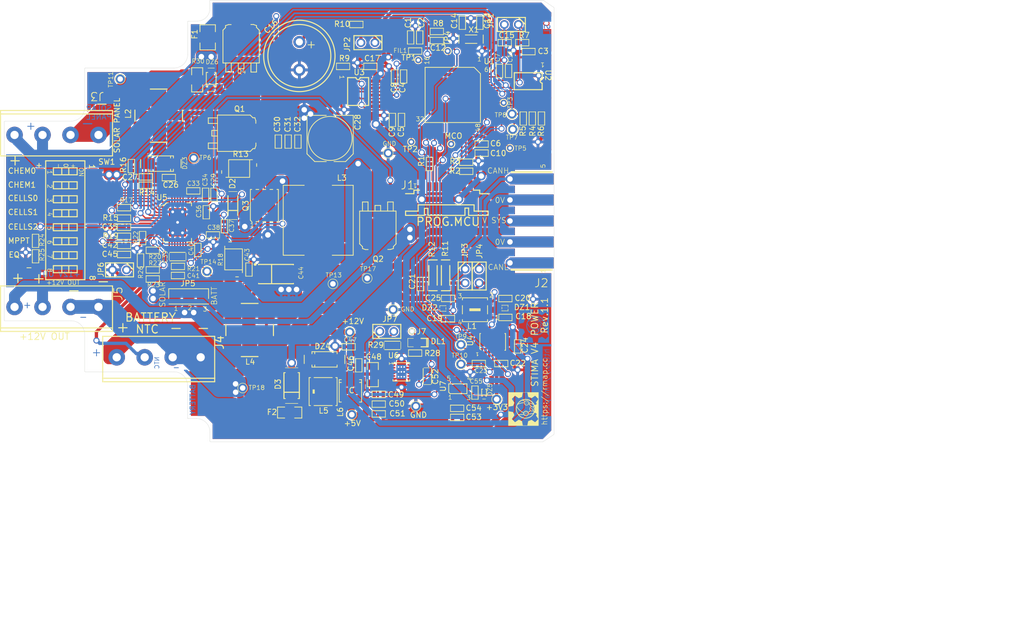
<source format=kicad_pcb>
(kicad_pcb (version 20221018) (generator pcbnew)
  (title_block (title "Stima V4 Power ") (rev "1.1"))
  (layers (0 "F.Cu" signal "Top Layer") (31 "B.Cu" signal "Bottom Layer") (34 "B.Paste" user "Bottom Paste") (35 "F.Paste" user "Top Paste") (36 "B.SilkS" user "Bottom Overlay") (37 "F.SilkS" user "Top Overlay") (38 "B.Mask" user "Bottom Solder") (39 "F.Mask" user "Top Solder") (44 "Edge.Cuts" user))
  (net 0 "")
  (net 1 "NetF1_1")
  (net 2 "NetDZ6_2")
  (net 3 "NetDZ6_1")
  (net 4 "TXD")
  (net 5 "SYSTEM")
  (net 6 "SWO")
  (net 7 "SWDIO")
  (net 8 "SWCLK")
  (net 9 "RXD")
  (net 10 "NTC")
  (net 11 "NetU1_53")
  (net 12 "NetU1_36")
  (net 13 "NetTP10_1")
  (net 14 "NetTP9_1")
  (net 15 "NetMCO_1")
  (net 16 "NetTP5_1")
  (net 17 "NetTP4_1")
  (net 18 "NetTP3_1")
  (net 19 "NetTP2_1")
  (net 20 "NetTP1_1")
  (net 21 "NetSW1_5")
  (net 22 "NetSW1_4")
  (net 23 "NetSW1_3")
  (net 24 "NetSW1_2")
  (net 25 "NetSW1_1")
  (net 26 "NetR28_1")
  (net 27 "NetR25_2")
  (net 28 "NetR24_2")
  (net 29 "NetR22_2")
  (net 30 "NetR20_2")
  (net 31 "NetR20_1")
  (net 32 "NetR17_2")
  (net 33 "NetR6_2")
  (net 34 "NetQ3_G2")
  (net 35 "NetQ3_G1")
  (net 36 "NetQ2_1")
  (net 37 "NetQ1_2")
  (net 38 "NetQ1_1")
  (net 39 "NetL3_2")
  (net 40 "NetJP7_2")
  (net 41 "NetJP6_1")
  (net 42 "NetJP4_1")
  (net 43 "NetJP3_2")
  (net 44 "NetJP2_2")
  (net 45 "NetJP1_1")
  (net 46 "NetJ3_1")
  (net 47 "NetJ1_2")
  (net 48 "NetF2_2")
  (net 49 "NetF1_2")
  (net 50 "NetDL1_2")
  (net 51 "NetDL1_1")
  (net 52 "NetD3_1")
  (net 53 "NetC52_2")
  (net 54 "NetC46_2")
  (net 55 "NetC46_1")
  (net 56 "NetC45_1")
  (net 57 "NetC43_1")
  (net 58 "NetC42_1")
  (net 59 "NetC41_2")
  (net 60 "NetC41_1")
  (net 61 "NetC40_2")
  (net 62 "NetC39_2")
  (net 63 "NetC39_1")
  (net 64 "NetC38_1")
  (net 65 "NetC37_2")
  (net 66 "NetC37_1")
  (net 67 "NetC35_1")
  (net 68 "NetC33_2")
  (net 69 "NetC33_1")
  (net 70 "NetC29_2")
  (net 71 "NetC28_1")
  (net 72 "NetC27_2")
  (net 73 "NetC26_1")
  (net 74 "NetC21_2")
  (net 75 "NetC20_2")
  (net 76 "NetC18_2")
  (net 77 "NetC16_1")
  (net 78 "NetC15_1")
  (net 79 "NetC14_1")
  (net 80 "NetC13_1")
  (net 81 "NetC1_1")
  (net 82 "INTVCC")
  (net 83 "I2C1_SDA")
  (net 84 "I2C1_SCL")
  (net 85 "GND")
  (net 86 "F_SCK")
  (net 87 "F_I/O3")
  (net 88 "F_I/O2")
  (net 89 "F_I/O1")
  (net 90 "F_I/O0")
  (net 91 "F_-CS")
  (net 92 "CANL")
  (net 93 "CANH")
  (net 94 "-")
  (net 95 "-RESET")
  (net 96 "+")
  (net 97 "+12V")
  (net 98 "+5V")
  (net 99 "+3V3")
  (footprint "ARGO Passive Component.IntLib:STRIP2P" (layer "F.Cu") (at 165.887415 72.6186 180)
    (fp_text reference "JP2")
    (fp_text value "Strip 2p PTH" hide)
  )
  (footprint "ARGO Passive Component.IntLib:0603" (layer "F.Cu") (at 174.142415 117.29598 90)
    (fp_text reference "C21")
    (fp_text value "100nF" hide)
  )
  (footprint "ARGO Passive Component.IntLib:TP" (layer "F.Cu") (at 187.985415 137.3886 180)
    (fp_text reference "+3V3")
    (fp_text value "TestPoint" hide)
  )
  (footprint "ARGO Passive Component.IntLib:0603" (layer "F.Cu") (at 181.762415 69.8246 90)
    (fp_text reference "C14")
    (fp_text value "15pF" hide)
  )
  (footprint "ARGO Passive Component.IntLib:0603" (layer "F.Cu") (at 196.113415 87.22359 90)
    (fp_text reference "R6")
    (fp_text value "10K" hide)
  )
  (footprint "ARGO PcbLib-Trad1.PcbLib:CapELSUPERCAP-3D FT0H104ZF" (layer "F.Cu") (at 152.171415 72.4916 -90)
    (fp_text reference "C16")
    (fp_text value "0.1F 5V5" hide)
  )
  (footprint "ARGO.PcbLib:MELFRESMMA0204" (layer "F.Cu") (at 176.428415 113.10498 -90)
    (fp_text reference "R12")
    (fp_text value "MMA0204 60R4" hide)
  )
  (footprint "ARGO Passive Component.IntLib:0603" (layer "F.Cu") (at 175.793415 93.8276 -90)
    (fp_text reference "R1")
    (fp_text value "0R" hide)
  )
  (footprint "ARGO Passive Component.IntLib:0603" (layer "F.Cu") (at 165.887415 76.9366 180)
    (fp_text reference "C17")
    (fp_text value "100nF" hide)
  )
  (footprint "ARGO Passive Component.IntLib:TP" (layer "F.Cu") (at 173.316915 138.6586)
    (fp_text reference "GND")
    (fp_text value "TestPoint" hide)
  )
  (footprint "ARGO Passive Component.IntLib:JUMP3S" (layer "F.Cu") (at 129.605415 118.7196)
    (fp_text reference "JP5")
    (fp_text value "JUMP3S" hide)
  )
  (footprint "ARGO Passive Component.IntLib:0805" (layer "F.Cu") (at 175.412415 134.2136 90)
    (fp_text reference "C52")
    (fp_text value "1uF" hide)
  )
  (footprint "ARGO Passive Component.IntLib:TP" (layer "F.Cu") (at 168.300415 92.6846)
    (fp_text reference "GND")
    (fp_text value "TestPoint" hide)
  )
  (footprint "ARGO Passive Component.IntLib:0603" (layer "F.Cu") (at 172.364415 74.1426)
    (fp_text reference "FIL1")
    (fp_text value "BLM18BD102SN1D" hide)
  )
  (footprint "ARGO Passive Component.IntLib:0603" (layer "F.Cu") (at 184.429415 92.6846)
    (fp_text reference "C10")
    (fp_text value "4.7uF" hide)
  )
  (footprint "ARGO.PcbLib:COIL BOURNS SRP1265A-MIO" (layer "F.Cu") (at 155.600415 99.2886 -90)
    (fp_text reference "L3")
    (fp_text value "SRP1265A-100M" hide)
  )
  (footprint "ARGO Passive Component.IntLib:TP" (layer "F.Cu") (at 161.696415 140.1826)
    (fp_text reference "+5V")
    (fp_text value "TestPoint" hide)
  )
  (footprint "ARGO Passive Component.IntLib:TP_P" (layer "F.Cu") (at 189.255415 83.5406)
    (fp_text reference "TP3")
    (fp_text value "TestPoint" hide)
  )
  (footprint "ARGO Passive Component.IntLib:0603" (layer "F.Cu") (at 132.105415 99.5426)
    (fp_text reference "C33")
    (fp_text value "1nF" hide)
  )
  (footprint "ARGO.PcbLib:RES CURRSENS 4P WSK2512" (layer "F.Cu") (at 141.249415 95.4786 180)
    (fp_text reference "R13")
    (fp_text value "WSK2512 10mOHM" hide)
  )
  (footprint "ARGO Passive Component.IntLib:0603" (layer "F.Cu") (at 167.411415 140.0556 180)
    (fp_text reference "C51")
    (fp_text value "10uF" hide)
  )
  (footprint "ARGO ST.IntLib:SOT23_5" (layer "F.Cu") (at 179.984415 137.00759)
    (fp_text reference "U7")
    (fp_text value "ST732M33R" hide)
  )
  (footprint "ARGO Passive Component.IntLib:0603" (layer "F.Cu") (at 178.333425 122.75698)
    (fp_text reference "C19")
    (fp_text value "220pF" hide)
  )
  (footprint "ARGO Miscellanea.IntLib:HVSON14 MIO" (layer "F.Cu") (at 185.318415 128.47319)
    (fp_text reference "U4")
    (fp_text value "TJA1443ATK" hide)
  )
  (footprint "ARGO Passive Component.IntLib:0603" (layer "F.Cu") (at 193.446415 72.6186 180)
    (fp_text reference "R7")
    (fp_text value "100K" hide)
  )
  (footprint "ARGO.PcbLib:SMA" (layer "F.Cu") (at 129.311415 94.5896 180)
    (fp_text reference "DZ3")
    (fp_text value "SMAJ28A" hide)
  )
  (footprint "ARGO Passive Component.IntLib:STRIP2P" (layer "F.Cu") (at 166.776415 125.0696)
    (fp_text reference "JP7")
    (fp_text value "Strip 2p trad." hide)
  )
  (footprint "ARGO Passive Component.IntLib:0603" (layer "F.Cu") (at 125.120415 97.0026 180)
    (fp_text reference "C27")
    (fp_text value "2.2nF" hide)
  )
  (footprint "ARGO Passive Component.IntLib:CONN_4P-P508" (layer "F.Cu") (at 115.722415 89.3826 180)
    (fp_text reference "J3")
    (fp_text value "4P" hide)
  )
  (footprint "ARGO Passive Component.IntLib:0603" (layer "F.Cu") (at 192.811415 85.5726 -90)
    (fp_text reference "R5")
    (fp_text value "2K2" hide)
  )
  (footprint "ARGO Passive Component.IntLib:TP" (layer "F.Cu") (at 141.884415 135.3566)
    (fp_text reference "TP18")
    (fp_text value "TestPoint" hide)
  )
  (footprint "ARGO Passive Component.IntLib:DSOD80" (layer "F.Cu") (at 140.106415 103.9876 90)
    (fp_text reference "D2")
    (fp_text value "LL4148" hide)
  )
  (footprint "ARGO Passive Component.IntLib:0603" (layer "F.Cu") (at 121.691415 94.2086 -90)
    (fp_text reference "R16")
    (fp_text value "10K" hide)
  )
  (footprint "ARGO Passive Component.IntLib:0603" (layer "F.Cu") (at 190.398415 119.10059 180)
    (fp_text reference "C20")
    (fp_text value "220pF" hide)
  )
  (footprint "ARGO Passive Component.IntLib:0603" (layer "F.Cu") (at 183.286415 94.3356 180)
    (fp_text reference "R3")
    (fp_text value "10K" hide)
  )
  (footprint "ARGO Passive Component.IntLib:0603" (layer "F.Cu") (at 187.985415 130.9116)
    (fp_text reference "C22")
    (fp_text value "100nF" hide)
  )
  (footprint "ARGO.PcbLib:TDFN 12L MIO" (layer "F.Cu") (at 168.935415 131.1656)
    (fp_text reference "U6")
    (fp_text value "MAX20077ATCA/VY+" hide)
  )
  (footprint "ARGO Passive Component.IntLib:MOLEX8P1_25SMD" (layer "F.Cu") (at 174.496415 98.7806)
    (fp_text reference "J1")
    (fp_text value "Pico Blade 8p 53398-0871" hide)
  )
  (footprint "ARGO Passive Component.IntLib:TP" (layer "F.Cu") (at 190.906415 88.3666)
    (fp_text reference "TP7")
    (fp_text value "TestPoint" hide)
  )
  (footprint "ARGO Passive Component.IntLib:STRIP2P" (layer "F.Cu") (at 182.270415 113.73998 -90)
    (fp_text reference "JP3")
    (fp_text value "Strip 2p PTH" hide)
  )
  (footprint "ARGO Passive Component.IntLib:0603" (layer "F.Cu") (at 104.292415 110.5916 -90)
    (fp_text reference "R25")
    (fp_text value "10K" hide)
  )
  (footprint "ARGO Passive Component.IntLib:TP" (layer "F.Cu") (at 181.508415 127.45598)
    (fp_text reference "TP9")
    (fp_text value "TestPoint" hide)
  )
  (footprint "ARGO Passive Component.IntLib:0603" (layer "F.Cu") (at 172.364415 129.0066)
    (fp_text reference "R28")
    (fp_text value "10K" hide)
  )
  (footprint "ARGO Passive Component.IntLib:TP" (layer "F.Cu") (at 132.994415 93.5736)
    (fp_text reference "TP6")
    (fp_text value "TestPoint" hide)
  )
  (footprint "ARGO Passive Component.IntLib:0603" (layer "F.Cu") (at 162.966415 130.4036 -90)
    (fp_text reference "C46")
    (fp_text value "100nF" hide)
  )
  (footprint "ARGO Miscellanea.IntLib:POWERDI5060-8-MIO" (layer "F.Cu") (at 143.916415 105.2576)
    (fp_text reference "Q3")
    (fp_text value "DMTH4011SPD-13" hide)
  )
  (footprint "ARGO Miscellanea.IntLib:TO252 (DPAK)" (layer "F.Cu") (at 139.293615 79.4766)
    (fp_text reference "Q4")
    (fp_text value "DMPH6050SK3-13" hide)
  )
  (footprint "ARGO Passive Component.IntLib:Case C-TC6032-2412" (layer "F.Cu") (at 145.440415 114.6556)
    (fp_text reference "C44")
    (fp_text value "10uF 25V" hide)
  )
  (footprint "ARGO Passive Component.IntLib:0603" (layer "F.Cu") (at 184.937415 69.8246 90)
    (fp_text reference "C13")
    (fp_text value "15pF" hide)
  )
  (footprint "ARGO Passive Component.IntLib:0603" (layer "F.Cu") (at 136.677415 99.4156 -90)
    (fp_text reference "C29")
    (fp_text value "330nF" hide)
  )
  (footprint "ARGO Passive Component.IntLib:1206" (layer "F.Cu") (at 165.506415 131.4196 -90)
    (fp_text reference "C48")
    (fp_text value "4.7uF 35V" hide)
  )
  (footprint "ARGO Passive Component.IntLib:0603" (layer "F.Cu") (at 148.361415 91.4146 90)
    (fp_text reference "C30")
    (fp_text value "100nF" hide)
  )
  (footprint "ARGO Passive Component.IntLib:STRIP2P" (layer "F.Cu") (at 120.802415 113.8936 180)
    (fp_text reference "JP6")
    (fp_text value "Strip 2p PTH" hide)
  )
  (footprint "ARGO Passive Component.IntLib:0603" (layer "F.Cu") (at 191.795415 128.62559 90)
    (fp_text reference "C24")
    (fp_text value "100nF" hide)
  )
  (footprint "ARGO Linear.IntLib:UHF QFN38 MIO" (layer "F.Cu") (at 127.406415 102.4636 -90)
    (fp_text reference "U5")
    (fp_text value "LTC4015EUHF#PBF" hide)
  )
  (footprint "ARGO Passive Component.IntLib:0603" (layer "F.Cu") (at 135.661415 107.5436)
    (fp_text reference "C38")
    (fp_text value "2.2uF" hide)
  )
  (footprint "ARGO Passive Component.IntLib:0603" (layer "F.Cu") (at 186.080415 91.0336 180)
    (fp_text reference "C6")
    (fp_text value "100nF" hide)
  )
  (footprint "ARGO Passive Component.IntLib:QFN-3L-DFN1110-MIO" (layer "F.Cu") (at 190.017415 120.82779)
    (fp_text reference "DZ1")
    (fp_text value "ESDCAN03-2BM3Y" hide)
  )
  (footprint "ARGO Passive Component.IntLib:DIPSWITCH8P-TRISTATE" (layer "F.Cu") (at 114.579415 95.9866 -90)
    (fp_text reference "SW1")
    (fp_text value "TDS08SGNNTR04" hide)
  )
  (footprint "ARGO ST.IntLib:LQFP64" (layer "F.Cu") (at 183.765405 76.0836 -90)
    (fp_text reference "U1")
    (fp_text value "STM32L452RCT6" hide)
  )
  (footprint "ARGO Passive Component.IntLib:0603" (layer "F.Cu") (at 171.094415 79.57698 90)
    (fp_text reference "C4")
    (fp_text value "100nF" hide)
  )
  (footprint "ARGO Passive Component.IntLib:0603" (layer "F.Cu") (at 119.532415 107.7976)
    (fp_text reference "R19")
    (fp_text value "200R" hide)
  )
  (footprint "ARGO Passive Component.IntLib:0603" (layer "F.Cu") (at 151.917415 91.4146 90)
    (fp_text reference "C32")
    (fp_text value "10uF 35V" hide)
  )
  (footprint "ARGO Miscellanea.IntLib:FILTRO KEMET SBS9080-MIO" (layer "F.Cu") (at 129.692415 82.83071 -90)
    (fp_text reference "L2")
    (fp_text value "SBS9080-509T" hide)
  )
  (footprint "ARGO Passive Component.IntLib:0603" (layer "F.Cu") (at 123.723415 108.9406 90)
    (fp_text reference "R22")
    (fp_text value "95K3" hide)
  )
  (footprint "ARGO Passive Component.IntLib:STRIP2P" (layer "F.Cu") (at 184.810415 113.73998 -90)
    (fp_text reference "JP4")
    (fp_text value "Strip 2p PTH" hide)
  )
  (footprint "ARGO Passive Component.IntLib:0603" (layer "F.Cu") (at 167.411415 136.4996 180)
    (fp_text reference "C49")
    (fp_text value "10uF" hide)
  )
  (footprint "ARGO Passive Component.IntLib:TP" (layer "F.Cu") (at 135.407415 114.1476)
    (fp_text reference "TP14")
    (fp_text value "TestPoint" hide)
  )
  (footprint "ARGO Passive Component.IntLib:0603" (layer "F.Cu") (at 183.286415 95.9866 180)
    (fp_text reference "R2")
    (fp_text value "100K" hide)
  )
  (footprint "ARGO Passive Component.IntLib:0603" (layer "F.Cu") (at 172.364415 72.4916 90)
    (fp_text reference "C1")
    (fp_text value "4.7uF" hide)
  )
  (footprint "ARGO Miscellanea.IntLib:FILTRO KEMET SBS9080-MIO" (layer "F.Cu") (at 140.106415 127.8636 90)
    (fp_text reference "L4")
    (fp_text value "SBS9080-509T" hide)
  )
  (footprint "ARGO Passive Component.IntLib:0603" (layer "F.Cu") (at 123.469415 98.5266)
    (fp_text reference "R14")
    (fp_text value "294K" hide)
  )
  (footprint "ARGO Passive Component.IntLib:0603" (layer "F.Cu") (at 188.493415 76.9366 -90)
    (fp_text reference "C7")
    (fp_text value "100nF" hide)
  )
  (footprint "ARGO Passive Component.IntLib:CONN_4P-P508" (layer "F.Cu") (at 100.482415 120.6246)
    (fp_text reference "J5")
    (fp_text value "4P" hide)
  )
  (footprint "ARGO Passive Component.IntLib:0603" (layer "F.Cu") (at 177.952415 72.2376 180)
    (fp_text reference "C12")
    (fp_text value "100nF" hide)
  )
  (footprint "ARGO Passive Component.IntLib:0603" (layer "F.Cu") (at 190.144415 78.58759 90)
    (fp_text reference "C11")
    (fp_text value "4.7uF" hide)
  )
  (footprint "ARGO Analog Dev.IntLib:SO8" (layer "F.Cu") (at 195.605415 76.5556 180)
    (fp_text reference "U2")
    (fp_text value "CAT24C64WI" hide)
  )
  (footprint "ARGO Passive Component.IntLib:TP" (layer "F.Cu") (at 181.508415 131.01198)
    (fp_text reference "TP10")
    (fp_text value "TestPoint" hide)
  )
  (footprint "ARGO Passive Component.IntLib:0603" (layer "F.Cu") (at 150.139415 91.4146 90)
    (fp_text reference "C31")
    (fp_text value "10uF 35V" hide)
  )
  (footprint "ARGO PcbLib-Trad1.PcbLib:VIAS0_8" (layer "F.Cu") (at 172.618415 125.04298)
    (fp_text reference "J7")
    (fp_text value "VIAS1" hide)
  )
  (footprint "ARGO Passive Component.IntLib:0603" (layer "F.Cu") (at 169.443415 77.92598 -90)
    (fp_text reference "C8")
    (fp_text value "4.7uF" hide)
  )
  (footprint "ARGO Passive Component.IntLib:0603" (layer "F.Cu") (at 161.950415 127.8636 180)
    (fp_text reference "C47")
    (fp_text value "1nF" hide)
  )
  (footprint "ARGO Passive Component.IntLib:TP" (layer "F.Cu") (at 158.267415 116.4336)
    (fp_text reference "TP13")
    (fp_text value "TestPoint" hide)
  )
  (footprint "ARGO Passive Component.IntLib:0603" (layer "F.Cu") (at 126.390415 113.8936 180)
    (fp_text reference "R27")
    (fp_text value "*" hide)
  )
  (footprint "ARGO Passive Component.IntLib:0603" (layer "F.Cu") (at 188.620415 72.6186)
    (fp_text reference "C15")
    (fp_text value "100nF" hide)
  )
  (footprint "ARGO Passive Component.IntLib:8X10_5" (layer "F.Cu") (at 157.759415 93.1926 180)
    (fp_text reference "C28")
    (fp_text value "100uF 50V" hide)
  )
  (footprint "ARGO Passive Component.IntLib:0603" (layer "F.Cu") (at 194.589415 74.24298 180)
    (fp_text reference "C3")
    (fp_text value "100nF" hide)
  )
  (footprint "ARGO Passive Component.IntLib:0603" (layer "F.Cu") (at 190.398415 122.52959 180)
    (fp_text reference "C18")
    (fp_text value "220pF" hide)
  )
  (footprint "ARGO Passive Component.IntLib:STRIP2P" (layer "F.Cu") (at 191.922415 69.3166 180)
    (fp_text reference "JP1")
    (fp_text value "Strip 2p PTH" hide)
  )
  (footprint "ARGO Passive Component.IntLib:0603" (layer "F.Cu") (at 138.582415 105.1306 -90)
    (fp_text reference "C37")
    (fp_text value "470nF" hide)
  )
  (footprint "ARGO Passive Component.IntLib:TP_P" (layer "F.Cu") (at 190.398415 91.76898)
    (fp_text reference "TP5")
    (fp_text value "TestPoint" hide)
  )
  (footprint "ARGO Miscellanea.IntLib:TO252 (DPAK)" (layer "F.Cu") (at 134.137415 86.76518 -90)
    (fp_text reference "Q1")
    (fp_text value "DMTH43M8LK3Q-13" hide)
  )
  (footprint "ARGO Miscellanea.IntLib:TO252 (DPAK)" (layer "F.Cu") (at 168.732215 100.0506 180)
    (fp_text reference "Q2")
    (fp_text value "SQD40131EL_GE3" hide)
  )
  (footprint "ARGO Passive Component.IntLib:0603" (layer "F.Cu") (at 135.280415 104.2416 90)
    (fp_text reference "C36")
    (fp_text value "10uF 35V" hide)
  )
  (footprint "ARGO Passive Component.IntLib:QFN-3L-DFN1110-MIO" (layer "F.Cu") (at 177.698415 120.90278 180)
    (fp_text reference "DZ2")
    (fp_text value "ESDCAN03-2BM3Y" hide)
  )
  (footprint "ARGO Passive Component.IntLib:0603" (layer "F.Cu") (at 169.062415 85.8266 -90)
    (fp_text reference "C9")
    (fp_text value "4.7uF" hide)
  )
  (footprint "ARGO Passive Component.IntLib:0603" (layer "F.Cu") (at 133.756415 109.4486 -90)
    (fp_text reference "C40")
    (fp_text value "1nF" hide)
  )
  (footprint "ARGO Passive Component.IntLib:SOD 523(SC-79)" (layer "F.Cu") (at 185.699415 137.0076 90)
    (fp_text reference "DZ5")
    (fp_text value "PESD5Z3.3" hide)
  )
  (footprint "ARGO Passive Component.IntLib:0603" (layer "F.Cu") (at 129.311415 113.2586)
    (fp_text reference "R21")
    (fp_text value "301K 0.1%" hide)
  )
  (footprint "ARGO.PcbLib:RES CURRSENS 4P WSK2512" (layer "F.Cu") (at 140.233415 111.9886 90)
    (fp_text reference "R18")
    (fp_text value "WSK2512 10mOHM" hide)
  )
  (footprint "ARGO Passive Component.IntLib:TP" (layer "F.Cu") (at 119.659415 79.2226)
    (fp_text reference "TP11")
    (fp_text value "TestPoint" hide)
  )
  (footprint "ARGO Passive Component.IntLib:TP_P" (layer "F.Cu") (at 179.730415 91.0336)
    (fp_text reference "MCO")
    (fp_text value "TestPoint" hide)
  )
  (footprint "ARGO Passive Component.IntLib:TP_P" (layer "F.Cu") (at 172.491415 90.6526)
    (fp_text reference "TP2")
    (fp_text value "TestPoint" hide)
  )
  (footprint "ARGO Passive Component.IntLib:0603" (layer "F.Cu") (at 185.572415 130.91159 180)
    (fp_text reference "C23")
    (fp_text value "100nF" hide)
  )
  (footprint "ARGO Passive Component.IntLib:CONN_4P-P508" (layer "F.Cu") (at 119.024415 129.7686)
    (fp_text reference "J4")
    (fp_text value "4P" hide)
  )
  (footprint "ARGO Passive Component.IntLib:0805-led" (layer "F.Cu") (at 174.650415 127.1016 180)
    (fp_text reference "DL1")
    (fp_text value "VERDE" hide)
  )
  (footprint "ARGO.PcbLib:CRYST_ECS" (layer "F.Cu") (at 181.737015 71.9836)
    (fp_text reference "X1")
    (fp_text value "32.768KHz" hide)
  )
  (footprint "ARGO.PcbLib:SMA" (layer "F.Cu") (at 154.457415 130.1496)
    (fp_text reference "DZ4")
    (fp_text value "SMAJ28A" hide)
  )
  (footprint "ARGO Passive Component.IntLib:TP" (layer "F.Cu") (at 161.315415 125.1966)
    (fp_text reference "+12V")
    (fp_text value "TestPoint" hide)
  )
  (footprint "ARGO.PcbLib:COIL COILCRAFT XAL4020-MIO" (layer "F.Cu") (at 161.442415 134.5946 -90)
    (fp_text reference "L6")
    (fp_text value "XAL4020-222MEC" hide)
  )
  (footprint "ARGO Passive Component.IntLib:0603" (layer "F.Cu") (at 104.292415 109.44859 90)
    (fp_text reference "R24")
    (fp_text value "10K" hide)
  )
  (footprint "ARGO Passive Component.IntLib:0603" (layer "F.Cu") (at 124.739415 110.3376)
    (fp_text reference "R20")
    (fp_text value "10K" hide)
  )
  (footprint "ARGO Passive Component.IntLib:TP" (layer "F.Cu") (at 190.779415 85.5726)
    (fp_text reference "TP8")
    (fp_text value "TestPoint" hide)
  )
  (footprint "ARGO Passive Component.IntLib:TP_P" (layer "F.Cu") (at 173.761415 75.7936)
    (fp_text reference "TP1")
    (fp_text value "TestPoint" hide)
  )
  (footprint "ARGO Passive Component.IntLib:0603" (layer "F.Cu") (at 167.411415 138.2776 180)
    (fp_text reference "C50")
    (fp_text value "10uF" hide)
  )
  (footprint "ARGO Passive Component.IntLib:0603" (layer "F.Cu") (at 170.713415 87.4776 90)
    (fp_text reference "C5")
    (fp_text value "100nF" hide)
  )
  (footprint "ARGO Passive Component.IntLib:0603" (layer "F.Cu") (at 159.283415 76.9366)
    (fp_text reference "R9")
    (fp_text value "10K" hide)
  )
  (footprint "ARGO Passive Component.IntLib:0603" (layer "F.Cu") (at 194.462415 85.5726 -90)
    (fp_text reference "R4")
    (fp_text value "2K2" hide)
  )
  (footprint "ARGO Passive Component.IntLib:QMELFD" (layer "F.Cu") (at 150.774415 137.2616 90)
    (fp_text reference "D3")
    (fp_text value "SM4007" hide)
  )
  (footprint "ARGO Miscellanea.IntLib:FILTRO DLW5B MIO" (layer "F.Cu") (at 154.457415 137.6426 90)
    (fp_text reference "L5")
    (fp_text value "DLW5BTM142TQ2L" hide)
  )
  (footprint "ARGO Passive Component.IntLib:ACT45B TDK-MIO" (layer "F.Cu") (at 186.461415 122.40259 180)
    (fp_text reference "L1")
    (fp_text value "ACT45B-110-2P-TL003" hide)
  )
  (footprint "ARGO Passive Component.IntLib:0603" (layer "F.Cu") (at 121.183415 106.1466 180)
    (fp_text reference "C35")
    (fp_text value "100pF" hide)
  )
  (footprint "ARGO Passive Component.IntLib:0603" (layer "F.Cu") (at 174.015415 72.4916 90)
    (fp_text reference "C2")
    (fp_text value "100nF" hide)
  )
  (footprint "ARGO Passive Component.IntLib:0603" (layer "F.Cu") (at 178.333415 119.07398)
    (fp_text reference "C25")
    (fp_text value "220pF" hide)
  )
  (footprint "ARGO.PcbLib:MELFRESMMA0204" (layer "F.Cu") (at 178.714415 113.10498 -90)
    (fp_text reference "R11")
    (fp_text value "MMA0204 60R4" hide)
  )
  (footprint "ARGO.PcbLib:CONTATTI5" (layer "F.Cu") (at 194.335415 112.6236 90)
    (fp_text reference "J2")
    (fp_text value "5P BUS" hide)
  )
  (footprint "ARGO Passive Component.IntLib:1210" (layer "F.Cu") (at 135.534415 73.2536 90)
    (fp_text reference "F1")
    (fp_text value "MMF-USML600/6-2" hide)
  )
  (footprint "ARGO Passive Component.IntLib:TP" (layer "F.Cu") (at 164.490415 115.4176)
    (fp_text reference "TP17")
    (fp_text value "TestPoint" hide)
  )
  (footprint "ARGO Passive Component.IntLib:0603" (layer "F.Cu") (at 184.048415 137.0076 90)
    (fp_text reference "C55")
    (fp_text value "1uF" hide)
  )
  (footprint "ARGO Passive Component.IntLib:0603" (layer "F.Cu") (at 121.183415 109.4486 180)
    (fp_text reference "C42")
    (fp_text value "10nF" hide)
  )
  (footprint "ARGO Passive Component.IntLib:0603" (layer "F.Cu") (at 124.739415 115.5446)
    (fp_text reference "R23")
    (fp_text value "*" hide)
  )
  (footprint "ARGO Passive Component.IntLib:0603" (layer "F.Cu") (at 177.952415 70.5866 180)
    (fp_text reference "R8")
    (fp_text value "100K" hide)
  )
  (footprint "ARGO Passive Component.IntLib:0603" (layer "F.Cu") (at 181.635415 139.03959 180)
    (fp_text reference "C54")
    (fp_text value "100nF" hide)
  )
  (footprint "ARGO Passive Component.IntLib:0603" (layer "F.Cu") (at 135.153415 99.4156 -90)
    (fp_text reference "C34")
    (fp_text value "1uF" hide)
  )
  (footprint "ARGO Passive Component.IntLib:0805" (layer "F.Cu") (at 129.057415 111.4806)
    (fp_text reference "C39")
    (fp_text value "330nF" hide)
  )
  (footprint "ARGO Passive Component.IntLib:0805" (layer "F.Cu") (at 170.078415 127.6096 180)
    (fp_text reference "R29")
    (fp_text value "1K" hide)
  )
  (footprint "ARGO Passive Component.IntLib:0603" (layer "F.Cu") (at 129.311415 97.1296 180)
    (fp_text reference "C26")
    (fp_text value "10uF 35V" hide)
  )
  (footprint "ARGO Passive Component.IntLib:0603" (layer "F.Cu") (at 143.027415 114.6556 90)
    (fp_text reference "C43")
    (fp_text value "10uF 35V" hide)
  )
  (footprint "ARGO Passive Component.IntLib:0603" (layer "F.Cu") (at 121.183415 102.5906 180)
    (fp_text reference "R17")
    (fp_text value "10K" hide)
  )
  (footprint "ARGO.PcbLib:SOD-123" (layer "F.Cu") (at 136.169415 79.3496 90)
    (fp_text reference "DZ6")
    (fp_text value "BZT52C10" hide)
  )
  (footprint "ARGO Passive Component.IntLib:0603" (layer "F.Cu") (at 123.342415 113.0046 90)
    (fp_text reference "R26")
    (fp_text value "10K" hide)
  )
  (footprint "ARGO Passive Component.IntLib:1206" (layer "F.Cu") (at 148.917415 139.8016)
    (fp_text reference "F2")
    (fp_text value "MF-NSMF150" hide)
  )
  (footprint "ARGO Passive Component.IntLib:0603" (layer "F.Cu") (at 163.347415 69.3166 180)
    (fp_text reference "R10")
    (fp_text value "1K" hide)
  )
  (footprint "ARGO Passive Component.IntLib:TP_P" (layer "F.Cu") (at 179.095415 74.1426)
    (fp_text reference "TP4")
    (fp_text value "TestPoint" hide)
  )
  (footprint "ARGO Passive Component.IntLib:0603" (layer "F.Cu") (at 121.183415 111.0996 180)
    (fp_text reference "C45")
    (fp_text value "220nF" hide)
  )
  (footprint "ARGO Passive Component.IntLib:0603" (layer "F.Cu") (at 119.532415 104.4956)
    (fp_text reference "R15")
    (fp_text value "10K" hide)
  )
  (footprint "ARGO Texas.IntLib:SO8" (layer "F.Cu") (at 159.791415 79.6036 -90)
    (fp_text reference "U3")
    (fp_text value "AT25SF161SSHD" hide)
  )
  (footprint "ARGO Passive Component.IntLib:1206" (layer "F.Cu") (at 133.629415 77.8736 -90)
    (fp_text reference "R30")
    (fp_text value "1K5 1/2W" hide)
  )
  (footprint "ARGO Passive Component.IntLib:0603" (layer "F.Cu") (at 130.962415 114.9096 180)
    (fp_text reference "C41")
    (fp_text value "100nF" hide)
  )
  (footprint "ARGO Passive Component.IntLib:TP" (layer "F.Cu") (at 169.189415 121.10598)
    (fp_text reference "GND")
    (fp_text value "TestPoint" hide)
  )
  (footprint "ARGO Passive Component.IntLib:0603" (layer "F.Cu") (at 181.635415 140.69059 180)
    (fp_text reference "C53")
    (fp_text value "1uF" hide)
  )
  (gr_poly (pts (xy 195.060455 122.97979) (xy 195.060455 122.98334) (xy 195.049805 122.98334) (xy 195.049805 122.97979) (xy 195.042715 122.97979) (xy 195.042715 122.97624) (xy 195.035615 122.97624) (xy 195.035615 122.97269) (xy 195.028525 122.97269) (xy 195.028525 122.96914) (xy 195.021425 122.96914) (xy 195.021425 122.96205) (xy 195.017875 122.96205) (xy 195.017875 122.9514) (xy 195.021425 122.9514) (xy 195.021425 122.94786) (xy 195.039165 122.94786) (xy 195.039165 122.9514) (xy 195.046265 122.9514) (xy 195.046265 122.95495) (xy 195.053355 122.95495) (xy 195.053355 122.9585) (xy 195.060455 122.9585) (xy 195.060455 122.96205) (xy 195.064005 122.96205) (xy 195.064005 122.96914) (xy 195.067555 122.96914) (xy 195.067555 122.97624) (xy 195.064005 122.97624) (xy 195.064005 122.97979)) (fill solid) (layer "B.Cu"))
  (gr_poly (pts (xy 197.498145 127.13131) (xy 191.980525 127.13131) (xy 191.980525 124.45589) (xy 192.044385 124.45589) (xy 192.047935 124.45589) (xy 192.047935 124.46653) (xy 192.051485 124.46653) (xy 192.051485 124.47363) (xy 192.055035 124.47363) (xy 192.055035 124.48073) (xy 192.058585 124.48073) (xy 192.058585 124.48427) (xy 192.065675 124.48427) (xy 192.065675 124.48782) (xy 192.069225 124.48782) (xy 192.069225 124.49137) (xy 192.083425 124.49137) (xy 192.083425 124.49492) (xy 192.101165 124.49492) (xy 192.101165 124.49847) (xy 192.122455 124.49847) (xy 192.122455 124.50202) (xy 192.140195 124.50202) (xy 192.140195 124.50556) (xy 192.157935 124.50556) (xy 192.157935 124.50911) (xy 192.179225 124.50911) (xy 192.179225 124.51266) (xy 192.196965 124.51266) (xy 192.196965 124.51621) (xy 192.218255 124.51621) (xy 192.218255 124.51976) (xy 192.235995 124.51976) (xy 192.235995 124.52331) (xy 192.253735 124.52331) (xy 192.253735 124.52685) (xy 192.275025 124.52685) (xy 192.275025 124.5304) (xy 192.292775 124.5304) (xy 192.292775 124.53395) (xy 192.310515 124.53395) (xy 192.310515 124.5375) (xy 192.331805 124.5375) (xy 192.331805 124.54105) (xy 192.349545 124.54105) (xy 192.349545 124.5446) (xy 192.367285 124.5446) (xy 192.367285 124.54814) (xy 192.388575 124.54814) (xy 192.388575 124.55169) (xy 192.406315 124.55169) (xy 192.406315 124.55524) (xy 192.427605 124.55524) (xy 192.427605 124.55879) (xy 192.445345 124.55879) (xy 192.445345 124.56234) (xy 192.463095 124.56234) (xy 192.463095 124.56589) (xy 192.484375 124.56589) (xy 192.484375 124.56943) (xy 192.502125 124.56943) (xy 192.502125 124.57298) (xy 192.519865 124.57298) (xy 192.519865 124.57653) (xy 192.541155 124.57653) (xy 192.541155 124.58008) (xy 192.558895 124.58008) (xy 192.558895 124.58363) (xy 192.580185 124.58363) (xy 192.580185 124.58718) (xy 192.597925 124.58718) (xy 192.597925 124.59072) (xy 192.615665 124.59072) (xy 192.615665 124.59427) (xy 192.636955 124.59427) (xy 192.636955 124.59782) (xy 192.654695 124.59782) (xy 192.654695 124.60137) (xy 192.672445 124.60137) (xy 192.672445 124.60492) (xy 192.693735 124.60492) (xy 192.693735 124.60847) (xy 192.711475 124.60847) (xy 192.711475 124.61201) (xy 192.729215 124.61201) (xy 192.729215 124.61556) (xy 192.750505 124.61556) (xy 192.750505 124.61911) (xy 192.768245 124.61911) (xy 192.768245 124.62266) (xy 192.789535 124.62266) (xy 192.789535 124.62621) (xy 192.807275 124.62621) (xy 192.807275 124.62976) (xy 192.825015 124.62976) (xy 192.825015 124.6333) (xy 192.842755 124.6333) (xy 192.842755 124.63685) (xy 192.849855 124.63685) (xy 192.849855 124.6404) (xy 192.856955 124.6404) (xy 192.856955 124.64395) (xy 192.860505 124.64395) (xy 192.860505 124.6475) (xy 192.867595 124.6475) (xy 192.867595 124.65459) (xy 192.871145 124.65459) (xy 192.871145 124.65814) (xy 192.874695 124.65814) (xy 192.874695 124.66169) (xy 192.878245 124.66169) (xy 192.878245 124.66879) (xy 192.881795 124.66879) (xy 192.881795 124.67588) (xy 192.885335 124.67588) (xy 192.885335 124.68653) (xy 192.888885 124.68653) (xy 192.888885 124.69362) (xy 192.892435 124.69362) (xy 192.892435 124.70427) (xy 192.895985 124.70427) (xy 192.895985 124.71137) (xy 192.899535 124.71137) (xy 192.899535 124.72201) (xy 192.903085 124.72201) (xy 192.903085 124.72911) (xy 192.906625 124.72911) (xy 192.906625 124.73975) (xy 192.910175 124.73975) (xy 192.910175 124.74685) (xy 192.913725 124.74685) (xy 192.913725 124.75395) (xy 192.917275 124.75395) (xy 192.917275 124.76459) (xy 192.920825 124.76459) (xy 192.920825 124.77169) (xy 192.924375 124.77169) (xy 192.924375 124.78233) (xy 192.927915 124.78233) (xy 192.927915 124.78943) (xy 192.931465 124.78943) (xy 192.931465 124.80007) (xy 192.935015 124.80007) (xy 192.935015 124.80717) (xy 192.938565 124.80717) (xy 192.938565 124.81782) (xy 192.942115 124.81782) (xy 192.942115 124.82491) (xy 192.945665 124.82491) (xy 192.945665 124.83201) (xy 192.949205 124.83201) (xy 192.949205 124.84265) (xy 192.952755 124.84265) (xy 192.952755 124.84975) (xy 192.956305 124.84975) (xy 192.956305 124.8604) (xy 192.959855 124.8604) (xy 192.959855 124.86749) (xy 192.963405 124.86749) (xy 192.963405 124.87814) (xy 192.966955 124.87814) (xy 192.966955 124.88523) (xy 192.970495 124.88523) (xy 192.970495 124.89588) (xy 192.974045 124.89588) (xy 192.974045 124.90298) (xy 192.977595 124.90298) (xy 192.977595 124.91007) (xy 192.981145 124.91007) (xy 192.981145 124.92072) (xy 192.984695 124.92072) (xy 192.984695 124.92781) (xy 192.988245 124.92781) (xy 192.988245 124.93846) (xy 192.991785 124.93846) (xy 192.991785 124.94555) (xy 192.995335 124.94555) (xy 192.995335 124.9562) (xy 192.998885 124.9562) (xy 192.998885 124.9633) (xy 193.002435 124.9633) (xy 193.002435 124.97394) (xy 193.005985 124.97394) (xy 193.005985 124.98104) (xy 193.009535 124.98104) (xy 193.009535 124.98813) (xy 193.013075 124.98813) (xy 193.013075 124.99878) (xy 193.016625 124.99878) (xy 193.016625 125.00588) (xy 193.020175 125.00588) (xy 193.020175 125.01652) (xy 193.023725 125.01652) (xy 193.023725 125.02362) (xy 193.027275 125.02362) (xy 193.027275 125.03426) (xy 193.030815 125.03426) (xy 193.030815 125.04136) (xy 193.034365 125.04136) (xy 193.034365 125.052) (xy 193.037915 125.052) (xy 193.037915 125.0591) (xy 193.041465 125.0591) (xy 193.041465 125.0662) (xy 193.045015 125.0662) (xy 193.045015 125.07684) (xy 193.048565 125.07684) (xy 193.048565 125.08394) (xy 193.052105 125.08394) (xy 193.052105 125.09458) (xy 193.055655 125.09458) (xy 193.055655 125.10168) (xy 193.059205 125.10168) (xy 193.059205 125.11233) (xy 193.062755 125.11233) (xy 193.062755 125.11942) (xy 193.066305 125.11942) (xy 193.066305 125.13007) (xy 193.069855 125.13007) (xy 193.069855 125.13716) (xy 193.073395 125.13716) (xy 193.073395 125.14426) (xy 193.076945 125.14426) (xy 193.076945 125.15491) (xy 193.080495 125.15491) (xy 193.080495 125.162) (xy 193.084045 125.162) (xy 193.084045 125.17265) (xy 193.087595 125.17265) (xy 193.087595 125.17974) (xy 193.091145 125.17974) (xy 193.091145 125.19039) (xy 193.094685 125.19039) (xy 193.094685 125.21877) (xy 193.091145 125.21877) (xy 193.091145 125.22942) (xy 193.087595 125.22942) (xy 193.087595 125.23652) (xy 193.084045 125.23652) (xy 193.084045 125.24361) (xy 193.080495 125.24361) (xy 193.080495 125.24716) (xy 193.076945 125.24716) (xy 193.076945 125.25426) (xy 193.073395 125.25426) (xy 193.073395 125.25781) (xy 193.069855 125.25781) (xy 193.069855 125.26135) (xy 193.066305 125.26135) (xy 193.066305 125.26845) (xy 193.062755 125.26845) (xy 193.062755 125.272) (xy 193.059205 125.272) (xy 193.059205 125.2791) (xy 193.055655 125.2791) (xy 193.055655 125.28264) (xy 193.052105 125.28264) (xy 193.052105 125.28974) (xy 193.048565 125.28974) (xy 193.048565 125.29329) (xy 193.045015 125.29329) (xy 193.045015 125.30039) (xy 193.041465 125.30039) (xy 193.041465 125.30393) (xy 193.037915 125.30393) (xy 193.037915 125.31103) (xy 193.034365 125.31103) (xy 193.034365 125.31458) (xy 193.030815 125.31458) (xy 193.030815 125.32168) (xy 193.027275 125.32168) (xy 193.027275 125.32522) (xy 193.023725 125.32522) (xy 193.023725 125.32877) (xy 193.020175 125.32877) (xy 193.020175 125.33587) (xy 193.016625 125.33587) (xy 193.016625 125.33942) (xy 193.013075 125.33942) (xy 193.013075 125.34651) (xy 193.009535 125.34651) (xy 193.009535 125.35006) (xy 193.005985 125.35006) (xy 193.005985 125.35716) (xy 193.002435 125.35716) (xy 193.002435 125.36071) (xy 192.998885 125.36071) (xy 192.998885 125.3678) (xy 192.995335 125.3678) (xy 192.995335 125.37135) (xy 192.991785 125.37135) (xy 192.991785 125.37845) (xy 192.988245 125.37845) (xy 192.988245 125.382) (xy 192.984695 125.382) (xy 192.984695 125.38555) (xy 192.981145 125.38555) (xy 192.981145 125.39264) (xy 192.977595 125.39264) (xy 192.977595 125.39619) (xy 192.974045 125.39619) (xy 192.974045 125.40329) (xy 192.970495 125.40329) (xy 192.970495 125.40684) (xy 192.966955 125.40684) (xy 192.966955 125.41393) (xy 192.963405 125.41393) (xy 192.963405 125.41748) (xy 192.959855 125.41748) (xy 192.959855 125.42458) (xy 192.956305 125.42458) (xy 192.956305 125.42813) (xy 192.952755 125.42813) (xy 192.952755 125.43522) (xy 192.949205 125.43522) (xy 192.949205 125.43877) (xy 192.945665 125.43877) (xy 192.945665 125.44587) (xy 192.942115 125.44587) (xy 192.942115 125.44942) (xy 192.938565 125.44942) (xy 192.938565 125.45296) (xy 192.935015 125.45296) (xy 192.935015 125.46006) (xy 192.931465 125.46006) (xy 192.931465 125.46361) (xy 192.927915 125.46361) (xy 192.927915 125.4707) (xy 192.924375 125.4707) (xy 192.924375 125.47425) (xy 192.920825 125.47425) (xy 192.920825 125.48135) (xy 192.917275 125.48135) (xy 192.917275 125.4849) (xy 192.913725 125.4849) (xy 192.913725 125.49199) (xy 192.910175 125.49199) (xy 192.910175 125.49554) (xy 192.906625 125.49554) (xy 192.906625 125.50264) (xy 192.903085 125.50264) (xy 192.903085 125.50619) (xy 192.899535 125.50619) (xy 192.899535 125.50974) (xy 192.895985 125.50974) (xy 192.895985 125.51683) (xy 192.892435 125.51683) (xy 192.892435 125.52038) (xy 192.888885 125.52038) (xy 192.888885 125.52748) (xy 192.885335 125.52748) (xy 192.885335 125.53103) (xy 192.881795 125.53103) (xy 192.881795 125.53812) (xy 192.878245 125.53812) (xy 192.878245 125.54167) (xy 192.874695 125.54167) (xy 192.874695 125.54877) (xy 192.871145 125.54877) (xy 192.871145 125.55232) (xy 192.867595 125.55232) (xy 192.867595 125.55941) (xy 192.864045 125.55941) (xy 192.864045 125.56296) (xy 192.860505 125.56296) (xy 192.860505 125.57006) (xy 192.856955 125.57006) (xy 192.856955 125.57361) (xy 192.853405 125.57361) (xy 192.853405 125.57715) (xy 192.849855 125.57715) (xy 192.849855 125.58425) (xy 192.846305 125.58425) (xy 192.846305 125.5878) (xy 192.842755 125.5878) (xy 192.842755 125.5949) (xy 192.839215 125.5949) (xy 192.839215 125.59844) (xy 192.835665 125.59844) (xy 192.835665 125.60554) (xy 192.832115 125.60554) (xy 192.832115 125.60909) (xy 192.828565 125.60909) (xy 192.828565 125.61619) (xy 192.825015 125.61619) (xy 192.825015 125.61973) (xy 192.821465 125.61973) (xy 192.821465 125.62683) (xy 192.817925 125.62683) (xy 192.817925 125.63038) (xy 192.814375 125.63038) (xy 192.814375 125.63393) (xy 192.810825 125.63393) (xy 192.810825 125.64102) (xy 192.807275 125.64102) (xy 192.807275 125.64457) (xy 192.803725 125.64457) (xy 192.803725 125.65167) (xy 192.800175 125.65167) (xy 192.800175 125.65522) (xy 192.796635 125.65522) (xy 192.796635 125.66231) (xy 192.793085 125.66231) (xy 192.793085 125.66586) (xy 192.789535 125.66586) (xy 192.789535 125.67296) (xy 192.785985 125.67296) (xy 192.785985 125.67651) (xy 192.782435 125.67651) (xy 192.782435 125.6836) (xy 192.778885 125.6836) (xy 192.778885 125.68715) (xy 192.775345 125.68715) (xy 192.775345 125.69425) (xy 192.771795 125.69425) (xy 192.771795 125.6978) (xy 192.768245 125.6978) (xy 192.768245 125.70135) (xy 192.764695 125.70135) (xy 192.764695 125.70844) (xy 192.761145 125.70844) (xy 192.761145 125.71199) (xy 192.757595 125.71199) (xy 192.757595 125.71909) (xy 192.754055 125.71909) (xy 192.754055 125.72264) (xy 192.750505 125.72264) (xy 192.750505 125.72973) (xy 192.746955 125.72973) (xy 192.746955 125.73328) (xy 192.743405 125.73328) (xy 192.743405 125.74038) (xy 192.739855 125.74038) (xy 192.739855 125.74392) (xy 192.736315 125.74392) (xy 192.736315 125.75102) (xy 192.732765 125.75102) (xy 192.732765 125.75457) (xy 192.729215 125.75457) (xy 192.729215 125.75812) (xy 192.725665 125.75812) (xy 192.725665 125.76521) (xy 192.722115 125.76521) (xy 192.722115 125.76876) (xy 192.718565 125.76876) (xy 192.718565 125.77586) (xy 192.715025 125.77586) (xy 192.715025 125.77941) (xy 192.711475 125.77941) (xy 192.711475 125.7865) (xy 192.707925 125.7865) (xy 192.707925 125.79005) (xy 192.704375 125.79005) (xy 192.704375 125.79715) (xy 192.700825 125.79715) (xy 192.700825 125.8007) (xy 192.697275 125.8007) (xy 192.697275 125.80779) (xy 192.693735 125.80779) (xy 192.693735 125.81134) (xy 192.690185 125.81134) (xy 192.690185 125.81489) (xy 192.686635 125.81489) (xy 192.686635 125.82199) (xy 192.683085 125.82199) (xy 192.683085 125.82554) (xy 192.679535 125.82554) (xy 192.679535 125.83263) (xy 192.675985 125.83263) (xy 192.675985 125.83618) (xy 192.672445 125.83618) (xy 192.672445 125.84328) (xy 192.668895 125.84328) (xy 192.668895 125.84683) (xy 192.665345 125.84683) (xy 192.665345 125.85392) (xy 192.661795 125.85392) (xy 192.661795 125.85747) (xy 192.658245 125.85747) (xy 192.658245 125.86457) (xy 192.654695 125.86457) (xy 192.654695 125.86812) (xy 192.651155 125.86812) (xy 192.651155 125.87521) (xy 192.647605 125.87521) (xy 192.647605 125.88231) (xy 192.644055 125.88231) (xy 192.644055 125.90715) (xy 192.647605 125.90715) (xy 192.647605 125.91779) (xy 192.651155 125.91779) (xy 192.651155 125.92134) (xy 192.654695 125.92134) (xy 192.654695 125.92489) (xy 192.658245 125.92489) (xy 192.658245 125.92844) (xy 192.661795 125.92844) (xy 192.661795 125.93199) (xy 192.665345 125.93199) (xy 192.665345 125.93553) (xy 192.668895 125.93553) (xy 192.668895 125.93908) (xy 192.672445 125.93908) (xy 192.672445 125.94263) (xy 192.675985 125.94263) (xy 192.675985 125.94618) (xy 192.679535 125.94618) (xy 192.679535 125.94973) (xy 192.683085 125.94973) (xy 192.683085 125.95328) (xy 192.686635 125.95328) (xy 192.686635 125.95682) (xy 192.690185 125.95682) (xy 192.690185 125.96037) (xy 192.693735 125.96037) (xy 192.693735 125.96392) (xy 192.697275 125.96392) (xy 192.697275 125.96747) (xy 192.700825 125.96747) (xy 192.700825 125.97102) (xy 192.704375 125.97102) (xy 192.704375 125.97457) (xy 192.707925 125.97457) (xy 192.707925 125.97811) (xy 192.711475 125.97811) (xy 192.711475 125.98166) (xy 192.715025 125.98166) (xy 192.715025 125.98521) (xy 192.718565 125.98521) (xy 192.718565 125.98876) (xy 192.722115 125.98876) (xy 192.722115 125.99231) (xy 192.725665 125.99231) (xy 192.725665 125.99586) (xy 192.729215 125.99586) (xy 192.729215 125.9994) (xy 192.732765 125.9994) (xy 192.732765 126.00295) (xy 192.736315 126.00295) (xy 192.736315 126.0065) (xy 192.739855 126.0065) (xy 192.739855 126.01005) (xy 192.743405 126.01005) (xy 192.743405 126.0136) (xy 192.746955 126.0136) (xy 192.746955 126.01714) (xy 192.750505 126.01714) (xy 192.750505 126.02069) (xy 192.754055 126.02069) (xy 192.754055 126.02424) (xy 192.757595 126.02424) (xy 192.757595 126.02779) (xy 192.761145 126.02779) (xy 192.761145 126.03134) (xy 192.764695 126.03134) (xy 192.764695 126.03489) (xy 192.768245 126.03489) (xy 192.768245 126.03843) (xy 192.771795 126.03843) (xy 192.771795 126.04198) (xy 192.775345 126.04198) (xy 192.775345 126.04553) (xy 192.778885 126.04553) (xy 192.778885 126.04908) (xy 192.782435 126.04908) (xy 192.782435 126.05263) (xy 192.785985 126.05263) (xy 192.785985 126.05618) (xy 192.789535 126.05618) (xy 192.789535 126.05972) (xy 192.793085 126.05972) (xy 192.793085 126.06327) (xy 192.796635 126.06327) (xy 192.796635 126.06682) (xy 192.800175 126.06682) (xy 192.800175 126.07037) (xy 192.803725 126.07037) (xy 192.803725 126.07392) (xy 192.807275 126.07392) (xy 192.807275 126.07747) (xy 192.810825 126.07747) (xy 192.810825 126.08101) (xy 192.814375 126.08101) (xy 192.814375 126.08456) (xy 192.817925 126.08456) (xy 192.817925 126.08811) (xy 192.821465 126.08811) (xy 192.821465 126.09166) (xy 192.825015 126.09166) (xy 192.825015 126.09521) (xy 192.828565 126.09521) (xy 192.828565 126.09876) (xy 192.832115 126.09876) (xy 192.832115 126.1023) (xy 192.835665 126.1023) (xy 192.835665 126.10585) (xy 192.839215 126.10585) (xy 192.839215 126.1094) (xy 192.842755 126.1094) (xy 192.842755 126.11295) (xy 192.846305 126.11295) (xy 192.846305 126.1165) (xy 192.849855 126.1165) (xy 192.849855 126.12005) (xy 192.853405 126.12005) (xy 192.853405 126.12359) (xy 192.856955 126.12359) (xy 192.856955 126.12714) (xy 192.860505 126.12714) (xy 192.860505 126.13069) (xy 192.864045 126.13069) (xy 192.864045 126.13424) (xy 192.867595 126.13424) (xy 192.867595 126.13779) (xy 192.871145 126.13779) (xy 192.871145 126.14134) (xy 192.874695 126.14134) (xy 192.874695 126.14488) (xy 192.878245 126.14488) (xy 192.878245 126.14843) (xy 192.881795 126.14843) (xy 192.881795 126.15198) (xy 192.885335 126.15198) (xy 192.885335 126.15553) (xy 192.888885 126.15553) (xy 192.888885 126.15908) (xy 192.892435 126.15908) (xy 192.892435 126.16263) (xy 192.895985 126.16263) (xy 192.895985 126.16617) (xy 192.899535 126.16617) (xy 192.899535 126.16972) (xy 192.903085 126.16972) (xy 192.903085 126.17327) (xy 192.906625 126.17327) (xy 192.906625 126.17682) (xy 192.910175 126.17682) (xy 192.910175 126.18037) (xy 192.913725 126.18037) (xy 192.913725 126.18392) (xy 192.917275 126.18392) (xy 192.917275 126.18746) (xy 192.920825 126.18746) (xy 192.920825 126.19101) (xy 192.924375 126.19101) (xy 192.924375 126.19456) (xy 192.927915 126.19456) (xy 192.927915 126.19811) (xy 192.931465 126.19811) (xy 192.931465 126.20166) (xy 192.935015 126.20166) (xy 192.935015 126.20521) (xy 192.938565 126.20521) (xy 192.938565 126.20875) (xy 192.942115 126.20875) (xy 192.942115 126.2123) (xy 192.945665 126.2123) (xy 192.945665 126.21585) (xy 192.949205 126.21585) (xy 192.949205 126.2194) (xy 192.952755 126.2194) (xy 192.952755 126.22295) (xy 192.956305 126.22295) (xy 192.956305 126.2265) (xy 192.959855 126.2265) (xy 192.959855 126.23004) (xy 192.963405 126.23004) (xy 192.963405 126.23359) (xy 192.966955 126.23359) (xy 192.966955 126.23714) (xy 192.970495 126.23714) (xy 192.970495 126.24069) (xy 192.974045 126.24069) (xy 192.974045 126.24424) (xy 192.977595 126.24424) (xy 192.977595 126.24779) (xy 192.981145 126.24779) (xy 192.981145 126.25133) (xy 192.984695 126.25133) (xy 192.984695 126.25488) (xy 192.988245 126.25488) (xy 192.988245 126.25843) (xy 192.991785 126.25843) (xy 192.991785 126.26198) (xy 192.995335 126.26198) (xy 192.995335 126.26553) (xy 192.998885 126.26553) (xy 192.998885 126.26908) (xy 193.002435 126.26908) (xy 193.002435 126.27262) (xy 193.005985 126.27262) (xy 193.005985 126.27617) (xy 193.009535 126.27617) (xy 193.009535 126.27972) (xy 193.013075 126.27972) (xy 193.013075 126.28327) (xy 193.016625 126.28327) (xy 193.016625 126.28682) (xy 193.020175 126.28682) (xy 193.020175 126.29037) (xy 193.023725 126.29037) (xy 193.023725 126.29391) (xy 193.027275 126.29391) (xy 193.027275 126.29746) (xy 193.030815 126.29746) (xy 193.030815 126.30101) (xy 193.034365 126.30101) (xy 193.034365 126.30456) (xy 193.037915 126.30456) (xy 193.037915 126.30811) (xy 193.041465 126.30811) (xy 193.041465 126.31165) (xy 193.045015 126.31165) (xy 193.045015 126.3152) (xy 193.048565 126.3152) (xy 193.048565 126.31875) (xy 193.052105 126.31875) (xy 193.052105 126.3223) (xy 193.055655 126.3223) (xy 193.055655 126.32585) (xy 193.059205 126.32585) (xy 193.059205 126.3294) (xy 193.062755 126.3294) (xy 193.062755 126.33294) (xy 193.066305 126.33294) (xy 193.066305 126.33649) (xy 193.069855 126.33649) (xy 193.069855 126.34004) (xy 193.073395 126.34004) (xy 193.073395 126.34359) (xy 193.076945 126.34359) (xy 193.076945 126.34714) (xy 193.080495 126.34714) (xy 193.080495 126.35069) (xy 193.084045 126.35069) (xy 193.084045 126.35423) (xy 193.087595 126.35423) (xy 193.087595 126.35778) (xy 193.091145 126.35778) (xy 193.091145 126.36133) (xy 193.094685 126.36133) (xy 193.094685 126.36488) (xy 193.098235 126.36488) (xy 193.098235 126.36843) (xy 193.101785 126.36843) (xy 193.101785 126.37198) (xy 193.105335 126.37198) (xy 193.105335 126.37552) (xy 193.108885 126.37552) (xy 193.108885 126.37907) (xy 193.112435 126.37907) (xy 193.112435 126.38262) (xy 193.115975 126.38262) (xy 193.115975 126.38617) (xy 193.119525 126.38617) (xy 193.119525 126.38972) (xy 193.123075 126.38972) (xy 193.123075 126.39327) (xy 193.126625 126.39327) (xy 193.126625 126.39681) (xy 193.130175 126.39681) (xy 193.130175 126.40036) (xy 193.133725 126.40036) (xy 193.133725 126.40391) (xy 193.137265 126.40391) (xy 193.137265 126.40746) (xy 193.140815 126.40746) (xy 193.140815 126.41101) (xy 193.144365 126.41101) (xy 193.144365 126.41456) (xy 193.147915 126.41456) (xy 193.147915 126.4181) (xy 193.151465 126.4181) (xy 193.151465 126.42165) (xy 193.155015 126.42165) (xy 193.155015 126.4252) (xy 193.158555 126.4252) (xy 193.158555 126.42875) (xy 193.162105 126.42875) (xy 193.162105 126.4323) (xy 193.165655 126.4323) (xy 193.165655 126.43585) (xy 193.169205 126.43585) (xy 193.169205 126.43939) (xy 193.172755 126.43939) (xy 193.172755 126.44294) (xy 193.176305 126.44294) (xy 193.176305 126.44649) (xy 193.179845 126.44649) (xy 193.179845 126.45004) (xy 193.183395 126.45004) (xy 193.183395 126.45359) (xy 193.186945 126.45359) (xy 193.186945 126.45714) (xy 193.190495 126.45714) (xy 193.190495 126.46068) (xy 193.194045 126.46068) (xy 193.194045 126.46423) (xy 193.201135 126.46423) (xy 193.201135 126.46778) (xy 193.211785 126.46778) (xy 193.211785 126.47133) (xy 193.218885 126.47133) (xy 193.218885 126.46778) (xy 193.233075 126.46778) (xy 193.233075 126.46423) (xy 193.240175 126.46423) (xy 193.240175 126.46068) (xy 193.247265 126.46068) (xy 193.247265 126.45714) (xy 193.250815 126.45714) (xy 193.250815 126.45359) (xy 193.257915 126.45359) (xy 193.257915 126.45004) (xy 193.261465 126.45004) (xy 193.261465 126.44649) (xy 193.268555 126.44649) (xy 193.268555 126.44294) (xy 193.272105 126.44294) (xy 193.272105 126.43939) (xy 193.275655 126.43939) (xy 193.275655 126.43585) (xy 193.282755 126.43585) (xy 193.282755 126.4323) (xy 193.286295 126.4323) (xy 193.286295 126.42875) (xy 193.293395 126.42875) (xy 193.293395 126.4252) (xy 193.296945 126.4252) (xy 193.296945 126.42165) (xy 193.304035 126.42165) (xy 193.304035 126.4181) (xy 193.307585 126.4181) (xy 193.307585 126.41456) (xy 193.314685 126.41456) (xy 193.314685 126.41101) (xy 193.318235 126.41101) (xy 193.318235 126.40746) (xy 193.325325 126.40746) (xy 193.325325 126.40391) (xy 193.328875 126.40391) (xy 193.328875 126.40036) (xy 193.332425 126.40036) (xy 193.332425 126.39681) (xy 193.339525 126.39681) (xy 193.339525 126.39327) (xy 193.343075 126.39327) (xy 193.343075 126.38972) (xy 193.350165 126.38972) (xy 193.350165 126.38617) (xy 193.353715 126.38617) (xy 193.353715 126.38262) (xy 193.360815 126.38262) (xy 193.360815 126.37907) (xy 193.364365 126.37907) (xy 193.364365 126.37552) (xy 193.371455 126.37552) (xy 193.371455 126.37198) (xy 193.375005 126.37198) (xy 193.375005 126.36843) (xy 193.382105 126.36843) (xy 193.382105 126.36488) (xy 193.385655 126.36488) (xy 193.385655 126.36133) (xy 193.392745 126.36133) (xy 193.392745 126.35778) (xy 193.396295 126.35778) (xy 193.396295 126.35423) (xy 193.399845 126.35423) (xy 193.399845 126.35069) (xy 193.406945 126.35069) (xy 193.406945 126.34714) (xy 193.410485 126.34714) (xy 193.410485 126.34359) (xy 193.417585 126.34359) (xy 193.417585 126.34004) (xy 193.421135 126.34004) (xy 193.421135 126.33649) (xy 193.428235 126.33649) (xy 193.428235 126.33294) (xy 193.431775 126.33294) (xy 193.431775 126.3294) (xy 193.438875 126.3294) (xy 193.438875 126.32585) (xy 193.442425 126.32585) (xy 193.442425 126.3223) (xy 193.449525 126.3223) (xy 193.449525 126.31875) (xy 193.453065 126.31875) (xy 193.453065 126.3152) (xy 193.456615 126.3152) (xy 193.456615 126.31165) (xy 193.463715 126.31165) (xy 193.463715 126.30811) (xy 193.467265 126.30811) (xy 193.467265 126.30456) (xy 193.474355 126.30456) (xy 193.474355 126.30101) (xy 193.477905 126.30101) (xy 193.477905 126.29746) (xy 193.485005 126.29746) (xy 193.485005 126.29391) (xy 193.488555 126.29391) (xy 193.488555 126.29037) (xy 193.495645 126.29037) (xy 193.495645 126.28682) (xy 193.499195 126.28682) (xy 193.499195 126.28327) (xy 193.506295 126.28327) (xy 193.506295 126.27972) (xy 193.509845 126.27972) (xy 193.509845 126.27617) (xy 193.513395 126.27617) (xy 193.513395 126.27262) (xy 193.520485 126.27262) (xy 193.520485 126.26908) (xy 193.524035 126.26908) (xy 193.524035 126.26553) (xy 193.531135 126.26553) (xy 193.531135 126.26198) (xy 193.534685 126.26198) (xy 193.534685 126.25843) (xy 193.541775 126.25843) (xy 193.541775 126.25488) (xy 193.545325 126.25488) (xy 193.545325 126.25133) (xy 193.552425 126.25133) (xy 193.552425 126.24779) (xy 193.555975 126.24779) (xy 193.555975 126.24424) (xy 193.563065 126.24424) (xy 193.563065 126.24069) (xy 193.566615 126.24069) (xy 193.566615 126.23714) (xy 193.570165 126.23714) (xy 193.570165 126.23359) (xy 193.577265 126.23359) (xy 193.577265 126.23004) (xy 193.580805 126.23004) (xy 193.580805 126.2265) (xy 193.587905 126.2265) (xy 193.587905 126.22295) (xy 193.591455 126.22295) (xy 193.591455 126.2194) (xy 193.598545 126.2194) (xy 193.598545 126.21585) (xy 193.602095 126.21585) (xy 193.602095 126.2123) (xy 193.609195 126.2123) (xy 193.609195 126.20875) (xy 193.612745 126.20875) (xy 193.612745 126.20521) (xy 193.619835 126.20521) (xy 193.619835 126.20166) (xy 193.623385 126.20166) (xy 193.623385 126.19811) (xy 193.630485 126.19811) (xy 193.630485 126.19456) (xy 193.634035 126.19456) (xy 193.634035 126.19101) (xy 193.637585 126.19101) (xy 193.637585 126.18746) (xy 193.644675 126.18746) (xy 193.644675 126.18392) (xy 193.648225 126.18392) (xy 193.648225 126.18037) (xy 193.655325 126.18037) (xy 193.655325 126.17682) (xy 193.658875 126.17682) (xy 193.658875 126.17327) (xy 193.665965 126.17327) (xy 193.665965 126.16972) (xy 193.669515 126.16972) (xy 193.669515 126.16617) (xy 193.676615 126.16617) (xy 193.676615 126.16263) (xy 193.680165 126.16263) (xy 193.680165 126.15908) (xy 193.687255 126.15908) (xy 193.687255 126.15553) (xy 193.690805 126.15553) (xy 193.690805 126.15198) (xy 193.694355 126.15198) (xy 193.694355 126.14843) (xy 193.701455 126.14843) (xy 193.701455 126.14488) (xy 193.704995 126.14488) (xy 193.704995 126.14134) (xy 193.712095 126.14134) (xy 193.712095 126.13779) (xy 193.715645 126.13779) (xy 193.715645 126.13424) (xy 193.722745 126.13424) (xy 193.722745 126.13069) (xy 193.726285 126.13069) (xy 193.726285 126.12714) (xy 193.733385 126.12714) (xy 193.733385 126.12359) (xy 193.736935 126.12359) (xy 193.736935 126.12005) (xy 193.744035 126.12005) (xy 193.744035 126.1165) (xy 193.747575 126.1165) (xy 193.747575 126.11295) (xy 193.751125 126.11295) (xy 193.751125 126.1094) (xy 193.758225 126.1094) (xy 193.758225 126.10585) (xy 193.761775 126.10585) (xy 193.761775 126.1023) (xy 193.768865 126.1023) (xy 193.768865 126.09876) (xy 193.772415 126.09876) (xy 193.772415 126.09521) (xy 193.779515 126.09521) (xy 193.779515 126.09166) (xy 193.783065 126.09166) (xy 193.783065 126.08811) (xy 193.790155 126.08811) (xy 193.790155 126.08456) (xy 193.793705 126.08456) (xy 193.793705 126.08101) (xy 193.800805 126.08101) (xy 193.800805 126.07747) (xy 193.804355 126.07747) (xy 193.804355 126.07392) (xy 193.811445 126.07392) (xy 193.811445 126.07037) (xy 193.814995 126.07037) (xy 193.814995 126.06682) (xy 193.818545 126.06682) (xy 193.818545 126.06327) (xy 193.825645 126.06327) (xy 193.825645 126.05972) (xy 193.829195 126.05972) (xy 193.829195 126.05618) (xy 193.836285 126.05618) (xy 193.836285 126.05263) (xy 193.839835 126.05263) (xy 193.839835 126.04908) (xy 193.846935 126.04908) (xy 193.846935 126.04553) (xy 193.850485 126.04553) (xy 193.850485 126.04198) (xy 193.857575 126.04198) (xy 193.857575 126.03843) (xy 193.861125 126.03843) (xy 193.861125 126.03489) (xy 193.868225 126.03489) (xy 193.868225 126.03134) (xy 193.875315 126.03134) (xy 193.875315 126.02779) (xy 193.914345 126.02779) (xy 193.914345 126.03134) (xy 193.924995 126.03134) (xy 193.924995 126.03489) (xy 193.932095 126.03489) (xy 193.932095 126.03843) (xy 193.939185 126.03843) (xy 193.939185 126.04198) (xy 193.949835 126.04198) (xy 193.949835 126.04553) (xy 193.956925 126.04553) (xy 193.956925 126.04908) (xy 193.964025 126.04908) (xy 193.964025 126.05263) (xy 193.974675 126.05263) (xy 193.974675 126.05618) (xy 193.981765 126.05618) (xy 193.981765 126.05972) (xy 193.988865 126.05972) (xy 193.988865 126.06327) (xy 193.999505 126.06327) (xy 193.999505 126.06682) (xy 194.006605 126.06682) (xy 194.006605 126.07037) (xy 194.013705 126.07037) (xy 194.013705 126.07392) (xy 194.024345 126.07392) (xy 194.024345 126.07747) (xy 194.031445 126.07747) (xy 194.031445 126.08101) (xy 194.038545 126.08101) (xy 194.038545 126.08456) (xy 194.049185 126.08456) (xy 194.049185 126.08811) (xy 194.056285 126.08811) (xy 194.056285 126.09166) (xy 194.063375 126.09166) (xy 194.063375 126.09521) (xy 194.074025 126.09521) (xy 194.074025 126.09876) (xy 194.081125 126.09876) (xy 194.081125 126.1023) (xy 194.088215 126.1023) (xy 194.088215 126.10585) (xy 194.098865 126.10585) (xy 194.098865 126.1094) (xy 194.105955 126.1094) (xy 194.105955 126.11295) (xy 194.113055 126.11295) (xy 194.113055 126.1165) (xy 194.123705 126.1165) (xy 194.123705 126.12005) (xy 194.130795 126.12005) (xy 194.130795 126.12359) (xy 194.137895 126.12359) (xy 194.137895 126.12714) (xy 194.148535 126.12714) (xy 194.148535 126.13069) (xy 194.155635 126.13069) (xy 194.155635 126.13424) (xy 194.162735 126.13424) (xy 194.162735 126.13779) (xy 194.173375 126.13779) (xy 194.173375 126.14134) (xy 194.180475 126.14134) (xy 194.180475 126.14488) (xy 194.187565 126.14488) (xy 194.187565 126.14843) (xy 194.198215 126.14843) (xy 194.198215 126.15198) (xy 194.205315 126.15198) (xy 194.205315 126.15553) (xy 194.212405 126.15553) (xy 194.212405 126.15908) (xy 194.223055 126.15908) (xy 194.223055 126.16263) (xy 194.230145 126.16263) (xy 194.230145 126.16617) (xy 194.237245 126.16617) (xy 194.237245 126.16972) (xy 194.247895 126.16972) (xy 194.247895 126.17327) (xy 194.254985 126.17327) (xy 194.254985 126.17682) (xy 194.262085 126.17682) (xy 194.262085 126.18037) (xy 194.272725 126.18037) (xy 194.272725 126.18392) (xy 194.279825 126.18392) (xy 194.279825 126.18746) (xy 194.286925 126.18746) (xy 194.286925 126.19101) (xy 194.297565 126.19101) (xy 194.297565 126.19456) (xy 194.304665 126.19456) (xy 194.304665 126.19811) (xy 194.311765 126.19811) (xy 194.311765 126.20166) (xy 194.322405 126.20166) (xy 194.322405 126.20521) (xy 194.329505 126.20521) (xy 194.329505 126.20875) (xy 194.336595 126.20875) (xy 194.336595 126.2123) (xy 194.347245 126.2123) (xy 194.347245 126.21585) (xy 194.354345 126.21585) (xy 194.354345 126.2194) (xy 194.361435 126.2194) (xy 194.361435 126.22295) (xy 194.372085 126.22295) (xy 194.372085 126.2265) (xy 194.379175 126.2265) (xy 194.379175 126.23004) (xy 194.386275 126.23004) (xy 194.386275 126.23359) (xy 194.396925 126.23359) (xy 194.396925 126.23714) (xy 194.404015 126.23714) (xy 194.404015 126.24069) (xy 194.411115 126.24069) (xy 194.411115 126.24424) (xy 194.421755 126.24424) (xy 194.421755 126.24779) (xy 194.428855 126.24779) (xy 194.428855 126.25133) (xy 194.435955 126.25133) (xy 194.435955 126.25488) (xy 194.443045 126.25488) (xy 194.443045 126.25843) (xy 194.450145 126.25843) (xy 194.450145 126.26198) (xy 194.457245 126.26198) (xy 194.457245 126.26553) (xy 194.460785 126.26553) (xy 194.460785 126.26908) (xy 194.464335 126.26908) (xy 194.464335 126.27262) (xy 194.467885 126.27262) (xy 194.467885 126.27617) (xy 194.471435 126.27617) (xy 194.471435 126.27972) (xy 194.474985 126.27972) (xy 194.474985 126.28327) (xy 194.478535 126.28327) (xy 194.478535 126.29391) (xy 194.482075 126.29391) (xy 194.482075 126.30456) (xy 194.485625 126.30456) (xy 194.485625 126.32585) (xy 194.489175 126.32585) (xy 194.489175 126.34359) (xy 194.492725 126.34359) (xy 194.492725 126.36133) (xy 194.496275 126.36133) (xy 194.496275 126.38262) (xy 194.499825 126.38262) (xy 194.499825 126.40036) (xy 194.503365 126.40036) (xy 194.503365 126.4181) (xy 194.506915 126.4181) (xy 194.506915 126.43939) (xy 194.510465 126.43939) (xy 194.510465 126.45714) (xy 194.514015 126.45714) (xy 194.514015 126.47843) (xy 194.517565 126.47843) (xy 194.517565 126.49617) (xy 194.521115 126.49617) (xy 194.521115 126.51391) (xy 194.524655 126.51391) (xy 194.524655 126.5352) (xy 194.528205 126.5352) (xy 194.528205 126.55294) (xy 194.531755 126.55294) (xy 194.531755 126.57068) (xy 194.535305 126.57068) (xy 194.535305 126.59197) (xy 194.538855 126.59197) (xy 194.538855 126.60971) (xy 194.542405 126.60971) (xy 194.542405 126.631) (xy 194.545945 126.631) (xy 194.545945 126.64874) (xy 194.549495 126.64874) (xy 194.549495 126.66649) (xy 194.553045 126.66649) (xy 194.553045 126.68778) (xy 194.556595 126.68778) (xy 194.556595 126.70552) (xy 194.560145 126.70552) (xy 194.560145 126.72681) (xy 194.563695 126.72681) (xy 194.563695 126.74455) (xy 194.567235 126.74455) (xy 194.567235 126.76229) (xy 194.570785 126.76229) (xy 194.570785 126.78358) (xy 194.574335 126.78358) (xy 194.574335 126.80132) (xy 194.577885 126.80132) (xy 194.577885 126.81906) (xy 194.581435 126.81906) (xy 194.581435 126.84035) (xy 194.584985 126.84035) (xy 194.584985 126.85809) (xy 194.588525 126.85809) (xy 194.588525 126.87938) (xy 194.592075 126.87938) (xy 194.592075 126.89713) (xy 194.595625 126.89713) (xy 194.595625 126.91487) (xy 194.599175 126.91487) (xy 194.599175 126.93616) (xy 194.602725 126.93616) (xy 194.602725 126.9539) (xy 194.606275 126.9539) (xy 194.606275 126.97164) (xy 194.609815 126.97164) (xy 194.609815 126.99293) (xy 194.613365 126.99293) (xy 194.613365 127.01067) (xy 194.616915 127.01067) (xy 194.616915 127.03196) (xy 194.620465 127.03196) (xy 194.620465 127.04261) (xy 194.624015 127.04261) (xy 194.624015 127.0497) (xy 194.627565 127.0497) (xy 194.627565 127.05325) (xy 194.631105 127.05325) (xy 194.631105 127.0568) (xy 194.634655 127.0568) (xy 194.634655 127.06035) (xy 194.638205 127.06035) (xy 194.638205 127.0639) (xy 194.645305 127.0639) (xy 194.645305 127.06745) (xy 195.425935 127.06745) (xy 195.425935 127.0639) (xy 195.433025 127.0639) (xy 195.433025 127.06035) (xy 195.440125 127.06035) (xy 195.440125 127.0568) (xy 195.443675 127.0568) (xy 195.443675 127.05325) (xy 195.447225 127.05325) (xy 195.447225 127.04616) (xy 195.450765 127.04616) (xy 195.450765 127.03906) (xy 195.454315 127.03906) (xy 195.454315 127.02487) (xy 195.457865 127.02487) (xy 195.457865 127.00358) (xy 195.461415 127.00358) (xy 195.461415 126.98583) (xy 195.464965 126.98583) (xy 195.464965 126.96454) (xy 195.468515 126.96454) (xy 195.468515 126.9468) (xy 195.472055 126.9468) (xy 195.472055 126.92906) (xy 195.475605 126.92906) (xy 195.475605 126.90777) (xy 195.479155 126.90777) (xy 195.479155 126.89003) (xy 195.482705 126.89003) (xy 195.482705 126.87229) (xy 195.486255 126.87229) (xy 195.486255 126.851) (xy 195.489805 126.851) (xy 195.489805 126.83326) (xy 195.493345 126.83326) (xy 195.493345 126.81197) (xy 195.496895 126.81197) (xy 195.496895 126.79423) (xy 195.500445 126.79423) (xy 195.500445 126.77648) (xy 195.503995 126.77648) (xy 195.503995 126.75519) (xy 195.507545 126.75519) (xy 195.507545 126.73745) (xy 195.511095 126.73745) (xy 195.511095 126.71971) (xy 195.514635 126.71971) (xy 195.514635 126.69842) (xy 195.518185 126.69842) (xy 195.518185 126.68068) (xy 195.521735 126.68068) (xy 195.521735 126.65939) (xy 195.525285 126.65939) (xy 195.525285 126.64165) (xy 195.528835 126.64165) (xy 195.528835 126.62391) (xy 195.532375 126.62391) (xy 195.532375 126.60262) (xy 195.535925 126.60262) (xy 195.535925 126.58487) (xy 195.539475 126.58487) (xy 195.539475 126.56359) (xy 195.543025 126.56359) (xy 195.543025 126.54584) (xy 195.546575 126.54584) (xy 195.546575 126.5281) (xy 195.550125 126.5281) (xy 195.550125 126.50681) (xy 195.553665 126.50681) (xy 195.553665 126.48907) (xy 195.557215 126.48907) (xy 195.557215 126.47133) (xy 195.560765 126.47133) (xy 195.560765 126.45004) (xy 195.564315 126.45004) (xy 195.564315 126.4323) (xy 195.567865 126.4323) (xy 195.567865 126.41101) (xy 195.571415 126.41101) (xy 195.571415 126.39327) (xy 195.574955 126.39327) (xy 195.574955 126.37552) (xy 195.578505 126.37552) (xy 195.578505 126.35423) (xy 195.582055 126.35423) (xy 195.582055 126.33649) (xy 195.585605 126.33649) (xy 195.585605 126.31875) (xy 195.589155 126.31875) (xy 195.589155 126.30811) (xy 195.592705 126.30811) (xy 195.592705 126.30101) (xy 195.596245 126.30101) (xy 195.596245 126.29746) (xy 195.599795 126.29746) (xy 195.599795 126.29037) (xy 195.603345 126.29037) (xy 195.603345 126.28682) (xy 195.610445 126.28682) (xy 195.610445 126.28327) (xy 195.613995 126.28327) (xy 195.613995 126.27972) (xy 195.621085 126.27972) (xy 195.621085 126.27617) (xy 195.628185 126.27617) (xy 195.628185 126.27262) (xy 195.638825 126.27262) (xy 195.638825 126.26908) (xy 195.645925 126.26908) (xy 195.645925 126.26553) (xy 195.656575 126.26553) (xy 195.656575 126.26198) (xy 195.663665 126.26198) (xy 195.663665 126.25843) (xy 195.674315 126.25843) (xy 195.674315 126.25488) (xy 195.681405 126.25488) (xy 195.681405 126.25133) (xy 195.692055 126.25133) (xy 195.692055 126.24779) (xy 195.699155 126.24779) (xy 195.699155 126.24424) (xy 195.706245 126.24424) (xy 195.706245 126.24069) (xy 195.716895 126.24069) (xy 195.716895 126.23714) (xy 195.723985 126.23714) (xy 195.723985 126.23359) (xy 195.734635 126.23359) (xy 195.734635 126.23004) (xy 195.741735 126.23004) (xy 195.741735 126.2265) (xy 195.752375 126.2265) (xy 195.752375 126.22295) (xy 195.759475 126.22295) (xy 195.759475 126.2194) (xy 195.770115 126.2194) (xy 195.770115 126.21585) (xy 195.777215 126.21585) (xy 195.777215 126.2123) (xy 195.787855 126.2123) (xy 195.787855 126.20875) (xy 195.794955 126.20875) (xy 195.794955 126.20521) (xy 195.805595 126.20521) (xy 195.805595 126.20166) (xy 195.812695 126.20166) (xy 195.812695 126.19811) (xy 195.823345 126.19811) (xy 195.823345 126.19456) (xy 195.830435 126.19456) (xy 195.830435 126.19101) (xy 195.841085 126.19101) (xy 195.841085 126.18746) (xy 195.848175 126.18746) (xy 195.848175 126.18392) (xy 195.858825 126.18392) (xy 195.858825 126.18037) (xy 195.865925 126.18037) (xy 195.865925 126.17682) (xy 195.876565 126.17682) (xy 195.876565 126.17327) (xy 195.883665 126.17327) (xy 195.883665 126.16972) (xy 195.894305 126.16972) (xy 195.894305 126.16617) (xy 195.901405 126.16617) (xy 195.901405 126.16263) (xy 195.912045 126.16263) (xy 195.912045 126.15908) (xy 195.919145 126.15908) (xy 195.919145 126.15553) (xy 195.929795 126.15553) (xy 195.929795 126.15198) (xy 195.936885 126.15198) (xy 195.936885 126.14843) (xy 195.947535 126.14843) (xy 195.947535 126.14488) (xy 195.954625 126.14488) (xy 195.954625 126.14134) (xy 195.965275 126.14134) (xy 195.965275 126.13779) (xy 195.972375 126.13779) (xy 195.972375 126.13424) (xy 195.983015 126.13424) (xy 195.983015 126.13069) (xy 195.990115 126.13069) (xy 195.990115 126.12714) (xy 196.000755 126.12714) (xy 196.000755 126.12359) (xy 196.007855 126.12359) (xy 196.007855 126.12005) (xy 196.018495 126.12005) (xy 196.018495 126.1165) (xy 196.025595 126.1165) (xy 196.025595 126.11295) (xy 196.036245 126.11295) (xy 196.036245 126.1094) (xy 196.043335 126.1094) (xy 196.043335 126.10585) (xy 196.053985 126.10585) (xy 196.053985 126.1023) (xy 196.061075 126.1023) (xy 196.061075 126.09876) (xy 196.071725 126.09876) (xy 196.071725 126.09521) (xy 196.078815 126.09521) (xy 196.078815 126.09166) (xy 196.089465 126.09166) (xy 196.089465 126.08811) (xy 196.096565 126.08811) (xy 196.096565 126.08456) (xy 196.107205 126.08456) (xy 196.107205 126.08101) (xy 196.114305 126.08101) (xy 196.114305 126.07747) (xy 196.124945 126.07747) (xy 196.124945 126.07392) (xy 196.132045 126.07392) (xy 196.132045 126.07037) (xy 196.142685 126.07037) (xy 196.142685 126.06682) (xy 196.149785 126.06682) (xy 196.149785 126.06327) (xy 196.160435 126.06327) (xy 196.160435 126.05972) (xy 196.167525 126.05972) (xy 196.167525 126.05618) (xy 196.178175 126.05618) (xy 196.178175 126.05263) (xy 196.188815 126.05263) (xy 196.188815 126.04908) (xy 196.227845 126.04908) (xy 196.227845 126.05263) (xy 196.238495 126.05263) (xy 196.238495 126.05618) (xy 196.242045 126.05618) (xy 196.242045 126.05972) (xy 196.249135 126.05972) (xy 196.249135 126.06327) (xy 196.252685 126.06327) (xy 196.252685 126.06682) (xy 196.259785 126.06682) (xy 196.259785 126.07037) (xy 196.263335 126.07037) (xy 196.263335 126.07392) (xy 196.270425 126.07392) (xy 196.270425 126.07747) (xy 196.273975 126.07747) (xy 196.273975 126.08101) (xy 196.281075 126.08101) (xy 196.281075 126.08456) (xy 196.284625 126.08456) (xy 196.284625 126.08811) (xy 196.288175 126.08811) (xy 196.288175 126.09166) (xy 196.295265 126.09166) (xy 196.295265 126.09521) (xy 196.298815 126.09521) (xy 196.298815 126.09876) (xy 196.305915 126.09876) (xy 196.305915 126.1023) (xy 196.309465 126.1023) (xy 196.309465 126.10585) (xy 196.316555 126.10585) (xy 196.316555 126.1094) (xy 196.320105 126.1094) (xy 196.320105 126.11295) (xy 196.327205 126.11295) (xy 196.327205 126.1165) (xy 196.330755 126.1165) (xy 196.330755 126.12005) (xy 196.337845 126.12005) (xy 196.337845 126.12359) (xy 196.341395 126.12359) (xy 196.341395 126.12714) (xy 196.344945 126.12714) (xy 196.344945 126.13069) (xy 196.352035 126.13069) (xy 196.352035 126.13424) (xy 196.355585 126.13424) (xy 196.355585 126.13779) (xy 196.362685 126.13779) (xy 196.362685 126.14134) (xy 196.366235 126.14134) (xy 196.366235 126.14488) (xy 196.373325 126.14488) (xy 196.373325 126.14843) (xy 196.376875 126.14843) (xy 196.376875 126.15198) (xy 196.383975 126.15198) (xy 196.383975 126.15553) (xy 196.387525 126.15553) (xy 196.387525 126.15908) (xy 196.394615 126.15908) (xy 196.394615 126.16263) (xy 196.398165 126.16263) (xy 196.398165 126.16617) (xy 196.401715 126.16617) (xy 196.401715 126.16972) (xy 196.408815 126.16972) (xy 196.408815 126.17327) (xy 196.412365 126.17327) (xy 196.412365 126.17682) (xy 196.419455 126.17682) (xy 196.419455 126.18037) (xy 196.423005 126.18037) (xy 196.423005 126.18392) (xy 196.430105 126.18392) (xy 196.430105 126.18746) (xy 196.433655 126.18746) (xy 196.433655 126.19101) (xy 196.440745 126.19101) (xy 196.440745 126.19456) (xy 196.444295 126.19456) (xy 196.444295 126.19811) (xy 196.451395 126.19811) (xy 196.451395 126.20166) (xy 196.454945 126.20166) (xy 196.454945 126.20521) (xy 196.462035 126.20521) (xy 196.462035 126.20875) (xy 196.465585 126.20875) (xy 196.465585 126.2123) (xy 196.469135 126.2123) (xy 196.469135 126.21585) (xy 196.476235 126.21585) (xy 196.476235 126.2194) (xy 196.479775 126.2194) (xy 196.479775 126.22295) (xy 196.486875 126.22295) (xy 196.486875 126.2265) (xy 196.490425 126.2265) (xy 196.490425 126.23004) (xy 196.497525 126.23004) (xy 196.497525 126.23359) (xy 196.501065 126.23359) (xy 196.501065 126.23714) (xy 196.508165 126.23714) (xy 196.508165 126.24069) (xy 196.511715 126.24069) (xy 196.511715 126.24424) (xy 196.518815 126.24424) (xy 196.518815 126.24779) (xy 196.522355 126.24779) (xy 196.522355 126.25133) (xy 196.525905 126.25133) (xy 196.525905 126.25488) (xy 196.533005 126.25488) (xy 196.533005 126.25843) (xy 196.536555 126.25843) (xy 196.536555 126.26198) (xy 196.543645 126.26198) (xy 196.543645 126.26553) (xy 196.547195 126.26553) (xy 196.547195 126.26908) (xy 196.554295 126.26908) (xy 196.554295 126.27262) (xy 196.557845 126.27262) (xy 196.557845 126.27617) (xy 196.564935 126.27617) (xy 196.564935 126.27972) (xy 196.568485 126.27972) (xy 196.568485 126.28327) (xy 196.575585 126.28327) (xy 196.575585 126.28682) (xy 196.579135 126.28682) (xy 196.579135 126.29037) (xy 196.582685 126.29037) (xy 196.582685 126.29391) (xy 196.589775 126.29391) (xy 196.589775 126.29746) (xy 196.593325 126.29746) (xy 196.593325 126.30101) (xy 196.600425 126.30101) (xy 196.600425 126.30456) (xy 196.603975 126.30456) (xy 196.603975 126.30811) (xy 196.611065 126.30811) (xy 196.611065 126.31165) (xy 196.614615 126.31165) (xy 196.614615 126.3152) (xy 196.621715 126.3152) (xy 196.621715 126.31875) (xy 196.625265 126.31875) (xy 196.625265 126.3223) (xy 196.632355 126.3223) (xy 196.632355 126.32585) (xy 196.635905 126.32585) (xy 196.635905 126.3294) (xy 196.639455 126.3294) (xy 196.639455 126.33294) (xy 196.646545 126.33294) (xy 196.646545 126.33649) (xy 196.650095 126.33649) (xy 196.650095 126.34004) (xy 196.657195 126.34004) (xy 196.657195 126.34359) (xy 196.660745 126.34359) (xy 196.660745 126.34714) (xy 196.667835 126.34714) (xy 196.667835 126.35069) (xy 196.671385 126.35069) (xy 196.671385 126.35423) (xy 196.678485 126.35423) (xy 196.678485 126.35778) (xy 196.682035 126.35778) (xy 196.682035 126.36133) (xy 196.689125 126.36133) (xy 196.689125 126.36488) (xy 196.692675 126.36488) (xy 196.692675 126.36843) (xy 196.699775 126.36843) (xy 196.699775 126.37198) (xy 196.703325 126.37198) (xy 196.703325 126.37552) (xy 196.706875 126.37552) (xy 196.706875 126.37907) (xy 196.713965 126.37907) (xy 196.713965 126.38262) (xy 196.717515 126.38262) (xy 196.717515 126.38617) (xy 196.724615 126.38617) (xy 196.724615 126.38972) (xy 196.728165 126.38972) (xy 196.728165 126.39327) (xy 196.735255 126.39327) (xy 196.735255 126.39681) (xy 196.738805 126.39681) (xy 196.738805 126.40036) (xy 196.745905 126.40036) (xy 196.745905 126.40391) (xy 196.749455 126.40391) (xy 196.749455 126.40746) (xy 196.756545 126.40746) (xy 196.756545 126.41101) (xy 196.760095 126.41101) (xy 196.760095 126.41456) (xy 196.763645 126.41456) (xy 196.763645 126.4181) (xy 196.770745 126.4181) (xy 196.770745 126.42165) (xy 196.774285 126.42165) (xy 196.774285 126.4252) (xy 196.781385 126.4252) (xy 196.781385 126.42875) (xy 196.784935 126.42875) (xy 196.784935 126.4323) (xy 196.792035 126.4323) (xy 196.792035 126.43585) (xy 196.795575 126.43585) (xy 196.795575 126.43939) (xy 196.802675 126.43939) (xy 196.802675 126.44294) (xy 196.806225 126.44294) (xy 196.806225 126.44649) (xy 196.813325 126.44649) (xy 196.813325 126.45004) (xy 196.816865 126.45004) (xy 196.816865 126.45359) (xy 196.820415 126.45359) (xy 196.820415 126.45714) (xy 196.827515 126.45714) (xy 196.827515 126.46068) (xy 196.831065 126.46068) (xy 196.831065 126.46423) (xy 196.838155 126.46423) (xy 196.838155 126.46778) (xy 196.855905 126.46778) (xy 196.855905 126.47133) (xy 196.859445 126.47133) (xy 196.859445 126.46778) (xy 196.873645 126.46778) (xy 196.873645 126.46423) (xy 196.880735 126.46423) (xy 196.880735 126.46068) (xy 196.884285 126.46068) (xy 196.884285 126.45714) (xy 196.887835 126.45714) (xy 196.887835 126.45359) (xy 196.891385 126.45359) (xy 196.891385 126.45004) (xy 196.894935 126.45004) (xy 196.894935 126.44649) (xy 196.898485 126.44649) (xy 196.898485 126.44294) (xy 196.902025 126.44294) (xy 196.902025 126.43939) (xy 196.905575 126.43939) (xy 196.905575 126.43585) (xy 196.909125 126.43585) (xy 196.909125 126.4323) (xy 196.912675 126.4323) (xy 196.912675 126.42875) (xy 196.916225 126.42875) (xy 196.916225 126.4252) (xy 196.919765 126.4252) (xy 196.919765 126.42165) (xy 196.923315 126.42165) (xy 196.923315 126.4181) (xy 196.926865 126.4181) (xy 196.926865 126.41456) (xy 196.930415 126.41456) (xy 196.930415 126.41101) (xy 196.933965 126.41101) (xy 196.933965 126.40746) (xy 196.937515 126.40746) (xy 196.937515 126.40391) (xy 196.941055 126.40391) (xy 196.941055 126.40036) (xy 196.944605 126.40036) (xy 196.944605 126.39681) (xy 196.948155 126.39681) (xy 196.948155 126.39327) (xy 196.951705 126.39327) (xy 196.951705 126.38972) (xy 196.955255 126.38972) (xy 196.955255 126.38617) (xy 196.958805 126.38617) (xy 196.958805 126.38262) (xy 196.962345 126.38262) (xy 196.962345 126.37907) (xy 196.965895 126.37907) (xy 196.965895 126.37552) (xy 196.969445 126.37552) (xy 196.969445 126.37198) (xy 196.972995 126.37198) (xy 196.972995 126.36843) (xy 196.976545 126.36843) (xy 196.976545 126.36488) (xy 196.980095 126.36488) (xy 196.980095 126.36133) (xy 196.983635 126.36133) (xy 196.983635 126.35778) (xy 196.987185 126.35778) (xy 196.987185 126.35423) (xy 196.990735 126.35423) (xy 196.990735 126.35069) (xy 196.994285 126.35069) (xy 196.994285 126.34714) (xy 196.997835 126.34714) (xy 196.997835 126.34359) (xy 197.001385 126.34359) (xy 197.001385 126.34004) (xy 197.004925 126.34004) (xy 197.004925 126.33649) (xy 197.008475 126.33649) (xy 197.008475 126.33294) (xy 197.012025 126.33294) (xy 197.012025 126.3294) (xy 197.015575 126.3294) (xy 197.015575 126.32585) (xy 197.019125 126.32585) (xy 197.019125 126.3223) (xy 197.022675 126.3223) (xy 197.022675 126.31875) (xy 197.026215 126.31875) (xy 197.026215 126.3152) (xy 197.029765 126.3152) (xy 197.029765 126.31165) (xy 197.033315 126.31165) (xy 197.033315 126.30811) (xy 197.036865 126.30811) (xy 197.036865 126.30456) (xy 197.040415 126.30456) (xy 197.040415 126.30101) (xy 197.043965 126.30101) (xy 197.043965 126.29746) (xy 197.047505 126.29746) (xy 197.047505 126.29391) (xy 197.051055 126.29391) (xy 197.051055 126.29037) (xy 197.054605 126.29037) (xy 197.054605 126.28682) (xy 197.058155 126.28682) (xy 197.058155 126.28327) (xy 197.061705 126.28327) (xy 197.061705 126.27972) (xy 197.065255 126.27972) (xy 197.065255 126.27617) (xy 197.068795 126.27617) (xy 197.068795 126.27262) (xy 197.072345 126.27262) (xy 197.072345 126.26908) (xy 197.075895 126.26908) (xy 197.075895 126.26553) (xy 197.079445 126.26553) (xy 197.079445 126.26198) (xy 197.082995 126.26198) (xy 197.082995 126.25843) (xy 197.086545 126.25843) (xy 197.086545 126.25488) (xy 197.090085 126.25488) (xy 197.090085 126.25133) (xy 197.093635 126.25133) (xy 197.093635 126.24779) (xy 197.097185 126.24779) (xy 197.097185 126.24424) (xy 197.100735 126.24424) (xy 197.100735 126.24069) (xy 197.104285 126.24069) (xy 197.104285 126.23714) (xy 197.107835 126.23714) (xy 197.107835 126.23359) (xy 197.111375 126.23359) (xy 197.111375 126.23004) (xy 197.114925 126.23004) (xy 197.114925 126.2265) (xy 197.118475 126.2265) (xy 197.118475 126.22295) (xy 197.122025 126.22295) (xy 197.122025 126.2194) (xy 197.125575 126.2194) (xy 197.125575 126.21585) (xy 197.129125 126.21585) (xy 197.129125 126.2123) (xy 197.132665 126.2123) (xy 197.132665 126.20875) (xy 197.136215 126.20875) (xy 197.136215 126.20521) (xy 197.139765 126.20521) (xy 197.139765 126.20166) (xy 197.143315 126.20166) (xy 197.143315 126.19811) (xy 197.146865 126.19811) (xy 197.146865 126.19456) (xy 197.150415 126.19456) (xy 197.150415 126.19101) (xy 197.153955 126.19101) (xy 197.153955 126.18746) (xy 197.157505 126.18746) (xy 197.157505 126.18392) (xy 197.161055 126.18392) (xy 197.161055 126.18037) (xy 197.164605 126.18037) (xy 197.164605 126.17682) (xy 197.168155 126.17682) (xy 197.168155 126.17327) (xy 197.171705 126.17327) (xy 197.171705 126.16972) (xy 197.175245 126.16972) (xy 197.175245 126.16617) (xy 197.178795 126.16617) (xy 197.178795 126.16263) (xy 197.182345 126.16263) (xy 197.182345 126.15908) (xy 197.185895 126.15908) (xy 197.185895 126.15553) (xy 197.189445 126.15553) (xy 197.189445 126.15198) (xy 197.192985 126.15198) (xy 197.192985 126.14843) (xy 197.196535 126.14843) (xy 197.196535 126.14488) (xy 197.200085 126.14488) (xy 197.200085 126.14134) (xy 197.203635 126.14134) (xy 197.203635 126.13779) (xy 197.207185 126.13779) (xy 197.207185 126.13424) (xy 197.210735 126.13424) (xy 197.210735 126.13069) (xy 197.214275 126.13069) (xy 197.214275 126.12714) (xy 197.217825 126.12714) (xy 197.217825 126.12359) (xy 197.221375 126.12359) (xy 197.221375 126.12005) (xy 197.224925 126.12005) (xy 197.224925 126.1165) (xy 197.228475 126.1165) (xy 197.228475 126.11295) (xy 197.232025 126.11295) (xy 197.232025 126.1094) (xy 197.235565 126.1094) (xy 197.235565 126.10585) (xy 197.239115 126.10585) (xy 197.239115 126.1023) (xy 197.242665 126.1023) (xy 197.242665 126.09876) (xy 197.246215 126.09876) (xy 197.246215 126.09521) (xy 197.249765 126.09521) (xy 197.249765 126.09166) (xy 197.253315 126.09166) (xy 197.253315 126.08811) (xy 197.256855 126.08811) (xy 197.256855 126.08456) (xy 197.260405 126.08456) (xy 197.260405 126.08101) (xy 197.263955 126.08101) (xy 197.263955 126.07747) (xy 197.267505 126.07747) (xy 197.267505 126.07392) (xy 197.271055 126.07392) (xy 197.271055 126.07037) (xy 197.274605 126.07037) (xy 197.274605 126.06682) (xy 197.278145 126.06682) (xy 197.278145 126.06327) (xy 197.281695 126.06327) (xy 197.281695 126.05972) (xy 197.285245 126.05972) (xy 197.285245 126.05618) (xy 197.288795 126.05618) (xy 197.288795 126.05263) (xy 197.292345 126.05263) (xy 197.292345 126.04908) (xy 197.295895 126.04908) (xy 197.295895 126.04553) (xy 197.299435 126.04553) (xy 197.299435 126.04198) (xy 197.302985 126.04198) (xy 197.302985 126.03843) (xy 197.306535 126.03843) (xy 197.306535 126.03489) (xy 197.310085 126.03489) (xy 197.310085 126.03134) (xy 197.313635 126.03134) (xy 197.313635 126.02779) (xy 197.317185 126.02779) (xy 197.317185 126.02424) (xy 197.320725 126.02424) (xy 197.320725 126.02069) (xy 197.324275 126.02069) (xy 197.324275 126.01714) (xy 197.327825 126.01714) (xy 197.327825 126.0136) (xy 197.331375 126.0136) (xy 197.331375 126.01005) (xy 197.334925 126.01005) (xy 197.334925 126.0065) (xy 197.338475 126.0065) (xy 197.338475 126.00295) (xy 197.342015 126.00295) (xy 197.342015 125.9994) (xy 197.345565 125.9994) (xy 197.345565 125.99586) (xy 197.349115 125.99586) (xy 197.349115 125.99231) (xy 197.352665 125.99231) (xy 197.352665 125.98876) (xy 197.356215 125.98876) (xy 197.356215 125.98521) (xy 197.359765 125.98521) (xy 197.359765 125.98166) (xy 197.363305 125.98166) (xy 197.363305 125.97811) (xy 197.366855 125.97811) (xy 197.366855 125.97457) (xy 197.370405 125.97457) (xy 197.370405 125.97102) (xy 197.373955 125.97102) (xy 197.373955 125.96747) (xy 197.377505 125.96747) (xy 197.377505 125.96392) (xy 197.381055 125.96392) (xy 197.381055 125.96037) (xy 197.384595 125.96037) (xy 197.384595 125.95682) (xy 197.388145 125.95682) (xy 197.388145 125.95328) (xy 197.391695 125.95328) (xy 197.391695 125.94973) (xy 197.395245 125.94973) (xy 197.395245 125.94618) (xy 197.398795 125.94618) (xy 197.398795 125.94263) (xy 197.402345 125.94263) (xy 197.402345 125.93908) (xy 197.405885 125.93908) (xy 197.405885 125.93553) (xy 197.409435 125.93553) (xy 197.409435 125.93199) (xy 197.412985 125.93199) (xy 197.412985 125.92844) (xy 197.416535 125.92844) (xy 197.416535 125.92489) (xy 197.420085 125.92489) (xy 197.420085 125.92134) (xy 197.423635 125.92134) (xy 197.423635 125.91424) (xy 197.427175 125.91424) (xy 197.427175 125.9036) (xy 197.430725 125.9036) (xy 197.430725 125.88586) (xy 197.427175 125.88586) (xy 197.427175 125.87876) (xy 197.423635 125.87876) (xy 197.423635 125.87166) (xy 197.420085 125.87166) (xy 197.420085 125.86457) (xy 197.416535 125.86457) (xy 197.416535 125.86102) (xy 197.412985 125.86102) (xy 197.412985 125.85392) (xy 197.409435 125.85392) (xy 197.409435 125.85037) (xy 197.405885 125.85037) (xy 197.405885 125.84328) (xy 197.402345 125.84328) (xy 197.402345 125.83973) (xy 197.398795 125.83973) (xy 197.398795 125.83263) (xy 197.395245 125.83263) (xy 197.395245 125.82908) (xy 197.391695 125.82908) (xy 197.391695 125.82554) (xy 197.388145 125.82554) (xy 197.388145 125.81844) (xy 197.384595 125.81844) (xy 197.384595 125.81489) (xy 197.381055 125.81489) (xy 197.381055 125.80779) (xy 197.377505 125.80779) (xy 197.377505 125.80425) (xy 197.373955 125.80425) (xy 197.373955 125.79715) (xy 197.370405 125.79715) (xy 197.370405 125.7936) (xy 197.366855 125.7936) (xy 197.366855 125.7865) (xy 197.363305 125.7865) (xy 197.363305 125.78296) (xy 197.359765 125.78296) (xy 197.359765 125.77586) (xy 197.356215 125.77586) (xy 197.356215 125.77231) (xy 197.352665 125.77231) (xy 197.352665 125.76521) (xy 197.349115 125.76521) (xy 197.349115 125.76167) (xy 197.345565 125.76167) (xy 197.345565 125.75812) (xy 197.342015 125.75812) (xy 197.342015 125.75102) (xy 197.338475 125.75102) (xy 197.338475 125.74747) (xy 197.334925 125.74747) (xy 197.334925 125.74038) (xy 197.331375 125.74038) (xy 197.331375 125.73683) (xy 197.327825 125.73683) (xy 197.327825 125.72973) (xy 197.324275 125.72973) (xy 197.324275 125.72618) (xy 197.320725 125.72618) (xy 197.320725 125.71909) (xy 197.317185 125.71909) (xy 197.317185 125.71554) (xy 197.313635 125.71554) (xy 197.313635 125.70844) (xy 197.310085 125.70844) (xy 197.310085 125.70489) (xy 197.306535 125.70489) (xy 197.306535 125.70135) (xy 197.302985 125.70135) (xy 197.302985 125.69425) (xy 197.299435 125.69425) (xy 197.299435 125.6907) (xy 197.295895 125.6907) (xy 197.295895 125.6836) (xy 197.292345 125.6836) (xy 197.292345 125.68006) (xy 197.288795 125.68006) (xy 197.288795 125.67296) (xy 197.285245 125.67296) (xy 197.285245 125.66941) (xy 197.281695 125.66941) (xy 197.281695 125.66231) (xy 197.278145 125.66231) (xy 197.278145 125.65877) (xy 197.274605 125.65877) (xy 197.274605 125.65167) (xy 197.271055 125.65167) (xy 197.271055 125.64812) (xy 197.267505 125.64812) (xy 197.267505 125.64102) (xy 197.263955 125.64102) (xy 197.263955 125.63748) (xy 197.260405 125.63748) (xy 197.260405 125.63393) (xy 197.256855 125.63393) (xy 197.256855 125.62683) (xy 197.253315 125.62683) (xy 197.253315 125.62328) (xy 197.249765 125.62328) (xy 197.249765 125.61619) (xy 197.246215 125.61619) (xy 197.246215 125.61264) (xy 197.242665 125.61264) (xy 197.242665 125.60554) (xy 197.239115 125.60554) (xy 197.239115 125.60199) (xy 197.235565 125.60199) (xy 197.235565 125.5949) (xy 197.232025 125.5949) (xy 197.232025 125.59135) (xy 197.228475 125.59135) (xy 197.228475 125.58425) (xy 197.224925 125.58425) (xy 197.224925 125.5807) (xy 197.221375 125.5807) (xy 197.221375 125.57715) (xy 197.217825 125.57715) (xy 197.217825 125.57006) (xy 197.214275 125.57006) (xy 197.214275 125.56651) (xy 197.210735 125.56651) (xy 197.210735 125.55941) (xy 197.207185 125.55941) (xy 197.207185 125.55586) (xy 197.203635 125.55586) (xy 197.203635 125.54877) (xy 197.200085 125.54877) (xy 197.200085 125.54522) (xy 197.196535 125.54522) (xy 197.196535 125.53812) (xy 197.192985 125.53812) (xy 197.192985 125.53457) (xy 197.189445 125.53457) (xy 197.189445 125.52748) (xy 197.185895 125.52748) (xy 197.185895 125.52393) (xy 197.182345 125.52393) (xy 197.182345 125.51683) (xy 197.178795 125.51683) (xy 197.178795 125.51328) (xy 197.175245 125.51328) (xy 197.175245 125.50974) (xy 197.171705 125.50974) (xy 197.171705 125.50264) (xy 197.168155 125.50264) (xy 197.168155 125.49909) (xy 197.164605 125.49909) (xy 197.164605 125.49199) (xy 197.161055 125.49199) (xy 197.161055 125.48845) (xy 197.157505 125.48845) (xy 197.157505 125.48135) (xy 197.153955 125.48135) (xy 197.153955 125.4778) (xy 197.150415 125.4778) (xy 197.150415 125.4707) (xy 197.146865 125.4707) (xy 197.146865 125.46716) (xy 197.143315 125.46716) (xy 197.143315 125.46006) (xy 197.139765 125.46006) (xy 197.139765 125.45651) (xy 197.136215 125.45651) (xy 197.136215 125.45296) (xy 197.132665 125.45296) (xy 197.132665 125.44587) (xy 197.129125 125.44587) (xy 197.129125 125.44232) (xy 197.125575 125.44232) (xy 197.125575 125.43522) (xy 197.122025 125.43522) (xy 197.122025 125.43167) (xy 197.118475 125.43167) (xy 197.118475 125.42458) (xy 197.114925 125.42458) (xy 197.114925 125.42103) (xy 197.111375 125.42103) (xy 197.111375 125.41393) (xy 197.107835 125.41393) (xy 197.107835 125.41038) (xy 197.104285 125.41038) (xy 197.104285 125.40329) (xy 197.100735 125.40329) (xy 197.100735 125.39974) (xy 197.097185 125.39974) (xy 197.097185 125.39264) (xy 197.093635 125.39264) (xy 197.093635 125.38909) (xy 197.090085 125.38909) (xy 197.090085 125.38555) (xy 197.086545 125.38555) (xy 197.086545 125.37845) (xy 197.082995 125.37845) (xy 197.082995 125.3749) (xy 197.079445 125.3749) (xy 197.079445 125.3678) (xy 197.075895 125.3678) (xy 197.075895 125.36426) (xy 197.072345 125.36426) (xy 197.072345 125.35716) (xy 197.068795 125.35716) (xy 197.068795 125.35361) (xy 197.065255 125.35361) (xy 197.065255 125.34651) (xy 197.061705 125.34651) (xy 197.061705 125.34297) (xy 197.058155 125.34297) (xy 197.058155 125.33587) (xy 197.054605 125.33587) (xy 197.054605 125.33232) (xy 197.051055 125.33232) (xy 197.051055 125.32877) (xy 197.047505 125.32877) (xy 197.047505 125.32168) (xy 197.043965 125.32168) (xy 197.043965 125.31813) (xy 197.040415 125.31813) (xy 197.040415 125.31103) (xy 197.036865 125.31103) (xy 197.036865 125.30748) (xy 197.033315 125.30748) (xy 197.033315 125.30039) (xy 197.029765 125.30039) (xy 197.029765 125.29684) (xy 197.026215 125.29684) (xy 197.026215 125.28974) (xy 197.022675 125.28974) (xy 197.022675 125.28264) (xy 197.019125 125.28264) (xy 197.019125 125.27555) (xy 197.015575 125.27555) (xy 197.015575 125.24716) (xy 197.019125 125.24716) (xy 197.019125 125.23652) (xy 197.022675 125.23652) (xy 197.022675 125.22942) (xy 197.026215 125.22942) (xy 197.026215 125.22232) (xy 197.029765 125.22232) (xy 197.029765 125.21523) (xy 197.033315 125.21523) (xy 197.033315 125.20813) (xy 197.036865 125.20813) (xy 197.036865 125.20103) (xy 197.040415 125.20103) (xy 197.040415 125.19748) (xy 197.043965 125.19748) (xy 197.043965 125.19039) (xy 197.047505 125.19039) (xy 197.047505 125.18329) (xy 197.051055 125.18329) (xy 197.051055 125.1762) (xy 197.054605 125.1762) (xy 197.054605 125.1691) (xy 197.058155 125.1691) (xy 197.058155 125.162) (xy 197.061705 125.162) (xy 197.061705 125.15491) (xy 197.065255 125.15491) (xy 197.065255 125.14781) (xy 197.068795 125.14781) (xy 197.068795 125.14426) (xy 197.072345 125.14426) (xy 197.072345 125.13716) (xy 197.075895 125.13716) (xy 197.075895 125.13007) (xy 197.079445 125.13007) (xy 197.079445 125.12297) (xy 197.082995 125.12297) (xy 197.082995 125.11587) (xy 197.086545 125.11587) (xy 197.086545 125.10878) (xy 197.090085 125.10878) (xy 197.090085 125.10168) (xy 197.093635 125.10168) (xy 197.093635 125.09458) (xy 197.097185 125.09458) (xy 197.097185 125.09104) (xy 197.100735 125.09104) (xy 197.100735 125.08394) (xy 197.104285 125.08394) (xy 197.104285 125.07684) (xy 197.107835 125.07684) (xy 197.107835 125.06975) (xy 197.111375 125.06975) (xy 197.111375 125.06265) (xy 197.114925 125.06265) (xy 197.114925 125.05555) (xy 197.118475 125.05555) (xy 197.118475 125.04846) (xy 197.122025 125.04846) (xy 197.122025 125.04491) (xy 197.125575 125.04491) (xy 197.125575 125.03781) (xy 197.129125 125.03781) (xy 197.129125 125.03071) (xy 197.132665 125.03071) (xy 197.132665 125.02362) (xy 197.136215 125.02362) (xy 197.136215 125.01652) (xy 197.139765 125.01652) (xy 197.139765 125.00942) (xy 197.143315 125.00942) (xy 197.143315 125.00233) (xy 197.146865 125.00233) (xy 197.146865 124.99523) (xy 197.150415 124.99523) (xy 197.150415 124.99168) (xy 197.153955 124.99168) (xy 197.153955 124.98459) (xy 197.157505 124.98459) (xy 197.157505 124.97749) (xy 197.161055 124.97749) (xy 197.161055 124.9491) (xy 197.157505 124.9491) (xy 197.157505 124.94555) (xy 197.153955 124.94555) (xy 197.153955 124.94201) (xy 197.150415 124.94201) (xy 197.150415 124.93846) (xy 197.146865 124.93846) (xy 197.146865 124.93491) (xy 197.139765 124.93491) (xy 197.139765 124.93136) (xy 197.136215 124.93136) (xy 197.136215 124.92781) (xy 197.129125 124.92781) (xy 197.129125 124.92426) (xy 197.122025 124.92426) (xy 197.122025 124.92072) (xy 197.114925 124.92072) (xy 197.114925 124.91717) (xy 197.111375 124.91717) (xy 197.111375 124.91362) (xy 197.104285 124.91362) (xy 197.104285 124.91007) (xy 197.097185 124.91007) (xy 197.097185 124.90652) (xy 197.093635 124.90652) (xy 197.093635 124.90298) (xy 197.086545 124.90298) (xy 197.086545 124.89943) (xy 197.079445 124.89943) (xy 197.079445 124.89588) (xy 197.075895 124.89588) (xy 197.075895 124.89233) (xy 197.068795 124.89233) (xy 197.068795 124.88878) (xy 197.061705 124.88878) (xy 197.061705 124.88523) (xy 197.058155 124.88523) (xy 197.058155 124.88169) (xy 197.051055 124.88169) (xy 197.051055 124.87814) (xy 197.043965 124.87814) (xy 197.043965 124.87459) (xy 197.036865 124.87459) (xy 197.036865 124.87104) (xy 197.033315 124.87104) (xy 197.033315 124.86749) (xy 197.026215 124.86749) (xy 197.026215 124.86394) (xy 197.019125 124.86394) (xy 197.019125 124.8604) (xy 197.015575 124.8604) (xy 197.015575 124.85685) (xy 197.008475 124.85685) (xy 197.008475 124.8533) (xy 197.001385 124.8533) (xy 197.001385 124.84975) (xy 196.997835 124.84975) (xy 196.997835 124.8462) (xy 196.990735 124.8462) (xy 196.990735 124.84265) (xy 196.983635 124.84265) (xy 196.983635 124.83911) (xy 196.980095 124.83911) (xy 196.980095 124.83556) (xy 196.972995 124.83556) (xy 196.972995 124.83201) (xy 196.965895 124.83201) (xy 196.965895 124.82846) (xy 196.958805 124.82846) (xy 196.958805 124.82491) (xy 196.955255 124.82491) (xy 196.955255 124.82136) (xy 196.948155 124.82136) (xy 196.948155 124.81782) (xy 196.941055 124.81782) (xy 196.941055 124.81427) (xy 196.937515 124.81427) (xy 196.937515 124.81072) (xy 196.930415 124.81072) (xy 196.930415 124.80717) (xy 196.923315 124.80717) (xy 196.923315 124.80362) (xy 196.919765 124.80362) (xy 196.919765 124.80007) (xy 196.912675 124.80007) (xy 196.912675 124.79653) (xy 196.905575 124.79653) (xy 196.905575 124.79298) (xy 196.902025 124.79298) (xy 196.902025 124.78943) (xy 196.894935 124.78943) (xy 196.894935 124.78588) (xy 196.887835 124.78588) (xy 196.887835 124.78233) (xy 196.880735 124.78233) (xy 196.880735 124.77878) (xy 196.877195 124.77878) (xy 196.877195 124.77524) (xy 196.870095 124.77524) (xy 196.870095 124.77169) (xy 196.862995 124.77169) (xy 196.862995 124.76814) (xy 196.859445 124.76814) (xy 196.859445 124.76459) (xy 196.852355 124.76459) (xy 196.852355 124.76104) (xy 196.845255 124.76104) (xy 196.845255 124.75749) (xy 196.841705 124.75749) (xy 196.841705 124.75395) (xy 196.834615 124.75395) (xy 196.834615 124.7504) (xy 196.827515 124.7504) (xy 196.827515 124.74685) (xy 196.823965 124.74685) (xy 196.823965 124.7433) (xy 196.813325 124.7433) (xy 196.813325 124.73975) (xy 196.806225 124.73975) (xy 196.806225 124.7433) (xy 196.792035 124.7433) (xy 196.792035 124.74685) (xy 196.784935 124.74685) (xy 196.784935 124.7504) (xy 196.777835 124.7504) (xy 196.777835 124.75395) (xy 196.774285 124.75395) (xy 196.774285 124.75749) (xy 196.767195 124.75749) (xy 196.767195 124.76459) (xy 196.763645 124.76459) (xy 196.763645 124.77169) (xy 196.760095 124.77169) (xy 196.760095 124.77524) (xy 196.756545 124.77524) (xy 196.756545 124.78233) (xy 196.752995 124.78233) (xy 196.752995 124.78943) (xy 196.749455 124.78943) (xy 196.749455 124.79298) (xy 196.745905 124.79298) (xy 196.745905 124.80007) (xy 196.742355 124.80007) (xy 196.742355 124.80717) (xy 196.738805 124.80717) (xy 196.738805 124.81072) (xy 196.735255 124.81072) (xy 196.735255 124.81782) (xy 196.731705 124.81782) (xy 196.731705 124.82136) (xy 196.728165 124.82136) (xy 196.728165 124.82846) (xy 196.724615 124.82846) (xy 196.724615 124.83201) (xy 196.721065 124.83201) (xy 196.721065 124.83911) (xy 196.717515 124.83911) (xy 196.717515 124.84265) (xy 196.713965 124.84265) (xy 196.713965 124.8462) (xy 196.710415 124.8462) (xy 196.710415 124.8533) (xy 196.706875 124.8533) (xy 196.706875 124.85685) (xy 196.703325 124.85685) (xy 196.703325 124.8604) (xy 196.699775 124.8604) (xy 196.699775 124.86394) (xy 196.696225 124.86394) (xy 196.696225 124.87104) (xy 196.692675 124.87104) (xy 196.692675 124.87459) (xy 196.689125 124.87459) (xy 196.689125 124.88169) (xy 196.685585 124.88169) (xy 196.685585 124.88878) (xy 196.682035 124.88878) (xy 196.682035 124.89233) (xy 196.678485 124.89233) (xy 196.678485 124.89943) (xy 196.674935 124.89943) (xy 196.674935 124.90298) (xy 196.671385 124.90298) (xy 196.671385 124.91007) (xy 196.667835 124.91007) (xy 196.667835 124.91362) (xy 196.664295 124.91362) (xy 196.664295 124.92072) (xy 196.660745 124.92072) (xy 196.660745 124.92781) (xy 196.657195 124.92781) (xy 196.657195 124.93136) (xy 196.653645 124.93136) (xy 196.653645 124.93846) (xy 196.650095 124.93846) (xy 196.650095 124.94201) (xy 196.646545 124.94201) (xy 196.646545 124.9491) (xy 196.643005 124.9491) (xy 196.643005 124.9562) (xy 196.639455 124.9562) (xy 196.639455 124.95975) (xy 196.635905 124.95975) (xy 196.635905 124.96684) (xy 196.632355 124.96684) (xy 196.632355 124.97039) (xy 196.628805 124.97039) (xy 196.628805 124.97749) (xy 196.625265 124.97749) (xy 196.625265 124.98104) (xy 196.621715 124.98104) (xy 196.621715 124.98813) (xy 196.618165 124.98813) (xy 196.618165 124.99168) (xy 196.614615 124.99168) (xy 196.614615 124.99878) (xy 196.611065 124.99878) (xy 196.611065 125.00233) (xy 196.607515 125.00233) (xy 196.607515 125.00942) (xy 196.603975 125.00942) (xy 196.603975 125.01297) (xy 196.600425 125.01297) (xy 196.600425 125.02007) (xy 196.596875 125.02007) (xy 196.596875 125.02362) (xy 196.593325 125.02362) (xy 196.593325 125.03071) (xy 196.589775 125.03071) (xy 196.589775 125.03426) (xy 196.586225 125.03426) (xy 196.586225 125.04136) (xy 196.582685 125.04136) (xy 196.582685 125.04491) (xy 196.579135 125.04491) (xy 196.579135 125.04846) (xy 196.575585 125.04846) (xy 196.575585 125.05555) (xy 196.572035 125.05555) (xy 196.572035 125.0591) (xy 196.568485 125.0591) (xy 196.568485 125.0662) (xy 196.564935 125.0662) (xy 196.564935 125.06975) (xy 196.561395 125.06975) (xy 196.561395 125.07329) (xy 196.557845 125.07329) (xy 196.557845 125.08039) (xy 196.554295 125.08039) (xy 196.554295 125.08394) (xy 196.550745 125.08394) (xy 196.550745 125.08749) (xy 196.547195 125.08749) (xy 196.547195 125.09458) (xy 196.543645 125.09458) (xy 196.543645 125.09813) (xy 196.540105 125.09813) (xy 196.540105 125.10523) (xy 196.536555 125.10523) (xy 196.536555 125.10878) (xy 196.533005 125.10878) (xy 196.533005 125.11233) (xy 196.529455 125.11233) (xy 196.529455 125.11942) (xy 196.525905 125.11942) (xy 196.525905 125.12297) (xy 196.522355 125.12297) (xy 196.522355 125.12652) (xy 196.518815 125.12652) (xy 196.518815 125.13007) (xy 196.515265 125.13007) (xy 196.515265 125.13716) (xy 196.511715 125.13716) (xy 196.511715 125.14071) (xy 196.508165 125.14071) (xy 196.508165 125.14426) (xy 196.504615 125.14426) (xy 196.504615 125.15136) (xy 196.501065 125.15136) (xy 196.501065 125.15491) (xy 196.497525 125.15491) (xy 196.497525 125.15845) (xy 196.493975 125.15845) (xy 196.493975 125.162) (xy 196.490425 125.162) (xy 196.490425 125.1691) (xy 196.486875 125.1691) (xy 196.486875 125.17265) (xy 196.483325 125.17265) (xy 196.483325 125.1762) (xy 196.479775 125.1762) (xy 196.479775 125.17974) (xy 196.476235 125.17974) (xy 196.476235 125.18329) (xy 196.472685 125.18329) (xy 196.472685 125.19039) (xy 196.469135 125.19039) (xy 196.469135 125.19394) (xy 196.465585 125.19394) (xy 196.465585 125.19748) (xy 196.462035 125.19748) (xy 196.462035 125.20103) (xy 196.458485 125.20103) (xy 196.458485 125.20458) (xy 196.454945 125.20458) (xy 196.454945 125.20813) (xy 196.451395 125.20813) (xy 196.451395 125.21523) (xy 196.447845 125.21523) (xy 196.447845 125.21877) (xy 196.444295 125.21877) (xy 196.444295 125.22232) (xy 196.440745 125.22232) (xy 196.440745 125.22587) (xy 196.437195 125.22587) (xy 196.437195 125.22942) (xy 196.433655 125.22942) (xy 196.433655 125.23297) (xy 196.430105 125.23297) (xy 196.430105 125.23652) (xy 196.426555 125.23652) (xy 196.426555 125.24361) (xy 196.423005 125.24361) (xy 196.423005 125.24716) (xy 196.419455 125.24716) (xy 196.419455 125.25071) (xy 196.415905 125.25071) (xy 196.415905 125.25426) (xy 196.412365 125.25426) (xy 196.412365 125.25781) (xy 196.408815 125.25781) (xy 196.408815 125.26135) (xy 196.405265 125.26135) (xy 196.405265 125.2649) (xy 196.401715 125.2649) (xy 196.401715 125.26845) (xy 196.398165 125.26845) (xy 196.398165 125.272) (xy 196.394615 125.272) (xy 196.394615 125.27555) (xy 196.391075 125.27555) (xy 196.391075 125.2791) (xy 196.387525 125.2791) (xy 196.387525 125.28264) (xy 196.383975 125.28264) (xy 196.383975 125.28974) (xy 196.380425 125.28974) (xy 196.380425 125.29329) (xy 196.376875 125.29329) (xy 196.376875 125.29684) (xy 196.373325 125.29684) (xy 196.373325 125.30039) (xy 196.369785 125.30039) (xy 196.369785 125.30393) (xy 196.366235 125.30393) (xy 196.366235 125.30748) (xy 196.362685 125.30748) (xy 196.362685 125.31103) (xy 196.359135 125.31103) (xy 196.359135 125.31458) (xy 196.355585 125.31458) (xy 196.355585 125.31813) (xy 196.352035 125.31813) (xy 196.352035 125.32168) (xy 196.348495 125.32168) (xy 196.348495 125.32522) (xy 196.344945 125.32522) (xy 196.344945 125.32877) (xy 196.341395 125.32877) (xy 196.341395 125.33232) (xy 196.337845 125.33232) (xy 196.337845 125.33587) (xy 196.330755 125.33587) (xy 196.330755 125.33942) (xy 196.327205 125.33942) (xy 196.327205 125.34297) (xy 196.323655 125.34297) (xy 196.323655 125.34651) (xy 196.320105 125.34651) (xy 196.320105 125.35006) (xy 196.316555 125.35006) (xy 196.316555 125.35361) (xy 196.313005 125.35361) (xy 196.313005 125.35716) (xy 196.309465 125.35716) (xy 196.309465 125.36071) (xy 196.305915 125.36071) (xy 196.305915 125.36426) (xy 196.302365 125.36426) (xy 196.302365 125.3678) (xy 196.298815 125.3678) (xy 196.298815 125.37135) (xy 196.295265 125.37135) (xy 196.295265 125.3749) (xy 196.291715 125.3749) (xy 196.291715 125.37845) (xy 196.284625 125.37845) (xy 196.284625 125.382) (xy 196.281075 125.382) (xy 196.281075 125.38555) (xy 196.277525 125.38555) (xy 196.277525 125.38909) (xy 196.273975 125.38909) (xy 196.273975 125.39264) (xy 196.270425 125.39264) (xy 196.270425 125.39619) (xy 196.266885 125.39619) (xy 196.266885 125.39974) (xy 196.263335 125.39974) (xy 196.263335 125.40329) (xy 196.256235 125.40329) (xy 196.256235 125.40684) (xy 196.252685 125.40684) (xy 196.252685 125.41038) (xy 196.249135 125.41038) (xy 196.249135 125.41393) (xy 196.245595 125.41393) (xy 196.245595 125.41748) (xy 196.242045 125.41748) (xy 196.242045 125.42103) (xy 196.238495 125.42103) (xy 196.238495 125.42458) (xy 196.231395 125.42458) (xy 196.231395 125.42813) (xy 196.227845 125.42813) (xy 196.227845 125.43167) (xy 196.224305 125.43167) (xy 196.224305 125.43522) (xy 196.220755 125.43522) (xy 196.220755 125.43877) (xy 196.213655 125.43877) (xy 196.213655 125.44232) (xy 196.210105 125.44232) (xy 196.210105 125.44587) (xy 196.206555 125.44587) (xy 196.206555 125.44942) (xy 196.203015 125.44942) (xy 196.203015 125.45296) (xy 196.195915 125.45296) (xy 196.195915 125.45651) (xy 196.192365 125.45651) (xy 196.192365 125.46006) (xy 196.188815 125.46006) (xy 196.188815 125.46361) (xy 196.181725 125.46361) (xy 196.181725 125.46716) (xy 196.178175 125.46716) (xy 196.178175 125.4707) (xy 196.174625 125.4707) (xy 196.174625 125.47425) (xy 196.167525 125.47425) (xy 196.167525 125.4778) (xy 196.163975 125.4778) (xy 196.163975 125.48135) (xy 196.160435 125.48135) (xy 196.160435 125.4849) (xy 196.153335 125.4849) (xy 196.153335 125.48845) (xy 196.149785 125.48845) (xy 196.149785 125.49199) (xy 196.142685 125.49199) (xy 196.142685 125.49554) (xy 196.139145 125.49554) (xy 196.139145 125.49909) (xy 196.135595 125.49909) (xy 196.135595 125.50264) (xy 196.128495 125.50264) (xy 196.128495 125.50619) (xy 196.124945 125.50619) (xy 196.124945 125.50974) (xy 196.117855 125.50974) (xy 196.117855 125.51328) (xy 196.114305 125.51328) (xy 196.114305 125.51683) (xy 196.107205 125.51683) (xy 196.107205 125.52038) (xy 196.103655 125.52038) (xy 196.103655 125.52393) (xy 196.096565 125.52393) (xy 196.096565 125.52748) (xy 196.093015 125.52748) (xy 196.093015 125.53103) (xy 196.085915 125.53103) (xy 196.085915 125.53457) (xy 196.082365 125.53457) (xy 196.082365 125.53812) (xy 196.075275 125.53812) (xy 196.075275 125.54167) (xy 196.071725 125.54167) (xy 196.071725 125.54522) (xy 196.064625 125.54522) (xy 196.064625 125.54877) (xy 196.057535 125.54877) (xy 196.057535 125.55232) (xy 196.053985 125.55232) (xy 196.053985 125.55586) (xy 196.046885 125.55586) (xy 196.046885 125.55941) (xy 196.039785 125.55941) (xy 196.039785 125.56296) (xy 196.036245 125.56296) (xy 196.036245 125.56651) (xy 196.029145 125.56651) (xy 196.029145 125.57006) (xy 196.022045 125.57006) (xy 196.022045 125.57361) (xy 196.018495 125.57361) (xy 196.018495 125.57715) (xy 196.011405 125.57715) (xy 196.011405 125.5807) (xy 196.004305 125.5807) (xy 196.004305 125.58425) (xy 195.997205 125.58425) (xy 195.997205 125.5878) (xy 195.993665 125.5878) (xy 195.993665 125.59135) (xy 195.986565 125.59135) (xy 195.986565 125.5949) (xy 195.979465 125.5949) (xy 195.979465 125.59844) (xy 195.972375 125.59844) (xy 195.972375 125.60199) (xy 195.965275 125.60199) (xy 195.965275 125.60554) (xy 195.961725 125.60554) (xy 195.961725 125.60909) (xy 195.954625 125.60909) (xy 195.954625 125.61264) (xy 195.947535 125.61264) (xy 195.947535 125.61619) (xy 195.940435 125.61619) (xy 195.940435 125.61973) (xy 195.933335 125.61973) (xy 195.933335 125.62328) (xy 195.926245 125.62328) (xy 195.926245 125.62683) (xy 195.919145 125.62683) (xy 195.919145 125.63038) (xy 195.908505 125.63038) (xy 195.908505 125.63393) (xy 195.901405 125.63393) (xy 195.901405 125.63748) (xy 195.894305 125.63748) (xy 195.894305 125.64102) (xy 195.887215 125.64102) (xy 195.887215 125.64457) (xy 195.880115 125.64457) (xy 195.880115 125.64812) (xy 195.873015 125.64812) (xy 195.873015 125.65167) (xy 195.865925 125.65167) (xy 195.865925 125.65522) (xy 195.855275 125.65522) (xy 195.855275 125.65877) (xy 195.848175 125.65877) (xy 195.848175 125.66231) (xy 195.841085 125.66231) (xy 195.841085 125.66586) (xy 195.830435 125.66586) (xy 195.830435 125.66941) (xy 195.823345 125.66941) (xy 195.823345 125.67296) (xy 195.816245 125.67296) (xy 195.816245 125.67651) (xy 195.805595 125.67651) (xy 195.805595 125.68006) (xy 195.794955 125.68006) (xy 195.794955 125.6836) (xy 195.787855 125.6836) (xy 195.787855 125.68715) (xy 195.777215 125.68715) (xy 195.777215 125.6907) (xy 195.770115 125.6907) (xy 195.770115 125.69425) (xy 195.759475 125.69425) (xy 195.759475 125.6978) (xy 195.748825 125.6978) (xy 195.748825 125.70135) (xy 195.741735 125.70135) (xy 195.741735 125.70489) (xy 195.731085 125.70489) (xy 195.731085 125.70844) (xy 195.720445 125.70844) (xy 195.720445 125.71199) (xy 195.706245 125.71199) (xy 195.706245 125.71554) (xy 195.695605 125.71554) (xy 195.695605 125.71909) (xy 195.684955 125.71909) (xy 195.684955 125.72264) (xy 195.674315 125.72264) (xy 195.674315 125.72618) (xy 195.663665 125.72618) (xy 195.663665 125.72973) (xy 195.649475 125.72973) (xy 195.649475 125.73328) (xy 195.638825 125.73328) (xy 195.638825 125.73683) (xy 195.624635 125.73683) (xy 195.624635 125.74038) (xy 195.613995 125.74038) (xy 195.613995 125.74392) (xy 195.599795 125.74392) (xy 195.599795 125.74747) (xy 195.585605 125.74747) (xy 195.585605 125.75102) (xy 195.571415 125.75102) (xy 195.571415 125.75457) (xy 195.553665 125.75457) (xy 195.553665 125.75812) (xy 195.539475 125.75812) (xy 195.539475 125.76167) (xy 195.521735 125.76167) (xy 195.521735 125.76521) (xy 195.507545 125.76521) (xy 195.507545 125.76876) (xy 195.486255 125.76876) (xy 195.486255 125.77231) (xy 195.468515 125.77231) (xy 195.468515 125.77586) (xy 195.447225 125.77586) (xy 195.447225 125.77941) (xy 195.429475 125.77941) (xy 195.429475 125.78296) (xy 195.404645 125.78296) (xy 195.404645 125.7865) (xy 195.376255 125.7865) (xy 195.376255 125.79005) (xy 195.351415 125.79005) (xy 195.351415 125.7936) (xy 195.315935 125.7936) (xy 195.315935 125.79715) (xy 195.276905 125.79715) (xy 195.276905 125.8007) (xy 195.223675 125.8007) (xy 195.223675 125.80425) (xy 194.971745 125.80425) (xy 194.971745 125.8007) (xy 194.925615 125.8007) (xy 194.925615 125.79715) (xy 194.890135 125.79715) (xy 194.890135 125.7936) (xy 194.861745 125.7936) (xy 194.861745 125.79005) (xy 194.836915 125.79005) (xy 194.836915 125.7865) (xy 194.815625 125.7865) (xy 194.815625 125.78296) (xy 194.794335 125.78296) (xy 194.794335 125.77941) (xy 194.773045 125.77941) (xy 194.773045 125.77586) (xy 194.755295 125.77586) (xy 194.755295 125.77231) (xy 194.737555 125.77231) (xy 194.737555 125.76876) (xy 194.723365 125.76876) (xy 194.723365 125.76521) (xy 194.709175 125.76521) (xy 194.709175 125.76167) (xy 194.691425 125.76167) (xy 194.691425 125.75812) (xy 194.677235 125.75812) (xy 194.677235 125.75457) (xy 194.663045 125.75457) (xy 194.663045 125.75102) (xy 194.648855 125.75102) (xy 194.648855 125.74747) (xy 194.638205 125.74747) (xy 194.638205 125.74392) (xy 194.624015 125.74392) (xy 194.624015 125.74038) (xy 194.613365 125.74038) (xy 194.613365 125.73683) (xy 194.602725 125.73683) (xy 194.602725 125.73328) (xy 194.588525 125.73328) (xy 194.588525 125.72973) (xy 194.577885 125.72973) (xy 194.577885 125.72618) (xy 194.567235 125.72618) (xy 194.567235 125.72264) (xy 194.556595 125.72264) (xy 194.556595 125.71909) (xy 194.545945 125.71909) (xy 194.545945 125.71554) (xy 194.535305 125.71554) (xy 194.535305 125.71199) (xy 194.528205 125.71199) (xy 194.528205 125.70844) (xy 194.517565 125.70844) (xy 194.517565 125.70489) (xy 194.506915 125.70489) (xy 194.506915 125.70135) (xy 194.496275 125.70135) (xy 194.496275 125.6978) (xy 194.489175 125.6978) (xy 194.489175 125.69425) (xy 194.478535 125.69425) (xy 194.478535 125.6907) (xy 194.471435 125.6907) (xy 194.471435 125.68715) (xy 194.460785 125.68715) (xy 194.460785 125.6836) (xy 194.453695 125.6836) (xy 194.453695 125.68006) (xy 194.446595 125.68006) (xy 194.446595 125.67651) (xy 194.435955 125.67651) (xy 194.435955 125.67296) (xy 194.428855 125.67296) (xy 194.428855 125.66941) (xy 194.421755 125.66941) (xy 194.421755 125.66586) (xy 194.411115 125.66586) (xy 194.411115 125.66231) (xy 194.404015 125.66231) (xy 194.404015 125.65877) (xy 194.396925 125.65877) (xy 194.396925 125.65522) (xy 194.389825 125.65522) (xy 194.389825 125.65167) (xy 194.382725 125.65167) (xy 194.382725 125.64812) (xy 194.375635 125.64812) (xy 194.375635 125.64457) (xy 194.368535 125.64457) (xy 194.368535 125.64102) (xy 194.361435 125.64102) (xy 194.361435 125.63748) (xy 194.354345 125.63748) (xy 194.354345 125.63393) (xy 194.347245 125.63393) (xy 194.347245 125.63038) (xy 194.340145 125.63038) (xy 194.340145 125.62683) (xy 194.333055 125.62683) (xy 194.333055 125.62328) (xy 194.325955 125.62328) (xy 194.325955 125.61973) (xy 194.318855 125.61973) (xy 194.318855 125.61619) (xy 194.311765 125.61619) (xy 194.311765 125.61264) (xy 194.304665 125.61264) (xy 194.304665 125.60909) (xy 194.301115 125.60909) (xy 194.301115 125.60554) (xy 194.294015 125.60554) (xy 194.294015 125.60199) (xy 194.286925 125.60199) (xy 194.286925 125.59844) (xy 194.279825 125.59844) (xy 194.279825 125.5949) (xy 194.276275 125.5949) (xy 194.276275 125.59135) (xy 194.269185 125.59135) (xy 194.269185 125.5878) (xy 194.262085 125.5878) (xy 194.262085 125.58425) (xy 194.254985 125.58425) (xy 194.254985 125.5807) (xy 194.251435 125.5807) (xy 194.251435 125.57715) (xy 194.244345 125.57715) (xy 194.244345 125.57361) (xy 194.237245 125.57361) (xy 194.237245 125.57006) (xy 194.233695 125.57006) (xy 194.233695 125.56651) (xy 194.226605 125.56651) (xy 194.226605 125.56296) (xy 194.223055 125.56296) (xy 194.223055 125.55941) (xy 194.215955 125.55941) (xy 194.215955 125.55586) (xy 194.208855 125.55586) (xy 194.208855 125.55232) (xy 194.205315 125.55232) (xy 194.205315 125.54877) (xy 194.198215 125.54877) (xy 194.198215 125.54522) (xy 194.194665 125.54522) (xy 194.194665 125.54167) (xy 194.187565 125.54167) (xy 194.187565 125.53812) (xy 194.184025 125.53812) (xy 194.184025 125.53457) (xy 194.176925 125.53457) (xy 194.176925 125.53103) (xy 194.173375 125.53103) (xy 194.173375 125.52748) (xy 194.166275 125.52748) (xy 194.166275 125.52393) (xy 194.162735 125.52393) (xy 194.162735 125.52038) (xy 194.155635 125.52038) (xy 194.155635 125.51683) (xy 194.152085 125.51683) (xy 194.152085 125.51328) (xy 194.148535 125.51328) (xy 194.148535 125.50974) (xy 194.141445 125.50974) (xy 194.141445 125.50619) (xy 194.137895 125.50619) (xy 194.137895 125.50264) (xy 194.130795 125.50264) (xy 194.130795 125.49909) (xy 194.127245 125.49909) (xy 194.127245 125.49554) (xy 194.123705 125.49554) (xy 194.123705 125.49199) (xy 194.116605 125.49199) (xy 194.116605 125.48845) (xy 194.113055 125.48845) (xy 194.113055 125.4849) (xy 194.105955 125.4849) (xy 194.105955 125.48135) (xy 194.102415 125.48135) (xy 194.102415 125.4778) (xy 194.098865 125.4778) (xy 194.098865 125.47425) (xy 194.095315 125.47425) (xy 194.095315 125.4707) (xy 194.088215 125.4707) (xy 194.088215 125.46716) (xy 194.084665 125.46716) (xy 194.084665 125.46361) (xy 194.081125 125.46361) (xy 194.081125 125.46006) (xy 194.074025 125.46006) (xy 194.074025 125.45651) (xy 194.070475 125.45651) (xy 194.070475 125.45296) (xy 194.066925 125.45296) (xy 194.066925 125.44942) (xy 194.063375 125.44942) (xy 194.063375 125.44587) (xy 194.056285 125.44587) (xy 194.056285 125.44232) (xy 194.052735 125.44232) (xy 194.052735 125.43877) (xy 194.049185 125.43877) (xy 194.049185 125.43522) (xy 194.045635 125.43522) (xy 194.045635 125.43167) (xy 194.038545 125.43167) (xy 194.038545 125.42813) (xy 194.034995 125.42813) (xy 194.034995 125.42458) (xy 194.031445 125.42458) (xy 194.031445 125.42103) (xy 194.027895 125.42103) (xy 194.027895 125.41748) (xy 194.024345 125.41748) (xy 194.024345 125.41393) (xy 194.020795 125.41393) (xy 194.020795 125.41038) (xy 194.013705 125.41038) (xy 194.013705 125.40684) (xy 194.010155 125.40684) (xy 194.010155 125.40329) (xy 194.006605 125.40329) (xy 194.006605 125.39974) (xy 194.003055 125.39974) (xy 194.003055 125.39619) (xy 193.999505 125.39619) (xy 193.999505 125.39264) (xy 193.995965 125.39264) (xy 193.995965 125.38909) (xy 193.992415 125.38909) (xy 193.992415 125.38555) (xy 193.985315 125.38555) (xy 193.985315 125.382) (xy 193.981765 125.382) (xy 193.981765 125.37845) (xy 193.978215 125.37845) (xy 193.978215 125.3749) (xy 193.974675 125.3749) (xy 193.974675 125.37135) (xy 193.971125 125.37135) (xy 193.971125 125.3678) (xy 193.967575 125.3678) (xy 193.967575 125.36426) (xy 193.964025 125.36426) (xy 193.964025 125.36071) (xy 193.960475 125.36071) (xy 193.960475 125.35716) (xy 193.956925 125.35716) (xy 193.956925 125.35361) (xy 193.953385 125.35361) (xy 193.953385 125.35006) (xy 193.949835 125.35006) (xy 193.949835 125.34651) (xy 193.946285 125.34651) (xy 193.946285 125.34297) (xy 193.942735 125.34297) (xy 193.942735 125.33942) (xy 193.939185 125.33942) (xy 193.939185 125.33587) (xy 193.932095 125.33587) (xy 193.932095 125.33232) (xy 193.928545 125.33232) (xy 193.928545 125.32877) (xy 193.924995 125.32877) (xy 193.924995 125.32522) (xy 193.921445 125.32522) (xy 193.921445 125.32168) (xy 193.917895 125.32168) (xy 193.917895 125.31813) (xy 193.914345 125.31813) (xy 193.914345 125.31458) (xy 193.910805 125.31458) (xy 193.910805 125.31103) (xy 193.907255 125.31103) (xy 193.907255 125.30748) (xy 193.903705 125.30748) (xy 193.903705 125.30393) (xy 193.900155 125.30393) (xy 193.900155 125.29684) (xy 193.896605 125.29684) (xy 193.896605 125.29329) (xy 193.893055 125.29329) (xy 193.893055 125.28974) (xy 193.889515 125.28974) (xy 193.889515 125.28619) (xy 193.885965 125.28619) (xy 193.885965 125.28264) (xy 193.882415 125.28264) (xy 193.882415 125.2791) (xy 193.878865 125.2791) (xy 193.878865 125.27555) (xy 193.875315 125.27555) (xy 193.875315 125.272) (xy 193.871765 125.272) (xy 193.871765 125.26845) (xy 193.868225 125.26845) (xy 193.868225 125.2649) (xy 193.864675 125.2649) (xy 193.864675 125.26135) (xy 193.861125 125.26135) (xy 193.861125 125.25781) (xy 193.857575 125.25781) (xy 193.857575 125.25426) (xy 193.854025 125.25426) (xy 193.854025 125.25071) (xy 193.850485 125.25071) (xy 193.850485 125.24361) (xy 193.846935 125.24361) (xy 193.846935 125.24006) (xy 193.843385 125.24006) (xy 193.843385 125.23652) (xy 193.839835 125.23652) (xy 193.839835 125.23297) (xy 193.836285 125.23297) (xy 193.836285 125.22942) (xy 193.832735 125.22942) (xy 193.832735 125.22587) (xy 193.829195 125.22587) (xy 193.829195 125.21877) (xy 193.825645 125.21877) (xy 193.825645 125.21523) (xy 193.822095 125.21523) (xy 193.822095 125.21168) (xy 193.818545 125.21168) (xy 193.818545 125.20813) (xy 193.814995 125.20813) (xy 193.814995 125.20458) (xy 193.811445 125.20458) (xy 193.811445 125.20103) (xy 193.807905 125.20103) (xy 193.807905 125.19748) (xy 193.804355 125.19748) (xy 193.804355 125.19039) (xy 193.800805 125.19039) (xy 193.800805 125.18684) (xy 193.797255 125.18684) (xy 193.797255 125.18329) (xy 193.793705 125.18329) (xy 193.793705 125.17974) (xy 193.790155 125.17974) (xy 193.790155 125.17265) (xy 193.786615 125.17265) (xy 193.786615 125.1691) (xy 193.783065 125.1691) (xy 193.783065 125.16555) (xy 193.779515 125.16555) (xy 193.779515 125.162) (xy 193.775965 125.162) (xy 193.775965 125.15491) (xy 193.772415 125.15491) (xy 193.772415 125.15136) (xy 193.768865 125.15136) (xy 193.768865 125.14781) (xy 193.765325 125.14781) (xy 193.765325 125.14426) (xy 193.761775 125.14426) (xy 193.761775 125.13716) (xy 193.758225 125.13716) (xy 193.758225 125.13362) (xy 193.921445 125.13362) (xy 193.924995 125.13362) (xy 193.924995 125.13716) (xy 193.928545 125.13716) (xy 193.928545 125.14071) (xy 193.932095 125.14071) (xy 193.932095 125.14426) (xy 193.935635 125.14426) (xy 193.935635 125.14781) (xy 193.939185 125.14781) (xy 193.939185 125.15136) (xy 193.942735 125.15136) (xy 193.942735 125.15491) (xy 193.946285 125.15491) (xy 193.946285 125.15845) (xy 193.949835 125.15845) (xy 193.949835 125.16555) (xy 193.953385 125.16555) (xy 193.953385 125.1691) (xy 193.956925 125.1691) (xy 193.956925 125.17265) (xy 193.960475 125.17265) (xy 193.960475 125.1762) (xy 193.964025 125.1762) (xy 193.964025 125.17974) (xy 193.967575 125.17974) (xy 193.967575 125.18329) (xy 193.971125 125.18329) (xy 193.971125 125.18684) (xy 193.974675 125.18684) (xy 193.974675 125.19039) (xy 193.978215 125.19039) (xy 193.978215 125.19394) (xy 193.981765 125.19394) (xy 193.981765 125.19748) (xy 193.985315 125.19748) (xy 193.985315 125.20103) (xy 193.988865 125.20103) (xy 193.988865 125.20458) (xy 193.992415 125.20458) (xy 193.992415 125.20813) (xy 193.995965 125.20813) (xy 193.995965 125.21168) (xy 193.999505 125.21168) (xy 193.999505 125.21523) (xy 194.003055 125.21523) (xy 194.003055 125.21877) (xy 194.006605 125.21877) (xy 194.006605 125.22232) (xy 194.010155 125.22232) (xy 194.010155 125.22587) (xy 194.017255 125.22587) (xy 194.017255 125.22942) (xy 194.020795 125.22942) (xy 194.020795 125.23297) (xy 194.024345 125.23297) (xy 194.024345 125.23652) (xy 194.027895 125.23652) (xy 194.027895 125.24006) (xy 194.031445 125.24006) (xy 194.031445 125.24361) (xy 194.034995 125.24361) (xy 194.034995 125.24716) (xy 194.038545 125.24716) (xy 194.038545 125.25071) (xy 194.042085 125.25071) (xy 194.042085 125.25426) (xy 194.045635 125.25426) (xy 194.045635 125.25781) (xy 194.049185 125.25781) (xy 194.049185 125.26135) (xy 194.052735 125.26135) (xy 194.052735 125.2649) (xy 194.059835 125.2649) (xy 194.059835 125.26845) (xy 194.063375 125.26845) (xy 194.063375 125.272) (xy 194.066925 125.272) (xy 194.066925 125.27555) (xy 194.070475 125.27555) (xy 194.070475 125.2791) (xy 194.074025 125.2791) (xy 194.074025 125.28264) (xy 194.077575 125.28264) (xy 194.077575 125.28619) (xy 194.084665 125.28619) (xy 194.084665 125.28974) (xy 194.088215 125.28974) (xy 194.088215 125.29329) (xy 194.091765 125.29329) (xy 194.091765 125.29684) (xy 194.095315 125.29684) (xy 194.095315 125.30039) (xy 194.098865 125.30039) (xy 194.098865 125.30393) (xy 194.105955 125.30393) (xy 194.105955 125.30748) (xy 194.109505 125.30748) (xy 194.109505 125.31103) (xy 194.113055 125.31103) (xy 194.113055 125.31458) (xy 194.116605 125.31458) (xy 194.116605 125.31813) (xy 194.123705 125.31813) (xy 194.123705 125.32168) (xy 194.127245 125.32168) (xy 194.127245 125.32522) (xy 194.130795 125.32522) (xy 194.130795 125.32877) (xy 194.137895 125.32877) (xy 194.137895 125.33232) (xy 194.141445 125.33232) (xy 194.141445 125.33587) (xy 194.144985 125.33587) (xy 194.144985 125.33942) (xy 194.148535 125.33942) (xy 194.148535 125.34297) (xy 194.155635 125.34297) (xy 194.155635 125.34651) (xy 194.159185 125.34651) (xy 194.159185 125.35006) (xy 194.162735 125.35006) (xy 194.162735 125.35361) (xy 194.169825 125.35361) (xy 194.169825 125.35716) (xy 194.173375 125.35716) (xy 194.173375 125.36071) (xy 194.176925 125.36071) (xy 194.176925 125.36426) (xy 194.184025 125.36426) (xy 194.184025 125.3678) (xy 194.187565 125.3678) (xy 194.187565 125.37135) (xy 194.194665 125.37135) (xy 194.194665 125.3749) (xy 194.198215 125.3749) (xy 194.198215 125.37845) (xy 194.205315 125.37845) (xy 194.205315 125.382) (xy 194.208855 125.382) (xy 194.208855 125.38555) (xy 194.212405 125.38555) (xy 194.212405 125.38909) (xy 194.219505 125.38909) (xy 194.219505 125.39264) (xy 194.223055 125.39264) (xy 194.223055 125.39619) (xy 194.230145 125.39619) (xy 194.230145 125.39974) (xy 194.233695 125.39974) (xy 194.233695 125.40329) (xy 194.240795 125.40329) (xy 194.240795 125.40684) (xy 194.244345 125.40684) (xy 194.244345 125.41038) (xy 194.251435 125.41038) (xy 194.251435 125.41393) (xy 194.258535 125.41393) (xy 194.258535 125.41748) (xy 194.262085 125.41748) (xy 194.262085 125.42103) (xy 194.269185 125.42103) (xy 194.269185 125.42458) (xy 194.272725 125.42458) (xy 194.272725 125.42813) (xy 194.279825 125.42813) (xy 194.279825 125.43167) (xy 194.286925 125.43167) (xy 194.286925 125.43522) (xy 194.290475 125.43522) (xy 194.290475 125.43877) (xy 194.297565 125.43877) (xy 194.297565 125.44232) (xy 194.304665 125.44232) (xy 194.304665 125.44587) (xy 194.308215 125.44587) (xy 194.308215 125.44942) (xy 194.315305 125.44942) (xy 194.315305 125.45296) (xy 194.322405 125.45296) (xy 194.322405 125.45651) (xy 194.329505 125.45651) (xy 194.329505 125.46006) (xy 194.333055 125.46006) (xy 194.333055 125.46361) (xy 194.340145 125.46361) (xy 194.340145 125.46716) (xy 194.347245 125.46716) (xy 194.347245 125.4707) (xy 194.354345 125.4707) (xy 194.354345 125.47425) (xy 194.361435 125.47425) (xy 194.361435 125.4778) (xy 194.364985 125.4778) (xy 194.364985 125.48135) (xy 194.372085 125.48135) (xy 194.372085 125.4849) (xy 194.379175 125.4849) (xy 194.379175 125.48845) (xy 194.386275 125.48845) (xy 194.386275 125.49199) (xy 194.393375 125.49199) (xy 194.393375 125.49554) (xy 194.400465 125.49554) (xy 194.400465 125.49909) (xy 194.407565 125.49909) (xy 194.407565 125.50264) (xy 194.414665 125.50264) (xy 194.414665 125.50619) (xy 194.421755 125.50619) (xy 194.421755 125.50974) (xy 194.432405 125.50974) (xy 194.432405 125.51328) (xy 194.439495 125.51328) (xy 194.439495 125.51683) (xy 194.446595 125.51683) (xy 194.446595 125.52038) (xy 194.453695 125.52038) (xy 194.453695 125.52393) (xy 194.460785 125.52393) (xy 194.460785 125.52748) (xy 194.467885 125.52748) (xy 194.467885 125.53103) (xy 194.478535 125.53103) (xy 194.478535 125.53457) (xy 194.485625 125.53457) (xy 194.485625 125.53812) (xy 194.492725 125.53812) (xy 194.492725 125.54167) (xy 194.503365 125.54167) (xy 194.503365 125.54522) (xy 194.510465 125.54522) (xy 194.510465 125.54877) (xy 194.517565 125.54877) (xy 194.517565 125.55232) (xy 194.528205 125.55232) (xy 194.528205 125.55586) (xy 194.538855 125.55586) (xy 194.538855 125.55941) (xy 194.545945 125.55941) (xy 194.545945 125.56296) (xy 194.556595 125.56296) (xy 194.556595 125.56651) (xy 194.567235 125.56651) (xy 194.567235 125.57006) (xy 194.574335 125.57006) (xy 194.574335 125.57361) (xy 194.584985 125.57361) (xy 194.584985 125.57715) (xy 194.595625 125.57715) (xy 194.595625 125.5807) (xy 194.606275 125.5807) (xy 194.606275 125.58425) (xy 194.616915 125.58425) (xy 194.616915 125.5878) (xy 194.627565 125.5878) (xy 194.627565 125.59135) (xy 194.638205 125.59135) (xy 194.638205 125.5949) (xy 194.648855 125.5949) (xy 194.648855 125.59844) (xy 194.659495 125.59844) (xy 194.659495 125.60199) (xy 194.673685 125.60199) (xy 194.673685 125.60554) (xy 194.684335 125.60554) (xy 194.684335 125.60909) (xy 194.698525 125.60909) (xy 194.698525 125.61264) (xy 194.712715 125.61264) (xy 194.712715 125.61619) (xy 194.726915 125.61619) (xy 194.726915 125.61973) (xy 194.737555 125.61973) (xy 194.737555 125.62328) (xy 194.755295 125.62328) (xy 194.755295 125.62683) (xy 194.769495 125.62683) (xy 194.769495 125.63038) (xy 194.787235 125.63038) (xy 194.787235 125.63393) (xy 194.804975 125.63393) (xy 194.804975 125.63748) (xy 194.819165 125.63748) (xy 194.819165 125.64102) (xy 194.840455 125.64102) (xy 194.840455 125.64457) (xy 194.861745 125.64457) (xy 194.861745 125.64812) (xy 194.883035 125.64812) (xy 194.883035 125.65167) (xy 194.907875 125.65167) (xy 194.907875 125.65522) (xy 194.939815 125.65522) (xy 194.939815 125.65877) (xy 194.968195 125.65877) (xy 194.968195 125.66231) (xy 195.014325 125.66231) (xy 195.014325 125.66586) (xy 195.099485 125.66586) (xy 195.099485 125.66941) (xy 195.159805 125.66941) (xy 195.159805 125.66586) (xy 195.241415 125.66586) (xy 195.241415 125.66231) (xy 195.287545 125.66231) (xy 195.287545 125.65877) (xy 195.315935 125.65877) (xy 195.315935 125.65522) (xy 195.344315 125.65522) (xy 195.344315 125.65167) (xy 195.372705 125.65167) (xy 195.372705 125.64812) (xy 195.393995 125.64812) (xy 195.393995 125.64457) (xy 195.411735 125.64457) (xy 195.411735 125.64102) (xy 195.433025 125.64102) (xy 195.433025 125.63748) (xy 195.450765 125.63748) (xy 195.450765 125.63393) (xy 195.468515 125.63393) (xy 195.468515 125.63038) (xy 195.482705 125.63038) (xy 195.482705 125.62683) (xy 195.500445 125.62683) (xy 195.500445 125.62328) (xy 195.514635 125.62328) (xy 195.514635 125.61973) (xy 195.528835 125.61973) (xy 195.528835 125.61619) (xy 195.543025 125.61619) (xy 195.543025 125.61264) (xy 195.553665 125.61264) (xy 195.553665 125.60909) (xy 195.567865 125.60909) (xy 195.567865 125.60554) (xy 195.582055 125.60554) (xy 195.582055 125.60199) (xy 195.592705 125.60199) (xy 195.592705 125.59844) (xy 195.606895 125.59844) (xy 195.606895 125.5949) (xy 195.617535 125.5949) (xy 195.617535 125.59135) (xy 195.628185 125.59135) (xy 195.628185 125.5878) (xy 195.638825 125.5878) (xy 195.638825 125.58425) (xy 195.649475 125.58425) (xy 195.649475 125.5807) (xy 195.660115 125.5807) (xy 195.660115 125.57715) (xy 195.670765 125.57715) (xy 195.670765 125.57361) (xy 195.681405 125.57361) (xy 195.681405 125.57006) (xy 195.688505 125.57006) (xy 195.688505 125.56651) (xy 195.699155 125.56651) (xy 195.699155 125.56296) (xy 195.706245 125.56296) (xy 195.706245 125.55941) (xy 195.716895 125.55941) (xy 195.716895 125.55586) (xy 195.727535 125.55586) (xy 195.727535 125.55232) (xy 195.734635 125.55232) (xy 195.734635 125.54877) (xy 195.745275 125.54877) (xy 195.745275 125.54522) (xy 195.752375 125.54522) (xy 195.752375 125.54167) (xy 195.759475 125.54167) (xy 195.759475 125.53812) (xy 195.770115 125.53812) (xy 195.770115 125.53457) (xy 195.777215 125.53457) (xy 195.777215 125.53103) (xy 195.784315 125.53103) (xy 195.784315 125.52748) (xy 195.791405 125.52748) (xy 195.791405 125.52393) (xy 195.802055 125.52393) (xy 195.802055 125.52038) (xy 195.809145 125.52038) (xy 195.809145 125.51683) (xy 195.816245 125.51683) (xy 195.816245 125.51328) (xy 195.823345 125.51328) (xy 195.823345 125.50974) (xy 195.830435 125.50974) (xy 195.830435 125.50619) (xy 195.837535 125.50619) (xy 195.837535 125.50264) (xy 195.844635 125.50264) (xy 195.844635 125.49909) (xy 195.851725 125.49909) (xy 195.851725 125.49554) (xy 195.858825 125.49554) (xy 195.858825 125.49199) (xy 195.865925 125.49199) (xy 195.865925 125.48845) (xy 195.873015 125.48845) (xy 195.873015 125.4849) (xy 195.880115 125.4849) (xy 195.880115 125.48135) (xy 195.887215 125.48135) (xy 195.887215 125.4778) (xy 195.894305 125.4778) (xy 195.894305 125.47425) (xy 195.901405 125.47425) (xy 195.901405 125.4707) (xy 195.908505 125.4707) (xy 195.908505 125.46716) (xy 195.912045 125.46716) (xy 195.912045 125.46361) (xy 195.919145 125.46361) (xy 195.919145 125.46006) (xy 195.926245 125.46006) (xy 195.926245 125.45651) (xy 195.933335 125.45651) (xy 195.933335 125.45296) (xy 195.940435 125.45296) (xy 195.940435 125.44942) (xy 195.943985 125.44942) (xy 195.943985 125.44587) (xy 195.951085 125.44587) (xy 195.951085 125.44232) (xy 195.958175 125.44232) (xy 195.958175 125.43877) (xy 195.965275 125.43877) (xy 195.965275 125.43522) (xy 195.968825 125.43522) (xy 195.968825 125.43167) (xy 195.975915 125.43167) (xy 195.975915 125.42813) (xy 195.979465 125.42813) (xy 195.979465 125.42458) (xy 195.986565 125.42458) (xy 195.986565 125.42103) (xy 195.990115 125.42103) (xy 195.990115 125.41748) (xy 195.997205 125.41748) (xy 195.997205 125.41393) (xy 196.004305 125.41393) (xy 196.004305 125.41038) (xy 196.007855 125.41038) (xy 196.007855 125.40684) (xy 196.014955 125.40684) (xy 196.014955 125.40329) (xy 196.018495 125.40329) (xy 196.018495 125.39974) (xy 196.025595 125.39974) (xy 196.025595 125.39619) (xy 196.029145 125.39619) (xy 196.029145 125.39264) (xy 196.036245 125.39264) (xy 196.036245 125.38909) (xy 196.039785 125.38909) (xy 196.039785 125.38555) (xy 196.046885 125.38555) (xy 196.046885 125.382) (xy 196.050435 125.382) (xy 196.050435 125.37845) (xy 196.057535 125.37845) (xy 196.057535 125.3749) (xy 196.061075 125.3749) (xy 196.061075 125.37135) (xy 196.064625 125.37135) (xy 196.064625 125.3678) (xy 196.071725 125.3678) (xy 196.071725 125.36426) (xy 196.075275 125.36426) (xy 196.075275 125.36071) (xy 196.082365 125.36071) (xy 196.082365 125.35716) (xy 196.085915 125.35716) (xy 196.085915 125.35361) (xy 196.089465 125.35361) (xy 196.089465 125.35006) (xy 196.096565 125.35006) (xy 196.096565 125.34651) (xy 196.100105 125.34651) (xy 196.100105 125.34297) (xy 196.103655 125.34297) (xy 196.103655 125.33942) (xy 196.110755 125.33942) (xy 196.110755 125.33587) (xy 196.114305 125.33587) (xy 196.114305 125.33232) (xy 196.117855 125.33232) (xy 196.117855 125.32877) (xy 196.121395 125.32877) (xy 196.121395 125.32522) (xy 196.128495 125.32522) (xy 196.128495 125.32168) (xy 196.132045 125.32168) (xy 196.132045 125.31813) (xy 196.135595 125.31813) (xy 196.135595 125.31458) (xy 196.142685 125.31458) (xy 196.142685 125.31103) (xy 196.146235 125.31103) (xy 196.146235 125.30748) (xy 196.149785 125.30748) (xy 196.149785 125.30393) (xy 196.153335 125.30393) (xy 196.153335 125.30039) (xy 196.160435 125.30039) (xy 196.160435 125.29684) (xy 196.163975 125.29684) (xy 196.163975 125.29329) (xy 196.167525 125.29329) (xy 196.167525 125.28974) (xy 196.171075 125.28974) (xy 196.171075 125.28619) (xy 196.174625 125.28619) (xy 196.174625 125.28264) (xy 196.178175 125.28264) (xy 196.178175 125.2791) (xy 196.185265 125.2791) (xy 196.185265 125.27555) (xy 196.188815 125.27555) (xy 196.188815 125.272) (xy 196.192365 125.272) (xy 196.192365 125.26845) (xy 196.195915 125.26845) (xy 196.195915 125.2649) (xy 196.199465 125.2649) (xy 196.199465 125.26135) (xy 196.203015 125.26135) (xy 196.203015 125.25781) (xy 196.206555 125.25781) (xy 196.206555 125.25426) (xy 196.213655 125.25426) (xy 196.213655 125.25071) (xy 196.217205 125.25071) (xy 196.217205 125.24716) (xy 196.220755 125.24716) (xy 196.220755 125.24361) (xy 196.224305 125.24361) (xy 196.224305 125.24006) (xy 196.227845 125.24006) (xy 196.227845 125.23652) (xy 196.231395 125.23652) (xy 196.231395 125.23297) (xy 196.234945 125.23297) (xy 196.234945 125.22942) (xy 196.238495 125.22942) (xy 196.238495 125.22587) (xy 196.242045 125.22587) (xy 196.242045 125.22232) (xy 196.245595 125.22232) (xy 196.245595 125.21877) (xy 196.249135 125.21877) (xy 196.249135 125.21523) (xy 196.252685 125.21523) (xy 196.252685 125.21168) (xy 196.256235 125.21168) (xy 196.256235 125.20813) (xy 196.259785 125.20813) (xy 196.259785 125.20458) (xy 196.266885 125.20458) (xy 196.266885 125.20103) (xy 196.270425 125.20103) (xy 196.270425 125.19748) (xy 196.273975 125.19748) (xy 196.273975 125.19394) (xy 196.277525 125.19394) (xy 196.277525 125.19039) (xy 196.281075 125.19039) (xy 196.281075 125.18684) (xy 196.284625 125.18684) (xy 196.284625 125.18329) (xy 196.288175 125.18329) (xy 196.288175 125.17974) (xy 196.291715 125.17974) (xy 196.291715 125.17265) (xy 196.295265 125.17265) (xy 196.295265 125.1691) (xy 196.298815 125.1691) (xy 196.298815 125.16555) (xy 196.302365 125.16555) (xy 196.302365 125.162) (xy 196.305915 125.162) (xy 196.305915 125.15845) (xy 196.309465 125.15845) (xy 196.309465 125.15491) (xy 196.313005 125.15491) (xy 196.313005 125.15136) (xy 196.316555 125.15136) (xy 196.316555 125.14781) (xy 196.320105 125.14781) (xy 196.320105 125.14426) (xy 196.323655 125.14426) (xy 196.323655 125.14071) (xy 196.327205 125.14071) (xy 196.327205 125.13716) (xy 196.330755 125.13716) (xy 196.330755 125.13362) (xy 196.334295 125.13362) (xy 196.334295 125.13007) (xy 196.337845 125.13007) (xy 196.337845 125.12652) (xy 196.341395 125.12652) (xy 196.341395 125.12297) (xy 196.344945 125.12297) (xy 196.344945 125.11587) (xy 196.348495 125.11587) (xy 196.348495 125.11233) (xy 196.352035 125.11233) (xy 196.352035 125.10878) (xy 196.355585 125.10878) (xy 196.355585 125.10523) (xy 196.359135 125.10523) (xy 196.359135 125.10168) (xy 196.362685 125.10168) (xy 196.362685 125.09458) (xy 196.366235 125.09458) (xy 196.366235 125.09104) (xy 196.369785 125.09104) (xy 196.369785 125.08749) (xy 196.373325 125.08749) (xy 196.373325 125.08394) (xy 196.376875 125.08394) (xy 196.376875 125.08039) (xy 196.380425 125.08039) (xy 196.380425 125.07684) (xy 196.383975 125.07684) (xy 196.383975 125.06975) (xy 196.387525 125.06975) (xy 196.387525 125.0662) (xy 196.391075 125.0662) (xy 196.391075 125.06265) (xy 196.394615 125.06265) (xy 196.394615 125.0591) (xy 196.398165 125.0591) (xy 196.398165 125.052) (xy 196.401715 125.052) (xy 196.401715 125.04846) (xy 196.405265 125.04846) (xy 196.405265 125.04491) (xy 196.408815 125.04491) (xy 196.408815 125.03781) (xy 196.412365 125.03781) (xy 196.412365 125.03426) (xy 196.415905 125.03426) (xy 196.415905 125.03071) (xy 196.419455 125.03071) (xy 196.419455 125.02717) (xy 196.423005 125.02717) (xy 196.423005 125.02007) (xy 196.426555 125.02007) (xy 196.426555 125.01652) (xy 196.430105 125.01652) (xy 196.430105 125.01297) (xy 196.433655 125.01297) (xy 196.433655 125.00588) (xy 196.437195 125.00588) (xy 196.437195 125.00233) (xy 196.440745 125.00233) (xy 196.440745 124.99878) (xy 196.444295 124.99878) (xy 196.444295 124.99168) (xy 196.447845 124.99168) (xy 196.447845 124.98813) (xy 196.451395 124.98813) (xy 196.451395 124.98104) (xy 196.454945 124.98104) (xy 196.454945 124.97749) (xy 196.458485 124.97749) (xy 196.458485 124.97039) (xy 196.462035 124.97039) (xy 196.462035 124.96684) (xy 196.465585 124.96684) (xy 196.465585 124.9633) (xy 196.469135 124.9633) (xy 196.469135 124.9562) (xy 196.472685 124.9562) (xy 196.472685 124.95265) (xy 196.476235 124.95265) (xy 196.476235 124.9491) (xy 196.462035 124.9491) (xy 196.462035 124.95265) (xy 196.447845 124.95265) (xy 196.447845 124.9562) (xy 196.433655 124.9562) (xy 196.433655 124.95975) (xy 196.415905 124.95975) (xy 196.415905 124.9633) (xy 196.401715 124.9633) (xy 196.401715 124.96684) (xy 196.383975 124.96684) (xy 196.383975 124.97039) (xy 196.369785 124.97039) (xy 196.369785 124.97394) (xy 196.352035 124.97394) (xy 196.352035 124.97749) (xy 196.334295 124.97749) (xy 196.334295 124.98104) (xy 196.316555 124.98104) (xy 196.316555 124.98459) (xy 196.295265 124.98459) (xy 196.295265 124.98813) (xy 196.277525 124.98813) (xy 196.277525 124.99168) (xy 196.256235 124.99168) (xy 196.256235 124.99523) (xy 196.234945 124.99523) (xy 196.234945 124.99878) (xy 196.210105 124.99878) (xy 196.210105 125.00233) (xy 196.185265 125.00233) (xy 196.185265 125.00588) (xy 196.160435 125.00588) (xy 196.160435 125.00942) (xy 196.128495 125.00942) (xy 196.128495 125.01297) (xy 196.096565 125.01297) (xy 196.096565 125.01652) (xy 196.061075 125.01652) (xy 196.061075 125.02007) (xy 196.018495 125.02007) (xy 196.018495 125.02362) (xy 195.961725 125.02362) (xy 195.961725 125.02717) (xy 195.869465 125.02717) (xy 195.869465 125.03071) (xy 195.780765 125.03071) (xy 195.780765 125.02717) (xy 195.670765 125.02717) (xy 195.670765 125.02362) (xy 195.645925 125.02362) (xy 195.645925 125.03426) (xy 195.642375 125.03426) (xy 195.642375 125.04491) (xy 195.638825 125.04491) (xy 195.638825 125.052) (xy 195.635285 125.052) (xy 195.635285 125.06265) (xy 195.631735 125.06265) (xy 195.631735 125.06975) (xy 195.628185 125.06975) (xy 195.628185 125.07684) (xy 195.624635 125.07684) (xy 195.624635 125.08394) (xy 195.621085 125.08394) (xy 195.621085 125.09104) (xy 195.617535 125.09104) (xy 195.617535 125.10168) (xy 195.613995 125.10168) (xy 195.613995 125.10878) (xy 195.610445 125.10878) (xy 195.610445 125.11233) (xy 195.606895 125.11233) (xy 195.606895 125.11942) (xy 195.603345 125.11942) (xy 195.603345 125.12652) (xy 195.599795 125.12652) (xy 195.599795 125.13007) (xy 195.596245 125.13007) (xy 195.596245 125.13716) (xy 195.592705 125.13716) (xy 195.592705 125.14426) (xy 195.589155 125.14426) (xy 195.589155 125.14781) (xy 195.585605 125.14781) (xy 195.585605 125.15136) (xy 195.582055 125.15136) (xy 195.582055 125.15845) (xy 195.578505 125.15845) (xy 195.578505 125.162) (xy 195.574955 125.162) (xy 195.574955 125.1691) (xy 195.571415 125.1691) (xy 195.571415 125.17265) (xy 195.567865 125.17265) (xy 195.567865 125.1762) (xy 195.564315 125.1762) (xy 195.564315 125.18329) (xy 195.560765 125.18329) (xy 195.560765 125.18684) (xy 195.557215 125.18684) (xy 195.557215 125.19039) (xy 195.553665 125.19039) (xy 195.553665 125.19394) (xy 195.550125 125.19394) (xy 195.550125 125.19748) (xy 195.546575 125.19748) (xy 195.546575 125.20103) (xy 195.543025 125.20103) (xy 195.543025 125.20458) (xy 195.539475 125.20458) (xy 195.539475 125.20813) (xy 195.535925 125.20813) (xy 195.535925 125.21168) (xy 195.532375 125.21168) (xy 195.532375 125.21523) (xy 195.528835 125.21523) (xy 195.528835 125.21877) (xy 195.525285 125.21877) (xy 195.525285 125.22232) (xy 195.521735 125.22232) (xy 195.521735 125.22587) (xy 195.518185 125.22587) (xy 195.518185 125.22942) (xy 195.514635 125.22942) (xy 195.514635 125.23297) (xy 195.511095 125.23297) (xy 195.511095 125.23652) (xy 195.507545 125.23652) (xy 195.507545 125.24006) (xy 195.503995 125.24006) (xy 195.503995 125.24361) (xy 195.500445 125.24361) (xy 195.500445 125.24716) (xy 195.493345 125.24716) (xy 195.493345 125.25071) (xy 195.489805 125.25071) (xy 195.489805 125.25426) (xy 195.486255 125.25426) (xy 195.486255 125.25781) (xy 195.479155 125.25781) (xy 195.479155 125.26135) (xy 195.475605 125.26135) (xy 195.475605 125.2649) (xy 195.472055 125.2649) (xy 195.472055 125.26845) (xy 195.468515 125.26845) (xy 195.468515 125.272) (xy 195.461415 125.272) (xy 195.461415 125.27555) (xy 195.457865 125.27555) (xy 195.457865 125.2791) (xy 195.450765 125.2791) (xy 195.450765 125.28264) (xy 195.443675 125.28264) (xy 195.443675 125.28619) (xy 195.440125 125.28619) (xy 195.440125 125.28974) (xy 195.433025 125.28974) (xy 195.433025 125.29329) (xy 195.425935 125.29329) (xy 195.425935 125.29684) (xy 195.422385 125.29684) (xy 195.422385 125.30039) (xy 195.415285 125.30039) (xy 195.415285 125.30393) (xy 195.404645 125.30393) (xy 195.404645 125.30748) (xy 195.397545 125.30748) (xy 195.397545 125.31103) (xy 195.390445 125.31103) (xy 195.390445 125.31458) (xy 195.383355 125.31458) (xy 195.383355 125.31813) (xy 195.376255 125.31813) (xy 195.376255 125.32168) (xy 195.365605 125.32168) (xy 195.365605 125.32522) (xy 195.358515 125.32522) (xy 195.358515 125.32877) (xy 195.347865 125.32877) (xy 195.347865 125.33232) (xy 195.337225 125.33232) (xy 195.337225 125.33587) (xy 195.323025 125.33587) (xy 195.323025 125.33942) (xy 195.308835 125.33942) (xy 195.308835 125.34297) (xy 195.298195 125.34297) (xy 195.298195 125.34651) (xy 195.276905 125.34651) (xy 195.276905 125.35006) (xy 195.255615 125.35006) (xy 195.255615 125.35361) (xy 195.213035 125.35361) (xy 195.213035 125.35716) (xy 195.181095 125.35716) (xy 195.181095 125.35361) (xy 195.134965 125.35361) (xy 195.134965 125.35006) (xy 195.110135 125.35006) (xy 195.110135 125.34651) (xy 195.092385 125.34651) (xy 195.092385 125.34297) (xy 195.078195 125.34297) (xy 195.078195 125.33942) (xy 195.064005 125.33942) (xy 195.064005 125.33587) (xy 195.053355 125.33587) (xy 195.053355 125.33232) (xy 195.042715 125.33232) (xy 195.042715 125.32877) (xy 195.032065 125.32877) (xy 195.032065 125.32522) (xy 195.021425 125.32522) (xy 195.021425 125.32168) (xy 195.010775 125.32168) (xy 195.010775 125.31813) (xy 195.003685 125.31813) (xy 195.003685 125.31458) (xy 194.996585 125.31458) (xy 194.996585 125.31103) (xy 194.989485 125.31103) (xy 194.989485 125.30748) (xy 194.982395 125.30748) (xy 194.982395 125.30393) (xy 194.975295 125.30393) (xy 194.975295 125.30039) (xy 194.968195 125.30039) (xy 194.968195 125.29684) (xy 194.961105 125.29684) (xy 194.961105 125.29329) (xy 194.957555 125.29329) (xy 194.957555 125.28974) (xy 194.950455 125.28974) (xy 194.950455 125.28619) (xy 194.943365 125.28619) (xy 194.943365 125.28264) (xy 194.939815 125.28264) (xy 194.939815 125.2791) (xy 194.932715 125.2791) (xy 194.932715 125.27555) (xy 194.925615 125.27555) (xy 194.925615 125.272) (xy 194.922075 125.272) (xy 194.922075 125.26845) (xy 194.918525 125.26845) (xy 194.918525 125.2649) (xy 194.911425 125.2649) (xy 194.911425 125.26135) (xy 194.907875 125.26135) (xy 194.907875 125.25781) (xy 194.904325 125.25781) (xy 194.904325 125.25426) (xy 194.897235 125.25426) (xy 194.897235 125.25071) (xy 194.893685 125.25071) (xy 194.893685 125.24716) (xy 194.890135 125.24716) (xy 194.890135 125.24361) (xy 194.886585 125.24361) (xy 194.886585 125.24006) (xy 194.883035 125.24006) (xy 194.883035 125.23652) (xy 194.879495 125.23652) (xy 194.879495 125.23297) (xy 194.872395 125.23297) (xy 194.872395 125.22942) (xy 194.868845 125.22942) (xy 194.868845 125.22587) (xy 194.865295 125.22587) (xy 194.865295 125.22232) (xy 194.861745 125.22232) (xy 194.861745 125.21877) (xy 194.858205 125.21877) (xy 194.858205 125.21523) (xy 194.854655 125.21523) (xy 194.854655 125.21168) (xy 194.851105 125.21168) (xy 194.851105 125.20813) (xy 194.847555 125.20813) (xy 194.847555 125.20458) (xy 194.844005 125.20458) (xy 194.844005 125.19748) (xy 194.840455 125.19748) (xy 194.840455 125.19394) (xy 194.836915 125.19394) (xy 194.836915 125.19039) (xy 194.833365 125.19039) (xy 194.833365 125.18684) (xy 194.829815 125.18684) (xy 194.829815 125.18329) (xy 194.826265 125.18329) (xy 194.826265 125.17974) (xy 194.822715 125.17974) (xy 194.822715 125.17265) (xy 194.819165 125.17265) (xy 194.819165 125.1691) (xy 194.815625 125.1691) (xy 194.815625 125.16555) (xy 194.812075 125.16555) (xy 194.812075 125.15845) (xy 194.808525 125.15845) (xy 194.808525 125.15491) (xy 194.804975 125.15491) (xy 194.804975 125.15136) (xy 194.801425 125.15136) (xy 194.801425 125.14426) (xy 194.797875 125.14426) (xy 194.797875 125.14071) (xy 194.794335 125.14071) (xy 194.794335 125.13362) (xy 194.790785 125.13362) (xy 194.790785 125.12652) (xy 194.787235 125.12652) (xy 194.787235 125.12297) (xy 194.783685 125.12297) (xy 194.783685 125.11587) (xy 194.780135 125.11587) (xy 194.780135 125.10878) (xy 194.776585 125.10878) (xy 194.776585 125.10168) (xy 194.773045 125.10168) (xy 194.773045 125.09458) (xy 194.748205 125.09458) (xy 194.748205 125.09813) (xy 194.730465 125.09813) (xy 194.730465 125.10168) (xy 194.712715 125.10168) (xy 194.712715 125.10523) (xy 194.691425 125.10523) (xy 194.691425 125.10878) (xy 194.670145 125.10878) (xy 194.670145 125.11233) (xy 194.648855 125.11233) (xy 194.648855 125.11587) (xy 194.624015 125.11587) (xy 194.624015 125.11942) (xy 194.599175 125.11942) (xy 194.599175 125.12297) (xy 194.574335 125.12297) (xy 194.574335 125.12652) (xy 194.545945 125.12652) (xy 194.545945 125.13007) (xy 194.510465 125.13007) (xy 194.510465 125.13362) (xy 194.478535 125.13362) (xy 194.478535 125.13716) (xy 194.432405 125.13716) (xy 194.432405 125.14071) (xy 194.375635 125.14071) (xy 194.375635 125.14426) (xy 194.265635 125.14426) (xy 194.265635 125.14781) (xy 194.208855 125.14781) (xy 194.208855 125.14426) (xy 194.088215 125.14426) (xy 194.088215 125.14071) (xy 194.038545 125.14071) (xy 194.038545 125.13716) (xy 193.992415 125.13716) (xy 193.992415 125.13362) (xy 193.956925 125.13362) (xy 193.956925 125.13007) (xy 193.924995 125.13007) (xy 193.924995 125.12652) (xy 193.921445 125.12652) (xy 193.921445 125.13362) (xy 193.758225 125.13362) (xy 193.754675 125.13362) (xy 193.754675 125.13007) (xy 193.751125 125.13007) (xy 193.751125 125.12297) (xy 193.747575 125.12297) (xy 193.747575 125.11942) (xy 193.744035 125.11942) (xy 193.744035 125.11587) (xy 193.740485 125.11587) (xy 193.740485 125.10878) (xy 193.736935 125.10878) (xy 193.736935 125.10523) (xy 193.733385 125.10523) (xy 193.733385 125.10168) (xy 193.729835 125.10168) (xy 193.729835 125.09458) (xy 193.726285 125.09458) (xy 193.726285 125.09104) (xy 193.722745 125.09104) (xy 193.722745 125.08394) (xy 193.719195 125.08394) (xy 193.719195 125.08039) (xy 193.715645 125.08039) (xy 193.715645 125.07684) (xy 193.712095 125.07684) (xy 193.712095 125.06975) (xy 193.708545 125.06975) (xy 193.708545 125.0662) (xy 193.704995 125.0662) (xy 193.704995 125.0591) (xy 193.701455 125.0591) (xy 193.701455 125.05555) (xy 193.697905 125.05555) (xy 193.697905 125.052) (xy 193.694355 125.052) (xy 193.694355 125.04491) (xy 193.690805 125.04491) (xy 193.690805 125.03781) (xy 193.687255 125.03781) (xy 193.687255 125.03426) (xy 193.683705 125.03426) (xy 193.683705 125.02717) (xy 193.680165 125.02717) (xy 193.680165 125.02362) (xy 193.676615 125.02362) (xy 193.676615 125.01652) (xy 193.673065 125.01652) (xy 193.673065 125.01297) (xy 193.669515 125.01297) (xy 193.669515 125.00588) (xy 193.665965 125.00588) (xy 193.665965 125.00233) (xy 193.662415 125.00233) (xy 193.662415 124.99523) (xy 193.658875 124.99523) (xy 193.658875 124.99168) (xy 193.655325 124.99168) (xy 193.655325 124.98459) (xy 193.651775 124.98459) (xy 193.651775 124.98104) (xy 193.648225 124.98104) (xy 193.648225 124.97394) (xy 193.644675 124.97394) (xy 193.644675 124.96684) (xy 193.641125 124.96684) (xy 193.641125 124.9633) (xy 193.637585 124.9633) (xy 193.637585 124.9562) (xy 193.634035 124.9562) (xy 193.634035 124.9491) (xy 193.630485 124.9491) (xy 193.630485 124.94555) (xy 193.626935 124.94555) (xy 193.626935 124.93846) (xy 193.623385 124.93846) (xy 193.623385 124.93136) (xy 193.619835 124.93136) (xy 193.619835 124.92781) (xy 193.616295 124.92781) (xy 193.616295 124.92072) (xy 193.612745 124.92072) (xy 193.612745 124.91362) (xy 193.609195 124.91362) (xy 193.609195 124.90652) (xy 193.605645 124.90652) (xy 193.605645 124.90298) (xy 193.602095 124.90298) (xy 193.602095 124.89588) (xy 193.598545 124.89588) (xy 193.598545 124.88878) (xy 193.595005 124.88878) (xy 193.595005 124.88169) (xy 193.591455 124.88169) (xy 193.591455 124.87459) (xy 193.587905 124.87459) (xy 193.587905 124.86749) (xy 193.584355 124.86749) (xy 193.584355 124.8604) (xy 193.580805 124.8604) (xy 193.580805 124.85685) (xy 193.577265 124.85685) (xy 193.577265 124.84975) (xy 193.573715 124.84975) (xy 193.573715 124.84265) (xy 193.570165 124.84265) (xy 193.570165 124.83556) (xy 193.566615 124.83556) (xy 193.566615 124.82846) (xy 193.563065 124.82846) (xy 193.563065 124.82136) (xy 193.559515 124.82136) (xy 193.559515 124.81427) (xy 193.555975 124.81427) (xy 193.555975 124.80717) (xy 193.552425 124.80717) (xy 193.552425 124.80007) (xy 193.548875 124.80007) (xy 193.548875 124.79298) (xy 193.545325 124.79298) (xy 193.545325 124.78588) (xy 193.541775 124.78588) (xy 193.541775 124.77878) (xy 193.538225 124.77878) (xy 193.538225 124.76814) (xy 193.534685 124.76814) (xy 193.534685 124.76104) (xy 193.531135 124.76104) (xy 193.531135 124.75395) (xy 193.527585 124.75395) (xy 193.527585 124.74685) (xy 193.524035 124.74685) (xy 193.524035 124.73975) (xy 193.520485 124.73975) (xy 193.520485 124.72911) (xy 193.516935 124.72911) (xy 193.516935 124.72201) (xy 193.513395 124.72201) (xy 193.513395 124.71491) (xy 193.509845 124.71491) (xy 193.509845 124.70427) (xy 193.506295 124.70427) (xy 193.506295 124.69717) (xy 193.502745 124.69717) (xy 193.502745 124.69008) (xy 193.499195 124.69008) (xy 193.499195 124.67943) (xy 193.495645 124.67943) (xy 193.495645 124.67233) (xy 193.492105 124.67233) (xy 193.492105 124.66169) (xy 193.488555 124.66169) (xy 193.488555 124.65459) (xy 193.485005 124.65459) (xy 193.485005 124.64395) (xy 193.481455 124.64395) (xy 193.481455 124.63685) (xy 193.477905 124.63685) (xy 193.477905 124.62621) (xy 193.474355 124.62621) (xy 193.474355 124.61556) (xy 193.470815 124.61556) (xy 193.470815 124.60847) (xy 193.467265 124.60847) (xy 193.467265 124.59782) (xy 193.463715 124.59782) (xy 193.463715 124.58718) (xy 193.460165 124.58718) (xy 193.460165 124.57653) (xy 193.456615 124.57653) (xy 193.456615 124.56589) (xy 193.453065 124.56589) (xy 193.453065 124.55524) (xy 193.449525 124.55524) (xy 193.449525 124.5446) (xy 193.445975 124.5446) (xy 193.445975 124.53395) (xy 193.442425 124.53395) (xy 193.442425 124.52331) (xy 193.438875 124.52331) (xy 193.438875 124.50911) (xy 193.435325 124.50911) (xy 193.435325 124.49847) (xy 193.431775 124.49847) (xy 193.431775 124.48782) (xy 193.428235 124.48782) (xy 193.428235 124.47363) (xy 193.424685 124.47363) (xy 193.424685 124.46298) (xy 193.421135 124.46298) (xy 193.421135 124.44879) (xy 193.417585 124.44879) (xy 193.417585 124.4346) (xy 193.414035 124.4346) (xy 193.414035 124.4204) (xy 193.410485 124.4204) (xy 193.410485 124.40621) (xy 193.406945 124.40621) (xy 193.406945 124.39202) (xy 193.403395 124.39202) (xy 193.403395 124.37782) (xy 193.399845 124.37782) (xy 193.399845 124.36008) (xy 193.396295 124.36008) (xy 193.396295 124.34234) (xy 193.392745 124.34234) (xy 193.392745 124.3246) (xy 193.389195 124.3246) (xy 193.389195 124.30686) (xy 193.385655 124.30686) (xy 193.385655 124.28557) (xy 193.382105 124.28557) (xy 193.382105 124.26428) (xy 193.378555 124.26428) (xy 193.378555 124.23944) (xy 193.375005 124.23944) (xy 193.375005 124.21105) (xy 193.371455 124.21105) (xy 193.371455 124.18267) (xy 193.367905 124.18267) (xy 193.367905 124.14364) (xy 193.364365 124.14364) (xy 193.364365 124.12589) (xy 193.502745 124.12589) (xy 193.506295 124.12589) (xy 193.506295 124.17912) (xy 193.509845 124.17912) (xy 193.509845 124.2217) (xy 193.513395 124.2217) (xy 193.513395 124.25009) (xy 193.516935 124.25009) (xy 193.516935 124.27492) (xy 193.520485 124.27492) (xy 193.520485 124.29976) (xy 193.524035 124.29976) (xy 193.524035 124.32105) (xy 193.527585 124.32105) (xy 193.527585 124.34234) (xy 193.531135 124.34234) (xy 193.531135 124.36008) (xy 193.534685 124.36008) (xy 193.534685 124.37782) (xy 193.538225 124.37782) (xy 193.538225 124.39202) (xy 193.541775 124.39202) (xy 193.541775 124.40976) (xy 193.545325 124.40976) (xy 193.545325 124.42395) (xy 193.548875 124.42395) (xy 193.548875 124.43815) (xy 193.552425 124.43815) (xy 193.552425 124.45234) (xy 193.555975 124.45234) (xy 193.555975 124.46653) (xy 193.559515 124.46653) (xy 193.559515 124.48073) (xy 193.563065 124.48073) (xy 193.563065 124.49137) (xy 193.566615 124.49137) (xy 193.566615 124.50556) (xy 193.570165 124.50556) (xy 193.570165 124.51621) (xy 193.573715 124.51621) (xy 193.573715 124.52685) (xy 193.577265 124.52685) (xy 193.577265 124.5375) (xy 193.580805 124.5375) (xy 193.580805 124.54814) (xy 193.584355 124.54814) (xy 193.584355 124.56234) (xy 193.587905 124.56234) (xy 193.587905 124.57298) (xy 193.591455 124.57298) (xy 193.591455 124.58008) (xy 193.595005 124.58008) (xy 193.595005 124.59072) (xy 193.598545 124.59072) (xy 193.598545 124.60137) (xy 193.602095 124.60137) (xy 193.602095 124.61201) (xy 193.605645 124.61201) (xy 193.605645 124.61911) (xy 193.609195 124.61911) (xy 193.609195 124.62976) (xy 193.612745 124.62976) (xy 193.612745 124.6404) (xy 193.616295 124.6404) (xy 193.616295 124.6475) (xy 193.619835 124.6475) (xy 193.619835 124.65814) (xy 193.623385 124.65814) (xy 193.623385 124.66524) (xy 193.626935 124.66524) (xy 193.626935 124.67233) (xy 193.630485 124.67233) (xy 193.630485 124.68298) (xy 193.634035 124.68298) (xy 193.634035 124.69008) (xy 193.637585 124.69008) (xy 193.637585 124.70072) (xy 193.641125 124.70072) (xy 193.641125 124.70782) (xy 193.644675 124.70782) (xy 193.644675 124.71491) (xy 193.648225 124.71491) (xy 193.648225 124.72201) (xy 193.651775 124.72201) (xy 193.651775 124.72911) (xy 193.655325 124.72911) (xy 193.655325 124.7362) (xy 193.658875 124.7362) (xy 193.658875 124.7433) (xy 193.662415 124.7433) (xy 193.662415 124.75395) (xy 193.665965 124.75395) (xy 193.665965 124.76104) (xy 193.669515 124.76104) (xy 193.669515 124.76814) (xy 193.673065 124.76814) (xy 193.673065 124.77524) (xy 193.676615 124.77524) (xy 193.676615 124.78233) (xy 193.680165 124.78233) (xy 193.680165 124.78943) (xy 193.683705 124.78943) (xy 193.683705 124.79298) (xy 193.687255 124.79298) (xy 193.687255 124.80007) (xy 193.690805 124.80007) (xy 193.690805 124.80717) (xy 193.694355 124.80717) (xy 193.694355 124.81427) (xy 193.697905 124.81427) (xy 193.697905 124.82136) (xy 193.701455 124.82136) (xy 193.701455 124.82846) (xy 193.704995 124.82846) (xy 193.704995 124.83556) (xy 193.708545 124.83556) (xy 193.708545 124.84265) (xy 193.712095 124.84265) (xy 193.712095 124.8462) (xy 193.715645 124.8462) (xy 193.715645 124.8533) (xy 193.719195 124.8533) (xy 193.719195 124.8604) (xy 193.722745 124.8604) (xy 193.722745 124.86394) (xy 193.726285 124.86394) (xy 193.726285 124.87104) (xy 193.729835 124.87104) (xy 193.729835 124.87814) (xy 193.733385 124.87814) (xy 193.733385 124.88523) (xy 193.736935 124.88523) (xy 193.736935 124.88878) (xy 193.740485 124.88878) (xy 193.740485 124.89588) (xy 193.744035 124.89588) (xy 193.744035 124.89943) (xy 193.747575 124.89943) (xy 193.747575 124.90652) (xy 193.751125 124.90652) (xy 193.751125 124.91007) (xy 193.754675 124.91007) (xy 193.754675 124.91717) (xy 193.758225 124.91717) (xy 193.758225 124.92426) (xy 193.761775 124.92426) (xy 193.761775 124.92781) (xy 193.765325 124.92781) (xy 193.765325 124.93491) (xy 193.768865 124.93491) (xy 193.768865 124.93846) (xy 193.772415 124.93846) (xy 193.772415 124.94555) (xy 193.775965 124.94555) (xy 193.775965 124.9491) (xy 193.779515 124.9491) (xy 193.779515 124.9562) (xy 193.783065 124.9562) (xy 193.783065 124.95975) (xy 193.786615 124.95975) (xy 193.786615 124.96684) (xy 193.790155 124.96684) (xy 193.790155 124.97039) (xy 193.793705 124.97039) (xy 193.793705 124.97394) (xy 193.797255 124.97394) (xy 193.797255 124.98104) (xy 193.800805 124.98104) (xy 193.800805 124.98459) (xy 193.804355 124.98459) (xy 193.804355 124.99168) (xy 193.807905 124.99168) (xy 193.807905 124.99523) (xy 193.814995 124.99523) (xy 193.814995 124.99878) (xy 193.836285 124.99878) (xy 193.836285 125.00233) (xy 193.861125 125.00233) (xy 193.861125 125.00588) (xy 193.885965 125.00588) (xy 193.885965 125.00942) (xy 193.914345 125.00942) (xy 193.914345 125.01297) (xy 193.942735 125.01297) (xy 193.942735 125.01652) (xy 193.978215 125.01652) (xy 193.978215 125.02007) (xy 194.013705 125.02007) (xy 194.013705 125.02362) (xy 194.063375 125.02362) (xy 194.063375 125.02717) (xy 194.130795 125.02717) (xy 194.130795 125.03071) (xy 194.340145 125.03071) (xy 194.340145 125.02717) (xy 194.407565 125.02717) (xy 194.407565 125.02362) (xy 194.453695 125.02362) (xy 194.453695 125.02007) (xy 194.492725 125.02007) (xy 194.492725 125.01652) (xy 194.524655 125.01652) (xy 194.524655 125.01297) (xy 194.556595 125.01297) (xy 194.556595 125.00942) (xy 194.581435 125.00942) (xy 194.581435 125.00588) (xy 194.606275 125.00588) (xy 194.606275 125.00233) (xy 194.631105 125.00233) (xy 194.631105 124.99878) (xy 194.652395 124.99878) (xy 194.652395 124.99523) (xy 194.655945 124.99523) (xy 194.659495 124.99523) (xy 194.673685 124.99523) (xy 194.673685 124.99168) (xy 194.694975 124.99168) (xy 194.694975 124.98813) (xy 194.712715 124.98813) (xy 194.712715 124.98459) (xy 194.730465 124.98459) (xy 194.730465 124.97394) (xy 194.726915 124.97394) (xy 194.726915 124.95265) (xy 194.723365 124.95265) (xy 194.723365 124.92426) (xy 194.719815 124.92426) (xy 194.719815 124.91007) (xy 194.844005 124.91007) (xy 194.847555 124.91007) (xy 194.847555 124.93846) (xy 194.851105 124.93846) (xy 194.851105 124.9562) (xy 194.854655 124.9562) (xy 194.854655 124.97039) (xy 194.858205 124.97039) (xy 194.858205 124.98459) (xy 194.861745 124.98459) (xy 194.861745 124.99523) (xy 194.865295 124.99523) (xy 194.865295 125.00588) (xy 194.868845 125.00588) (xy 194.868845 125.01297) (xy 194.872395 125.01297) (xy 194.872395 125.02362) (xy 194.875945 125.02362) (xy 194.875945 125.03071) (xy 194.879495 125.03071) (xy 194.879495 125.03781) (xy 194.883035 125.03781) (xy 194.883035 125.04491) (xy 194.886585 125.04491) (xy 194.886585 125.052) (xy 194.890135 125.052) (xy 194.890135 125.05555) (xy 194.893685 125.05555) (xy 194.893685 125.06265) (xy 194.897235 125.06265) (xy 194.897235 125.06975) (xy 194.900785 125.06975) (xy 194.900785 125.07329) (xy 194.904325 125.07329) (xy 194.904325 125.08039) (xy 194.907875 125.08039) (xy 194.907875 125.08394) (xy 194.911425 125.08394) (xy 194.911425 125.08749) (xy 194.914975 125.08749) (xy 194.914975 125.09458) (xy 194.918525 125.09458) (xy 194.918525 125.09813) (xy 194.922075 125.09813) (xy 194.922075 125.10168) (xy 194.925615 125.10168) (xy 194.925615 125.10878) (xy 194.929165 125.10878) (xy 194.929165 125.11233) (xy 194.932715 125.11233) (xy 194.932715 125.11587) (xy 194.936265 125.11587) (xy 194.936265 125.11942) (xy 194.939815 125.11942) (xy 194.939815 125.12297) (xy 194.943365 125.12297) (xy 194.943365 125.12652) (xy 194.946905 125.12652) (xy 194.946905 125.13007) (xy 194.950455 125.13007) (xy 194.950455 125.13362) (xy 194.954005 125.13362) (xy 194.954005 125.13716) (xy 194.957555 125.13716) (xy 194.957555 125.14071) (xy 194.961105 125.14071) (xy 194.961105 125.14426) (xy 194.964645 125.14426) (xy 194.964645 125.14781) (xy 194.968195 125.14781) (xy 194.968195 125.15136) (xy 194.975295 125.15136) (xy 194.975295 125.15491) (xy 194.978845 125.15491) (xy 194.978845 125.15845) (xy 194.982395 125.15845) (xy 194.982395 125.162) (xy 194.989485 125.162) (xy 194.989485 125.16555) (xy 194.993035 125.16555) (xy 194.993035 125.1691) (xy 194.996585 125.1691) (xy 194.996585 125.17265) (xy 195.003685 125.17265) (xy 195.003685 125.1762) (xy 195.010775 125.1762) (xy 195.010775 125.17974) (xy 195.014325 125.17974) (xy 195.014325 125.18329) (xy 195.021425 125.18329) (xy 195.021425 125.18684) (xy 195.028515 125.18684) (xy 195.028515 125.19039) (xy 195.035615 125.19039) (xy 195.035615 125.19394) (xy 195.042715 125.19394) (xy 195.042715 125.19748) (xy 195.049805 125.19748) (xy 195.049805 125.20103) (xy 195.056905 125.20103) (xy 195.056905 125.20458) (xy 195.067555 125.20458) (xy 195.067555 125.20813) (xy 195.074645 125.20813) (xy 195.074645 125.21168) (xy 195.085295 125.21168) (xy 195.085295 125.21523) (xy 195.095935 125.21523) (xy 195.095935 125.21877) (xy 195.110135 125.21877) (xy 195.110135 125.22232) (xy 195.124325 125.22232) (xy 195.124325 125.22587) (xy 195.149165 125.22587) (xy 195.149165 125.22942) (xy 195.241415 125.22942) (xy 195.241415 125.22587) (xy 195.262705 125.22587) (xy 195.262705 125.22232) (xy 195.276905 125.22232) (xy 195.276905 125.21877) (xy 195.291095 125.21877) (xy 195.291095 125.21523) (xy 195.305285 125.21523) (xy 195.305285 125.21168) (xy 195.312385 125.21168) (xy 195.312385 125.20813) (xy 195.323025 125.20813) (xy 195.323025 125.20458) (xy 195.333675 125.20458) (xy 195.333675 125.20103) (xy 195.340775 125.20103) (xy 195.340775 125.19748) (xy 195.347865 125.19748) (xy 195.347865 125.19394) (xy 195.354965 125.19394) (xy 195.354965 125.19039) (xy 195.362065 125.19039) (xy 195.362065 125.18684) (xy 195.369155 125.18684) (xy 195.369155 125.18329) (xy 195.372705 125.18329) (xy 195.372705 125.17974) (xy 195.379805 125.17974) (xy 195.379805 125.1762) (xy 195.386895 125.1762) (xy 195.386895 125.17265) (xy 195.390445 125.17265) (xy 195.390445 125.1691) (xy 195.393995 125.1691) (xy 195.393995 125.16555) (xy 195.401095 125.16555) (xy 195.401095 125.162) (xy 195.404645 125.162) (xy 195.404645 125.15845) (xy 195.411735 125.15845) (xy 195.411735 125.15491) (xy 195.415285 125.15491) (xy 195.415285 125.15136) (xy 195.418835 125.15136) (xy 195.418835 125.14781) (xy 195.422385 125.14781) (xy 195.422385 125.14426) (xy 195.425935 125.14426) (xy 195.425935 125.14071) (xy 195.429475 125.14071) (xy 195.429475 125.13716) (xy 195.436575 125.13716) (xy 195.436575 125.13362) (xy 195.440125 125.13362) (xy 195.440125 125.13007) (xy 195.443675 125.13007) (xy 195.443675 125.12652) (xy 195.447225 125.12652) (xy 195.447225 125.11942) (xy 195.450765 125.11942) (xy 195.450765 125.11587) (xy 195.454315 125.11587) (xy 195.454315 125.11233) (xy 195.457865 125.11233) (xy 195.457865 125.10878) (xy 195.461415 125.10878) (xy 195.461415 125.10523) (xy 195.464965 125.10523) (xy 195.464965 125.10168) (xy 195.468515 125.10168) (xy 195.468515 125.09458) (xy 195.472055 125.09458) (xy 195.472055 125.09104) (xy 195.475605 125.09104) (xy 195.475605 125.08749) (xy 195.479155 125.08749) (xy 195.479155 125.08394) (xy 195.482705 125.08394) (xy 195.482705 125.07684) (xy 195.486255 125.07684) (xy 195.486255 125.06975) (xy 195.489805 125.06975) (xy 195.489805 125.0662) (xy 195.493345 125.0662) (xy 195.493345 125.0591) (xy 195.496895 125.0591) (xy 195.496895 125.05555) (xy 195.500445 125.05555) (xy 195.500445 125.04846) (xy 195.503995 125.04846) (xy 195.503995 125.04136) (xy 195.507545 125.04136) (xy 195.507545 125.03426) (xy 195.511095 125.03426) (xy 195.511095 125.02717) (xy 195.514635 125.02717) (xy 195.514635 125.02007) (xy 195.518185 125.02007) (xy 195.518185 125.00942) (xy 195.521735 125.00942) (xy 195.521735 124.99878) (xy 195.525285 124.99878) (xy 195.525285 124.99168) (xy 195.528835 124.99168) (xy 195.528835 124.97749) (xy 195.532375 124.97749) (xy 195.532375 124.96684) (xy 195.535925 124.96684) (xy 195.535925 124.9491) (xy 195.539475 124.9491) (xy 195.539475 124.92781) (xy 195.543025 124.92781) (xy 195.543025 124.83556) (xy 195.539475 124.83556) (xy 195.539475 124.81072) (xy 195.535925 124.81072) (xy 195.535925 124.79653) (xy 195.532375 124.79653) (xy 195.532375 124.78233) (xy 195.528835 124.78233) (xy 195.528835 124.77169) (xy 195.525285 124.77169) (xy 195.525285 124.76104) (xy 195.521735 124.76104) (xy 195.521735 124.7504) (xy 195.649475 124.7504) (xy 195.653025 124.7504) (xy 195.653025 124.76459) (xy 195.656575 124.76459) (xy 195.656575 124.77878) (xy 195.660115 124.77878) (xy 195.660115 124.80007) (xy 195.663665 124.80007) (xy 195.663665 124.82136) (xy 195.667215 124.82136) (xy 195.667215 124.86394) (xy 195.670765 124.86394) (xy 195.670765 124.89588) (xy 195.667215 124.89588) (xy 195.667215 124.91007) (xy 195.681405 124.91007) (xy 195.684955 124.91007) (xy 195.709795 124.91007) (xy 195.709795 124.91362) (xy 195.933335 124.91362) (xy 195.933335 124.91007) (xy 195.993665 124.91007) (xy 195.993665 124.90652) (xy 196.039785 124.90652) (xy 196.039785 124.90298) (xy 196.078815 124.90298) (xy 196.078815 124.89943) (xy 196.110755 124.89943) (xy 196.110755 124.89588) (xy 196.142685 124.89588) (xy 196.142685 124.89233) (xy 196.167525 124.89233) (xy 196.167525 124.88878) (xy 196.192365 124.88878) (xy 196.192365 124.88523) (xy 196.217205 124.88523) (xy 196.217205 124.88169) (xy 196.238495 124.88169) (xy 196.238495 124.87814) (xy 196.259785 124.87814) (xy 196.259785 124.87459) (xy 196.277525 124.87459) (xy 196.277525 124.87104) (xy 196.298815 124.87104) (xy 196.298815 124.86749) (xy 196.316555 124.86749) (xy 196.316555 124.86394) (xy 196.334295 124.86394) (xy 196.334295 124.8604) (xy 196.348495 124.8604) (xy 196.348495 124.85685) (xy 196.366235 124.85685) (xy 196.366235 124.8533) (xy 196.383975 124.8533) (xy 196.383975 124.84975) (xy 196.398165 124.84975) (xy 196.398165 124.8462) (xy 196.412365 124.8462) (xy 196.412365 124.84265) (xy 196.426555 124.84265) (xy 196.426555 124.83911) (xy 196.440745 124.83911) (xy 196.440745 124.83556) (xy 196.458485 124.83556) (xy 196.458485 124.83201) (xy 196.469135 124.83201) (xy 196.469135 124.82846) (xy 196.483325 124.82846) (xy 196.483325 124.82491) (xy 196.497525 124.82491) (xy 196.497525 124.82136) (xy 196.508165 124.82136) (xy 196.508165 124.81782) (xy 196.522355 124.81782) (xy 196.522355 124.81427) (xy 196.533005 124.81427) (xy 196.533005 124.81072) (xy 196.547195 124.81072) (xy 196.547195 124.80717) (xy 196.557845 124.80717) (xy 196.557845 124.80362) (xy 196.561395 124.80362) (xy 196.561395 124.80007) (xy 196.564935 124.80007) (xy 196.564935 124.79298) (xy 196.568485 124.79298) (xy 196.568485 124.78588) (xy 196.572035 124.78588) (xy 196.572035 124.77878) (xy 196.575585 124.77878) (xy 196.575585 124.77169) (xy 196.579135 124.77169) (xy 196.579135 124.76459) (xy 196.582685 124.76459) (xy 196.582685 124.75749) (xy 196.586225 124.75749) (xy 196.586225 124.75395) (xy 196.589775 124.75395) (xy 196.589775 124.7433) (xy 196.593325 124.7433) (xy 196.593325 124.7362) (xy 196.596875 124.7362) (xy 196.596875 124.73266) (xy 196.593325 124.73266) (xy 196.593325 124.71846) (xy 196.589775 124.71846) (xy 196.589775 124.70427) (xy 196.586225 124.70427) (xy 196.586225 124.69008) (xy 196.582685 124.69008) (xy 196.582685 124.67588) (xy 196.579135 124.67588) (xy 196.579135 124.66169) (xy 196.575585 124.66169) (xy 196.575585 124.6475) (xy 196.572035 124.6475) (xy 196.572035 124.6333) (xy 196.568485 124.6333) (xy 196.568485 124.61911) (xy 196.564935 124.61911) (xy 196.564935 124.60492) (xy 196.561395 124.60492) (xy 196.561395 124.59427) (xy 196.557845 124.59427) (xy 196.557845 124.58008) (xy 196.554295 124.58008) (xy 196.554295 124.56943) (xy 196.550745 124.56943) (xy 196.550745 124.55524) (xy 196.547195 124.55524) (xy 196.547195 124.54105) (xy 196.543645 124.54105) (xy 196.543645 124.5304) (xy 196.540105 124.5304) (xy 196.540105 124.51976) (xy 196.536555 124.51976) (xy 196.536555 124.50911) (xy 196.533005 124.50911) (xy 196.533005 124.49847) (xy 196.529455 124.49847) (xy 196.529455 124.48427) (xy 196.525905 124.48427) (xy 196.525905 124.47363) (xy 196.522355 124.47363) (xy 196.522355 124.46298) (xy 196.518815 124.46298) (xy 196.518815 124.45234) (xy 196.515265 124.45234) (xy 196.515265 124.44169) (xy 196.511715 124.44169) (xy 196.511715 124.43105) (xy 196.508165 124.43105) (xy 196.508165 124.4275) (xy 196.501065 124.4275) (xy 196.501065 124.43105) (xy 196.497525 124.43105) (xy 196.497525 124.4346) (xy 196.490425 124.4346) (xy 196.490425 124.43815) (xy 196.483325 124.43815) (xy 196.483325 124.44169) (xy 196.476235 124.44169) (xy 196.476235 124.44524) (xy 196.469135 124.44524) (xy 196.469135 124.44879) (xy 196.462035 124.44879) (xy 196.462035 124.45234) (xy 196.454945 124.45234) (xy 196.454945 124.45589) (xy 196.447845 124.45589) (xy 196.447845 124.45944) (xy 196.437195 124.45944) (xy 196.437195 124.46298) (xy 196.430105 124.46298) (xy 196.430105 124.46653) (xy 196.419455 124.46653) (xy 196.419455 124.47008) (xy 196.412365 124.47008) (xy 196.412365 124.47363) (xy 196.398165 124.47363) (xy 196.398165 124.47718) (xy 196.383975 124.47718) (xy 196.383975 124.48073) (xy 196.373325 124.48073) (xy 196.373325 124.48427) (xy 196.352035 124.48427) (xy 196.352035 124.48782) (xy 196.334295 124.48782) (xy 196.334295 124.49137) (xy 196.295265 124.49137) (xy 196.295265 124.49492) (xy 196.242045 124.49492) (xy 196.242045 124.49137) (xy 196.213655 124.49137) (xy 196.213655 124.48782) (xy 196.188815 124.48782) (xy 196.188815 124.48427) (xy 196.174625 124.48427) (xy 196.174625 124.48073) (xy 196.156885 124.48073) (xy 196.156885 124.47718) (xy 196.146235 124.47718) (xy 196.146235 124.47363) (xy 196.135595 124.47363) (xy 196.135595 124.47008) (xy 196.124945 124.47008) (xy 196.124945 124.46653) (xy 196.114305 124.46653) (xy 196.114305 124.46298) (xy 196.107205 124.46298) (xy 196.107205 124.45944) (xy 196.096565 124.45944) (xy 196.096565 124.45589) (xy 196.089465 124.45589) (xy 196.089465 124.45234) (xy 196.078815 124.45234) (xy 196.078815 124.44879) (xy 196.075275 124.44879) (xy 196.075275 124.44524) (xy 196.068175 124.44524) (xy 196.068175 124.44169) (xy 196.061075 124.44169) (xy 196.061075 124.43815) (xy 196.046885 124.43815) (xy 196.046885 124.44169) (xy 196.043335 124.44169) (xy 196.043335 124.44524) (xy 196.039785 124.44524) (xy 196.039785 124.44879) (xy 196.036245 124.44879) (xy 196.036245 124.45234) (xy 196.032695 124.45234) (xy 196.032695 124.45589) (xy 196.029145 124.45589) (xy 196.029145 124.45944) (xy 196.025595 124.45944) (xy 196.025595 124.46298) (xy 196.022045 124.46298) (xy 196.022045 124.46653) (xy 196.014955 124.46653) (xy 196.014955 124.47008) (xy 196.011405 124.47008) (xy 196.011405 124.47363) (xy 196.007855 124.47363) (xy 196.007855 124.47718) (xy 196.004305 124.47718) (xy 196.004305 124.48073) (xy 196.000755 124.48073) (xy 196.000755 124.48427) (xy 195.997205 124.48427) (xy 195.997205 124.48782) (xy 195.993665 124.48782) (xy 195.993665 124.49137) (xy 195.986565 124.49137) (xy 195.986565 124.49492) (xy 195.983015 124.49492) (xy 195.983015 124.49847) (xy 195.979465 124.49847) (xy 195.979465 124.50202) (xy 195.975915 124.50202) (xy 195.975915 124.50556) (xy 195.972375 124.50556) (xy 195.972375 124.50911) (xy 195.968825 124.50911) (xy 195.968825 124.51266) (xy 195.961725 124.51266) (xy 195.961725 124.51621) (xy 195.958175 124.51621) (xy 195.958175 124.51976) (xy 195.954625 124.51976) (xy 195.954625 124.52331) (xy 195.951085 124.52331) (xy 195.951085 124.52685) (xy 195.947535 124.52685) (xy 195.947535 124.5304) (xy 195.940435 124.5304) (xy 195.940435 124.53395) (xy 195.936885 124.53395) (xy 195.936885 124.5375) (xy 195.933335 124.5375) (xy 195.933335 124.54105) (xy 195.929795 124.54105) (xy 195.929795 124.5446) (xy 195.922695 124.5446) (xy 195.922695 124.54814) (xy 195.919145 124.54814) (xy 195.919145 124.55169) (xy 195.915595 124.55169) (xy 195.915595 124.55524) (xy 195.912045 124.55524) (xy 195.912045 124.55879) (xy 195.908505 124.55879) (xy 195.908505 124.56234) (xy 195.901405 124.56234) (xy 195.901405 124.56589) (xy 195.897855 124.56589) (xy 195.897855 124.56943) (xy 195.894305 124.56943) (xy 195.894305 124.57298) (xy 195.890755 124.57298) (xy 195.890755 124.57653) (xy 195.883665 124.57653) (xy 195.883665 124.58008) (xy 195.880115 124.58008) (xy 195.880115 124.58363) (xy 195.876565 124.58363) (xy 195.876565 124.58718) (xy 195.869465 124.58718) (xy 195.869465 124.59072) (xy 195.865925 124.59072) (xy 195.865925 124.59427) (xy 195.862375 124.59427) (xy 195.862375 124.59782) (xy 195.855275 124.59782) (xy 195.855275 124.60137) (xy 195.851725 124.60137) (xy 195.851725 124.60492) (xy 195.848175 124.60492) (xy 195.848175 124.60847) (xy 195.844635 124.60847) (xy 195.844635 124.61201) (xy 195.837535 124.61201) (xy 195.837535 124.61556) (xy 195.833985 124.61556) (xy 195.833985 124.61911) (xy 195.830435 124.61911) (xy 195.830435 124.62266) (xy 195.823345 124.62266) (xy 195.823345 124.62621) (xy 195.819795 124.62621) (xy 195.819795 124.62976) (xy 195.816245 124.62976) (xy 195.816245 124.6333) (xy 195.809145 124.6333) (xy 195.809145 124.63685) (xy 195.805595 124.63685) (xy 195.805595 124.6404) (xy 195.798505 124.6404) (xy 195.798505 124.64395) (xy 195.794955 124.64395) (xy 195.794955 124.6475) (xy 195.787855 124.6475) (xy 195.787855 124.65104) (xy 195.784315 124.65104) (xy 195.784315 124.65459) (xy 195.780765 124.65459) (xy 195.780765 124.65814) (xy 195.773665 124.65814) (xy 195.773665 124.66169) (xy 195.770115 124.66169) (xy 195.770115 124.66524) (xy 195.763025 124.66524) (xy 195.763025 124.66879) (xy 195.759475 124.66879) (xy 195.759475 124.67233) (xy 195.755925 124.67233) (xy 195.755925 124.67588) (xy 195.748825 124.67588) (xy 195.748825 124.67943) (xy 195.745275 124.67943) (xy 195.745275 124.68298) (xy 195.738185 124.68298) (xy 195.738185 124.68653) (xy 195.734635 124.68653) (xy 195.734635 124.69008) (xy 195.727535 124.69008) (xy 195.727535 124.69362) (xy 195.723985 124.69362) (xy 195.723985 124.69717) (xy 195.716895 124.69717) (xy 195.716895 124.70072) (xy 195.713345 124.70072) (xy 195.713345 124.70427) (xy 195.706245 124.70427) (xy 195.706245 124.70782) (xy 195.702695 124.70782) (xy 195.702695 124.71137) (xy 195.695605 124.71137) (xy 195.695605 124.71491) (xy 195.692055 124.71491) (xy 195.692055 124.71846) (xy 195.684955 124.71846) (xy 195.684955 124.72201) (xy 195.681405 124.72201) (xy 195.681405 124.72556) (xy 195.674315 124.72556) (xy 195.674315 124.72911) (xy 195.667215 124.72911) (xy 195.667215 124.73266) (xy 195.663665 124.73266) (xy 195.663665 124.7362) (xy 195.656575 124.7362) (xy 195.656575 124.73975) (xy 195.653025 124.73975) (xy 195.653025 124.7433) (xy 195.649475 124.7433) (xy 195.649475 124.7504) (xy 195.521735 124.7504) (xy 195.518185 124.7504) (xy 195.518185 124.7433) (xy 195.514635 124.7433) (xy 195.514635 124.7362) (xy 195.511095 124.7362) (xy 195.511095 124.72911) (xy 195.507545 124.72911) (xy 195.507545 124.72201) (xy 195.503995 124.72201) (xy 195.503995 124.71491) (xy 195.500445 124.71491) (xy 195.500445 124.70782) (xy 195.496895 124.70782) (xy 195.496895 124.70072) (xy 195.493345 124.70072) (xy 195.493345 124.69717) (xy 195.489805 124.69717) (xy 195.489805 124.69008) (xy 195.486255 124.69008) (xy 195.486255 124.68653) (xy 195.482705 124.68653) (xy 195.482705 124.67943) (xy 195.479155 124.67943) (xy 195.479155 124.67588) (xy 195.475605 124.67588) (xy 195.475605 124.66879) (xy 195.472055 124.66879) (xy 195.472055 124.66524) (xy 195.468515 124.66524) (xy 195.468515 124.66169) (xy 195.464965 124.66169) (xy 195.464965 124.65814) (xy 195.461415 124.65814) (xy 195.461415 124.65104) (xy 195.457865 124.65104) (xy 195.457865 124.6475) (xy 195.454315 124.6475) (xy 195.454315 124.64395) (xy 195.450765 124.64395) (xy 195.450765 124.6404) (xy 195.447225 124.6404) (xy 195.447225 124.63685) (xy 195.443675 124.63685) (xy 195.443675 124.6333) (xy 195.440125 124.6333) (xy 195.440125 124.62976) (xy 195.436575 124.62976) (xy 195.436575 124.62621) (xy 195.433025 124.62621) (xy 195.433025 124.62266) (xy 195.429475 124.62266) (xy 195.429475 124.61911) (xy 195.425935 124.61911) (xy 195.425935 124.61556) (xy 195.422385 124.61556) (xy 195.422385 124.61201) (xy 195.415285 124.61201) (xy 195.415285 124.60847) (xy 195.411735 124.60847) (xy 195.411735 124.60492) (xy 195.408185 124.60492) (xy 195.408185 124.60137) (xy 195.401095 124.60137) (xy 195.401095 124.59782) (xy 195.397545 124.59782) (xy 195.397545 124.59427) (xy 195.393995 124.59427) (xy 195.393995 124.59072) (xy 195.386895 124.59072) (xy 195.386895 124.58718) (xy 195.379805 124.58718) (xy 195.379805 124.58363) (xy 195.376255 124.58363) (xy 195.376255 124.58008) (xy 195.369155 124.58008) (xy 195.369155 124.57653) (xy 195.365605 124.57653) (xy 195.365605 124.57298) (xy 195.358515 124.57298) (xy 195.358515 124.56943) (xy 195.351415 124.56943) (xy 195.351415 124.56589) (xy 195.344315 124.56589) (xy 195.344315 124.56234) (xy 195.337225 124.56234) (xy 195.337225 124.55879) (xy 195.326575 124.55879) (xy 195.326575 124.55524) (xy 195.315935 124.55524) (xy 195.315935 124.55169) (xy 195.308835 124.55169) (xy 195.308835 124.54814) (xy 195.298195 124.54814) (xy 195.298195 124.5446) (xy 195.283995 124.5446) (xy 195.283995 124.54105) (xy 195.269805 124.54105) (xy 195.269805 124.5375) (xy 195.248515 124.5375) (xy 195.248515 124.53395) (xy 195.216585 124.53395) (xy 195.216585 124.5304) (xy 195.170455 124.5304) (xy 195.170455 124.53395) (xy 195.138515 124.53395) (xy 195.138515 124.5375) (xy 195.120775 124.5375) (xy 195.120775 124.54105) (xy 195.106585 124.54105) (xy 195.106585 124.5446) (xy 195.092385 124.5446) (xy 195.092385 124.54814) (xy 195.081745 124.54814) (xy 195.081745 124.55169) (xy 195.071095 124.55169) (xy 195.071095 124.55524) (xy 195.060455 124.55524) (xy 195.060455 124.55879) (xy 195.053355 124.55879) (xy 195.053355 124.56234) (xy 195.046265 124.56234) (xy 195.046265 124.56589) (xy 195.039165 124.56589) (xy 195.039165 124.56943) (xy 195.032065 124.56943) (xy 195.032065 124.57298) (xy 195.024975 124.57298) (xy 195.024975 124.57653) (xy 195.017875 124.57653) (xy 195.017875 124.58008) (xy 195.014325 124.58008) (xy 195.014325 124.58363) (xy 195.007225 124.58363) (xy 195.007225 124.58718) (xy 195.000135 124.58718) (xy 195.000135 124.59072) (xy 194.996585 124.59072) (xy 194.996585 124.59427) (xy 194.993035 124.59427) (xy 194.993035 124.59782) (xy 194.985935 124.59782) (xy 194.985935 124.60137) (xy 194.982395 124.60137) (xy 194.982395 124.60492) (xy 194.978845 124.60492) (xy 194.978845 124.60847) (xy 194.971745 124.60847) (xy 194.971745 124.61201) (xy 194.968195 124.61201) (xy 194.968195 124.61556) (xy 194.964645 124.61556) (xy 194.964645 124.61911) (xy 194.961105 124.61911) (xy 194.961105 124.62266) (xy 194.957555 124.62266) (xy 194.957555 124.62621) (xy 194.954005 124.62621) (xy 194.954005 124.62976) (xy 194.950455 124.62976) (xy 194.950455 124.6333) (xy 194.946905 124.6333) (xy 194.946905 124.63685) (xy 194.943365 124.63685) (xy 194.943365 124.6404) (xy 194.939815 124.6404) (xy 194.939815 124.64395) (xy 194.936265 124.64395) (xy 194.936265 124.6475) (xy 194.932715 124.6475) (xy 194.932715 124.65104) (xy 194.929165 124.65104) (xy 194.929165 124.65459) (xy 194.925615 124.65459) (xy 194.925615 124.65814) (xy 194.922075 124.65814) (xy 194.922075 124.66524) (xy 194.918525 124.66524) (xy 194.918525 124.66879) (xy 194.914975 124.66879) (xy 194.914975 124.67233) (xy 194.911425 124.67233) (xy 194.911425 124.67943) (xy 194.907875 124.67943) (xy 194.907875 124.68298) (xy 194.904325 124.68298) (xy 194.904325 124.68653) (xy 194.900785 124.68653) (xy 194.900785 124.69362) (xy 194.897235 124.69362) (xy 194.897235 124.70072) (xy 194.893685 124.70072) (xy 194.893685 124.70427) (xy 194.890135 124.70427) (xy 194.890135 124.71137) (xy 194.886585 124.71137) (xy 194.886585 124.71846) (xy 194.883035 124.71846) (xy 194.883035 124.72556) (xy 194.879495 124.72556) (xy 194.879495 124.73266) (xy 194.875945 124.73266) (xy 194.875945 124.73975) (xy 194.872395 124.73975) (xy 194.872395 124.74685) (xy 194.868845 124.74685) (xy 194.868845 124.75749) (xy 194.865295 124.75749) (xy 194.865295 124.76814) (xy 194.861745 124.76814) (xy 194.861745 124.77878) (xy 194.858205 124.77878) (xy 194.858205 124.78943) (xy 194.854655 124.78943) (xy 194.854655 124.80362) (xy 194.851105 124.80362) (xy 194.851105 124.82491) (xy 194.847555 124.82491) (xy 194.847555 124.8533) (xy 194.844005 124.8533) (xy 194.844005 124.91007) (xy 194.719815 124.91007) (xy 194.719815 124.83556) (xy 194.723365 124.83556) (xy 194.723365 124.81072) (xy 194.726915 124.81072) (xy 194.726915 124.79653) (xy 194.719815 124.79653) (xy 194.719815 124.79298) (xy 194.709175 124.79298) (xy 194.709175 124.78943) (xy 194.702075 124.78943) (xy 194.702075 124.78588) (xy 194.694975 124.78588) (xy 194.694975 124.78233) (xy 194.687885 124.78233) (xy 194.687885 124.77878) (xy 194.680785 124.77878) (xy 194.680785 124.77524) (xy 194.673685 124.77524) (xy 194.673685 124.77169) (xy 194.666595 124.77169) (xy 194.666595 124.76814) (xy 194.655945 124.76814) (xy 194.655945 124.76459) (xy 194.648855 124.76459) (xy 194.648855 124.76104) (xy 194.641755 124.76104) (xy 194.641755 124.75749) (xy 194.634655 124.75749) (xy 194.634655 124.75395) (xy 194.627565 124.75395) (xy 194.627565 124.7504) (xy 194.620465 124.7504) (xy 194.620465 124.74685) (xy 194.613365 124.74685) (xy 194.613365 124.7433) (xy 194.606275 124.7433) (xy 194.606275 124.73975) (xy 194.599175 124.73975) (xy 194.599175 124.7362) (xy 194.592075 124.7362) (xy 194.592075 124.73266) (xy 194.584985 124.73266) (xy 194.584985 124.72911) (xy 194.577885 124.72911) (xy 194.577885 124.72556) (xy 194.570785 124.72556) (xy 194.570785 124.72201) (xy 194.567235 124.72201) (xy 194.567235 124.71846) (xy 194.560145 124.71846) (xy 194.560145 124.71491) (xy 194.553045 124.71491) (xy 194.553045 124.71137) (xy 194.545945 124.71137) (xy 194.545945 124.70782) (xy 194.538855 124.70782) (xy 194.538855 124.70427) (xy 194.531755 124.70427) (xy 194.531755 124.70072) (xy 194.528205 124.70072) (xy 194.528205 124.69717) (xy 194.521115 124.69717) (xy 194.521115 124.69362) (xy 194.514015 124.69362) (xy 194.514015 124.69008) (xy 194.506915 124.69008) (xy 194.506915 124.68653) (xy 194.499825 124.68653) (xy 194.499825 124.68298) (xy 194.496275 124.68298) (xy 194.496275 124.67943) (xy 194.489175 124.67943) (xy 194.489175 124.67588) (xy 194.482075 124.67588) (xy 194.482075 124.67233) (xy 194.474985 124.67233) (xy 194.474985 124.66879) (xy 194.471435 124.66879) (xy 194.471435 124.66524) (xy 194.464335 124.66524) (xy 194.464335 124.66169) (xy 194.457245 124.66169) (xy 194.457245 124.65814) (xy 194.453695 124.65814) (xy 194.453695 124.65459) (xy 194.446595 124.65459) (xy 194.446595 124.65104) (xy 194.439495 124.65104) (xy 194.439495 124.6475) (xy 194.432405 124.6475) (xy 194.432405 124.64395) (xy 194.428855 124.64395) (xy 194.428855 124.6404) (xy 194.421755 124.6404) (xy 194.421755 124.63685) (xy 194.418205 124.63685) (xy 194.418205 124.6333) (xy 194.411115 124.6333) (xy 194.411115 124.62976) (xy 194.404015 124.62976) (xy 194.404015 124.62621) (xy 194.400465 124.62621) (xy 194.400465 124.62266) (xy 194.393375 124.62266) (xy 194.393375 124.61911) (xy 194.389825 124.61911) (xy 194.389825 124.61556) (xy 194.382725 124.61556) (xy 194.382725 124.61201) (xy 194.375635 124.61201) (xy 194.375635 124.60847) (xy 194.372085 124.60847) (xy 194.372085 124.60492) (xy 194.364985 124.60492) (xy 194.364985 124.60137) (xy 194.361435 124.60137) (xy 194.361435 124.59782) (xy 194.354345 124.59782) (xy 194.354345 124.59427) (xy 194.350795 124.59427) (xy 194.350795 124.59072) (xy 194.343695 124.59072) (xy 194.343695 124.58718) (xy 194.340145 124.58718) (xy 194.340145 124.58363) (xy 194.333055 124.58363) (xy 194.333055 124.58008) (xy 194.329505 124.58008) (xy 194.329505 124.57653) (xy 194.322405 124.57653) (xy 194.322405 124.57298) (xy 194.318855 124.57298) (xy 194.318855 124.56943) (xy 194.311765 124.56943) (xy 194.311765 124.56589) (xy 194.308215 124.56589) (xy 194.308215 124.56234) (xy 194.301115 124.56234) (xy 194.301115 124.55879) (xy 194.297565 124.55879) (xy 194.297565 124.55524) (xy 194.290475 124.55524) (xy 194.290475 124.55169) (xy 194.286925 124.55169) (xy 194.286925 124.54814) (xy 194.279825 124.54814) (xy 194.279825 124.5446) (xy 194.276275 124.5446) (xy 194.276275 124.54105) (xy 194.272725 124.54105) (xy 194.272725 124.5375) (xy 194.265635 124.5375) (xy 194.265635 124.53395) (xy 194.262085 124.53395) (xy 194.262085 124.5304) (xy 194.254985 124.5304) (xy 194.254985 124.52685) (xy 194.251435 124.52685) (xy 194.251435 124.52331) (xy 194.247895 124.52331) (xy 194.247895 124.51976) (xy 194.240795 124.51976) (xy 194.240795 124.51621) (xy 194.237245 124.51621) (xy 194.237245 124.51266) (xy 194.230145 124.51266) (xy 194.230145 124.50911) (xy 194.226605 124.50911) (xy 194.226605 124.50556) (xy 194.223055 124.50556) (xy 194.223055 124.50202) (xy 194.215955 124.50202) (xy 194.215955 124.49847) (xy 194.212405 124.49847) (xy 194.212405 124.49492) (xy 194.208855 124.49492) (xy 194.208855 124.49137) (xy 194.201765 124.49137) (xy 194.201765 124.48782) (xy 194.198215 124.48782) (xy 194.198215 124.48427) (xy 194.194665 124.48427) (xy 194.194665 124.48073) (xy 194.191115 124.48073) (xy 194.191115 124.47718) (xy 194.184025 124.47718) (xy 194.184025 124.47363) (xy 194.180475 124.47363) (xy 194.180475 124.47008) (xy 194.176925 124.47008) (xy 194.176925 124.46653) (xy 194.169825 124.46653) (xy 194.169825 124.46298) (xy 194.166275 124.46298) (xy 194.166275 124.45944) (xy 194.162735 124.45944) (xy 194.162735 124.45589) (xy 194.155635 124.45589) (xy 194.155635 124.45234) (xy 194.152085 124.45234) (xy 194.152085 124.44879) (xy 194.148535 124.44879) (xy 194.148535 124.44524) (xy 194.144985 124.44524) (xy 194.144985 124.44169) (xy 194.137895 124.44169) (xy 194.137895 124.43815) (xy 194.134345 124.43815) (xy 194.134345 124.4346) (xy 194.130795 124.4346) (xy 194.130795 124.43105) (xy 194.127245 124.43105) (xy 194.127245 124.4275) (xy 194.120155 124.4275) (xy 194.120155 124.42395) (xy 194.116605 124.42395) (xy 194.116605 124.4204) (xy 194.113055 124.4204) (xy 194.113055 124.41686) (xy 194.109505 124.41686) (xy 194.109505 124.41331) (xy 194.105955 124.41331) (xy 194.105955 124.40976) (xy 194.098865 124.40976) (xy 194.098865 124.40621) (xy 194.095315 124.40621) (xy 194.095315 124.40266) (xy 194.091765 124.40266) (xy 194.091765 124.39911) (xy 194.088215 124.39911) (xy 194.088215 124.39557) (xy 194.084665 124.39557) (xy 194.084665 124.39202) (xy 194.077575 124.39202) (xy 194.077575 124.38847) (xy 194.074025 124.38847) (xy 194.074025 124.38492) (xy 194.070475 124.38492) (xy 194.070475 124.38137) (xy 194.066925 124.38137) (xy 194.066925 124.37782) (xy 194.063375 124.37782) (xy 194.063375 124.37428) (xy 194.059835 124.37428) (xy 194.059835 124.37073) (xy 194.052735 124.37073) (xy 194.052735 124.36718) (xy 194.049185 124.36718) (xy 194.049185 124.36363) (xy 194.045635 124.36363) (xy 194.045635 124.36008) (xy 194.042085 124.36008) (xy 194.042085 124.35653) (xy 194.038545 124.35653) (xy 194.038545 124.35299) (xy 194.034995 124.35299) (xy 194.034995 124.34944) (xy 194.031445 124.34944) (xy 194.031445 124.34589) (xy 194.027895 124.34589) (xy 194.027895 124.34234) (xy 194.024345 124.34234) (xy 194.024345 124.33879) (xy 194.017255 124.33879) (xy 194.017255 124.33525) (xy 194.013705 124.33525) (xy 194.013705 124.3317) (xy 194.010155 124.3317) (xy 194.010155 124.32815) (xy 194.006605 124.32815) (xy 194.006605 124.3246) (xy 194.003055 124.3246) (xy 194.003055 124.32105) (xy 193.999505 124.32105) (xy 193.999505 124.3175) (xy 193.995965 124.3175) (xy 193.995965 124.31396) (xy 193.992415 124.31396) (xy 193.992415 124.31041) (xy 193.988865 124.31041) (xy 193.988865 124.30686) (xy 193.985315 124.30686) (xy 193.985315 124.30331) (xy 193.981765 124.30331) (xy 193.981765 124.29976) (xy 193.978215 124.29976) (xy 193.978215 124.29621) (xy 193.974675 124.29621) (xy 193.974675 124.29267) (xy 193.971125 124.29267) (xy 193.971125 124.28912) (xy 193.964025 124.28912) (xy 193.964025 124.28557) (xy 193.960475 124.28557) (xy 193.960475 124.28202) (xy 193.956925 124.28202) (xy 193.956925 124.27847) (xy 193.953385 124.27847) (xy 193.953385 124.27492) (xy 193.949835 124.27492) (xy 193.949835 124.27138) (xy 193.946285 124.27138) (xy 193.946285 124.26783) (xy 193.942735 124.26783) (xy 193.942735 124.26428) (xy 193.939185 124.26428) (xy 193.939185 124.26073) (xy 193.935635 124.26073) (xy 193.935635 124.25718) (xy 193.932095 124.25718) (xy 193.932095 124.25363) (xy 193.928545 124.25363) (xy 193.928545 124.25009) (xy 193.924995 124.25009) (xy 193.924995 124.24654) (xy 193.921445 124.24654) (xy 193.921445 124.24299) (xy 193.917895 124.24299) (xy 193.917895 124.23944) (xy 193.914345 124.23944) (xy 193.914345 124.23589) (xy 193.910805 124.23589) (xy 193.910805 124.23234) (xy 193.907255 124.23234) (xy 193.907255 124.2288) (xy 193.903705 124.2288) (xy 193.903705 124.22525) (xy 193.900155 124.22525) (xy 193.900155 124.2217) (xy 193.896605 124.2217) (xy 193.896605 124.21815) (xy 193.893055 124.21815) (xy 193.893055 124.2146) (xy 193.889515 124.2146) (xy 193.889515 124.21105) (xy 193.885965 124.21105) (xy 193.885965 124.20751) (xy 193.882415 124.20751) (xy 193.882415 124.20396) (xy 193.878865 124.20396) (xy 193.878865 124.20041) (xy 193.875315 124.20041) (xy 193.875315 124.19686) (xy 193.871765 124.19686) (xy 193.871765 124.19331) (xy 193.868225 124.19331) (xy 193.868225 124.18622) (xy 193.864675 124.18622) (xy 193.864675 124.18267) (xy 193.861125 124.18267) (xy 193.861125 124.17912) (xy 193.857575 124.17912) (xy 193.857575 124.17557) (xy 193.854025 124.17557) (xy 193.854025 124.17202) (xy 193.850485 124.17202) (xy 193.850485 124.16847) (xy 193.846935 124.16847) (xy 193.846935 124.16493) (xy 193.843385 124.16493) (xy 193.843385 124.16138) (xy 193.839835 124.16138) (xy 193.839835 124.15783) (xy 193.836285 124.15783) (xy 193.836285 124.15428) (xy 193.832735 124.15428) (xy 193.832735 124.15073) (xy 193.829195 124.15073) (xy 193.829195 124.14718) (xy 193.825645 124.14718) (xy 193.825645 124.14009) (xy 193.822095 124.14009) (xy 193.822095 124.13654) (xy 193.818545 124.13654) (xy 193.818545 124.13299) (xy 193.814995 124.13299) (xy 193.814995 124.12944) (xy 193.811445 124.12944) (xy 193.811445 124.12589) (xy 193.807905 124.12589) (xy 193.807905 124.12235) (xy 193.804355 124.12235) (xy 193.804355 124.1188) (xy 193.800805 124.1188) (xy 193.800805 124.1117) (xy 193.797255 124.1117) (xy 193.797255 124.10815) (xy 193.793705 124.10815) (xy 193.793705 124.1046) (xy 193.790155 124.1046) (xy 193.790155 124.10106) (xy 193.786615 124.10106) (xy 193.786615 124.09751) (xy 193.783065 124.09751) (xy 193.783065 124.09396) (xy 193.779515 124.09396) (xy 193.779515 124.09041) (xy 193.775965 124.09041) (xy 193.775965 124.08331) (xy 193.772415 124.08331) (xy 193.772415 124.07977) (xy 193.768865 124.07977) (xy 193.768865 124.07622) (xy 193.765325 124.07622) (xy 193.765325 124.07267) (xy 193.761775 124.07267) (xy 193.761775 124.06912) (xy 193.758225 124.06912) (xy 193.758225 124.06203) (xy 193.754675 124.06203) (xy 193.754675 124.05848) (xy 193.751125 124.05848) (xy 193.751125 124.05493) (xy 193.747575 124.05493) (xy 193.747575 124.05138) (xy 193.744035 124.05138) (xy 193.744035 124.04428) (xy 193.740485 124.04428) (xy 193.740485 124.04074) (xy 193.736935 124.04074) (xy 193.736935 124.03719) (xy 193.733385 124.03719) (xy 193.733385 124.03364) (xy 193.729835 124.03364) (xy 193.729835 124.03009) (xy 193.726285 124.03009) (xy 193.726285 124.02299) (xy 193.722745 124.02299) (xy 193.722745 124.01945) (xy 193.719195 124.01945) (xy 193.719195 124.0159) (xy 193.715645 124.0159) (xy 193.715645 124.01235) (xy 193.712095 124.01235) (xy 193.712095 124.00525) (xy 193.708545 124.00525) (xy 193.708545 124.0017) (xy 193.704995 124.0017) (xy 193.704995 123.99816) (xy 193.701455 123.99816) (xy 193.701455 123.99106) (xy 193.697905 123.99106) (xy 193.697905 123.98751) (xy 193.694355 123.98751) (xy 193.694355 123.98396) (xy 193.690805 123.98396) (xy 193.690805 123.98041) (xy 193.687255 123.98041) (xy 193.687255 123.97332) (xy 193.683705 123.97332) (xy 193.683705 123.96977) (xy 193.680165 123.96977) (xy 193.680165 123.96622) (xy 193.676615 123.96622) (xy 193.676615 123.95912) (xy 193.673065 123.95912) (xy 193.673065 123.95558) (xy 193.669515 123.95558) (xy 193.669515 123.95203) (xy 193.665965 123.95203) (xy 193.665965 123.94493) (xy 193.662415 123.94493) (xy 193.662415 123.94138) (xy 193.658875 123.94138) (xy 193.658875 123.93783) (xy 193.655325 123.93783) (xy 193.655325 123.93074) (xy 193.651775 123.93074) (xy 193.651775 123.92719) (xy 193.648225 123.92719) (xy 193.648225 123.92364) (xy 193.644675 123.92364) (xy 193.644675 123.91654) (xy 193.641125 123.91654) (xy 193.641125 123.913) (xy 193.637585 123.913) (xy 193.637585 123.9059) (xy 193.634035 123.9059) (xy 193.634035 123.90235) (xy 193.630485 123.90235) (xy 193.630485 123.8988) (xy 193.626935 123.8988) (xy 193.626935 123.89171) (xy 193.623385 123.89171) (xy 193.623385 123.88816) (xy 193.619835 123.88816) (xy 193.619835 123.88106) (xy 193.616295 123.88106) (xy 193.616295 123.87751) (xy 193.612745 123.87751) (xy 193.612745 123.87042) (xy 193.609195 123.87042) (xy 193.609195 123.86687) (xy 193.605645 123.86687) (xy 193.605645 123.86332) (xy 193.602095 123.86332) (xy 193.602095 123.85622) (xy 193.598545 123.85622) (xy 193.598545 123.85267) (xy 193.595005 123.85267) (xy 193.595005 123.84558) (xy 193.591455 123.84558) (xy 193.591455 123.84203) (xy 193.587905 123.84203) (xy 193.587905 123.83493) (xy 193.584355 123.83493) (xy 193.584355 123.83138) (xy 193.580805 123.83138) (xy 193.580805 123.82429) (xy 193.577265 123.82429) (xy 193.577265 123.82074) (xy 193.573715 123.82074) (xy 193.573715 123.81364) (xy 193.570165 123.81364) (xy 193.570165 123.81009) (xy 193.566615 123.81009) (xy 193.566615 123.803) (xy 193.563065 123.803) (xy 193.563065 123.7959) (xy 193.559515 123.7959) (xy 193.559515 123.79235) (xy 193.555975 123.79235) (xy 193.555975 123.78526) (xy 193.552425 123.78526) (xy 193.552425 123.78171) (xy 193.548875 123.78171) (xy 193.548875 123.77461) (xy 193.545325 123.77461) (xy 193.545325 123.77106) (xy 193.541775 123.77106) (xy 193.541775 123.76397) (xy 193.538225 123.76397) (xy 193.538225 123.75687) (xy 193.534685 123.75687) (xy 193.534685 123.75332) (xy 193.531135 123.75332) (xy 193.531135 123.74977) (xy 193.527585 123.74977) (xy 193.527585 123.77106) (xy 193.524035 123.77106) (xy 193.524035 123.78881) (xy 193.520485 123.78881) (xy 193.520485 123.81364) (xy 193.516935 123.81364) (xy 193.516935 123.84203) (xy 193.513395 123.84203) (xy 193.513395 123.87042) (xy 193.509845 123.87042) (xy 193.509845 123.90945) (xy 193.506295 123.90945) (xy 193.506295 123.96267) (xy 193.502745 123.96267) (xy 193.502745 124.12589) (xy 193.364365 124.12589) (xy 193.364365 124.09041) (xy 193.360815 124.09041) (xy 193.360815 123.98396) (xy 193.364365 123.98396) (xy 193.364365 123.92364) (xy 193.367905 123.92364) (xy 193.367905 123.88106) (xy 193.371455 123.88106) (xy 193.371455 123.84913) (xy 193.375005 123.84913) (xy 193.375005 123.82074) (xy 193.378555 123.82074) (xy 193.378555 123.7959) (xy 193.382105 123.7959) (xy 193.382105 123.77461) (xy 193.385655 123.77461) (xy 193.385655 123.75687) (xy 193.389195 123.75687) (xy 193.389195 123.73558) (xy 193.392745 123.73558) (xy 193.392745 123.71784) (xy 193.396295 123.71784) (xy 193.396295 123.70365) (xy 193.399845 123.70365) (xy 193.399845 123.6859) (xy 193.403395 123.6859) (xy 193.403395 123.67171) (xy 193.406945 123.67171) (xy 193.406945 123.65397) (xy 193.410485 123.65397) (xy 193.410485 123.63978) (xy 193.414035 123.63978) (xy 193.414035 123.62913) (xy 193.417585 123.62913) (xy 193.417585 123.61494) (xy 193.421135 123.61494) (xy 193.421135 123.60074) (xy 193.424685 123.60074) (xy 193.424685 123.5901) (xy 193.570165 123.5901) (xy 193.573715 123.5901) (xy 193.573715 123.5972) (xy 193.577265 123.5972) (xy 193.577265 123.60429) (xy 193.580805 123.60429) (xy 193.580805 123.61139) (xy 193.584355 123.61139) (xy 193.584355 123.61494) (xy 193.587905 123.61494) (xy 193.587905 123.62203) (xy 193.591455 123.62203) (xy 193.591455 123.62913) (xy 193.595005 123.62913) (xy 193.595005 123.63623) (xy 193.598545 123.63623) (xy 193.598545 123.63978) (xy 193.602095 123.63978) (xy 193.602095 123.64687) (xy 193.605645 123.64687) (xy 193.605645 123.65397) (xy 193.609195 123.65397) (xy 193.609195 123.65752) (xy 193.612745 123.65752) (xy 193.612745 123.66461) (xy 193.616295 123.66461) (xy 193.616295 123.67171) (xy 193.619835 123.67171) (xy 193.619835 123.67526) (xy 193.623385 123.67526) (xy 193.623385 123.68236) (xy 193.626935 123.68236) (xy 193.626935 123.68945) (xy 193.630485 123.68945) (xy 193.630485 123.693) (xy 193.634035 123.693) (xy 193.634035 123.7001) (xy 193.637585 123.7001) (xy 193.637585 123.70719) (xy 193.641125 123.70719) (xy 193.641125 123.71074) (xy 193.644675 123.71074) (xy 193.644675 123.71784) (xy 193.648225 123.71784) (xy 193.648225 123.72139) (xy 193.651775 123.72139) (xy 193.651775 123.72848) (xy 193.655325 123.72848) (xy 193.655325 123.73203) (xy 193.658875 123.73203) (xy 193.658875 123.73913) (xy 193.662415 123.73913) (xy 193.662415 123.74623) (xy 193.665965 123.74623) (xy 193.665965 123.74977) (xy 193.669515 123.74977) (xy 193.669515 123.75687) (xy 193.673065 123.75687) (xy 193.673065 123.76042) (xy 193.676615 123.76042) (xy 193.676615 123.76752) (xy 193.680165 123.76752) (xy 193.680165 123.77106) (xy 193.683705 123.77106) (xy 193.683705 123.77816) (xy 193.687255 123.77816) (xy 193.687255 123.78171) (xy 193.690805 123.78171) (xy 193.690805 123.78881) (xy 193.694355 123.78881) (xy 193.694355 123.79235) (xy 193.697905 123.79235) (xy 193.697905 123.79945) (xy 193.701455 123.79945) (xy 193.701455 123.803) (xy 193.704995 123.803) (xy 193.704995 123.80655) (xy 193.708545 123.80655) (xy 193.708545 123.81364) (xy 193.712095 123.81364) (xy 193.712095 123.81719) (xy 193.715645 123.81719) (xy 193.715645 123.82429) (xy 193.719195 123.82429) (xy 193.719195 123.82784) (xy 193.722745 123.82784) (xy 193.722745 123.83493) (xy 193.726285 123.83493) (xy 193.726285 123.83848) (xy 193.729835 123.83848) (xy 193.729835 123.84203) (xy 193.733385 123.84203) (xy 193.733385 123.84913) (xy 193.736935 123.84913) (xy 193.736935 123.85267) (xy 193.740485 123.85267) (xy 193.740485 123.85977) (xy 193.744035 123.85977) (xy 193.744035 123.86332) (xy 193.747575 123.86332) (xy 193.747575 123.86687) (xy 193.751125 123.86687) (xy 193.751125 123.87396) (xy 193.754675 123.87396) (xy 193.754675 123.87751) (xy 193.758225 123.87751) (xy 193.758225 123.88106) (xy 193.761775 123.88106) (xy 193.761775 123.88816) (xy 193.765325 123.88816) (xy 193.765325 123.89171) (xy 193.768865 123.89171) (xy 193.768865 123.89525) (xy 193.772415 123.89525) (xy 193.772415 123.90235) (xy 193.775965 123.90235) (xy 193.775965 123.9059) (xy 193.779515 123.9059) (xy 193.779515 123.90945) (xy 193.783065 123.90945) (xy 193.783065 123.91654) (xy 193.786615 123.91654) (xy 193.786615 123.92009) (xy 193.790155 123.92009) (xy 193.790155 123.92364) (xy 193.793705 123.92364) (xy 193.793705 123.92719) (xy 193.797255 123.92719) (xy 193.797255 123.93429) (xy 193.800805 123.93429) (xy 193.800805 123.93783) (xy 193.804355 123.93783) (xy 193.804355 123.94138) (xy 193.807905 123.94138) (xy 193.807905 123.94848) (xy 193.811445 123.94848) (xy 193.811445 123.95203) (xy 193.814995 123.95203) (xy 193.814995 123.95558) (xy 193.818545 123.95558) (xy 193.818545 123.95912) (xy 193.822095 123.95912) (xy 193.822095 123.96267) (xy 193.825645 123.96267) (xy 193.825645 123.96977) (xy 193.829195 123.96977) (xy 193.829195 123.97332) (xy 193.832735 123.97332) (xy 193.832735 123.97687) (xy 193.836285 123.97687) (xy 193.836285 123.98041) (xy 193.839835 123.98041) (xy 193.839835 123.98751) (xy 193.843385 123.98751) (xy 193.843385 123.99106) (xy 193.846935 123.99106) (xy 193.846935 123.99461) (xy 193.850485 123.99461) (xy 193.850485 123.99816) (xy 193.854025 123.99816) (xy 193.854025 124.0017) (xy 193.857575 124.0017) (xy 193.857575 124.0088) (xy 193.861125 124.0088) (xy 193.861125 124.01235) (xy 193.864675 124.01235) (xy 193.864675 124.0159) (xy 193.868225 124.0159) (xy 193.868225 124.01945) (xy 193.871765 124.01945) (xy 193.871765 124.02299) (xy 193.875315 124.02299) (xy 193.875315 124.02654) (xy 193.878865 124.02654) (xy 193.878865 124.03364) (xy 193.882415 124.03364) (xy 193.882415 124.03719) (xy 193.885965 124.03719) (xy 193.885965 124.04074) (xy 193.889515 124.04074) (xy 193.889515 124.04428) (xy 193.893055 124.04428) (xy 193.893055 124.04783) (xy 193.896605 124.04783) (xy 193.896605 124.05138) (xy 193.900155 124.05138) (xy 193.900155 124.05493) (xy 193.903705 124.05493) (xy 193.903705 124.06203) (xy 193.907255 124.06203) (xy 193.907255 124.06557) (xy 193.910805 124.06557) (xy 193.910805 124.06912) (xy 193.914345 124.06912) (xy 193.914345 124.07267) (xy 193.917895 124.07267) (xy 193.917895 124.07622) (xy 193.921445 124.07622) (xy 193.921445 124.07977) (xy 193.924995 124.07977) (xy 193.924995 124.08331) (xy 193.928545 124.08331) (xy 193.928545 124.08686) (xy 193.932095 124.08686) (xy 193.932095 124.09041) (xy 193.935635 124.09041) (xy 193.935635 124.09396) (xy 193.939185 124.09396) (xy 193.939185 124.09751) (xy 193.942735 124.09751) (xy 193.942735 124.1046) (xy 193.946285 124.1046) (xy 193.946285 124.10815) (xy 193.949835 124.10815) (xy 193.949835 124.1117) (xy 193.953385 124.1117) (xy 193.953385 124.11525) (xy 193.956925 124.11525) (xy 193.956925 124.1188) (xy 193.960475 124.1188) (xy 193.960475 124.12235) (xy 193.964025 124.12235) (xy 193.964025 124.12589) (xy 193.967575 124.12589) (xy 193.967575 124.12944) (xy 193.971125 124.12944) (xy 193.971125 124.13299) (xy 193.974675 124.13299) (xy 193.974675 124.13654) (xy 193.978215 124.13654) (xy 193.978215 124.14009) (xy 193.981765 124.14009) (xy 193.981765 124.14364) (xy 193.985315 124.14364) (xy 193.985315 124.14718) (xy 193.988865 124.14718) (xy 193.988865 124.15073) (xy 193.992415 124.15073) (xy 193.992415 124.15428) (xy 193.995965 124.15428) (xy 193.995965 124.15783) (xy 193.999505 124.15783) (xy 193.999505 124.16138) (xy 194.003055 124.16138) (xy 194.003055 124.16493) (xy 194.006605 124.16493) (xy 194.006605 124.16847) (xy 194.010155 124.16847) (xy 194.010155 124.17202) (xy 194.013705 124.17202) (xy 194.013705 124.17557) (xy 194.017255 124.17557) (xy 194.017255 124.17912) (xy 194.020795 124.17912) (xy 194.020795 124.18267) (xy 194.024345 124.18267) (xy 194.024345 124.18622) (xy 194.027895 124.18622) (xy 194.027895 124.18976) (xy 194.031445 124.18976) (xy 194.031445 124.19331) (xy 194.034995 124.19331) (xy 194.034995 124.19686) (xy 194.038545 124.19686) (xy 194.038545 124.20041) (xy 194.042085 124.20041) (xy 194.042085 124.20396) (xy 194.045635 124.20396) (xy 194.045635 124.20751) (xy 194.049185 124.20751) (xy 194.049185 124.21105) (xy 194.052735 124.21105) (xy 194.052735 124.2146) (xy 194.056285 124.2146) (xy 194.056285 124.21815) (xy 194.059835 124.21815) (xy 194.059835 124.2217) (xy 194.063375 124.2217) (xy 194.063375 124.22525) (xy 194.066925 124.22525) (xy 194.066925 124.2288) (xy 194.074025 124.2288) (xy 194.074025 124.23234) (xy 194.077575 124.23234) (xy 194.077575 124.23589) (xy 194.081125 124.23589) (xy 194.081125 124.23944) (xy 194.084665 124.23944) (xy 194.084665 124.24299) (xy 194.088215 124.24299) (xy 194.088215 124.24654) (xy 194.091765 124.24654) (xy 194.091765 124.25009) (xy 194.095315 124.25009) (xy 194.095315 124.25363) (xy 194.098865 124.25363) (xy 194.098865 124.25718) (xy 194.102415 124.25718) (xy 194.102415 124.26073) (xy 194.109505 124.26073) (xy 194.109505 124.26428) (xy 194.113055 124.26428) (xy 194.113055 124.26783) (xy 194.116605 124.26783) (xy 194.116605 124.27138) (xy 194.120155 124.27138) (xy 194.120155 124.27492) (xy 194.123705 124.27492) (xy 194.123705 124.27847) (xy 194.127245 124.27847) (xy 194.127245 124.28202) (xy 194.130795 124.28202) (xy 194.130795 124.28557) (xy 194.134345 124.28557) (xy 194.134345 124.28912) (xy 194.141445 124.28912) (xy 194.141445 124.29267) (xy 194.144985 124.29267) (xy 194.144985 124.29621) (xy 194.148535 124.29621) (xy 194.148535 124.29976) (xy 194.152085 124.29976) (xy 194.152085 124.30331) (xy 194.155635 124.30331) (xy 194.155635 124.30686) (xy 194.159185 124.30686) (xy 194.159185 124.31041) (xy 194.166275 124.31041) (xy 194.166275 124.31396) (xy 194.169825 124.31396) (xy 194.169825 124.3175) (xy 194.173375 124.3175) (xy 194.173375 124.32105) (xy 194.176925 124.32105) (xy 194.176925 124.3246) (xy 194.180475 124.3246) (xy 194.180475 124.32815) (xy 194.187565 124.32815) (xy 194.187565 124.3317) (xy 194.191115 124.3317) (xy 194.191115 124.33525) (xy 194.194665 124.33525) (xy 194.194665 124.33879) (xy 194.198215 124.33879) (xy 194.198215 124.34234) (xy 194.205315 124.34234) (xy 194.205315 124.34589) (xy 194.208855 124.34589) (xy 194.208855 124.34944) (xy 194.212405 124.34944) (xy 194.212405 124.35299) (xy 194.215955 124.35299) (xy 194.215955 124.35653) (xy 194.223055 124.35653) (xy 194.223055 124.36008) (xy 194.226605 124.36008) (xy 194.226605 124.36363) (xy 194.230145 124.36363) (xy 194.230145 124.36718) (xy 194.233695 124.36718) (xy 194.233695 124.37073) (xy 194.240795 124.37073) (xy 194.240795 124.37428) (xy 194.244345 124.37428) (xy 194.244345 124.37782) (xy 194.247895 124.37782) (xy 194.247895 124.38137) (xy 194.254985 124.38137) (xy 194.254985 124.38492) (xy 194.258535 124.38492) (xy 194.258535 124.38847) (xy 194.262085 124.38847) (xy 194.262085 124.39202) (xy 194.265635 124.39202) (xy 194.265635 124.39557) (xy 194.272725 124.39557) (xy 194.272725 124.39911) (xy 194.276275 124.39911) (xy 194.276275 124.40266) (xy 194.279825 124.40266) (xy 194.279825 124.40621) (xy 194.286925 124.40621) (xy 194.286925 124.40976) (xy 194.290475 124.40976) (xy 194.290475 124.41331) (xy 194.294015 124.41331) (xy 194.294015 124.41686) (xy 194.301115 124.41686) (xy 194.301115 124.4204) (xy 194.304665 124.4204) (xy 194.304665 124.42395) (xy 194.308215 124.42395) (xy 194.308215 124.4275) (xy 194.315305 124.4275) (xy 194.315305 124.43105) (xy 194.318855 124.43105) (xy 194.318855 124.4346) (xy 194.325955 124.4346) (xy 194.325955 124.43815) (xy 194.329505 124.43815) (xy 194.329505 124.44169) (xy 194.336595 124.44169) (xy 194.336595 124.44524) (xy 194.340145 124.44524) (xy 194.340145 124.44879) (xy 194.343695 124.44879) (xy 194.343695 124.45234) (xy 194.350795 124.45234) (xy 194.350795 124.45589) (xy 194.354345 124.45589) (xy 194.354345 124.45944) (xy 194.361435 124.45944) (xy 194.361435 124.46298) (xy 194.364985 124.46298) (xy 194.364985 124.46653) (xy 194.372085 124.46653) (xy 194.372085 124.47008) (xy 194.375635 124.47008) (xy 194.375635 124.47363) (xy 194.382725 124.47363) (xy 194.382725 124.47718) (xy 194.386275 124.47718) (xy 194.386275 124.48073) (xy 194.393375 124.48073) (xy 194.393375 124.48427) (xy 194.396925 124.48427) (xy 194.396925 124.48782) (xy 194.404015 124.48782) (xy 194.404015 124.49137) (xy 194.407565 124.49137) (xy 194.407565 124.49492) (xy 194.414665 124.49492) (xy 194.414665 124.49847) (xy 194.418205 124.49847) (xy 194.418205 124.50202) (xy 194.425305 124.50202) (xy 194.425305 124.50556) (xy 194.428855 124.50556) (xy 194.428855 124.50911) (xy 194.435955 124.50911) (xy 194.435955 124.51266) (xy 194.439495 124.51266) (xy 194.439495 124.51621) (xy 194.446595 124.51621) (xy 194.446595 124.51976) (xy 194.450145 124.51976) (xy 194.450145 124.52331) (xy 194.457245 124.52331) (xy 194.457245 124.52685) (xy 194.464335 124.52685) (xy 194.464335 124.5304) (xy 194.467885 124.5304) (xy 194.467885 124.53395) (xy 194.474985 124.53395) (xy 194.474985 124.5375) (xy 194.478535 124.5375) (xy 194.478535 124.54105) (xy 194.485625 124.54105) (xy 194.485625 124.5446) (xy 194.492725 124.5446) (xy 194.492725 124.54814) (xy 194.496275 124.54814) (xy 194.496275 124.55169) (xy 194.503365 124.55169) (xy 194.503365 124.55524) (xy 194.510465 124.55524) (xy 194.510465 124.55879) (xy 194.517565 124.55879) (xy 194.517565 124.56234) (xy 194.521115 124.56234) (xy 194.521115 124.56589) (xy 194.528205 124.56589) (xy 194.528205 124.56943) (xy 194.535305 124.56943) (xy 194.535305 124.57298) (xy 194.538855 124.57298) (xy 194.538855 124.57653) (xy 194.545945 124.57653) (xy 194.545945 124.58008) (xy 194.553045 124.58008) (xy 194.553045 124.58363) (xy 194.560145 124.58363) (xy 194.560145 124.58718) (xy 194.563695 124.58718) (xy 194.563695 124.59072) (xy 194.570785 124.59072) (xy 194.570785 124.59427) (xy 194.577885 124.59427) (xy 194.577885 124.59782) (xy 194.584985 124.59782) (xy 194.584985 124.60137) (xy 194.592075 124.60137) (xy 194.592075 124.60492) (xy 194.599175 124.60492) (xy 194.599175 124.60847) (xy 194.602725 124.60847) (xy 194.602725 124.61201) (xy 194.609815 124.61201) (xy 194.609815 124.61556) (xy 194.616915 124.61556) (xy 194.616915 124.61911) (xy 194.624015 124.61911) (xy 194.624015 124.62266) (xy 194.631105 124.62266) (xy 194.631105 124.62621) (xy 194.638205 124.62621) (xy 194.638205 124.62976) (xy 194.645305 124.62976) (xy 194.645305 124.6333) (xy 194.652395 124.6333) (xy 194.652395 124.63685) (xy 194.659495 124.63685) (xy 194.659495 124.6404) (xy 194.666595 124.6404) (xy 194.666595 124.64395) (xy 194.673685 124.64395) (xy 194.673685 124.6475) (xy 194.680785 124.6475) (xy 194.680785 124.65104) (xy 194.687885 124.65104) (xy 194.687885 124.65459) (xy 194.694975 124.65459) (xy 194.694975 124.65814) (xy 194.702075 124.65814) (xy 194.702075 124.66169) (xy 194.709175 124.66169) (xy 194.709175 124.66524) (xy 194.716265 124.66524) (xy 194.716265 124.66879) (xy 194.723365 124.66879) (xy 194.723365 124.67233) (xy 194.730465 124.67233) (xy 194.730465 124.67588) (xy 194.741105 124.67588) (xy 194.741105 124.67943) (xy 194.748205 124.67943) (xy 194.748205 124.68298) (xy 194.755295 124.68298) (xy 194.755295 124.68653) (xy 194.762395 124.68653) (xy 194.762395 124.67943) (xy 194.765945 124.67943) (xy 194.765945 124.67233) (xy 194.769495 124.67233) (xy 194.769495 124.66524) (xy 194.773045 124.66524) (xy 194.773045 124.65814) (xy 194.776585 124.65814) (xy 194.776585 124.65104) (xy 194.780135 124.65104) (xy 194.780135 124.6475) (xy 194.783685 124.6475) (xy 194.783685 124.6404) (xy 194.787235 124.6404) (xy 194.787235 124.6333) (xy 194.790785 124.6333) (xy 194.790785 124.62976) (xy 194.794335 124.62976) (xy 194.794335 124.62266) (xy 194.797875 124.62266) (xy 194.797875 124.61556) (xy 194.801425 124.61556) (xy 194.801425 124.61201) (xy 194.804975 124.61201) (xy 194.804975 124.60847) (xy 194.808525 124.60847) (xy 194.808525 124.60137) (xy 194.812075 124.60137) (xy 194.812075 124.59782) (xy 194.815625 124.59782) (xy 194.815625 124.59427) (xy 194.819165 124.59427) (xy 194.819165 124.58718) (xy 194.822715 124.58718) (xy 194.822715 124.58363) (xy 194.826265 124.58363) (xy 194.826265 124.58008) (xy 194.829815 124.58008) (xy 194.829815 124.57653) (xy 194.833365 124.57653) (xy 194.833365 124.56943) (xy 194.836915 124.56943) (xy 194.836915 124.56589) (xy 194.840455 124.56589) (xy 194.840455 124.56234) (xy 194.844005 124.56234) (xy 194.844005 124.55879) (xy 194.847555 124.55879) (xy 194.847555 124.55524) (xy 194.851105 124.55524) (xy 194.851105 124.55169) (xy 194.854655 124.55169) (xy 194.854655 124.54814) (xy 194.858205 124.54814) (xy 194.858205 124.5446) (xy 194.861745 124.5446) (xy 194.861745 124.54105) (xy 194.865295 124.54105) (xy 194.865295 124.5375) (xy 194.868845 124.5375) (xy 194.868845 124.53395) (xy 194.872395 124.53395) (xy 194.872395 124.5304) (xy 194.875945 124.5304) (xy 194.875945 124.52685) (xy 194.879495 124.52685) (xy 194.879495 124.52331) (xy 194.883035 124.52331) (xy 194.883035 124.51976) (xy 194.886585 124.51976) (xy 194.886585 124.51621) (xy 194.893685 124.51621) (xy 194.893685 124.51266) (xy 194.897235 124.51266) (xy 194.897235 124.50911) (xy 194.900785 124.50911) (xy 194.900785 124.50556) (xy 194.907875 124.50556) (xy 194.907875 124.50202) (xy 194.911425 124.50202) (xy 194.911425 124.49847) (xy 194.914975 124.49847) (xy 194.914975 124.49492) (xy 194.922075 124.49492) (xy 194.922075 124.49137) (xy 194.925615 124.49137) (xy 194.925615 124.48782) (xy 194.929165 124.48782) (xy 194.929165 124.48427) (xy 194.936265 124.48427) (xy 194.936265 124.48073) (xy 194.943365 124.48073) (xy 194.943365 124.47718) (xy 194.946905 124.47718) (xy 194.946905 124.47363) (xy 194.954005 124.47363) (xy 194.954005 124.47008) (xy 194.961105 124.47008) (xy 194.961105 124.46653) (xy 194.964645 124.46653) (xy 194.964645 124.46298) (xy 194.971745 124.46298) (xy 194.971745 124.45944) (xy 194.978845 124.45944) (xy 194.978845 124.45589) (xy 194.985935 124.45589) (xy 194.985935 124.45234) (xy 194.993035 124.45234) (xy 194.993035 124.44879) (xy 195.000135 124.44879) (xy 195.000135 124.44524) (xy 195.010775 124.44524) (xy 195.010775 124.44169) (xy 195.017875 124.44169) (xy 195.017875 124.43815) (xy 195.028515 124.43815) (xy 195.028515 124.4346) (xy 195.039165 124.4346) (xy 195.039165 124.43105) (xy 195.046265 124.43105) (xy 195.046265 124.4275) (xy 195.060455 124.4275) (xy 195.060455 124.42395) (xy 195.074645 124.42395) (xy 195.074645 124.4204) (xy 195.085295 124.4204) (xy 195.085295 124.41686) (xy 195.103035 124.41686) (xy 195.103035 124.41331) (xy 195.124325 124.41331) (xy 195.124325 124.40976) (xy 195.156255 124.40976) (xy 195.156255 124.40621) (xy 195.237875 124.40621) (xy 195.237875 124.40976) (xy 195.262705 124.40976) (xy 195.262705 124.41331) (xy 195.287545 124.41331) (xy 195.287545 124.41686) (xy 195.301735 124.41686) (xy 195.301735 124.4204) (xy 195.315935 124.4204) (xy 195.315935 124.42395) (xy 195.330125 124.42395) (xy 195.330125 124.4275) (xy 195.340775 124.4275) (xy 195.340775 124.43105) (xy 195.351415 124.43105) (xy 195.351415 124.4346) (xy 195.362065 124.4346) (xy 195.362065 124.43815) (xy 195.369155 124.43815) (xy 195.369155 124.44169) (xy 195.379805 124.44169) (xy 195.379805 124.44524) (xy 195.386895 124.44524) (xy 195.386895 124.44879) (xy 195.393995 124.44879) (xy 195.393995 124.45234) (xy 195.401095 124.45234) (xy 195.401095 124.45589) (xy 195.408185 124.45589) (xy 195.408185 124.45944) (xy 195.415285 124.45944) (xy 195.415285 124.46298) (xy 195.422385 124.46298) (xy 195.422385 124.46653) (xy 195.429475 124.46653) (xy 195.429475 124.47008) (xy 195.436575 124.47008) (xy 195.436575 124.47363) (xy 195.440125 124.47363) (xy 195.440125 124.47718) (xy 195.447225 124.47718) (xy 195.447225 124.48073) (xy 195.454315 124.48073) (xy 195.454315 124.48427) (xy 195.457865 124.48427) (xy 195.457865 124.48782) (xy 195.464965 124.48782) (xy 195.464965 124.49137) (xy 195.468515 124.49137) (xy 195.468515 124.49492) (xy 195.472055 124.49492) (xy 195.472055 124.49847) (xy 195.479155 124.49847) (xy 195.479155 124.50202) (xy 195.482705 124.50202) (xy 195.482705 124.50556) (xy 195.486255 124.50556) (xy 195.486255 124.50911) (xy 195.493345 124.50911) (xy 195.493345 124.51266) (xy 195.496895 124.51266) (xy 195.496895 124.51621) (xy 195.500445 124.51621) (xy 195.500445 124.51976) (xy 195.503995 124.51976) (xy 195.503995 124.52331) (xy 195.507545 124.52331) (xy 195.507545 124.52685) (xy 195.511095 124.52685) (xy 195.511095 124.5304) (xy 195.514635 124.5304) (xy 195.514635 124.53395) (xy 195.521735 124.53395) (xy 195.521735 124.5375) (xy 195.525285 124.5375) (xy 195.525285 124.54105) (xy 195.528835 124.54105) (xy 195.528835 124.5446) (xy 195.532375 124.5446) (xy 195.532375 124.54814) (xy 195.535925 124.54814) (xy 195.535925 124.55169) (xy 195.539475 124.55169) (xy 195.539475 124.55524) (xy 195.543025 124.55524) (xy 195.543025 124.56234) (xy 195.546575 124.56234) (xy 195.546575 124.56589) (xy 195.550125 124.56589) (xy 195.550125 124.56943) (xy 195.553665 124.56943) (xy 195.553665 124.57298) (xy 195.557215 124.57298) (xy 195.557215 124.57653) (xy 195.560765 124.57653) (xy 195.560765 124.58008) (xy 195.564315 124.58008) (xy 195.564315 124.58718) (xy 195.567865 124.58718) (xy 195.567865 124.59072) (xy 195.571415 124.59072) (xy 195.571415 124.59427) (xy 195.574955 124.59427) (xy 195.574955 124.59782) (xy 195.578505 124.59782) (xy 195.578505 124.60492) (xy 195.582055 124.60492) (xy 195.582055 124.60847) (xy 195.585605 124.60847) (xy 195.585605 124.61201) (xy 195.589155 124.61201) (xy 195.589155 124.61911) (xy 195.592705 124.61911) (xy 195.592705 124.62621) (xy 195.596245 124.62621) (xy 195.596245 124.62976) (xy 195.599795 124.62976) (xy 195.599795 124.63685) (xy 195.603345 124.63685) (xy 195.603345 124.6333) (xy 195.610445 124.6333) (xy 195.610445 124.62976) (xy 195.617535 124.62976) (xy 195.617535 124.62621) (xy 195.621085 124.62621) (xy 195.621085 124.62266) (xy 195.628185 124.62266) (xy 195.628185 124.61911) (xy 195.631735 124.61911) (xy 195.631735 124.61556) (xy 195.638825 124.61556) (xy 195.638825 124.61201) (xy 195.642375 124.61201) (xy 195.642375 124.60847) (xy 195.649475 124.60847) (xy 195.649475 124.60492) (xy 195.653025 124.60492) (xy 195.653025 124.60137) (xy 195.660115 124.60137) (xy 195.660115 124.59782) (xy 195.663665 124.59782) (xy 195.663665 124.59427) (xy 195.670765 124.59427) (xy 195.670765 124.59072) (xy 195.674315 124.59072) (xy 195.674315 124.58718) (xy 195.681405 124.58718) (xy 195.681405 124.58363) (xy 195.684955 124.58363) (xy 195.684955 124.58008) (xy 195.692055 124.58008) (xy 195.692055 124.57653) (xy 195.695605 124.57653) (xy 195.695605 124.57298) (xy 195.702695 124.57298) (xy 195.702695 124.56943) (xy 195.706245 124.56943) (xy 195.706245 124.56589) (xy 195.709795 124.56589) (xy 195.709795 124.56234) (xy 195.716895 124.56234) (xy 195.716895 124.55879) (xy 195.720445 124.55879) (xy 195.720445 124.55524) (xy 195.727535 124.55524) (xy 195.727535 124.55169) (xy 195.731085 124.55169) (xy 195.731085 124.54814) (xy 195.734635 124.54814) (xy 195.734635 124.5446) (xy 195.741735 124.5446) (xy 195.741735 124.54105) (xy 195.745275 124.54105) (xy 195.745275 124.5375) (xy 195.748825 124.5375) (xy 195.752375 124.5375) (xy 195.752375 124.53395) (xy 195.755925 124.53395) (xy 195.755925 124.5304) (xy 195.759475 124.5304) (xy 195.759475 124.52685) (xy 195.766565 124.52685) (xy 195.766565 124.52331) (xy 195.770115 124.52331) (xy 195.770115 124.51976) (xy 195.773665 124.51976) (xy 195.773665 124.51621) (xy 195.777215 124.51621) (xy 195.777215 124.51266) (xy 195.784315 124.51266) (xy 195.784315 124.50911) (xy 195.787855 124.50911) (xy 195.787855 124.50556) (xy 195.791405 124.50556) (xy 195.791405 124.50202) (xy 195.798505 124.50202) (xy 195.798505 124.49847) (xy 195.802055 124.49847) (xy 195.802055 124.49492) (xy 195.805595 124.49492) (xy 195.805595 124.49137) (xy 195.812695 124.49137) (xy 195.812695 124.48782) (xy 195.816245 124.48782) (xy 195.816245 124.48427) (xy 195.819795 124.48427) (xy 195.819795 124.48073) (xy 195.823345 124.48073) (xy 195.823345 124.47718) (xy 195.830435 124.47718) (xy 195.830435 124.47363) (xy 195.833985 124.47363) (xy 195.833985 124.47008) (xy 195.837535 124.47008) (xy 195.837535 124.46653) (xy 195.841085 124.46653) (xy 195.841085 124.46298) (xy 195.848175 124.46298) (xy 195.848175 124.45944) (xy 195.851725 124.45944) (xy 195.851725 124.45589) (xy 195.855275 124.45589) (xy 195.855275 124.45234) (xy 195.858825 124.45234) (xy 195.858825 124.44879) (xy 195.865925 124.44879) (xy 195.865925 124.44524) (xy 195.869465 124.44524) (xy 195.869465 124.44169) (xy 195.873015 124.44169) (xy 195.873015 124.43815) (xy 195.876565 124.43815) (xy 195.876565 124.4346) (xy 195.880115 124.4346) (xy 195.880115 124.43105) (xy 195.887215 124.43105) (xy 195.887215 124.4275) (xy 195.890755 124.4275) (xy 195.890755 124.42395) (xy 195.894305 124.42395) (xy 195.894305 124.4204) (xy 195.897855 124.4204) (xy 195.897855 124.41686) (xy 195.901405 124.41686) (xy 195.901405 124.41331) (xy 195.904955 124.41331) (xy 195.904955 124.40976) (xy 195.912045 124.40976) (xy 195.912045 124.40621) (xy 195.915595 124.40621) (xy 195.915595 124.40266) (xy 195.919145 124.40266) (xy 195.919145 124.39911) (xy 195.922695 124.39911) (xy 195.922695 124.39557) (xy 195.926245 124.39557) (xy 195.926245 124.39202) (xy 195.929795 124.39202) (xy 195.929795 124.38847) (xy 195.933335 124.38847) (xy 195.933335 124.38492) (xy 195.940435 124.38492) (xy 195.940435 124.38137) (xy 195.943985 124.38137) (xy 195.943985 124.37782) (xy 195.947535 124.37782) (xy 195.947535 124.37428) (xy 195.951085 124.37428) (xy 195.951085 124.37073) (xy 195.954625 124.37073) (xy 195.954625 124.36718) (xy 195.958175 124.36718) (xy 195.958175 124.36008) (xy 195.954625 124.36008) (xy 195.954625 124.35653) (xy 195.951085 124.35653) (xy 195.951085 124.35299) (xy 195.947535 124.35299) (xy 195.947535 124.34944) (xy 195.943985 124.34944) (xy 195.943985 124.34589) (xy 195.940435 124.34589) (xy 195.940435 124.34234) (xy 195.936885 124.34234) (xy 195.936885 124.33879) (xy 195.933335 124.33879) (xy 195.933335 124.33525) (xy 195.929795 124.33525) (xy 195.929795 124.32815) (xy 195.926245 124.32815) (xy 195.926245 124.3246) (xy 195.922695 124.3246) (xy 195.922695 124.32105) (xy 195.919145 124.32105) (xy 195.919145 124.3175) (xy 195.915595 124.3175) (xy 195.915595 124.31041) (xy 195.912045 124.31041) (xy 195.912045 124.30686) (xy 195.908505 124.30686) (xy 195.908505 124.30331) (xy 195.904955 124.30331) (xy 195.904955 124.29621) (xy 195.901405 124.29621) (xy 195.901405 124.28912) (xy 195.897855 124.28912) (xy 195.897855 124.28557) (xy 195.894305 124.28557) (xy 195.894305 124.27847) (xy 195.890755 124.27847) (xy 195.890755 124.27492) (xy 195.887215 124.27492) (xy 195.887215 124.26783) (xy 195.883665 124.26783) (xy 195.883665 124.26073) (xy 195.880115 124.26073) (xy 195.880115 124.25363) (xy 195.876565 124.25363) (xy 195.876565 124.24654) (xy 195.873015 124.24654) (xy 195.873015 124.23944) (xy 195.869465 124.23944) (xy 195.869465 124.23234) (xy 195.865925 124.23234) (xy 195.865925 124.22525) (xy 195.862375 124.22525) (xy 195.862375 124.2146) (xy 195.858825 124.2146) (xy 195.858825 124.20396) (xy 195.855275 124.20396) (xy 195.855275 124.19686) (xy 195.851725 124.19686) (xy 195.851725 124.18622) (xy 195.848175 124.18622) (xy 195.848175 124.17202) (xy 195.844635 124.17202) (xy 195.844635 124.16138) (xy 195.841085 124.16138) (xy 195.841085 124.14718) (xy 195.837535 124.14718) (xy 195.837535 124.12589) (xy 195.833985 124.12589) (xy 195.833985 124.1046) (xy 195.830435 124.1046) (xy 195.830435 124.09041) (xy 195.919145 124.09041) (xy 195.922695 124.09041) (xy 195.922695 124.1117) (xy 195.926245 124.1117) (xy 195.926245 124.12944) (xy 195.929795 124.12944) (xy 195.929795 124.14364) (xy 195.933335 124.14364) (xy 195.933335 124.15783) (xy 195.936885 124.15783) (xy 195.936885 124.16493) (xy 195.940435 124.16493) (xy 195.940435 124.17557) (xy 195.943985 124.17557) (xy 195.943985 124.18622) (xy 195.947535 124.18622) (xy 195.947535 124.19331) (xy 195.951085 124.19331) (xy 195.951085 124.20041) (xy 195.954625 124.20041) (xy 195.954625 124.20751) (xy 195.958175 124.20751) (xy 195.958175 124.2146) (xy 195.961725 124.2146) (xy 195.961725 124.2217) (xy 195.965275 124.2217) (xy 195.965275 124.2288) (xy 195.968825 124.2288) (xy 195.968825 124.23589) (xy 195.972375 124.23589) (xy 195.972375 124.23944) (xy 195.975915 124.23944) (xy 195.975915 124.24654) (xy 195.979465 124.24654) (xy 195.979465 124.25009) (xy 195.983015 124.25009) (xy 195.983015 124.25718) (xy 195.986565 124.25718) (xy 195.986565 124.26073) (xy 195.990115 124.26073) (xy 195.990115 124.26428) (xy 195.993665 124.26428) (xy 195.993665 124.27138) (xy 195.997205 124.27138) (xy 195.997205 124.27492) (xy 196.000755 124.27492) (xy 196.000755 124.27847) (xy 196.004305 124.27847) (xy 196.004305 124.28202) (xy 196.007855 124.28202) (xy 196.007855 124.28557) (xy 196.011405 124.28557) (xy 196.011405 124.28912) (xy 196.014955 124.28912) (xy 196.014955 124.29267) (xy 196.018495 124.29267) (xy 196.018495 124.29976) (xy 196.022045 124.29976) (xy 196.022045 124.30331) (xy 196.025595 124.30331) (xy 196.025595 124.30686) (xy 196.029145 124.30686) (xy 196.029145 124.31041) (xy 196.036245 124.31041) (xy 196.036245 124.31396) (xy 196.039785 124.31396) (xy 196.039785 124.3175) (xy 196.043335 124.3175) (xy 196.043335 124.32105) (xy 196.046885 124.32105) (xy 196.046885 124.3246) (xy 196.050435 124.3246) (xy 196.050435 124.32815) (xy 196.053985 124.32815) (xy 196.053985 124.3317) (xy 196.061075 124.3317) (xy 196.061075 124.33525) (xy 196.064625 124.33525) (xy 196.064625 124.33879) (xy 196.071725 124.33879) (xy 196.071725 124.34234) (xy 196.075275 124.34234) (xy 196.075275 124.34589) (xy 196.078815 124.34589) (xy 196.078815 124.34944) (xy 196.085915 124.34944) (xy 196.085915 124.35299) (xy 196.093015 124.35299) (xy 196.093015 124.35653) (xy 196.100105 124.35653) (xy 196.100105 124.36008) (xy 196.103655 124.36008) (xy 196.103655 124.36363) (xy 196.110755 124.36363) (xy 196.110755 124.36718) (xy 196.117855 124.36718) (xy 196.117855 124.37073) (xy 196.128495 124.37073) (xy 196.128495 124.37428) (xy 196.135595 124.37428) (xy 196.135595 124.37782) (xy 196.142685 124.37782) (xy 196.142685 124.38137) (xy 196.153335 124.38137) (xy 196.153335 124.38492) (xy 196.163975 124.38492) (xy 196.163975 124.38847) (xy 196.174625 124.38847) (xy 196.174625 124.39202) (xy 196.188815 124.39202) (xy 196.188815 124.39557) (xy 196.206555 124.39557) (xy 196.206555 124.39911) (xy 196.227845 124.39911) (xy 196.227845 124.40266) (xy 196.281075 124.40266) (xy 196.284625 124.40266) (xy 196.320105 124.40266) (xy 196.320105 124.39911) (xy 196.341395 124.39911) (xy 196.341395 124.39557) (xy 196.355585 124.39557) (xy 196.355585 124.39202) (xy 196.369785 124.39202) (xy 196.369785 124.38847) (xy 196.380425 124.38847) (xy 196.380425 124.38492) (xy 196.391075 124.38492) (xy 196.391075 124.38137) (xy 196.401715 124.38137) (xy 196.401715 124.37782) (xy 196.408815 124.37782) (xy 196.408815 124.37428) (xy 196.415905 124.37428) (xy 196.415905 124.37073) (xy 196.426555 124.37073) (xy 196.426555 124.36718) (xy 196.433655 124.36718) (xy 196.433655 124.36363) (xy 196.440745 124.36363) (xy 196.440745 124.36008) (xy 196.447845 124.36008) (xy 196.447845 124.35653) (xy 196.451395 124.35653) (xy 196.451395 124.35299) (xy 196.458485 124.35299) (xy 196.458485 124.34944) (xy 196.462035 124.34944) (xy 196.462035 124.34589) (xy 196.469135 124.34589) (xy 196.469135 124.34234) (xy 196.472685 124.34234) (xy 196.472685 124.33879) (xy 196.479775 124.33879) (xy 196.479775 124.33525) (xy 196.483325 124.33525) (xy 196.483325 124.3317) (xy 196.486875 124.3317) (xy 196.486875 124.32815) (xy 196.493975 124.32815) (xy 196.493975 124.3246) (xy 196.497525 124.3246) (xy 196.497525 124.32105) (xy 196.501065 124.32105) (xy 196.501065 124.3175) (xy 196.504615 124.3175) (xy 196.504615 124.31396) (xy 196.508165 124.31396) (xy 196.508165 124.31041) (xy 196.511715 124.31041) (xy 196.511715 124.30686) (xy 196.515265 124.30686) (xy 196.515265 124.30331) (xy 196.522355 124.30331) (xy 196.522355 124.29976) (xy 196.525905 124.29976) (xy 196.525905 124.29621) (xy 196.529455 124.29621) (xy 196.529455 124.28912) (xy 196.533005 124.28912) (xy 196.533005 124.28557) (xy 196.536555 124.28557) (xy 196.536555 124.28202) (xy 196.540105 124.28202) (xy 196.540105 124.27847) (xy 196.543645 124.27847) (xy 196.543645 124.27492) (xy 196.547195 124.27492) (xy 196.547195 124.27138) (xy 196.550745 124.27138) (xy 196.550745 124.26428) (xy 196.554295 124.26428) (xy 196.554295 124.26073) (xy 196.557845 124.26073) (xy 196.557845 124.25718) (xy 196.561395 124.25718) (xy 196.561395 124.25009) (xy 196.564935 124.25009) (xy 196.564935 124.24654) (xy 196.568485 124.24654) (xy 196.568485 124.23944) (xy 196.572035 124.23944) (xy 196.572035 124.23589) (xy 196.575585 124.23589) (xy 196.575585 124.2288) (xy 196.579135 124.2288) (xy 196.579135 124.2217) (xy 196.582685 124.2217) (xy 196.582685 124.2146) (xy 196.586225 124.2146) (xy 196.586225 124.21105) (xy 196.589775 124.21105) (xy 196.589775 124.20041) (xy 196.593325 124.20041) (xy 196.593325 124.19331) (xy 196.596875 124.19331) (xy 196.596875 124.18622) (xy 196.600425 124.18622) (xy 196.600425 124.17912) (xy 196.603975 124.17912) (xy 196.603975 124.16847) (xy 196.607515 124.16847) (xy 196.607515 124.15783) (xy 196.611065 124.15783) (xy 196.611065 124.14718) (xy 196.614615 124.14718) (xy 196.614615 124.12944) (xy 196.618165 124.12944) (xy 196.618165 124.11525) (xy 196.621715 124.11525) (xy 196.621715 124.09041) (xy 196.625265 124.09041) (xy 196.625265 124.01235) (xy 196.621715 124.01235) (xy 196.621715 123.98751) (xy 196.618165 123.98751) (xy 196.618165 123.96977) (xy 196.614615 123.96977) (xy 196.614615 123.95912) (xy 196.611065 123.95912) (xy 196.611065 123.94493) (xy 196.607515 123.94493) (xy 196.607515 123.93429) (xy 196.603975 123.93429) (xy 196.603975 123.92364) (xy 196.600425 123.92364) (xy 196.600425 123.91654) (xy 196.596875 123.91654) (xy 196.596875 123.9059) (xy 196.593325 123.9059) (xy 196.593325 123.8988) (xy 196.589775 123.8988) (xy 196.589775 123.89171) (xy 196.586225 123.89171) (xy 196.586225 123.88461) (xy 196.582685 123.88461) (xy 196.582685 123.87751) (xy 196.579135 123.87751) (xy 196.579135 123.87396) (xy 196.575585 123.87396) (xy 196.575585 123.86687) (xy 196.572035 123.86687) (xy 196.572035 123.85977) (xy 196.568485 123.85977) (xy 196.568485 123.85622) (xy 196.564935 123.85622) (xy 196.564935 123.84913) (xy 196.561395 123.84913) (xy 196.561395 123.84558) (xy 196.557845 123.84558) (xy 196.557845 123.84203) (xy 196.554295 123.84203) (xy 196.554295 123.83493) (xy 196.550745 123.83493) (xy 196.550745 123.83138) (xy 196.547195 123.83138) (xy 196.547195 123.82784) (xy 196.543645 123.82784) (xy 196.543645 123.82074) (xy 196.540105 123.82074) (xy 196.540105 123.81719) (xy 196.536555 123.81719) (xy 196.536555 123.81364) (xy 196.533005 123.81364) (xy 196.533005 123.81009) (xy 196.529455 123.81009) (xy 196.529455 123.80655) (xy 196.525905 123.80655) (xy 196.525905 123.803) (xy 196.522355 123.803) (xy 196.522355 123.79945) (xy 196.518815 123.79945) (xy 196.518815 123.7959) (xy 196.515265 123.7959) (xy 196.515265 123.79235) (xy 196.511715 123.79235) (xy 196.511715 123.78881) (xy 196.508165 123.78881) (xy 196.508165 123.78526) (xy 196.504615 123.78526) (xy 196.504615 123.78171) (xy 196.497525 123.78171) (xy 196.497525 123.77816) (xy 196.493975 123.77816) (xy 196.493975 123.77461) (xy 196.490425 123.77461) (xy 196.490425 123.77106) (xy 196.486875 123.77106) (xy 196.486875 123.76752) (xy 196.479775 123.76752) (xy 196.479775 123.76397) (xy 196.476235 123.76397) (xy 196.476235 123.76042) (xy 196.469135 123.76042) (xy 196.469135 123.75687) (xy 196.465585 123.75687) (xy 196.465585 123.75332) (xy 196.462035 123.75332) (xy 196.462035 123.74977) (xy 196.454945 123.74977) (xy 196.454945 123.74623) (xy 196.593325 123.74623) (xy 196.596875 123.74623) (xy 196.596875 123.74977) (xy 196.600425 123.74977) (xy 196.600425 123.75332) (xy 196.603975 123.75332) (xy 196.603975 123.75687) (xy 196.607515 123.75687) (xy 196.607515 123.76397) (xy 196.611065 123.76397) (xy 196.611065 123.76752) (xy 196.614615 123.76752) (xy 196.614615 123.77106) (xy 196.618165 123.77106) (xy 196.618165 123.77461) (xy 196.621715 123.77461) (xy 196.621715 123.78171) (xy 196.625265 123.78171) (xy 196.625265 123.78526) (xy 196.628805 123.78526) (xy 196.628805 123.78881) (xy 196.632355 123.78881) (xy 196.632355 123.79235) (xy 196.635905 123.79235) (xy 196.635905 123.79945) (xy 196.639455 123.79945) (xy 196.639455 123.80655) (xy 196.643005 123.80655) (xy 196.643005 123.81009) (xy 196.646545 123.81009) (xy 196.646545 123.81719) (xy 196.650095 123.81719) (xy 196.650095 123.82074) (xy 196.653645 123.82074) (xy 196.653645 123.82784) (xy 196.657195 123.82784) (xy 196.657195 123.83493) (xy 196.660745 123.83493) (xy 196.660745 123.84203) (xy 196.664295 123.84203) (xy 196.664295 123.84913) (xy 196.667835 123.84913) (xy 196.667835 123.85622) (xy 196.671385 123.85622) (xy 196.671385 123.86332) (xy 196.674935 123.86332) (xy 196.674935 123.87042) (xy 196.678485 123.87042) (xy 196.678485 123.87751) (xy 196.682035 123.87751) (xy 196.682035 123.88461) (xy 196.685585 123.88461) (xy 196.685585 123.89525) (xy 196.689125 123.89525) (xy 196.689125 123.9059) (xy 196.692675 123.9059) (xy 196.692675 123.91654) (xy 196.696225 123.91654) (xy 196.696225 123.92719) (xy 196.699775 123.92719) (xy 196.699775 123.94138) (xy 196.703325 123.94138) (xy 196.703325 123.95558) (xy 196.706875 123.95558) (xy 196.706875 123.97332) (xy 196.710415 123.97332) (xy 196.710415 123.99461) (xy 196.713965 123.99461) (xy 196.713965 124.10106) (xy 196.710415 124.10106) (xy 196.710415 124.12944) (xy 196.706875 124.12944) (xy 196.706875 124.14364) (xy 196.703325 124.14364) (xy 196.703325 124.16138) (xy 196.699775 124.16138) (xy 196.699775 124.17557) (xy 196.696225 124.17557) (xy 196.696225 124.18622) (xy 196.692675 124.18622) (xy 196.692675 124.19686) (xy 196.689125 124.19686) (xy 196.689125 124.20751) (xy 196.685585 124.20751) (xy 196.685585 124.2146) (xy 196.682035 124.2146) (xy 196.682035 124.2217) (xy 196.678485 124.2217) (xy 196.678485 124.23234) (xy 196.674935 124.23234) (xy 196.674935 124.23944) (xy 196.671385 124.23944) (xy 196.671385 124.24654) (xy 196.667835 124.24654) (xy 196.667835 124.25363) (xy 196.664295 124.25363) (xy 196.664295 124.26073) (xy 196.660745 124.26073) (xy 196.660745 124.26783) (xy 196.657195 124.26783) (xy 196.657195 124.27492) (xy 196.653645 124.27492) (xy 196.653645 124.27847) (xy 196.650095 124.27847) (xy 196.650095 124.28557) (xy 196.646545 124.28557) (xy 196.646545 124.29267) (xy 196.643005 124.29267) (xy 196.643005 124.29621) (xy 196.639455 124.29621) (xy 196.639455 124.29976) (xy 196.635905 124.29976) (xy 196.635905 124.30686) (xy 196.632355 124.30686) (xy 196.632355 124.31041) (xy 196.628805 124.31041) (xy 196.628805 124.3175) (xy 196.625265 124.3175) (xy 196.625265 124.32105) (xy 196.621715 124.32105) (xy 196.621715 124.3246) (xy 196.618165 124.3246) (xy 196.618165 124.32815) (xy 196.614615 124.32815) (xy 196.614615 124.33525) (xy 196.611065 124.33525) (xy 196.611065 124.33879) (xy 196.607515 124.33879) (xy 196.607515 124.34234) (xy 196.603975 124.34234) (xy 196.603975 124.35653) (xy 196.607515 124.35653) (xy 196.607515 124.36363) (xy 196.611065 124.36363) (xy 196.611065 124.37428) (xy 196.614615 124.37428) (xy 196.614615 124.38492) (xy 196.618165 124.38492) (xy 196.618165 124.39557) (xy 196.621715 124.39557) (xy 196.621715 124.40621) (xy 196.625265 124.40621) (xy 196.625265 124.41686) (xy 196.628805 124.41686) (xy 196.628805 124.4275) (xy 196.632355 124.4275) (xy 196.632355 124.43815) (xy 196.635905 124.43815) (xy 196.635905 124.45234) (xy 196.639455 124.45234) (xy 196.639455 124.46298) (xy 196.643005 124.46298) (xy 196.643005 124.47363) (xy 196.646545 124.47363) (xy 196.646545 124.48782) (xy 196.650095 124.48782) (xy 196.650095 124.49847) (xy 196.653645 124.49847) (xy 196.653645 124.50911) (xy 196.657195 124.50911) (xy 196.657195 124.51976) (xy 196.660745 124.51976) (xy 196.660745 124.53395) (xy 196.664295 124.53395) (xy 196.664295 124.54814) (xy 196.667835 124.54814) (xy 196.667835 124.55169) (xy 196.671385 124.55169) (xy 196.671385 124.54105) (xy 196.674935 124.54105) (xy 196.674935 124.5304) (xy 196.678485 124.5304) (xy 196.678485 124.51976) (xy 196.682035 124.51976) (xy 196.682035 124.50911) (xy 196.685585 124.50911) (xy 196.685585 124.49492) (xy 196.689125 124.49492) (xy 196.689125 124.48427) (xy 196.692675 124.48427) (xy 196.692675 124.47008) (xy 196.696225 124.47008) (xy 196.696225 124.45589) (xy 196.699775 124.45589) (xy 196.699775 124.44169) (xy 196.703325 124.44169) (xy 196.703325 124.43105) (xy 196.706875 124.43105) (xy 196.706875 124.41331) (xy 196.710415 124.41331) (xy 196.710415 124.39911) (xy 196.713965 124.39911) (xy 196.713965 124.38137) (xy 196.717515 124.38137) (xy 196.717515 124.36718) (xy 196.721065 124.36718) (xy 196.721065 124.34944) (xy 196.724615 124.34944) (xy 196.724615 124.32815) (xy 196.728165 124.32815) (xy 196.728165 124.30686) (xy 196.731705 124.30686) (xy 196.731705 124.28557) (xy 196.735255 124.28557) (xy 196.735255 124.26073) (xy 196.738805 124.26073) (xy 196.738805 124.2288) (xy 196.742355 124.2288) (xy 196.742355 124.19686) (xy 196.745905 124.19686) (xy 196.745905 124.14718) (xy 196.749455 124.14718) (xy 196.749455 124.05138) (xy 196.752995 124.05138) (xy 196.752995 124.03009) (xy 196.749455 124.03009) (xy 196.749455 123.94138) (xy 196.745905 123.94138) (xy 196.745905 123.89525) (xy 196.742355 123.89525) (xy 196.742355 123.85977) (xy 196.738805 123.85977) (xy 196.738805 123.83138) (xy 196.735255 123.83138) (xy 196.735255 123.803) (xy 196.731705 123.803) (xy 196.731705 123.78171) (xy 196.728165 123.78171) (xy 196.728165 123.76397) (xy 196.724615 123.76397) (xy 196.724615 123.74268) (xy 196.721065 123.74268) (xy 196.721065 123.72494) (xy 196.717515 123.72494) (xy 196.717515 123.70719) (xy 196.713965 123.70719) (xy 196.713965 123.693) (xy 196.710415 123.693) (xy 196.710415 123.67526) (xy 196.706875 123.67526) (xy 196.706875 123.66107) (xy 196.703325 123.66107) (xy 196.703325 123.64687) (xy 196.699775 123.64687) (xy 196.699775 123.63268) (xy 196.696225 123.63268) (xy 196.696225 123.61849) (xy 196.692675 123.61849) (xy 196.692675 123.60784) (xy 196.689125 123.60784) (xy 196.689125 123.59365) (xy 196.685585 123.59365) (xy 196.685585 123.57945) (xy 196.682035 123.57945) (xy 196.682035 123.56881) (xy 196.678485 123.56881) (xy 196.678485 123.57236) (xy 196.674935 123.57236) (xy 196.674935 123.57945) (xy 196.671385 123.57945) (xy 196.671385 123.58655) (xy 196.667835 123.58655) (xy 196.667835 123.5972) (xy 196.664295 123.5972) (xy 196.664295 123.60429) (xy 196.660745 123.60429) (xy 196.660745 123.61139) (xy 196.657195 123.61139) (xy 196.657195 123.61849) (xy 196.653645 123.61849) (xy 196.653645 123.62558) (xy 196.650095 123.62558) (xy 196.650095 123.63268) (xy 196.646545 123.63268) (xy 196.646545 123.63978) (xy 196.643005 123.63978) (xy 196.643005 123.64687) (xy 196.639455 123.64687) (xy 196.639455 123.65397) (xy 196.635905 123.65397) (xy 196.635905 123.66107) (xy 196.632355 123.66107) (xy 196.632355 123.66816) (xy 196.628805 123.66816) (xy 196.628805 123.67526) (xy 196.625265 123.67526) (xy 196.625265 123.68236) (xy 196.621715 123.68236) (xy 196.621715 123.68945) (xy 196.618165 123.68945) (xy 196.618165 123.69655) (xy 196.614615 123.69655) (xy 196.614615 123.70365) (xy 196.611065 123.70365) (xy 196.611065 123.71074) (xy 196.607515 123.71074) (xy 196.607515 123.71784) (xy 196.603975 123.71784) (xy 196.603975 123.72494) (xy 196.600425 123.72494) (xy 196.600425 123.73203) (xy 196.596875 123.73203) (xy 196.596875 123.73558) (xy 196.593325 123.73558) (xy 196.593325 123.74623) (xy 196.454945 123.74623) (xy 196.447845 123.74623) (xy 196.447845 123.74268) (xy 196.440745 123.74268) (xy 196.440745 123.73913) (xy 196.437195 123.73913) (xy 196.437195 123.73558) (xy 196.430105 123.73558) (xy 196.430105 123.73203) (xy 196.423005 123.73203) (xy 196.423005 123.72848) (xy 196.412365 123.72848) (xy 196.412365 123.72494) (xy 196.405265 123.72494) (xy 196.405265 123.72139) (xy 196.398165 123.72139) (xy 196.398165 123.71784) (xy 196.383975 123.71784) (xy 196.383975 123.71429) (xy 196.373325 123.71429) (xy 196.373325 123.71074) (xy 196.362685 123.71074) (xy 196.362685 123.70719) (xy 196.344945 123.70719) (xy 196.344945 123.70365) (xy 196.327205 123.70365) (xy 196.327205 123.7001) (xy 196.302365 123.7001) (xy 196.302365 123.69655) (xy 196.249135 123.69655) (xy 196.249135 123.7001) (xy 196.217205 123.7001) (xy 196.217205 123.70365) (xy 196.195915 123.70365) (xy 196.195915 123.70719) (xy 196.181725 123.70719) (xy 196.181725 123.71074) (xy 196.171075 123.71074) (xy 196.171075 123.71429) (xy 196.160435 123.71429) (xy 196.160435 123.71784) (xy 196.149785 123.71784) (xy 196.149785 123.72139) (xy 196.139145 123.72139) (xy 196.139145 123.72494) (xy 196.132045 123.72494) (xy 196.132045 123.72848) (xy 196.124945 123.72848) (xy 196.124945 123.73203) (xy 196.117855 123.73203) (xy 196.117855 123.73558) (xy 196.107205 123.73558) (xy 196.107205 123.73913) (xy 196.100105 123.73913) (xy 196.100105 123.74268) (xy 196.096565 123.74268) (xy 196.096565 123.74623) (xy 196.089465 123.74623) (xy 196.089465 123.74977) (xy 196.085915 123.74977) (xy 196.085915 123.75332) (xy 196.078815 123.75332) (xy 196.078815 123.75687) (xy 196.071725 123.75687) (xy 196.071725 123.76042) (xy 196.068175 123.76042) (xy 196.068175 123.76397) (xy 196.064625 123.76397) (xy 196.064625 123.76752) (xy 196.057535 123.76752) (xy 196.057535 123.77106) (xy 196.053985 123.77106) (xy 196.053985 123.77461) (xy 196.050435 123.77461) (xy 196.050435 123.77816) (xy 196.043335 123.77816) (xy 196.043335 123.78171) (xy 196.039785 123.78171) (xy 196.039785 123.78526) (xy 196.036245 123.78526) (xy 196.036245 123.78881) (xy 196.032695 123.78881) (xy 196.032695 123.79235) (xy 196.029145 123.79235) (xy 196.029145 123.7959) (xy 196.025595 123.7959) (xy 196.025595 123.79945) (xy 196.022045 123.79945) (xy 196.022045 123.803) (xy 196.018495 123.803) (xy 196.018495 123.80655) (xy 196.014955 123.80655) (xy 196.014955 123.81009) (xy 196.011405 123.81009) (xy 196.011405 123.81364) (xy 196.007855 123.81364) (xy 196.007855 123.81719) (xy 196.004305 123.81719) (xy 196.004305 123.82429) (xy 196.000755 123.82429) (xy 196.000755 123.82784) (xy 195.997205 123.82784) (xy 195.997205 123.83138) (xy 195.993665 123.83138) (xy 195.993665 123.83493) (xy 195.990115 123.83493) (xy 195.990115 123.84203) (xy 195.986565 123.84203) (xy 195.986565 123.84558) (xy 195.983015 123.84558) (xy 195.983015 123.84913) (xy 195.979465 123.84913) (xy 195.979465 123.85622) (xy 195.975915 123.85622) (xy 195.975915 123.85977) (xy 195.972375 123.85977) (xy 195.972375 123.86687) (xy 195.968825 123.86687) (xy 195.968825 123.87396) (xy 195.965275 123.87396) (xy 195.965275 123.87751) (xy 195.961725 123.87751) (xy 195.961725 123.88461) (xy 195.958175 123.88461) (xy 195.958175 123.89171) (xy 195.954625 123.89171) (xy 195.954625 123.8988) (xy 195.951085 123.8988) (xy 195.951085 123.9059) (xy 195.947535 123.9059) (xy 195.947535 123.91654) (xy 195.943985 123.91654) (xy 195.943985 123.92364) (xy 195.940435 123.92364) (xy 195.940435 123.93429) (xy 195.936885 123.93429) (xy 195.936885 123.94493) (xy 195.933335 123.94493) (xy 195.933335 123.95558) (xy 195.929795 123.95558) (xy 195.929795 123.96977) (xy 195.926245 123.96977) (xy 195.926245 123.98751) (xy 195.922695 123.98751) (xy 195.922695 124.01235) (xy 195.919145 124.01235) (xy 195.919145 124.09041) (xy 195.830435 124.09041) (xy 195.830435 123.99816) (xy 195.833985 123.99816) (xy 195.833985 123.97332) (xy 195.837535 123.97332) (xy 195.837535 123.95558) (xy 195.841085 123.95558) (xy 195.841085 123.94138) (xy 195.844635 123.94138) (xy 195.844635 123.92719) (xy 195.848175 123.92719) (xy 195.848175 123.91654) (xy 195.851725 123.91654) (xy 195.851725 123.9059) (xy 195.855275 123.9059) (xy 195.855275 123.89525) (xy 195.858825 123.89525) (xy 195.858825 123.88816) (xy 195.862375 123.88816) (xy 195.862375 123.87751) (xy 195.865925 123.87751) (xy 195.865925 123.87042) (xy 195.869465 123.87042) (xy 195.869465 123.85977) (xy 195.873015 123.85977) (xy 195.873015 123.85267) (xy 195.876565 123.85267) (xy 195.876565 123.84558) (xy 195.880115 123.84558) (xy 195.880115 123.84203) (xy 195.883665 123.84203) (xy 195.883665 123.83493) (xy 195.887215 123.83493) (xy 195.887215 123.82784) (xy 195.890755 123.82784) (xy 195.890755 123.82074) (xy 195.894305 123.82074) (xy 195.894305 123.81719) (xy 195.897855 123.81719) (xy 195.897855 123.81009) (xy 195.901405 123.81009) (xy 195.901405 123.80655) (xy 195.904955 123.80655) (xy 195.904955 123.79945) (xy 195.908505 123.79945) (xy 195.908505 123.7959) (xy 195.912045 123.7959) (xy 195.912045 123.78881) (xy 195.915595 123.78881) (xy 195.915595 123.78526) (xy 195.919145 123.78526) (xy 195.919145 123.78171) (xy 195.922695 123.78171) (xy 195.922695 123.77461) (xy 195.926245 123.77461) (xy 195.926245 123.77106) (xy 195.929795 123.77106) (xy 195.929795 123.76752) (xy 195.933335 123.76752) (xy 195.933335 123.76397) (xy 195.936885 123.76397) (xy 195.936885 123.76042) (xy 195.940435 123.76042) (xy 195.940435 123.75332) (xy 195.943985 123.75332) (xy 195.943985 123.74977) (xy 195.947535 123.74977) (xy 195.947535 123.74623) (xy 195.951085 123.74623) (xy 195.951085 123.74268) (xy 195.954625 123.74268) (xy 195.954625 123.73913) (xy 195.958175 123.73913) (xy 195.958175 123.73558) (xy 195.961725 123.73558) (xy 195.961725 123.73203) (xy 195.965275 123.73203) (xy 195.965275 123.72848) (xy 195.968825 123.72848) (xy 195.968825 123.72494) (xy 195.972375 123.72494) (xy 195.972375 123.72139) (xy 195.975915 123.72139) (xy 195.975915 123.71784) (xy 195.979465 123.71784) (xy 195.979465 123.71429) (xy 195.986565 123.71429) (xy 195.986565 123.71074) (xy 195.990115 123.71074) (xy 195.990115 123.70719) (xy 195.993665 123.70719) (xy 195.993665 123.70365) (xy 195.997205 123.70365) (xy 195.997205 123.7001) (xy 196.004305 123.7001) (xy 196.004305 123.69655) (xy 196.007855 123.69655) (xy 196.007855 123.693) (xy 196.011405 123.693) (xy 196.011405 123.68945) (xy 196.018495 123.68945) (xy 196.018495 123.6859) (xy 196.022045 123.6859) (xy 196.022045 123.68236) (xy 196.029145 123.68236) (xy 196.029145 123.67881) (xy 196.032695 123.67881) (xy 196.032695 123.67526) (xy 196.039785 123.67526) (xy 196.039785 123.67171) (xy 196.046885 123.67171) (xy 196.046885 123.66816) (xy 196.050435 123.66816) (xy 196.050435 123.66461) (xy 196.057535 123.66461) (xy 196.057535 123.66107) (xy 196.064625 123.66107) (xy 196.064625 123.65752) (xy 196.071725 123.65752) (xy 196.071725 123.65397) (xy 196.078815 123.65397) (xy 196.078815 123.65042) (xy 196.085915 123.65042) (xy 196.085915 123.64687) (xy 196.093015 123.64687) (xy 196.093015 123.64332) (xy 196.100105 123.64332) (xy 196.100105 123.63978) (xy 196.103655 123.63978) (xy 196.103655 123.63623) (xy 196.100105 123.63623) (xy 196.100105 123.63268) (xy 196.096565 123.63268) (xy 196.096565 123.62558) (xy 196.093015 123.62558) (xy 196.093015 123.62203) (xy 196.089465 123.62203) (xy 196.089465 123.61849) (xy 196.085915 123.61849) (xy 196.085915 123.61139) (xy 196.082365 123.61139) (xy 196.082365 123.60784) (xy 196.078815 123.60784) (xy 196.078815 123.60429) (xy 196.075275 123.60429) (xy 196.075275 123.5972) (xy 196.071725 123.5972) (xy 196.071725 123.59365) (xy 196.068175 123.59365) (xy 196.068175 123.5901) (xy 196.064625 123.5901) (xy 196.064625 123.58655) (xy 196.061075 123.58655) (xy 196.061075 123.57945) (xy 196.057535 123.57945) (xy 196.057535 123.57591) (xy 196.053985 123.57591) (xy 196.053985 123.57236) (xy 196.050435 123.57236) (xy 196.050435 123.56526) (xy 196.046885 123.56526) (xy 196.046885 123.56171) (xy 196.043335 123.56171) (xy 196.043335 123.55816) (xy 196.039785 123.55816) (xy 196.039785 123.55462) (xy 196.036245 123.55462) (xy 196.036245 123.54752) (xy 196.032695 123.54752) (xy 196.032695 123.54397) (xy 196.029145 123.54397) (xy 196.029145 123.54042) (xy 196.025595 123.54042) (xy 196.025595 123.53687) (xy 196.022045 123.53687) (xy 196.022045 123.53333) (xy 196.018495 123.53333) (xy 196.018495 123.52623) (xy 196.014955 123.52623) (xy 196.014955 123.52268) (xy 196.011405 123.52268) (xy 196.011405 123.51913) (xy 196.007855 123.51913) (xy 196.007855 123.51559) (xy 196.004305 123.51559) (xy 196.004305 123.51204) (xy 196.000755 123.51204) (xy 196.000755 123.50494) (xy 195.997205 123.50494) (xy 195.997205 123.50139) (xy 195.993665 123.50139) (xy 195.993665 123.49784) (xy 195.990115 123.49784) (xy 195.990115 123.4943) (xy 195.986565 123.4943) (xy 195.986565 123.49075) (xy 195.983015 123.49075) (xy 195.983015 123.48365) (xy 195.979465 123.48365) (xy 195.979465 123.4801) (xy 195.975915 123.4801) (xy 195.975915 123.47655) (xy 195.972375 123.47655) (xy 195.972375 123.47301) (xy 195.968825 123.47301) (xy 195.968825 123.46946) (xy 195.965275 123.46946) (xy 195.965275 123.46591) (xy 195.961725 123.46591) (xy 195.961725 123.46236) (xy 195.958175 123.46236) (xy 195.958175 123.45881) (xy 195.954625 123.45881) (xy 195.954625 123.45172) (xy 195.951085 123.45172) (xy 195.951085 123.44817) (xy 195.947535 123.44817) (xy 195.947535 123.44462) (xy 195.943985 123.44462) (xy 195.943985 123.44107) (xy 195.940435 123.44107) (xy 195.940435 123.43752) (xy 195.936885 123.43752) (xy 195.936885 123.43397) (xy 195.933335 123.43397) (xy 195.933335 123.43043) (xy 195.929795 123.43043) (xy 195.929795 123.42333) (xy 195.926245 123.42333) (xy 195.926245 123.41978) (xy 195.922695 123.41978) (xy 195.922695 123.41623) (xy 195.919145 123.41623) (xy 195.919145 123.41268) (xy 195.915595 123.41268) (xy 195.915595 123.40914) (xy 195.912045 123.40914) (xy 195.912045 123.40559) (xy 195.908505 123.40559) (xy 195.908505 123.40204) (xy 195.904955 123.40204) (xy 195.904955 123.39849) (xy 195.901405 123.39849) (xy 195.901405 123.39494) (xy 195.897855 123.39494) (xy 195.897855 123.39139) (xy 195.894305 123.39139) (xy 195.894305 123.38785) (xy 195.890755 123.38785) (xy 195.890755 123.3843) (xy 195.887215 123.3843) (xy 195.887215 123.38075) (xy 195.883665 123.38075) (xy 195.883665 123.3772) (xy 195.880115 123.3772) (xy 195.880115 123.37365) (xy 195.876565 123.37365) (xy 195.876565 123.3701) (xy 195.873015 123.3701) (xy 195.873015 123.36656) (xy 195.869465 123.36656) (xy 195.869465 123.36301) (xy 195.865925 123.36301) (xy 195.865925 123.35591) (xy 195.862375 123.35591) (xy 195.862375 123.35236) (xy 195.858825 123.35236) (xy 195.858825 123.34881) (xy 195.855275 123.34881) (xy 195.855275 123.34527) (xy 195.851725 123.34527) (xy 195.851725 123.34172) (xy 195.844635 123.34172) (xy 195.844635 123.33817) (xy 195.841085 123.33817) (xy 195.841085 123.33462) (xy 195.837535 123.33462) (xy 195.837535 123.33107) (xy 195.833985 123.33107) (xy 195.833985 123.32752) (xy 195.830435 123.32752) (xy 195.830435 123.32398) (xy 195.826885 123.32398) (xy 195.826885 123.32043) (xy 195.823345 123.32043) (xy 195.823345 123.31688) (xy 195.819795 123.31688) (xy 195.819795 123.31333) (xy 195.816245 123.31333) (xy 195.816245 123.30978) (xy 195.812695 123.30978) (xy 195.812695 123.30623) (xy 195.809145 123.30623) (xy 195.809145 123.30269) (xy 195.805595 123.30269) (xy 195.805595 123.29914) (xy 195.802055 123.29914) (xy 195.802055 123.29559) (xy 195.798505 123.29559) (xy 195.798505 123.29204) (xy 195.794955 123.29204) (xy 195.794955 123.28849) (xy 195.791405 123.28849) (xy 195.791405 123.28494) (xy 195.787855 123.28494) (xy 195.787855 123.2814) (xy 195.784315 123.2814) (xy 195.784315 123.27785) (xy 195.780765 123.27785) (xy 195.780765 123.2743) (xy 195.777215 123.2743) (xy 195.777215 123.27075) (xy 195.773665 123.27075) (xy 195.773665 123.2672) (xy 195.770115 123.2672) (xy 195.770115 123.26365) (xy 195.766565 123.26365) (xy 195.766565 123.26011) (xy 195.759475 123.26011) (xy 195.759475 123.25656) (xy 195.755925 123.25656) (xy 195.755925 123.25301) (xy 195.752375 123.25301) (xy 195.752375 123.24946) (xy 195.748825 123.24946) (xy 195.748825 123.24591) (xy 195.745275 123.24591) (xy 195.745275 123.24237) (xy 195.741735 123.24237) (xy 195.741735 123.23882) (xy 195.738185 123.23882) (xy 195.738185 123.23527) (xy 195.734635 123.23527) (xy 195.734635 123.23172) (xy 195.731085 123.23172) (xy 195.731085 123.22817) (xy 195.727535 123.22817) (xy 195.727535 123.22462) (xy 195.720445 123.22462) (xy 195.720445 123.22108) (xy 195.716895 123.22108) (xy 195.716895 123.21753) (xy 195.713345 123.21753) (xy 195.713345 123.21398) (xy 195.709795 123.21398) (xy 195.709795 123.21043) (xy 195.706245 123.21043) (xy 195.706245 123.20688) (xy 195.702695 123.20688) (xy 195.702695 123.20333) (xy 195.695605 123.20333) (xy 195.695605 123.19979) (xy 195.692055 123.19979) (xy 195.692055 123.19624) (xy 195.688505 123.19624) (xy 195.688505 123.19979) (xy 195.684955 123.19979) (xy 195.684955 123.20333) (xy 195.681405 123.20333) (xy 195.681405 123.21043) (xy 195.677865 123.21043) (xy 195.677865 123.21753) (xy 195.674315 123.21753) (xy 195.674315 123.22462) (xy 195.670765 123.22462) (xy 195.670765 123.22817) (xy 195.667215 123.22817) (xy 195.667215 123.23527) (xy 195.663665 123.23527) (xy 195.663665 123.23882) (xy 195.660115 123.23882) (xy 195.660115 123.24237) (xy 195.656575 123.24237) (xy 195.656575 123.24946) (xy 195.653025 123.24946) (xy 195.653025 123.25301) (xy 195.649475 123.25301) (xy 195.649475 123.26011) (xy 195.645925 123.26011) (xy 195.645925 123.26365) (xy 195.642375 123.26365) (xy 195.642375 123.2672) (xy 195.638825 123.2672) (xy 195.638825 123.27075) (xy 195.635285 123.27075) (xy 195.635285 123.2743) (xy 195.631735 123.2743) (xy 195.631735 123.27785) (xy 195.628185 123.27785) (xy 195.628185 123.28494) (xy 195.624635 123.28494) (xy 195.624635 123.28849) (xy 195.621085 123.28849) (xy 195.621085 123.29204) (xy 195.617535 123.29204) (xy 195.617535 123.29559) (xy 195.613995 123.29559) (xy 195.613995 123.29914) (xy 195.610445 123.29914) (xy 195.610445 123.30269) (xy 195.606895 123.30269) (xy 195.606895 123.30623) (xy 195.603345 123.30623) (xy 195.603345 123.30978) (xy 195.599795 123.30978) (xy 195.599795 123.31333) (xy 195.596245 123.31333) (xy 195.596245 123.31688) (xy 195.589155 123.31688) (xy 195.589155 123.32043) (xy 195.585605 123.32043) (xy 195.585605 123.32398) (xy 195.582055 123.32398) (xy 195.582055 123.32752) (xy 195.578505 123.32752) (xy 195.578505 123.33107) (xy 195.574955 123.33107) (xy 195.574955 123.33462) (xy 195.567865 123.33462) (xy 195.567865 123.33817) (xy 195.564315 123.33817) (xy 195.564315 123.34172) (xy 195.560765 123.34172) (xy 195.560765 123.34527) (xy 195.553665 123.34527) (xy 195.553665 123.34881) (xy 195.550125 123.34881) (xy 195.550125 123.35236) (xy 195.546575 123.35236) (xy 195.546575 123.35591) (xy 195.539475 123.35591) (xy 195.539475 123.35946) (xy 195.532375 123.35946) (xy 195.532375 123.36301) (xy 195.528835 123.36301) (xy 195.528835 123.36656) (xy 195.521735 123.36656) (xy 195.521735 123.3701) (xy 195.514635 123.3701) (xy 195.514635 123.37365) (xy 195.511095 123.37365) (xy 195.511095 123.3772) (xy 195.503995 123.3772) (xy 195.503995 123.38075) (xy 195.496895 123.38075) (xy 195.496895 123.3843) (xy 195.489805 123.3843) (xy 195.489805 123.38785) (xy 195.482705 123.38785) (xy 195.482705 123.39139) (xy 195.475605 123.39139) (xy 195.475605 123.39494) (xy 195.464965 123.39494) (xy 195.464965 123.39849) (xy 195.454315 123.39849) (xy 195.454315 123.40204) (xy 195.447225 123.40204) (xy 195.447225 123.40559) (xy 195.436575 123.40559) (xy 195.436575 123.40914) (xy 195.425935 123.40914) (xy 195.425935 123.41268) (xy 195.411735 123.41268) (xy 195.411735 123.41623) (xy 195.397545 123.41623) (xy 195.397545 123.41978) (xy 195.383355 123.41978) (xy 195.383355 123.42333) (xy 195.358515 123.42333) (xy 195.358515 123.42688) (xy 195.326575 123.42688) (xy 195.326575 123.43043) (xy 195.259155 123.43043) (xy 195.259155 123.42688) (xy 195.230775 123.42688) (xy 195.230775 123.42333) (xy 195.209485 123.42333) (xy 195.209485 123.41978) (xy 195.195295 123.41978) (xy 195.195295 123.41623) (xy 195.177545 123.41623) (xy 195.177545 123.41268) (xy 195.166905 123.41268) (xy 195.166905 123.40914) (xy 195.156255 123.40914) (xy 195.156255 123.40559) (xy 195.145615 123.40559) (xy 195.145615 123.40204) (xy 195.134965 123.40204) (xy 195.134965 123.39849) (xy 195.127875 123.39849) (xy 195.127875 123.39494) (xy 195.120775 123.39494) (xy 195.120775 123.39139) (xy 195.110135 123.39139) (xy 195.110135 123.38785) (xy 195.103035 123.38785) (xy 195.103035 123.3843) (xy 195.095935 123.3843) (xy 195.095935 123.38075) (xy 195.088845 123.38075) (xy 195.088845 123.3772) (xy 195.081745 123.3772) (xy 195.081745 123.37365) (xy 195.078195 123.37365) (xy 195.078195 123.3701) (xy 195.071095 123.3701) (xy 195.071095 123.36656) (xy 195.064005 123.36656) (xy 195.064005 123.36301) (xy 195.056905 123.36301) (xy 195.056905 123.35946) (xy 195.053355 123.35946) (xy 195.053355 123.35591) (xy 195.046265 123.35591) (xy 195.046265 123.35236) (xy 195.042715 123.35236) (xy 195.042715 123.34881) (xy 195.039165 123.34881) (xy 195.039165 123.34527) (xy 195.032065 123.34527) (xy 195.032065 123.34172) (xy 195.028515 123.34172) (xy 195.028515 123.33817) (xy 195.021425 123.33817) (xy 195.021425 123.33462) (xy 195.017875 123.33462) (xy 195.017875 123.33107) (xy 195.014325 123.33107) (xy 195.014325 123.32752) (xy 195.010775 123.32752) (xy 195.010775 123.32398) (xy 195.007225 123.32398) (xy 195.007225 123.32043) (xy 195.003685 123.32043) (xy 195.003685 123.31688) (xy 194.996585 123.31688) (xy 194.996585 123.31333) (xy 194.993035 123.31333) (xy 194.993035 123.30978) (xy 194.989485 123.30978) (xy 194.989485 123.30623) (xy 194.985935 123.30623) (xy 194.985935 123.30269) (xy 194.982395 123.30269) (xy 194.982395 123.29914) (xy 194.978845 123.29914) (xy 194.978845 123.29559) (xy 194.975295 123.29559) (xy 194.975295 123.29204) (xy 194.971745 123.29204) (xy 194.971745 123.28849) (xy 194.968195 123.28849) (xy 194.968195 123.28494) (xy 194.964645 123.28494) (xy 194.964645 123.2814) (xy 194.961105 123.2814) (xy 194.961105 123.27785) (xy 194.957555 123.27785) (xy 194.957555 123.27075) (xy 194.954005 123.27075) (xy 194.954005 123.2672) (xy 194.950455 123.2672) (xy 194.950455 123.26365) (xy 194.946905 123.26365) (xy 194.946905 123.26011) (xy 194.943365 123.26011) (xy 194.943365 123.25301) (xy 194.939815 123.25301) (xy 194.939815 123.24946) (xy 194.936265 123.24946) (xy 194.936265 123.24591) (xy 194.932715 123.24591) (xy 194.932715 123.23882) (xy 194.929165 123.23882) (xy 194.929165 123.23527) (xy 194.925615 123.23527) (xy 194.925615 123.22817) (xy 194.922075 123.22817) (xy 194.922075 123.22462) (xy 194.918525 123.22462) (xy 194.918525 123.21753) (xy 194.914975 123.21753) (xy 194.914975 123.21043) (xy 194.911425 123.21043) (xy 194.911425 123.20688) (xy 194.907875 123.20688) (xy 194.907875 123.19979) (xy 194.904325 123.19979) (xy 194.904325 123.19269) (xy 194.900785 123.19269) (xy 194.900785 123.18559) (xy 194.897235 123.18559) (xy 194.897235 123.1785) (xy 194.893685 123.1785) (xy 194.893685 123.1714) (xy 194.890135 123.1714) (xy 194.890135 123.1643) (xy 194.886585 123.1643) (xy 194.886585 123.15721) (xy 194.883035 123.15721) (xy 194.883035 123.14656) (xy 194.879495 123.14656) (xy 194.879495 123.13592) (xy 194.875945 123.13592) (xy 194.875945 123.12882) (xy 194.872395 123.12882) (xy 194.872395 123.11817) (xy 194.868845 123.11817) (xy 194.868845 123.10398) (xy 194.865295 123.10398) (xy 194.865295 123.08979) (xy 194.861745 123.08979) (xy 194.861745 123.07559) (xy 194.858205 123.07559) (xy 194.858205 123.0543) (xy 194.854655 123.0543) (xy 194.854655 123.02947) (xy 194.851105 123.02947) (xy 194.851105 123.01172) (xy 194.946905 123.01172) (xy 194.950455 123.01172) (xy 194.950455 123.04011) (xy 194.954005 123.04011) (xy 194.954005 123.0614) (xy 194.957555 123.0614) (xy 194.957555 123.07559) (xy 194.961105 123.07559) (xy 194.961105 123.08624) (xy 194.964645 123.08624) (xy 194.964645 123.09688) (xy 194.968195 123.09688) (xy 194.968195 123.10753) (xy 194.971745 123.10753) (xy 194.971745 123.11817) (xy 194.975295 123.11817) (xy 194.975295 123.12527) (xy 194.978845 123.12527) (xy 194.978845 123.13237) (xy 194.982395 123.13237) (xy 194.982395 123.13946) (xy 194.985935 123.13946) (xy 194.985935 123.14656) (xy 194.989485 123.14656) (xy 194.989485 123.15366) (xy 194.993035 123.15366) (xy 194.993035 123.16075) (xy 194.996585 123.16075) (xy 194.996585 123.1643) (xy 195.000135 123.1643) (xy 195.000135 123.1714) (xy 195.003685 123.1714) (xy 195.003685 123.1785) (xy 195.007225 123.1785) (xy 195.007225 123.18204) (xy 195.010775 123.18204) (xy 195.010775 123.18559) (xy 195.014325 123.18559) (xy 195.014325 123.19269) (xy 195.017875 123.19269) (xy 195.017875 123.19624) (xy 195.021425 123.19624) (xy 195.021425 123.20333) (xy 195.024975 123.20333) (xy 195.024975 123.20688) (xy 195.028515 123.20688) (xy 195.028515 123.21043) (xy 195.032065 123.21043) (xy 195.032065 123.21398) (xy 195.035615 123.21398) (xy 195.035615 123.21753) (xy 195.039165 123.21753) (xy 195.039165 123.22108) (xy 195.042715 123.22108) (xy 195.042715 123.22462) (xy 195.046265 123.22462) (xy 195.046265 123.22817) (xy 195.049805 123.22817) (xy 195.049805 123.23172) (xy 195.053355 123.23172) (xy 195.053355 123.23527) (xy 195.056905 123.23527) (xy 195.056905 123.23882) (xy 195.060455 123.23882) (xy 195.060455 123.24237) (xy 195.064005 123.24237) (xy 195.064005 123.24591) (xy 195.067555 123.24591) (xy 195.067555 123.24946) (xy 195.071095 123.24946) (xy 195.071095 123.25301) (xy 195.074645 123.25301) (xy 195.074645 123.25656) (xy 195.081745 123.25656) (xy 195.081745 123.26011) (xy 195.085295 123.26011) (xy 195.085295 123.26365) (xy 195.088845 123.26365) (xy 195.088845 123.2672) (xy 195.095935 123.2672) (xy 195.095935 123.27075) (xy 195.099485 123.27075) (xy 195.099485 123.2743) (xy 195.103035 123.2743) (xy 195.103035 123.27785) (xy 195.110135 123.27785) (xy 195.110135 123.2814) (xy 195.117225 123.2814) (xy 195.117225 123.28494) (xy 195.124325 123.28494) (xy 195.124325 123.28849) (xy 195.127875 123.28849) (xy 195.127875 123.29204) (xy 195.134965 123.29204) (xy 195.134965 123.29559) (xy 195.142065 123.29559) (xy 195.142065 123.29914) (xy 195.149165 123.29914) (xy 195.149165 123.30269) (xy 195.156255 123.30269) (xy 195.156255 123.30623) (xy 195.163355 123.30623) (xy 195.163355 123.30978) (xy 195.174005 123.30978) (xy 195.174005 123.31333) (xy 195.184645 123.31333) (xy 195.184645 123.31688) (xy 195.195295 123.31688) (xy 195.195295 123.32043) (xy 195.209485 123.32043) (xy 195.209485 123.32398) (xy 195.223675 123.32398) (xy 195.223675 123.32752) (xy 195.244965 123.32752) (xy 195.244965 123.33107) (xy 195.283995 123.33107) (xy 195.283995 123.33462) (xy 195.308835 123.33462) (xy 195.308835 123.33107) (xy 195.347865 123.33107) (xy 195.347865 123.32752) (xy 195.369155 123.32752) (xy 195.369155 123.32398) (xy 195.383355 123.32398) (xy 195.383355 123.32043) (xy 195.397545 123.32043) (xy 195.397545 123.31688) (xy 195.408185 123.31688) (xy 195.408185 123.31333) (xy 195.415285 123.31333) (xy 195.415285 123.30978) (xy 195.425935 123.30978) (xy 195.425935 123.30623) (xy 195.436575 123.30623) (xy 195.436575 123.30269) (xy 195.443675 123.30269) (xy 195.443675 123.29914) (xy 195.450765 123.29914) (xy 195.450765 123.29559) (xy 195.457865 123.29559) (xy 195.457865 123.29204) (xy 195.464965 123.29204) (xy 195.464965 123.28849) (xy 195.468515 123.28849) (xy 195.468515 123.28494) (xy 195.475605 123.28494) (xy 195.475605 123.2814) (xy 195.482705 123.2814) (xy 195.482705 123.27785) (xy 195.486255 123.27785) (xy 195.486255 123.2743) (xy 195.493345 123.2743) (xy 195.493345 123.27075) (xy 195.496895 123.27075) (xy 195.496895 123.2672) (xy 195.503995 123.2672) (xy 195.503995 123.26365) (xy 195.507545 123.26365) (xy 195.507545 123.26011) (xy 195.511095 123.26011) (xy 195.511095 123.25656) (xy 195.518185 123.25656) (xy 195.518185 123.25301) (xy 195.521735 123.25301) (xy 195.521735 123.24946) (xy 195.525285 123.24946) (xy 195.525285 123.24591) (xy 195.528835 123.24591) (xy 195.528835 123.24237) (xy 195.532375 123.24237) (xy 195.532375 123.23882) (xy 195.535925 123.23882) (xy 195.535925 123.23527) (xy 195.539475 123.23527) (xy 195.539475 123.23172) (xy 195.543025 123.23172) (xy 195.543025 123.22817) (xy 195.546575 123.22817) (xy 195.546575 123.22462) (xy 195.550125 123.22462) (xy 195.550125 123.22108) (xy 195.553665 123.22108) (xy 195.553665 123.21753) (xy 195.557215 123.21753) (xy 195.557215 123.21398) (xy 195.560765 123.21398) (xy 195.560765 123.21043) (xy 195.564315 123.21043) (xy 195.564315 123.20688) (xy 195.567865 123.20688) (xy 195.567865 123.19979) (xy 195.571415 123.19979) (xy 195.571415 123.19624) (xy 195.574955 123.19624) (xy 195.574955 123.19269) (xy 195.578505 123.19269) (xy 195.578505 123.18559) (xy 195.582055 123.18559) (xy 195.582055 123.18204) (xy 195.585605 123.18204) (xy 195.585605 123.1785) (xy 195.589155 123.1785) (xy 195.589155 123.1714) (xy 195.592705 123.1714) (xy 195.592705 123.1643) (xy 195.596245 123.1643) (xy 195.596245 123.15721) (xy 195.599795 123.15721) (xy 195.599795 123.15366) (xy 195.603345 123.15366) (xy 195.603345 123.14656) (xy 195.606895 123.14656) (xy 195.606895 123.13946) (xy 195.610445 123.13946) (xy 195.610445 123.13237) (xy 195.613995 123.13237) (xy 195.613995 123.12527) (xy 195.617535 123.12527) (xy 195.617535 123.11463) (xy 195.621085 123.11463) (xy 195.621085 123.10753) (xy 195.624635 123.10753) (xy 195.624635 123.09688) (xy 195.628185 123.09688) (xy 195.628185 123.08624) (xy 195.631735 123.08624) (xy 195.631735 123.07914) (xy 195.731085 123.07914) (xy 195.734635 123.07914) (xy 195.734635 123.08269) (xy 195.738185 123.08269) (xy 195.738185 123.08624) (xy 195.741735 123.08624) (xy 195.741735 123.08979) (xy 195.745275 123.08979) (xy 195.745275 123.09334) (xy 195.748825 123.09334) (xy 195.748825 123.09688) (xy 195.752375 123.09688) (xy 195.752375 123.10043) (xy 195.759475 123.10043) (xy 195.759475 123.10398) (xy 195.763025 123.10398) (xy 195.763025 123.10753) (xy 195.766565 123.10753) (xy 195.766565 123.11108) (xy 195.770115 123.11108) (xy 195.770115 123.11463) (xy 195.773665 123.11463) (xy 195.773665 123.11817) (xy 195.777215 123.11817) (xy 195.777215 123.12172) (xy 195.784315 123.12172) (xy 195.784315 123.12527) (xy 195.787855 123.12527) (xy 195.787855 123.12882) (xy 195.791405 123.12882) (xy 195.791405 123.13237) (xy 195.794955 123.13237) (xy 195.794955 123.13592) (xy 195.798505 123.13592) (xy 195.798505 123.13946) (xy 195.802055 123.13946) (xy 195.802055 123.14301) (xy 195.805595 123.14301) (xy 195.805595 123.14656) (xy 195.812695 123.14656) (xy 195.812695 123.15011) (xy 195.816245 123.15011) (xy 195.816245 123.15366) (xy 195.819795 123.15366) (xy 195.819795 123.15721) (xy 195.823345 123.15721) (xy 195.823345 123.16075) (xy 195.826885 123.16075) (xy 195.826885 123.1643) (xy 195.830435 123.1643) (xy 195.830435 123.16785) (xy 195.833985 123.16785) (xy 195.833985 123.1714) (xy 195.837535 123.1714) (xy 195.837535 123.17495) (xy 195.841085 123.17495) (xy 195.841085 123.1785) (xy 195.844635 123.1785) (xy 195.844635 123.18204) (xy 195.848175 123.18204) (xy 195.848175 123.18559) (xy 195.855275 123.18559) (xy 195.855275 123.18914) (xy 195.858825 123.18914) (xy 195.858825 123.19269) (xy 195.862375 123.19269) (xy 195.862375 123.19624) (xy 195.865925 123.19624) (xy 195.865925 123.19979) (xy 195.869465 123.19979) (xy 195.869465 123.20333) (xy 195.873015 123.20333) (xy 195.873015 123.20688) (xy 195.876565 123.20688) (xy 195.876565 123.21043) (xy 195.880115 123.21043) (xy 195.880115 123.21398) (xy 195.883665 123.21398) (xy 195.883665 123.21753) (xy 195.887215 123.21753) (xy 195.887215 123.22108) (xy 195.890755 123.22108) (xy 195.890755 123.22462) (xy 195.894305 123.22462) (xy 195.894305 123.22817) (xy 195.897855 123.22817) (xy 195.897855 123.23172) (xy 195.901405 123.23172) (xy 195.901405 123.23527) (xy 195.904955 123.23527) (xy 195.904955 123.23882) (xy 195.908505 123.23882) (xy 195.908505 123.24237) (xy 195.912045 123.24237) (xy 195.912045 123.24591) (xy 195.915595 123.24591) (xy 195.915595 123.24946) (xy 195.919145 123.24946) (xy 195.919145 123.25301) (xy 195.922695 123.25301) (xy 195.922695 123.25656) (xy 195.926245 123.25656) (xy 195.926245 123.26011) (xy 195.929795 123.26011) (xy 195.929795 123.26365) (xy 195.933335 123.26365) (xy 195.933335 123.2672) (xy 195.936885 123.2672) (xy 195.936885 123.27075) (xy 195.940435 123.27075) (xy 195.940435 123.2743) (xy 195.943985 123.2743) (xy 195.943985 123.27785) (xy 195.947535 123.27785) (xy 195.947535 123.2814) (xy 195.951085 123.2814) (xy 195.951085 123.28494) (xy 195.954625 123.28494) (xy 195.954625 123.28849) (xy 195.958175 123.28849) (xy 195.958175 123.29204) (xy 195.961725 123.29204) (xy 195.961725 123.29559) (xy 195.965275 123.29559) (xy 195.965275 123.29914) (xy 195.968825 123.29914) (xy 195.968825 123.30269) (xy 195.972375 123.30269) (xy 195.972375 123.30623) (xy 195.975915 123.30623) (xy 195.975915 123.30978) (xy 195.979465 123.30978) (xy 195.979465 123.31333) (xy 195.983015 123.31333) (xy 195.983015 123.31688) (xy 195.986565 123.31688) (xy 195.986565 123.32043) (xy 195.990115 123.32043) (xy 195.990115 123.32398) (xy 195.993665 123.32398) (xy 195.993665 123.32752) (xy 195.997205 123.32752) (xy 195.997205 123.33107) (xy 196.000755 123.33107) (xy 196.000755 123.33462) (xy 196.004305 123.33462) (xy 196.004305 123.34172) (xy 196.007855 123.34172) (xy 196.007855 123.34527) (xy 196.011405 123.34527) (xy 196.011405 123.34881) (xy 196.014955 123.34881) (xy 196.014955 123.35236) (xy 196.018495 123.35236) (xy 196.018495 123.35591) (xy 196.022045 123.35591) (xy 196.022045 123.35946) (xy 196.025595 123.35946) (xy 196.025595 123.36301) (xy 196.029145 123.36301) (xy 196.029145 123.36656) (xy 196.032695 123.36656) (xy 196.032695 123.3701) (xy 196.036245 123.3701) (xy 196.036245 123.3772) (xy 196.039785 123.3772) (xy 196.039785 123.38075) (xy 196.043335 123.38075) (xy 196.043335 123.3843) (xy 196.046885 123.3843) (xy 196.046885 123.38785) (xy 196.050435 123.38785) (xy 196.050435 123.39139) (xy 196.053985 123.39139) (xy 196.053985 123.39494) (xy 196.057535 123.39494) (xy 196.057535 123.39849) (xy 196.061075 123.39849) (xy 196.061075 123.40204) (xy 196.064625 123.40204) (xy 196.064625 123.40914) (xy 196.068175 123.40914) (xy 196.068175 123.41268) (xy 196.071725 123.41268) (xy 196.071725 123.41623) (xy 196.075275 123.41623) (xy 196.075275 123.41978) (xy 196.078815 123.41978) (xy 196.078815 123.42333) (xy 196.082365 123.42333) (xy 196.082365 123.42688) (xy 196.085915 123.42688) (xy 196.085915 123.43397) (xy 196.089465 123.43397) (xy 196.089465 123.43752) (xy 196.093015 123.43752) (xy 196.093015 123.44107) (xy 196.096565 123.44107) (xy 196.096565 123.44462) (xy 196.100105 123.44462) (xy 196.100105 123.44817) (xy 196.103655 123.44817) (xy 196.103655 123.45526) (xy 196.107205 123.45526) (xy 196.107205 123.45881) (xy 196.110755 123.45881) (xy 196.110755 123.46236) (xy 196.114305 123.46236) (xy 196.114305 123.46591) (xy 196.117855 123.46591) (xy 196.117855 123.47301) (xy 196.121395 123.47301) (xy 196.121395 123.47655) (xy 196.124945 123.47655) (xy 196.124945 123.4801) (xy 196.128495 123.4801) (xy 196.128495 123.48365) (xy 196.132045 123.48365) (xy 196.132045 123.4872) (xy 196.135595 123.4872) (xy 196.135595 123.4943) (xy 196.139145 123.4943) (xy 196.139145 123.49784) (xy 196.142685 123.49784) (xy 196.142685 123.50139) (xy 196.146235 123.50139) (xy 196.146235 123.50494) (xy 196.149785 123.50494) (xy 196.149785 123.51204) (xy 196.153335 123.51204) (xy 196.153335 123.51559) (xy 196.156885 123.51559) (xy 196.156885 123.51913) (xy 196.160435 123.51913) (xy 196.160435 123.52623) (xy 196.163975 123.52623) (xy 196.163975 123.52978) (xy 196.167525 123.52978) (xy 196.167525 123.53333) (xy 196.171075 123.53333) (xy 196.171075 123.54042) (xy 196.174625 123.54042) (xy 196.174625 123.54397) (xy 196.178175 123.54397) (xy 196.178175 123.54752) (xy 196.181725 123.54752) (xy 196.181725 123.55462) (xy 196.185265 123.55462) (xy 196.185265 123.55816) (xy 196.188815 123.55816) (xy 196.188815 123.56171) (xy 196.192365 123.56171) (xy 196.192365 123.56526) (xy 196.195915 123.56526) (xy 196.195915 123.57236) (xy 196.199465 123.57236) (xy 196.199465 123.57591) (xy 196.203015 123.57591) (xy 196.203015 123.583) (xy 196.206555 123.583) (xy 196.206555 123.58655) (xy 196.210105 123.58655) (xy 196.210105 123.5901) (xy 196.213655 123.5901) (xy 196.213655 123.5972) (xy 196.217205 123.5972) (xy 196.217205 123.60074) (xy 196.220755 123.60074) (xy 196.220755 123.60784) (xy 196.227845 123.60784) (xy 196.227845 123.61139) (xy 196.231395 123.61139) (xy 196.231395 123.60784) (xy 196.313005 123.60784) (xy 196.313005 123.61139) (xy 196.344945 123.61139) (xy 196.344945 123.61494) (xy 196.362685 123.61494) (xy 196.362685 123.61849) (xy 196.380425 123.61849) (xy 196.380425 123.62203) (xy 196.391075 123.62203) (xy 196.391075 123.62558) (xy 196.401715 123.62558) (xy 196.401715 123.62913) (xy 196.415905 123.62913) (xy 196.415905 123.63268) (xy 196.426555 123.63268) (xy 196.426555 123.63623) (xy 196.433655 123.63623) (xy 196.433655 123.63978) (xy 196.440745 123.63978) (xy 196.440745 123.64332) (xy 196.451395 123.64332) (xy 196.451395 123.64687) (xy 196.458485 123.64687) (xy 196.458485 123.65042) (xy 196.465585 123.65042) (xy 196.465585 123.65397) (xy 196.472685 123.65397) (xy 196.472685 123.65752) (xy 196.479775 123.65752) (xy 196.479775 123.66107) (xy 196.486875 123.66107) (xy 196.486875 123.66461) (xy 196.493975 123.66461) (xy 196.493975 123.66816) (xy 196.501065 123.66816) (xy 196.501065 123.66461) (xy 196.504615 123.66461) (xy 196.504615 123.65752) (xy 196.508165 123.65752) (xy 196.508165 123.65397) (xy 196.511715 123.65397) (xy 196.511715 123.64687) (xy 196.515265 123.64687) (xy 196.515265 123.63978) (xy 196.518815 123.63978) (xy 196.518815 123.63268) (xy 196.522355 123.63268) (xy 196.522355 123.62558) (xy 196.525905 123.62558) (xy 196.525905 123.61849) (xy 196.529455 123.61849) (xy 196.529455 123.61139) (xy 196.533005 123.61139) (xy 196.533005 123.60429) (xy 196.536555 123.60429) (xy 196.536555 123.5972) (xy 196.540105 123.5972) (xy 196.540105 123.5901) (xy 196.543645 123.5901) (xy 196.543645 123.583) (xy 196.547195 123.583) (xy 196.547195 123.57591) (xy 196.550745 123.57591) (xy 196.550745 123.56526) (xy 196.554295 123.56526) (xy 196.554295 123.55816) (xy 196.557845 123.55816) (xy 196.557845 123.55107) (xy 196.561395 123.55107) (xy 196.561395 123.54397) (xy 196.564935 123.54397) (xy 196.564935 123.53687) (xy 196.568485 123.53687) (xy 196.568485 123.52978) (xy 196.572035 123.52978) (xy 196.572035 123.52268) (xy 196.575585 123.52268) (xy 196.575585 123.51204) (xy 196.579135 123.51204) (xy 196.579135 123.50494) (xy 196.582685 123.50494) (xy 196.582685 123.49784) (xy 196.586225 123.49784) (xy 196.586225 123.4872) (xy 196.589775 123.4872) (xy 196.589775 123.4801) (xy 196.593325 123.4801) (xy 196.593325 123.47301) (xy 196.596875 123.47301) (xy 196.596875 123.46236) (xy 196.600425 123.46236) (xy 196.600425 123.45526) (xy 196.603975 123.45526) (xy 196.603975 123.44817) (xy 196.607515 123.44817) (xy 196.607515 123.43752) (xy 196.611065 123.43752) (xy 196.611065 123.43043) (xy 196.614615 123.43043) (xy 196.614615 123.41978) (xy 196.618165 123.41978) (xy 196.618165 123.41268) (xy 196.621715 123.41268) (xy 196.621715 123.40204) (xy 196.618165 123.40204) (xy 196.618165 123.39494) (xy 196.614615 123.39494) (xy 196.614615 123.3843) (xy 196.611065 123.3843) (xy 196.611065 123.3772) (xy 196.607515 123.3772) (xy 196.607515 123.3701) (xy 196.603975 123.3701) (xy 196.603975 123.35946) (xy 196.600425 123.35946) (xy 196.600425 123.35236) (xy 196.596875 123.35236) (xy 196.596875 123.34527) (xy 196.593325 123.34527) (xy 196.593325 123.33817) (xy 196.589775 123.33817) (xy 196.589775 123.33107) (xy 196.586225 123.33107) (xy 196.586225 123.32398) (xy 196.582685 123.32398) (xy 196.582685 123.32043) (xy 196.579135 123.32043) (xy 196.579135 123.31688) (xy 196.564935 123.31688) (xy 196.564935 123.31333) (xy 196.557845 123.31333) (xy 196.557845 123.30978) (xy 196.550745 123.30978) (xy 196.550745 123.30623) (xy 196.543645 123.30623) (xy 196.543645 123.30269) (xy 196.536555 123.30269) (xy 196.536555 123.29914) (xy 196.529455 123.29914) (xy 196.529455 123.29559) (xy 196.522355 123.29559) (xy 196.522355 123.29204) (xy 196.515265 123.29204) (xy 196.515265 123.28849) (xy 196.508165 123.28849) (xy 196.508165 123.28494) (xy 196.504615 123.28494) (xy 196.504615 123.2814) (xy 196.497525 123.2814) (xy 196.497525 123.27785) (xy 196.490425 123.27785) (xy 196.490425 123.2743) (xy 196.483325 123.2743) (xy 196.483325 123.27075) (xy 196.476235 123.27075) (xy 196.476235 123.2672) (xy 196.465585 123.2672) (xy 196.465585 123.26365) (xy 196.458485 123.26365) (xy 196.458485 123.26011) (xy 196.451395 123.26011) (xy 196.451395 123.25656) (xy 196.444295 123.25656) (xy 196.444295 123.25301) (xy 196.437195 123.25301) (xy 196.437195 123.24946) (xy 196.430105 123.24946) (xy 196.430105 123.24591) (xy 196.423005 123.24591) (xy 196.423005 123.24237) (xy 196.415905 123.24237) (xy 196.415905 123.23882) (xy 196.405265 123.23882) (xy 196.405265 123.23527) (xy 196.398165 123.23527) (xy 196.398165 123.23172) (xy 196.391075 123.23172) (xy 196.391075 123.22817) (xy 196.380425 123.22817) (xy 196.380425 123.22462) (xy 196.373325 123.22462) (xy 196.373325 123.22108) (xy 196.366235 123.22108) (xy 196.366235 123.21753) (xy 196.355585 123.21753) (xy 196.355585 123.21398) (xy 196.348495 123.21398) (xy 196.348495 123.21043) (xy 196.341395 123.21043) (xy 196.341395 123.20688) (xy 196.330755 123.20688) (xy 196.330755 123.20333) (xy 196.323655 123.20333) (xy 196.323655 123.19979) (xy 196.313005 123.19979) (xy 196.313005 123.19624) (xy 196.305915 123.19624) (xy 196.305915 123.19269) (xy 196.295265 123.19269) (xy 196.295265 123.18914) (xy 196.288175 123.18914) (xy 196.288175 123.18559) (xy 196.277525 123.18559) (xy 196.277525 123.18204) (xy 196.270425 123.18204) (xy 196.270425 123.1785) (xy 196.259785 123.1785) (xy 196.259785 123.17495) (xy 196.252685 123.17495) (xy 196.252685 123.1714) (xy 196.242045 123.1714) (xy 196.242045 123.16785) (xy 196.231395 123.16785) (xy 196.231395 123.1643) (xy 196.224305 123.1643) (xy 196.224305 123.16075) (xy 196.213655 123.16075) (xy 196.213655 123.15721) (xy 196.203015 123.15721) (xy 196.203015 123.15366) (xy 196.192365 123.15366) (xy 196.192365 123.15011) (xy 196.181725 123.15011) (xy 196.181725 123.14656) (xy 196.174625 123.14656) (xy 196.174625 123.14301) (xy 196.163975 123.14301) (xy 196.163975 123.13946) (xy 196.153335 123.13946) (xy 196.153335 123.13592) (xy 196.142685 123.13592) (xy 196.142685 123.13237) (xy 196.132045 123.13237) (xy 196.132045 123.12882) (xy 196.121395 123.12882) (xy 196.121395 123.12527) (xy 196.110755 123.12527) (xy 196.110755 123.12172) (xy 196.096565 123.12172) (xy 196.096565 123.11817) (xy 196.085915 123.11817) (xy 196.085915 123.11463) (xy 196.075275 123.11463) (xy 196.075275 123.11108) (xy 196.064625 123.11108) (xy 196.064625 123.10753) (xy 196.050435 123.10753) (xy 196.050435 123.10398) (xy 196.039785 123.10398) (xy 196.039785 123.10043) (xy 196.029145 123.10043) (xy 196.029145 123.09688) (xy 196.014955 123.09688) (xy 196.014955 123.09334) (xy 196.004305 123.09334) (xy 196.004305 123.08979) (xy 195.990115 123.08979) (xy 195.990115 123.08624) (xy 195.979465 123.08624) (xy 195.979465 123.08269) (xy 195.965275 123.08269) (xy 195.965275 123.07914) (xy 195.951085 123.07914) (xy 195.951085 123.07559) (xy 195.936885 123.07559) (xy 195.936885 123.07205) (xy 195.922695 123.07205) (xy 195.922695 123.0685) (xy 195.908505 123.0685) (xy 195.908505 123.06495) (xy 195.894305 123.06495) (xy 195.894305 123.0614) (xy 195.880115 123.0614) (xy 195.880115 123.05785) (xy 195.865925 123.05785) (xy 195.865925 123.0543) (xy 195.848175 123.0543) (xy 195.848175 123.05076) (xy 195.844635 123.05076) (xy 195.833985 123.05076) (xy 195.833985 123.04721) (xy 195.819795 123.04721) (xy 195.819795 123.04366) (xy 195.802055 123.04366) (xy 195.802055 123.04011) (xy 195.784315 123.04011) (xy 195.784315 123.03656) (xy 195.766565 123.03656) (xy 195.766565 123.03301) (xy 195.748825 123.03301) (xy 195.748825 123.02947) (xy 195.738185 123.02947) (xy 195.738185 123.05076) (xy 195.734635 123.05076) (xy 195.734635 123.07205) (xy 195.731085 123.07205) (xy 195.731085 123.07914) (xy 195.631735 123.07914) (xy 195.631735 123.07205) (xy 195.635285 123.07205) (xy 195.635285 123.05785) (xy 195.638825 123.05785) (xy 195.638825 123.04011) (xy 195.642375 123.04011) (xy 195.642375 123.00463) (xy 195.645925 123.00463) (xy 195.645925 122.9656) (xy 195.642375 122.9656) (xy 195.642375 122.93011) (xy 195.638825 122.93011) (xy 195.638825 122.91237) (xy 195.635285 122.91237) (xy 195.635285 122.89818) (xy 195.631735 122.89818) (xy 195.631735 122.88399) (xy 195.628185 122.88399) (xy 195.628185 122.87334) (xy 195.624635 122.87334) (xy 195.624635 122.8627) (xy 195.621085 122.8627) (xy 195.621085 122.85205) (xy 195.617535 122.85205) (xy 195.617535 122.84495) (xy 195.613995 122.84495) (xy 195.613995 122.83786) (xy 195.610445 122.83786) (xy 195.610445 122.83076) (xy 195.606895 122.83076) (xy 195.606895 122.82366) (xy 195.603345 122.82366) (xy 195.603345 122.81657) (xy 195.599795 122.81657) (xy 195.599795 122.80947) (xy 195.596245 122.80947) (xy 195.596245 122.80592) (xy 195.592705 122.80592) (xy 195.592705 122.79883) (xy 195.589155 122.79883) (xy 195.589155 122.79173) (xy 195.585605 122.79173) (xy 195.585605 122.78818) (xy 195.582055 122.78818) (xy 195.582055 122.78108) (xy 195.578505 122.78108) (xy 195.578505 122.77754) (xy 195.574955 122.77754) (xy 195.574955 122.77399) (xy 195.571415 122.77399) (xy 195.571415 122.76689) (xy 195.567865 122.76689) (xy 195.567865 122.76334) (xy 195.564315 122.76334) (xy 195.564315 122.75979) (xy 195.560765 122.75979) (xy 195.560765 122.75625) (xy 195.557215 122.75625) (xy 195.557215 122.7527) (xy 195.553665 122.7527) (xy 195.553665 122.74915) (xy 195.550125 122.74915) (xy 195.550125 122.7456) (xy 195.546575 122.7456) (xy 195.546575 122.7385) (xy 195.543025 122.7385) (xy 195.543025 122.73496) (xy 195.535925 122.73496) (xy 195.535925 122.73141) (xy 195.532375 122.73141) (xy 195.532375 122.72786) (xy 195.528835 122.72786) (xy 195.528835 122.72431) (xy 195.525285 122.72431) (xy 195.525285 122.72076) (xy 195.521735 122.72076) (xy 195.521735 122.71721) (xy 195.518185 122.71721) (xy 195.518185 122.71367) (xy 195.514635 122.71367) (xy 195.514635 122.71012) (xy 195.507545 122.71012) (xy 195.507545 122.70657) (xy 195.503995 122.70657) (xy 195.503995 122.70302) (xy 195.500445 122.70302) (xy 195.500445 122.69947) (xy 195.493345 122.69947) (xy 195.493345 122.69592) (xy 195.489805 122.69592) (xy 195.489805 122.69238) (xy 195.482705 122.69238) (xy 195.482705 122.68883) (xy 195.479155 122.68883) (xy 195.479155 122.68528) (xy 195.472055 122.68528) (xy 195.472055 122.68173) (xy 195.464965 122.68173) (xy 195.464965 122.67818) (xy 195.457865 122.67818) (xy 195.457865 122.67464) (xy 195.450765 122.67464) (xy 195.450765 122.67109) (xy 195.443675 122.67109) (xy 195.443675 122.66754) (xy 195.436575 122.66754) (xy 195.436575 122.66399) (xy 195.429475 122.66399) (xy 195.429475 122.66044) (xy 195.418835 122.66044) (xy 195.418835 122.65689) (xy 195.408185 122.65689) (xy 195.408185 122.65335) (xy 195.397545 122.65335) (xy 195.397545 122.6498) (xy 195.386895 122.6498) (xy 195.386895 122.64625) (xy 195.372705 122.64625) (xy 195.372705 122.6427) (xy 195.354965 122.6427) (xy 195.354965 122.63915) (xy 195.330125 122.63915) (xy 195.330125 122.6356) (xy 195.262705 122.6356) (xy 195.262705 122.63915) (xy 195.237875 122.63915) (xy 195.237875 122.6427) (xy 195.220125 122.6427) (xy 195.220125 122.64625) (xy 195.205935 122.64625) (xy 195.205935 122.6498) (xy 195.191745 122.6498) (xy 195.191745 122.65335) (xy 195.181095 122.65335) (xy 195.181095 122.65689) (xy 195.174005 122.65689) (xy 195.174005 122.66044) (xy 195.163355 122.66044) (xy 195.163355 122.66399) (xy 195.156255 122.66399) (xy 195.156255 122.66754) (xy 195.149165 122.66754) (xy 195.149165 122.67109) (xy 195.138515 122.67109) (xy 195.138515 122.67464) (xy 195.131425 122.67464) (xy 195.131425 122.67818) (xy 195.127875 122.67818) (xy 195.127875 122.68173) (xy 195.120775 122.68173) (xy 195.120775 122.68528) (xy 195.113675 122.68528) (xy 195.113675 122.68883) (xy 195.110135 122.68883) (xy 195.110135 122.69238) (xy 195.103035 122.69238) (xy 195.103035 122.69592) (xy 195.099485 122.69592) (xy 195.099485 122.69947) (xy 195.092385 122.69947) (xy 195.092385 122.70302) (xy 195.088845 122.70302) (xy 195.088845 122.70657) (xy 195.085295 122.70657) (xy 195.085295 122.71012) (xy 195.078195 122.71012) (xy 195.078195 122.71367) (xy 195.074645 122.71367) (xy 195.074645 122.71721) (xy 195.071095 122.71721) (xy 195.071095 122.72076) (xy 195.067555 122.72076) (xy 195.067555 122.72431) (xy 195.064005 122.72431) (xy 195.064005 122.72786) (xy 195.056905 122.72786) (xy 195.056905 122.73141) (xy 195.053355 122.73141) (xy 195.053355 122.73496) (xy 195.049805 122.73496) (xy 195.049805 122.7385) (xy 195.046265 122.7385) (xy 195.046265 122.74205) (xy 195.042715 122.74205) (xy 195.042715 122.74915) (xy 195.039165 122.74915) (xy 195.039165 122.7527) (xy 195.035615 122.7527) (xy 195.035615 122.75625) (xy 195.032065 122.75625) (xy 195.032065 122.75979) (xy 195.028515 122.75979) (xy 195.028515 122.76334) (xy 195.024975 122.76334) (xy 195.024975 122.76689) (xy 195.021425 122.76689) (xy 195.021425 122.77399) (xy 195.017875 122.77399) (xy 195.017875 122.77754) (xy 195.014325 122.77754) (xy 195.014325 122.78108) (xy 195.010775 122.78108) (xy 195.010775 122.78818) (xy 195.007225 122.78818) (xy 195.007225 122.79173) (xy 195.003685 122.79173) (xy 195.003685 122.79883) (xy 195.000135 122.79883) (xy 195.000135 122.80237) (xy 194.996585 122.80237) (xy 194.996585 122.80947) (xy 194.993035 122.80947) (xy 194.993035 122.81657) (xy 194.989485 122.81657) (xy 194.989485 122.82012) (xy 194.985935 122.82012) (xy 194.985935 122.82721) (xy 194.982395 122.82721) (xy 194.982395 122.83786) (xy 194.978845 122.83786) (xy 194.978845 122.84495) (xy 194.975295 122.84495) (xy 194.975295 122.85205) (xy 194.971745 122.85205) (xy 194.971745 122.8627) (xy 194.968195 122.8627) (xy 194.968195 122.86979) (xy 194.964645 122.86979) (xy 194.964645 122.88044) (xy 194.961105 122.88044) (xy 194.961105 122.89463) (xy 194.957555 122.89463) (xy 194.957555 122.90882) (xy 194.954005 122.90882) (xy 194.954005 122.92657) (xy 194.950455 122.92657) (xy 194.950455 122.9514) (xy 194.946905 122.9514) (xy 194.946905 123.01172) (xy 194.851105 123.01172) (xy 194.851105 122.97979) (xy 194.804975 122.97979) (xy 194.804975 122.98334) (xy 194.765945 122.98334) (xy 194.765945 122.98689) (xy 194.734005 122.98689) (xy 194.734005 122.99043) (xy 194.702075 122.99043) (xy 194.702075 122.99398) (xy 194.673685 122.99398) (xy 194.673685 122.99753) (xy 194.645305 122.99753) (xy 194.645305 123.00108) (xy 194.620465 123.00108) (xy 194.620465 123.00463) (xy 194.595625 123.00463) (xy 194.595625 123.00818) (xy 194.574335 123.00818) (xy 194.574335 123.01172) (xy 194.553045 123.01172) (xy 194.553045 123.01527) (xy 194.531755 123.01527) (xy 194.531755 123.01882) (xy 194.510465 123.01882) (xy 194.510465 123.02237) (xy 194.489175 123.02237) (xy 194.489175 123.02592) (xy 194.471435 123.02592) (xy 194.471435 123.02947) (xy 194.453695 123.02947) (xy 194.453695 123.03301) (xy 194.435955 123.03301) (xy 194.435955 123.03656) (xy 194.418205 123.03656) (xy 194.418205 123.04011) (xy 194.400465 123.04011) (xy 194.400465 123.04366) (xy 194.386275 123.04366) (xy 194.386275 123.04721) (xy 194.368535 123.04721) (xy 194.368535 123.05076) (xy 194.354345 123.05076) (xy 194.354345 123.0543) (xy 194.340145 123.0543) (xy 194.340145 123.05785) (xy 194.325955 123.05785) (xy 194.325955 123.0614) (xy 194.308215 123.0614) (xy 194.308215 123.06495) (xy 194.294015 123.06495) (xy 194.294015 123.0685) (xy 194.279825 123.0685) (xy 194.279825 123.07205) (xy 194.269185 123.07205) (xy 194.269185 123.07559) (xy 194.254985 123.07559) (xy 194.254985 123.07914) (xy 194.240795 123.07914) (xy 194.240795 123.08269) (xy 194.230145 123.08269) (xy 194.230145 123.08624) (xy 194.215955 123.08624) (xy 194.215955 123.08979) (xy 194.201765 123.08979) (xy 194.201765 123.09334) (xy 194.191115 123.09334) (xy 194.191115 123.09688) (xy 194.180475 123.09688) (xy 194.180475 123.10043) (xy 194.166275 123.10043) (xy 194.166275 123.10398) (xy 194.155635 123.10398) (xy 194.155635 123.10753) (xy 194.144985 123.10753) (xy 194.144985 123.11108) (xy 194.134345 123.11108) (xy 194.134345 123.11463) (xy 194.120155 123.11463) (xy 194.120155 123.11817) (xy 194.109505 123.11817) (xy 194.109505 123.12172) (xy 194.098865 123.12172) (xy 194.098865 123.12527) (xy 194.088215 123.12527) (xy 194.088215 123.12882) (xy 194.077575 123.12882) (xy 194.077575 123.13237) (xy 194.066925 123.13237) (xy 194.066925 123.13592) (xy 194.056285 123.13592) (xy 194.056285 123.13946) (xy 194.045635 123.13946) (xy 194.045635 123.14301) (xy 194.034995 123.14301) (xy 194.034995 123.14656) (xy 194.024345 123.14656) (xy 194.024345 123.15011) (xy 194.017255 123.15011) (xy 194.017255 123.15366) (xy 194.006605 123.15366) (xy 194.006605 123.15721) (xy 193.995965 123.15721) (xy 193.995965 123.16075) (xy 193.988865 123.16075) (xy 193.988865 123.1643) (xy 193.978215 123.1643) (xy 193.978215 123.16785) (xy 193.967575 123.16785) (xy 193.967575 123.1714) (xy 193.960475 123.1714) (xy 193.960475 123.17495) (xy 193.949835 123.17495) (xy 193.949835 123.1785) (xy 193.942735 123.1785) (xy 193.942735 123.18204) (xy 193.932095 123.18204) (xy 193.932095 123.18559) (xy 193.921445 123.18559) (xy 193.921445 123.18914) (xy 193.914345 123.18914) (xy 193.914345 123.19269) (xy 193.907255 123.19269) (xy 193.907255 123.19624) (xy 193.896605 123.19624) (xy 193.896605 123.19979) (xy 193.889515 123.19979) (xy 193.889515 123.20333) (xy 193.878865 123.20333) (xy 193.878865 123.20688) (xy 193.871765 123.20688) (xy 193.871765 123.21043) (xy 193.864675 123.21043) (xy 193.864675 123.21398) (xy 193.854025 123.21398) (xy 193.854025 123.21753) (xy 193.846935 123.21753) (xy 193.846935 123.22108) (xy 193.839835 123.22108) (xy 193.839835 123.22462) (xy 193.829195 123.22462) (xy 193.829195 123.22817) (xy 193.822095 123.22817) (xy 193.822095 123.23172) (xy 193.814995 123.23172) (xy 193.814995 123.23527) (xy 193.807905 123.23527) (xy 193.807905 123.23882) (xy 193.800805 123.23882) (xy 193.800805 123.24237) (xy 193.790155 123.24237) (xy 193.790155 123.24591) (xy 193.783065 123.24591) (xy 193.783065 123.24946) (xy 193.775965 123.24946) (xy 193.775965 123.25301) (xy 193.768865 123.25301) (xy 193.768865 123.25656) (xy 193.761775 123.25656) (xy 193.761775 123.26011) (xy 193.754675 123.26011) (xy 193.754675 123.26365) (xy 193.747575 123.26365) (xy 193.747575 123.2672) (xy 193.740485 123.2672) (xy 193.740485 123.27075) (xy 193.733385 123.27075) (xy 193.733385 123.2743) (xy 193.726285 123.2743) (xy 193.726285 123.27785) (xy 193.719195 123.27785) (xy 193.719195 123.2814) (xy 193.712095 123.2814) (xy 193.712095 123.28494) (xy 193.704995 123.28494) (xy 193.704995 123.28849) (xy 193.697905 123.28849) (xy 193.697905 123.29204) (xy 193.690805 123.29204) (xy 193.690805 123.29559) (xy 193.683705 123.29559) (xy 193.683705 123.30269) (xy 193.680165 123.30269) (xy 193.680165 123.30978) (xy 193.676615 123.30978) (xy 193.676615 123.31688) (xy 193.673065 123.31688) (xy 193.673065 123.32398) (xy 193.669515 123.32398) (xy 193.669515 123.33107) (xy 193.665965 123.33107) (xy 193.665965 123.33817) (xy 193.662415 123.33817) (xy 193.662415 123.34527) (xy 193.658875 123.34527) (xy 193.658875 123.35236) (xy 193.655325 123.35236) (xy 193.655325 123.35946) (xy 193.651775 123.35946) (xy 193.651775 123.36656) (xy 193.648225 123.36656) (xy 193.648225 123.3772) (xy 193.644675 123.3772) (xy 193.644675 123.3843) (xy 193.641125 123.3843) (xy 193.641125 123.39139) (xy 193.637585 123.39139) (xy 193.637585 123.39849) (xy 193.634035 123.39849) (xy 193.634035 123.40914) (xy 193.630485 123.40914) (xy 193.630485 123.41623) (xy 193.626935 123.41623) (xy 193.626935 123.42688) (xy 193.623385 123.42688) (xy 193.623385 123.43397) (xy 193.619835 123.43397) (xy 193.619835 123.44462) (xy 193.616295 123.44462) (xy 193.616295 123.45172) (xy 193.612745 123.45172) (xy 193.612745 123.46236) (xy 193.609195 123.46236) (xy 193.609195 123.46946) (xy 193.605645 123.46946) (xy 193.605645 123.4801) (xy 193.602095 123.4801) (xy 193.602095 123.49075) (xy 193.598545 123.49075) (xy 193.598545 123.50139) (xy 193.595005 123.50139) (xy 193.595005 123.51204) (xy 193.591455 123.51204) (xy 193.591455 123.51913) (xy 193.587905 123.51913) (xy 193.587905 123.52978) (xy 193.584355 123.52978) (xy 193.584355 123.54397) (xy 193.580805 123.54397) (xy 193.580805 123.55462) (xy 193.577265 123.55462) (xy 193.577265 123.56526) (xy 193.573715 123.56526) (xy 193.573715 123.57945) (xy 193.570165 123.57945) (xy 193.570165 123.5901) (xy 193.424685 123.5901) (xy 193.424685 123.58655) (xy 193.428235 123.58655) (xy 193.428235 123.57591) (xy 193.431775 123.57591) (xy 193.431775 123.56526) (xy 193.435325 123.56526) (xy 193.435325 123.55107) (xy 193.438875 123.55107) (xy 193.438875 123.54042) (xy 193.442425 123.54042) (xy 193.442425 123.52978) (xy 193.445975 123.52978) (xy 193.445975 123.51913) (xy 193.449525 123.51913) (xy 193.449525 123.50849) (xy 193.453065 123.50849) (xy 193.453065 123.49784) (xy 193.456615 123.49784) (xy 193.456615 123.4872) (xy 193.460165 123.4872) (xy 193.460165 123.47655) (xy 193.463715 123.47655) (xy 193.463715 123.46946) (xy 193.467265 123.46946) (xy 193.467265 123.45881) (xy 193.470815 123.45881) (xy 193.470815 123.44817) (xy 193.474355 123.44817) (xy 193.474355 123.44107) (xy 193.477905 123.44107) (xy 193.477905 123.43043) (xy 193.481455 123.43043) (xy 193.481455 123.41978) (xy 193.485005 123.41978) (xy 193.485005 123.41268) (xy 193.488555 123.41268) (xy 193.488555 123.40204) (xy 193.492105 123.40204) (xy 193.492105 123.39494) (xy 193.495645 123.39494) (xy 193.495645 123.38785) (xy 193.499195 123.38785) (xy 193.499195 123.3772) (xy 193.502745 123.3772) (xy 193.502745 123.3701) (xy 193.506295 123.3701) (xy 193.506295 123.35946) (xy 193.509845 123.35946) (xy 193.509845 123.35236) (xy 193.513395 123.35236) (xy 193.513395 123.34527) (xy 193.516935 123.34527) (xy 193.516935 123.33817) (xy 193.520485 123.33817) (xy 193.520485 123.33107) (xy 193.524035 123.33107) (xy 193.524035 123.32043) (xy 193.527585 123.32043) (xy 193.527585 123.31333) (xy 193.531135 123.31333) (xy 193.531135 123.30623) (xy 193.534685 123.30623) (xy 193.534685 123.29914) (xy 193.538225 123.29914) (xy 193.538225 123.29204) (xy 193.541775 123.29204) (xy 193.541775 123.28494) (xy 193.545325 123.28494) (xy 193.545325 123.27785) (xy 193.548875 123.27785) (xy 193.548875 123.27075) (xy 193.552425 123.27075) (xy 193.552425 123.26365) (xy 193.555975 123.26365) (xy 193.555975 123.25656) (xy 193.559515 123.25656) (xy 193.559515 123.24946) (xy 193.563065 123.24946) (xy 193.563065 123.24237) (xy 193.566615 123.24237) (xy 193.566615 123.23527) (xy 193.570165 123.23527) (xy 193.570165 123.22817) (xy 193.573715 123.22817) (xy 193.573715 123.22108) (xy 193.577265 123.22108) (xy 193.577265 123.21398) (xy 193.580805 123.21398) (xy 193.580805 123.20688) (xy 193.584355 123.20688) (xy 193.584355 123.19979) (xy 193.587905 123.19979) (xy 193.587905 123.19624) (xy 193.591455 123.19624) (xy 193.591455 123.18914) (xy 193.595005 123.18914) (xy 193.595005 123.18204) (xy 193.598545 123.18204) (xy 193.598545 123.17495) (xy 193.602095 123.17495) (xy 193.602095 123.1714) (xy 193.605645 123.1714) (xy 193.605645 123.1643) (xy 193.609195 123.1643) (xy 193.609195 123.15721) (xy 193.612745 123.15721) (xy 193.612745 123.15011) (xy 193.616295 123.15011) (xy 193.616295 123.14656) (xy 193.619835 123.14656) (xy 193.619835 123.13946) (xy 193.623385 123.13946) (xy 193.623385 123.13237) (xy 193.626935 123.13237) (xy 193.626935 123.12882) (xy 193.630485 123.12882) (xy 193.630485 123.12172) (xy 193.634035 123.12172) (xy 193.634035 123.11463) (xy 193.637585 123.11463) (xy 193.797255 123.11463) (xy 193.804355 123.11463) (xy 193.804355 123.11108) (xy 193.811445 123.11108) (xy 193.811445 123.10753) (xy 193.818545 123.10753) (xy 193.818545 123.10398) (xy 193.829195 123.10398) (xy 193.829195 123.10043) (xy 193.836285 123.10043) (xy 193.836285 123.09688) (xy 193.846935 123.09688) (xy 193.846935 123.09334) (xy 193.854025 123.09334) (xy 193.854025 123.08979) (xy 193.861125 123.08979) (xy 193.861125 123.08624) (xy 193.871765 123.08624) (xy 193.871765 123.08269) (xy 193.878865 123.08269) (xy 193.878865 123.07914) (xy 193.889515 123.07914) (xy 193.889515 123.07559) (xy 193.896605 123.07559) (xy 193.896605 123.07205) (xy 193.907255 123.07205) (xy 193.907255 123.0685) (xy 193.917895 123.0685) (xy 193.917895 123.06495) (xy 193.924995 123.06495) (xy 193.924995 123.0614) (xy 193.935635 123.0614) (xy 193.935635 123.05785) (xy 193.946285 123.05785) (xy 193.946285 123.0543) (xy 193.953385 123.0543) (xy 193.953385 123.05076) (xy 193.964025 123.05076) (xy 193.964025 123.04721) (xy 193.974675 123.04721) (xy 193.974675 123.04366) (xy 193.981765 123.04366) (xy 193.981765 123.04011) (xy 193.992415 123.04011) (xy 193.992415 123.03656) (xy 194.003055 123.03656) (xy 194.003055 123.03301) (xy 194.013705 123.03301) (xy 194.013705 123.02947) (xy 194.024345 123.02947) (xy 194.024345 123.02592) (xy 194.034995 123.02592) (xy 194.034995 123.02237) (xy 194.045635 123.02237) (xy 194.045635 123.01882) (xy 194.056285 123.01882) (xy 194.056285 123.01527) (xy 194.066925 123.01527) (xy 194.066925 123.01172) (xy 194.077575 123.01172) (xy 194.077575 123.00818) (xy 194.088215 123.00818) (xy 194.088215 123.00463) (xy 194.098865 123.00463) (xy 194.098865 123.00108) (xy 194.109505 123.00108) (xy 194.109505 122.99753) (xy 194.123705 122.99753) (xy 194.123705 122.99398) (xy 194.134345 122.99398) (xy 194.134345 122.99043) (xy 194.144985 122.99043) (xy 194.144985 122.98689) (xy 194.159185 122.98689) (xy 194.159185 122.98334) (xy 194.169825 122.98334) (xy 194.169825 122.97979) (xy 194.180475 122.97979) (xy 194.180475 122.97624) (xy 194.194665 122.97624) (xy 194.194665 122.97269) (xy 194.208855 122.97269) (xy 194.208855 122.96914) (xy 194.223055 122.96914) (xy 194.223055 122.9656) (xy 194.233695 122.9656) (xy 194.233695 122.96205) (xy 194.247895 122.96205) (xy 194.247895 122.9585) (xy 194.262085 122.9585) (xy 194.262085 122.95495) (xy 194.276275 122.95495) (xy 194.276275 122.9514) (xy 194.290475 122.9514) (xy 194.290475 122.94786) (xy 194.304665 122.94786) (xy 194.304665 122.94431) (xy 194.322405 122.94431) (xy 194.322405 122.94076) (xy 194.336595 122.94076) (xy 194.336595 122.93721) (xy 194.350795 122.93721) (xy 194.350795 122.93366) (xy 194.364985 122.93366) (xy 194.364985 122.93011) (xy 194.382725 122.93011) (xy 194.382725 122.92657) (xy 194.400465 122.92657) (xy 194.400465 122.92302) (xy 194.418205 122.92302) (xy 194.418205 122.91947) (xy 194.435955 122.91947) (xy 194.435955 122.91592) (xy 194.453695 122.91592) (xy 194.453695 122.91237) (xy 194.471435 122.91237) (xy 194.471435 122.90882) (xy 194.492725 122.90882) (xy 194.492725 122.90528) (xy 194.514015 122.90528) (xy 194.514015 122.90173) (xy 194.535305 122.90173) (xy 194.535305 122.89818) (xy 194.553045 122.89818) (xy 194.553045 122.89463) (xy 194.577885 122.89463) (xy 194.577885 122.89108) (xy 194.602725 122.89108) (xy 194.602725 122.88753) (xy 194.627565 122.88753) (xy 194.627565 122.88399) (xy 194.655945 122.88399) (xy 194.655945 122.88044) (xy 194.684335 122.88044) (xy 194.684335 122.87689) (xy 194.716265 122.87689) (xy 194.716265 122.87334) (xy 194.748205 122.87334) (xy 194.748205 122.86979) (xy 194.783685 122.86979) (xy 194.783685 122.86624) (xy 194.829815 122.86624) (xy 194.829815 122.8627) (xy 194.865295 122.8627) (xy 194.865295 122.85915) (xy 194.868845 122.85915) (xy 194.868845 122.85205) (xy 194.872395 122.85205) (xy 194.872395 122.84141) (xy 194.875945 122.84141) (xy 194.875945 122.83076) (xy 194.879495 122.83076) (xy 194.879495 122.82012) (xy 194.883035 122.82012) (xy 194.883035 122.81302) (xy 194.886585 122.81302) (xy 194.886585 122.80592) (xy 194.890135 122.80592) (xy 194.890135 122.79883) (xy 194.893685 122.79883) (xy 194.893685 122.79173) (xy 194.897235 122.79173) (xy 194.897235 122.78108) (xy 194.900785 122.78108) (xy 194.900785 122.77754) (xy 194.904325 122.77754) (xy 194.904325 122.77044) (xy 194.907875 122.77044) (xy 194.907875 122.76334) (xy 194.911425 122.76334) (xy 194.911425 122.75625) (xy 194.914975 122.75625) (xy 194.914975 122.7527) (xy 194.918525 122.7527) (xy 194.918525 122.7456) (xy 194.922075 122.7456) (xy 194.922075 122.7385) (xy 194.925615 122.7385) (xy 194.925615 122.73496) (xy 194.929165 122.73496) (xy 194.929165 122.73141) (xy 194.932715 122.73141) (xy 194.932715 122.72431) (xy 194.936265 122.72431) (xy 194.936265 122.72076) (xy 194.939815 122.72076) (xy 194.939815 122.71367) (xy 194.936265 122.71367) (xy 194.936265 122.71012) (xy 194.925615 122.71012) (xy 194.925615 122.70657) (xy 194.918525 122.70657) (xy 194.918525 122.70302) (xy 194.911425 122.70302) (xy 194.911425 122.69947) (xy 194.904325 122.69947) (xy 194.904325 122.69592) (xy 194.897235 122.69592) (xy 194.897235 122.69238) (xy 194.890135 122.69238) (xy 194.890135 122.68883) (xy 194.879495 122.68883) (xy 194.879495 122.68528) (xy 194.872395 122.68528) (xy 194.872395 122.68173) (xy 194.865295 122.68173) (xy 194.865295 122.67818) (xy 194.858205 122.67818) (xy 194.858205 122.67464) (xy 194.851105 122.67464) (xy 194.851105 122.67109) (xy 194.844005 122.67109) (xy 194.844005 122.66754) (xy 194.836915 122.66754) (xy 194.836915 122.66399) (xy 194.826265 122.66399) (xy 194.826265 122.66044) (xy 194.819165 122.66044) (xy 194.819165 122.65689) (xy 194.812075 122.65689) (xy 194.812075 122.65335) (xy 194.801425 122.65335) (xy 194.801425 122.6498) (xy 194.794335 122.6498) (xy 194.794335 122.64625) (xy 194.787235 122.64625) (xy 194.787235 122.6427) (xy 194.776585 122.6427) (xy 194.776585 122.63915) (xy 194.769495 122.63915) (xy 194.769495 122.6356) (xy 194.762395 122.6356) (xy 194.762395 122.63206) (xy 194.751755 122.63206) (xy 194.751755 122.62851) (xy 194.744655 122.62851) (xy 194.744655 122.62496) (xy 194.737555 122.62496) (xy 194.737555 122.62141) (xy 194.726915 122.62141) (xy 194.726915 122.61786) (xy 194.723365 122.61786) (xy 194.719815 122.61786) (xy 194.719815 122.61431) (xy 194.709175 122.61431) (xy 194.709175 122.61077) (xy 194.702075 122.61077) (xy 194.702075 122.60722) (xy 194.691425 122.60722) (xy 194.691425 122.60367) (xy 194.684335 122.60367) (xy 194.684335 122.60012) (xy 194.673685 122.60012) (xy 194.673685 122.59657) (xy 194.666595 122.59657) (xy 194.666595 122.59302) (xy 194.655945 122.59302) (xy 194.655945 122.58948) (xy 194.648855 122.58948) (xy 194.648855 122.58593) (xy 194.638205 122.58593) (xy 194.638205 122.58238) (xy 194.631105 122.58238) (xy 194.631105 122.57883) (xy 194.620465 122.57883) (xy 194.620465 122.57528) (xy 194.613365 122.57528) (xy 194.613365 122.57173) (xy 194.602725 122.57173) (xy 194.602725 122.56819) (xy 194.595625 122.56819) (xy 194.595625 122.56464) (xy 194.584985 122.56464) (xy 194.584985 122.56109) (xy 194.574335 122.56109) (xy 194.574335 122.55754) (xy 194.563695 122.55754) (xy 194.563695 122.55399) (xy 194.556595 122.55399) (xy 194.556595 122.55044) (xy 194.545945 122.55044) (xy 194.545945 122.5469) (xy 194.535305 122.5469) (xy 194.535305 122.54335) (xy 194.528205 122.54335) (xy 194.528205 122.5398) (xy 194.510465 122.5398) (xy 194.510465 122.54335) (xy 194.499825 122.54335) (xy 194.499825 122.5469) (xy 194.492725 122.5469) (xy 194.492725 122.55044) (xy 194.485625 122.55044) (xy 194.485625 122.55399) (xy 194.478535 122.55399) (xy 194.478535 122.55754) (xy 194.467885 122.55754) (xy 194.467885 122.56109) (xy 194.460785 122.56109) (xy 194.460785 122.56464) (xy 194.453695 122.56464) (xy 194.453695 122.56819) (xy 194.443045 122.56819) (xy 194.443045 122.57173) (xy 194.435955 122.57173) (xy 194.435955 122.57528) (xy 194.428855 122.57528) (xy 194.428855 122.57883) (xy 194.421755 122.57883) (xy 194.421755 122.58238) (xy 194.414665 122.58238) (xy 194.414665 122.58593) (xy 194.407565 122.58593) (xy 194.407565 122.58948) (xy 194.400465 122.58948) (xy 194.400465 122.59302) (xy 194.393375 122.59302) (xy 194.393375 122.59657) (xy 194.386275 122.59657) (xy 194.386275 122.60012) (xy 194.379175 122.60012) (xy 194.379175 122.60367) (xy 194.372085 122.60367) (xy 194.372085 122.60722) (xy 194.364985 122.60722) (xy 194.364985 122.61077) (xy 194.357885 122.61077) (xy 194.357885 122.61431) (xy 194.354345 122.61431) (xy 194.354345 122.61786) (xy 194.347245 122.61786) (xy 194.347245 122.62141) (xy 194.340145 122.62141) (xy 194.340145 122.62496) (xy 194.333055 122.62496) (xy 194.333055 122.62851) (xy 194.325955 122.62851) (xy 194.325955 122.63206) (xy 194.322405 122.63206) (xy 194.322405 122.6356) (xy 194.315305 122.6356) (xy 194.315305 122.63915) (xy 194.308215 122.63915) (xy 194.308215 122.6427) (xy 194.301115 122.6427) (xy 194.301115 122.64625) (xy 194.297565 122.64625) (xy 194.297565 122.6498) (xy 194.290475 122.6498) (xy 194.290475 122.65335) (xy 194.283375 122.65335) (xy 194.283375 122.65689) (xy 194.279825 122.65689) (xy 194.279825 122.66044) (xy 194.272725 122.66044) (xy 194.272725 122.66399) (xy 194.269185 122.66399) (xy 194.269185 122.66754) (xy 194.262085 122.66754) (xy 194.262085 122.67109) (xy 194.258535 122.67109) (xy 194.258535 122.67464) (xy 194.251435 122.67464) (xy 194.251435 122.67818) (xy 194.244345 122.67818) (xy 194.244345 122.68173) (xy 194.240795 122.68173) (xy 194.240795 122.68528) (xy 194.233695 122.68528) (xy 194.233695 122.68883) (xy 194.230145 122.68883) (xy 194.230145 122.69238) (xy 194.223055 122.69238) (xy 194.223055 122.69592) (xy 194.219505 122.69592) (xy 194.219505 122.69947) (xy 194.212405 122.69947) (xy 194.212405 122.70302) (xy 194.208855 122.70302) (xy 194.208855 122.70657) (xy 194.201765 122.70657) (xy 194.201765 122.71012) (xy 194.198215 122.71012) (xy 194.198215 122.71367) (xy 194.194665 122.71367) (xy 194.194665 122.71721) (xy 194.187565 122.71721) (xy 194.187565 122.72076) (xy 194.184025 122.72076) (xy 194.184025 122.72431) (xy 194.176925 122.72431) (xy 194.176925 122.72786) (xy 194.173375 122.72786) (xy 194.173375 122.73141) (xy 194.166275 122.73141) (xy 194.166275 122.73496) (xy 194.162735 122.73496) (xy 194.162735 122.7385) (xy 194.159185 122.7385) (xy 194.159185 122.74205) (xy 194.152085 122.74205) (xy 194.152085 122.7456) (xy 194.148535 122.7456) (xy 194.148535 122.74915) (xy 194.144985 122.74915) (xy 194.144985 122.7527) (xy 194.141445 122.7527) (xy 194.141445 122.75625) (xy 194.134345 122.75625) (xy 194.134345 122.75979) (xy 194.130795 122.75979) (xy 194.130795 122.76334) (xy 194.127245 122.76334) (xy 194.127245 122.76689) (xy 194.123705 122.76689) (xy 194.123705 122.77044) (xy 194.116605 122.77044) (xy 194.116605 122.77399) (xy 194.113055 122.77399) (xy 194.113055 122.77754) (xy 194.109505 122.77754) (xy 194.109505 122.78108) (xy 194.102415 122.78108) (xy 194.102415 122.78463) (xy 194.098865 122.78463) (xy 194.098865 122.78818) (xy 194.095315 122.78818) (xy 194.095315 122.79173) (xy 194.091765 122.79173) (xy 194.091765 122.79528) (xy 194.088215 122.79528) (xy 194.088215 122.79883) (xy 194.081125 122.79883) (xy 194.081125 122.80237) (xy 194.077575 122.80237) (xy 194.077575 122.80592) (xy 194.074025 122.80592) (xy 194.074025 122.80947) (xy 194.070475 122.80947) (xy 194.070475 122.81302) (xy 194.066925 122.81302) (xy 194.066925 122.81657) (xy 194.063375 122.81657) (xy 194.063375 122.82012) (xy 194.059835 122.82012) (xy 194.059835 122.82366) (xy 194.052735 122.82366) (xy 194.052735 122.82721) (xy 194.049185 122.82721) (xy 194.049185 122.83076) (xy 194.045635 122.83076) (xy 194.045635 122.83431) (xy 194.042085 122.83431) (xy 194.042085 122.83786) (xy 194.038545 122.83786) (xy 194.038545 122.84141) (xy 194.034995 122.84141) (xy 194.034995 122.84495) (xy 194.031445 122.84495) (xy 194.031445 122.8485) (xy 194.024345 122.8485) (xy 194.024345 122.85205) (xy 194.020795 122.85205) (xy 194.020795 122.8556) (xy 194.017255 122.8556) (xy 194.017255 122.85915) (xy 194.013705 122.85915) (xy 194.013705 122.8627) (xy 194.010155 122.8627) (xy 194.010155 122.86624) (xy 194.006605 122.86624) (xy 194.006605 122.86979) (xy 194.003055 122.86979) (xy 194.003055 122.87334) (xy 193.999505 122.87334) (xy 193.999505 122.87689) (xy 193.995965 122.87689) (xy 193.995965 122.88044) (xy 193.992415 122.88044) (xy 193.992415 122.88399) (xy 193.988865 122.88399) (xy 193.988865 122.88753) (xy 193.985315 122.88753) (xy 193.985315 122.89108) (xy 193.981765 122.89108) (xy 193.981765 122.89463) (xy 193.978215 122.89463) (xy 193.978215 122.89818) (xy 193.974675 122.89818) (xy 193.974675 122.90173) (xy 193.971125 122.90173) (xy 193.971125 122.90528) (xy 193.967575 122.90528) (xy 193.967575 122.90882) (xy 193.964025 122.90882) (xy 193.964025 122.91237) (xy 193.960475 122.91237) (xy 193.960475 122.91592) (xy 193.956925 122.91592) (xy 193.956925 122.91947) (xy 193.953385 122.91947) (xy 193.953385 122.92302) (xy 193.949835 122.92302) (xy 193.949835 122.92657) (xy 193.946285 122.92657) (xy 193.946285 122.93011) (xy 193.942735 122.93011) (xy 193.942735 122.93366) (xy 193.939185 122.93366) (xy 193.939185 122.93721) (xy 193.935635 122.93721) (xy 193.935635 122.94431) (xy 193.932095 122.94431) (xy 193.932095 122.94786) (xy 193.928545 122.94786) (xy 193.928545 122.9514) (xy 193.924995 122.9514) (xy 193.924995 122.95495) (xy 193.921445 122.95495) (xy 193.921445 122.9585) (xy 193.917895 122.9585) (xy 193.917895 122.96205) (xy 193.914345 122.96205) (xy 193.914345 122.9656) (xy 193.910805 122.9656) (xy 193.910805 122.96914) (xy 193.907255 122.96914) (xy 193.907255 122.97269) (xy 193.903705 122.97269) (xy 193.903705 122.97979) (xy 193.900155 122.97979) (xy 193.900155 122.98334) (xy 193.896605 122.98334) (xy 193.896605 122.98689) (xy 193.893055 122.98689) (xy 193.893055 122.99043) (xy 193.889515 122.99043) (xy 193.889515 122.99398) (xy 193.885965 122.99398) (xy 193.885965 122.99753) (xy 193.882415 122.99753) (xy 193.882415 123.00463) (xy 193.878865 123.00463) (xy 193.878865 123.00818) (xy 193.875315 123.00818) (xy 193.875315 123.01172) (xy 193.871765 123.01172) (xy 193.871765 123.01527) (xy 193.868225 123.01527) (xy 193.868225 123.01882) (xy 193.864675 123.01882) (xy 193.864675 123.02592) (xy 193.861125 123.02592) (xy 193.861125 123.02947) (xy 193.857575 123.02947) (xy 193.857575 123.03301) (xy 193.854025 123.03301) (xy 193.854025 123.03656) (xy 193.850485 123.03656) (xy 193.850485 123.04366) (xy 193.846935 123.04366) (xy 193.846935 123.04721) (xy 193.843385 123.04721) (xy 193.843385 123.05076) (xy 193.839835 123.05076) (xy 193.839835 123.0543) (xy 193.836285 123.0543) (xy 193.836285 123.0614) (xy 193.832735 123.0614) (xy 193.832735 123.06495) (xy 193.829195 123.06495) (xy 193.829195 123.0685) (xy 193.825645 123.0685) (xy 193.825645 123.07559) (xy 193.822095 123.07559) (xy 193.822095 123.07914) (xy 193.818545 123.07914) (xy 193.818545 123.08269) (xy 193.814995 123.08269) (xy 193.814995 123.08979) (xy 193.811445 123.08979) (xy 193.811445 123.09334) (xy 193.807905 123.09334) (xy 193.807905 123.10043) (xy 193.804355 123.10043) (xy 193.804355 123.10398) (xy 193.800805 123.10398) (xy 193.800805 123.10753) (xy 193.797255 123.10753) (xy 193.797255 123.11463) (xy 193.637585 123.11463) (xy 193.637585 123.11108) (xy 193.641125 123.11108) (xy 193.641125 123.10398) (xy 193.644675 123.10398) (xy 193.644675 123.10043) (xy 193.648225 123.10043) (xy 193.648225 123.09334) (xy 193.651775 123.09334) (xy 193.651775 123.08979) (xy 193.655325 123.08979) (xy 193.655325 123.08269) (xy 193.658875 123.08269) (xy 193.658875 123.07559) (xy 193.662415 123.07559) (xy 193.662415 123.07205) (xy 193.665965 123.07205) (xy 193.665965 123.06495) (xy 193.669515 123.06495) (xy 193.669515 123.0614) (xy 193.673065 123.0614) (xy 193.673065 123.0543) (xy 193.676615 123.0543) (xy 193.676615 123.05076) (xy 193.680165 123.05076) (xy 193.680165 123.04366) (xy 193.683705 123.04366) (xy 193.683705 123.04011) (xy 193.687255 123.04011) (xy 193.687255 123.03656) (xy 193.690805 123.03656) (xy 193.690805 123.02947) (xy 193.694355 123.02947) (xy 193.694355 123.02592) (xy 193.697905 123.02592) (xy 193.697905 123.01882) (xy 193.701455 123.01882) (xy 193.701455 123.01527) (xy 193.704995 123.01527) (xy 193.704995 123.00818) (xy 193.708545 123.00818) (xy 193.708545 123.00463) (xy 193.712095 123.00463) (xy 193.712095 122.99753) (xy 193.715645 122.99753) (xy 193.715645 122.99398) (xy 193.719195 122.99398) (xy 193.719195 122.99043) (xy 193.722745 122.99043) (xy 193.722745 122.98334) (xy 193.726285 122.98334) (xy 193.726285 122.97979) (xy 193.729835 122.97979) (xy 193.729835 122.97624) (xy 193.733385 122.97624) (xy 193.733385 122.96914) (xy 193.736935 122.96914) (xy 193.736935 122.9656) (xy 193.740485 122.9656) (xy 193.740485 122.96205) (xy 193.744035 122.96205) (xy 193.744035 122.95495) (xy 193.747575 122.95495) (xy 193.747575 122.9514) (xy 193.751125 122.9514) (xy 193.751125 122.94786) (xy 193.754675 122.94786) (xy 193.754675 122.94076) (xy 193.758225 122.94076) (xy 193.758225 122.93721) (xy 193.761775 122.93721) (xy 193.761775 122.93366) (xy 193.765325 122.93366) (xy 193.765325 122.93011) (xy 193.768865 122.93011) (xy 193.768865 122.92302) (xy 193.772415 122.92302) (xy 193.772415 122.91947) (xy 193.775965 122.91947) (xy 193.775965 122.91592) (xy 193.779515 122.91592) (xy 193.779515 122.91237) (xy 193.783065 122.91237) (xy 193.783065 122.90528) (xy 193.786615 122.90528) (xy 193.786615 122.90173) (xy 193.790155 122.90173) (xy 193.790155 122.89818) (xy 193.793705 122.89818) (xy 193.793705 122.89463) (xy 193.797255 122.89463) (xy 193.797255 122.89108) (xy 193.800805 122.89108) (xy 193.800805 122.88399) (xy 193.804355 122.88399) (xy 193.804355 122.88044) (xy 193.807905 122.88044) (xy 193.807905 122.87689) (xy 193.811445 122.87689) (xy 193.811445 122.87334) (xy 193.814995 122.87334) (xy 193.814995 122.86979) (xy 193.818545 122.86979) (xy 193.818545 122.86624) (xy 193.822095 122.86624) (xy 193.822095 122.85915) (xy 193.825645 122.85915) (xy 193.825645 122.8556) (xy 193.829195 122.8556) (xy 193.829195 122.85205) (xy 193.832735 122.85205) (xy 193.832735 122.8485) (xy 193.836285 122.8485) (xy 193.836285 122.84495) (xy 193.839835 122.84495) (xy 193.839835 122.84141) (xy 193.843385 122.84141) (xy 193.843385 122.83786) (xy 193.846935 122.83786) (xy 193.846935 122.83431) (xy 193.850485 122.83431) (xy 193.850485 122.83076) (xy 193.854025 122.83076) (xy 193.854025 122.82366) (xy 193.857575 122.82366) (xy 193.857575 122.82012) (xy 193.861125 122.82012) (xy 193.861125 122.81657) (xy 193.864675 122.81657) (xy 193.864675 122.81302) (xy 193.868225 122.81302) (xy 193.868225 122.80947) (xy 193.871765 122.80947) (xy 193.871765 122.80592) (xy 193.875315 122.80592) (xy 193.875315 122.80237) (xy 193.878865 122.80237) (xy 193.878865 122.79883) (xy 193.882415 122.79883) (xy 193.882415 122.79528) (xy 193.885965 122.79528) (xy 193.885965 122.79173) (xy 193.889515 122.79173) (xy 193.889515 122.78818) (xy 193.893055 122.78818) (xy 193.893055 122.78463) (xy 193.896605 122.78463) (xy 193.896605 122.78108) (xy 193.900155 122.78108) (xy 193.900155 122.77754) (xy 193.903705 122.77754) (xy 193.903705 122.77399) (xy 193.907255 122.77399) (xy 193.907255 122.77044) (xy 193.910805 122.77044) (xy 193.910805 122.76689) (xy 193.914345 122.76689) (xy 193.914345 122.76334) (xy 193.917895 122.76334) (xy 193.917895 122.75979) (xy 193.921445 122.75979) (xy 193.921445 122.75625) (xy 193.924995 122.75625) (xy 193.924995 122.7527) (xy 193.928545 122.7527) (xy 193.928545 122.74915) (xy 193.932095 122.74915) (xy 193.932095 122.7456) (xy 193.935635 122.7456) (xy 193.935635 122.74205) (xy 193.939185 122.74205) (xy 193.939185 122.7385) (xy 193.942735 122.7385) (xy 193.942735 122.73496) (xy 193.946285 122.73496) (xy 193.946285 122.73141) (xy 193.949835 122.73141) (xy 193.949835 122.72786) (xy 193.953385 122.72786) (xy 193.953385 122.72431) (xy 193.956925 122.72431) (xy 193.956925 122.72076) (xy 193.960475 122.72076) (xy 193.960475 122.71721) (xy 193.964025 122.71721) (xy 193.964025 122.71367) (xy 193.971125 122.71367) (xy 193.971125 122.71012) (xy 193.974675 122.71012) (xy 193.974675 122.70657) (xy 193.978215 122.70657) (xy 193.978215 122.70302) (xy 193.981765 122.70302) (xy 193.981765 122.69947) (xy 193.985315 122.69947) (xy 193.985315 122.69592) (xy 193.988865 122.69592) (xy 193.988865 122.69238) (xy 193.992415 122.69238) (xy 193.992415 122.68883) (xy 193.995965 122.68883) (xy 193.995965 122.68528) (xy 193.999505 122.68528) (xy 193.999505 122.68173) (xy 194.006605 122.68173) (xy 194.006605 122.67818) (xy 194.010155 122.67818) (xy 194.010155 122.67464) (xy 194.013705 122.67464) (xy 194.013705 122.67109) (xy 194.017255 122.67109) (xy 194.017255 122.66754) (xy 194.020795 122.66754) (xy 194.020795 122.66399) (xy 194.027895 122.66399) (xy 194.027895 122.66044) (xy 194.031445 122.66044) (xy 194.031445 122.65689) (xy 194.034995 122.65689) (xy 194.034995 122.65335) (xy 194.038545 122.65335) (xy 194.038545 122.6498) (xy 194.042085 122.6498) (xy 194.042085 122.64625) (xy 194.045635 122.64625) (xy 194.045635 122.6427) (xy 194.052735 122.6427) (xy 194.052735 122.63915) (xy 194.056285 122.63915) (xy 194.056285 122.6356) (xy 194.059835 122.6356) (xy 194.059835 122.63206) (xy 194.063375 122.63206) (xy 194.063375 122.62851) (xy 194.070475 122.62851) (xy 194.070475 122.62496) (xy 194.074025 122.62496) (xy 194.074025 122.62141) (xy 194.077575 122.62141) (xy 194.077575 122.61786) (xy 194.084665 122.61786) (xy 194.084665 122.61431) (xy 194.088215 122.61431) (xy 194.088215 122.61077) (xy 194.091765 122.61077) (xy 194.091765 122.60722) (xy 194.098865 122.60722) (xy 194.098865 122.60367) (xy 194.102415 122.60367) (xy 194.102415 122.60012) (xy 194.105955 122.60012) (xy 194.105955 122.59657) (xy 194.113055 122.59657) (xy 194.113055 122.59302) (xy 194.116605 122.59302) (xy 194.116605 122.58948) (xy 194.120155 122.58948) (xy 194.120155 122.58593) (xy 194.127245 122.58593) (xy 194.127245 122.58238) (xy 194.130795 122.58238) (xy 194.130795 122.57883) (xy 194.134345 122.57883) (xy 194.134345 122.57528) (xy 194.141445 122.57528) (xy 194.141445 122.57173) (xy 194.144985 122.57173) (xy 194.144985 122.56819) (xy 194.152085 122.56819) (xy 194.152085 122.56464) (xy 194.155635 122.56464) (xy 194.155635 122.56109) (xy 194.162735 122.56109) (xy 194.162735 122.55754) (xy 194.166275 122.55754) (xy 194.166275 122.55399) (xy 194.173375 122.55399) (xy 194.173375 122.55044) (xy 194.176925 122.55044) (xy 194.176925 122.5469) (xy 194.184025 122.5469) (xy 194.184025 122.54335) (xy 194.187565 122.54335) (xy 194.187565 122.5398) (xy 194.191115 122.5398) (xy 194.191115 122.53625) (xy 194.198215 122.53625) (xy 194.198215 122.5327) (xy 194.201765 122.5327) (xy 194.201765 122.52915) (xy 194.208855 122.52915) (xy 194.208855 122.52561) (xy 194.215955 122.52561) (xy 194.215955 122.52206) (xy 194.219505 122.52206) (xy 194.219505 122.51851) (xy 194.226605 122.51851) (xy 194.226605 122.51496) (xy 194.233695 122.51496) (xy 194.233695 122.51141) (xy 194.237245 122.51141) (xy 194.237245 122.50786) (xy 194.244345 122.50786) (xy 194.244345 122.50432) (xy 194.251435 122.50432) (xy 194.251435 122.50077) (xy 194.254985 122.50077) (xy 194.254985 122.49722) (xy 194.262085 122.49722) (xy 194.262085 122.49367) (xy 194.265635 122.49367) (xy 194.265635 122.49012) (xy 194.272725 122.49012) (xy 194.272725 122.48657) (xy 194.279825 122.48657) (xy 194.279825 122.48303) (xy 194.286925 122.48303) (xy 194.691425 122.48303) (xy 194.702075 122.48303) (xy 194.702075 122.48657) (xy 194.709175 122.48657) (xy 194.709175 122.49012) (xy 194.719815 122.49012) (xy 194.719815 122.49367) (xy 194.726915 122.49367) (xy 194.726915 122.49722) (xy 194.737555 122.49722) (xy 194.737555 122.50077) (xy 194.744655 122.50077) (xy 194.744655 122.50432) (xy 194.755295 122.50432) (xy 194.755295 122.50786) (xy 194.762395 122.50786) (xy 194.762395 122.51141) (xy 194.773045 122.51141) (xy 194.773045 122.51496) (xy 194.780135 122.51496) (xy 194.780135 122.51851) (xy 194.787235 122.51851) (xy 194.787235 122.52206) (xy 194.797875 122.52206) (xy 194.797875 122.52561) (xy 194.804975 122.52561) (xy 194.804975 122.52915) (xy 194.812075 122.52915) (xy 194.812075 122.5327) (xy 194.822715 122.5327) (xy 194.822715 122.53625) (xy 194.829815 122.53625) (xy 194.829815 122.5398) (xy 194.836915 122.5398) (xy 194.836915 122.54335) (xy 194.847555 122.54335) (xy 194.847555 122.5469) (xy 194.854655 122.5469) (xy 194.854655 122.55044) (xy 194.861745 122.55044) (xy 194.861745 122.55399) (xy 194.872395 122.55399) (xy 194.872395 122.55754) (xy 194.879495 122.55754) (xy 194.879495 122.56109) (xy 194.886585 122.56109) (xy 194.886585 122.56464) (xy 194.893685 122.56464) (xy 194.893685 122.56819) (xy 194.900785 122.56819) (xy 194.900785 122.57173) (xy 194.911425 122.57173) (xy 194.911425 122.57528) (xy 194.918525 122.57528) (xy 194.918525 122.57883) (xy 194.925615 122.57883) (xy 194.925615 122.58238) (xy 194.932715 122.58238) (xy 194.932715 122.58593) (xy 194.939815 122.58593) (xy 194.939815 122.58948) (xy 194.946905 122.58948) (xy 194.946905 122.59302) (xy 194.954005 122.59302) (xy 194.954005 122.59657) (xy 194.964645 122.59657) (xy 194.964645 122.60012) (xy 194.971745 122.60012) (xy 194.971745 122.60367) (xy 194.978845 122.60367) (xy 194.978845 122.60722) (xy 194.985935 122.60722) (xy 194.985935 122.61077) (xy 194.993035 122.61077) (xy 194.993035 122.61431) (xy 195.000135 122.61431) (xy 195.000135 122.61786) (xy 195.007225 122.61786) (xy 195.007225 122.62141) (xy 195.014325 122.62141) (xy 195.014325 122.62496) (xy 195.021425 122.62496) (xy 195.021425 122.62851) (xy 195.032065 122.62851) (xy 195.032065 122.62496) (xy 195.035615 122.62496) (xy 195.035615 122.62141) (xy 195.039165 122.62141) (xy 195.039165 122.61786) (xy 195.046265 122.61786) (xy 195.046265 122.61431) (xy 195.049805 122.61431) (xy 195.049805 122.61077) (xy 195.056905 122.61077) (xy 195.056905 122.60722) (xy 195.064005 122.60722) (xy 195.064005 122.60367) (xy 195.067555 122.60367) (xy 195.067555 122.60012) (xy 195.074645 122.60012) (xy 195.074645 122.59657) (xy 195.081745 122.59657) (xy 195.081745 122.59302) (xy 195.085295 122.59302) (xy 195.085295 122.58948) (xy 195.092385 122.58948) (xy 195.092385 122.58593) (xy 195.103035 122.58593) (xy 195.103035 122.58238) (xy 195.110135 122.58238) (xy 195.110135 122.57883) (xy 195.117225 122.57883) (xy 195.117225 122.57528) (xy 195.124325 122.57528) (xy 195.124325 122.57173) (xy 195.134965 122.57173) (xy 195.134965 122.56819) (xy 195.142065 122.56819) (xy 195.142065 122.56464) (xy 195.152715 122.56464) (xy 195.152715 122.56109) (xy 195.163355 122.56109) (xy 195.163355 122.55754) (xy 195.177545 122.55754) (xy 195.177545 122.55399) (xy 195.191745 122.55399) (xy 195.191745 122.55044) (xy 195.202385 122.55044) (xy 195.202385 122.5469) (xy 195.223675 122.5469) (xy 195.223675 122.54335) (xy 195.248515 122.54335) (xy 195.248515 122.5398) (xy 195.340775 122.5398) (xy 195.340775 122.54335) (xy 195.369155 122.54335) (xy 195.369155 122.5469) (xy 195.386895 122.5469) (xy 195.386895 122.55044) (xy 195.401095 122.55044) (xy 195.401095 122.55399) (xy 195.418835 122.55399) (xy 195.418835 122.55754) (xy 195.429475 122.55754) (xy 195.429475 122.56109) (xy 195.440125 122.56109) (xy 195.440125 122.56464) (xy 195.450765 122.56464) (xy 195.450765 122.56819) (xy 195.457865 122.56819) (xy 195.457865 122.57173) (xy 195.468515 122.57173) (xy 195.468515 122.57528) (xy 195.475605 122.57528) (xy 195.475605 122.57883) (xy 195.482705 122.57883) (xy 195.482705 122.58238) (xy 195.489805 122.58238) (xy 195.489805 122.58593) (xy 195.500445 122.58593) (xy 195.500445 122.58948) (xy 195.503995 122.58948) (xy 195.503995 122.59302) (xy 195.511095 122.59302) (xy 195.511095 122.59657) (xy 195.518185 122.59657) (xy 195.518185 122.60012) (xy 195.525285 122.60012) (xy 195.525285 122.60367) (xy 195.528835 122.60367) (xy 195.528835 122.60722) (xy 195.535925 122.60722) (xy 195.535925 122.61077) (xy 195.539475 122.61077) (xy 195.539475 122.61431) (xy 195.546575 122.61431) (xy 195.546575 122.61786) (xy 195.550125 122.61786) (xy 195.550125 122.62141) (xy 195.557215 122.62141) (xy 195.557215 122.62496) (xy 195.560765 122.62496) (xy 195.560765 122.62851) (xy 195.564315 122.62851) (xy 195.564315 122.63206) (xy 195.571415 122.63206) (xy 195.571415 122.6356) (xy 195.574955 122.6356) (xy 195.574955 122.63915) (xy 195.578505 122.63915) (xy 195.578505 122.6427) (xy 195.582055 122.6427) (xy 195.582055 122.64625) (xy 195.589155 122.64625) (xy 195.589155 122.6498) (xy 195.592705 122.6498) (xy 195.592705 122.65335) (xy 195.596245 122.65335) (xy 195.596245 122.65689) (xy 195.599795 122.65689) (xy 195.599795 122.66044) (xy 195.603345 122.66044) (xy 195.603345 122.66399) (xy 195.606895 122.66399) (xy 195.606895 122.66754) (xy 195.610445 122.66754) (xy 195.610445 122.67109) (xy 195.613995 122.67109) (xy 195.613995 122.67464) (xy 195.617535 122.67464) (xy 195.617535 122.67818) (xy 195.621085 122.67818) (xy 195.621085 122.68173) (xy 195.624635 122.68173) (xy 195.624635 122.68528) (xy 195.628185 122.68528) (xy 195.628185 122.68883) (xy 195.631735 122.68883) (xy 195.631735 122.69238) (xy 195.635285 122.69238) (xy 195.635285 122.69947) (xy 195.638825 122.69947) (xy 195.638825 122.70302) (xy 195.642375 122.70302) (xy 195.642375 122.70657) (xy 195.645925 122.70657) (xy 195.645925 122.71012) (xy 195.649475 122.71012) (xy 195.649475 122.71721) (xy 195.653025 122.71721) (xy 195.653025 122.72076) (xy 195.656575 122.72076) (xy 195.656575 122.72431) (xy 195.660115 122.72431) (xy 195.660115 122.73141) (xy 195.663665 122.73141) (xy 195.663665 122.73496) (xy 195.667215 122.73496) (xy 195.667215 122.74205) (xy 195.670765 122.74205) (xy 195.670765 122.7456) (xy 195.674315 122.7456) (xy 195.674315 122.7527) (xy 195.677865 122.7527) (xy 195.677865 122.75979) (xy 195.681405 122.75979) (xy 195.681405 122.76334) (xy 195.684955 122.76334) (xy 195.684955 122.77044) (xy 195.688505 122.77044) (xy 195.688505 122.77754) (xy 195.692055 122.77754) (xy 195.692055 122.78463) (xy 195.695605 122.78463) (xy 195.695605 122.79173) (xy 195.699155 122.79173) (xy 195.699155 122.79883) (xy 195.702695 122.79883) (xy 195.702695 122.80592) (xy 195.706245 122.80592) (xy 195.706245 122.81657) (xy 195.709795 122.81657) (xy 195.709795 122.82366) (xy 195.713345 122.82366) (xy 195.713345 122.83431) (xy 195.716895 122.83431) (xy 195.716895 122.84495) (xy 195.720445 122.84495) (xy 195.720445 122.8556) (xy 195.723985 122.8556) (xy 195.723985 122.86624) (xy 195.727535 122.86624) (xy 195.727535 122.88044) (xy 195.731085 122.88044) (xy 195.731085 122.89463) (xy 195.734635 122.89463) (xy 195.734635 122.91237) (xy 195.748825 122.91237) (xy 195.748825 122.91592) (xy 195.766565 122.91592) (xy 195.766565 122.91947) (xy 195.784315 122.91947) (xy 195.784315 122.92302) (xy 195.802055 122.92302) (xy 195.802055 122.92657) (xy 195.819795 122.92657) (xy 195.819795 122.93011) (xy 195.837535 122.93011) (xy 195.837535 122.93366) (xy 195.851725 122.93366) (xy 195.851725 122.93721) (xy 195.869465 122.93721) (xy 195.869465 122.94076) (xy 195.883665 122.94076) (xy 195.883665 122.94431) (xy 195.897855 122.94431) (xy 195.897855 122.94786) (xy 195.915595 122.94786) (xy 195.915595 122.9514) (xy 195.929795 122.9514) (xy 195.929795 122.95495) (xy 195.943985 122.95495) (xy 195.943985 122.9585) (xy 195.958175 122.9585) (xy 195.958175 122.96205) (xy 195.972375 122.96205) (xy 195.972375 122.9656) (xy 195.983015 122.9656) (xy 195.983015 122.96914) (xy 195.997205 122.96914) (xy 195.997205 122.97269) (xy 196.011405 122.97269) (xy 196.011405 122.97624) (xy 196.025595 122.97624) (xy 196.025595 122.97979) (xy 196.036245 122.97979) (xy 196.036245 122.98334) (xy 196.050435 122.98334) (xy 196.050435 122.98689) (xy 196.061075 122.98689) (xy 196.061075 122.99043) (xy 196.071725 122.99043) (xy 196.071725 122.99398) (xy 196.085915 122.99398) (xy 196.085915 122.99753) (xy 196.096565 122.99753) (xy 196.096565 123.00108) (xy 196.110755 123.00108) (xy 196.110755 123.00463) (xy 196.121395 123.00463) (xy 196.121395 123.00818) (xy 196.132045 123.00818) (xy 196.132045 123.01172) (xy 196.142685 123.01172) (xy 196.142685 123.01527) (xy 196.153335 123.01527) (xy 196.153335 123.01882) (xy 196.163975 123.01882) (xy 196.163975 123.02237) (xy 196.174625 123.02237) (xy 196.174625 123.02592) (xy 196.185265 123.02592) (xy 196.185265 123.02947) (xy 196.195915 123.02947) (xy 196.195915 123.03301) (xy 196.206555 123.03301) (xy 196.206555 123.03656) (xy 196.217205 123.03656) (xy 196.217205 123.04011) (xy 196.227845 123.04011) (xy 196.227845 123.04366) (xy 196.238495 123.04366) (xy 196.238495 123.04721) (xy 196.245595 123.04721) (xy 196.245595 123.05076) (xy 196.256235 123.05076) (xy 196.256235 123.0543) (xy 196.266885 123.0543) (xy 196.266885 123.05785) (xy 196.277525 123.05785) (xy 196.277525 123.0614) (xy 196.288175 123.0614) (xy 196.288175 123.06495) (xy 196.295265 123.06495) (xy 196.295265 123.0685) (xy 196.305915 123.0685) (xy 196.305915 123.07205) (xy 196.313005 123.07205) (xy 196.313005 123.07559) (xy 196.323655 123.07559) (xy 196.323655 123.07914) (xy 196.330755 123.07914) (xy 196.330755 123.08269) (xy 196.341395 123.08269) (xy 196.341395 123.08624) (xy 196.348495 123.08624) (xy 196.348495 123.08979) (xy 196.359135 123.08979) (xy 196.359135 123.09334) (xy 196.366235 123.09334) (xy 196.366235 123.09688) (xy 196.376875 123.09688) (xy 196.376875 123.10043) (xy 196.383975 123.10043) (xy 196.383975 123.10398) (xy 196.391075 123.10398) (xy 196.391075 123.10753) (xy 196.401715 123.10753) (xy 196.401715 123.11108) (xy 196.408815 123.11108) (xy 196.408815 123.11463) (xy 196.415905 123.11463) (xy 196.415905 123.11817) (xy 196.426555 123.11817) (xy 196.426555 123.12172) (xy 196.433655 123.12172) (xy 196.433655 123.12527) (xy 196.440745 123.12527) (xy 196.440745 123.12882) (xy 196.451395 123.12882) (xy 196.451395 123.13237) (xy 196.458485 123.13237) (xy 196.458485 123.13592) (xy 196.465585 123.13592) (xy 196.465585 123.13946) (xy 196.472685 123.13946) (xy 196.472685 123.14301) (xy 196.479775 123.14301) (xy 196.479775 123.13946) (xy 196.476235 123.13946) (xy 196.476235 123.13592) (xy 196.472685 123.13592) (xy 196.472685 123.13237) (xy 196.469135 123.13237) (xy 196.469135 123.12527) (xy 196.465585 123.12527) (xy 196.465585 123.12172) (xy 196.462035 123.12172) (xy 196.462035 123.11463) (xy 196.458485 123.11463) (xy 196.458485 123.11108) (xy 196.454945 123.11108) (xy 196.454945 123.10398) (xy 196.451395 123.10398) (xy 196.451395 123.10043) (xy 196.447845 123.10043) (xy 196.447845 123.09688) (xy 196.444295 123.09688) (xy 196.444295 123.08979) (xy 196.440745 123.08979) (xy 196.440745 123.08624) (xy 196.437195 123.08624) (xy 196.437195 123.07914) (xy 196.433655 123.07914) (xy 196.433655 123.07559) (xy 196.430105 123.07559) (xy 196.430105 123.07205) (xy 196.426555 123.07205) (xy 196.426555 123.06495) (xy 196.423005 123.06495) (xy 196.423005 123.0614) (xy 196.419455 123.0614) (xy 196.419455 123.05785) (xy 196.415905 123.05785) (xy 196.415905 123.0543) (xy 196.412365 123.0543) (xy 196.412365 123.04721) (xy 196.408815 123.04721) (xy 196.408815 123.04366) (xy 196.405265 123.04366) (xy 196.405265 123.04011) (xy 196.401715 123.04011) (xy 196.401715 123.03301) (xy 196.398165 123.03301) (xy 196.398165 123.02947) (xy 196.394615 123.02947) (xy 196.394615 123.02592) (xy 196.391075 123.02592) (xy 196.391075 123.02237) (xy 196.387525 123.02237) (xy 196.387525 123.01527) (xy 196.383975 123.01527) (xy 196.383975 123.01172) (xy 196.380425 123.01172) (xy 196.380425 123.00818) (xy 196.376875 123.00818) (xy 196.376875 123.00463) (xy 196.373325 123.00463) (xy 196.373325 123.00108) (xy 196.369785 123.00108) (xy 196.369785 122.99398) (xy 196.366235 122.99398) (xy 196.366235 122.99043) (xy 196.362685 122.99043) (xy 196.362685 122.98689) (xy 196.359135 122.98689) (xy 196.359135 122.98334) (xy 196.355585 122.98334) (xy 196.355585 122.97979) (xy 196.352035 122.97979) (xy 196.352035 122.97624) (xy 196.348495 122.97624) (xy 196.348495 122.97269) (xy 196.344945 122.97269) (xy 196.344945 122.9656) (xy 196.341395 122.9656) (xy 196.341395 122.96205) (xy 196.337845 122.96205) (xy 196.337845 122.9585) (xy 196.334295 122.9585) (xy 196.334295 122.95495) (xy 196.330755 122.95495) (xy 196.330755 122.9514) (xy 196.327205 122.9514) (xy 196.327205 122.94786) (xy 196.323655 122.94786) (xy 196.323655 122.94431) (xy 196.320105 122.94431) (xy 196.320105 122.94076) (xy 196.316555 122.94076) (xy 196.316555 122.93721) (xy 196.313005 122.93721) (xy 196.313005 122.93366) (xy 196.309465 122.93366) (xy 196.309465 122.93011) (xy 196.305915 122.93011) (xy 196.305915 122.92302) (xy 196.302365 122.92302) (xy 196.302365 122.91947) (xy 196.298815 122.91947) (xy 196.298815 122.91592) (xy 196.295265 122.91592) (xy 196.295265 122.91237) (xy 196.291715 122.91237) (xy 196.291715 122.90882) (xy 196.288175 122.90882) (xy 196.288175 122.90528) (xy 196.284625 122.90528) (xy 196.284625 122.90173) (xy 196.281075 122.90173) (xy 196.281075 122.89818) (xy 196.277525 122.89818) (xy 196.277525 122.89463) (xy 196.273975 122.89463) (xy 196.273975 122.89108) (xy 196.270425 122.89108) (xy 196.270425 122.88753) (xy 196.266885 122.88753) (xy 196.266885 122.88399) (xy 196.263335 122.88399) (xy 196.263335 122.88044) (xy 196.259785 122.88044) (xy 196.259785 122.87689) (xy 196.256235 122.87689) (xy 196.256235 122.87334) (xy 196.252685 122.87334) (xy 196.252685 122.86979) (xy 196.249135 122.86979) (xy 196.249135 122.86624) (xy 196.242045 122.86624) (xy 196.242045 122.8627) (xy 196.238495 122.8627) (xy 196.238495 122.85915) (xy 196.234945 122.85915) (xy 196.234945 122.8556) (xy 196.231395 122.8556) (xy 196.231395 122.85205) (xy 196.227845 122.85205) (xy 196.227845 122.8485) (xy 196.224305 122.8485) (xy 196.224305 122.84495) (xy 196.220755 122.84495) (xy 196.220755 122.84141) (xy 196.217205 122.84141) (xy 196.217205 122.83786) (xy 196.213655 122.83786) (xy 196.213655 122.83431) (xy 196.210105 122.83431) (xy 196.210105 122.83076) (xy 196.206555 122.83076) (xy 196.206555 122.82721) (xy 196.203015 122.82721) (xy 196.203015 122.82366) (xy 196.195915 122.82366) (xy 196.195915 122.82012) (xy 196.192365 122.82012) (xy 196.192365 122.81657) (xy 196.188815 122.81657) (xy 196.188815 122.81302) (xy 196.185265 122.81302) (xy 196.185265 122.80947) (xy 196.181725 122.80947) (xy 196.181725 122.80592) (xy 196.174625 122.80592) (xy 196.174625 122.80237) (xy 196.171075 122.80237) (xy 196.171075 122.79883) (xy 196.167525 122.79883) (xy 196.167525 122.79528) (xy 196.163975 122.79528) (xy 196.163975 122.79173) (xy 196.160435 122.79173) (xy 196.160435 122.78818) (xy 196.156885 122.78818) (xy 196.156885 122.78463) (xy 196.149785 122.78463) (xy 196.149785 122.78108) (xy 196.146235 122.78108) (xy 196.146235 122.77754) (xy 196.142685 122.77754) (xy 196.142685 122.77399) (xy 196.139145 122.77399) (xy 196.139145 122.77044) (xy 196.132045 122.77044) (xy 196.132045 122.76689) (xy 196.128495 122.76689) (xy 196.128495 122.76334) (xy 196.124945 122.76334) (xy 196.124945 122.75979) (xy 196.117855 122.75979) (xy 196.117855 122.75625) (xy 196.114305 122.75625) (xy 196.114305 122.7527) (xy 196.110755 122.7527) (xy 196.110755 122.74915) (xy 196.103655 122.74915) (xy 196.103655 122.7456) (xy 196.100105 122.7456) (xy 196.100105 122.74205) (xy 196.096565 122.74205) (xy 196.096565 122.7385) (xy 196.093015 122.7385) (xy 196.093015 122.73496) (xy 196.085915 122.73496) (xy 196.085915 122.73141) (xy 196.082365 122.73141) (xy 196.082365 122.72786) (xy 196.078815 122.72786) (xy 196.078815 122.72431) (xy 196.071725 122.72431) (xy 196.071725 122.72076) (xy 196.068175 122.72076) (xy 196.068175 122.71721) (xy 196.061075 122.71721) (xy 196.061075 122.71367) (xy 196.057535 122.71367) (xy 196.057535 122.71012) (xy 196.050435 122.71012) (xy 196.050435 122.70657) (xy 196.046885 122.70657) (xy 196.046885 122.70302) (xy 196.039785 122.70302) (xy 196.039785 122.69947) (xy 196.036245 122.69947) (xy 196.036245 122.69592) (xy 196.029145 122.69592) (xy 196.029145 122.69238) (xy 196.025595 122.69238) (xy 196.025595 122.68883) (xy 196.018495 122.68883) (xy 196.018495 122.68528) (xy 196.014955 122.68528) (xy 196.014955 122.68173) (xy 196.007855 122.68173) (xy 196.007855 122.67818) (xy 196.004305 122.67818) (xy 196.004305 122.67464) (xy 195.997205 122.67464) (xy 195.997205 122.67109) (xy 195.993665 122.67109) (xy 195.993665 122.66754) (xy 195.986565 122.66754) (xy 195.986565 122.66399) (xy 195.979465 122.66399) (xy 195.979465 122.66044) (xy 195.975915 122.66044) (xy 195.975915 122.65689) (xy 195.968825 122.65689) (xy 195.968825 122.65335) (xy 195.961725 122.65335) (xy 195.961725 122.6498) (xy 195.958175 122.6498) (xy 195.958175 122.64625) (xy 195.951085 122.64625) (xy 195.951085 122.6427) (xy 195.947535 122.6427) (xy 195.947535 122.63915) (xy 195.940435 122.63915) (xy 195.940435 122.6356) (xy 195.933335 122.6356) (xy 195.933335 122.63206) (xy 195.926245 122.63206) (xy 195.926245 122.62851) (xy 195.919145 122.62851) (xy 195.919145 122.62496) (xy 195.915595 122.62496) (xy 195.915595 122.62141) (xy 195.908505 122.62141) (xy 195.908505 122.61786) (xy 195.901405 122.61786) (xy 195.901405 122.61431) (xy 195.894305 122.61431) (xy 195.894305 122.61077) (xy 195.887215 122.61077) (xy 195.887215 122.60722) (xy 195.883665 122.60722) (xy 195.883665 122.60367) (xy 195.876565 122.60367) (xy 195.876565 122.60012) (xy 195.869465 122.60012) (xy 195.869465 122.59657) (xy 195.862375 122.59657) (xy 195.862375 122.59302) (xy 195.855275 122.59302) (xy 195.855275 122.58948) (xy 195.848175 122.58948) (xy 195.848175 122.58593) (xy 195.837535 122.58593) (xy 195.837535 122.58238) (xy 195.830435 122.58238) (xy 195.830435 122.57883) (xy 195.823345 122.57883) (xy 195.823345 122.57528) (xy 195.816245 122.57528) (xy 195.816245 122.57173) (xy 195.809145 122.57173) (xy 195.809145 122.56819) (xy 195.802055 122.56819) (xy 195.802055 122.56464) (xy 195.794955 122.56464) (xy 195.794955 122.56109) (xy 195.784315 122.56109) (xy 195.784315 122.55754) (xy 195.777215 122.55754) (xy 195.777215 122.55399) (xy 195.770115 122.55399) (xy 195.770115 122.55044) (xy 195.759475 122.55044) (xy 195.759475 122.5469) (xy 195.752375 122.5469) (xy 195.752375 122.54335) (xy 195.745275 122.54335) (xy 195.745275 122.5398) (xy 195.734635 122.5398) (xy 195.734635 122.53625) (xy 195.727535 122.53625) (xy 195.727535 122.5327) (xy 195.716895 122.5327) (xy 195.716895 122.52915) (xy 195.709795 122.52915) (xy 195.709795 122.52561) (xy 195.699155 122.52561) (xy 195.699155 122.52206) (xy 195.688505 122.52206) (xy 195.688505 122.51851) (xy 195.677865 122.51851) (xy 195.677865 122.51496) (xy 195.670765 122.51496) (xy 195.670765 122.51141) (xy 195.660115 122.51141) (xy 195.660115 122.50786) (xy 195.649475 122.50786) (xy 195.649475 122.50432) (xy 195.638825 122.50432) (xy 195.638825 122.50077) (xy 195.628185 122.50077) (xy 195.628185 122.49722) (xy 195.617535 122.49722) (xy 195.617535 122.49367) (xy 195.603345 122.49367) (xy 195.603345 122.49012) (xy 195.592705 122.49012) (xy 195.592705 122.48657) (xy 195.582055 122.48657) (xy 195.582055 122.48303) (xy 195.567865 122.48303) (xy 195.567865 122.47948) (xy 195.557215 122.47948) (xy 195.557215 122.47593) (xy 195.543025 122.47593) (xy 195.543025 122.47238) (xy 195.528835 122.47238) (xy 195.528835 122.46883) (xy 195.514635 122.46883) (xy 195.514635 122.46528) (xy 195.500445 122.46528) (xy 195.500445 122.46174) (xy 195.482705 122.46174) (xy 195.482705 122.45819) (xy 195.468515 122.45819) (xy 195.468515 122.45464) (xy 195.450765 122.45464) (xy 195.450765 122.45109) (xy 195.433025 122.45109) (xy 195.433025 122.44754) (xy 195.415285 122.44754) (xy 195.415285 122.44399) (xy 195.390445 122.44399) (xy 195.390445 122.44045) (xy 195.369155 122.44045) (xy 195.369155 122.4369) (xy 195.347865 122.4369) (xy 195.347865 122.43335) (xy 195.315935 122.43335) (xy 195.315935 122.4298) (xy 195.283995 122.4298) (xy 195.283995 122.42625) (xy 195.241415 122.42625) (xy 195.241415 122.4227) (xy 195.159805 122.4227) (xy 195.159805 122.41916) (xy 195.092385 122.41916) (xy 195.092385 122.4227) (xy 195.014325 122.4227) (xy 195.014325 122.42625) (xy 194.968195 122.42625) (xy 194.968195 122.4298) (xy 194.936265 122.4298) (xy 194.936265 122.43335) (xy 194.907875 122.43335) (xy 194.907875 122.4369) (xy 194.883035 122.4369) (xy 194.883035 122.44045) (xy 194.861745 122.44045) (xy 194.861745 122.44399) (xy 194.840455 122.44399) (xy 194.840455 122.44754) (xy 194.822715 122.44754) (xy 194.822715 122.45109) (xy 194.801425 122.45109) (xy 194.801425 122.45464) (xy 194.787235 122.45464) (xy 194.787235 122.45819) (xy 194.769495 122.45819) (xy 194.769495 122.46174) (xy 194.755295 122.46174) (xy 194.755295 122.46528) (xy 194.737555 122.46528) (xy 194.737555 122.46883) (xy 194.723365 122.46883) (xy 194.723365 122.47238) (xy 194.712715 122.47238) (xy 194.712715 122.47593) (xy 194.698525 122.47593) (xy 194.698525 122.47948) (xy 194.691425 122.47948) (xy 194.691425 122.48303) (xy 194.286925 122.48303) (xy 194.286925 122.47948) (xy 194.294015 122.47948) (xy 194.294015 122.47593) (xy 194.297565 122.47593) (xy 194.297565 122.47238) (xy 194.304665 122.47238) (xy 194.304665 122.46883) (xy 194.311765 122.46883) (xy 194.311765 122.46528) (xy 194.318855 122.46528) (xy 194.318855 122.46174) (xy 194.325955 122.46174) (xy 194.325955 122.45819) (xy 194.333055 122.45819) (xy 194.333055 122.45464) (xy 194.340145 122.45464) (xy 194.340145 122.45109) (xy 194.343695 122.45109) (xy 194.343695 122.44754) (xy 194.350795 122.44754) (xy 194.350795 122.44399) (xy 194.357885 122.44399) (xy 194.357885 122.44045) (xy 194.368535 122.44045) (xy 194.368535 122.4369) (xy 194.375635 122.4369) (xy 194.375635 122.43335) (xy 194.382725 122.43335) (xy 194.382725 122.4298) (xy 194.389825 122.4298) (xy 194.389825 122.42625) (xy 194.396925 122.42625) (xy 194.396925 122.4227) (xy 194.404015 122.4227) (xy 194.404015 122.41916) (xy 194.411115 122.41916) (xy 194.411115 122.41561) (xy 194.418205 122.41561) (xy 194.418205 122.41206) (xy 194.425305 122.41206) (xy 194.425305 122.40851) (xy 194.435955 122.40851) (xy 194.435955 122.40496) (xy 194.443045 122.40496) (xy 194.443045 122.40142) (xy 194.450145 122.40142) (xy 194.450145 122.39787) (xy 194.460785 122.39787) (xy 194.460785 122.39432) (xy 194.467885 122.39432) (xy 194.467885 122.39077) (xy 194.478535 122.39077) (xy 194.478535 122.38722) (xy 194.485625 122.38722) (xy 194.485625 122.38367) (xy 194.496275 122.38367) (xy 194.496275 122.38013) (xy 194.503365 122.38013) (xy 194.503365 122.37658) (xy 194.514015 122.37658) (xy 194.514015 122.37303) (xy 194.521115 122.37303) (xy 194.521115 122.36948) (xy 194.531755 122.36948) (xy 194.531755 122.36593) (xy 194.542405 122.36593) (xy 194.542405 122.36238) (xy 194.553045 122.36238) (xy 194.553045 122.35884) (xy 194.563695 122.35884) (xy 194.563695 122.35529) (xy 194.574335 122.35529) (xy 194.574335 122.35174) (xy 194.584985 122.35174) (xy 194.584985 122.34819) (xy 194.592075 122.34819) (xy 194.592075 122.34464) (xy 194.606275 122.34464) (xy 194.606275 122.34109) (xy 194.616915 122.34109) (xy 194.616915 122.33755) (xy 194.631105 122.33755) (xy 194.631105 122.334) (xy 194.641755 122.334) (xy 194.641755 122.33045) (xy 194.655945 122.33045) (xy 194.655945 122.3269) (xy 194.666595 122.3269) (xy 194.666595 122.32335) (xy 194.677235 122.32335) (xy 194.677235 122.3198) (xy 194.691425 122.3198) (xy 194.691425 122.31626) (xy 194.709175 122.31626) (xy 194.709175 122.31271) (xy 194.723365 122.31271) (xy 194.723365 122.30916) (xy 194.741105 122.30916) (xy 194.741105 122.30561) (xy 194.755295 122.30561) (xy 194.755295 122.30206) (xy 194.769495 122.30206) (xy 194.769495 122.29851) (xy 194.790785 122.29851) (xy 194.790785 122.29497) (xy 194.812075 122.29497) (xy 194.812075 122.29142) (xy 194.833365 122.29142) (xy 194.833365 122.28787) (xy 194.854655 122.28787) (xy 194.854655 122.28432) (xy 194.875945 122.28432) (xy 194.875945 122.28077) (xy 194.907875 122.28077) (xy 194.907875 122.27722) (xy 194.939815 122.27722) (xy 194.939815 122.27368) (xy 194.978845 122.27368) (xy 194.978845 122.27013) (xy 195.039165 122.27013) (xy 195.039165 122.26658) (xy 195.195295 122.26658) (xy 195.195295 122.27013) (xy 195.262705 122.27013) (xy 195.262705 122.27368) (xy 195.305285 122.27368) (xy 195.305285 122.27722) (xy 195.344315 122.27722) (xy 195.344315 122.28077) (xy 195.369155 122.28077) (xy 195.369155 122.28432) (xy 195.397545 122.28432) (xy 195.397545 122.28787) (xy 195.422385 122.28787) (xy 195.422385 122.29142) (xy 195.440125 122.29142) (xy 195.440125 122.29497) (xy 195.461415 122.29497) (xy 195.461415 122.29851) (xy 195.482705 122.29851) (xy 195.482705 122.30206) (xy 195.500445 122.30206) (xy 195.500445 122.30561) (xy 195.514635 122.30561) (xy 195.514635 122.30916) (xy 195.532375 122.30916) (xy 195.532375 122.31271) (xy 195.546575 122.31271) (xy 195.546575 122.31626) (xy 195.564315 122.31626) (xy 195.564315 122.3198) (xy 195.578505 122.3198) (xy 195.578505 122.32335) (xy 195.592705 122.32335) (xy 195.592705 122.3269) (xy 195.603345 122.3269) (xy 195.603345 122.33045) (xy 195.617535 122.33045) (xy 195.617535 122.334) (xy 195.631735 122.334) (xy 195.631735 122.33755) (xy 195.642375 122.33755) (xy 195.642375 122.34109) (xy 195.656575 122.34109) (xy 195.656575 122.34464) (xy 195.667215 122.34464) (xy 195.667215 122.34819) (xy 195.677865 122.34819) (xy 195.677865 122.35174) (xy 195.688505 122.35174) (xy 195.688505 122.35529) (xy 195.699155 122.35529) (xy 195.699155 122.35884) (xy 195.709795 122.35884) (xy 195.709795 122.36238) (xy 195.723985 122.36238) (xy 195.723985 122.36593) (xy 195.731085 122.36593) (xy 195.731085 122.36948) (xy 195.741735 122.36948) (xy 195.741735 122.37303) (xy 195.752375 122.37303) (xy 195.752375 122.37658) (xy 195.759475 122.37658) (xy 195.759475 122.38013) (xy 195.770115 122.38013) (xy 195.770115 122.38367) (xy 195.780765 122.38367) (xy 195.780765 122.38722) (xy 195.791405 122.38722) (xy 195.791405 122.39077) (xy 195.798505 122.39077) (xy 195.798505 122.39432) (xy 195.809145 122.39432) (xy 195.809145 122.39787) (xy 195.816245 122.39787) (xy 195.816245 122.40142) (xy 195.823345 122.40142) (xy 195.823345 122.40496) (xy 195.833985 122.40496) (xy 195.833985 122.40851) (xy 195.841085 122.40851) (xy 195.841085 122.41206) (xy 195.848175 122.41206) (xy 195.848175 122.41561) (xy 195.858825 122.41561) (xy 195.858825 122.41916) (xy 195.865925 122.41916) (xy 195.865925 122.4227) (xy 195.873015 122.4227) (xy 195.873015 122.42625) (xy 195.880115 122.42625) (xy 195.880115 122.4298) (xy 195.887215 122.4298) (xy 195.887215 122.43335) (xy 195.894305 122.43335) (xy 195.894305 122.4369) (xy 195.904955 122.4369) (xy 195.904955 122.44045) (xy 195.912045 122.44045) (xy 195.912045 122.44399) (xy 195.919145 122.44399) (xy 195.919145 122.44754) (xy 195.926245 122.44754) (xy 195.926245 122.45109) (xy 195.933335 122.45109) (xy 195.933335 122.45464) (xy 195.940435 122.45464) (xy 195.940435 122.45819) (xy 195.947535 122.45819) (xy 195.947535 122.46174) (xy 195.954625 122.46174) (xy 195.954625 122.46528) (xy 195.958175 122.46528) (xy 195.958175 122.46883) (xy 195.965275 122.46883) (xy 195.965275 122.47238) (xy 195.972375 122.47238) (xy 195.972375 122.47593) (xy 195.979465 122.47593) (xy 195.979465 122.47948) (xy 195.986565 122.47948) (xy 195.986565 122.48303) (xy 195.993665 122.48303) (xy 195.993665 122.48657) (xy 196.000755 122.48657) (xy 196.000755 122.49012) (xy 196.004305 122.49012) (xy 196.004305 122.49367) (xy 196.011405 122.49367) (xy 196.011405 122.49722) (xy 196.018495 122.49722) (xy 196.018495 122.50077) (xy 196.025595 122.50077) (xy 196.025595 122.50432) (xy 196.029145 122.50432) (xy 196.029145 122.50786) (xy 196.036245 122.50786) (xy 196.036245 122.51141) (xy 196.043335 122.51141) (xy 196.043335 122.51496) (xy 196.046885 122.51496) (xy 196.046885 122.51851) (xy 196.053985 122.51851) (xy 196.053985 122.52206) (xy 196.061075 122.52206) (xy 196.061075 122.52561) (xy 196.064625 122.52561) (xy 196.064625 122.52915) (xy 196.071725 122.52915) (xy 196.071725 122.5327) (xy 196.075275 122.5327) (xy 196.075275 122.53625) (xy 196.082365 122.53625) (xy 196.082365 122.5398) (xy 196.089465 122.5398) (xy 196.089465 122.54335) (xy 196.093015 122.54335) (xy 196.093015 122.5469) (xy 196.100105 122.5469) (xy 196.100105 122.55044) (xy 196.103655 122.55044) (xy 196.103655 122.55399) (xy 196.110755 122.55399) (xy 196.110755 122.55754) (xy 196.114305 122.55754) (xy 196.114305 122.56109) (xy 196.121395 122.56109) (xy 196.121395 122.56464) (xy 196.124945 122.56464) (xy 196.124945 122.56819) (xy 196.132045 122.56819) (xy 196.132045 122.57173) (xy 196.135595 122.57173) (xy 196.135595 122.57528) (xy 196.142685 122.57528) (xy 196.142685 122.57883) (xy 196.146235 122.57883) (xy 196.146235 122.58238) (xy 196.153335 122.58238) (xy 196.153335 122.58593) (xy 196.156885 122.58593) (xy 196.156885 122.58948) (xy 196.160435 122.58948) (xy 196.160435 122.59302) (xy 196.167525 122.59302) (xy 196.167525 122.59657) (xy 196.171075 122.59657) (xy 196.171075 122.60012) (xy 196.174625 122.60012) (xy 196.174625 122.60367) (xy 196.181725 122.60367) (xy 196.181725 122.60722) (xy 196.185265 122.60722) (xy 196.185265 122.61077) (xy 196.192365 122.61077) (xy 196.192365 122.61431) (xy 196.195915 122.61431) (xy 196.195915 122.61786) (xy 196.199465 122.61786) (xy 196.199465 122.62141) (xy 196.206555 122.62141) (xy 196.206555 122.62496) (xy 196.210105 122.62496) (xy 196.210105 122.62851) (xy 196.213655 122.62851) (xy 196.213655 122.63206) (xy 196.220755 122.63206) (xy 196.220755 122.6356) (xy 196.224305 122.6356) (xy 196.224305 122.63915) (xy 196.227845 122.63915) (xy 196.227845 122.6427) (xy 196.231395 122.6427) (xy 196.231395 122.64625) (xy 196.238495 122.64625) (xy 196.238495 122.6498) (xy 196.242045 122.6498) (xy 196.242045 122.65335) (xy 196.245595 122.65335) (xy 196.245595 122.65689) (xy 196.249135 122.65689) (xy 196.249135 122.66044) (xy 196.256235 122.66044) (xy 196.256235 122.66399) (xy 196.259785 122.66399) (xy 196.259785 122.66754) (xy 196.263335 122.66754) (xy 196.263335 122.67109) (xy 196.266885 122.67109) (xy 196.266885 122.67464) (xy 196.270425 122.67464) (xy 196.270425 122.67818) (xy 196.277525 122.67818) (xy 196.277525 122.68173) (xy 196.281075 122.68173) (xy 196.281075 122.68528) (xy 196.284625 122.68528) (xy 196.284625 122.68883) (xy 196.288175 122.68883) (xy 196.288175 122.69238) (xy 196.291715 122.69238) (xy 196.291715 122.69592) (xy 196.295265 122.69592) (xy 196.295265 122.69947) (xy 196.298815 122.69947) (xy 196.298815 122.70302) (xy 196.305915 122.70302) (xy 196.305915 122.70657) (xy 196.309465 122.70657) (xy 196.309465 122.71012) (xy 196.313005 122.71012) (xy 196.313005 122.71367) (xy 196.316555 122.71367) (xy 196.316555 122.71721) (xy 196.320105 122.71721) (xy 196.320105 122.72076) (xy 196.323655 122.72076) (xy 196.323655 122.72431) (xy 196.327205 122.72431) (xy 196.327205 122.72786) (xy 196.330755 122.72786) (xy 196.330755 122.73141) (xy 196.334295 122.73141) (xy 196.334295 122.73496) (xy 196.341395 122.73496) (xy 196.341395 122.7385) (xy 196.344945 122.7385) (xy 196.344945 122.74205) (xy 196.348495 122.74205) (xy 196.348495 122.7456) (xy 196.352035 122.7456) (xy 196.352035 122.74915) (xy 196.355585 122.74915) (xy 196.355585 122.7527) (xy 196.359135 122.7527) (xy 196.359135 122.75625) (xy 196.362685 122.75625) (xy 196.362685 122.75979) (xy 196.366235 122.75979) (xy 196.366235 122.76334) (xy 196.369785 122.76334) (xy 196.369785 122.76689) (xy 196.373325 122.76689) (xy 196.373325 122.77044) (xy 196.376875 122.77044) (xy 196.376875 122.77399) (xy 196.380425 122.77399) (xy 196.380425 122.77754) (xy 196.383975 122.77754) (xy 196.383975 122.78108) (xy 196.387525 122.78108) (xy 196.387525 122.78463) (xy 196.391075 122.78463) (xy 196.391075 122.78818) (xy 196.394615 122.78818) (xy 196.394615 122.79173) (xy 196.398165 122.79173) (xy 196.398165 122.79528) (xy 196.401715 122.79528) (xy 196.401715 122.79883) (xy 196.405265 122.79883) (xy 196.405265 122.80237) (xy 196.408815 122.80237) (xy 196.408815 122.80592) (xy 196.412365 122.80592) (xy 196.412365 122.80947) (xy 196.415905 122.80947) (xy 196.415905 122.81302) (xy 196.419455 122.81302) (xy 196.419455 122.81657) (xy 196.423005 122.81657) (xy 196.423005 122.82012) (xy 196.426555 122.82012) (xy 196.426555 122.82366) (xy 196.430105 122.82366) (xy 196.430105 122.83076) (xy 196.433655 122.83076) (xy 196.433655 122.83431) (xy 196.437195 122.83431) (xy 196.437195 122.83786) (xy 196.440745 122.83786) (xy 196.440745 122.84141) (xy 196.444295 122.84141) (xy 196.444295 122.84495) (xy 196.447845 122.84495) (xy 196.447845 122.8485) (xy 196.451395 122.8485) (xy 196.451395 122.85205) (xy 196.454945 122.85205) (xy 196.454945 122.8556) (xy 196.458485 122.8556) (xy 196.458485 122.85915) (xy 196.462035 122.85915) (xy 196.462035 122.8627) (xy 196.465585 122.8627) (xy 196.465585 122.86979) (xy 196.469135 122.86979) (xy 196.469135 122.87334) (xy 196.472685 122.87334) (xy 196.472685 122.87689) (xy 196.476235 122.87689) (xy 196.476235 122.88044) (xy 196.479775 122.88044) (xy 196.479775 122.88399) (xy 196.483325 122.88399) (xy 196.483325 122.88753) (xy 196.486875 122.88753) (xy 196.486875 122.89463) (xy 196.490425 122.89463) (xy 196.490425 122.89818) (xy 196.493975 122.89818) (xy 196.493975 122.90173) (xy 196.497525 122.90173) (xy 196.497525 122.90528) (xy 196.501065 122.90528) (xy 196.501065 122.90882) (xy 196.504615 122.90882) (xy 196.504615 122.91592) (xy 196.508165 122.91592) (xy 196.508165 122.91947) (xy 196.511715 122.91947) (xy 196.511715 122.92302) (xy 196.515265 122.92302) (xy 196.515265 122.92657) (xy 196.518815 122.92657) (xy 196.518815 122.93366) (xy 196.522355 122.93366) (xy 196.522355 122.93721) (xy 196.525905 122.93721) (xy 196.525905 122.94076) (xy 196.529455 122.94076) (xy 196.529455 122.94431) (xy 196.533005 122.94431) (xy 196.533005 122.9514) (xy 196.536555 122.9514) (xy 196.536555 122.95495) (xy 196.540105 122.95495) (xy 196.540105 122.9585) (xy 196.543645 122.9585) (xy 196.543645 122.9656) (xy 196.547195 122.9656) (xy 196.547195 122.96914) (xy 196.550745 122.96914) (xy 196.550745 122.97269) (xy 196.554295 122.97269) (xy 196.554295 122.97979) (xy 196.557845 122.97979) (xy 196.557845 122.98334) (xy 196.561395 122.98334) (xy 196.561395 122.98689) (xy 196.564935 122.98689) (xy 196.564935 122.99398) (xy 196.568485 122.99398) (xy 196.568485 122.99753) (xy 196.572035 122.99753) (xy 196.572035 123.00108) (xy 196.575585 123.00108) (xy 196.575585 123.00818) (xy 196.579135 123.00818) (xy 196.579135 123.01172) (xy 196.582685 123.01172) (xy 196.582685 123.01882) (xy 196.586225 123.01882) (xy 196.586225 123.02237) (xy 196.589775 123.02237) (xy 196.589775 123.02947) (xy 196.593325 123.02947) (xy 196.593325 123.03301) (xy 196.596875 123.03301) (xy 196.596875 123.03656) (xy 196.600425 123.03656) (xy 196.600425 123.04366) (xy 196.603975 123.04366) (xy 196.603975 123.04721) (xy 196.607515 123.04721) (xy 196.607515 123.0543) (xy 196.611065 123.0543) (xy 196.611065 123.0614) (xy 196.614615 123.0614) (xy 196.614615 123.06495) (xy 196.618165 123.06495) (xy 196.618165 123.07205) (xy 196.621715 123.07205) (xy 196.621715 123.07559) (xy 196.625265 123.07559) (xy 196.625265 123.08269) (xy 196.628805 123.08269) (xy 196.628805 123.08624) (xy 196.632355 123.08624) (xy 196.632355 123.09334) (xy 196.635905 123.09334) (xy 196.635905 123.10043) (xy 196.639455 123.10043) (xy 196.639455 123.10398) (xy 196.643005 123.10398) (xy 196.643005 123.11108) (xy 196.646545 123.11108) (xy 196.646545 123.11817) (xy 196.650095 123.11817) (xy 196.650095 123.12172) (xy 196.653645 123.12172) (xy 196.653645 123.12882) (xy 196.657195 123.12882) (xy 196.657195 123.13592) (xy 196.660745 123.13592) (xy 196.660745 123.14301) (xy 196.664295 123.14301) (xy 196.664295 123.14656) (xy 196.667835 123.14656) (xy 196.667835 123.15366) (xy 196.671385 123.15366) (xy 196.671385 123.16075) (xy 196.674935 123.16075) (xy 196.674935 123.16785) (xy 196.678485 123.16785) (xy 196.678485 123.17495) (xy 196.682035 123.17495) (xy 196.682035 123.18204) (xy 196.685585 123.18204) (xy 196.685585 123.18914) (xy 196.689125 123.18914) (xy 196.689125 123.19624) (xy 196.692675 123.19624) (xy 196.692675 123.20333) (xy 196.696225 123.20333) (xy 196.696225 123.21043) (xy 196.699775 123.21043) (xy 196.699775 123.21753) (xy 196.703325 123.21753) (xy 196.703325 123.22462) (xy 196.706875 123.22462) (xy 196.706875 123.23527) (xy 196.710415 123.23527) (xy 196.710415 123.24237) (xy 196.713965 123.24237) (xy 196.713965 123.24946) (xy 196.717515 123.24946) (xy 196.717515 123.25656) (xy 196.721065 123.25656) (xy 196.721065 123.26365) (xy 196.724615 123.26365) (xy 196.724615 123.27075) (xy 196.728165 123.27075) (xy 196.728165 123.27785) (xy 196.731705 123.27785) (xy 196.731705 123.28494) (xy 196.735255 123.28494) (xy 196.735255 123.29204) (xy 196.738805 123.29204) (xy 196.738805 123.29559) (xy 196.742355 123.29559) (xy 196.742355 123.30269) (xy 196.745905 123.30269) (xy 196.745905 123.30623) (xy 196.749455 123.30623) (xy 196.749455 123.31333) (xy 196.752995 123.31333) (xy 196.752995 123.32043) (xy 196.756545 123.32043) (xy 196.756545 123.32398) (xy 196.760095 123.32398) (xy 196.760095 123.33107) (xy 196.763645 123.33107) (xy 196.763645 123.33817) (xy 196.767195 123.33817) (xy 196.767195 123.34172) (xy 196.770745 123.34172) (xy 196.770745 123.34881) (xy 196.774285 123.34881) (xy 196.774285 123.35236) (xy 196.777835 123.35236) (xy 196.777835 123.35591) (xy 196.781385 123.35591) (xy 196.781385 123.35946) (xy 196.788485 123.35946) (xy 196.788485 123.36301) (xy 196.802675 123.36301) (xy 196.802675 123.36656) (xy 196.806225 123.36656) (xy 196.806225 123.36301) (xy 196.820415 123.36301) (xy 196.820415 123.35946) (xy 196.831065 123.35946) (xy 196.831065 123.35591) (xy 196.838155 123.35591) (xy 196.838155 123.35236) (xy 196.845255 123.35236) (xy 196.845255 123.34881) (xy 196.852355 123.34881) (xy 196.852355 123.34527) (xy 196.859445 123.34527) (xy 196.859445 123.34172) (xy 196.870095 123.34172) (xy 196.870095 123.33817) (xy 196.877195 123.33817) (xy 196.877195 123.33462) (xy 196.884285 123.33462) (xy 196.884285 123.33107) (xy 196.891385 123.33107) (xy 196.891385 123.32752) (xy 196.898485 123.32752) (xy 196.898485 123.32398) (xy 196.909125 123.32398) (xy 196.909125 123.32043) (xy 196.916225 123.32043) (xy 196.916225 123.31688) (xy 196.923315 123.31688) (xy 196.923315 123.31333) (xy 196.930415 123.31333) (xy 196.930415 123.30978) (xy 196.937515 123.30978) (xy 196.937515 123.30623) (xy 196.948155 123.30623) (xy 196.948155 123.30269) (xy 196.955255 123.30269) (xy 196.955255 123.29914) (xy 196.962345 123.29914) (xy 196.962345 123.29559) (xy 196.969445 123.29559) (xy 196.969445 123.29204) (xy 196.976545 123.29204) (xy 196.976545 123.28849) (xy 196.987185 123.28849) (xy 196.987185 123.28494) (xy 196.994285 123.28494) (xy 196.994285 123.2814) (xy 197.001385 123.2814) (xy 197.001385 123.27785) (xy 197.008475 123.27785) (xy 197.008475 123.2743) (xy 197.015575 123.2743) (xy 197.015575 123.27075) (xy 197.026215 123.27075) (xy 197.026215 123.2672) (xy 197.033315 123.2672) (xy 197.033315 123.26365) (xy 197.040415 123.26365) (xy 197.040415 123.26011) (xy 197.047505 123.26011) (xy 197.047505 123.25656) (xy 197.054605 123.25656) (xy 197.054605 123.25301) (xy 197.065255 123.25301) (xy 197.065255 123.24946) (xy 197.072345 123.24946) (xy 197.072345 123.24591) (xy 197.079445 123.24591) (xy 197.079445 123.24237) (xy 197.086545 123.24237) (xy 197.086545 123.23882) (xy 197.093635 123.23882) (xy 197.093635 123.23527) (xy 197.104285 123.23527) (xy 197.104285 123.23172) (xy 197.111375 123.23172) (xy 197.111375 123.22817) (xy 197.118475 123.22817) (xy 197.118475 123.22462) (xy 197.125575 123.22462) (xy 197.125575 123.22108) (xy 197.132665 123.22108) (xy 197.132665 123.21753) (xy 197.143315 123.21753) (xy 197.143315 123.21398) (xy 197.146865 123.21398) (xy 197.146865 123.21043) (xy 197.153955 123.21043) (xy 197.153955 123.20333) (xy 197.157505 123.20333) (xy 197.157505 123.19979) (xy 197.161055 123.19979) (xy 197.161055 123.17495) (xy 197.157505 123.17495) (xy 197.157505 123.16785) (xy 197.153955 123.16785) (xy 197.153955 123.16075) (xy 197.150415 123.16075) (xy 197.150415 123.15366) (xy 197.146865 123.15366) (xy 197.146865 123.14656) (xy 197.143315 123.14656) (xy 197.143315 123.13946) (xy 197.139765 123.13946) (xy 197.139765 123.13237) (xy 197.136215 123.13237) (xy 197.136215 123.12527) (xy 197.132665 123.12527) (xy 197.132665 123.11817) (xy 197.129125 123.11817) (xy 197.129125 123.11463) (xy 197.125575 123.11463) (xy 197.125575 123.10753) (xy 197.122025 123.10753) (xy 197.122025 123.10043) (xy 197.118475 123.10043) (xy 197.118475 123.09334) (xy 197.114925 123.09334) (xy 197.114925 123.08624) (xy 197.111375 123.08624) (xy 197.111375 123.07914) (xy 197.107835 123.07914) (xy 197.107835 123.07205) (xy 197.104285 123.07205) (xy 197.104285 123.06495) (xy 197.100735 123.06495) (xy 197.100735 123.0614) (xy 197.097185 123.0614) (xy 197.097185 123.0543) (xy 197.093635 123.0543) (xy 197.093635 123.04721) (xy 197.090085 123.04721) (xy 197.090085 123.04011) (xy 197.086545 123.04011) (xy 197.086545 123.03301) (xy 197.082995 123.03301) (xy 197.082995 123.02592) (xy 197.079445 123.02592) (xy 197.079445 123.01882) (xy 197.075895 123.01882) (xy 197.075895 123.01172) (xy 197.072345 123.01172) (xy 197.072345 123.00818) (xy 197.068795 123.00818) (xy 197.068795 123.00108) (xy 197.065255 123.00108) (xy 197.065255 122.99398) (xy 197.061705 122.99398) (xy 197.061705 122.98689) (xy 197.058155 122.98689) (xy 197.058155 122.97979) (xy 197.054605 122.97979) (xy 197.054605 122.97269) (xy 197.051055 122.97269) (xy 197.051055 122.9656) (xy 197.047505 122.9656) (xy 197.047505 122.9585) (xy 197.043965 122.9585) (xy 197.043965 122.95495) (xy 197.040415 122.95495) (xy 197.040415 122.94786) (xy 197.036865 122.94786) (xy 197.036865 122.94076) (xy 197.033315 122.94076) (xy 197.033315 122.93366) (xy 197.029765 122.93366) (xy 197.029765 122.92657) (xy 197.026215 122.92657) (xy 197.026215 122.91947) (xy 197.022675 122.91947) (xy 197.022675 122.91237) (xy 197.019125 122.91237) (xy 197.019125 122.90173) (xy 197.015575 122.90173) (xy 197.015575 122.87689) (xy 197.019125 122.87689) (xy 197.019125 122.86624) (xy 197.022675 122.86624) (xy 197.022675 122.85915) (xy 197.026215 122.85915) (xy 197.026215 122.85205) (xy 197.029765 122.85205) (xy 197.029765 122.8485) (xy 197.033315 122.8485) (xy 197.033315 122.84141) (xy 197.036865 122.84141) (xy 197.036865 122.83786) (xy 197.040415 122.83786) (xy 197.040415 122.83431) (xy 197.043965 122.83431) (xy 197.043965 122.82721) (xy 197.047505 122.82721) (xy 197.047505 122.82366) (xy 197.051055 122.82366) (xy 197.051055 122.81657) (xy 197.054605 122.81657) (xy 197.054605 122.81302) (xy 197.058155 122.81302) (xy 197.058155 122.80592) (xy 197.061705 122.80592) (xy 197.061705 122.80237) (xy 197.065255 122.80237) (xy 197.065255 122.79528) (xy 197.068795 122.79528) (xy 197.068795 122.79173) (xy 197.072345 122.79173) (xy 197.072345 122.78463) (xy 197.075895 122.78463) (xy 197.075895 122.78108) (xy 197.079445 122.78108) (xy 197.079445 122.77754) (xy 197.082995 122.77754) (xy 197.082995 122.77044) (xy 197.086545 122.77044) (xy 197.086545 122.76689) (xy 197.090085 122.76689) (xy 197.090085 122.75979) (xy 197.093635 122.75979) (xy 197.093635 122.75625) (xy 197.097185 122.75625) (xy 197.097185 122.74915) (xy 197.100735 122.74915) (xy 197.100735 122.7456) (xy 197.104285 122.7456) (xy 197.104285 122.7385) (xy 197.107835 122.7385) (xy 197.107835 122.73496) (xy 197.111375 122.73496) (xy 197.111375 122.72786) (xy 197.114925 122.72786) (xy 197.114925 122.72431) (xy 197.118475 122.72431) (xy 197.118475 122.72076) (xy 197.122025 122.72076) (xy 197.122025 122.71367) (xy 197.125575 122.71367) (xy 197.125575 122.71012) (xy 197.129125 122.71012) (xy 197.129125 122.70302) (xy 197.132665 122.70302) (xy 197.132665 122.69947) (xy 197.136215 122.69947) (xy 197.136215 122.69238) (xy 197.139765 122.69238) (xy 197.139765 122.68883) (xy 197.143315 122.68883) (xy 197.143315 122.68173) (xy 197.146865 122.68173) (xy 197.146865 122.67818) (xy 197.150415 122.67818) (xy 197.150415 122.67109) (xy 197.153955 122.67109) (xy 197.153955 122.66754) (xy 197.157505 122.66754) (xy 197.157505 122.66044) (xy 197.161055 122.66044) (xy 197.161055 122.65689) (xy 197.164605 122.65689) (xy 197.164605 122.65335) (xy 197.168155 122.65335) (xy 197.168155 122.64625) (xy 197.171705 122.64625) (xy 197.171705 122.6427) (xy 197.175245 122.6427) (xy 197.175245 122.6356) (xy 197.178795 122.6356) (xy 197.178795 122.63206) (xy 197.182345 122.63206) (xy 197.182345 122.62496) (xy 197.185895 122.62496) (xy 197.185895 122.62141) (xy 197.189445 122.62141) (xy 197.189445 122.61431) (xy 197.192985 122.61431) (xy 197.192985 122.61077) (xy 197.196535 122.61077) (xy 197.196535 122.60367) (xy 197.200085 122.60367) (xy 197.200085 122.60012) (xy 197.203635 122.60012) (xy 197.203635 122.59657) (xy 197.207185 122.59657) (xy 197.207185 122.58948) (xy 197.210735 122.58948) (xy 197.210735 122.58593) (xy 197.214275 122.58593) (xy 197.214275 122.57883) (xy 197.217825 122.57883) (xy 197.217825 122.57528) (xy 197.221375 122.57528) (xy 197.221375 122.56819) (xy 197.224925 122.56819) (xy 197.224925 122.56464) (xy 197.228475 122.56464) (xy 197.228475 122.55754) (xy 197.232025 122.55754) (xy 197.232025 122.55399) (xy 197.235565 122.55399) (xy 197.235565 122.5469) (xy 197.239115 122.5469) (xy 197.239115 122.54335) (xy 197.242665 122.54335) (xy 197.242665 122.53625) (xy 197.246215 122.53625) (xy 197.246215 122.5327) (xy 197.249765 122.5327) (xy 197.249765 122.52915) (xy 197.253315 122.52915) (xy 197.253315 122.52206) (xy 197.256855 122.52206) (xy 197.256855 122.51851) (xy 197.260405 122.51851) (xy 197.260405 122.51141) (xy 197.263955 122.51141) (xy 197.263955 122.50786) (xy 197.267505 122.50786) (xy 197.267505 122.50077) (xy 197.271055 122.50077) (xy 197.271055 122.49722) (xy 197.274605 122.49722) (xy 197.274605 122.49012) (xy 197.278145 122.49012) (xy 197.278145 122.48657) (xy 197.281695 122.48657) (xy 197.281695 122.47948) (xy 197.285245 122.47948) (xy 197.285245 122.47593) (xy 197.288795 122.47593) (xy 197.288795 122.47238) (xy 197.292345 122.47238) (xy 197.292345 122.46528) (xy 197.295895 122.46528) (xy 197.295895 122.46174) (xy 197.299435 122.46174) (xy 197.299435 122.45464) (xy 197.302985 122.45464) (xy 197.302985 122.45109) (xy 197.306535 122.45109) (xy 197.306535 122.44399) (xy 197.310085 122.44399) (xy 197.310085 122.44045) (xy 197.313635 122.44045) (xy 197.313635 122.43335) (xy 197.317185 122.43335) (xy 197.317185 122.4298) (xy 197.320725 122.4298) (xy 197.320725 122.4227) (xy 197.324275 122.4227) (xy 197.324275 122.41916) (xy 197.327825 122.41916) (xy 197.327825 122.41206) (xy 197.331375 122.41206) (xy 197.331375 122.40851) (xy 197.334925 122.40851) (xy 197.334925 122.40496) (xy 197.338475 122.40496) (xy 197.338475 122.39787) (xy 197.342015 122.39787) (xy 197.342015 122.39432) (xy 197.345565 122.39432) (xy 197.345565 122.38722) (xy 197.349115 122.38722) (xy 197.349115 122.38367) (xy 197.352665 122.38367) (xy 197.352665 122.37658) (xy 197.356215 122.37658) (xy 197.356215 122.37303) (xy 197.359765 122.37303) (xy 197.359765 122.36593) (xy 197.363305 122.36593) (xy 197.363305 122.36238) (xy 197.366855 122.36238) (xy 197.366855 122.35529) (xy 197.370405 122.35529) (xy 197.370405 122.35174) (xy 197.373955 122.35174) (xy 197.373955 122.34819) (xy 197.377505 122.34819) (xy 197.377505 122.34109) (xy 197.381055 122.34109) (xy 197.381055 122.33755) (xy 197.384595 122.33755) (xy 197.384595 122.33045) (xy 197.388145 122.33045) (xy 197.388145 122.3269) (xy 197.391695 122.3269) (xy 197.391695 122.3198) (xy 197.395245 122.3198) (xy 197.395245 122.31626) (xy 197.398795 122.31626) (xy 197.398795 122.30916) (xy 197.402345 122.30916) (xy 197.402345 122.30561) (xy 197.405885 122.30561) (xy 197.405885 122.29851) (xy 197.409435 122.29851) (xy 197.409435 122.29497) (xy 197.412985 122.29497) (xy 197.412985 122.28787) (xy 197.416535 122.28787) (xy 197.416535 122.28432) (xy 197.420085 122.28432) (xy 197.420085 122.28077) (xy 197.423635 122.28077) (xy 197.423635 122.27368) (xy 197.427175 122.27368) (xy 197.427175 122.26303) (xy 197.430725 122.26303) (xy 197.430725 122.24529) (xy 197.427175 122.24529) (xy 197.427175 122.23464) (xy 197.423635 122.23464) (xy 197.423635 122.2311) (xy 197.420085 122.2311) (xy 197.420085 122.224) (xy 197.416535 122.224) (xy 197.416535 122.22045) (xy 197.412985 122.22045) (xy 197.412985 122.2169) (xy 197.409435 122.2169) (xy 197.409435 122.21335) (xy 197.405885 122.21335) (xy 197.405885 122.20981) (xy 197.402345 122.20981) (xy 197.402345 122.20626) (xy 197.398795 122.20626) (xy 197.398795 122.20271) (xy 197.395245 122.20271) (xy 197.395245 122.19916) (xy 197.391695 122.19916) (xy 197.391695 122.19561) (xy 197.388145 122.19561) (xy 197.388145 122.19206) (xy 197.384595 122.19206) (xy 197.384595 122.18852) (xy 197.381055 122.18852) (xy 197.381055 122.18497) (xy 197.377505 122.18497) (xy 197.377505 122.18142) (xy 197.373955 122.18142) (xy 197.373955 122.17787) (xy 197.370405 122.17787) (xy 197.370405 122.17432) (xy 197.366855 122.17432) (xy 197.366855 122.17077) (xy 197.363305 122.17077) (xy 197.363305 122.16723) (xy 197.359765 122.16723) (xy 197.359765 122.16368) (xy 197.356215 122.16368) (xy 197.356215 122.16013) (xy 197.352665 122.16013) (xy 197.352665 122.15658) (xy 197.349115 122.15658) (xy 197.349115 122.15303) (xy 197.345565 122.15303) (xy 197.345565 122.14948) (xy 197.342015 122.14948) (xy 197.342015 122.14594) (xy 197.338475 122.14594) (xy 197.338475 122.14239) (xy 197.334925 122.14239) (xy 197.334925 122.13884) (xy 197.331375 122.13884) (xy 197.331375 122.13529) (xy 197.327825 122.13529) (xy 197.327825 122.13174) (xy 197.324275 122.13174) (xy 197.324275 122.1282) (xy 197.320725 122.1282) (xy 197.320725 122.12465) (xy 197.317185 122.12465) (xy 197.317185 122.1211) (xy 197.313635 122.1211) (xy 197.313635 122.11755) (xy 197.310085 122.11755) (xy 197.310085 122.114) (xy 197.306535 122.114) (xy 197.306535 122.11045) (xy 197.302985 122.11045) (xy 197.302985 122.10691) (xy 197.299435 122.10691) (xy 197.299435 122.10336) (xy 197.295895 122.10336) (xy 197.295895 122.09981) (xy 197.292345 122.09981) (xy 197.292345 122.09626) (xy 197.288795 122.09626) (xy 197.288795 122.09271) (xy 197.285245 122.09271) (xy 197.285245 122.08916) (xy 197.281695 122.08916) (xy 197.281695 122.08562) (xy 197.278145 122.08562) (xy 197.278145 122.08207) (xy 197.274605 122.08207) (xy 197.274605 122.07852) (xy 197.271055 122.07852) (xy 197.271055 122.07497) (xy 197.267505 122.07497) (xy 197.267505 122.07142) (xy 197.263955 122.07142) (xy 197.263955 122.06787) (xy 197.260405 122.06787) (xy 197.260405 122.06433) (xy 197.256855 122.06433) (xy 197.256855 122.06078) (xy 197.253315 122.06078) (xy 197.253315 122.05723) (xy 197.249765 122.05723) (xy 197.249765 122.05368) (xy 197.246215 122.05368) (xy 197.246215 122.05013) (xy 197.242665 122.05013) (xy 197.242665 122.04658) (xy 197.239115 122.04658) (xy 197.239115 122.04304) (xy 197.235565 122.04304) (xy 197.235565 122.03949) (xy 197.232025 122.03949) (xy 197.232025 122.03594) (xy 197.228475 122.03594) (xy 197.228475 122.03239) (xy 197.224925 122.03239) (xy 197.224925 122.02884) (xy 197.221375 122.02884) (xy 197.221375 122.02529) (xy 197.217825 122.02529) (xy 197.217825 122.02175) (xy 197.214275 122.02175) (xy 197.214275 122.0182) (xy 197.210735 122.0182) (xy 197.210735 122.01465) (xy 197.207185 122.01465) (xy 197.207185 122.0111) (xy 197.203635 122.0111) (xy 197.203635 122.00755) (xy 197.200085 122.00755) (xy 197.200085 122.004) (xy 197.196535 122.004) (xy 197.196535 122.00046) (xy 197.192985 122.00046) (xy 197.192985 121.99691) (xy 197.189445 121.99691) (xy 197.189445 121.99336) (xy 197.185895 121.99336) (xy 197.185895 121.98981) (xy 197.182345 121.98981) (xy 197.182345 121.98626) (xy 197.178795 121.98626) (xy 197.178795 121.98271) (xy 197.175245 121.98271) (xy 197.175245 121.97917) (xy 197.171705 121.97917) (xy 197.171705 121.97562) (xy 197.168155 121.97562) (xy 197.168155 121.97207) (xy 197.164605 121.97207) (xy 197.164605 121.96852) (xy 197.161055 121.96852) (xy 197.161055 121.96497) (xy 197.157505 121.96497) (xy 197.157505 121.96142) (xy 197.153955 121.96142) (xy 197.153955 121.95788) (xy 197.150415 121.95788) (xy 197.150415 121.95433) (xy 197.146865 121.95433) (xy 197.146865 121.95078) (xy 197.143315 121.95078) (xy 197.143315 121.94723) (xy 197.139765 121.94723) (xy 197.139765 121.94368) (xy 197.136215 121.94368) (xy 197.136215 121.94013) (xy 197.132665 121.94013) (xy 197.132665 121.93659) (xy 197.129125 121.93659) (xy 197.129125 121.93304) (xy 197.125575 121.93304) (xy 197.125575 121.92949) (xy 197.122025 121.92949) (xy 197.122025 121.92594) (xy 197.118475 121.92594) (xy 197.118475 121.92239) (xy 197.114925 121.92239) (xy 197.114925 121.91884) (xy 197.111375 121.91884) (xy 197.111375 121.9153) (xy 197.107835 121.9153) (xy 197.107835 121.91175) (xy 197.104285 121.91175) (xy 197.104285 121.9082) (xy 197.100735 121.9082) (xy 197.100735 121.90465) (xy 197.097185 121.90465) (xy 197.097185 121.9011) (xy 197.093635 121.9011) (xy 197.093635 121.89755) (xy 197.090085 121.89755) (xy 197.090085 121.89401) (xy 197.086545 121.89401) (xy 197.086545 121.89046) (xy 197.082995 121.89046) (xy 197.082995 121.88691) (xy 197.079445 121.88691) (xy 197.079445 121.88336) (xy 197.075895 121.88336) (xy 197.075895 121.87981) (xy 197.072345 121.87981) (xy 197.072345 121.87626) (xy 197.068795 121.87626) (xy 197.068795 121.87272) (xy 197.065255 121.87272) (xy 197.065255 121.86917) (xy 197.061705 121.86917) (xy 197.061705 121.86562) (xy 197.058155 121.86562) (xy 197.058155 121.86207) (xy 197.054605 121.86207) (xy 197.054605 121.85852) (xy 197.051055 121.85852) (xy 197.051055 121.85498) (xy 197.047505 121.85498) (xy 197.047505 121.85143) (xy 197.043965 121.85143) (xy 197.043965 121.84788) (xy 197.040415 121.84788) (xy 197.040415 121.84433) (xy 197.036865 121.84433) (xy 197.036865 121.84078) (xy 197.033315 121.84078) (xy 197.033315 121.83723) (xy 197.029765 121.83723) (xy 197.029765 121.83369) (xy 197.026215 121.83369) (xy 197.026215 121.83014) (xy 197.022675 121.83014) (xy 197.022675 121.82659) (xy 197.019125 121.82659) (xy 197.019125 121.82304) (xy 197.015575 121.82304) (xy 197.015575 121.81949) (xy 197.012025 121.81949) (xy 197.012025 121.81594) (xy 197.008475 121.81594) (xy 197.008475 121.8124) (xy 197.004925 121.8124) (xy 197.004925 121.80885) (xy 197.001385 121.80885) (xy 197.001385 121.8053) (xy 196.997835 121.8053) (xy 196.997835 121.80175) (xy 196.994285 121.80175) (xy 196.994285 121.7982) (xy 196.990735 121.7982) (xy 196.990735 121.79465) (xy 196.987185 121.79465) (xy 196.987185 121.79111) (xy 196.983635 121.79111) (xy 196.983635 121.78756) (xy 196.980095 121.78756) (xy 196.980095 121.78401) (xy 196.976545 121.78401) (xy 196.976545 121.78046) (xy 196.972995 121.78046) (xy 196.972995 121.77691) (xy 196.969445 121.77691) (xy 196.969445 121.77336) (xy 196.965895 121.77336) (xy 196.965895 121.76982) (xy 196.962345 121.76982) (xy 196.962345 121.76627) (xy 196.958805 121.76627) (xy 196.958805 121.76272) (xy 196.955255 121.76272) (xy 196.955255 121.75917) (xy 196.951705 121.75917) (xy 196.951705 121.75562) (xy 196.948155 121.75562) (xy 196.948155 121.75207) (xy 196.944605 121.75207) (xy 196.944605 121.74853) (xy 196.941055 121.74853) (xy 196.941055 121.74498) (xy 196.937515 121.74498) (xy 196.937515 121.74143) (xy 196.933965 121.74143) (xy 196.933965 121.73788) (xy 196.930415 121.73788) (xy 196.930415 121.73433) (xy 196.926865 121.73433) (xy 196.926865 121.73078) (xy 196.923315 121.73078) (xy 196.923315 121.72724) (xy 196.919765 121.72724) (xy 196.919765 121.72369) (xy 196.916225 121.72369) (xy 196.916225 121.72014) (xy 196.912675 121.72014) (xy 196.912675 121.71659) (xy 196.909125 121.71659) (xy 196.909125 121.71304) (xy 196.905575 121.71304) (xy 196.905575 121.70949) (xy 196.902025 121.70949) (xy 196.902025 121.70595) (xy 196.898485 121.70595) (xy 196.898485 121.7024) (xy 196.894935 121.7024) (xy 196.894935 121.69885) (xy 196.891385 121.69885) (xy 196.891385 121.6953) (xy 196.887835 121.6953) (xy 196.887835 121.69175) (xy 196.884285 121.69175) (xy 196.884285 121.6882) (xy 196.877195 121.6882) (xy 196.877195 121.68466) (xy 196.870095 121.68466) (xy 196.870095 121.68111) (xy 196.841705 121.68111) (xy 196.841705 121.68466) (xy 196.834615 121.68466) (xy 196.834615 121.6882) (xy 196.827515 121.6882) (xy 196.827515 121.69175) (xy 196.823965 121.69175) (xy 196.823965 121.6953) (xy 196.816865 121.6953) (xy 196.816865 121.69885) (xy 196.813325 121.69885) (xy 196.813325 121.7024) (xy 196.806225 121.7024) (xy 196.806225 121.70595) (xy 196.802675 121.70595) (xy 196.802675 121.70949) (xy 196.795575 121.70949) (xy 196.795575 121.71304) (xy 196.792035 121.71304) (xy 196.792035 121.71659) (xy 196.788485 121.71659) (xy 196.788485 121.72014) (xy 196.781385 121.72014) (xy 196.781385 121.72369) (xy 196.777835 121.72369) (xy 196.777835 121.72724) (xy 196.770745 121.72724) (xy 196.770745 121.73078) (xy 196.767195 121.73078) (xy 196.767195 121.73433) (xy 196.760095 121.73433) (xy 196.760095 121.73788) (xy 196.756545 121.73788) (xy 196.756545 121.74143) (xy 196.749455 121.74143) (xy 196.749455 121.74498) (xy 196.745905 121.74498) (xy 196.745905 121.74853) (xy 196.738805 121.74853) (xy 196.738805 121.75207) (xy 196.735255 121.75207) (xy 196.735255 121.75562) (xy 196.731705 121.75562) (xy 196.731705 121.75917) (xy 196.724615 121.75917) (xy 196.724615 121.76272) (xy 196.721065 121.76272) (xy 196.721065 121.76627) (xy 196.713965 121.76627) (xy 196.713965 121.76982) (xy 196.710415 121.76982) (xy 196.710415 121.77336) (xy 196.703325 121.77336) (xy 196.703325 121.77691) (xy 196.699775 121.77691) (xy 196.699775 121.78046) (xy 196.692675 121.78046) (xy 196.692675 121.78401) (xy 196.689125 121.78401) (xy 196.689125 121.78756) (xy 196.682035 121.78756) (xy 196.682035 121.79111) (xy 196.678485 121.79111) (xy 196.678485 121.79465) (xy 196.674935 121.79465) (xy 196.674935 121.7982) (xy 196.667835 121.7982) (xy 196.667835 121.80175) (xy 196.664295 121.80175) (xy 196.664295 121.8053) (xy 196.657195 121.8053) (xy 196.657195 121.80885) (xy 196.653645 121.80885) (xy 196.653645 121.8124) (xy 196.646545 121.8124) (xy 196.646545 121.81594) (xy 196.643005 121.81594) (xy 196.643005 121.81949) (xy 196.635905 121.81949) (xy 196.635905 121.82304) (xy 196.632355 121.82304) (xy 196.632355 121.82659) (xy 196.625265 121.82659) (xy 196.625265 121.83014) (xy 196.621715 121.83014) (xy 196.621715 121.83369) (xy 196.618165 121.83369) (xy 196.618165 121.83723) (xy 196.611065 121.83723) (xy 196.611065 121.84078) (xy 196.607515 121.84078) (xy 196.607515 121.84433) (xy 196.600425 121.84433) (xy 196.600425 121.84788) (xy 196.596875 121.84788) (xy 196.596875 121.85143) (xy 196.589775 121.85143) (xy 196.589775 121.85498) (xy 196.586225 121.85498) (xy 196.586225 121.85852) (xy 196.579135 121.85852) (xy 196.579135 121.86207) (xy 196.575585 121.86207) (xy 196.575585 121.86562) (xy 196.568485 121.86562) (xy 196.568485 121.86917) (xy 196.564935 121.86917) (xy 196.564935 121.87272) (xy 196.557845 121.87272) (xy 196.557845 121.87626) (xy 196.554295 121.87626) (xy 196.554295 121.87981) (xy 196.550745 121.87981) (xy 196.550745 121.88336) (xy 196.543645 121.88336) (xy 196.543645 121.88691) (xy 196.540105 121.88691) (xy 196.540105 121.89046) (xy 196.533005 121.89046) (xy 196.533005 121.89401) (xy 196.529455 121.89401) (xy 196.529455 121.89755) (xy 196.522355 121.89755) (xy 196.522355 121.9011) (xy 196.518815 121.9011) (xy 196.518815 121.90465) (xy 196.511715 121.90465) (xy 196.511715 121.9082) (xy 196.508165 121.9082) (xy 196.508165 121.91175) (xy 196.501065 121.91175) (xy 196.501065 121.9153) (xy 196.497525 121.9153) (xy 196.497525 121.91884) (xy 196.493975 121.91884) (xy 196.493975 121.92239) (xy 196.486875 121.92239) (xy 196.486875 121.92594) (xy 196.483325 121.92594) (xy 196.483325 121.92949) (xy 196.476235 121.92949) (xy 196.476235 121.93304) (xy 196.472685 121.93304) (xy 196.472685 121.93659) (xy 196.465585 121.93659) (xy 196.465585 121.94013) (xy 196.462035 121.94013) (xy 196.462035 121.94368) (xy 196.454945 121.94368) (xy 196.454945 121.94723) (xy 196.451395 121.94723) (xy 196.451395 121.95078) (xy 196.444295 121.95078) (xy 196.444295 121.95433) (xy 196.440745 121.95433) (xy 196.440745 121.95788) (xy 196.437195 121.95788) (xy 196.437195 121.96142) (xy 196.430105 121.96142) (xy 196.430105 121.96497) (xy 196.426555 121.96497) (xy 196.426555 121.96852) (xy 196.419455 121.96852) (xy 196.419455 121.97207) (xy 196.415905 121.97207) (xy 196.415905 121.97562) (xy 196.408815 121.97562) (xy 196.408815 121.97917) (xy 196.405265 121.97917) (xy 196.405265 121.98271) (xy 196.398165 121.98271) (xy 196.398165 121.98626) (xy 196.394615 121.98626) (xy 196.394615 121.98981) (xy 196.387525 121.98981) (xy 196.387525 121.99336) (xy 196.383975 121.99336) (xy 196.383975 121.99691) (xy 196.380425 121.99691) (xy 196.380425 122.00046) (xy 196.373325 122.00046) (xy 196.373325 122.004) (xy 196.369785 122.004) (xy 196.369785 122.00755) (xy 196.362685 122.00755) (xy 196.362685 122.0111) (xy 196.359135 122.0111) (xy 196.359135 122.01465) (xy 196.352035 122.01465) (xy 196.352035 122.0182) (xy 196.348495 122.0182) (xy 196.348495 122.02175) (xy 196.341395 122.02175) (xy 196.341395 122.02529) (xy 196.337845 122.02529) (xy 196.337845 122.02884) (xy 196.330755 122.02884) (xy 196.330755 122.03239) (xy 196.327205 122.03239) (xy 196.327205 122.03594) (xy 196.323655 122.03594) (xy 196.323655 122.03949) (xy 196.316555 122.03949) (xy 196.316555 122.04304) (xy 196.313005 122.04304) (xy 196.313005 122.04658) (xy 196.305915 122.04658) (xy 196.305915 122.05013) (xy 196.302365 122.05013) (xy 196.302365 122.05368) (xy 196.295265 122.05368) (xy 196.295265 122.05723) (xy 196.291715 122.05723) (xy 196.291715 122.06078) (xy 196.284625 122.06078) (xy 196.284625 122.06433) (xy 196.281075 122.06433) (xy 196.281075 122.06787) (xy 196.273975 122.06787) (xy 196.273975 122.07142) (xy 196.270425 122.07142) (xy 196.270425 122.07497) (xy 196.266885 122.07497) (xy 196.266885 122.07852) (xy 196.259785 122.07852) (xy 196.259785 122.08207) (xy 196.256235 122.08207) (xy 196.256235 122.08562) (xy 196.249135 122.08562) (xy 196.249135 122.08916) (xy 196.245595 122.08916) (xy 196.245595 122.09271) (xy 196.238495 122.09271) (xy 196.238495 122.09626) (xy 196.231395 122.09626) (xy 196.231395 122.09981) (xy 196.217205 122.09981) (xy 196.217205 122.10336) (xy 196.195915 122.10336) (xy 196.195915 122.09981) (xy 196.185265 122.09981) (xy 196.185265 122.09626) (xy 196.174625 122.09626) (xy 196.174625 122.09271) (xy 196.167525 122.09271) (xy 196.167525 122.08916) (xy 196.156885 122.08916) (xy 196.156885 122.08562) (xy 196.149785 122.08562) (xy 196.149785 122.08207) (xy 196.139145 122.08207) (xy 196.139145 122.07852) (xy 196.132045 122.07852) (xy 196.132045 122.07497) (xy 196.121395 122.07497) (xy 196.121395 122.07142) (xy 196.114305 122.07142) (xy 196.114305 122.06787) (xy 196.103655 122.06787) (xy 196.103655 122.06433) (xy 196.096565 122.06433) (xy 196.096565 122.06078) (xy 196.085915 122.06078) (xy 196.085915 122.05723) (xy 196.078815 122.05723) (xy 196.078815 122.05368) (xy 196.068175 122.05368) (xy 196.068175 122.05013) (xy 196.061075 122.05013) (xy 196.061075 122.04658) (xy 196.050435 122.04658) (xy 196.050435 122.04304) (xy 196.043335 122.04304) (xy 196.043335 122.03949) (xy 196.032695 122.03949) (xy 196.032695 122.03594) (xy 196.025595 122.03594) (xy 196.025595 122.03239) (xy 196.014955 122.03239) (xy 196.014955 122.02884) (xy 196.007855 122.02884) (xy 196.007855 122.02529) (xy 195.997205 122.02529) (xy 195.997205 122.02175) (xy 195.990115 122.02175) (xy 195.990115 122.0182) (xy 195.979465 122.0182) (xy 195.979465 122.01465) (xy 195.972375 122.01465) (xy 195.972375 122.0111) (xy 195.961725 122.0111) (xy 195.961725 122.00755) (xy 195.954625 122.00755) (xy 195.954625 122.004) (xy 195.943985 122.004) (xy 195.943985 122.00046) (xy 195.936885 122.00046) (xy 195.936885 121.99691) (xy 195.926245 121.99691) (xy 195.926245 121.99336) (xy 195.919145 121.99336) (xy 195.919145 121.98981) (xy 195.908505 121.98981) (xy 195.908505 121.98626) (xy 195.901405 121.98626) (xy 195.901405 121.98271) (xy 195.890755 121.98271) (xy 195.890755 121.97917) (xy 195.883665 121.97917) (xy 195.883665 121.97562) (xy 195.873015 121.97562) (xy 195.873015 121.97207) (xy 195.865925 121.97207) (xy 195.865925 121.96852) (xy 195.855275 121.96852) (xy 195.855275 121.96497) (xy 195.848175 121.96497) (xy 195.848175 121.96142) (xy 195.837535 121.96142) (xy 195.837535 121.95788) (xy 195.830435 121.95788) (xy 195.830435 121.95433) (xy 195.819795 121.95433) (xy 195.819795 121.95078) (xy 195.812695 121.95078) (xy 195.812695 121.94723) (xy 195.802055 121.94723) (xy 195.802055 121.94368) (xy 195.794955 121.94368) (xy 195.794955 121.94013) (xy 195.784315 121.94013) (xy 195.784315 121.93659) (xy 195.777215 121.93659) (xy 195.777215 121.93304) (xy 195.766565 121.93304) (xy 195.766565 121.92949) (xy 195.759475 121.92949) (xy 195.759475 121.92594) (xy 195.748825 121.92594) (xy 195.748825 121.92239) (xy 195.741735 121.92239) (xy 195.741735 121.91884) (xy 195.734635 121.91884) (xy 195.734635 121.9153) (xy 195.723985 121.9153) (xy 195.723985 121.91175) (xy 195.716895 121.91175) (xy 195.716895 121.9082) (xy 195.706245 121.9082) (xy 195.706245 121.90465) (xy 195.699155 121.90465) (xy 195.699155 121.9011) (xy 195.688505 121.9011) (xy 195.688505 121.89755) (xy 195.681405 121.89755) (xy 195.681405 121.89401) (xy 195.670765 121.89401) (xy 195.670765 121.89046) (xy 195.663665 121.89046) (xy 195.663665 121.88691) (xy 195.653025 121.88691) (xy 195.653025 121.88336) (xy 195.645925 121.88336) (xy 195.645925 121.87981) (xy 195.635285 121.87981) (xy 195.635285 121.87626) (xy 195.628185 121.87626) (xy 195.628185 121.87272) (xy 195.621085 121.87272) (xy 195.621085 121.86917) (xy 195.613995 121.86917) (xy 195.613995 121.86562) (xy 195.606895 121.86562) (xy 195.606895 121.86207) (xy 195.603345 121.86207) (xy 195.603345 121.85852) (xy 195.599795 121.85852) (xy 195.599795 121.85498) (xy 195.596245 121.85498) (xy 195.596245 121.84788) (xy 195.592705 121.84788) (xy 195.592705 121.84078) (xy 195.589155 121.84078) (xy 195.589155 121.83014) (xy 195.585605 121.83014) (xy 195.585605 121.8124) (xy 195.582055 121.8124) (xy 195.582055 121.79465) (xy 195.578505 121.79465) (xy 195.578505 121.77336) (xy 195.574955 121.77336) (xy 195.574955 121.75562) (xy 195.571415 121.75562) (xy 195.571415 121.73433) (xy 195.567865 121.73433) (xy 195.567865 121.71659) (xy 195.564315 121.71659) (xy 195.564315 121.69885) (xy 195.560765 121.69885) (xy 195.560765 121.67756) (xy 195.557215 121.67756) (xy 195.557215 121.65982) (xy 195.553665 121.65982) (xy 195.553665 121.64208) (xy 195.550125 121.64208) (xy 195.550125 121.62079) (xy 195.546575 121.62079) (xy 195.546575 121.60304) (xy 195.543025 121.60304) (xy 195.543025 121.5853) (xy 195.539475 121.5853) (xy 195.539475 121.56401) (xy 195.535925 121.56401) (xy 195.535925 121.54627) (xy 195.532375 121.54627) (xy 195.532375 121.52498) (xy 195.528835 121.52498) (xy 195.528835 121.50724) (xy 195.525285 121.50724) (xy 195.525285 121.4895) (xy 195.521735 121.4895) (xy 195.521735 121.46821) (xy 195.518185 121.46821) (xy 195.518185 121.45047) (xy 195.514635 121.45047) (xy 195.514635 121.43273) (xy 195.511095 121.43273) (xy 195.511095 121.41144) (xy 195.507545 121.41144) (xy 195.507545 121.39369) (xy 195.503995 121.39369) (xy 195.503995 121.3724) (xy 195.500445 121.3724) (xy 195.500445 121.35466) (xy 195.496895 121.35466) (xy 195.496895 121.33692) (xy 195.493345 121.33692) (xy 195.493345 121.31563) (xy 195.489805 121.31563) (xy 195.489805 121.29789) (xy 195.486255 121.29789) (xy 195.486255 121.28015) (xy 195.482705 121.28015) (xy 195.482705 121.25886) (xy 195.479155 121.25886) (xy 195.479155 121.24112) (xy 195.475605 121.24112) (xy 195.475605 121.21983) (xy 195.472055 121.21983) (xy 195.472055 121.20209) (xy 195.468515 121.20209) (xy 195.468515 121.18434) (xy 195.464965 121.18434) (xy 195.464965 121.16305) (xy 195.461415 121.16305) (xy 195.461415 121.14531) (xy 195.457865 121.14531) (xy 195.457865 121.12757) (xy 195.454315 121.12757) (xy 195.454315 121.10983) (xy 195.450765 121.10983) (xy 195.450765 121.10273) (xy 195.447225 121.10273) (xy 195.447225 121.09918) (xy 195.443675 121.09918) (xy 195.443675 121.09209) (xy 195.436575 121.09209) (xy 195.436575 121.08854) (xy 195.433025 121.08854) (xy 195.433025 121.08499) (xy 195.422385 121.08499) (xy 195.422385 121.08144) (xy 194.648855 121.08144) (xy 194.648855 121.08499) (xy 194.641755 121.08499) (xy 194.641755 121.08854) (xy 194.634655 121.08854) (xy 194.634655 121.09209) (xy 194.631105 121.09209) (xy 194.631105 121.09564) (xy 194.627565 121.09564) (xy 194.627565 121.09918) (xy 194.624015 121.09918) (xy 194.624015 121.10628) (xy 194.620465 121.10628) (xy 194.620465 121.12047) (xy 194.616915 121.12047) (xy 194.616915 121.13822) (xy 194.613365 121.13822) (xy 194.613365 121.15596) (xy 194.609815 121.15596) (xy 194.609815 121.17725) (xy 194.606275 121.17725) (xy 194.606275 121.19499) (xy 194.602725 121.19499) (xy 194.602725 121.21273) (xy 194.599175 121.21273) (xy 194.599175 121.23402) (xy 194.595625 121.23402) (xy 194.595625 121.25176) (xy 194.592075 121.25176) (xy 194.592075 121.27305) (xy 194.588525 121.27305) (xy 194.588525 121.29079) (xy 194.584985 121.29079) (xy 194.584985 121.30853) (xy 194.581435 121.30853) (xy 194.581435 121.32982) (xy 194.577885 121.32982) (xy 194.577885 121.34757) (xy 194.574335 121.34757) (xy 194.574335 121.36886) (xy 194.570785 121.36886) (xy 194.570785 121.3866) (xy 194.567235 121.3866) (xy 194.567235 121.40434) (xy 194.563695 121.40434) (xy 194.563695 121.42563) (xy 194.560145 121.42563) (xy 194.560145 121.44337) (xy 194.556595 121.44337) (xy 194.556595 121.46111) (xy 194.553045 121.46111) (xy 194.553045 121.4824) (xy 194.549495 121.4824) (xy 194.549495 121.50014) (xy 194.545945 121.50014) (xy 194.545945 121.52143) (xy 194.542405 121.52143) (xy 194.542405 121.53918) (xy 194.538855 121.53918) (xy 194.538855 121.55692) (xy 194.535305 121.55692) (xy 194.535305 121.57821) (xy 194.531755 121.57821) (xy 194.531755 121.59595) (xy 194.528205 121.59595) (xy 194.528205 121.61369) (xy 194.524655 121.61369) (xy 194.524655 121.63498) (xy 194.521115 121.63498) (xy 194.521115 121.65272) (xy 194.517565 121.65272) (xy 194.517565 121.67401) (xy 194.514015 121.67401) (xy 194.514015 121.69175) (xy 194.510465 121.69175) (xy 194.510465 121.70949) (xy 194.506915 121.70949) (xy 194.506915 121.73078) (xy 194.503365 121.73078) (xy 194.503365 121.74853) (xy 194.499825 121.74853) (xy 194.499825 121.76627) (xy 194.496275 121.76627) (xy 194.496275 121.78756) (xy 194.492725 121.78756) (xy 194.492725 121.8053) (xy 194.489175 121.8053) (xy 194.489175 121.82659) (xy 194.485625 121.82659) (xy 194.485625 121.84433) (xy 194.482075 121.84433) (xy 194.482075 121.85498) (xy 194.478535 121.85498) (xy 194.478535 121.86562) (xy 194.474985 121.86562) (xy 194.474985 121.86917) (xy 194.471435 121.86917) (xy 194.471435 121.87626) (xy 194.467885 121.87626) (xy 194.467885 121.87981) (xy 194.464335 121.87981) (xy 194.464335 121.88336) (xy 194.457245 121.88336) (xy 194.457245 121.88691) (xy 194.453695 121.88691) (xy 194.453695 121.89046) (xy 194.446595 121.89046) (xy 194.446595 121.89401) (xy 194.439495 121.89401) (xy 194.439495 121.89755) (xy 194.428855 121.89755) (xy 194.428855 121.9011) (xy 194.421755 121.9011) (xy 194.421755 121.90465) (xy 194.414665 121.90465) (xy 194.414665 121.9082) (xy 194.404015 121.9082) (xy 194.404015 121.91175) (xy 194.396925 121.91175) (xy 194.396925 121.9153) (xy 194.389825 121.9153) (xy 194.389825 121.91884) (xy 194.379175 121.91884) (xy 194.379175 121.92239) (xy 194.372085 121.92239) (xy 194.372085 121.92594) (xy 194.364985 121.92594) (xy 194.364985 121.92949) (xy 194.354345 121.92949) (xy 194.354345 121.93304) (xy 194.347245 121.93304) (xy 194.347245 121.93659) (xy 194.340145 121.93659) (xy 194.340145 121.94013) (xy 194.329505 121.94013) (xy 194.329505 121.94368) (xy 194.322405 121.94368) (xy 194.322405 121.94723) (xy 194.315305 121.94723) (xy 194.315305 121.95078) (xy 194.304665 121.95078) (xy 194.304665 121.95433) (xy 194.297565 121.95433) (xy 194.297565 121.95788) (xy 194.290475 121.95788) (xy 194.290475 121.96142) (xy 194.279825 121.96142) (xy 194.279825 121.96497) (xy 194.272725 121.96497) (xy 194.272725 121.96852) (xy 194.265635 121.96852) (xy 194.265635 121.97207) (xy 194.254985 121.97207) (xy 194.254985 121.97562) (xy 194.247895 121.97562) (xy 194.247895 121.97917) (xy 194.240795 121.97917) (xy 194.240795 121.98271) (xy 194.230145 121.98271) (xy 194.230145 121.98626) (xy 194.223055 121.98626) (xy 194.223055 121.98981) (xy 194.215955 121.98981) (xy 194.215955 121.99336) (xy 194.205315 121.99336) (xy 194.205315 121.99691) (xy 194.198215 121.99691) (xy 194.198215 122.00046) (xy 194.191115 122.00046) (xy 194.191115 122.004) (xy 194.180475 122.004) (xy 194.180475 122.00755) (xy 194.173375 122.00755) (xy 194.173375 122.0111) (xy 194.166275 122.0111) (xy 194.166275 122.01465) (xy 194.155635 122.01465) (xy 194.155635 122.0182) (xy 194.148535 122.0182) (xy 194.148535 122.02175) (xy 194.141445 122.02175) (xy 194.141445 122.02529) (xy 194.130795 122.02529) (xy 194.130795 122.02884) (xy 194.123705 122.02884) (xy 194.123705 122.03239) (xy 194.116605 122.03239) (xy 194.116605 122.03594) (xy 194.105955 122.03594) (xy 194.105955 122.03949) (xy 194.098865 122.03949) (xy 194.098865 122.04304) (xy 194.091765 122.04304) (xy 194.091765 122.04658) (xy 194.081125 122.04658) (xy 194.081125 122.05013) (xy 194.074025 122.05013) (xy 194.074025 122.05368) (xy 194.066925 122.05368) (xy 194.066925 122.05723) (xy 194.056285 122.05723) (xy 194.056285 122.06078) (xy 194.049185 122.06078) (xy 194.049185 122.06433) (xy 194.042085 122.06433) (xy 194.042085 122.06787) (xy 194.031445 122.06787) (xy 194.031445 122.07142) (xy 194.024345 122.07142) (xy 194.024345 122.07497) (xy 194.017255 122.07497) (xy 194.017255 122.07852) (xy 194.006605 122.07852) (xy 194.006605 122.08207) (xy 193.999505 122.08207) (xy 193.999505 122.08562) (xy 193.992415 122.08562) (xy 193.992415 122.08916) (xy 193.981765 122.08916) (xy 193.981765 122.09271) (xy 193.974675 122.09271) (xy 193.974675 122.09626) (xy 193.967575 122.09626) (xy 193.967575 122.09981) (xy 193.956925 122.09981) (xy 193.956925 122.10336) (xy 193.949835 122.10336) (xy 193.949835 122.10691) (xy 193.942735 122.10691) (xy 193.942735 122.11045) (xy 193.932095 122.11045) (xy 193.932095 122.114) (xy 193.924995 122.114) (xy 193.924995 122.11755) (xy 193.917895 122.11755) (xy 193.917895 122.1211) (xy 193.896605 122.1211) (xy 193.896605 122.12465) (xy 193.889515 122.12465) (xy 193.889515 122.1211) (xy 193.875315 122.1211) (xy 193.875315 122.11755) (xy 193.868225 122.11755) (xy 193.868225 122.114) (xy 193.861125 122.114) (xy 193.861125 122.11045) (xy 193.854025 122.11045) (xy 193.854025 122.10691) (xy 193.850485 122.10691) (xy 193.850485 122.10336) (xy 193.843385 122.10336) (xy 193.843385 122.09981) (xy 193.839835 122.09981) (xy 193.839835 122.09626) (xy 193.836285 122.09626) (xy 193.836285 122.09271) (xy 193.829195 122.09271) (xy 193.829195 122.08916) (xy 193.825645 122.08916) (xy 193.825645 122.08562) (xy 193.818545 122.08562) (xy 193.818545 122.08207) (xy 193.814995 122.08207) (xy 193.814995 122.07852) (xy 193.807905 122.07852) (xy 193.807905 122.07497) (xy 193.804355 122.07497) (xy 193.804355 122.07142) (xy 193.797255 122.07142) (xy 193.797255 122.06787) (xy 193.793705 122.06787) (xy 193.793705 122.06433) (xy 193.786615 122.06433) (xy 193.786615 122.06078) (xy 193.783065 122.06078) (xy 193.783065 122.05723) (xy 193.775965 122.05723) (xy 193.775965 122.05368) (xy 193.772415 122.05368) (xy 193.772415 122.05013) (xy 193.768865 122.05013) (xy 193.768865 122.04658) (xy 193.761775 122.04658) (xy 193.761775 122.04304) (xy 193.758225 122.04304) (xy 193.758225 122.03949) (xy 193.751125 122.03949) (xy 193.751125 122.03594) (xy 193.747575 122.03594) (xy 193.747575 122.03239) (xy 193.740485 122.03239) (xy 193.740485 122.02884) (xy 193.736935 122.02884) (xy 193.736935 122.02529) (xy 193.729835 122.02529) (xy 193.729835 122.02175) (xy 193.726285 122.02175) (xy 193.726285 122.0182) (xy 193.719195 122.0182) (xy 193.719195 122.01465) (xy 193.715645 122.01465) (xy 193.715645 122.0111) (xy 193.712095 122.0111) (xy 193.712095 122.00755) (xy 193.704995 122.00755) (xy 193.704995 122.004) (xy 193.701455 122.004) (xy 193.701455 122.00046) (xy 193.694355 122.00046) (xy 193.694355 121.99691) (xy 193.690805 121.99691) (xy 193.690805 121.99336) (xy 193.683705 121.99336) (xy 193.683705 121.98981) (xy 193.680165 121.98981) (xy 193.680165 121.98626) (xy 193.673065 121.98626) (xy 193.673065 121.98271) (xy 193.669515 121.98271) (xy 193.669515 121.97917) (xy 193.662415 121.97917) (xy 193.662415 121.97562) (xy 193.658875 121.97562) (xy 193.658875 121.97207) (xy 193.655325 121.97207) (xy 193.655325 121.96852) (xy 193.648225 121.96852) (xy 193.648225 121.96497) (xy 193.644675 121.96497) (xy 193.644675 121.96142) (xy 193.637585 121.96142) (xy 193.637585 121.95788) (xy 193.634035 121.95788) (xy 193.634035 121.95433) (xy 193.626935 121.95433) (xy 193.626935 121.95078) (xy 193.623385 121.95078) (xy 193.623385 121.94723) (xy 193.616295 121.94723) (xy 193.616295 121.94368) (xy 193.612745 121.94368) (xy 193.612745 121.94013) (xy 193.605645 121.94013) (xy 193.605645 121.93659) (xy 193.602095 121.93659) (xy 193.602095 121.93304) (xy 193.598545 121.93304) (xy 193.598545 121.92949) (xy 193.591455 121.92949) (xy 193.591455 121.92594) (xy 193.587905 121.92594) (xy 193.587905 121.92239) (xy 193.580805 121.92239) (xy 193.580805 121.91884) (xy 193.577265 121.91884) (xy 193.577265 121.9153) (xy 193.570165 121.9153) (xy 193.570165 121.91175) (xy 193.566615 121.91175) (xy 193.566615 121.9082) (xy 193.559515 121.9082) (xy 193.559515 121.90465) (xy 193.555975 121.90465) (xy 193.555975 121.9011) (xy 193.548875 121.9011) (xy 193.548875 121.89755) (xy 193.545325 121.89755) (xy 193.545325 121.89401) (xy 193.538225 121.89401) (xy 193.538225 121.89046) (xy 193.534685 121.89046) (xy 193.534685 121.88691) (xy 193.531135 121.88691) (xy 193.531135 121.88336) (xy 193.524035 121.88336) (xy 193.524035 121.87981) (xy 193.520485 121.87981) (xy 193.520485 121.87626) (xy 193.513395 121.87626) (xy 193.513395 121.87272) (xy 193.509845 121.87272) (xy 193.509845 121.86917) (xy 193.502745 121.86917) (xy 193.502745 121.86562) (xy 193.499195 121.86562) (xy 193.499195 121.86207) (xy 193.492105 121.86207) (xy 193.492105 121.85852) (xy 193.488555 121.85852) (xy 193.488555 121.85498) (xy 193.481455 121.85498) (xy 193.481455 121.85143) (xy 193.477905 121.85143) (xy 193.477905 121.84788) (xy 193.474355 121.84788) (xy 193.474355 121.84433) (xy 193.467265 121.84433) (xy 193.467265 121.84078) (xy 193.463715 121.84078) (xy 193.463715 121.83723) (xy 193.456615 121.83723) (xy 193.456615 121.83369) (xy 193.453065 121.83369) (xy 193.453065 121.83014) (xy 193.445975 121.83014) (xy 193.445975 121.82659) (xy 193.442425 121.82659) (xy 193.442425 121.82304) (xy 193.435325 121.82304) (xy 193.435325 121.81949) (xy 193.431775 121.81949) (xy 193.431775 121.81594) (xy 193.424685 121.81594) (xy 193.424685 121.8124) (xy 193.421135 121.8124) (xy 193.421135 121.80885) (xy 193.417585 121.80885) (xy 193.417585 121.8053) (xy 193.410485 121.8053) (xy 193.410485 121.80175) (xy 193.406945 121.80175) (xy 193.406945 121.7982) (xy 193.399845 121.7982) (xy 193.399845 121.79465) (xy 193.396295 121.79465) (xy 193.396295 121.79111) (xy 193.389195 121.79111) (xy 193.389195 121.78756) (xy 193.385655 121.78756) (xy 193.385655 121.78401) (xy 193.378555 121.78401) (xy 193.378555 121.78046) (xy 193.375005 121.78046) (xy 193.375005 121.77691) (xy 193.367905 121.77691) (xy 193.367905 121.77336) (xy 193.364365 121.77336) (xy 193.364365 121.76982) (xy 193.357265 121.76982) (xy 193.357265 121.76627) (xy 193.353715 121.76627) (xy 193.353715 121.76272) (xy 193.350165 121.76272) (xy 193.350165 121.75917) (xy 193.343075 121.75917) (xy 193.343075 121.75562) (xy 193.339525 121.75562) (xy 193.339525 121.75207) (xy 193.332425 121.75207) (xy 193.332425 121.74853) (xy 193.328875 121.74853) (xy 193.328875 121.74498) (xy 193.321785 121.74498) (xy 193.321785 121.74143) (xy 193.318235 121.74143) (xy 193.318235 121.73788) (xy 193.311135 121.73788) (xy 193.311135 121.73433) (xy 193.307585 121.73433) (xy 193.307585 121.73078) (xy 193.300495 121.73078) (xy 193.300495 121.72724) (xy 193.296945 121.72724) (xy 193.296945 121.72369) (xy 193.293395 121.72369) (xy 193.293395 121.72014) (xy 193.286295 121.72014) (xy 193.286295 121.71659) (xy 193.282755 121.71659) (xy 193.282755 121.71304) (xy 193.275655 121.71304) (xy 193.275655 121.70949) (xy 193.272105 121.70949) (xy 193.272105 121.70595) (xy 193.265005 121.70595) (xy 193.265005 121.7024) (xy 193.261465 121.7024) (xy 193.261465 121.69885) (xy 193.254365 121.69885) (xy 193.254365 121.6953) (xy 193.250815 121.6953) (xy 193.250815 121.69175) (xy 193.243715 121.69175) (xy 193.243715 121.6882) (xy 193.240175 121.6882) (xy 193.240175 121.68466) (xy 193.233075 121.68466) (xy 193.233075 121.68111) (xy 193.201135 121.68111) (xy 193.201135 121.68466) (xy 193.194045 121.68466) (xy 193.194045 121.6882) (xy 193.190495 121.6882) (xy 193.190495 121.69175) (xy 193.186945 121.69175) (xy 193.186945 121.6953) (xy 193.183395 121.6953) (xy 193.183395 121.69885) (xy 193.179845 121.69885) (xy 193.179845 121.7024) (xy 193.176305 121.7024) (xy 193.176305 121.70595) (xy 193.172755 121.70595) (xy 193.172755 121.70949) (xy 193.169205 121.70949) (xy 193.169205 121.71304) (xy 193.165655 121.71304) (xy 193.165655 121.71659) (xy 193.162105 121.71659) (xy 193.162105 121.72014) (xy 193.158555 121.72014) (xy 193.158555 121.72369) (xy 193.155015 121.72369) (xy 193.155015 121.72724) (xy 193.151465 121.72724) (xy 193.151465 121.73078) (xy 193.147915 121.73078) (xy 193.147915 121.73433) (xy 193.144365 121.73433) (xy 193.144365 121.73788) (xy 193.140815 121.73788) (xy 193.140815 121.74143) (xy 193.137265 121.74143) (xy 193.137265 121.74498) (xy 193.133725 121.74498) (xy 193.133725 121.74853) (xy 193.130175 121.74853) (xy 193.130175 121.75207) (xy 193.126625 121.75207) (xy 193.126625 121.75562) (xy 193.123075 121.75562) (xy 193.123075 121.75917) (xy 193.119525 121.75917) (xy 193.119525 121.76272) (xy 193.115975 121.76272) (xy 193.115975 121.76627) (xy 193.112435 121.76627) (xy 193.112435 121.76982) (xy 193.108885 121.76982) (xy 193.108885 121.77336) (xy 193.105335 121.77336) (xy 193.105335 121.77691) (xy 193.101785 121.77691) (xy 193.101785 121.78046) (xy 193.098235 121.78046) (xy 193.098235 121.78401) (xy 193.094685 121.78401) (xy 193.094685 121.78756) (xy 193.091145 121.78756) (xy 193.091145 121.79111) (xy 193.087595 121.79111) (xy 193.087595 121.79465) (xy 193.084045 121.79465) (xy 193.084045 121.7982) (xy 193.080495 121.7982) (xy 193.080495 121.80175) (xy 193.076945 121.80175) (xy 193.076945 121.8053) (xy 193.073395 121.8053) (xy 193.073395 121.80885) (xy 193.069855 121.80885) (xy 193.069855 121.8124) (xy 193.066305 121.8124) (xy 193.066305 121.81594) (xy 193.062755 121.81594) (xy 193.062755 121.81949) (xy 193.059205 121.81949) (xy 193.059205 121.82304) (xy 193.055655 121.82304) (xy 193.055655 121.82659) (xy 193.052105 121.82659) (xy 193.052105 121.83014) (xy 193.048565 121.83014) (xy 193.048565 121.83369) (xy 193.045015 121.83369) (xy 193.045015 121.83723) (xy 193.041465 121.83723) (xy 193.041465 121.84078) (xy 193.037915 121.84078) (xy 193.037915 121.84433) (xy 193.034365 121.84433) (xy 193.034365 121.84788) (xy 193.030815 121.84788) (xy 193.030815 121.85143) (xy 193.027275 121.85143) (xy 193.027275 121.85498) (xy 193.023725 121.85498) (xy 193.023725 121.85852) (xy 193.020175 121.85852) (xy 193.020175 121.86207) (xy 193.016625 121.86207) (xy 193.016625 121.86562) (xy 193.013075 121.86562) (xy 193.013075 121.86917) (xy 193.009535 121.86917) (xy 193.009535 121.87272) (xy 193.005985 121.87272) (xy 193.005985 121.87626) (xy 193.002435 121.87626) (xy 193.002435 121.87981) (xy 192.998885 121.87981) (xy 192.998885 121.88336) (xy 192.995335 121.88336) (xy 192.995335 121.88691) (xy 192.991785 121.88691) (xy 192.991785 121.89046) (xy 192.988245 121.89046) (xy 192.988245 121.89401) (xy 192.984695 121.89401) (xy 192.984695 121.89755) (xy 192.981145 121.89755) (xy 192.981145 121.9011) (xy 192.977595 121.9011) (xy 192.977595 121.90465) (xy 192.974045 121.90465) (xy 192.974045 121.9082) (xy 192.970495 121.9082) (xy 192.970495 121.91175) (xy 192.966955 121.91175) (xy 192.966955 121.9153) (xy 192.963405 121.9153) (xy 192.963405 121.91884) (xy 192.959855 121.91884) (xy 192.959855 121.92239) (xy 192.956305 121.92239) (xy 192.956305 121.92594) (xy 192.952755 121.92594) (xy 192.952755 121.92949) (xy 192.949205 121.92949) (xy 192.949205 121.93304) (xy 192.945665 121.93304) (xy 192.945665 121.93659) (xy 192.942115 121.93659) (xy 192.942115 121.94013) (xy 192.938565 121.94013) (xy 192.938565 121.94368) (xy 192.935015 121.94368) (xy 192.935015 121.94723) (xy 192.931465 121.94723) (xy 192.931465 121.95078) (xy 192.927915 121.95078) (xy 192.927915 121.95433) (xy 192.924375 121.95433) (xy 192.924375 121.95788) (xy 192.920825 121.95788) (xy 192.920825 121.96142) (xy 192.917275 121.96142) (xy 192.917275 121.96497) (xy 192.913725 121.96497) (xy 192.913725 121.96852) (xy 192.910175 121.96852) (xy 192.910175 121.97207) (xy 192.906625 121.97207) (xy 192.906625 121.97562) (xy 192.903085 121.97562) (xy 192.903085 121.97917) (xy 192.899535 121.97917) (xy 192.899535 121.98271) (xy 192.895985 121.98271) (xy 192.895985 121.98626) (xy 192.892435 121.98626) (xy 192.892435 121.98981) (xy 192.888885 121.98981) (xy 192.888885 121.99336) (xy 192.885335 121.99336) (xy 192.885335 121.99691) (xy 192.881795 121.99691) (xy 192.881795 122.00046) (xy 192.878245 122.00046) (xy 192.878245 122.004) (xy 192.874695 122.004) (xy 192.874695 122.00755) (xy 192.871145 122.00755) (xy 192.871145 122.0111) (xy 192.867595 122.0111) (xy 192.867595 122.01465) (xy 192.864045 122.01465) (xy 192.864045 122.0182) (xy 192.860505 122.0182) (xy 192.860505 122.02175) (xy 192.856955 122.02175) (xy 192.856955 122.02529) (xy 192.853405 122.02529) (xy 192.853405 122.02884) (xy 192.849855 122.02884) (xy 192.849855 122.03239) (xy 192.846305 122.03239) (xy 192.846305 122.03594) (xy 192.842755 122.03594) (xy 192.842755 122.03949) (xy 192.839215 122.03949) (xy 192.839215 122.04304) (xy 192.835665 122.04304) (xy 192.835665 122.04658) (xy 192.832115 122.04658) (xy 192.832115 122.05013) (xy 192.828565 122.05013) (xy 192.828565 122.05368) (xy 192.825015 122.05368) (xy 192.825015 122.05723) (xy 192.821465 122.05723) (xy 192.821465 122.06078) (xy 192.817925 122.06078) (xy 192.817925 122.06433) (xy 192.814375 122.06433) (xy 192.814375 122.06787) (xy 192.810825 122.06787) (xy 192.810825 122.07142) (xy 192.807275 122.07142) (xy 192.807275 122.07497) (xy 192.803725 122.07497) (xy 192.803725 122.07852) (xy 192.800175 122.07852) (xy 192.800175 122.08207) (xy 192.796635 122.08207) (xy 192.796635 122.08562) (xy 192.793085 122.08562) (xy 192.793085 122.08916) (xy 192.789535 122.08916) (xy 192.789535 122.09271) (xy 192.785985 122.09271) (xy 192.785985 122.09626) (xy 192.782435 122.09626) (xy 192.782435 122.09981) (xy 192.778885 122.09981) (xy 192.778885 122.10336) (xy 192.775345 122.10336) (xy 192.775345 122.10691) (xy 192.771795 122.10691) (xy 192.771795 122.11045) (xy 192.768245 122.11045) (xy 192.768245 122.114) (xy 192.764695 122.114) (xy 192.764695 122.11755) (xy 192.761145 122.11755) (xy 192.761145 122.1211) (xy 192.757595 122.1211) (xy 192.757595 122.12465) (xy 192.754055 122.12465) (xy 192.754055 122.1282) (xy 192.750505 122.1282) (xy 192.750505 122.13174) (xy 192.746955 122.13174) (xy 192.746955 122.13529) (xy 192.743405 122.13529) (xy 192.743405 122.13884) (xy 192.739855 122.13884) (xy 192.739855 122.14239) (xy 192.736315 122.14239) (xy 192.736315 122.14594) (xy 192.732765 122.14594) (xy 192.732765 122.14948) (xy 192.729215 122.14948) (xy 192.729215 122.15303) (xy 192.725665 122.15303) (xy 192.725665 122.15658) (xy 192.722115 122.15658) (xy 192.722115 122.16013) (xy 192.718565 122.16013) (xy 192.718565 122.16368) (xy 192.715025 122.16368) (xy 192.715025 122.16723) (xy 192.711475 122.16723) (xy 192.711475 122.17077) (xy 192.707925 122.17077) (xy 192.707925 122.17432) (xy 192.704375 122.17432) (xy 192.704375 122.17787) (xy 192.700825 122.17787) (xy 192.700825 122.18142) (xy 192.697275 122.18142) (xy 192.697275 122.18497) (xy 192.693735 122.18497) (xy 192.693735 122.18852) (xy 192.690185 122.18852) (xy 192.690185 122.19206) (xy 192.686635 122.19206) (xy 192.686635 122.19561) (xy 192.683085 122.19561) (xy 192.683085 122.19916) (xy 192.679535 122.19916) (xy 192.679535 122.20271) (xy 192.675985 122.20271) (xy 192.675985 122.20626) (xy 192.672445 122.20626) (xy 192.672445 122.20981) (xy 192.668895 122.20981) (xy 192.668895 122.21335) (xy 192.665345 122.21335) (xy 192.665345 122.2169) (xy 192.661795 122.2169) (xy 192.661795 122.22045) (xy 192.658245 122.22045) (xy 192.658245 122.224) (xy 192.654695 122.224) (xy 192.654695 122.22755) (xy 192.651155 122.22755) (xy 192.651155 122.23464) (xy 192.647605 122.23464) (xy 192.647605 122.24174) (xy 192.644055 122.24174) (xy 192.644055 122.26658) (xy 192.647605 122.26658) (xy 192.647605 122.27722) (xy 192.651155 122.27722) (xy 192.651155 122.28077) (xy 192.654695 122.28077) (xy 192.654695 122.28787) (xy 192.658245 122.28787) (xy 192.658245 122.29142) (xy 192.661795 122.29142) (xy 192.661795 122.29497) (xy 192.665345 122.29497) (xy 192.665345 122.30206) (xy 192.668895 122.30206) (xy 192.668895 122.30561) (xy 192.672445 122.30561) (xy 192.672445 122.31271) (xy 192.675985 122.31271) (xy 192.675985 122.31626) (xy 192.679535 122.31626) (xy 192.679535 122.32335) (xy 192.683085 122.32335) (xy 192.683085 122.3269) (xy 192.686635 122.3269) (xy 192.686635 122.334) (xy 192.690185 122.334) (xy 192.690185 122.33755) (xy 192.693735 122.33755) (xy 192.693735 122.34464) (xy 192.697275 122.34464) (xy 192.697275 122.34819) (xy 192.700825 122.34819) (xy 192.700825 122.35529) (xy 192.704375 122.35529) (xy 192.704375 122.35884) (xy 192.707925 122.35884) (xy 192.707925 122.36238) (xy 192.711475 122.36238) (xy 192.711475 122.36948) (xy 192.715025 122.36948) (xy 192.715025 122.37303) (xy 192.718565 122.37303) (xy 192.718565 122.38013) (xy 192.722115 122.38013) (xy 192.722115 122.38367) (xy 192.725665 122.38367) (xy 192.725665 122.39077) (xy 192.729215 122.39077) (xy 192.729215 122.39432) (xy 192.732765 122.39432) (xy 192.732765 122.40142) (xy 192.736315 122.40142) (xy 192.736315 122.40496) (xy 192.739855 122.40496) (xy 192.739855 122.41206) (xy 192.743405 122.41206) (xy 192.743405 122.41561) (xy 192.746955 122.41561) (xy 192.746955 122.41916) (xy 192.750505 122.41916) (xy 192.750505 122.42625) (xy 192.754055 122.42625) (xy 192.754055 122.4298) (xy 192.757595 122.4298) (xy 192.757595 122.4369) (xy 192.761145 122.4369) (xy 192.761145 122.44045) (xy 192.764695 122.44045) (xy 192.764695 122.44754) (xy 192.768245 122.44754) (xy 192.768245 122.45109) (xy 192.771795 122.45109) (xy 192.771795 122.45819) (xy 192.775345 122.45819) (xy 192.775345 122.46174) (xy 192.778885 122.46174) (xy 192.778885 122.46883) (xy 192.782435 122.46883) (xy 192.782435 122.47238) (xy 192.785985 122.47238) (xy 192.785985 122.47948) (xy 192.789535 122.47948) (xy 192.789535 122.48303) (xy 192.793085 122.48303) (xy 192.793085 122.48657) (xy 192.796635 122.48657) (xy 192.796635 122.49367) (xy 192.800175 122.49367) (xy 192.800175 122.49722) (xy 192.803725 122.49722) (xy 192.803725 122.50432) (xy 192.807275 122.50432) (xy 192.807275 122.50786) (xy 192.810825 122.50786) (xy 192.810825 122.51496) (xy 192.814375 122.51496) (xy 192.814375 122.51851) (xy 192.817925 122.51851) (xy 192.817925 122.52561) (xy 192.821465 122.52561) (xy 192.821465 122.52915) (xy 192.825015 122.52915) (xy 192.825015 122.53625) (xy 192.828565 122.53625) (xy 192.828565 122.5398) (xy 192.832115 122.5398) (xy 192.832115 122.54335) (xy 192.835665 122.54335) (xy 192.835665 122.55044) (xy 192.839215 122.55044) (xy 192.839215 122.55399) (xy 192.842755 122.55399) (xy 192.842755 122.56109) (xy 192.846305 122.56109) (xy 192.846305 122.56464) (xy 192.849855 122.56464) (xy 192.849855 122.57173) (xy 192.853405 122.57173) (xy 192.853405 122.57528) (xy 192.856955 122.57528) (xy 192.856955 122.58238) (xy 192.860505 122.58238) (xy 192.860505 122.58593) (xy 192.864045 122.58593) (xy 192.864045 122.59302) (xy 192.867595 122.59302) (xy 192.867595 122.59657) (xy 192.871145 122.59657) (xy 192.871145 122.60367) (xy 192.874695 122.60367) (xy 192.874695 122.60722) (xy 192.878245 122.60722) (xy 192.878245 122.61077) (xy 192.881795 122.61077) (xy 192.881795 122.61786) (xy 192.885335 122.61786) (xy 192.885335 122.62141) (xy 192.888885 122.62141) (xy 192.888885 122.62851) (xy 192.892435 122.62851) (xy 192.892435 122.63206) (xy 192.895985 122.63206) (xy 192.895985 122.63915) (xy 192.899535 122.63915) (xy 192.899535 122.6427) (xy 192.903085 122.6427) (xy 192.903085 122.6498) (xy 192.906625 122.6498) (xy 192.906625 122.65335) (xy 192.910175 122.65335) (xy 192.910175 122.66044) (xy 192.913725 122.66044) (xy 192.913725 122.66399) (xy 192.917275 122.66399) (xy 192.917275 122.66754) (xy 192.920825 122.66754) (xy 192.920825 122.67464) (xy 192.924375 122.67464) (xy 192.924375 122.67818) (xy 192.927915 122.67818) (xy 192.927915 122.68528) (xy 192.931465 122.68528) (xy 192.931465 122.68883) (xy 192.935015 122.68883) (xy 192.935015 122.69592) (xy 192.938565 122.69592) (xy 192.938565 122.69947) (xy 192.942115 122.69947) (xy 192.942115 122.70657) (xy 192.945665 122.70657) (xy 192.945665 122.71012) (xy 192.949205 122.71012) (xy 192.949205 122.71721) (xy 192.952755 122.71721) (xy 192.952755 122.72076) (xy 192.956305 122.72076) (xy 192.956305 122.72786) (xy 192.959855 122.72786) (xy 192.959855 122.73141) (xy 192.963405 122.73141) (xy 192.963405 122.73496) (xy 192.966955 122.73496) (xy 192.966955 122.74205) (xy 192.970495 122.74205) (xy 192.970495 122.7456) (xy 192.974045 122.7456) (xy 192.974045 122.7527) (xy 192.977595 122.7527) (xy 192.977595 122.75625) (xy 192.981145 122.75625) (xy 192.981145 122.76334) (xy 192.984695 122.76334) (xy 192.984695 122.76689) (xy 192.988245 122.76689) (xy 192.988245 122.77399) (xy 192.991785 122.77399) (xy 192.991785 122.77754) (xy 192.995335 122.77754) (xy 192.995335 122.78463) (xy 192.998885 122.78463) (xy 192.998885 122.78818) (xy 193.002435 122.78818) (xy 193.002435 122.79173) (xy 193.005985 122.79173) (xy 193.005985 122.79883) (xy 193.009535 122.79883) (xy 193.009535 122.80237) (xy 193.013075 122.80237) (xy 193.013075 122.80947) (xy 193.016625 122.80947) (xy 193.016625 122.81302) (xy 193.020175 122.81302) (xy 193.020175 122.82012) (xy 193.023725 122.82012) (xy 193.023725 122.82366) (xy 193.027275 122.82366) (xy 193.027275 122.83076) (xy 193.030815 122.83076) (xy 193.030815 122.83431) (xy 193.034365 122.83431) (xy 193.034365 122.84141) (xy 193.037915 122.84141) (xy 193.037915 122.84495) (xy 193.041465 122.84495) (xy 193.041465 122.85205) (xy 193.045015 122.85205) (xy 193.045015 122.8556) (xy 193.048565 122.8556) (xy 193.048565 122.85915) (xy 193.052105 122.85915) (xy 193.052105 122.86624) (xy 193.055655 122.86624) (xy 193.055655 122.86979) (xy 193.059205 122.86979) (xy 193.059205 122.87689) (xy 193.062755 122.87689) (xy 193.062755 122.88044) (xy 193.066305 122.88044) (xy 193.066305 122.88753) (xy 193.069855 122.88753) (xy 193.069855 122.89108) (xy 193.073395 122.89108) (xy 193.073395 122.89818) (xy 193.076945 122.89818) (xy 193.076945 122.90173) (xy 193.080495 122.90173) (xy 193.080495 122.90882) (xy 193.084045 122.90882) (xy 193.084045 122.91237) (xy 193.087595 122.91237) (xy 193.087595 122.91947) (xy 193.091145 122.91947) (xy 193.091145 122.93011) (xy 193.094685 122.93011) (xy 193.094685 122.9585) (xy 193.091145 122.9585) (xy 193.091145 122.96914) (xy 193.087595 122.96914) (xy 193.087595 122.97624) (xy 193.084045 122.97624) (xy 193.084045 122.98689) (xy 193.080495 122.98689) (xy 193.080495 122.99398) (xy 193.076945 122.99398) (xy 193.076945 123.00463) (xy 193.073395 123.00463) (xy 193.073395 123.01172) (xy 193.069855 123.01172) (xy 193.069855 123.02237) (xy 193.066305 123.02237) (xy 193.066305 123.02947) (xy 193.062755 123.02947) (xy 193.062755 123.04011) (xy 193.059205 123.04011) (xy 193.059205 123.04721) (xy 193.055655 123.04721) (xy 193.055655 123.0543) (xy 193.052105 123.0543) (xy 193.052105 123.06495) (xy 193.048565 123.06495) (xy 193.048565 123.07205) (xy 193.045015 123.07205) (xy 193.045015 123.08269) (xy 193.041465 123.08269) (xy 193.041465 123.08979) (xy 193.037915 123.08979) (xy 193.037915 123.10043) (xy 193.034365 123.10043) (xy 193.034365 123.10753) (xy 193.030815 123.10753) (xy 193.030815 123.11817) (xy 193.027275 123.11817) (xy 193.027275 123.12527) (xy 193.023725 123.12527) (xy 193.023725 123.13237) (xy 193.020175 123.13237) (xy 193.020175 123.14301) (xy 193.016625 123.14301) (xy 193.016625 123.15011) (xy 193.013075 123.15011) (xy 193.013075 123.16075) (xy 193.009535 123.16075) (xy 193.009535 123.16785) (xy 193.005985 123.16785) (xy 193.005985 123.1785) (xy 193.002435 123.1785) (xy 193.002435 123.18559) (xy 192.998885 123.18559) (xy 192.998885 123.19624) (xy 192.995335 123.19624) (xy 192.995335 123.20333) (xy 192.991785 123.20333) (xy 192.991785 123.21043) (xy 192.988245 123.21043) (xy 192.988245 123.22108) (xy 192.984695 123.22108) (xy 192.984695 123.22817) (xy 192.981145 123.22817) (xy 192.981145 123.23882) (xy 192.977595 123.23882) (xy 192.977595 123.24591) (xy 192.974045 123.24591) (xy 192.974045 123.25656) (xy 192.970495 123.25656) (xy 192.970495 123.26365) (xy 192.966955 123.26365) (xy 192.966955 123.2743) (xy 192.963405 123.2743) (xy 192.963405 123.2814) (xy 192.959855 123.2814) (xy 192.959855 123.28849) (xy 192.956305 123.28849) (xy 192.956305 123.29914) (xy 192.952755 123.29914) (xy 192.952755 123.30623) (xy 192.949205 123.30623) (xy 192.949205 123.31688) (xy 192.945665 123.31688) (xy 192.945665 123.32398) (xy 192.942115 123.32398) (xy 192.942115 123.33462) (xy 192.938565 123.33462) (xy 192.938565 123.34172) (xy 192.935015 123.34172) (xy 192.935015 123.35236) (xy 192.931465 123.35236) (xy 192.931465 123.35946) (xy 192.927915 123.35946) (xy 192.927915 123.36656) (xy 192.924375 123.36656) (xy 192.924375 123.3772) (xy 192.920825 123.3772) (xy 192.920825 123.3843) (xy 192.917275 123.3843) (xy 192.917275 123.39494) (xy 192.913725 123.39494) (xy 192.913725 123.40204) (xy 192.910175 123.40204) (xy 192.910175 123.41268) (xy 192.906625 123.41268) (xy 192.906625 123.41978) (xy 192.903085 123.41978) (xy 192.903085 123.43043) (xy 192.899535 123.43043) (xy 192.899535 123.43752) (xy 192.895985 123.43752) (xy 192.895985 123.44462) (xy 192.892435 123.44462) (xy 192.892435 123.45526) (xy 192.888885 123.45526) (xy 192.888885 123.46236) (xy 192.885335 123.46236) (xy 192.885335 123.47301) (xy 192.881795 123.47301) (xy 192.881795 123.4801) (xy 192.878245 123.4801) (xy 192.878245 123.4872) (xy 192.874695 123.4872) (xy 192.874695 123.4943) (xy 192.871145 123.4943) (xy 192.871145 123.49784) (xy 192.867595 123.49784) (xy 192.867595 123.50139) (xy 192.864045 123.50139) (xy 192.864045 123.50494) (xy 192.856955 123.50494) (xy 192.856955 123.50849) (xy 192.853405 123.50849) (xy 192.853405 123.51204) (xy 192.842755 123.51204) (xy 192.842755 123.51559) (xy 192.828565 123.51559) (xy 192.828565 123.51913) (xy 192.810825 123.51913) (xy 192.810825 123.52268) (xy 192.793085 123.52268) (xy 192.793085 123.52623) (xy 192.771795 123.52623) (xy 192.771795 123.52978) (xy 192.754055 123.52978) (xy 192.754055 123.53333) (xy 192.732765 123.53333) (xy 192.732765 123.53687) (xy 192.715025 123.53687) (xy 192.715025 123.54042) (xy 192.697275 123.54042) (xy 192.697275 123.54397) (xy 192.675985 123.54397) (xy 192.675985 123.54752) (xy 192.658245 123.54752) (xy 192.658245 123.55107) (xy 192.640505 123.55107) (xy 192.640505 123.55462) (xy 192.619215 123.55462) (xy 192.619215 123.55816) (xy 192.601475 123.55816) (xy 192.601475 123.56171) (xy 192.583735 123.56171) (xy 192.583735 123.56526) (xy 192.562445 123.56526) (xy 192.562445 123.56881) (xy 192.544705 123.56881) (xy 192.544705 123.57236) (xy 192.523415 123.57236) (xy 192.523415 123.57591) (xy 192.505665 123.57591) (xy 192.505665 123.57945) (xy 192.487925 123.57945) (xy 192.487925 123.583) (xy 192.466635 123.583) (xy 192.466635 123.58655) (xy 192.448895 123.58655) (xy 192.448895 123.5901) (xy 192.431155 123.5901) (xy 192.431155 123.59365) (xy 192.409865 123.59365) (xy 192.409865 123.5972) (xy 192.392125 123.5972) (xy 192.392125 123.60074) (xy 192.370835 123.60074) (xy 192.370835 123.60429) (xy 192.353095 123.60429) (xy 192.353095 123.60784) (xy 192.335355 123.60784) (xy 192.335355 123.61139) (xy 192.314065 123.61139) (xy 192.314065 123.61494) (xy 192.296315 123.61494) (xy 192.296315 123.61849) (xy 192.278575 123.61849) (xy 192.278575 123.62203) (xy 192.257285 123.62203) (xy 192.257285 123.62558) (xy 192.239545 123.62558) (xy 192.239545 123.62913) (xy 192.221805 123.62913) (xy 192.221805 123.63268) (xy 192.200515 123.63268) (xy 192.200515 123.63623) (xy 192.182775 123.63623) (xy 192.182775 123.63978) (xy 192.161485 123.63978) (xy 192.161485 123.64332) (xy 192.143745 123.64332) (xy 192.143745 123.64687) (xy 192.126005 123.64687) (xy 192.126005 123.65042) (xy 192.104715 123.65042) (xy 192.104715 123.65397) (xy 192.086965 123.65397) (xy 192.086965 123.65752) (xy 192.072775 123.65752) (xy 192.072775 123.66107) (xy 192.065675 123.66107) (xy 192.065675 123.66461) (xy 192.062135 123.66461) (xy 192.062135 123.66816) (xy 192.058585 123.66816) (xy 192.058585 123.67171) (xy 192.055035 123.67171) (xy 192.055035 123.67526) (xy 192.051485 123.67526) (xy 192.051485 123.68236) (xy 192.047935 123.68236) (xy 192.047935 123.693) (xy 192.044385 123.693) (xy 192.044385 124.45589) (xy 191.980525 124.45589) (xy 191.980525 121.03531) (xy 197.498145 121.03531)) (fill solid) (layer "B.Cu"))
  (gr_poly (pts (xy 195.220125 123.16785) (xy 195.227225 123.16785) (xy 195.227225 123.1714) (xy 195.230775 123.1714) (xy 195.230775 123.18204) (xy 195.234325 123.18204) (xy 195.234325 123.19624) (xy 195.237865 123.19624) (xy 195.237865 123.21043) (xy 195.234325 123.21043) (xy 195.234325 123.21398) (xy 195.227225 123.21398) (xy 195.227225 123.21753) (xy 195.223675 123.21753) (xy 195.223675 123.21398) (xy 195.216575 123.21398) (xy 195.216575 123.20333) (xy 195.213035 123.20333) (xy 195.213035 123.19269) (xy 195.209485 123.19269) (xy 195.209485 123.16785) (xy 195.216575 123.16785)) (fill solid) (layer "B.Cu"))
  (gr_poly (pts (xy 195.454315 123.08269) (xy 195.457865 123.08269) (xy 195.457865 123.08624) (xy 195.461415 123.08624) (xy 195.461415 123.10398) (xy 195.457865 123.10398) (xy 195.457865 123.11108) (xy 195.454315 123.11108) (xy 195.454315 123.11462) (xy 195.450765 123.11462) (xy 195.450765 123.11817) (xy 195.429475 123.11817) (xy 195.429475 123.11462) (xy 195.422385 123.11462) (xy 195.422385 123.11108) (xy 195.418835 123.11108) (xy 195.418835 123.10753) (xy 195.411735 123.10753) (xy 195.411735 123.10398) (xy 195.408185 123.10398) (xy 195.408185 123.10043) (xy 195.401095 123.10043) (xy 195.401095 123.09688) (xy 195.397545 123.09688) (xy 195.397545 123.09333) (xy 195.393995 123.09333) (xy 195.393995 123.08979) (xy 195.401095 123.08979) (xy 195.401095 123.08624) (xy 195.408185 123.08624) (xy 195.408185 123.08269) (xy 195.415285 123.08269) (xy 195.415285 123.07914) (xy 195.425935 123.07914) (xy 195.425935 123.0756) (xy 195.450765 123.0756) (xy 195.450765 123.07914) (xy 195.454315 123.07914)) (fill solid) (layer "B.Cu"))
  (gr_poly (pts (xy 195.170455 122.94431) (xy 195.177545 122.94431) (xy 195.177545 122.9656) (xy 195.170455 122.9656) (xy 195.170455 122.96914) (xy 195.156255 122.96914) (xy 195.156255 122.97269) (xy 195.145615 122.97269) (xy 195.145615 122.97624) (xy 195.142065 122.97624) (xy 195.142065 122.97979) (xy 195.134965 122.97979) (xy 195.134965 122.98334) (xy 195.131425 122.98334) (xy 195.131425 122.98689) (xy 195.127875 122.98689) (xy 195.127875 122.99043) (xy 195.124325 122.99043) (xy 195.124325 122.99398) (xy 195.120775 122.99398) (xy 195.120775 123.00108) (xy 195.117225 123.00108) (xy 195.117225 123.00463) (xy 195.113675 123.00463) (xy 195.113675 123.01172) (xy 195.110135 123.01172) (xy 195.110135 123.02237) (xy 195.106585 123.02237) (xy 195.106585 123.0614) (xy 195.110135 123.0614) (xy 195.110135 123.0685) (xy 195.113675 123.0685) (xy 195.113675 123.0756) (xy 195.117225 123.0756) (xy 195.117225 123.08269) (xy 195.120775 123.08269) (xy 195.120775 123.08624) (xy 195.124325 123.08624) (xy 195.124325 123.08979) (xy 195.127875 123.08979) (xy 195.127875 123.09333) (xy 195.131425 123.09333) (xy 195.131425 123.09688) (xy 195.134965 123.09688) (xy 195.134965 123.10043) (xy 195.138515 123.10043) (xy 195.138515 123.10398) (xy 195.145615 123.10398) (xy 195.145615 123.10753) (xy 195.152715 123.10753) (xy 195.152715 123.11108) (xy 195.166905 123.11108) (xy 195.166905 123.11462) (xy 195.195285 123.11462) (xy 195.195285 123.11108) (xy 195.202385 123.11108) (xy 195.202385 123.11462) (xy 195.205935 123.11462) (xy 195.205935 123.11817) (xy 195.209485 123.11817) (xy 195.209485 123.12172) (xy 195.216575 123.12172) (xy 195.216575 123.12527) (xy 195.220125 123.12527) (xy 195.220125 123.12882) (xy 195.213035 123.12882) (xy 195.213035 123.13237) (xy 195.202385 123.13237) (xy 195.202385 123.13592) (xy 195.156255 123.13592) (xy 195.156255 123.13237) (xy 195.145615 123.13237) (xy 195.145615 123.12882) (xy 195.134965 123.12882) (xy 195.134965 123.12527) (xy 195.127875 123.12527) (xy 195.127875 123.12172) (xy 195.124325 123.12172) (xy 195.124325 123.11817) (xy 195.120775 123.11817) (xy 195.120775 123.11462) (xy 195.113675 123.11462) (xy 195.113675 123.11108) (xy 195.110135 123.11108) (xy 195.110135 123.10753) (xy 195.106585 123.10753) (xy 195.106585 123.10398) (xy 195.103035 123.10398) (xy 195.103035 123.09688) (xy 195.099485 123.09688) (xy 195.099485 123.09333) (xy 195.095935 123.09333) (xy 195.095935 123.08624) (xy 195.092385 123.08624) (xy 195.092385 123.07914) (xy 195.088845 123.07914) (xy 195.088845 123.0685) (xy 195.085295 123.0685) (xy 195.085295 123.05076) (xy 195.081745 123.05076) (xy 195.081745 123.02592) (xy 195.085295 123.02592) (xy 195.085295 123.01172) (xy 195.088845 123.01172) (xy 195.088845 123.00108) (xy 195.092385 123.00108) (xy 195.092385 122.99398) (xy 195.095935 122.99398) (xy 195.095935 122.98689) (xy 195.099485 122.98689) (xy 195.099485 122.98334) (xy 195.103035 122.98334) (xy 195.103035 122.97979) (xy 195.106585 122.97979) (xy 195.106585 122.97269) (xy 195.113675 122.97269) (xy 195.113675 122.96914) (xy 195.117225 122.96914) (xy 195.117225 122.9656) (xy 195.120775 122.9656) (xy 195.120775 122.96205) (xy 195.124325 122.96205) (xy 195.124325 122.9585) (xy 195.131425 122.9585) (xy 195.131425 122.95495) (xy 195.138515 122.95495) (xy 195.138515 122.9514) (xy 195.145615 122.9514) (xy 195.145615 122.94786) (xy 195.159805 122.94786) (xy 195.159805 122.94431) (xy 195.166905 122.94431)) (fill solid) (layer "B.Cu"))
  (gr_poly (pts (xy 195.340775 124.61911) (xy 195.340775 124.62266) (xy 195.351415 124.62266) (xy 195.351415 124.62621) (xy 195.358515 124.62621) (xy 195.358515 124.62976) (xy 195.365605 124.62976) (xy 195.365605 124.6333) (xy 195.369155 124.6333) (xy 195.369155 124.63685) (xy 195.372705 124.63685) (xy 195.372705 124.6404) (xy 195.376255 124.6404) (xy 195.376255 124.64395) (xy 195.379805 124.64395) (xy 195.379805 124.65105) (xy 195.383355 124.65105) (xy 195.383355 124.65459) (xy 195.386895 124.65459) (xy 195.386895 124.66169) (xy 195.390445 124.66169) (xy 195.390445 124.67234) (xy 195.393995 124.67234) (xy 195.393995 124.70782) (xy 195.390445 124.70782) (xy 195.390445 124.71846) (xy 195.386895 124.71846) (xy 195.386895 124.72556) (xy 195.383355 124.72556) (xy 195.383355 124.73266) (xy 195.379805 124.73266) (xy 195.379805 124.7362) (xy 195.376255 124.7362) (xy 195.376255 124.73975) (xy 195.372705 124.73975) (xy 195.372705 124.7433) (xy 195.369155 124.7433) (xy 195.369155 124.74685) (xy 195.365605 124.74685) (xy 195.365605 124.7504) (xy 195.358515 124.7504) (xy 195.358515 124.75395) (xy 195.347865 124.75395) (xy 195.347865 124.7504) (xy 195.344315 124.7504) (xy 195.344315 124.7362) (xy 195.347865 124.7362) (xy 195.347865 124.73266) (xy 195.351415 124.73266) (xy 195.351415 124.72911) (xy 195.358515 124.72911) (xy 195.358515 124.72201) (xy 195.362065 124.72201) (xy 195.362065 124.71846) (xy 195.365605 124.71846) (xy 195.365605 124.71137) (xy 195.369155 124.71137) (xy 195.369155 124.70427) (xy 195.372705 124.70427) (xy 195.372705 124.67588) (xy 195.369155 124.67588) (xy 195.369155 124.66879) (xy 195.365605 124.66879) (xy 195.365605 124.66169) (xy 195.362065 124.66169) (xy 195.362065 124.65814) (xy 195.358515 124.65814) (xy 195.358515 124.65459) (xy 195.354965 124.65459) (xy 195.354965 124.65105) (xy 195.351415 124.65105) (xy 195.351415 124.6475) (xy 195.344315 124.6475) (xy 195.344315 124.64395) (xy 195.337225 124.64395) (xy 195.337225 124.6404) (xy 195.312385 124.6404) (xy 195.312385 124.64395) (xy 195.301745 124.64395) (xy 195.301745 124.6475) (xy 195.294645 124.6475) (xy 195.294645 124.65105) (xy 195.291095 124.65105) (xy 195.291095 124.65459) (xy 195.287545 124.65459) (xy 195.287545 124.65814) (xy 195.283995 124.65814) (xy 195.283995 124.66169) (xy 195.280455 124.66169) (xy 195.280455 124.66879) (xy 195.276905 124.66879) (xy 195.276905 124.67588) (xy 195.273355 124.67588) (xy 195.273355 124.70427) (xy 195.276905 124.70427) (xy 195.276905 124.71491) (xy 195.280455 124.71491) (xy 195.280455 124.72911) (xy 195.283995 124.72911) (xy 195.283995 124.73975) (xy 195.287545 124.73975) (xy 195.287545 124.75395) (xy 195.291095 124.75395) (xy 195.291095 124.76814) (xy 195.294645 124.76814) (xy 195.294645 124.77878) (xy 195.298195 124.77878) (xy 195.298195 124.79298) (xy 195.301745 124.79298) (xy 195.301745 124.80362) (xy 195.305285 124.80362) (xy 195.305285 124.81781) (xy 195.308835 124.81781) (xy 195.308835 124.82846) (xy 195.312385 124.82846) (xy 195.312385 124.84265) (xy 195.315935 124.84265) (xy 195.315935 124.8533) (xy 195.319485 124.8533) (xy 195.319485 124.86749) (xy 195.323025 124.86749) (xy 195.323025 124.87814) (xy 195.326575 124.87814) (xy 195.326575 124.89233) (xy 195.330125 124.89233) (xy 195.330125 124.90298) (xy 195.333675 124.90298) (xy 195.333675 124.91717) (xy 195.337225 124.91717) (xy 195.337225 124.92781) (xy 195.340775 124.92781) (xy 195.340775 124.94201) (xy 195.344315 124.94201) (xy 195.344315 124.95265) (xy 195.347865 124.95265) (xy 195.347865 124.96684) (xy 195.351415 124.96684) (xy 195.351415 124.97749) (xy 195.354965 124.97749) (xy 195.354965 124.99168) (xy 195.358515 124.99168) (xy 195.358515 125.00588) (xy 195.362065 125.00588) (xy 195.362065 125.01652) (xy 195.365605 125.01652) (xy 195.365605 125.03071) (xy 195.369155 125.03071) (xy 195.369155 125.04136) (xy 195.372705 125.04136) (xy 195.372705 125.05555) (xy 195.376255 125.05555) (xy 195.376255 125.0662) (xy 195.379805 125.0662) (xy 195.379805 125.08039) (xy 195.383355 125.08039) (xy 195.383355 125.10168) (xy 195.365605 125.10168) (xy 195.365605 125.09458) (xy 195.362065 125.09458) (xy 195.362065 125.08394) (xy 195.358515 125.08394) (xy 195.358515 125.06975) (xy 195.354965 125.06975) (xy 195.354965 125.05555) (xy 195.351415 125.05555) (xy 195.351415 125.04491) (xy 195.347865 125.04491) (xy 195.347865 125.03071) (xy 195.344315 125.03071) (xy 195.344315 125.02007) (xy 195.340775 125.02007) (xy 195.340775 125.00588) (xy 195.337225 125.00588) (xy 195.337225 124.99523) (xy 195.333675 124.99523) (xy 195.333675 124.98104) (xy 195.330125 124.98104) (xy 195.330125 124.97039) (xy 195.326575 124.97039) (xy 195.326575 124.9562) (xy 195.323025 124.9562) (xy 195.323025 124.94555) (xy 195.319485 124.94555) (xy 195.319485 124.93136) (xy 195.315935 124.93136) (xy 195.315935 124.92072) (xy 195.312385 124.92072) (xy 195.312385 124.90652) (xy 195.308835 124.90652) (xy 195.308835 124.89588) (xy 195.305285 124.89588) (xy 195.305285 124.88169) (xy 195.301745 124.88169) (xy 195.301745 124.87104) (xy 195.298195 124.87104) (xy 195.298195 124.85685) (xy 195.294645 124.85685) (xy 195.294645 124.8462) (xy 195.291095 124.8462) (xy 195.291095 124.83201) (xy 195.287545 124.83201) (xy 195.287545 124.81781) (xy 195.283995 124.81781) (xy 195.283995 124.80717) (xy 195.280455 124.80717) (xy 195.280455 124.79298) (xy 195.276905 124.79298) (xy 195.276905 124.78233) (xy 195.273355 124.78233) (xy 195.273355 124.76814) (xy 195.269805 124.76814) (xy 195.269805 124.75749) (xy 195.266255 124.75749) (xy 195.266255 124.7433) (xy 195.262705 124.7433) (xy 195.262705 124.73266) (xy 195.259165 124.73266) (xy 195.259165 124.71846) (xy 195.255615 124.71846) (xy 195.255615 124.70427) (xy 195.252065 124.70427) (xy 195.252065 124.67234) (xy 195.255615 124.67234) (xy 195.255615 124.66169) (xy 195.259165 124.66169) (xy 195.259165 124.65459) (xy 195.262705 124.65459) (xy 195.262705 124.65105) (xy 195.266255 124.65105) (xy 195.266255 124.64395) (xy 195.269805 124.64395) (xy 195.269805 124.6404) (xy 195.273355 124.6404) (xy 195.273355 124.63685) (xy 195.276905 124.63685) (xy 195.276905 124.6333) (xy 195.283995 124.6333) (xy 195.283995 124.62976) (xy 195.287545 124.62976) (xy 195.287545 124.62621) (xy 195.294645 124.62621) (xy 195.294645 124.62266) (xy 195.308835 124.62266) (xy 195.308835 124.61911) (xy 195.337225 124.61911)) (fill solid) (layer "B.Cu"))
  (gr_poly (pts (xy 195.223675 125.02362) (xy 195.223675 125.02007) (xy 195.220125 125.02007) (xy 195.220125 125.00588) (xy 195.216575 125.00588) (xy 195.216575 124.99523) (xy 195.213035 124.99523) (xy 195.213035 124.98104) (xy 195.209485 124.98104) (xy 195.209485 124.97039) (xy 195.205935 124.97039) (xy 195.205935 124.9562) (xy 195.202385 124.9562) (xy 195.202385 124.94201) (xy 195.198835 124.94201) (xy 195.198835 124.93136) (xy 195.195285 124.93136) (xy 195.195285 124.91717) (xy 195.191745 124.91717) (xy 195.191745 124.90652) (xy 195.188195 124.90652) (xy 195.188195 124.89233) (xy 195.184645 124.89233) (xy 195.184645 124.88169) (xy 195.181095 124.88169) (xy 195.181095 124.86749) (xy 195.177545 124.86749) (xy 195.177545 124.85685) (xy 195.174005 124.85685) (xy 195.174005 124.84265) (xy 195.170455 124.84265) (xy 195.170455 124.83201) (xy 195.166905 124.83201) (xy 195.166905 124.81781) (xy 195.163355 124.81781) (xy 195.163355 124.80717) (xy 195.159805 124.80717) (xy 195.159805 124.79298) (xy 195.156255 124.79298) (xy 195.156255 124.78233) (xy 195.152715 124.78233) (xy 195.152715 124.76814) (xy 195.149165 124.76814) (xy 195.149165 124.75749) (xy 195.145615 124.75749) (xy 195.145615 124.7433) (xy 195.142065 124.7433) (xy 195.142065 124.73266) (xy 195.138515 124.73266) (xy 195.138515 124.71846) (xy 195.134965 124.71846) (xy 195.134965 124.70427) (xy 195.131425 124.70427) (xy 195.131425 124.69362) (xy 195.127875 124.69362) (xy 195.127875 124.67943) (xy 195.124325 124.67943) (xy 195.124325 124.66879) (xy 195.120775 124.66879) (xy 195.120775 124.65459) (xy 195.117225 124.65459) (xy 195.117225 124.6475) (xy 195.113675 124.6475) (xy 195.113675 124.6404) (xy 195.110135 124.6404) (xy 195.110135 124.63685) (xy 195.106585 124.63685) (xy 195.106585 124.6333) (xy 195.103035 124.6333) (xy 195.103035 124.62976) (xy 195.099485 124.62976) (xy 195.099485 124.62621) (xy 195.092385 124.62621) (xy 195.092385 124.62266) (xy 195.081745 124.62266) (xy 195.081745 124.61911) (xy 195.060455 124.61911) (xy 195.060455 124.62266) (xy 195.049805 124.62266) (xy 195.049805 124.62621) (xy 195.042715 124.62621) (xy 195.042715 124.62976) (xy 195.039165 124.62976) (xy 195.039165 124.6333) (xy 195.035615 124.6333) (xy 195.035615 124.63685) (xy 195.032065 124.63685) (xy 195.032065 124.6404) (xy 195.028525 124.6404) (xy 195.028525 124.6475) (xy 195.024975 124.6475) (xy 195.024975 124.65459) (xy 195.021425 124.65459) (xy 195.021425 124.68298) (xy 195.024975 124.68298) (xy 195.024975 124.69362) (xy 195.028525 124.69362) (xy 195.028525 124.69717) (xy 195.032065 124.69717) (xy 195.032065 124.70427) (xy 195.035615 124.70427) (xy 195.035615 124.70782) (xy 195.042715 124.70782) (xy 195.042715 124.71137) (xy 195.046265 124.71137) (xy 195.046265 124.71491) (xy 195.053355 124.71491) (xy 195.053355 124.71846) (xy 195.074645 124.71846) (xy 195.074645 124.72201) (xy 195.081745 124.72201) (xy 195.081745 124.7362) (xy 195.078195 124.7362) (xy 195.078195 124.73975) (xy 195.049805 124.73975) (xy 195.049805 124.7362) (xy 195.039165 124.7362) (xy 195.039165 124.73266) (xy 195.032065 124.73266) (xy 195.032065 124.72911) (xy 195.028525 124.72911) (xy 195.028525 124.72556) (xy 195.024975 124.72556) (xy 195.024975 124.72201) (xy 195.021425 124.72201) (xy 195.021425 124.71846) (xy 195.017875 124.71846) (xy 195.017875 124.71491) (xy 195.014325 124.71491) (xy 195.014325 124.71137) (xy 195.010775 124.71137) (xy 195.010775 124.70427) (xy 195.007235 124.70427) (xy 195.007235 124.69717) (xy 195.003685 124.69717) (xy 195.003685 124.68653) (xy 195.000135 124.68653) (xy 195.000135 124.65105) (xy 195.003685 124.65105) (xy 195.003685 124.6404) (xy 195.007235 124.6404) (xy 195.007235 124.6333) (xy 195.010775 124.6333) (xy 195.010775 124.62976) (xy 195.014325 124.62976) (xy 195.014325 124.62266) (xy 195.017875 124.62266) (xy 195.017875 124.61911) (xy 195.021425 124.61911) (xy 195.021425 124.61556) (xy 195.024975 124.61556) (xy 195.024975 124.61201) (xy 195.032065 124.61201) (xy 195.032065 124.60847) (xy 195.039165 124.60847) (xy 195.039165 124.60492) (xy 195.046265 124.60492) (xy 195.046265 124.60137) (xy 195.056905 124.60137) (xy 195.056905 124.59782) (xy 195.085295 124.59782) (xy 195.085295 124.60137) (xy 195.095935 124.60137) (xy 195.095935 124.60492) (xy 195.103035 124.60492) (xy 195.103035 124.60847) (xy 195.110135 124.60847) (xy 195.110135 124.61201) (xy 195.113675 124.61201) (xy 195.113675 124.61556) (xy 195.120775 124.61556) (xy 195.120775 124.61911) (xy 195.124325 124.61911) (xy 195.124325 124.62621) (xy 195.127875 124.62621) (xy 195.127875 124.62976) (xy 195.131425 124.62976) (xy 195.131425 124.6333) (xy 195.134965 124.6333) (xy 195.134965 124.64395) (xy 195.138515 124.64395) (xy 195.138515 124.65459) (xy 195.142065 124.65459) (xy 195.142065 124.66524) (xy 195.145615 124.66524) (xy 195.145615 124.67943) (xy 195.149165 124.67943) (xy 195.149165 124.69008) (xy 195.152715 124.69008) (xy 195.152715 124.70427) (xy 195.156255 124.70427) (xy 195.156255 124.71491) (xy 195.159805 124.71491) (xy 195.159805 124.72911) (xy 195.163355 124.72911) (xy 195.163355 124.73975) (xy 195.166905 124.73975) (xy 195.166905 124.75395) (xy 195.170455 124.75395) (xy 195.170455 124.76459) (xy 195.174005 124.76459) (xy 195.174005 124.77878) (xy 195.177545 124.77878) (xy 195.177545 124.78943) (xy 195.181095 124.78943) (xy 195.181095 124.80362) (xy 195.184645 124.80362) (xy 195.184645 124.81427) (xy 195.188195 124.81427) (xy 195.188195 124.82846) (xy 195.191745 124.82846) (xy 195.191745 124.8391) (xy 195.195285 124.8391) (xy 195.195285 124.8533) (xy 195.198835 124.8533) (xy 195.198835 124.86394) (xy 195.202385 124.86394) (xy 195.202385 124.87814) (xy 195.205935 124.87814) (xy 195.205935 124.89233) (xy 195.209485 124.89233) (xy 195.209485 124.90298) (xy 195.213035 124.90298) (xy 195.213035 124.91717) (xy 195.216575 124.91717) (xy 195.216575 124.92781) (xy 195.220125 124.92781) (xy 195.220125 124.94201) (xy 195.223675 124.94201) (xy 195.223675 124.95265) (xy 195.227225 124.95265) (xy 195.227225 124.96684) (xy 195.230775 124.96684) (xy 195.230775 124.97749) (xy 195.234325 124.97749) (xy 195.234325 124.99168) (xy 195.237865 124.99168) (xy 195.237865 125.00233) (xy 195.241415 125.00233) (xy 195.241415 125.01652) (xy 195.244965 125.01652) (xy 195.244965 125.02717) (xy 195.248515 125.02717) (xy 195.248515 125.04136) (xy 195.252065 125.04136) (xy 195.252065 125.052) (xy 195.255615 125.052) (xy 195.255615 125.0662) (xy 195.259165 125.0662) (xy 195.259165 125.07684) (xy 195.262705 125.07684) (xy 195.262705 125.09103) (xy 195.266255 125.09103) (xy 195.266255 125.10168) (xy 195.269805 125.10168) (xy 195.269805 125.11587) (xy 195.273355 125.11587) (xy 195.273355 125.13007) (xy 195.269805 125.13007) (xy 195.269805 125.13362) (xy 195.255615 125.13362) (xy 195.255615 125.13007) (xy 195.252065 125.13007) (xy 195.252065 125.11942) (xy 195.248515 125.11942) (xy 195.248515 125.10523) (xy 195.244965 125.10523) (xy 195.244965 125.09458) (xy 195.241415 125.09458) (xy 195.241415 125.08039) (xy 195.237865 125.08039) (xy 195.237865 125.06975) (xy 195.234325 125.06975) (xy 195.234325 125.05555) (xy 195.230775 125.05555) (xy 195.230775 125.04491) (xy 195.227225 125.04491) (xy 195.227225 125.03071) (xy 195.223675 125.03071) (xy 195.223675 125.02717)) (fill solid) (layer "B.Cu"))
  (gr_poly (pts (xy 196.394615 124.2146) (xy 196.387525 124.2146) (xy 196.387525 124.21105) (xy 196.383975 124.21105) (xy 196.383975 124.20751) (xy 196.380425 124.20751) (xy 196.380425 124.20396) (xy 196.376875 124.20396) (xy 196.376875 124.20041) (xy 196.373325 124.20041) (xy 196.373325 124.19686) (xy 196.369785 124.19686) (xy 196.369785 124.19331) (xy 196.366235 124.19331) (xy 196.366235 124.18622) (xy 196.362685 124.18622) (xy 196.362685 124.17912) (xy 196.359135 124.17912) (xy 196.359135 124.16847) (xy 196.355585 124.16847) (xy 196.355585 124.14719) (xy 196.352045 124.14719) (xy 196.352045 124.14364) (xy 196.344945 124.14364) (xy 196.344945 124.14009) (xy 196.341395 124.14009) (xy 196.341395 124.13654) (xy 196.334295 124.13654) (xy 196.334295 124.13299) (xy 196.330755 124.13299) (xy 196.330755 124.12944) (xy 196.323655 124.12944) (xy 196.323655 124.1259) (xy 196.316555 124.1259) (xy 196.316555 124.12235) (xy 196.313005 124.12235) (xy 196.313005 124.1188) (xy 196.305915 124.1188) (xy 196.305915 124.11525) (xy 196.302365 124.11525) (xy 196.302365 124.1117) (xy 196.295265 124.1117) (xy 196.295265 124.10815) (xy 196.288175 124.10815) (xy 196.288175 124.10461) (xy 196.284625 124.10461) (xy 196.284625 124.10106) (xy 196.277525 124.10106) (xy 196.277525 124.09751) (xy 196.273975 124.09751) (xy 196.273975 124.09396) (xy 196.266875 124.09396) (xy 196.266875 124.09041) (xy 196.263335 124.09041) (xy 196.263335 124.08686) (xy 196.256235 124.08686) (xy 196.256235 124.08331) (xy 196.249135 124.08331) (xy 196.249135 124.07977) (xy 196.245585 124.07977) (xy 196.245585 124.07622) (xy 196.238495 124.07622) (xy 196.238495 124.07267) (xy 196.234945 124.07267) (xy 196.234945 124.06912) (xy 196.227855 124.06912) (xy 196.227855 124.06557) (xy 196.224305 124.06557) (xy 196.224305 124.06202) (xy 196.217205 124.06202) (xy 196.217205 124.05848) (xy 196.210105 124.05848) (xy 196.210105 124.05493) (xy 196.206555 124.05493) (xy 196.206555 124.05138) (xy 196.199465 124.05138) (xy 196.199465 124.04783) (xy 196.195915 124.04783) (xy 196.195915 124.04428) (xy 196.188815 124.04428) (xy 196.188815 124.04073) (xy 196.181725 124.04073) (xy 196.181725 124.03719) (xy 196.178175 124.03719) (xy 196.178175 124.03364) (xy 196.171075 124.03364) (xy 196.171075 124.03009) (xy 196.167525 124.03009) (xy 196.167525 124.02654) (xy 196.160435 124.02654) (xy 196.160435 124.02299) (xy 196.156885 124.02299) (xy 196.156885 124.01944) (xy 196.149785 124.01944) (xy 196.149785 124.0159) (xy 196.142685 124.0159) (xy 196.142685 124.01235) (xy 196.139145 124.01235) (xy 196.139145 124.0088) (xy 196.132045 124.0088) (xy 196.132045 124.00525) (xy 196.128495 124.00525) (xy 196.128495 124.0017) (xy 196.121395 124.0017) (xy 196.121395 123.99816) (xy 196.117855 123.99816) (xy 196.117855 123.99461) (xy 196.110755 123.99461) (xy 196.110755 123.99106) (xy 196.103655 123.99106) (xy 196.103655 123.98751) (xy 196.100115 123.98751) (xy 196.100115 123.98396) (xy 196.093015 123.98396) (xy 196.093015 123.98041) (xy 196.089465 123.98041) (xy 196.089465 123.97687) (xy 196.082365 123.97687) (xy 196.082365 123.97332) (xy 196.075275 123.97332) (xy 196.075275 123.96977) (xy 196.071725 123.96977) (xy 196.071725 123.96622) (xy 196.064625 123.96622) (xy 196.064625 123.96267) (xy 196.061075 123.96267) (xy 196.061075 123.95912) (xy 196.057535 123.95912) (xy 196.057535 123.95558) (xy 196.053985 123.95558) (xy 196.053985 123.95203) (xy 196.050435 123.95203) (xy 196.050435 123.94848) (xy 196.046885 123.94848) (xy 196.046885 123.94493) (xy 196.043335 123.94493) (xy 196.043335 123.93429) (xy 196.039785 123.93429) (xy 196.039785 123.91654) (xy 196.043335 123.91654) (xy 196.043335 123.9059) (xy 196.046885 123.9059) (xy 196.046885 123.90235) (xy 196.050435 123.90235) (xy 196.050435 123.8988) (xy 196.053985 123.8988) (xy 196.053985 123.89525) (xy 196.057535 123.89525) (xy 196.057535 123.8917) (xy 196.064625 123.8917) (xy 196.064625 123.88816) (xy 196.093015 123.88816) (xy 196.093015 123.8917) (xy 196.103655 123.8917) (xy 196.103655 123.89525) (xy 196.107205 123.89525) (xy 196.107205 123.8988) (xy 196.114305 123.8988) (xy 196.114305 123.90235) (xy 196.121395 123.90235) (xy 196.121395 123.9059) (xy 196.124945 123.9059) (xy 196.124945 123.90945) (xy 196.132045 123.90945) (xy 196.132045 123.913) (xy 196.135595 123.913) (xy 196.135595 123.91654) (xy 196.142685 123.91654) (xy 196.142685 123.92009) (xy 196.146235 123.92009) (xy 196.146235 123.92364) (xy 196.153335 123.92364) (xy 196.153335 123.92719) (xy 196.160435 123.92719) (xy 196.160435 123.93074) (xy 196.163975 123.93074) (xy 196.163975 123.93429) (xy 196.171075 123.93429) (xy 196.171075 123.93783) (xy 196.174625 123.93783) (xy 196.174625 123.94138) (xy 196.181725 123.94138) (xy 196.181725 123.94493) (xy 196.185265 123.94493) (xy 196.185265 123.94848) (xy 196.192365 123.94848) (xy 196.192365 123.95203) (xy 196.199465 123.95203) (xy 196.199465 123.95558) (xy 196.203015 123.95558) (xy 196.203015 123.95912) (xy 196.210105 123.95912) (xy 196.210105 123.96267) (xy 196.213655 123.96267) (xy 196.213655 123.96622) (xy 196.220755 123.96622) (xy 196.220755 123.96977) (xy 196.227855 123.96977) (xy 196.227855 123.97332) (xy 196.231395 123.97332) (xy 196.231395 123.97687) (xy 196.238495 123.97687) (xy 196.238495 123.98041) (xy 196.242045 123.98041) (xy 196.242045 123.98396) (xy 196.249135 123.98396) (xy 196.249135 123.98751) (xy 196.252685 123.98751) (xy 196.252685 123.99106) (xy 196.259785 123.99106) (xy 196.259785 123.99461) (xy 196.266875 123.99461) (xy 196.266875 123.99816) (xy 196.270425 123.99816) (xy 196.270425 124.0017) (xy 196.277525 124.0017) (xy 196.277525 124.00525) (xy 196.281075 124.00525) (xy 196.281075 124.0088) (xy 196.288175 124.0088) (xy 196.288175 124.01235) (xy 196.295265 124.01235) (xy 196.295265 124.0159) (xy 196.298815 124.0159) (xy 196.298815 124.01944) (xy 196.305915 124.01944) (xy 196.305915 124.02299) (xy 196.309465 124.02299) (xy 196.309465 124.02654) (xy 196.316555 124.02654) (xy 196.316555 124.03009) (xy 196.320105 124.03009) (xy 196.320105 124.03364) (xy 196.327205 124.03364) (xy 196.327205 124.03719) (xy 196.334295 124.03719) (xy 196.334295 124.04073) (xy 196.337845 124.04073) (xy 196.337845 124.04428) (xy 196.344945 124.04428) (xy 196.344945 124.04783) (xy 196.348495 124.04783) (xy 196.348495 124.05138) (xy 196.355585 124.05138) (xy 196.355585 124.05493) (xy 196.362685 124.05493) (xy 196.362685 124.05848) (xy 196.366235 124.05848) (xy 196.366235 124.06202) (xy 196.373325 124.06202) (xy 196.373325 124.06557) (xy 196.376875 124.06557) (xy 196.376875 124.06912) (xy 196.383975 124.06912) (xy 196.383975 124.07267) (xy 196.387525 124.07267) (xy 196.387525 124.07622) (xy 196.394615 124.07622) (xy 196.394615 124.07977) (xy 196.401715 124.07977) (xy 196.401715 124.07622) (xy 196.412365 124.07622) (xy 196.412365 124.07267) (xy 196.451395 124.07267) (xy 196.451395 124.07622) (xy 196.462035 124.07622) (xy 196.462035 124.07977) (xy 196.469135 124.07977) (xy 196.469135 124.08331) (xy 196.476235 124.08331) (xy 196.476235 124.08686) (xy 196.479785 124.08686) (xy 196.479785 124.09041) (xy 196.483325 124.09041) (xy 196.483325 124.09396) (xy 196.486875 124.09396) (xy 196.486875 124.09751) (xy 196.490425 124.09751) (xy 196.490425 124.10106) (xy 196.493975 124.10106) (xy 196.493975 124.10461) (xy 196.497525 124.10461) (xy 196.497525 124.1117) (xy 196.501075 124.1117) (xy 196.501075 124.11525) (xy 196.504615 124.11525) (xy 196.504615 124.1259) (xy 196.508165 124.1259) (xy 196.508165 124.17202) (xy 196.504615 124.17202) (xy 196.504615 124.17912) (xy 196.501075 124.17912) (xy 196.501075 124.18622) (xy 196.497525 124.18622) (xy 196.497525 124.19331) (xy 196.493975 124.19331) (xy 196.493975 124.19686) (xy 196.490425 124.19686) (xy 196.490425 124.20396) (xy 196.483325 124.20396) (xy 196.483325 124.20751) (xy 196.479785 124.20751) (xy 196.479785 124.21105) (xy 196.476235 124.21105) (xy 196.476235 124.2146) (xy 196.469135 124.2146) (xy 196.469135 124.21815) (xy 196.462035 124.21815) (xy 196.462035 124.2217) (xy 196.454945 124.2217) (xy 196.454945 124.22525) (xy 196.412365 124.22525) (xy 196.412365 124.2217) (xy 196.401715 124.2217) (xy 196.401715 124.21815) (xy 196.394615 124.21815)) (fill solid) (layer "B.Cu"))
  (gr_poly (pts (xy 195.046265 123.0685) (xy 195.049805 123.0685) (xy 195.049805 123.07205) (xy 195.053355 123.07205) (xy 195.053355 123.08624) (xy 195.049805 123.08624) (xy 195.049805 123.08979) (xy 195.042715 123.08979) (xy 195.042715 123.09333) (xy 195.032065 123.09333) (xy 195.032065 123.09688) (xy 195.017875 123.09688) (xy 195.017875 123.10043) (xy 195.010775 123.10043) (xy 195.010775 123.09688) (xy 195.007235 123.09688) (xy 195.007235 123.09333) (xy 195.003685 123.09333) (xy 195.003685 123.08269) (xy 195.007235 123.08269) (xy 195.007235 123.07914) (xy 195.010775 123.07914) (xy 195.010775 123.0756) (xy 195.021425 123.0756) (xy 195.021425 123.07205) (xy 195.035615 123.07205) (xy 195.035615 123.0685) (xy 195.042715 123.0685)) (fill solid) (layer "B.Cu"))
  (gr_poly (pts (xy 195.124325 122.88753) (xy 195.124325 122.88399) (xy 195.120775 122.88399) (xy 195.120775 122.86979) (xy 195.124325 122.86979) (xy 195.124325 122.86624) (xy 195.142065 122.86624) (xy 195.142065 122.87689) (xy 195.145615 122.87689) (xy 195.145615 122.88753) (xy 195.149165 122.88753) (xy 195.149165 122.89818) (xy 195.152715 122.89818) (xy 195.152715 122.90528) (xy 195.149165 122.90528) (xy 195.149165 122.91237) (xy 195.145615 122.91237) (xy 195.145615 122.91592) (xy 195.134965 122.91592) (xy 195.134965 122.91237) (xy 195.131425 122.91237) (xy 195.131425 122.90882) (xy 195.127875 122.90882) (xy 195.127875 122.89818) (xy 195.124325 122.89818) (xy 195.124325 122.89108)) (fill solid) (layer "B.Cu"))
  (gr_poly (pts (xy 195.401095 122.76689) (xy 195.411735 122.76689) (xy 195.411735 122.77044) (xy 195.418835 122.77044) (xy 195.418835 122.77399) (xy 195.422385 122.77399) (xy 195.422385 122.77754) (xy 195.429475 122.77754) (xy 195.429475 122.78108) (xy 195.433025 122.78108) (xy 195.433025 122.78463) (xy 195.436575 122.78463) (xy 195.436575 122.78818) (xy 195.440125 122.78818) (xy 195.440125 122.79173) (xy 195.443675 122.79173) (xy 195.443675 122.79528) (xy 195.447215 122.79528) (xy 195.447215 122.80238) (xy 195.450765 122.80238) (xy 195.450765 122.80592) (xy 195.454315 122.80592) (xy 195.454315 122.81657) (xy 195.457865 122.81657) (xy 195.457865 122.82721) (xy 195.461415 122.82721) (xy 195.461415 122.86979) (xy 195.457865 122.86979) (xy 195.457865 122.88044) (xy 195.454315 122.88044) (xy 195.454315 122.88753) (xy 195.450765 122.88753) (xy 195.450765 122.89463) (xy 195.447215 122.89463) (xy 195.447215 122.89818) (xy 195.443675 122.89818) (xy 195.443675 122.90528) (xy 195.440125 122.90528) (xy 195.440125 122.90882) (xy 195.436575 122.90882) (xy 195.436575 122.91237) (xy 195.433025 122.91237) (xy 195.433025 122.9656) (xy 195.429475 122.9656) (xy 195.429475 122.97979) (xy 195.425935 122.97979) (xy 195.425935 122.99043) (xy 195.422385 122.99043) (xy 195.422385 122.99753) (xy 195.418835 122.99753) (xy 195.418835 123.00463) (xy 195.415285 123.00463) (xy 195.415285 123.00818) (xy 195.411735 123.00818) (xy 195.411735 123.01527) (xy 195.408185 123.01527) (xy 195.408185 123.01882) (xy 195.404645 123.01882) (xy 195.404645 123.02237) (xy 195.401095 123.02237) (xy 195.401095 123.02592) (xy 195.397545 123.02592) (xy 195.397545 123.02947) (xy 195.393995 123.02947) (xy 195.393995 123.03301) (xy 195.390445 123.03301) (xy 195.390445 123.03656) (xy 195.386895 123.03656) (xy 195.386895 123.04011) (xy 195.379805 123.04011) (xy 195.379805 123.04366) (xy 195.376255 123.04366) (xy 195.376255 123.04721) (xy 195.369155 123.04721) (xy 195.369155 123.05076) (xy 195.358515 123.05076) (xy 195.358515 123.05431) (xy 195.354965 123.05431) (xy 195.354965 123.05785) (xy 195.351415 123.05785) (xy 195.351415 123.0685) (xy 195.347865 123.0685) (xy 195.347865 123.07914) (xy 195.344315 123.07914) (xy 195.344315 123.08624) (xy 195.340775 123.08624) (xy 195.340775 123.09333) (xy 195.337225 123.09333) (xy 195.337225 123.09688) (xy 195.333675 123.09688) (xy 195.333675 123.10043) (xy 195.330125 123.10043) (xy 195.330125 123.10398) (xy 195.326575 123.10398) (xy 195.326575 123.10753) (xy 195.323025 123.10753) (xy 195.323025 123.11108) (xy 195.319485 123.11108) (xy 195.319485 123.11462) (xy 195.315935 123.11462) (xy 195.315935 123.11817) (xy 195.308835 123.11817) (xy 195.308835 123.12172) (xy 195.301745 123.12172) (xy 195.301745 123.12527) (xy 195.291095 123.12527) (xy 195.291095 123.12882) (xy 195.241415 123.12882) (xy 195.241415 123.12527) (xy 195.234325 123.12527) (xy 195.234325 123.12172) (xy 195.227225 123.12172) (xy 195.227225 123.11817) (xy 195.220125 123.11817) (xy 195.220125 123.11462) (xy 195.216575 123.11462) (xy 195.216575 123.11108) (xy 195.209485 123.11108) (xy 195.209485 123.10753) (xy 195.205935 123.10753) (xy 195.205935 123.10398) (xy 195.202385 123.10398) (xy 195.202385 123.10043) (xy 195.198835 123.10043) (xy 195.198835 123.09333) (xy 195.195285 123.09333) (xy 195.195285 123.08624) (xy 195.191745 123.08624) (xy 195.191745 123.07914) (xy 195.188195 123.07914) (xy 195.188195 123.07205) (xy 195.184645 123.07205) (xy 195.184645 123.0614) (xy 195.202385 123.0614) (xy 195.205935 123.0614) (xy 195.205935 123.07205) (xy 195.209485 123.07205) (xy 195.209485 123.07914) (xy 195.213035 123.07914) (xy 195.213035 123.08269) (xy 195.216585 123.08269) (xy 195.216585 123.08624) (xy 195.220125 123.08624) (xy 195.220125 123.08979) (xy 195.223675 123.08979) (xy 195.223675 123.09334) (xy 195.227225 123.09334) (xy 195.227225 123.09688) (xy 195.230775 123.09688) (xy 195.230775 123.10043) (xy 195.234325 123.10043) (xy 195.234325 123.10398) (xy 195.241415 123.10398) (xy 195.241415 123.10753) (xy 195.255615 123.10753) (xy 195.255615 123.11108) (xy 195.280445 123.11108) (xy 195.280445 123.10753) (xy 195.291095 123.10753) (xy 195.291095 123.10398) (xy 195.298195 123.10398) (xy 195.298195 123.10043) (xy 195.305285 123.10043) (xy 195.305285 123.09688) (xy 195.308835 123.09688) (xy 195.308835 123.09334) (xy 195.312385 123.09334) (xy 195.312385 123.08979) (xy 195.315935 123.08979) (xy 195.315935 123.08624) (xy 195.319485 123.08624) (xy 195.319485 123.08269) (xy 195.323025 123.08269) (xy 195.323025 123.07559) (xy 195.326575 123.07559) (xy 195.326575 123.0685) (xy 195.330125 123.0685) (xy 195.330125 123.05785) (xy 195.333675 123.05785) (xy 195.333675 123.04011) (xy 195.340775 123.04011) (xy 195.340775 123.03656) (xy 195.351415 123.03656) (xy 195.351415 123.03301) (xy 195.358515 123.03301) (xy 195.358515 123.02947) (xy 195.365605 123.02947) (xy 195.365605 123.02592) (xy 195.369155 123.02592) (xy 195.369155 123.02237) (xy 195.376255 123.02237) (xy 195.376255 123.01882) (xy 195.379805 123.01882) (xy 195.379805 123.01527) (xy 195.383355 123.01527) (xy 195.383355 123.01172) (xy 195.386895 123.01172) (xy 195.386895 123.00818) (xy 195.390445 123.00818) (xy 195.390445 123.00463) (xy 195.393995 123.00463) (xy 195.393995 122.99753) (xy 195.397545 122.99753) (xy 195.397545 122.99398) (xy 195.401095 122.99398) (xy 195.401095 122.98689) (xy 195.404645 122.98689) (xy 195.404645 122.97979) (xy 195.408185 122.97979) (xy 195.408185 122.96914) (xy 195.411735 122.96914) (xy 195.411735 122.9514) (xy 195.415285 122.9514) (xy 195.415285 122.93011) (xy 195.411735 122.93011) (xy 195.411735 122.91237) (xy 195.408185 122.91237) (xy 195.408185 122.90173) (xy 195.415285 122.90173) (xy 195.415285 122.89818) (xy 195.418835 122.89818) (xy 195.418835 122.89463) (xy 195.422385 122.89463) (xy 195.422385 122.89108) (xy 195.425935 122.89108) (xy 195.425935 122.88753) (xy 195.429475 122.88753) (xy 195.429475 122.88399) (xy 195.433025 122.88399) (xy 195.433025 122.87689) (xy 195.436575 122.87689) (xy 195.436575 122.86979) (xy 195.440125 122.86979) (xy 195.440125 122.85915) (xy 195.443675 122.85915) (xy 195.443675 122.83786) (xy 195.440125 122.83786) (xy 195.440125 122.82366) (xy 195.436575 122.82366) (xy 195.436575 122.81657) (xy 195.433025 122.81657) (xy 195.433025 122.80947) (xy 195.429475 122.80947) (xy 195.429475 122.80592) (xy 195.425935 122.80592) (xy 195.425935 122.80237) (xy 195.422385 122.80237) (xy 195.422385 122.79883) (xy 195.418835 122.79883) (xy 195.418835 122.79528) (xy 195.415285 122.79528) (xy 195.415285 122.79173) (xy 195.408185 122.79173) (xy 195.408185 122.78818) (xy 195.401095 122.78818) (xy 195.401095 122.78463) (xy 195.386895 122.78463) (xy 195.386895 122.78108) (xy 195.365605 122.78108) (xy 195.365605 122.78463) (xy 195.354965 122.78463) (xy 195.354965 122.78818) (xy 195.347865 122.78818) (xy 195.347865 122.79173) (xy 195.340775 122.79173) (xy 195.340775 122.79528) (xy 195.337225 122.79528) (xy 195.337225 122.79883) (xy 195.333675 122.79883) (xy 195.333675 122.80237) (xy 195.330125 122.80237) (xy 195.330125 122.80592) (xy 195.326575 122.80592) (xy 195.326575 122.80947) (xy 195.323025 122.80947) (xy 195.323025 122.81302) (xy 195.319485 122.81302) (xy 195.319485 122.82012) (xy 195.315935 122.82012) (xy 195.315935 122.83076) (xy 195.312385 122.83076) (xy 195.312385 122.83786) (xy 195.291095 122.83786) (xy 195.291095 122.84141) (xy 195.276905 122.84141) (xy 195.276905 122.84495) (xy 195.269805 122.84495) (xy 195.269805 122.8485) (xy 195.262705 122.8485) (xy 195.262705 122.85205) (xy 195.255615 122.85205) (xy 195.255615 122.8556) (xy 195.252065 122.8556) (xy 195.252065 122.85915) (xy 195.244965 122.85915) (xy 195.244965 122.8627) (xy 195.241415 122.8627) (xy 195.241415 122.86624) (xy 195.237875 122.86624) (xy 195.237875 122.86979) (xy 195.234325 122.86979) (xy 195.234325 122.87334) (xy 195.230775 122.87334) (xy 195.230775 122.87689) (xy 195.227225 122.87689) (xy 195.227225 122.88399) (xy 195.223675 122.88399) (xy 195.223675 122.88753) (xy 195.220125 122.88753) (xy 195.220125 122.89463) (xy 195.216585 122.89463) (xy 195.216585 122.90528) (xy 195.213035 122.90528) (xy 195.213035 122.91592) (xy 195.209485 122.91592) (xy 195.209485 122.96205) (xy 195.213035 122.96205) (xy 195.213035 122.97624) (xy 195.216585 122.97624) (xy 195.216585 122.98334) (xy 195.220125 122.98334) (xy 195.220125 122.99043) (xy 195.223675 122.99043) (xy 195.223675 123.00108) (xy 195.220125 123.00108) (xy 195.220125 123.00463) (xy 195.216585 123.00463) (xy 195.216585 123.00818) (xy 195.213035 123.00818) (xy 195.213035 123.01172) (xy 195.209485 123.01172) (xy 195.209485 123.01882) (xy 195.205935 123.01882) (xy 195.205935 123.02947) (xy 195.202385 123.02947) (xy 195.202385 123.0614) (xy 195.184645 123.0614) (xy 195.184645 123.05431) (xy 195.181095 123.05431) (xy 195.181095 123.03656) (xy 195.184645 123.03656) (xy 195.184645 123.01882) (xy 195.188195 123.01882) (xy 195.188195 123.01172) (xy 195.191745 123.01172) (xy 195.191745 123.00108) (xy 195.195285 123.00108) (xy 195.195285 122.99753) (xy 195.198835 122.99753) (xy 195.198835 122.98334) (xy 195.195285 122.98334) (xy 195.195285 122.97269) (xy 195.191745 122.97269) (xy 195.191745 122.9585) (xy 195.188195 122.9585) (xy 195.188195 122.91947) (xy 195.191745 122.91947) (xy 195.191745 122.90528) (xy 195.195285 122.90528) (xy 195.195285 122.89463) (xy 195.198835 122.89463) (xy 195.198835 122.88753) (xy 195.202385 122.88753) (xy 195.202385 122.88044) (xy 195.205935 122.88044) (xy 195.205935 122.87334) (xy 195.209485 122.87334) (xy 195.209485 122.86979) (xy 195.213035 122.86979) (xy 195.213035 122.8627) (xy 195.216575 122.8627) (xy 195.216575 122.85915) (xy 195.220125 122.85915) (xy 195.220125 122.8556) (xy 195.223675 122.8556) (xy 195.223675 122.85205) (xy 195.227225 122.85205) (xy 195.227225 122.8485) (xy 195.230775 122.8485) (xy 195.230775 122.84495) (xy 195.234325 122.84495) (xy 195.234325 122.8414) (xy 195.241415 122.8414) (xy 195.241415 122.83786) (xy 195.244965 122.83786) (xy 195.244965 122.83431) (xy 195.252065 122.83431) (xy 195.252065 122.83076) (xy 195.259165 122.83076) (xy 195.259165 122.82721) (xy 195.266255 122.82721) (xy 195.266255 122.82367) (xy 195.276905 122.82367) (xy 195.276905 122.82012) (xy 195.294645 122.82012) (xy 195.294645 122.81657) (xy 195.298195 122.81657) (xy 195.298195 122.80947) (xy 195.301745 122.80947) (xy 195.301745 122.80238) (xy 195.305285 122.80238) (xy 195.305285 122.79883) (xy 195.308835 122.79883) (xy 195.308835 122.79528) (xy 195.312385 122.79528) (xy 195.312385 122.78818) (xy 195.315935 122.78818) (xy 195.315935 122.78463) (xy 195.319485 122.78463) (xy 195.319485 122.78108) (xy 195.326575 122.78108) (xy 195.326575 122.77754) (xy 195.330125 122.77754) (xy 195.330125 122.77399) (xy 195.337225 122.77399) (xy 195.337225 122.77044) (xy 195.344315 122.77044) (xy 195.344315 122.76689) (xy 195.354965 122.76689) (xy 195.354965 122.76334) (xy 195.401095 122.76334)) (fill solid) (layer "B.Cu"))
  (gr_poly (pts (xy 195.103035 123.19979) (xy 195.088845 123.19979) (xy 195.088845 123.19624) (xy 195.085295 123.19624) (xy 195.085295 123.18204) (xy 195.088845 123.18204) (xy 195.088845 123.1785) (xy 195.092385 123.1785) (xy 195.092385 123.1714) (xy 195.095935 123.1714) (xy 195.095935 123.1643) (xy 195.099485 123.1643) (xy 195.099485 123.15721) (xy 195.103035 123.15721) (xy 195.103035 123.15366) (xy 195.117225 123.15366) (xy 195.117225 123.15721) (xy 195.120775 123.15721) (xy 195.120775 123.17495) (xy 195.117225 123.17495) (xy 195.117225 123.18204) (xy 195.113675 123.18204) (xy 195.113675 123.18559) (xy 195.110135 123.18559) (xy 195.110135 123.19269) (xy 195.106585 123.19269) (xy 195.106585 123.19979)) (fill solid) (layer "B.Cu"))
  (gr_poly (pts (xy 195.503995 122.99043) (xy 195.503995 122.98689) (xy 195.511095 122.98689) (xy 195.511095 122.98334) (xy 195.539475 122.98334) (xy 195.539475 122.98689) (xy 195.543025 122.98689) (xy 195.543025 122.99398) (xy 195.546575 122.99398) (xy 195.546575 123.01527) (xy 195.543025 123.01527) (xy 195.543025 123.02237) (xy 195.535925 123.02237) (xy 195.535925 123.02592) (xy 195.514635 123.02592) (xy 195.514635 123.02237) (xy 195.511095 123.02237) (xy 195.511095 123.01882) (xy 195.503995 123.01882) (xy 195.503995 123.01527) (xy 195.500445 123.01527) (xy 195.500445 123.01172) (xy 195.493345 123.01172) (xy 195.493345 123.00818) (xy 195.489795 123.00818) (xy 195.489795 123.00463) (xy 195.486255 123.00463) (xy 195.486255 123.00108) (xy 195.479155 123.00108) (xy 195.479155 122.99753) (xy 195.486255 122.99753) (xy 195.486255 122.99398) (xy 195.493345 122.99398) (xy 195.493345 122.99043) (xy 195.500445 122.99043)) (fill solid) (layer "B.Cu"))
  (gr_poly (pts (xy 195.475605 122.90528) (xy 195.475605 122.90173) (xy 195.468505 122.90173) (xy 195.468505 122.89463) (xy 195.475605 122.89463) (xy 195.475605 122.89108) (xy 195.482705 122.89108) (xy 195.482705 122.88753) (xy 195.493345 122.88753) (xy 195.493345 122.88399) (xy 195.500445 122.88399) (xy 195.500445 122.88044) (xy 195.521735 122.88044) (xy 195.521735 122.88399) (xy 195.528835 122.88399) (xy 195.528835 122.89108) (xy 195.532385 122.89108) (xy 195.532385 122.91592) (xy 195.528835 122.91592) (xy 195.528835 122.91947) (xy 195.521735 122.91947) (xy 195.521735 122.92302) (xy 195.500445 122.92302) (xy 195.500445 122.91947) (xy 195.493345 122.91947) (xy 195.493345 122.91592) (xy 195.489795 122.91592) (xy 195.489795 122.91237) (xy 195.482705 122.91237) (xy 195.482705 122.90882) (xy 195.479155 122.90882) (xy 195.479155 122.90528)) (fill solid) (layer "B.Cu"))
  (gr_poly (pts (xy 194.971745 124.93846) (xy 194.975295 124.93846) (xy 194.975295 124.94201) (xy 194.978845 124.94201) (xy 194.978845 124.94555) (xy 194.985935 124.94555) (xy 194.985935 124.9491) (xy 194.989485 124.9491) (xy 194.989485 124.95265) (xy 195.000135 124.95265) (xy 195.000135 124.9562) (xy 195.017875 124.9562) (xy 195.017875 124.95975) (xy 195.021425 124.95975) (xy 195.021425 124.97394) (xy 195.017875 124.97394) (xy 195.017875 124.97749) (xy 194.996585 124.97749) (xy 194.996585 124.97394) (xy 194.985935 124.97394) (xy 194.985935 124.97039) (xy 194.978845 124.97039) (xy 194.978845 124.96684) (xy 194.971745 124.96684) (xy 194.971745 124.9633) (xy 194.968195 124.9633) (xy 194.968195 124.95975) (xy 194.961105 124.95975) (xy 194.961105 124.9562) (xy 194.957555 124.9562) (xy 194.957555 124.9491) (xy 194.954005 124.9491) (xy 194.954005 124.94555) (xy 194.950455 124.94555) (xy 194.950455 124.93846) (xy 194.946905 124.93846) (xy 194.946905 124.93136) (xy 194.943355 124.93136) (xy 194.943355 124.92072) (xy 194.939815 124.92072) (xy 194.939815 124.88878) (xy 194.943355 124.88878) (xy 194.943355 124.87814) (xy 194.946905 124.87814) (xy 194.946905 124.87104) (xy 194.950455 124.87104) (xy 194.950455 124.86394) (xy 194.954005 124.86394) (xy 194.954005 124.86039) (xy 194.957555 124.86039) (xy 194.957555 124.85685) (xy 194.961105 124.85685) (xy 194.961105 124.8533) (xy 194.964645 124.8533) (xy 194.964645 124.84975) (xy 194.968195 124.84975) (xy 194.968195 124.8462) (xy 194.975295 124.8462) (xy 194.975295 124.84265) (xy 194.982395 124.84265) (xy 194.982395 124.8391) (xy 194.989485 124.8391) (xy 194.989485 124.83556) (xy 195.032065 124.83556) (xy 195.032065 124.8391) (xy 195.042715 124.8391) (xy 195.042715 124.84265) (xy 195.049805 124.84265) (xy 195.049805 124.8462) (xy 195.053355 124.8462) (xy 195.053355 124.84975) (xy 195.056905 124.84975) (xy 195.056905 124.8533) (xy 195.060455 124.8533) (xy 195.060455 124.85685) (xy 195.064005 124.85685) (xy 195.064005 124.86039) (xy 195.067555 124.86039) (xy 195.067555 124.86394) (xy 195.071095 124.86394) (xy 195.071095 124.87104) (xy 195.074645 124.87104) (xy 195.074645 124.87814) (xy 195.078195 124.87814) (xy 195.078195 124.88878) (xy 195.081745 124.88878) (xy 195.081745 124.89943) (xy 195.085295 124.89943) (xy 195.085295 124.91362) (xy 195.088845 124.91362) (xy 195.088845 124.92427) (xy 195.092385 124.92427) (xy 195.092385 124.93846) (xy 195.095935 124.93846) (xy 195.095935 124.9491) (xy 195.099485 124.9491) (xy 195.099485 124.9633) (xy 195.103035 124.9633) (xy 195.103035 124.97394) (xy 195.106585 124.97394) (xy 195.106585 124.98813) (xy 195.110135 124.98813) (xy 195.110135 124.99878) (xy 195.113675 124.99878) (xy 195.113675 125.01297) (xy 195.117225 125.01297) (xy 195.117225 125.02362) (xy 195.120775 125.02362) (xy 195.120775 125.03781) (xy 195.124325 125.03781) (xy 195.124325 125.04846) (xy 195.127875 125.04846) (xy 195.127875 125.06265) (xy 195.131425 125.06265) (xy 195.131425 125.0733) (xy 195.134965 125.0733) (xy 195.134965 125.08749) (xy 195.138515 125.08749) (xy 195.138515 125.09813) (xy 195.142065 125.09813) (xy 195.142065 125.11232) (xy 195.145615 125.11232) (xy 195.145615 125.12297) (xy 195.149165 125.12297) (xy 195.149165 125.13716) (xy 195.152715 125.13716) (xy 195.152715 125.14781) (xy 195.156255 125.14781) (xy 195.156255 125.16555) (xy 195.152715 125.16555) (xy 195.152715 125.1691) (xy 195.142065 125.1691) (xy 195.142065 125.16555) (xy 195.138515 125.16555) (xy 195.138515 125.162) (xy 195.134965 125.162) (xy 195.134965 125.15136) (xy 195.131425 125.15136) (xy 195.131425 125.14071) (xy 195.127875 125.14071) (xy 195.127875 125.12652) (xy 195.124325 125.12652) (xy 195.124325 125.11587) (xy 195.120775 125.11587) (xy 195.120775 125.10168) (xy 195.117225 125.10168) (xy 195.117225 125.09103) (xy 195.113675 125.09103) (xy 195.113675 125.07684) (xy 195.110135 125.07684) (xy 195.110135 125.0662) (xy 195.106585 125.0662) (xy 195.106585 125.052) (xy 195.103035 125.052) (xy 195.103035 125.04136) (xy 195.099485 125.04136) (xy 195.099485 125.02717) (xy 195.095935 125.02717) (xy 195.095935 125.01652) (xy 195.092385 125.01652) (xy 195.092385 125.00233) (xy 195.088845 125.00233) (xy 195.088845 124.99168) (xy 195.085295 124.99168) (xy 195.085295 124.97749) (xy 195.081745 124.97749) (xy 195.081745 124.9633) (xy 195.078195 124.9633) (xy 195.078195 124.95265) (xy 195.074645 124.95265) (xy 195.074645 124.93846) (xy 195.071095 124.93846) (xy 195.071095 124.92781) (xy 195.067555 124.92781) (xy 195.067555 124.91362) (xy 195.064005 124.91362) (xy 195.064005 124.90298) (xy 195.060455 124.90298) (xy 195.060455 124.88878) (xy 195.056905 124.88878) (xy 195.056905 124.88169) (xy 195.053355 124.88169) (xy 195.053355 124.87814) (xy 195.049805 124.87814) (xy 195.049805 124.87104) (xy 195.046265 124.87104) (xy 195.046265 124.86749) (xy 195.042715 124.86749) (xy 195.042715 124.86394) (xy 195.035615 124.86394) (xy 195.035615 124.86039) (xy 195.028525 124.86039) (xy 195.028525 124.85685) (xy 194.993035 124.85685) (xy 194.993035 124.86039) (xy 194.985935 124.86039) (xy 194.985935 124.86394) (xy 194.982395 124.86394) (xy 194.982395 124.86749) (xy 194.978845 124.86749) (xy 194.978845 124.87104) (xy 194.975295 124.87104) (xy 194.975295 124.87459) (xy 194.971745 124.87459) (xy 194.971745 124.87814) (xy 194.968195 124.87814) (xy 194.968195 124.88523) (xy 194.964645 124.88523) (xy 194.964645 124.89233) (xy 194.961105 124.89233) (xy 194.961105 124.91717) (xy 194.964645 124.91717) (xy 194.964645 124.92781) (xy 194.968195 124.92781) (xy 194.968195 124.93491) (xy 194.971745 124.93491)) (fill solid) (layer "B.Cu"))
  (gr_poly (pts (xy 193.210305 138.28307) (xy 193.196115 138.28307) (xy 193.196115 138.27952) (xy 193.192565 138.27952) (xy 193.192565 138.26533) (xy 193.196115 138.26533) (xy 193.196115 138.26178) (xy 193.199655 138.26178) (xy 193.199655 138.25468) (xy 193.203205 138.25468) (xy 193.203205 138.24759) (xy 193.206755 138.24759) (xy 193.206755 138.24049) (xy 193.210305 138.24049) (xy 193.210305 138.23694) (xy 193.224495 138.23694) (xy 193.224495 138.24049) (xy 193.228045 138.24049) (xy 193.228045 138.25823) (xy 193.224495 138.25823) (xy 193.224495 138.26533) (xy 193.220945 138.26533) (xy 193.220945 138.26888) (xy 193.217405 138.26888) (xy 193.217405 138.27597) (xy 193.213855 138.27597) (xy 193.213855 138.28307)) (fill solid) (layer "F.SilkS"))
  (gr_poly (pts (xy 195.605415 142.2146) (xy 190.087795 142.2146) (xy 190.087795 139.53917) (xy 190.151655 139.53917) (xy 190.155205 139.53917) (xy 190.155205 139.54982) (xy 190.158755 139.54982) (xy 190.158755 139.55691) (xy 190.162305 139.55691) (xy 190.162305 139.56401) (xy 190.165855 139.56401) (xy 190.165855 139.56756) (xy 190.172945 139.56756) (xy 190.172945 139.57111) (xy 190.176495 139.57111) (xy 190.176495 139.57466) (xy 190.190695 139.57466) (xy 190.190695 139.5782) (xy 190.208435 139.5782) (xy 190.208435 139.58175) (xy 190.229725 139.58175) (xy 190.229725 139.5853) (xy 190.247465 139.5853) (xy 190.247465 139.58885) (xy 190.265205 139.58885) (xy 190.265205 139.5924) (xy 190.286495 139.5924) (xy 190.286495 139.59595) (xy 190.304235 139.59595) (xy 190.304235 139.59949) (xy 190.325525 139.59949) (xy 190.325525 139.60304) (xy 190.343265 139.60304) (xy 190.343265 139.60659) (xy 190.361015 139.60659) (xy 190.361015 139.61014) (xy 190.382305 139.61014) (xy 190.382305 139.61369) (xy 190.400045 139.61369) (xy 190.400045 139.61724) (xy 190.417785 139.61724) (xy 190.417785 139.62078) (xy 190.439075 139.62078) (xy 190.439075 139.62433) (xy 190.456815 139.62433) (xy 190.456815 139.62788) (xy 190.474555 139.62788) (xy 190.474555 139.63143) (xy 190.495845 139.63143) (xy 190.495845 139.63498) (xy 190.513585 139.63498) (xy 190.513585 139.63852) (xy 190.534875 139.63852) (xy 190.534875 139.64207) (xy 190.552615 139.64207) (xy 190.552615 139.64562) (xy 190.570365 139.64562) (xy 190.570365 139.64917) (xy 190.591655 139.64917) (xy 190.591655 139.65272) (xy 190.609395 139.65272) (xy 190.609395 139.65627) (xy 190.627135 139.65627) (xy 190.627135 139.65981) (xy 190.648425 139.65981) (xy 190.648425 139.66336) (xy 190.666165 139.66336) (xy 190.666165 139.66691) (xy 190.687455 139.66691) (xy 190.687455 139.67046) (xy 190.705195 139.67046) (xy 190.705195 139.67401) (xy 190.722935 139.67401) (xy 190.722935 139.67756) (xy 190.744225 139.67756) (xy 190.744225 139.6811) (xy 190.761965 139.6811) (xy 190.761965 139.68465) (xy 190.779715 139.68465) (xy 190.779715 139.6882) (xy 190.801005 139.6882) (xy 190.801005 139.69175) (xy 190.818745 139.69175) (xy 190.818745 139.6953) (xy 190.836485 139.6953) (xy 190.836485 139.69885) (xy 190.857775 139.69885) (xy 190.857775 139.70239) (xy 190.875515 139.70239) (xy 190.875515 139.70594) (xy 190.896805 139.70594) (xy 190.896805 139.70949) (xy 190.914545 139.70949) (xy 190.914545 139.71304) (xy 190.932285 139.71304) (xy 190.932285 139.71659) (xy 190.950035 139.71659) (xy 190.950035 139.72014) (xy 190.957125 139.72014) (xy 190.957125 139.72368) (xy 190.964225 139.72368) (xy 190.964225 139.72723) (xy 190.967775 139.72723) (xy 190.967775 139.73078) (xy 190.974865 139.73078) (xy 190.974865 139.73788) (xy 190.978415 139.73788) (xy 190.978415 139.74143) (xy 190.981965 139.74143) (xy 190.981965 139.74497) (xy 190.985515 139.74497) (xy 190.985515 139.75207) (xy 190.989065 139.75207) (xy 190.989065 139.75917) (xy 190.992605 139.75917) (xy 190.992605 139.76981) (xy 190.996155 139.76981) (xy 190.996155 139.77691) (xy 190.999705 139.77691) (xy 190.999705 139.78755) (xy 191.003255 139.78755) (xy 191.003255 139.79465) (xy 191.006805 139.79465) (xy 191.006805 139.8053) (xy 191.010355 139.8053) (xy 191.010355 139.81239) (xy 191.013895 139.81239) (xy 191.013895 139.82304) (xy 191.017445 139.82304) (xy 191.017445 139.83013) (xy 191.020995 139.83013) (xy 191.020995 139.83723) (xy 191.024545 139.83723) (xy 191.024545 139.84788) (xy 191.028095 139.84788) (xy 191.028095 139.85497) (xy 191.031645 139.85497) (xy 191.031645 139.86562) (xy 191.035185 139.86562) (xy 191.035185 139.87271) (xy 191.038735 139.87271) (xy 191.038735 139.88336) (xy 191.042285 139.88336) (xy 191.042285 139.89046) (xy 191.045835 139.89046) (xy 191.045835 139.9011) (xy 191.049385 139.9011) (xy 191.049385 139.9082) (xy 191.052935 139.9082) (xy 191.052935 139.91529) (xy 191.056475 139.91529) (xy 191.056475 139.92594) (xy 191.060025 139.92594) (xy 191.060025 139.93303) (xy 191.063575 139.93303) (xy 191.063575 139.94368) (xy 191.067125 139.94368) (xy 191.067125 139.95078) (xy 191.070675 139.95078) (xy 191.070675 139.96142) (xy 191.074225 139.96142) (xy 191.074225 139.96852) (xy 191.077765 139.96852) (xy 191.077765 139.97916) (xy 191.081315 139.97916) (xy 191.081315 139.98626) (xy 191.084865 139.98626) (xy 191.084865 139.99336) (xy 191.088415 139.99336) (xy 191.088415 140.004) (xy 191.091965 140.004) (xy 191.091965 140.0111) (xy 191.095515 140.0111) (xy 191.095515 140.02174) (xy 191.099055 140.02174) (xy 191.099055 140.02884) (xy 191.102605 140.02884) (xy 191.102605 140.03948) (xy 191.106155 140.03948) (xy 191.106155 140.04658) (xy 191.109705 140.04658) (xy 191.109705 140.05723) (xy 191.113255 140.05723) (xy 191.113255 140.06432) (xy 191.116805 140.06432) (xy 191.116805 140.07142) (xy 191.120345 140.07142) (xy 191.120345 140.08206) (xy 191.123895 140.08206) (xy 191.123895 140.08916) (xy 191.127445 140.08916) (xy 191.127445 140.09981) (xy 191.130995 140.09981) (xy 191.130995 140.1069) (xy 191.134545 140.1069) (xy 191.134545 140.11755) (xy 191.138095 140.11755) (xy 191.138095 140.12464) (xy 191.141635 140.12464) (xy 191.141635 140.13529) (xy 191.145185 140.13529) (xy 191.145185 140.14239) (xy 191.148735 140.14239) (xy 191.148735 140.14948) (xy 191.152285 140.14948) (xy 191.152285 140.16013) (xy 191.155835 140.16013) (xy 191.155835 140.16722) (xy 191.159385 140.16722) (xy 191.159385 140.17787) (xy 191.162925 140.17787) (xy 191.162925 140.18497) (xy 191.166475 140.18497) (xy 191.166475 140.19561) (xy 191.170025 140.19561) (xy 191.170025 140.20271) (xy 191.173575 140.20271) (xy 191.173575 140.21335) (xy 191.177125 140.21335) (xy 191.177125 140.22045) (xy 191.180675 140.22045) (xy 191.180675 140.22754) (xy 191.184215 140.22754) (xy 191.184215 140.23819) (xy 191.187765 140.23819) (xy 191.187765 140.24529) (xy 191.191315 140.24529) (xy 191.191315 140.25593) (xy 191.194865 140.25593) (xy 191.194865 140.26303) (xy 191.198415 140.26303) (xy 191.198415 140.27367) (xy 191.201965 140.27367) (xy 191.201965 140.30206) (xy 191.198415 140.30206) (xy 191.198415 140.3127) (xy 191.194865 140.3127) (xy 191.194865 140.3198) (xy 191.191315 140.3198) (xy 191.191315 140.3269) (xy 191.187765 140.3269) (xy 191.187765 140.33045) (xy 191.184215 140.33045) (xy 191.184215 140.33754) (xy 191.180675 140.33754) (xy 191.180675 140.34109) (xy 191.177125 140.34109) (xy 191.177125 140.34464) (xy 191.173575 140.34464) (xy 191.173575 140.35174) (xy 191.170025 140.35174) (xy 191.170025 140.35528) (xy 191.166475 140.35528) (xy 191.166475 140.36238) (xy 191.162925 140.36238) (xy 191.162925 140.36593) (xy 191.159385 140.36593) (xy 191.159385 140.37303) (xy 191.155835 140.37303) (xy 191.155835 140.37657) (xy 191.152285 140.37657) (xy 191.152285 140.38367) (xy 191.148735 140.38367) (xy 191.148735 140.38722) (xy 191.145185 140.38722) (xy 191.145185 140.39432) (xy 191.141635 140.39432) (xy 191.141635 140.39786) (xy 191.138095 140.39786) (xy 191.138095 140.40496) (xy 191.134545 140.40496) (xy 191.134545 140.40851) (xy 191.130995 140.40851) (xy 191.130995 140.41206) (xy 191.127445 140.41206) (xy 191.127445 140.41915) (xy 191.123895 140.41915) (xy 191.123895 140.4227) (xy 191.120345 140.4227) (xy 191.120345 140.4298) (xy 191.116805 140.4298) (xy 191.116805 140.43335) (xy 191.113255 140.43335) (xy 191.113255 140.44044) (xy 191.109705 140.44044) (xy 191.109705 140.44399) (xy 191.106155 140.44399) (xy 191.106155 140.45109) (xy 191.102605 140.45109) (xy 191.102605 140.45464) (xy 191.099055 140.45464) (xy 191.099055 140.46173) (xy 191.095515 140.46173) (xy 191.095515 140.46528) (xy 191.091965 140.46528) (xy 191.091965 140.46883) (xy 191.088415 140.46883) (xy 191.088415 140.47593) (xy 191.084865 140.47593) (xy 191.084865 140.47947) (xy 191.081315 140.47947) (xy 191.081315 140.48657) (xy 191.077765 140.48657) (xy 191.077765 140.49012) (xy 191.074225 140.49012) (xy 191.074225 140.49722) (xy 191.070675 140.49722) (xy 191.070675 140.50076) (xy 191.067125 140.50076) (xy 191.067125 140.50786) (xy 191.063575 140.50786) (xy 191.063575 140.51141) (xy 191.060025 140.51141) (xy 191.060025 140.51851) (xy 191.056475 140.51851) (xy 191.056475 140.52205) (xy 191.052935 140.52205) (xy 191.052935 140.52915) (xy 191.049385 140.52915) (xy 191.049385 140.5327) (xy 191.045835 140.5327) (xy 191.045835 140.53625) (xy 191.042285 140.53625) (xy 191.042285 140.54334) (xy 191.038735 140.54334) (xy 191.038735 140.54689) (xy 191.035185 140.54689) (xy 191.035185 140.55399) (xy 191.031645 140.55399) (xy 191.031645 140.55754) (xy 191.028095 140.55754) (xy 191.028095 140.56463) (xy 191.024545 140.56463) (xy 191.024545 140.56818) (xy 191.020995 140.56818) (xy 191.020995 140.57528) (xy 191.017445 140.57528) (xy 191.017445 140.57883) (xy 191.013895 140.57883) (xy 191.013895 140.58592) (xy 191.010355 140.58592) (xy 191.010355 140.58947) (xy 191.006805 140.58947) (xy 191.006805 140.59302) (xy 191.003255 140.59302) (xy 191.003255 140.60012) (xy 190.999705 140.60012) (xy 190.999705 140.60367) (xy 190.996155 140.60367) (xy 190.996155 140.61076) (xy 190.992605 140.61076) (xy 190.992605 140.61431) (xy 190.989065 140.61431) (xy 190.989065 140.62141) (xy 190.985515 140.62141) (xy 190.985515 140.62496) (xy 190.981965 140.62496) (xy 190.981965 140.63205) (xy 190.978415 140.63205) (xy 190.978415 140.6356) (xy 190.974865 140.6356) (xy 190.974865 140.6427) (xy 190.971325 140.6427) (xy 190.971325 140.64625) (xy 190.967775 140.64625) (xy 190.967775 140.65334) (xy 190.964225 140.65334) (xy 190.964225 140.65689) (xy 190.960675 140.65689) (xy 190.960675 140.66044) (xy 190.957125 140.66044) (xy 190.957125 140.66754) (xy 190.953575 140.66754) (xy 190.953575 140.67108) (xy 190.950035 140.67108) (xy 190.950035 140.67818) (xy 190.946485 140.67818) (xy 190.946485 140.68173) (xy 190.942935 140.68173) (xy 190.942935 140.68883) (xy 190.939385 140.68883) (xy 190.939385 140.69237) (xy 190.935835 140.69237) (xy 190.935835 140.69947) (xy 190.932285 140.69947) (xy 190.932285 140.70302) (xy 190.928745 140.70302) (xy 190.928745 140.71012) (xy 190.925195 140.71012) (xy 190.925195 140.71366) (xy 190.921645 140.71366) (xy 190.921645 140.71721) (xy 190.918095 140.71721) (xy 190.918095 140.72431) (xy 190.914545 140.72431) (xy 190.914545 140.72786) (xy 190.910995 140.72786) (xy 190.910995 140.73495) (xy 190.907455 140.73495) (xy 190.907455 140.7385) (xy 190.903905 140.7385) (xy 190.903905 140.7456) (xy 190.900355 140.7456) (xy 190.900355 140.74915) (xy 190.896805 140.74915) (xy 190.896805 140.75624) (xy 190.893255 140.75624) (xy 190.893255 140.75979) (xy 190.889705 140.75979) (xy 190.889705 140.76689) (xy 190.886165 140.76689) (xy 190.886165 140.77044) (xy 190.882615 140.77044) (xy 190.882615 140.77753) (xy 190.879065 140.77753) (xy 190.879065 140.78108) (xy 190.875515 140.78108) (xy 190.875515 140.78463) (xy 190.871965 140.78463) (xy 190.871965 140.79173) (xy 190.868415 140.79173) (xy 190.868415 140.79527) (xy 190.864875 140.79527) (xy 190.864875 140.80237) (xy 190.861325 140.80237) (xy 190.861325 140.80592) (xy 190.857775 140.80592) (xy 190.857775 140.81302) (xy 190.854225 140.81302) (xy 190.854225 140.81656) (xy 190.850675 140.81656) (xy 190.850675 140.82366) (xy 190.847125 140.82366) (xy 190.847125 140.82721) (xy 190.843585 140.82721) (xy 190.843585 140.83431) (xy 190.840035 140.83431) (xy 190.840035 140.83785) (xy 190.836485 140.83785) (xy 190.836485 140.8414) (xy 190.832935 140.8414) (xy 190.832935 140.8485) (xy 190.829385 140.8485) (xy 190.829385 140.85205) (xy 190.825835 140.85205) (xy 190.825835 140.85914) (xy 190.822295 140.85914) (xy 190.822295 140.86269) (xy 190.818745 140.86269) (xy 190.818745 140.86979) (xy 190.815195 140.86979) (xy 190.815195 140.87334) (xy 190.811645 140.87334) (xy 190.811645 140.88043) (xy 190.808095 140.88043) (xy 190.808095 140.88398) (xy 190.804545 140.88398) (xy 190.804545 140.89108) (xy 190.801005 140.89108) (xy 190.801005 140.89463) (xy 190.797455 140.89463) (xy 190.797455 140.89818) (xy 190.793905 140.89818) (xy 190.793905 140.90527) (xy 190.790355 140.90527) (xy 190.790355 140.90882) (xy 190.786805 140.90882) (xy 190.786805 140.91592) (xy 190.783255 140.91592) (xy 190.783255 140.91947) (xy 190.779715 140.91947) (xy 190.779715 140.92656) (xy 190.776165 140.92656) (xy 190.776165 140.93011) (xy 190.772615 140.93011) (xy 190.772615 140.93721) (xy 190.769065 140.93721) (xy 190.769065 140.94076) (xy 190.765515 140.94076) (xy 190.765515 140.94785) (xy 190.761965 140.94785) (xy 190.761965 140.9514) (xy 190.758425 140.9514) (xy 190.758425 140.9585) (xy 190.754875 140.9585) (xy 190.754875 140.96559) (xy 190.751325 140.96559) (xy 190.751325 140.99043) (xy 190.754875 140.99043) (xy 190.754875 141.00108) (xy 190.758425 141.00108) (xy 190.758425 141.00463) (xy 190.761965 141.00463) (xy 190.761965 141.00817) (xy 190.765515 141.00817) (xy 190.765515 141.01172) (xy 190.769065 141.01172) (xy 190.769065 141.01527) (xy 190.772615 141.01527) (xy 190.772615 141.01882) (xy 190.776165 141.01882) (xy 190.776165 141.02237) (xy 190.779715 141.02237) (xy 190.779715 141.02591) (xy 190.783255 141.02591) (xy 190.783255 141.02946) (xy 190.786805 141.02946) (xy 190.786805 141.03301) (xy 190.790355 141.03301) (xy 190.790355 141.03656) (xy 190.793905 141.03656) (xy 190.793905 141.04011) (xy 190.797455 141.04011) (xy 190.797455 141.04366) (xy 190.801005 141.04366) (xy 190.801005 141.0472) (xy 190.804545 141.0472) (xy 190.804545 141.05075) (xy 190.808095 141.05075) (xy 190.808095 141.0543) (xy 190.811645 141.0543) (xy 190.811645 141.05785) (xy 190.815195 141.05785) (xy 190.815195 141.0614) (xy 190.818745 141.0614) (xy 190.818745 141.06495) (xy 190.822295 141.06495) (xy 190.822295 141.06849) (xy 190.825835 141.06849) (xy 190.825835 141.07204) (xy 190.829385 141.07204) (xy 190.829385 141.07559) (xy 190.832935 141.07559) (xy 190.832935 141.07914) (xy 190.836485 141.07914) (xy 190.836485 141.08269) (xy 190.840035 141.08269) (xy 190.840035 141.08624) (xy 190.843585 141.08624) (xy 190.843585 141.08978) (xy 190.847125 141.08978) (xy 190.847125 141.09333) (xy 190.850675 141.09333) (xy 190.850675 141.09688) (xy 190.854225 141.09688) (xy 190.854225 141.10043) (xy 190.857775 141.10043) (xy 190.857775 141.10398) (xy 190.861325 141.10398) (xy 190.861325 141.10753) (xy 190.864875 141.10753) (xy 190.864875 141.11107) (xy 190.868415 141.11107) (xy 190.868415 141.11462) (xy 190.871965 141.11462) (xy 190.871965 141.11817) (xy 190.875515 141.11817) (xy 190.875515 141.12172) (xy 190.879065 141.12172) (xy 190.879065 141.12527) (xy 190.882615 141.12527) (xy 190.882615 141.12882) (xy 190.886165 141.12882) (xy 190.886165 141.13236) (xy 190.889705 141.13236) (xy 190.889705 141.13591) (xy 190.893255 141.13591) (xy 190.893255 141.13946) (xy 190.896805 141.13946) (xy 190.896805 141.14301) (xy 190.900355 141.14301) (xy 190.900355 141.14656) (xy 190.903905 141.14656) (xy 190.903905 141.15011) (xy 190.907455 141.15011) (xy 190.907455 141.15365) (xy 190.910995 141.15365) (xy 190.910995 141.1572) (xy 190.914545 141.1572) (xy 190.914545 141.16075) (xy 190.918095 141.16075) (xy 190.918095 141.1643) (xy 190.921645 141.1643) (xy 190.921645 141.16785) (xy 190.925195 141.16785) (xy 190.925195 141.1714) (xy 190.928745 141.1714) (xy 190.928745 141.17494) (xy 190.932285 141.17494) (xy 190.932285 141.17849) (xy 190.935835 141.17849) (xy 190.935835 141.18204) (xy 190.939385 141.18204) (xy 190.939385 141.18559) (xy 190.942935 141.18559) (xy 190.942935 141.18914) (xy 190.946485 141.18914) (xy 190.946485 141.19269) (xy 190.950035 141.19269) (xy 190.950035 141.19623) (xy 190.953575 141.19623) (xy 190.953575 141.19978) (xy 190.957125 141.19978) (xy 190.957125 141.20333) (xy 190.960675 141.20333) (xy 190.960675 141.20688) (xy 190.964225 141.20688) (xy 190.964225 141.21043) (xy 190.967775 141.21043) (xy 190.967775 141.21398) (xy 190.971325 141.21398) (xy 190.971325 141.21752) (xy 190.974865 141.21752) (xy 190.974865 141.22107) (xy 190.978415 141.22107) (xy 190.978415 141.22462) (xy 190.981965 141.22462) (xy 190.981965 141.22817) (xy 190.985515 141.22817) (xy 190.985515 141.23172) (xy 190.989065 141.23172) (xy 190.989065 141.23527) (xy 190.992605 141.23527) (xy 190.992605 141.23881) (xy 190.996155 141.23881) (xy 190.996155 141.24236) (xy 190.999705 141.24236) (xy 190.999705 141.24591) (xy 191.003255 141.24591) (xy 191.003255 141.24946) (xy 191.006805 141.24946) (xy 191.006805 141.25301) (xy 191.010355 141.25301) (xy 191.010355 141.25656) (xy 191.013895 141.25656) (xy 191.013895 141.2601) (xy 191.017445 141.2601) (xy 191.017445 141.26365) (xy 191.020995 141.26365) (xy 191.020995 141.2672) (xy 191.024545 141.2672) (xy 191.024545 141.27075) (xy 191.028095 141.27075) (xy 191.028095 141.2743) (xy 191.031645 141.2743) (xy 191.031645 141.27785) (xy 191.035185 141.27785) (xy 191.035185 141.28139) (xy 191.038735 141.28139) (xy 191.038735 141.28494) (xy 191.042285 141.28494) (xy 191.042285 141.28849) (xy 191.045835 141.28849) (xy 191.045835 141.29204) (xy 191.049385 141.29204) (xy 191.049385 141.29559) (xy 191.052935 141.29559) (xy 191.052935 141.29914) (xy 191.056475 141.29914) (xy 191.056475 141.30268) (xy 191.060025 141.30268) (xy 191.060025 141.30623) (xy 191.063575 141.30623) (xy 191.063575 141.30978) (xy 191.067125 141.30978) (xy 191.067125 141.31333) (xy 191.070675 141.31333) (xy 191.070675 141.31688) (xy 191.074225 141.31688) (xy 191.074225 141.32042) (xy 191.077765 141.32042) (xy 191.077765 141.32397) (xy 191.081315 141.32397) (xy 191.081315 141.32752) (xy 191.084865 141.32752) (xy 191.084865 141.33107) (xy 191.088415 141.33107) (xy 191.088415 141.33462) (xy 191.091965 141.33462) (xy 191.091965 141.33817) (xy 191.095515 141.33817) (xy 191.095515 141.34171) (xy 191.099055 141.34171) (xy 191.099055 141.34526) (xy 191.102605 141.34526) (xy 191.102605 141.34881) (xy 191.106155 141.34881) (xy 191.106155 141.35236) (xy 191.109705 141.35236) (xy 191.109705 141.35591) (xy 191.113255 141.35591) (xy 191.113255 141.35946) (xy 191.116805 141.35946) (xy 191.116805 141.363) (xy 191.120345 141.363) (xy 191.120345 141.36655) (xy 191.123895 141.36655) (xy 191.123895 141.3701) (xy 191.127445 141.3701) (xy 191.127445 141.37365) (xy 191.130995 141.37365) (xy 191.130995 141.3772) (xy 191.134545 141.3772) (xy 191.134545 141.38075) (xy 191.138095 141.38075) (xy 191.138095 141.38429) (xy 191.141635 141.38429) (xy 191.141635 141.38784) (xy 191.145185 141.38784) (xy 191.145185 141.39139) (xy 191.148735 141.39139) (xy 191.148735 141.39494) (xy 191.152285 141.39494) (xy 191.152285 141.39849) (xy 191.155835 141.39849) (xy 191.155835 141.40204) (xy 191.159385 141.40204) (xy 191.159385 141.40558) (xy 191.162925 141.40558) (xy 191.162925 141.40913) (xy 191.166475 141.40913) (xy 191.166475 141.41268) (xy 191.170025 141.41268) (xy 191.170025 141.41623) (xy 191.173575 141.41623) (xy 191.173575 141.41978) (xy 191.177125 141.41978) (xy 191.177125 141.42333) (xy 191.180675 141.42333) (xy 191.180675 141.42687) (xy 191.184215 141.42687) (xy 191.184215 141.43042) (xy 191.187765 141.43042) (xy 191.187765 141.43397) (xy 191.191315 141.43397) (xy 191.191315 141.43752) (xy 191.194865 141.43752) (xy 191.194865 141.44107) (xy 191.198415 141.44107) (xy 191.198415 141.44462) (xy 191.201965 141.44462) (xy 191.201965 141.44816) (xy 191.205505 141.44816) (xy 191.205505 141.45171) (xy 191.209055 141.45171) (xy 191.209055 141.45526) (xy 191.212605 141.45526) (xy 191.212605 141.45881) (xy 191.216155 141.45881) (xy 191.216155 141.46236) (xy 191.219705 141.46236) (xy 191.219705 141.46591) (xy 191.223255 141.46591) (xy 191.223255 141.46945) (xy 191.226795 141.46945) (xy 191.226795 141.473) (xy 191.230345 141.473) (xy 191.230345 141.47655) (xy 191.233895 141.47655) (xy 191.233895 141.4801) (xy 191.237445 141.4801) (xy 191.237445 141.48365) (xy 191.240995 141.48365) (xy 191.240995 141.4872) (xy 191.244545 141.4872) (xy 191.244545 141.49074) (xy 191.248085 141.49074) (xy 191.248085 141.49429) (xy 191.251635 141.49429) (xy 191.251635 141.49784) (xy 191.255185 141.49784) (xy 191.255185 141.50139) (xy 191.258735 141.50139) (xy 191.258735 141.50494) (xy 191.262285 141.50494) (xy 191.262285 141.50849) (xy 191.265825 141.50849) (xy 191.265825 141.51203) (xy 191.269375 141.51203) (xy 191.269375 141.51558) (xy 191.272925 141.51558) (xy 191.272925 141.51913) (xy 191.276475 141.51913) (xy 191.276475 141.52268) (xy 191.280025 141.52268) (xy 191.280025 141.52623) (xy 191.283575 141.52623) (xy 191.283575 141.52978) (xy 191.287115 141.52978) (xy 191.287115 141.53332) (xy 191.290665 141.53332) (xy 191.290665 141.53687) (xy 191.294215 141.53687) (xy 191.294215 141.54042) (xy 191.297765 141.54042) (xy 191.297765 141.54397) (xy 191.301315 141.54397) (xy 191.301315 141.54752) (xy 191.308405 141.54752) (xy 191.308405 141.55107) (xy 191.319055 141.55107) (xy 191.319055 141.55461) (xy 191.326155 141.55461) (xy 191.326155 141.55107) (xy 191.340345 141.55107) (xy 191.340345 141.54752) (xy 191.347445 141.54752) (xy 191.347445 141.54397) (xy 191.354535 141.54397) (xy 191.354535 141.54042) (xy 191.358085 141.54042) (xy 191.358085 141.53687) (xy 191.365185 141.53687) (xy 191.365185 141.53332) (xy 191.368735 141.53332) (xy 191.368735 141.52978) (xy 191.375825 141.52978) (xy 191.375825 141.52623) (xy 191.379375 141.52623) (xy 191.379375 141.52268) (xy 191.382925 141.52268) (xy 191.382925 141.51913) (xy 191.390025 141.51913) (xy 191.390025 141.51558) (xy 191.393565 141.51558) (xy 191.393565 141.51203) (xy 191.400665 141.51203) (xy 191.400665 141.50849) (xy 191.404215 141.50849) (xy 191.404215 141.50494) (xy 191.411315 141.50494) (xy 191.411315 141.50139) (xy 191.414855 141.50139) (xy 191.414855 141.49784) (xy 191.421955 141.49784) (xy 191.421955 141.49429) (xy 191.425505 141.49429) (xy 191.425505 141.49074) (xy 191.432605 141.49074) (xy 191.432605 141.4872) (xy 191.436145 141.4872) (xy 191.436145 141.48365) (xy 191.439695 141.48365) (xy 191.439695 141.4801) (xy 191.446795 141.4801) (xy 191.446795 141.47655) (xy 191.450345 141.47655) (xy 191.450345 141.473) (xy 191.457435 141.473) (xy 191.457435 141.46945) (xy 191.460985 141.46945) (xy 191.460985 141.46591) (xy 191.468085 141.46591) (xy 191.468085 141.46236) (xy 191.471635 141.46236) (xy 191.471635 141.45881) (xy 191.478725 141.45881) (xy 191.478725 141.45526) (xy 191.482275 141.45526) (xy 191.482275 141.45171) (xy 191.489375 141.45171) (xy 191.489375 141.44816) (xy 191.492925 141.44816) (xy 191.492925 141.44462) (xy 191.500015 141.44462) (xy 191.500015 141.44107) (xy 191.503565 141.44107) (xy 191.503565 141.43752) (xy 191.507115 141.43752) (xy 191.507115 141.43397) (xy 191.514215 141.43397) (xy 191.514215 141.43042) (xy 191.517765 141.43042) (xy 191.517765 141.42687) (xy 191.524855 141.42687) (xy 191.524855 141.42333) (xy 191.528405 141.42333) (xy 191.528405 141.41978) (xy 191.535505 141.41978) (xy 191.535505 141.41623) (xy 191.539045 141.41623) (xy 191.539045 141.41268) (xy 191.546145 141.41268) (xy 191.546145 141.40913) (xy 191.549695 141.40913) (xy 191.549695 141.40558) (xy 191.556795 141.40558) (xy 191.556795 141.40204) (xy 191.560335 141.40204) (xy 191.560335 141.39849) (xy 191.563885 141.39849) (xy 191.563885 141.39494) (xy 191.570985 141.39494) (xy 191.570985 141.39139) (xy 191.574535 141.39139) (xy 191.574535 141.38784) (xy 191.581625 141.38784) (xy 191.581625 141.38429) (xy 191.585175 141.38429) (xy 191.585175 141.38075) (xy 191.592275 141.38075) (xy 191.592275 141.3772) (xy 191.595825 141.3772) (xy 191.595825 141.37365) (xy 191.602915 141.37365) (xy 191.602915 141.3701) (xy 191.606465 141.3701) (xy 191.606465 141.36655) (xy 191.613565 141.36655) (xy 191.613565 141.363) (xy 191.617115 141.363) (xy 191.617115 141.35946) (xy 191.620665 141.35946) (xy 191.620665 141.35591) (xy 191.627755 141.35591) (xy 191.627755 141.35236) (xy 191.631305 141.35236) (xy 191.631305 141.34881) (xy 191.638405 141.34881) (xy 191.638405 141.34526) (xy 191.641955 141.34526) (xy 191.641955 141.34171) (xy 191.649045 141.34171) (xy 191.649045 141.33817) (xy 191.652595 141.33817) (xy 191.652595 141.33462) (xy 191.659695 141.33462) (xy 191.659695 141.33107) (xy 191.663245 141.33107) (xy 191.663245 141.32752) (xy 191.670335 141.32752) (xy 191.670335 141.32397) (xy 191.673885 141.32397) (xy 191.673885 141.32042) (xy 191.677435 141.32042) (xy 191.677435 141.31688) (xy 191.684535 141.31688) (xy 191.684535 141.31333) (xy 191.688075 141.31333) (xy 191.688075 141.30978) (xy 191.695175 141.30978) (xy 191.695175 141.30623) (xy 191.698725 141.30623) (xy 191.698725 141.30268) (xy 191.705825 141.30268) (xy 191.705825 141.29914) (xy 191.709365 141.29914) (xy 191.709365 141.29559) (xy 191.716465 141.29559) (xy 191.716465 141.29204) (xy 191.720015 141.29204) (xy 191.720015 141.28849) (xy 191.727115 141.28849) (xy 191.727115 141.28494) (xy 191.730655 141.28494) (xy 191.730655 141.28139) (xy 191.737755 141.28139) (xy 191.737755 141.27785) (xy 191.741305 141.27785) (xy 191.741305 141.2743) (xy 191.744855 141.2743) (xy 191.744855 141.27075) (xy 191.751945 141.27075) (xy 191.751945 141.2672) (xy 191.755495 141.2672) (xy 191.755495 141.26365) (xy 191.762595 141.26365) (xy 191.762595 141.2601) (xy 191.766145 141.2601) (xy 191.766145 141.25656) (xy 191.773235 141.25656) (xy 191.773235 141.25301) (xy 191.776785 141.25301) (xy 191.776785 141.24946) (xy 191.783885 141.24946) (xy 191.783885 141.24591) (xy 191.787435 141.24591) (xy 191.787435 141.24236) (xy 191.794525 141.24236) (xy 191.794525 141.23881) (xy 191.798075 141.23881) (xy 191.798075 141.23527) (xy 191.801625 141.23527) (xy 191.801625 141.23172) (xy 191.808725 141.23172) (xy 191.808725 141.22817) (xy 191.812265 141.22817) (xy 191.812265 141.22462) (xy 191.819365 141.22462) (xy 191.819365 141.22107) (xy 191.822915 141.22107) (xy 191.822915 141.21752) (xy 191.830015 141.21752) (xy 191.830015 141.21398) (xy 191.833555 141.21398) (xy 191.833555 141.21043) (xy 191.840655 141.21043) (xy 191.840655 141.20688) (xy 191.844205 141.20688) (xy 191.844205 141.20333) (xy 191.851305 141.20333) (xy 191.851305 141.19978) (xy 191.854845 141.19978) (xy 191.854845 141.19623) (xy 191.858395 141.19623) (xy 191.858395 141.19269) (xy 191.865495 141.19269) (xy 191.865495 141.18914) (xy 191.869045 141.18914) (xy 191.869045 141.18559) (xy 191.876135 141.18559) (xy 191.876135 141.18204) (xy 191.879685 141.18204) (xy 191.879685 141.17849) (xy 191.886785 141.17849) (xy 191.886785 141.17494) (xy 191.890335 141.17494) (xy 191.890335 141.1714) (xy 191.897425 141.1714) (xy 191.897425 141.16785) (xy 191.900975 141.16785) (xy 191.900975 141.1643) (xy 191.908075 141.1643) (xy 191.908075 141.16075) (xy 191.911625 141.16075) (xy 191.911625 141.1572) (xy 191.918715 141.1572) (xy 191.918715 141.15365) (xy 191.922265 141.15365) (xy 191.922265 141.15011) (xy 191.925815 141.15011) (xy 191.925815 141.14656) (xy 191.932915 141.14656) (xy 191.932915 141.14301) (xy 191.936465 141.14301) (xy 191.936465 141.13946) (xy 191.943555 141.13946) (xy 191.943555 141.13591) (xy 191.947105 141.13591) (xy 191.947105 141.13236) (xy 191.954205 141.13236) (xy 191.954205 141.12882) (xy 191.957755 141.12882) (xy 191.957755 141.12527) (xy 191.964845 141.12527) (xy 191.964845 141.12172) (xy 191.968395 141.12172) (xy 191.968395 141.11817) (xy 191.975495 141.11817) (xy 191.975495 141.11462) (xy 191.982585 141.11462) (xy 191.982585 141.11107) (xy 192.021625 141.11107) (xy 192.021625 141.11462) (xy 192.032265 141.11462) (xy 192.032265 141.11817) (xy 192.039365 141.11817) (xy 192.039365 141.12172) (xy 192.046455 141.12172) (xy 192.046455 141.12527) (xy 192.057105 141.12527) (xy 192.057105 141.12882) (xy 192.064205 141.12882) (xy 192.064205 141.13236) (xy 192.071295 141.13236) (xy 192.071295 141.13591) (xy 192.081945 141.13591) (xy 192.081945 141.13946) (xy 192.089035 141.13946) (xy 192.089035 141.14301) (xy 192.096135 141.14301) (xy 192.096135 141.14656) (xy 192.106775 141.14656) (xy 192.106775 141.15011) (xy 192.113875 141.15011) (xy 192.113875 141.15365) (xy 192.120975 141.15365) (xy 192.120975 141.1572) (xy 192.131615 141.1572) (xy 192.131615 141.16075) (xy 192.138715 141.16075) (xy 192.138715 141.1643) (xy 192.145815 141.1643) (xy 192.145815 141.16785) (xy 192.156455 141.16785) (xy 192.156455 141.1714) (xy 192.163555 141.1714) (xy 192.163555 141.17494) (xy 192.170645 141.17494) (xy 192.170645 141.17849) (xy 192.181295 141.17849) (xy 192.181295 141.18204) (xy 192.188395 141.18204) (xy 192.188395 141.18559) (xy 192.195485 141.18559) (xy 192.195485 141.18914) (xy 192.206135 141.18914) (xy 192.206135 141.19269) (xy 192.213225 141.19269) (xy 192.213225 141.19623) (xy 192.220325 141.19623) (xy 192.220325 141.19978) (xy 192.230975 141.19978) (xy 192.230975 141.20333) (xy 192.238065 141.20333) (xy 192.238065 141.20688) (xy 192.245165 141.20688) (xy 192.245165 141.21043) (xy 192.255805 141.21043) (xy 192.255805 141.21398) (xy 192.262905 141.21398) (xy 192.262905 141.21752) (xy 192.270005 141.21752) (xy 192.270005 141.22107) (xy 192.280645 141.22107) (xy 192.280645 141.22462) (xy 192.287745 141.22462) (xy 192.287745 141.22817) (xy 192.294845 141.22817) (xy 192.294845 141.23172) (xy 192.305485 141.23172) (xy 192.305485 141.23527) (xy 192.312585 141.23527) (xy 192.312585 141.23881) (xy 192.319675 141.23881) (xy 192.319675 141.24236) (xy 192.330325 141.24236) (xy 192.330325 141.24591) (xy 192.337425 141.24591) (xy 192.337425 141.24946) (xy 192.344515 141.24946) (xy 192.344515 141.25301) (xy 192.355165 141.25301) (xy 192.355165 141.25656) (xy 192.362255 141.25656) (xy 192.362255 141.2601) (xy 192.369355 141.2601) (xy 192.369355 141.26365) (xy 192.379995 141.26365) (xy 192.379995 141.2672) (xy 192.387095 141.2672) (xy 192.387095 141.27075) (xy 192.394195 141.27075) (xy 192.394195 141.2743) (xy 192.404835 141.2743) (xy 192.404835 141.27785) (xy 192.411935 141.27785) (xy 192.411935 141.28139) (xy 192.419035 141.28139) (xy 192.419035 141.28494) (xy 192.429675 141.28494) (xy 192.429675 141.28849) (xy 192.436775 141.28849) (xy 192.436775 141.29204) (xy 192.443865 141.29204) (xy 192.443865 141.29559) (xy 192.454515 141.29559) (xy 192.454515 141.29914) (xy 192.461615 141.29914) (xy 192.461615 141.30268) (xy 192.468705 141.30268) (xy 192.468705 141.30623) (xy 192.479355 141.30623) (xy 192.479355 141.30978) (xy 192.486445 141.30978) (xy 192.486445 141.31333) (xy 192.493545 141.31333) (xy 192.493545 141.31688) (xy 192.504195 141.31688) (xy 192.504195 141.32042) (xy 192.511285 141.32042) (xy 192.511285 141.32397) (xy 192.518385 141.32397) (xy 192.518385 141.32752) (xy 192.529025 141.32752) (xy 192.529025 141.33107) (xy 192.536125 141.33107) (xy 192.536125 141.33462) (xy 192.543225 141.33462) (xy 192.543225 141.33817) (xy 192.550315 141.33817) (xy 192.550315 141.34171) (xy 192.557415 141.34171) (xy 192.557415 141.34526) (xy 192.564515 141.34526) (xy 192.564515 141.34881) (xy 192.568065 141.34881) (xy 192.568065 141.35236) (xy 192.571605 141.35236) (xy 192.571605 141.35591) (xy 192.575155 141.35591) (xy 192.575155 141.35946) (xy 192.578705 141.35946) (xy 192.578705 141.363) (xy 192.582255 141.363) (xy 192.582255 141.36655) (xy 192.585805 141.36655) (xy 192.585805 141.3772) (xy 192.589355 141.3772) (xy 192.589355 141.38784) (xy 192.592895 141.38784) (xy 192.592895 141.40913) (xy 192.596445 141.40913) (xy 192.596445 141.42687) (xy 192.599995 141.42687) (xy 192.599995 141.44462) (xy 192.603545 141.44462) (xy 192.603545 141.46591) (xy 192.607095 141.46591) (xy 192.607095 141.48365) (xy 192.610645 141.48365) (xy 192.610645 141.50139) (xy 192.614185 141.50139) (xy 192.614185 141.52268) (xy 192.617735 141.52268) (xy 192.617735 141.54042) (xy 192.621285 141.54042) (xy 192.621285 141.56171) (xy 192.624835 141.56171) (xy 192.624835 141.57945) (xy 192.628385 141.57945) (xy 192.628385 141.59719) (xy 192.631935 141.59719) (xy 192.631935 141.61848) (xy 192.635475 141.61848) (xy 192.635475 141.63622) (xy 192.639025 141.63622) (xy 192.639025 141.65397) (xy 192.642575 141.65397) (xy 192.642575 141.67526) (xy 192.646125 141.67526) (xy 192.646125 141.693) (xy 192.649675 141.693) (xy 192.649675 141.71429) (xy 192.653215 141.71429) (xy 192.653215 141.73203) (xy 192.656765 141.73203) (xy 192.656765 141.74977) (xy 192.660315 141.74977) (xy 192.660315 141.77106) (xy 192.663865 141.77106) (xy 192.663865 141.7888) (xy 192.667415 141.7888) (xy 192.667415 141.81009) (xy 192.670965 141.81009) (xy 192.670965 141.82783) (xy 192.674505 141.82783) (xy 192.674505 141.84558) (xy 192.678055 141.84558) (xy 192.678055 141.86686) (xy 192.681605 141.86686) (xy 192.681605 141.88461) (xy 192.685155 141.88461) (xy 192.685155 141.90235) (xy 192.688705 141.90235) (xy 192.688705 141.92364) (xy 192.692255 141.92364) (xy 192.692255 141.94138) (xy 192.695795 141.94138) (xy 192.695795 141.96267) (xy 192.699345 141.96267) (xy 192.699345 141.98041) (xy 192.702895 141.98041) (xy 192.702895 141.99815) (xy 192.706445 141.99815) (xy 192.706445 142.01944) (xy 192.709995 142.01944) (xy 192.709995 142.03718) (xy 192.713545 142.03718) (xy 192.713545 142.05493) (xy 192.717085 142.05493) (xy 192.717085 142.07622) (xy 192.720635 142.07622) (xy 192.720635 142.09396) (xy 192.724185 142.09396) (xy 192.724185 142.11525) (xy 192.727735 142.11525) (xy 192.727735 142.12589) (xy 192.731285 142.12589) (xy 192.731285 142.13299) (xy 192.734835 142.13299) (xy 192.734835 142.13654) (xy 192.738375 142.13654) (xy 192.738375 142.14008) (xy 192.741925 142.14008) (xy 192.741925 142.14363) (xy 192.745475 142.14363) (xy 192.745475 142.14718) (xy 192.752575 142.14718) (xy 192.752575 142.15073) (xy 193.533205 142.15073) (xy 193.533205 142.14718) (xy 193.540295 142.14718) (xy 193.540295 142.14363) (xy 193.547395 142.14363) (xy 193.547395 142.14008) (xy 193.550945 142.14008) (xy 193.550945 142.13654) (xy 193.554495 142.13654) (xy 193.554495 142.12944) (xy 193.558035 142.12944) (xy 193.558035 142.12234) (xy 193.561585 142.12234) (xy 193.561585 142.10815) (xy 193.565135 142.10815) (xy 193.565135 142.08686) (xy 193.568685 142.08686) (xy 193.568685 142.06912) (xy 193.572235 142.06912) (xy 193.572235 142.04783) (xy 193.575785 142.04783) (xy 193.575785 142.03009) (xy 193.579325 142.03009) (xy 193.579325 142.01235) (xy 193.582875 142.01235) (xy 193.582875 141.99106) (xy 193.586425 141.99106) (xy 193.586425 141.97331) (xy 193.589975 141.97331) (xy 193.589975 141.95557) (xy 193.593525 141.95557) (xy 193.593525 141.93428) (xy 193.597075 141.93428) (xy 193.597075 141.91654) (xy 193.600615 141.91654) (xy 193.600615 141.89525) (xy 193.604165 141.89525) (xy 193.604165 141.87751) (xy 193.607715 141.87751) (xy 193.607715 141.85977) (xy 193.611265 141.85977) (xy 193.611265 141.83848) (xy 193.614815 141.83848) (xy 193.614815 141.82074) (xy 193.618365 141.82074) (xy 193.618365 141.803) (xy 193.621905 141.803) (xy 193.621905 141.78171) (xy 193.625455 141.78171) (xy 193.625455 141.76396) (xy 193.629005 141.76396) (xy 193.629005 141.74267) (xy 193.632555 141.74267) (xy 193.632555 141.72493) (xy 193.636105 141.72493) (xy 193.636105 141.70719) (xy 193.639655 141.70719) (xy 193.639655 141.6859) (xy 193.643195 141.6859) (xy 193.643195 141.66816) (xy 193.646745 141.66816) (xy 193.646745 141.64687) (xy 193.650295 141.64687) (xy 193.650295 141.62913) (xy 193.653845 141.62913) (xy 193.653845 141.61139) (xy 193.657395 141.61139) (xy 193.657395 141.5901) (xy 193.660945 141.5901) (xy 193.660945 141.57236) (xy 193.664485 141.57236) (xy 193.664485 141.55461) (xy 193.668035 141.55461) (xy 193.668035 141.53332) (xy 193.671585 141.53332) (xy 193.671585 141.51558) (xy 193.675135 141.51558) (xy 193.675135 141.49429) (xy 193.678685 141.49429) (xy 193.678685 141.47655) (xy 193.682235 141.47655) (xy 193.682235 141.45881) (xy 193.685775 141.45881) (xy 193.685775 141.43752) (xy 193.689325 141.43752) (xy 193.689325 141.41978) (xy 193.692875 141.41978) (xy 193.692875 141.40204) (xy 193.696425 141.40204) (xy 193.696425 141.39139) (xy 193.699975 141.39139) (xy 193.699975 141.38429) (xy 193.703525 141.38429) (xy 193.703525 141.38075) (xy 193.707065 141.38075) (xy 193.707065 141.37365) (xy 193.710615 141.37365) (xy 193.710615 141.3701) (xy 193.717715 141.3701) (xy 193.717715 141.36655) (xy 193.721265 141.36655) (xy 193.721265 141.363) (xy 193.728355 141.363) (xy 193.728355 141.35946) (xy 193.735455 141.35946) (xy 193.735455 141.35591) (xy 193.746105 141.35591) (xy 193.746105 141.35236) (xy 193.753195 141.35236) (xy 193.753195 141.34881) (xy 193.763845 141.34881) (xy 193.763845 141.34526) (xy 193.770935 141.34526) (xy 193.770935 141.34171) (xy 193.781585 141.34171) (xy 193.781585 141.33817) (xy 193.788675 141.33817) (xy 193.788675 141.33462) (xy 193.799325 141.33462) (xy 193.799325 141.33107) (xy 193.806425 141.33107) (xy 193.806425 141.32752) (xy 193.813515 141.32752) (xy 193.813515 141.32397) (xy 193.824165 141.32397) (xy 193.824165 141.32042) (xy 193.831255 141.32042) (xy 193.831255 141.31688) (xy 193.841905 141.31688) (xy 193.841905 141.31333) (xy 193.849005 141.31333) (xy 193.849005 141.30978) (xy 193.859645 141.30978) (xy 193.859645 141.30623) (xy 193.866745 141.30623) (xy 193.866745 141.30268) (xy 193.877385 141.30268) (xy 193.877385 141.29914) (xy 193.884485 141.29914) (xy 193.884485 141.29559) (xy 193.895125 141.29559) (xy 193.895125 141.29204) (xy 193.902225 141.29204) (xy 193.902225 141.28849) (xy 193.912875 141.28849) (xy 193.912875 141.28494) (xy 193.919965 141.28494) (xy 193.919965 141.28139) (xy 193.930615 141.28139) (xy 193.930615 141.27785) (xy 193.937705 141.27785) (xy 193.937705 141.2743) (xy 193.948355 141.2743) (xy 193.948355 141.27075) (xy 193.955455 141.27075) (xy 193.955455 141.2672) (xy 193.966095 141.2672) (xy 193.966095 141.26365) (xy 193.973195 141.26365) (xy 193.973195 141.2601) (xy 193.983835 141.2601) (xy 193.983835 141.25656) (xy 193.990935 141.25656) (xy 193.990935 141.25301) (xy 194.001575 141.25301) (xy 194.001575 141.24946) (xy 194.008675 141.24946) (xy 194.008675 141.24591) (xy 194.019325 141.24591) (xy 194.019325 141.24236) (xy 194.026415 141.24236) (xy 194.026415 141.23881) (xy 194.037065 141.23881) (xy 194.037065 141.23527) (xy 194.044155 141.23527) (xy 194.044155 141.23172) (xy 194.054805 141.23172) (xy 194.054805 141.22817) (xy 194.061895 141.22817) (xy 194.061895 141.22462) (xy 194.072545 141.22462) (xy 194.072545 141.22107) (xy 194.079645 141.22107) (xy 194.079645 141.21752) (xy 194.090285 141.21752) (xy 194.090285 141.21398) (xy 194.097385 141.21398) (xy 194.097385 141.21043) (xy 194.108025 141.21043) (xy 194.108025 141.20688) (xy 194.115125 141.20688) (xy 194.115125 141.20333) (xy 194.125765 141.20333) (xy 194.125765 141.19978) (xy 194.132865 141.19978) (xy 194.132865 141.19623) (xy 194.143515 141.19623) (xy 194.143515 141.19269) (xy 194.150605 141.19269) (xy 194.150605 141.18914) (xy 194.161255 141.18914) (xy 194.161255 141.18559) (xy 194.168345 141.18559) (xy 194.168345 141.18204) (xy 194.178995 141.18204) (xy 194.178995 141.17849) (xy 194.186095 141.17849) (xy 194.186095 141.17494) (xy 194.196735 141.17494) (xy 194.196735 141.1714) (xy 194.203835 141.1714) (xy 194.203835 141.16785) (xy 194.214475 141.16785) (xy 194.214475 141.1643) (xy 194.221575 141.1643) (xy 194.221575 141.16075) (xy 194.232215 141.16075) (xy 194.232215 141.1572) (xy 194.239315 141.1572) (xy 194.239315 141.15365) (xy 194.249965 141.15365) (xy 194.249965 141.15011) (xy 194.257055 141.15011) (xy 194.257055 141.14656) (xy 194.267705 141.14656) (xy 194.267705 141.14301) (xy 194.274795 141.14301) (xy 194.274795 141.13946) (xy 194.285445 141.13946) (xy 194.285445 141.13591) (xy 194.296085 141.13591) (xy 194.296085 141.13236) (xy 194.335115 141.13236) (xy 194.335115 141.13591) (xy 194.345765 141.13591) (xy 194.345765 141.13946) (xy 194.349315 141.13946) (xy 194.349315 141.14301) (xy 194.356405 141.14301) (xy 194.356405 141.14656) (xy 194.359955 141.14656) (xy 194.359955 141.15011) (xy 194.367055 141.15011) (xy 194.367055 141.15365) (xy 194.370605 141.15365) (xy 194.370605 141.1572) (xy 194.377695 141.1572) (xy 194.377695 141.16075) (xy 194.381245 141.16075) (xy 194.381245 141.1643) (xy 194.388345 141.1643) (xy 194.388345 141.16785) (xy 194.391895 141.16785) (xy 194.391895 141.1714) (xy 194.395445 141.1714) (xy 194.395445 141.17494) (xy 194.402535 141.17494) (xy 194.402535 141.17849) (xy 194.406085 141.17849) (xy 194.406085 141.18204) (xy 194.413185 141.18204) (xy 194.413185 141.18559) (xy 194.416735 141.18559) (xy 194.416735 141.18914) (xy 194.423825 141.18914) (xy 194.423825 141.19269) (xy 194.427375 141.19269) (xy 194.427375 141.19623) (xy 194.434475 141.19623) (xy 194.434475 141.19978) (xy 194.438025 141.19978) (xy 194.438025 141.20333) (xy 194.445115 141.20333) (xy 194.445115 141.20688) (xy 194.448665 141.20688) (xy 194.448665 141.21043) (xy 194.452215 141.21043) (xy 194.452215 141.21398) (xy 194.459315 141.21398) (xy 194.459315 141.21752) (xy 194.462855 141.21752) (xy 194.462855 141.22107) (xy 194.469955 141.22107) (xy 194.469955 141.22462) (xy 194.473505 141.22462) (xy 194.473505 141.22817) (xy 194.480605 141.22817) (xy 194.480605 141.23172) (xy 194.484145 141.23172) (xy 194.484145 141.23527) (xy 194.491245 141.23527) (xy 194.491245 141.23881) (xy 194.494795 141.23881) (xy 194.494795 141.24236) (xy 194.501895 141.24236) (xy 194.501895 141.24591) (xy 194.505435 141.24591) (xy 194.505435 141.24946) (xy 194.508985 141.24946) (xy 194.508985 141.25301) (xy 194.516085 141.25301) (xy 194.516085 141.25656) (xy 194.519635 141.25656) (xy 194.519635 141.2601) (xy 194.526725 141.2601) (xy 194.526725 141.26365) (xy 194.530275 141.26365) (xy 194.530275 141.2672) (xy 194.537375 141.2672) (xy 194.537375 141.27075) (xy 194.540925 141.27075) (xy 194.540925 141.2743) (xy 194.548015 141.2743) (xy 194.548015 141.27785) (xy 194.551565 141.27785) (xy 194.551565 141.28139) (xy 194.558665 141.28139) (xy 194.558665 141.28494) (xy 194.562215 141.28494) (xy 194.562215 141.28849) (xy 194.569305 141.28849) (xy 194.569305 141.29204) (xy 194.572855 141.29204) (xy 194.572855 141.29559) (xy 194.576405 141.29559) (xy 194.576405 141.29914) (xy 194.583505 141.29914) (xy 194.583505 141.30268) (xy 194.587045 141.30268) (xy 194.587045 141.30623) (xy 194.594145 141.30623) (xy 194.594145 141.30978) (xy 194.597695 141.30978) (xy 194.597695 141.31333) (xy 194.604795 141.31333) (xy 194.604795 141.31688) (xy 194.608335 141.31688) (xy 194.608335 141.32042) (xy 194.615435 141.32042) (xy 194.615435 141.32397) (xy 194.618985 141.32397) (xy 194.618985 141.32752) (xy 194.626085 141.32752) (xy 194.626085 141.33107) (xy 194.629625 141.33107) (xy 194.629625 141.33462) (xy 194.633175 141.33462) (xy 194.633175 141.33817) (xy 194.640275 141.33817) (xy 194.640275 141.34171) (xy 194.643825 141.34171) (xy 194.643825 141.34526) (xy 194.650915 141.34526) (xy 194.650915 141.34881) (xy 194.654465 141.34881) (xy 194.654465 141.35236) (xy 194.661565 141.35236) (xy 194.661565 141.35591) (xy 194.665115 141.35591) (xy 194.665115 141.35946) (xy 194.672205 141.35946) (xy 194.672205 141.363) (xy 194.675755 141.363) (xy 194.675755 141.36655) (xy 194.682855 141.36655) (xy 194.682855 141.3701) (xy 194.686405 141.3701) (xy 194.686405 141.37365) (xy 194.689955 141.37365) (xy 194.689955 141.3772) (xy 194.697045 141.3772) (xy 194.697045 141.38075) (xy 194.700595 141.38075) (xy 194.700595 141.38429) (xy 194.707695 141.38429) (xy 194.707695 141.38784) (xy 194.711245 141.38784) (xy 194.711245 141.39139) (xy 194.718335 141.39139) (xy 194.718335 141.39494) (xy 194.721885 141.39494) (xy 194.721885 141.39849) (xy 194.728985 141.39849) (xy 194.728985 141.40204) (xy 194.732535 141.40204) (xy 194.732535 141.40558) (xy 194.739625 141.40558) (xy 194.739625 141.40913) (xy 194.743175 141.40913) (xy 194.743175 141.41268) (xy 194.746725 141.41268) (xy 194.746725 141.41623) (xy 194.753825 141.41623) (xy 194.753825 141.41978) (xy 194.757365 141.41978) (xy 194.757365 141.42333) (xy 194.764465 141.42333) (xy 194.764465 141.42687) (xy 194.768015 141.42687) (xy 194.768015 141.43042) (xy 194.775115 141.43042) (xy 194.775115 141.43397) (xy 194.778655 141.43397) (xy 194.778655 141.43752) (xy 194.785755 141.43752) (xy 194.785755 141.44107) (xy 194.789305 141.44107) (xy 194.789305 141.44462) (xy 194.796405 141.44462) (xy 194.796405 141.44816) (xy 194.799945 141.44816) (xy 194.799945 141.45171) (xy 194.807045 141.45171) (xy 194.807045 141.45526) (xy 194.810595 141.45526) (xy 194.810595 141.45881) (xy 194.814145 141.45881) (xy 194.814145 141.46236) (xy 194.821235 141.46236) (xy 194.821235 141.46591) (xy 194.824785 141.46591) (xy 194.824785 141.46945) (xy 194.831885 141.46945) (xy 194.831885 141.473) (xy 194.835435 141.473) (xy 194.835435 141.47655) (xy 194.842525 141.47655) (xy 194.842525 141.4801) (xy 194.846075 141.4801) (xy 194.846075 141.48365) (xy 194.853175 141.48365) (xy 194.853175 141.4872) (xy 194.856725 141.4872) (xy 194.856725 141.49074) (xy 194.863815 141.49074) (xy 194.863815 141.49429) (xy 194.867365 141.49429) (xy 194.867365 141.49784) (xy 194.870915 141.49784) (xy 194.870915 141.50139) (xy 194.878015 141.50139) (xy 194.878015 141.50494) (xy 194.881555 141.50494) (xy 194.881555 141.50849) (xy 194.888655 141.50849) (xy 194.888655 141.51203) (xy 194.892205 141.51203) (xy 194.892205 141.51558) (xy 194.899305 141.51558) (xy 194.899305 141.51913) (xy 194.902845 141.51913) (xy 194.902845 141.52268) (xy 194.909945 141.52268) (xy 194.909945 141.52623) (xy 194.913495 141.52623) (xy 194.913495 141.52978) (xy 194.920595 141.52978) (xy 194.920595 141.53332) (xy 194.924135 141.53332) (xy 194.924135 141.53687) (xy 194.927685 141.53687) (xy 194.927685 141.54042) (xy 194.934785 141.54042) (xy 194.934785 141.54397) (xy 194.938335 141.54397) (xy 194.938335 141.54752) (xy 194.945425 141.54752) (xy 194.945425 141.55107) (xy 194.963175 141.55107) (xy 194.963175 141.55461) (xy 194.966715 141.55461) (xy 194.966715 141.55107) (xy 194.980915 141.55107) (xy 194.980915 141.54752) (xy 194.988005 141.54752) (xy 194.988005 141.54397) (xy 194.991555 141.54397) (xy 194.991555 141.54042) (xy 194.995105 141.54042) (xy 194.995105 141.53687) (xy 194.998655 141.53687) (xy 194.998655 141.53332) (xy 195.002205 141.53332) (xy 195.002205 141.52978) (xy 195.005755 141.52978) (xy 195.005755 141.52623) (xy 195.009295 141.52623) (xy 195.009295 141.52268) (xy 195.012845 141.52268) (xy 195.012845 141.51913) (xy 195.016395 141.51913) (xy 195.016395 141.51558) (xy 195.019945 141.51558) (xy 195.019945 141.51203) (xy 195.023495 141.51203) (xy 195.023495 141.50849) (xy 195.027045 141.50849) (xy 195.027045 141.50494) (xy 195.030585 141.50494) (xy 195.030585 141.50139) (xy 195.034135 141.50139) (xy 195.034135 141.49784) (xy 195.037685 141.49784) (xy 195.037685 141.49429) (xy 195.041235 141.49429) (xy 195.041235 141.49074) (xy 195.044785 141.49074) (xy 195.044785 141.4872) (xy 195.048335 141.4872) (xy 195.048335 141.48365) (xy 195.051875 141.48365) (xy 195.051875 141.4801) (xy 195.055425 141.4801) (xy 195.055425 141.47655) (xy 195.058975 141.47655) (xy 195.058975 141.473) (xy 195.062525 141.473) (xy 195.062525 141.46945) (xy 195.066075 141.46945) (xy 195.066075 141.46591) (xy 195.069625 141.46591) (xy 195.069625 141.46236) (xy 195.073165 141.46236) (xy 195.073165 141.45881) (xy 195.076715 141.45881) (xy 195.076715 141.45526) (xy 195.080265 141.45526) (xy 195.080265 141.45171) (xy 195.083815 141.45171) (xy 195.083815 141.44816) (xy 195.087365 141.44816) (xy 195.087365 141.44462) (xy 195.090915 141.44462) (xy 195.090915 141.44107) (xy 195.094455 141.44107) (xy 195.094455 141.43752) (xy 195.098005 141.43752) (xy 195.098005 141.43397) (xy 195.101555 141.43397) (xy 195.101555 141.43042) (xy 195.105105 141.43042) (xy 195.105105 141.42687) (xy 195.108655 141.42687) (xy 195.108655 141.42333) (xy 195.112205 141.42333) (xy 195.112205 141.41978) (xy 195.115745 141.41978) (xy 195.115745 141.41623) (xy 195.119295 141.41623) (xy 195.119295 141.41268) (xy 195.122845 141.41268) (xy 195.122845 141.40913) (xy 195.126395 141.40913) (xy 195.126395 141.40558) (xy 195.129945 141.40558) (xy 195.129945 141.40204) (xy 195.133495 141.40204) (xy 195.133495 141.39849) (xy 195.137035 141.39849) (xy 195.137035 141.39494) (xy 195.140585 141.39494) (xy 195.140585 141.39139) (xy 195.144135 141.39139) (xy 195.144135 141.38784) (xy 195.147685 141.38784) (xy 195.147685 141.38429) (xy 195.151235 141.38429) (xy 195.151235 141.38075) (xy 195.154775 141.38075) (xy 195.154775 141.3772) (xy 195.158325 141.3772) (xy 195.158325 141.37365) (xy 195.161875 141.37365) (xy 195.161875 141.3701) (xy 195.165425 141.3701) (xy 195.165425 141.36655) (xy 195.168975 141.36655) (xy 195.168975 141.363) (xy 195.172525 141.363) (xy 195.172525 141.35946) (xy 195.176065 141.35946) (xy 195.176065 141.35591) (xy 195.179615 141.35591) (xy 195.179615 141.35236) (xy 195.183165 141.35236) (xy 195.183165 141.34881) (xy 195.186715 141.34881) (xy 195.186715 141.34526) (xy 195.190265 141.34526) (xy 195.190265 141.34171) (xy 195.193815 141.34171) (xy 195.193815 141.33817) (xy 195.197355 141.33817) (xy 195.197355 141.33462) (xy 195.200905 141.33462) (xy 195.200905 141.33107) (xy 195.204455 141.33107) (xy 195.204455 141.32752) (xy 195.208005 141.32752) (xy 195.208005 141.32397) (xy 195.211555 141.32397) (xy 195.211555 141.32042) (xy 195.215105 141.32042) (xy 195.215105 141.31688) (xy 195.218645 141.31688) (xy 195.218645 141.31333) (xy 195.222195 141.31333) (xy 195.222195 141.30978) (xy 195.225745 141.30978) (xy 195.225745 141.30623) (xy 195.229295 141.30623) (xy 195.229295 141.30268) (xy 195.232845 141.30268) (xy 195.232845 141.29914) (xy 195.236395 141.29914) (xy 195.236395 141.29559) (xy 195.239935 141.29559) (xy 195.239935 141.29204) (xy 195.243485 141.29204) (xy 195.243485 141.28849) (xy 195.247035 141.28849) (xy 195.247035 141.28494) (xy 195.250585 141.28494) (xy 195.250585 141.28139) (xy 195.254135 141.28139) (xy 195.254135 141.27785) (xy 195.257685 141.27785) (xy 195.257685 141.2743) (xy 195.261225 141.2743) (xy 195.261225 141.27075) (xy 195.264775 141.27075) (xy 195.264775 141.2672) (xy 195.268325 141.2672) (xy 195.268325 141.26365) (xy 195.271875 141.26365) (xy 195.271875 141.2601) (xy 195.275425 141.2601) (xy 195.275425 141.25656) (xy 195.278975 141.25656) (xy 195.278975 141.25301) (xy 195.282515 141.25301) (xy 195.282515 141.24946) (xy 195.286065 141.24946) (xy 195.286065 141.24591) (xy 195.289615 141.24591) (xy 195.289615 141.24236) (xy 195.293165 141.24236) (xy 195.293165 141.23881) (xy 195.296715 141.23881) (xy 195.296715 141.23527) (xy 195.300265 141.23527) (xy 195.300265 141.23172) (xy 195.303805 141.23172) (xy 195.303805 141.22817) (xy 195.307355 141.22817) (xy 195.307355 141.22462) (xy 195.310905 141.22462) (xy 195.310905 141.22107) (xy 195.314455 141.22107) (xy 195.314455 141.21752) (xy 195.318005 141.21752) (xy 195.318005 141.21398) (xy 195.321555 141.21398) (xy 195.321555 141.21043) (xy 195.325095 141.21043) (xy 195.325095 141.20688) (xy 195.328645 141.20688) (xy 195.328645 141.20333) (xy 195.332195 141.20333) (xy 195.332195 141.19978) (xy 195.335745 141.19978) (xy 195.335745 141.19623) (xy 195.339295 141.19623) (xy 195.339295 141.19269) (xy 195.342845 141.19269) (xy 195.342845 141.18914) (xy 195.346385 141.18914) (xy 195.346385 141.18559) (xy 195.349935 141.18559) (xy 195.349935 141.18204) (xy 195.353485 141.18204) (xy 195.353485 141.17849) (xy 195.357035 141.17849) (xy 195.357035 141.17494) (xy 195.360585 141.17494) (xy 195.360585 141.1714) (xy 195.364135 141.1714) (xy 195.364135 141.16785) (xy 195.367675 141.16785) (xy 195.367675 141.1643) (xy 195.371225 141.1643) (xy 195.371225 141.16075) (xy 195.374775 141.16075) (xy 195.374775 141.1572) (xy 195.378325 141.1572) (xy 195.378325 141.15365) (xy 195.381875 141.15365) (xy 195.381875 141.15011) (xy 195.385425 141.15011) (xy 195.385425 141.14656) (xy 195.388965 141.14656) (xy 195.388965 141.14301) (xy 195.392515 141.14301) (xy 195.392515 141.13946) (xy 195.396065 141.13946) (xy 195.396065 141.13591) (xy 195.399615 141.13591) (xy 195.399615 141.13236) (xy 195.403165 141.13236) (xy 195.403165 141.12882) (xy 195.406715 141.12882) (xy 195.406715 141.12527) (xy 195.410255 141.12527) (xy 195.410255 141.12172) (xy 195.413805 141.12172) (xy 195.413805 141.11817) (xy 195.417355 141.11817) (xy 195.417355 141.11462) (xy 195.420905 141.11462) (xy 195.420905 141.11107) (xy 195.424455 141.11107) (xy 195.424455 141.10753) (xy 195.427995 141.10753) (xy 195.427995 141.10398) (xy 195.431545 141.10398) (xy 195.431545 141.10043) (xy 195.435095 141.10043) (xy 195.435095 141.09688) (xy 195.438645 141.09688) (xy 195.438645 141.09333) (xy 195.442195 141.09333) (xy 195.442195 141.08978) (xy 195.445745 141.08978) (xy 195.445745 141.08624) (xy 195.449285 141.08624) (xy 195.449285 141.08269) (xy 195.452835 141.08269) (xy 195.452835 141.07914) (xy 195.456385 141.07914) (xy 195.456385 141.07559) (xy 195.459935 141.07559) (xy 195.459935 141.07204) (xy 195.463485 141.07204) (xy 195.463485 141.06849) (xy 195.467035 141.06849) (xy 195.467035 141.06495) (xy 195.470575 141.06495) (xy 195.470575 141.0614) (xy 195.474125 141.0614) (xy 195.474125 141.05785) (xy 195.477675 141.05785) (xy 195.477675 141.0543) (xy 195.481225 141.0543) (xy 195.481225 141.05075) (xy 195.484775 141.05075) (xy 195.484775 141.0472) (xy 195.488325 141.0472) (xy 195.488325 141.04366) (xy 195.491865 141.04366) (xy 195.491865 141.04011) (xy 195.495415 141.04011) (xy 195.495415 141.03656) (xy 195.498965 141.03656) (xy 195.498965 141.03301) (xy 195.502515 141.03301) (xy 195.502515 141.02946) (xy 195.506065 141.02946) (xy 195.506065 141.02591) (xy 195.509615 141.02591) (xy 195.509615 141.02237) (xy 195.513155 141.02237) (xy 195.513155 141.01882) (xy 195.516705 141.01882) (xy 195.516705 141.01527) (xy 195.520255 141.01527) (xy 195.520255 141.01172) (xy 195.523805 141.01172) (xy 195.523805 141.00817) (xy 195.527355 141.00817) (xy 195.527355 141.00463) (xy 195.530905 141.00463) (xy 195.530905 140.99753) (xy 195.534445 140.99753) (xy 195.534445 140.98688) (xy 195.537995 140.98688) (xy 195.537995 140.96914) (xy 195.534445 140.96914) (xy 195.534445 140.96205) (xy 195.530905 140.96205) (xy 195.530905 140.95495) (xy 195.527355 140.95495) (xy 195.527355 140.94785) (xy 195.523805 140.94785) (xy 195.523805 140.9443) (xy 195.520255 140.9443) (xy 195.520255 140.93721) (xy 195.516705 140.93721) (xy 195.516705 140.93366) (xy 195.513155 140.93366) (xy 195.513155 140.92656) (xy 195.509615 140.92656) (xy 195.509615 140.92301) (xy 195.506065 140.92301) (xy 195.506065 140.91592) (xy 195.502515 140.91592) (xy 195.502515 140.91237) (xy 195.498965 140.91237) (xy 195.498965 140.90882) (xy 195.495415 140.90882) (xy 195.495415 140.90172) (xy 195.491865 140.90172) (xy 195.491865 140.89818) (xy 195.488325 140.89818) (xy 195.488325 140.89108) (xy 195.484775 140.89108) (xy 195.484775 140.88753) (xy 195.481225 140.88753) (xy 195.481225 140.88043) (xy 195.477675 140.88043) (xy 195.477675 140.87689) (xy 195.474125 140.87689) (xy 195.474125 140.86979) (xy 195.470575 140.86979) (xy 195.470575 140.86624) (xy 195.467035 140.86624) (xy 195.467035 140.85914) (xy 195.463485 140.85914) (xy 195.463485 140.8556) (xy 195.459935 140.8556) (xy 195.459935 140.8485) (xy 195.456385 140.8485) (xy 195.456385 140.84495) (xy 195.452835 140.84495) (xy 195.452835 140.8414) (xy 195.449285 140.8414) (xy 195.449285 140.83431) (xy 195.445745 140.83431) (xy 195.445745 140.83076) (xy 195.442195 140.83076) (xy 195.442195 140.82366) (xy 195.438645 140.82366) (xy 195.438645 140.82011) (xy 195.435095 140.82011) (xy 195.435095 140.81302) (xy 195.431545 140.81302) (xy 195.431545 140.80947) (xy 195.427995 140.80947) (xy 195.427995 140.80237) (xy 195.424455 140.80237) (xy 195.424455 140.79882) (xy 195.420905 140.79882) (xy 195.420905 140.79173) (xy 195.417355 140.79173) (xy 195.417355 140.78818) (xy 195.413805 140.78818) (xy 195.413805 140.78463) (xy 195.410255 140.78463) (xy 195.410255 140.77753) (xy 195.406715 140.77753) (xy 195.406715 140.77398) (xy 195.403165 140.77398) (xy 195.403165 140.76689) (xy 195.399615 140.76689) (xy 195.399615 140.76334) (xy 195.396065 140.76334) (xy 195.396065 140.75624) (xy 195.392515 140.75624) (xy 195.392515 140.75269) (xy 195.388965 140.75269) (xy 195.388965 140.7456) (xy 195.385425 140.7456) (xy 195.385425 140.74205) (xy 195.381875 140.74205) (xy 195.381875 140.73495) (xy 195.378325 140.73495) (xy 195.378325 140.73141) (xy 195.374775 140.73141) (xy 195.374775 140.72431) (xy 195.371225 140.72431) (xy 195.371225 140.72076) (xy 195.367675 140.72076) (xy 195.367675 140.71721) (xy 195.364135 140.71721) (xy 195.364135 140.71012) (xy 195.360585 140.71012) (xy 195.360585 140.70657) (xy 195.357035 140.70657) (xy 195.357035 140.69947) (xy 195.353485 140.69947) (xy 195.353485 140.69592) (xy 195.349935 140.69592) (xy 195.349935 140.68883) (xy 195.346385 140.68883) (xy 195.346385 140.68528) (xy 195.342845 140.68528) (xy 195.342845 140.67818) (xy 195.339295 140.67818) (xy 195.339295 140.67463) (xy 195.335745 140.67463) (xy 195.335745 140.66754) (xy 195.332195 140.66754) (xy 195.332195 140.66399) (xy 195.328645 140.66399) (xy 195.328645 140.66044) (xy 195.325095 140.66044) (xy 195.325095 140.65334) (xy 195.321555 140.65334) (xy 195.321555 140.64979) (xy 195.318005 140.64979) (xy 195.318005 140.6427) (xy 195.314455 140.6427) (xy 195.314455 140.63915) (xy 195.310905 140.63915) (xy 195.310905 140.63205) (xy 195.307355 140.63205) (xy 195.307355 140.6285) (xy 195.303805 140.6285) (xy 195.303805 140.62141) (xy 195.300265 140.62141) (xy 195.300265 140.61786) (xy 195.296715 140.61786) (xy 195.296715 140.61076) (xy 195.293165 140.61076) (xy 195.293165 140.60721) (xy 195.289615 140.60721) (xy 195.289615 140.60012) (xy 195.286065 140.60012) (xy 195.286065 140.59657) (xy 195.282515 140.59657) (xy 195.282515 140.59302) (xy 195.278975 140.59302) (xy 195.278975 140.58592) (xy 195.275425 140.58592) (xy 195.275425 140.58238) (xy 195.271875 140.58238) (xy 195.271875 140.57528) (xy 195.268325 140.57528) (xy 195.268325 140.57173) (xy 195.264775 140.57173) (xy 195.264775 140.56463) (xy 195.261225 140.56463) (xy 195.261225 140.56109) (xy 195.257685 140.56109) (xy 195.257685 140.55399) (xy 195.254135 140.55399) (xy 195.254135 140.55044) (xy 195.250585 140.55044) (xy 195.250585 140.54334) (xy 195.247035 140.54334) (xy 195.247035 140.5398) (xy 195.243485 140.5398) (xy 195.243485 140.53625) (xy 195.239935 140.53625) (xy 195.239935 140.52915) (xy 195.236395 140.52915) (xy 195.236395 140.5256) (xy 195.232845 140.5256) (xy 195.232845 140.51851) (xy 195.229295 140.51851) (xy 195.229295 140.51496) (xy 195.225745 140.51496) (xy 195.225745 140.50786) (xy 195.222195 140.50786) (xy 195.222195 140.50431) (xy 195.218645 140.50431) (xy 195.218645 140.49722) (xy 195.215105 140.49722) (xy 195.215105 140.49367) (xy 195.211555 140.49367) (xy 195.211555 140.48657) (xy 195.208005 140.48657) (xy 195.208005 140.48302) (xy 195.204455 140.48302) (xy 195.204455 140.47593) (xy 195.200905 140.47593) (xy 195.200905 140.47238) (xy 195.197355 140.47238) (xy 195.197355 140.46883) (xy 195.193815 140.46883) (xy 195.193815 140.46173) (xy 195.190265 140.46173) (xy 195.190265 140.45819) (xy 195.186715 140.45819) (xy 195.186715 140.45109) (xy 195.183165 140.45109) (xy 195.183165 140.44754) (xy 195.179615 140.44754) (xy 195.179615 140.44044) (xy 195.176065 140.44044) (xy 195.176065 140.4369) (xy 195.172525 140.4369) (xy 195.172525 140.4298) (xy 195.168975 140.4298) (xy 195.168975 140.42625) (xy 195.165425 140.42625) (xy 195.165425 140.41915) (xy 195.161875 140.41915) (xy 195.161875 140.41561) (xy 195.158325 140.41561) (xy 195.158325 140.41206) (xy 195.154775 140.41206) (xy 195.154775 140.40496) (xy 195.151235 140.40496) (xy 195.151235 140.40141) (xy 195.147685 140.40141) (xy 195.147685 140.39432) (xy 195.144135 140.39432) (xy 195.144135 140.39077) (xy 195.140585 140.39077) (xy 195.140585 140.38367) (xy 195.137035 140.38367) (xy 195.137035 140.38012) (xy 195.133495 140.38012) (xy 195.133495 140.37303) (xy 195.129945 140.37303) (xy 195.129945 140.36593) (xy 195.126395 140.36593) (xy 195.126395 140.35883) (xy 195.122845 140.35883) (xy 195.122845 140.33045) (xy 195.126395 140.33045) (xy 195.126395 140.3198) (xy 195.129945 140.3198) (xy 195.129945 140.3127) (xy 195.133495 140.3127) (xy 195.133495 140.30561) (xy 195.137035 140.30561) (xy 195.137035 140.29851) (xy 195.140585 140.29851) (xy 195.140585 140.29141) (xy 195.144135 140.29141) (xy 195.144135 140.28432) (xy 195.147685 140.28432) (xy 195.147685 140.28077) (xy 195.151235 140.28077) (xy 195.151235 140.27367) (xy 195.154775 140.27367) (xy 195.154775 140.26658) (xy 195.158325 140.26658) (xy 195.158325 140.25948) (xy 195.161875 140.25948) (xy 195.161875 140.25238) (xy 195.165425 140.25238) (xy 195.165425 140.24529) (xy 195.168975 140.24529) (xy 195.168975 140.23819) (xy 195.172525 140.23819) (xy 195.172525 140.23109) (xy 195.176065 140.23109) (xy 195.176065 140.22754) (xy 195.179615 140.22754) (xy 195.179615 140.22045) (xy 195.183165 140.22045) (xy 195.183165 140.21335) (xy 195.186715 140.21335) (xy 195.186715 140.20625) (xy 195.190265 140.20625) (xy 195.190265 140.19916) (xy 195.193815 140.19916) (xy 195.193815 140.19206) (xy 195.197355 140.19206) (xy 195.197355 140.18497) (xy 195.200905 140.18497) (xy 195.200905 140.17787) (xy 195.204455 140.17787) (xy 195.204455 140.17432) (xy 195.208005 140.17432) (xy 195.208005 140.16722) (xy 195.211555 140.16722) (xy 195.211555 140.16013) (xy 195.215105 140.16013) (xy 195.215105 140.15303) (xy 195.218645 140.15303) (xy 195.218645 140.14593) (xy 195.222195 140.14593) (xy 195.222195 140.13884) (xy 195.225745 140.13884) (xy 195.225745 140.13174) (xy 195.229295 140.13174) (xy 195.229295 140.12819) (xy 195.232845 140.12819) (xy 195.232845 140.1211) (xy 195.236395 140.1211) (xy 195.236395 140.114) (xy 195.239935 140.114) (xy 195.239935 140.1069) (xy 195.243485 140.1069) (xy 195.243485 140.09981) (xy 195.247035 140.09981) (xy 195.247035 140.09271) (xy 195.250585 140.09271) (xy 195.250585 140.08561) (xy 195.254135 140.08561) (xy 195.254135 140.07852) (xy 195.257685 140.07852) (xy 195.257685 140.07497) (xy 195.261225 140.07497) (xy 195.261225 140.06787) (xy 195.264775 140.06787) (xy 195.264775 140.06077) (xy 195.268325 140.06077) (xy 195.268325 140.03239) (xy 195.264775 140.03239) (xy 195.264775 140.02884) (xy 195.261225 140.02884) (xy 195.261225 140.02529) (xy 195.257685 140.02529) (xy 195.257685 140.02174) (xy 195.254135 140.02174) (xy 195.254135 140.01819) (xy 195.247035 140.01819) (xy 195.247035 140.01465) (xy 195.243485 140.01465) (xy 195.243485 140.0111) (xy 195.236395 140.0111) (xy 195.236395 140.00755) (xy 195.229295 140.00755) (xy 195.229295 140.004) (xy 195.222195 140.004) (xy 195.222195 140.00045) (xy 195.218645 140.00045) (xy 195.218645 139.9969) (xy 195.211555 139.9969) (xy 195.211555 139.99336) (xy 195.204455 139.99336) (xy 195.204455 139.98981) (xy 195.200905 139.98981) (xy 195.200905 139.98626) (xy 195.193815 139.98626) (xy 195.193815 139.98271) (xy 195.186715 139.98271) (xy 195.186715 139.97916) (xy 195.183165 139.97916) (xy 195.183165 139.97561) (xy 195.176065 139.97561) (xy 195.176065 139.97207) (xy 195.168975 139.97207) (xy 195.168975 139.96852) (xy 195.165425 139.96852) (xy 195.165425 139.96497) (xy 195.158325 139.96497) (xy 195.158325 139.96142) (xy 195.151235 139.96142) (xy 195.151235 139.95787) (xy 195.144135 139.95787) (xy 195.144135 139.95432) (xy 195.140585 139.95432) (xy 195.140585 139.95078) (xy 195.133495 139.95078) (xy 195.133495 139.94723) (xy 195.126395 139.94723) (xy 195.126395 139.94368) (xy 195.122845 139.94368) (xy 195.122845 139.94013) (xy 195.115745 139.94013) (xy 195.115745 139.93658) (xy 195.108655 139.93658) (xy 195.108655 139.93303) (xy 195.105105 139.93303) (xy 195.105105 139.92949) (xy 195.098005 139.92949) (xy 195.098005 139.92594) (xy 195.090915 139.92594) (xy 195.090915 139.92239) (xy 195.087365 139.92239) (xy 195.087365 139.91884) (xy 195.080265 139.91884) (xy 195.080265 139.91529) (xy 195.073165 139.91529) (xy 195.073165 139.91175) (xy 195.066075 139.91175) (xy 195.066075 139.9082) (xy 195.062525 139.9082) (xy 195.062525 139.90465) (xy 195.055425 139.90465) (xy 195.055425 139.9011) (xy 195.048335 139.9011) (xy 195.048335 139.89755) (xy 195.044785 139.89755) (xy 195.044785 139.894) (xy 195.037685 139.894) (xy 195.037685 139.89046) (xy 195.030585 139.89046) (xy 195.030585 139.88691) (xy 195.027045 139.88691) (xy 195.027045 139.88336) (xy 195.019945 139.88336) (xy 195.019945 139.87981) (xy 195.012845 139.87981) (xy 195.012845 139.87626) (xy 195.009295 139.87626) (xy 195.009295 139.87271) (xy 195.002205 139.87271) (xy 195.002205 139.86917) (xy 194.995105 139.86917) (xy 194.995105 139.86562) (xy 194.988005 139.86562) (xy 194.988005 139.86207) (xy 194.984465 139.86207) (xy 194.984465 139.85852) (xy 194.977365 139.85852) (xy 194.977365 139.85497) (xy 194.970265 139.85497) (xy 194.970265 139.85142) (xy 194.966715 139.85142) (xy 194.966715 139.84788) (xy 194.959625 139.84788) (xy 194.959625 139.84433) (xy 194.952525 139.84433) (xy 194.952525 139.84078) (xy 194.948975 139.84078) (xy 194.948975 139.83723) (xy 194.941885 139.83723) (xy 194.941885 139.83368) (xy 194.934785 139.83368) (xy 194.934785 139.83013) (xy 194.931235 139.83013) (xy 194.931235 139.82659) (xy 194.920595 139.82659) (xy 194.920595 139.82304) (xy 194.913495 139.82304) (xy 194.913495 139.82659) (xy 194.899305 139.82659) (xy 194.899305 139.83013) (xy 194.892205 139.83013) (xy 194.892205 139.83368) (xy 194.885105 139.83368) (xy 194.885105 139.83723) (xy 194.881555 139.83723) (xy 194.881555 139.84078) (xy 194.874465 139.84078) (xy 194.874465 139.84788) (xy 194.870915 139.84788) (xy 194.870915 139.85497) (xy 194.867365 139.85497) (xy 194.867365 139.85852) (xy 194.863815 139.85852) (xy 194.863815 139.86562) (xy 194.860265 139.86562) (xy 194.860265 139.87271) (xy 194.856725 139.87271) (xy 194.856725 139.87626) (xy 194.853175 139.87626) (xy 194.853175 139.88336) (xy 194.849625 139.88336) (xy 194.849625 139.89046) (xy 194.846075 139.89046) (xy 194.846075 139.894) (xy 194.842525 139.894) (xy 194.842525 139.9011) (xy 194.838985 139.9011) (xy 194.838985 139.90465) (xy 194.835435 139.90465) (xy 194.835435 139.91175) (xy 194.831885 139.91175) (xy 194.831885 139.91529) (xy 194.828335 139.91529) (xy 194.828335 139.92239) (xy 194.824785 139.92239) (xy 194.824785 139.92594) (xy 194.821235 139.92594) (xy 194.821235 139.92949) (xy 194.817695 139.92949) (xy 194.817695 139.93658) (xy 194.814145 139.93658) (xy 194.814145 139.94013) (xy 194.810595 139.94013) (xy 194.810595 139.94368) (xy 194.807045 139.94368) (xy 194.807045 139.94723) (xy 194.803495 139.94723) (xy 194.803495 139.95432) (xy 194.799945 139.95432) (xy 194.799945 139.95787) (xy 194.796405 139.95787) (xy 194.796405 139.96497) (xy 194.792855 139.96497) (xy 194.792855 139.97207) (xy 194.789305 139.97207) (xy 194.789305 139.97561) (xy 194.785755 139.97561) (xy 194.785755 139.98271) (xy 194.782205 139.98271) (xy 194.782205 139.98626) (xy 194.778655 139.98626) (xy 194.778655 139.99336) (xy 194.775115 139.99336) (xy 194.775115 139.9969) (xy 194.771565 139.9969) (xy 194.771565 140.004) (xy 194.768015 140.004) (xy 194.768015 140.0111) (xy 194.764465 140.0111) (xy 194.764465 140.01465) (xy 194.760915 140.01465) (xy 194.760915 140.02174) (xy 194.757365 140.02174) (xy 194.757365 140.02529) (xy 194.753825 140.02529) (xy 194.753825 140.03239) (xy 194.750275 140.03239) (xy 194.750275 140.03948) (xy 194.746725 140.03948) (xy 194.746725 140.04303) (xy 194.743175 140.04303) (xy 194.743175 140.05013) (xy 194.739625 140.05013) (xy 194.739625 140.05368) (xy 194.736075 140.05368) (xy 194.736075 140.06077) (xy 194.732535 140.06077) (xy 194.732535 140.06432) (xy 194.728985 140.06432) (xy 194.728985 140.07142) (xy 194.725435 140.07142) (xy 194.725435 140.07497) (xy 194.721885 140.07497) (xy 194.721885 140.08206) (xy 194.718335 140.08206) (xy 194.718335 140.08561) (xy 194.714785 140.08561) (xy 194.714785 140.09271) (xy 194.711245 140.09271) (xy 194.711245 140.09626) (xy 194.707695 140.09626) (xy 194.707695 140.10335) (xy 194.704145 140.10335) (xy 194.704145 140.1069) (xy 194.700595 140.1069) (xy 194.700595 140.114) (xy 194.697045 140.114) (xy 194.697045 140.11755) (xy 194.693495 140.11755) (xy 194.693495 140.12464) (xy 194.689955 140.12464) (xy 194.689955 140.12819) (xy 194.686405 140.12819) (xy 194.686405 140.13174) (xy 194.682855 140.13174) (xy 194.682855 140.13884) (xy 194.679305 140.13884) (xy 194.679305 140.14239) (xy 194.675755 140.14239) (xy 194.675755 140.14948) (xy 194.672205 140.14948) (xy 194.672205 140.15303) (xy 194.668665 140.15303) (xy 194.668665 140.15658) (xy 194.665115 140.15658) (xy 194.665115 140.16368) (xy 194.661565 140.16368) (xy 194.661565 140.16722) (xy 194.658015 140.16722) (xy 194.658015 140.17077) (xy 194.654465 140.17077) (xy 194.654465 140.17787) (xy 194.650915 140.17787) (xy 194.650915 140.18142) (xy 194.647375 140.18142) (xy 194.647375 140.18851) (xy 194.643825 140.18851) (xy 194.643825 140.19206) (xy 194.640275 140.19206) (xy 194.640275 140.19561) (xy 194.636725 140.19561) (xy 194.636725 140.20271) (xy 194.633175 140.20271) (xy 194.633175 140.20625) (xy 194.629625 140.20625) (xy 194.629625 140.2098) (xy 194.626085 140.2098) (xy 194.626085 140.21335) (xy 194.622535 140.21335) (xy 194.622535 140.22045) (xy 194.618985 140.22045) (xy 194.618985 140.224) (xy 194.615435 140.224) (xy 194.615435 140.22754) (xy 194.611885 140.22754) (xy 194.611885 140.23464) (xy 194.608335 140.23464) (xy 194.608335 140.23819) (xy 194.604795 140.23819) (xy 194.604795 140.24174) (xy 194.601245 140.24174) (xy 194.601245 140.24529) (xy 194.597695 140.24529) (xy 194.597695 140.25238) (xy 194.594145 140.25238) (xy 194.594145 140.25593) (xy 194.590595 140.25593) (xy 194.590595 140.25948) (xy 194.587045 140.25948) (xy 194.587045 140.26303) (xy 194.583505 140.26303) (xy 194.583505 140.26658) (xy 194.579955 140.26658) (xy 194.579955 140.27367) (xy 194.576405 140.27367) (xy 194.576405 140.27722) (xy 194.572855 140.27722) (xy 194.572855 140.28077) (xy 194.569305 140.28077) (xy 194.569305 140.28432) (xy 194.565765 140.28432) (xy 194.565765 140.28787) (xy 194.562215 140.28787) (xy 194.562215 140.29141) (xy 194.558665 140.29141) (xy 194.558665 140.29851) (xy 194.555115 140.29851) (xy 194.555115 140.30206) (xy 194.551565 140.30206) (xy 194.551565 140.30561) (xy 194.548015 140.30561) (xy 194.548015 140.30916) (xy 194.544475 140.30916) (xy 194.544475 140.3127) (xy 194.540925 140.3127) (xy 194.540925 140.31625) (xy 194.537375 140.31625) (xy 194.537375 140.3198) (xy 194.533825 140.3198) (xy 194.533825 140.3269) (xy 194.530275 140.3269) (xy 194.530275 140.33045) (xy 194.526725 140.33045) (xy 194.526725 140.33399) (xy 194.523185 140.33399) (xy 194.523185 140.33754) (xy 194.519635 140.33754) (xy 194.519635 140.34109) (xy 194.516085 140.34109) (xy 194.516085 140.34464) (xy 194.512535 140.34464) (xy 194.512535 140.34819) (xy 194.508985 140.34819) (xy 194.508985 140.35174) (xy 194.505435 140.35174) (xy 194.505435 140.35528) (xy 194.501895 140.35528) (xy 194.501895 140.35883) (xy 194.498345 140.35883) (xy 194.498345 140.36238) (xy 194.494795 140.36238) (xy 194.494795 140.36593) (xy 194.491245 140.36593) (xy 194.491245 140.37303) (xy 194.487695 140.37303) (xy 194.487695 140.37657) (xy 194.484145 140.37657) (xy 194.484145 140.38012) (xy 194.480605 140.38012) (xy 194.480605 140.38367) (xy 194.477055 140.38367) (xy 194.477055 140.38722) (xy 194.473505 140.38722) (xy 194.473505 140.39077) (xy 194.469955 140.39077) (xy 194.469955 140.39432) (xy 194.466405 140.39432) (xy 194.466405 140.39786) (xy 194.462855 140.39786) (xy 194.462855 140.40141) (xy 194.459315 140.40141) (xy 194.459315 140.40496) (xy 194.455765 140.40496) (xy 194.455765 140.40851) (xy 194.452215 140.40851) (xy 194.452215 140.41206) (xy 194.448665 140.41206) (xy 194.448665 140.41561) (xy 194.445115 140.41561) (xy 194.445115 140.41915) (xy 194.438025 140.41915) (xy 194.438025 140.4227) (xy 194.434475 140.4227) (xy 194.434475 140.42625) (xy 194.430925 140.42625) (xy 194.430925 140.4298) (xy 194.427375 140.4298) (xy 194.427375 140.43335) (xy 194.423825 140.43335) (xy 194.423825 140.4369) (xy 194.420275 140.4369) (xy 194.420275 140.44044) (xy 194.416735 140.44044) (xy 194.416735 140.44399) (xy 194.413185 140.44399) (xy 194.413185 140.44754) (xy 194.409635 140.44754) (xy 194.409635 140.45109) (xy 194.406085 140.45109) (xy 194.406085 140.45464) (xy 194.402535 140.45464) (xy 194.402535 140.45819) (xy 194.398985 140.45819) (xy 194.398985 140.46173) (xy 194.391895 140.46173) (xy 194.391895 140.46528) (xy 194.388345 140.46528) (xy 194.388345 140.46883) (xy 194.384795 140.46883) (xy 194.384795 140.47238) (xy 194.381245 140.47238) (xy 194.381245 140.47593) (xy 194.377695 140.47593) (xy 194.377695 140.47947) (xy 194.374155 140.47947) (xy 194.374155 140.48302) (xy 194.370605 140.48302) (xy 194.370605 140.48657) (xy 194.363505 140.48657) (xy 194.363505 140.49012) (xy 194.359955 140.49012) (xy 194.359955 140.49367) (xy 194.356405 140.49367) (xy 194.356405 140.49722) (xy 194.352865 140.49722) (xy 194.352865 140.50076) (xy 194.349315 140.50076) (xy 194.349315 140.50431) (xy 194.345765 140.50431) (xy 194.345765 140.50786) (xy 194.338665 140.50786) (xy 194.338665 140.51141) (xy 194.335115 140.51141) (xy 194.335115 140.51496) (xy 194.331575 140.51496) (xy 194.331575 140.51851) (xy 194.328025 140.51851) (xy 194.328025 140.52205) (xy 194.320925 140.52205) (xy 194.320925 140.5256) (xy 194.317375 140.5256) (xy 194.317375 140.52915) (xy 194.313825 140.52915) (xy 194.313825 140.5327) (xy 194.310285 140.5327) (xy 194.310285 140.53625) (xy 194.303185 140.53625) (xy 194.303185 140.5398) (xy 194.299635 140.5398) (xy 194.299635 140.54334) (xy 194.296085 140.54334) (xy 194.296085 140.54689) (xy 194.288995 140.54689) (xy 194.288995 140.55044) (xy 194.285445 140.55044) (xy 194.285445 140.55399) (xy 194.281895 140.55399) (xy 194.281895 140.55754) (xy 194.274795 140.55754) (xy 194.274795 140.56109) (xy 194.271255 140.56109) (xy 194.271255 140.56463) (xy 194.267705 140.56463) (xy 194.267705 140.56818) (xy 194.260605 140.56818) (xy 194.260605 140.57173) (xy 194.257055 140.57173) (xy 194.257055 140.57528) (xy 194.249965 140.57528) (xy 194.249965 140.57883) (xy 194.246415 140.57883) (xy 194.246415 140.58238) (xy 194.242865 140.58238) (xy 194.242865 140.58592) (xy 194.235765 140.58592) (xy 194.235765 140.58947) (xy 194.232215 140.58947) (xy 194.232215 140.59302) (xy 194.225125 140.59302) (xy 194.225125 140.59657) (xy 194.221575 140.59657) (xy 194.221575 140.60012) (xy 194.214475 140.60012) (xy 194.214475 140.60367) (xy 194.210925 140.60367) (xy 194.210925 140.60721) (xy 194.203835 140.60721) (xy 194.203835 140.61076) (xy 194.200285 140.61076) (xy 194.200285 140.61431) (xy 194.193185 140.61431) (xy 194.193185 140.61786) (xy 194.189635 140.61786) (xy 194.189635 140.62141) (xy 194.182545 140.62141) (xy 194.182545 140.62496) (xy 194.178995 140.62496) (xy 194.178995 140.6285) (xy 194.171895 140.6285) (xy 194.171895 140.63205) (xy 194.164805 140.63205) (xy 194.164805 140.6356) (xy 194.161255 140.6356) (xy 194.161255 140.63915) (xy 194.154155 140.63915) (xy 194.154155 140.6427) (xy 194.147055 140.6427) (xy 194.147055 140.64625) (xy 194.143515 140.64625) (xy 194.143515 140.64979) (xy 194.136415 140.64979) (xy 194.136415 140.65334) (xy 194.129315 140.65334) (xy 194.129315 140.65689) (xy 194.125765 140.65689) (xy 194.125765 140.66044) (xy 194.118675 140.66044) (xy 194.118675 140.66399) (xy 194.111575 140.66399) (xy 194.111575 140.66754) (xy 194.104475 140.66754) (xy 194.104475 140.67108) (xy 194.100935 140.67108) (xy 194.100935 140.67463) (xy 194.093835 140.67463) (xy 194.093835 140.67818) (xy 194.086735 140.67818) (xy 194.086735 140.68173) (xy 194.079645 140.68173) (xy 194.079645 140.68528) (xy 194.072545 140.68528) (xy 194.072545 140.68883) (xy 194.068995 140.68883) (xy 194.068995 140.69237) (xy 194.061895 140.69237) (xy 194.061895 140.69592) (xy 194.054805 140.69592) (xy 194.054805 140.69947) (xy 194.047705 140.69947) (xy 194.047705 140.70302) (xy 194.040605 140.70302) (xy 194.040605 140.70657) (xy 194.033515 140.70657) (xy 194.033515 140.71012) (xy 194.026415 140.71012) (xy 194.026415 140.71366) (xy 194.015775 140.71366) (xy 194.015775 140.71721) (xy 194.008675 140.71721) (xy 194.008675 140.72076) (xy 194.001575 140.72076) (xy 194.001575 140.72431) (xy 193.994485 140.72431) (xy 193.994485 140.72786) (xy 193.987385 140.72786) (xy 193.987385 140.73141) (xy 193.980285 140.73141) (xy 193.980285 140.73495) (xy 193.973195 140.73495) (xy 193.973195 140.7385) (xy 193.962545 140.7385) (xy 193.962545 140.74205) (xy 193.955455 140.74205) (xy 193.955455 140.7456) (xy 193.948355 140.7456) (xy 193.948355 140.74915) (xy 193.937705 140.74915) (xy 193.937705 140.75269) (xy 193.930615 140.75269) (xy 193.930615 140.75624) (xy 193.923515 140.75624) (xy 193.923515 140.75979) (xy 193.912875 140.75979) (xy 193.912875 140.76334) (xy 193.902225 140.76334) (xy 193.902225 140.76689) (xy 193.895125 140.76689) (xy 193.895125 140.77044) (xy 193.884485 140.77044) (xy 193.884485 140.77398) (xy 193.877385 140.77398) (xy 193.877385 140.77753) (xy 193.866745 140.77753) (xy 193.866745 140.78108) (xy 193.856095 140.78108) (xy 193.856095 140.78463) (xy 193.849005 140.78463) (xy 193.849005 140.78818) (xy 193.838355 140.78818) (xy 193.838355 140.79173) (xy 193.827715 140.79173) (xy 193.827715 140.79527) (xy 193.813515 140.79527) (xy 193.813515 140.79882) (xy 193.802875 140.79882) (xy 193.802875 140.80237) (xy 193.792225 140.80237) (xy 193.792225 140.80592) (xy 193.781585 140.80592) (xy 193.781585 140.80947) (xy 193.770935 140.80947) (xy 193.770935 140.81302) (xy 193.756745 140.81302) (xy 193.756745 140.81656) (xy 193.746105 140.81656) (xy 193.746105 140.82011) (xy 193.731905 140.82011) (xy 193.731905 140.82366) (xy 193.721265 140.82366) (xy 193.721265 140.82721) (xy 193.707065 140.82721) (xy 193.707065 140.83076) (xy 193.692875 140.83076) (xy 193.692875 140.83431) (xy 193.678685 140.83431) (xy 193.678685 140.83785) (xy 193.660945 140.83785) (xy 193.660945 140.8414) (xy 193.646745 140.8414) (xy 193.646745 140.84495) (xy 193.629005 140.84495) (xy 193.629005 140.8485) (xy 193.614815 140.8485) (xy 193.614815 140.85205) (xy 193.593525 140.85205) (xy 193.593525 140.8556) (xy 193.575785 140.8556) (xy 193.575785 140.85914) (xy 193.554495 140.85914) (xy 193.554495 140.86269) (xy 193.536745 140.86269) (xy 193.536745 140.86624) (xy 193.511915 140.86624) (xy 193.511915 140.86979) (xy 193.483525 140.86979) (xy 193.483525 140.87334) (xy 193.458685 140.87334) (xy 193.458685 140.87689) (xy 193.423205 140.87689) (xy 193.423205 140.88043) (xy 193.384175 140.88043) (xy 193.384175 140.88398) (xy 193.330945 140.88398) (xy 193.330945 140.88753) (xy 193.079015 140.88753) (xy 193.079015 140.88398) (xy 193.032885 140.88398) (xy 193.032885 140.88043) (xy 192.997405 140.88043) (xy 192.997405 140.87689) (xy 192.969015 140.87689) (xy 192.969015 140.87334) (xy 192.944185 140.87334) (xy 192.944185 140.86979) (xy 192.922895 140.86979) (xy 192.922895 140.86624) (xy 192.901605 140.86624) (xy 192.901605 140.86269) (xy 192.880315 140.86269) (xy 192.880315 140.85914) (xy 192.862575 140.85914) (xy 192.862575 140.8556) (xy 192.844825 140.8556) (xy 192.844825 140.85205) (xy 192.830635 140.85205) (xy 192.830635 140.8485) (xy 192.816445 140.8485) (xy 192.816445 140.84495) (xy 192.798705 140.84495) (xy 192.798705 140.8414) (xy 192.784505 140.8414) (xy 192.784505 140.83785) (xy 192.770315 140.83785) (xy 192.770315 140.83431) (xy 192.756125 140.83431) (xy 192.756125 140.83076) (xy 192.745475 140.83076) (xy 192.745475 140.82721) (xy 192.731285 140.82721) (xy 192.731285 140.82366) (xy 192.720635 140.82366) (xy 192.720635 140.82011) (xy 192.709995 140.82011) (xy 192.709995 140.81656) (xy 192.695795 140.81656) (xy 192.695795 140.81302) (xy 192.685155 140.81302) (xy 192.685155 140.80947) (xy 192.674505 140.80947) (xy 192.674505 140.80592) (xy 192.663865 140.80592) (xy 192.663865 140.80237) (xy 192.653215 140.80237) (xy 192.653215 140.79882) (xy 192.642575 140.79882) (xy 192.642575 140.79527) (xy 192.635475 140.79527) (xy 192.635475 140.79173) (xy 192.624835 140.79173) (xy 192.624835 140.78818) (xy 192.614185 140.78818) (xy 192.614185 140.78463) (xy 192.603545 140.78463) (xy 192.603545 140.78108) (xy 192.596445 140.78108) (xy 192.596445 140.77753) (xy 192.585805 140.77753) (xy 192.585805 140.77398) (xy 192.578705 140.77398) (xy 192.578705 140.77044) (xy 192.568065 140.77044) (xy 192.568065 140.76689) (xy 192.560965 140.76689) (xy 192.560965 140.76334) (xy 192.553865 140.76334) (xy 192.553865 140.75979) (xy 192.543225 140.75979) (xy 192.543225 140.75624) (xy 192.536125 140.75624) (xy 192.536125 140.75269) (xy 192.529025 140.75269) (xy 192.529025 140.74915) (xy 192.518385 140.74915) (xy 192.518385 140.7456) (xy 192.511285 140.7456) (xy 192.511285 140.74205) (xy 192.504195 140.74205) (xy 192.504195 140.7385) (xy 192.497095 140.7385) (xy 192.497095 140.73495) (xy 192.489995 140.73495) (xy 192.489995 140.73141) (xy 192.482905 140.73141) (xy 192.482905 140.72786) (xy 192.475805 140.72786) (xy 192.475805 140.72431) (xy 192.468705 140.72431) (xy 192.468705 140.72076) (xy 192.461615 140.72076) (xy 192.461615 140.71721) (xy 192.454515 140.71721) (xy 192.454515 140.71366) (xy 192.447415 140.71366) (xy 192.447415 140.71012) (xy 192.440325 140.71012) (xy 192.440325 140.70657) (xy 192.433225 140.70657) (xy 192.433225 140.70302) (xy 192.426125 140.70302) (xy 192.426125 140.69947) (xy 192.419035 140.69947) (xy 192.419035 140.69592) (xy 192.411935 140.69592) (xy 192.411935 140.69237) (xy 192.408385 140.69237) (xy 192.408385 140.68883) (xy 192.401285 140.68883) (xy 192.401285 140.68528) (xy 192.394195 140.68528) (xy 192.394195 140.68173) (xy 192.387095 140.68173) (xy 192.387095 140.67818) (xy 192.383545 140.67818) (xy 192.383545 140.67463) (xy 192.376455 140.67463) (xy 192.376455 140.67108) (xy 192.369355 140.67108) (xy 192.369355 140.66754) (xy 192.362255 140.66754) (xy 192.362255 140.66399) (xy 192.358715 140.66399) (xy 192.358715 140.66044) (xy 192.351615 140.66044) (xy 192.351615 140.65689) (xy 192.344515 140.65689) (xy 192.344515 140.65334) (xy 192.340965 140.65334) (xy 192.340965 140.64979) (xy 192.333875 140.64979) (xy 192.333875 140.64625) (xy 192.330325 140.64625) (xy 192.330325 140.6427) (xy 192.323225 140.6427) (xy 192.323225 140.63915) (xy 192.316135 140.63915) (xy 192.316135 140.6356) (xy 192.312585 140.6356) (xy 192.312585 140.63205) (xy 192.305485 140.63205) (xy 192.305485 140.6285) (xy 192.301935 140.6285) (xy 192.301935 140.62496) (xy 192.294845 140.62496) (xy 192.294845 140.62141) (xy 192.291295 140.62141) (xy 192.291295 140.61786) (xy 192.284195 140.61786) (xy 192.284195 140.61431) (xy 192.280645 140.61431) (xy 192.280645 140.61076) (xy 192.273555 140.61076) (xy 192.273555 140.60721) (xy 192.270005 140.60721) (xy 192.270005 140.60367) (xy 192.262905 140.60367) (xy 192.262905 140.60012) (xy 192.259355 140.60012) (xy 192.259355 140.59657) (xy 192.255805 140.59657) (xy 192.255805 140.59302) (xy 192.248715 140.59302) (xy 192.248715 140.58947) (xy 192.245165 140.58947) (xy 192.245165 140.58592) (xy 192.238065 140.58592) (xy 192.238065 140.58238) (xy 192.234515 140.58238) (xy 192.234515 140.57883) (xy 192.230975 140.57883) (xy 192.230975 140.57528) (xy 192.223875 140.57528) (xy 192.223875 140.57173) (xy 192.220325 140.57173) (xy 192.220325 140.56818) (xy 192.213225 140.56818) (xy 192.213225 140.56463) (xy 192.209685 140.56463) (xy 192.209685 140.56109) (xy 192.206135 140.56109) (xy 192.206135 140.55754) (xy 192.202585 140.55754) (xy 192.202585 140.55399) (xy 192.195485 140.55399) (xy 192.195485 140.55044) (xy 192.191935 140.55044) (xy 192.191935 140.54689) (xy 192.188395 140.54689) (xy 192.188395 140.54334) (xy 192.181295 140.54334) (xy 192.181295 140.5398) (xy 192.177745 140.5398) (xy 192.177745 140.53625) (xy 192.174195 140.53625) (xy 192.174195 140.5327) (xy 192.170645 140.5327) (xy 192.170645 140.52915) (xy 192.163555 140.52915) (xy 192.163555 140.5256) (xy 192.160005 140.5256) (xy 192.160005 140.52205) (xy 192.156455 140.52205) (xy 192.156455 140.51851) (xy 192.152905 140.51851) (xy 192.152905 140.51496) (xy 192.145815 140.51496) (xy 192.145815 140.51141) (xy 192.142265 140.51141) (xy 192.142265 140.50786) (xy 192.138715 140.50786) (xy 192.138715 140.50431) (xy 192.135165 140.50431) (xy 192.135165 140.50076) (xy 192.131615 140.50076) (xy 192.131615 140.49722) (xy 192.128065 140.49722) (xy 192.128065 140.49367) (xy 192.120975 140.49367) (xy 192.120975 140.49012) (xy 192.117425 140.49012) (xy 192.117425 140.48657) (xy 192.113875 140.48657) (xy 192.113875 140.48302) (xy 192.110325 140.48302) (xy 192.110325 140.47947) (xy 192.106775 140.47947) (xy 192.106775 140.47593) (xy 192.103235 140.47593) (xy 192.103235 140.47238) (xy 192.099685 140.47238) (xy 192.099685 140.46883) (xy 192.092585 140.46883) (xy 192.092585 140.46528) (xy 192.089035 140.46528) (xy 192.089035 140.46173) (xy 192.085495 140.46173) (xy 192.085495 140.45819) (xy 192.081945 140.45819) (xy 192.081945 140.45464) (xy 192.078395 140.45464) (xy 192.078395 140.45109) (xy 192.074845 140.45109) (xy 192.074845 140.44754) (xy 192.071295 140.44754) (xy 192.071295 140.44399) (xy 192.067745 140.44399) (xy 192.067745 140.44044) (xy 192.064205 140.44044) (xy 192.064205 140.4369) (xy 192.060655 140.4369) (xy 192.060655 140.43335) (xy 192.057105 140.43335) (xy 192.057105 140.4298) (xy 192.053555 140.4298) (xy 192.053555 140.42625) (xy 192.050005 140.42625) (xy 192.050005 140.4227) (xy 192.046455 140.4227) (xy 192.046455 140.41915) (xy 192.039365 140.41915) (xy 192.039365 140.41561) (xy 192.035815 140.41561) (xy 192.035815 140.41206) (xy 192.032265 140.41206) (xy 192.032265 140.40851) (xy 192.028715 140.40851) (xy 192.028715 140.40496) (xy 192.025165 140.40496) (xy 192.025165 140.40141) (xy 192.021625 140.40141) (xy 192.021625 140.39786) (xy 192.018075 140.39786) (xy 192.018075 140.39432) (xy 192.014525 140.39432) (xy 192.014525 140.39077) (xy 192.010975 140.39077) (xy 192.010975 140.38722) (xy 192.007425 140.38722) (xy 192.007425 140.38012) (xy 192.003875 140.38012) (xy 192.003875 140.37657) (xy 192.000335 140.37657) (xy 192.000335 140.37303) (xy 191.996785 140.37303) (xy 191.996785 140.36948) (xy 191.993235 140.36948) (xy 191.993235 140.36593) (xy 191.989685 140.36593) (xy 191.989685 140.36238) (xy 191.986135 140.36238) (xy 191.986135 140.35883) (xy 191.982585 140.35883) (xy 191.982585 140.35528) (xy 191.979045 140.35528) (xy 191.979045 140.35174) (xy 191.975495 140.35174) (xy 191.975495 140.34819) (xy 191.971945 140.34819) (xy 191.971945 140.34464) (xy 191.968395 140.34464) (xy 191.968395 140.34109) (xy 191.964845 140.34109) (xy 191.964845 140.33754) (xy 191.961295 140.33754) (xy 191.961295 140.33399) (xy 191.957755 140.33399) (xy 191.957755 140.3269) (xy 191.954205 140.3269) (xy 191.954205 140.32335) (xy 191.950655 140.32335) (xy 191.950655 140.3198) (xy 191.947105 140.3198) (xy 191.947105 140.31625) (xy 191.943555 140.31625) (xy 191.943555 140.3127) (xy 191.940005 140.3127) (xy 191.940005 140.30916) (xy 191.936465 140.30916) (xy 191.936465 140.30206) (xy 191.932915 140.30206) (xy 191.932915 140.29851) (xy 191.929365 140.29851) (xy 191.929365 140.29496) (xy 191.925815 140.29496) (xy 191.925815 140.29141) (xy 191.922265 140.29141) (xy 191.922265 140.28787) (xy 191.918715 140.28787) (xy 191.918715 140.28432) (xy 191.915175 140.28432) (xy 191.915175 140.28077) (xy 191.911625 140.28077) (xy 191.911625 140.27367) (xy 191.908075 140.27367) (xy 191.908075 140.27012) (xy 191.904525 140.27012) (xy 191.904525 140.26658) (xy 191.900975 140.26658) (xy 191.900975 140.26303) (xy 191.897425 140.26303) (xy 191.897425 140.25593) (xy 191.893885 140.25593) (xy 191.893885 140.25238) (xy 191.890335 140.25238) (xy 191.890335 140.24883) (xy 191.886785 140.24883) (xy 191.886785 140.24529) (xy 191.883235 140.24529) (xy 191.883235 140.23819) (xy 191.879685 140.23819) (xy 191.879685 140.23464) (xy 191.876135 140.23464) (xy 191.876135 140.23109) (xy 191.872595 140.23109) (xy 191.872595 140.22754) (xy 191.869045 140.22754) (xy 191.869045 140.22045) (xy 191.865495 140.22045) (xy 191.865495 140.2169) (xy 192.028715 140.2169) (xy 192.032265 140.2169) (xy 192.032265 140.22045) (xy 192.035815 140.22045) (xy 192.035815 140.224) (xy 192.039365 140.224) (xy 192.039365 140.22754) (xy 192.042915 140.22754) (xy 192.042915 140.23109) (xy 192.046455 140.23109) (xy 192.046455 140.23464) (xy 192.050005 140.23464) (xy 192.050005 140.23819) (xy 192.053555 140.23819) (xy 192.053555 140.24174) (xy 192.057105 140.24174) (xy 192.057105 140.24883) (xy 192.060655 140.24883) (xy 192.060655 140.25238) (xy 192.064205 140.25238) (xy 192.064205 140.25593) (xy 192.067745 140.25593) (xy 192.067745 140.25948) (xy 192.071295 140.25948) (xy 192.071295 140.26303) (xy 192.074845 140.26303) (xy 192.074845 140.26658) (xy 192.078395 140.26658) (xy 192.078395 140.27012) (xy 192.081945 140.27012) (xy 192.081945 140.27367) (xy 192.085495 140.27367) (xy 192.085495 140.27722) (xy 192.089035 140.27722) (xy 192.089035 140.28077) (xy 192.092585 140.28077) (xy 192.092585 140.28432) (xy 192.096135 140.28432) (xy 192.096135 140.28787) (xy 192.099685 140.28787) (xy 192.099685 140.29141) (xy 192.103235 140.29141) (xy 192.103235 140.29496) (xy 192.106775 140.29496) (xy 192.106775 140.29851) (xy 192.110325 140.29851) (xy 192.110325 140.30206) (xy 192.113875 140.30206) (xy 192.113875 140.30561) (xy 192.117425 140.30561) (xy 192.117425 140.30916) (xy 192.124525 140.30916) (xy 192.124525 140.3127) (xy 192.128065 140.3127) (xy 192.128065 140.31625) (xy 192.131615 140.31625) (xy 192.131615 140.3198) (xy 192.135165 140.3198) (xy 192.135165 140.32335) (xy 192.138715 140.32335) (xy 192.138715 140.3269) (xy 192.142265 140.3269) (xy 192.142265 140.33045) (xy 192.145815 140.33045) (xy 192.145815 140.33399) (xy 192.149355 140.33399) (xy 192.149355 140.33754) (xy 192.152905 140.33754) (xy 192.152905 140.34109) (xy 192.156455 140.34109) (xy 192.156455 140.34464) (xy 192.160005 140.34464) (xy 192.160005 140.34819) (xy 192.167105 140.34819) (xy 192.167105 140.35174) (xy 192.170645 140.35174) (xy 192.170645 140.35528) (xy 192.174195 140.35528) (xy 192.174195 140.35883) (xy 192.177745 140.35883) (xy 192.177745 140.36238) (xy 192.181295 140.36238) (xy 192.181295 140.36593) (xy 192.184845 140.36593) (xy 192.184845 140.36948) (xy 192.191935 140.36948) (xy 192.191935 140.37303) (xy 192.195485 140.37303) (xy 192.195485 140.37657) (xy 192.199035 140.37657) (xy 192.199035 140.38012) (xy 192.202585 140.38012) (xy 192.202585 140.38367) (xy 192.206135 140.38367) (xy 192.206135 140.38722) (xy 192.213225 140.38722) (xy 192.213225 140.39077) (xy 192.216775 140.39077) (xy 192.216775 140.39432) (xy 192.220325 140.39432) (xy 192.220325 140.39786) (xy 192.223875 140.39786) (xy 192.223875 140.40141) (xy 192.230975 140.40141) (xy 192.230975 140.40496) (xy 192.234515 140.40496) (xy 192.234515 140.40851) (xy 192.238065 140.40851) (xy 192.238065 140.41206) (xy 192.245165 140.41206) (xy 192.245165 140.41561) (xy 192.248715 140.41561) (xy 192.248715 140.41915) (xy 192.252265 140.41915) (xy 192.252265 140.4227) (xy 192.255805 140.4227) (xy 192.255805 140.42625) (xy 192.262905 140.42625) (xy 192.262905 140.4298) (xy 192.266455 140.4298) (xy 192.266455 140.43335) (xy 192.270005 140.43335) (xy 192.270005 140.4369) (xy 192.277095 140.4369) (xy 192.277095 140.44044) (xy 192.280645 140.44044) (xy 192.280645 140.44399) (xy 192.284195 140.44399) (xy 192.284195 140.44754) (xy 192.291295 140.44754) (xy 192.291295 140.45109) (xy 192.294845 140.45109) (xy 192.294845 140.45464) (xy 192.301935 140.45464) (xy 192.301935 140.45819) (xy 192.305485 140.45819) (xy 192.305485 140.46173) (xy 192.312585 140.46173) (xy 192.312585 140.46528) (xy 192.316135 140.46528) (xy 192.316135 140.46883) (xy 192.319675 140.46883) (xy 192.319675 140.47238) (xy 192.326775 140.47238) (xy 192.326775 140.47593) (xy 192.330325 140.47593) (xy 192.330325 140.47947) (xy 192.337425 140.47947) (xy 192.337425 140.48302) (xy 192.340965 140.48302) (xy 192.340965 140.48657) (xy 192.348065 140.48657) (xy 192.348065 140.49012) (xy 192.351615 140.49012) (xy 192.351615 140.49367) (xy 192.358715 140.49367) (xy 192.358715 140.49722) (xy 192.365805 140.49722) (xy 192.365805 140.50076) (xy 192.369355 140.50076) (xy 192.369355 140.50431) (xy 192.376455 140.50431) (xy 192.376455 140.50786) (xy 192.379995 140.50786) (xy 192.379995 140.51141) (xy 192.387095 140.51141) (xy 192.387095 140.51496) (xy 192.394195 140.51496) (xy 192.394195 140.51851) (xy 192.397745 140.51851) (xy 192.397745 140.52205) (xy 192.404835 140.52205) (xy 192.404835 140.5256) (xy 192.411935 140.5256) (xy 192.411935 140.52915) (xy 192.415485 140.52915) (xy 192.415485 140.5327) (xy 192.422575 140.5327) (xy 192.422575 140.53625) (xy 192.429675 140.53625) (xy 192.429675 140.5398) (xy 192.436775 140.5398) (xy 192.436775 140.54334) (xy 192.440325 140.54334) (xy 192.440325 140.54689) (xy 192.447415 140.54689) (xy 192.447415 140.55044) (xy 192.454515 140.55044) (xy 192.454515 140.55399) (xy 192.461615 140.55399) (xy 192.461615 140.55754) (xy 192.468705 140.55754) (xy 192.468705 140.56109) (xy 192.472255 140.56109) (xy 192.472255 140.56463) (xy 192.479355 140.56463) (xy 192.479355 140.56818) (xy 192.486445 140.56818) (xy 192.486445 140.57173) (xy 192.493545 140.57173) (xy 192.493545 140.57528) (xy 192.500645 140.57528) (xy 192.500645 140.57883) (xy 192.507735 140.57883) (xy 192.507735 140.58238) (xy 192.514835 140.58238) (xy 192.514835 140.58592) (xy 192.521935 140.58592) (xy 192.521935 140.58947) (xy 192.529025 140.58947) (xy 192.529025 140.59302) (xy 192.539675 140.59302) (xy 192.539675 140.59657) (xy 192.546775 140.59657) (xy 192.546775 140.60012) (xy 192.553865 140.60012) (xy 192.553865 140.60367) (xy 192.560965 140.60367) (xy 192.560965 140.60721) (xy 192.568065 140.60721) (xy 192.568065 140.61076) (xy 192.575155 140.61076) (xy 192.575155 140.61431) (xy 192.585805 140.61431) (xy 192.585805 140.61786) (xy 192.592895 140.61786) (xy 192.592895 140.62141) (xy 192.599995 140.62141) (xy 192.599995 140.62496) (xy 192.610645 140.62496) (xy 192.610645 140.6285) (xy 192.617735 140.6285) (xy 192.617735 140.63205) (xy 192.624835 140.63205) (xy 192.624835 140.6356) (xy 192.635475 140.6356) (xy 192.635475 140.63915) (xy 192.646125 140.63915) (xy 192.646125 140.6427) (xy 192.653215 140.6427) (xy 192.653215 140.64625) (xy 192.663865 140.64625) (xy 192.663865 140.64979) (xy 192.674505 140.64979) (xy 192.674505 140.65334) (xy 192.681605 140.65334) (xy 192.681605 140.65689) (xy 192.692255 140.65689) (xy 192.692255 140.66044) (xy 192.702895 140.66044) (xy 192.702895 140.66399) (xy 192.713545 140.66399) (xy 192.713545 140.66754) (xy 192.724185 140.66754) (xy 192.724185 140.67108) (xy 192.734835 140.67108) (xy 192.734835 140.67463) (xy 192.745475 140.67463) (xy 192.745475 140.67818) (xy 192.756125 140.67818) (xy 192.756125 140.68173) (xy 192.766765 140.68173) (xy 192.766765 140.68528) (xy 192.780955 140.68528) (xy 192.780955 140.68883) (xy 192.791605 140.68883) (xy 192.791605 140.69237) (xy 192.805795 140.69237) (xy 192.805795 140.69592) (xy 192.819995 140.69592) (xy 192.819995 140.69947) (xy 192.834185 140.69947) (xy 192.834185 140.70302) (xy 192.844825 140.70302) (xy 192.844825 140.70657) (xy 192.862575 140.70657) (xy 192.862575 140.71012) (xy 192.876765 140.71012) (xy 192.876765 140.71366) (xy 192.894505 140.71366) (xy 192.894505 140.71721) (xy 192.912245 140.71721) (xy 192.912245 140.72076) (xy 192.926435 140.72076) (xy 192.926435 140.72431) (xy 192.947725 140.72431) (xy 192.947725 140.72786) (xy 192.969015 140.72786) (xy 192.969015 140.73141) (xy 192.990305 140.73141) (xy 192.990305 140.73495) (xy 193.015145 140.73495) (xy 193.015145 140.7385) (xy 193.047085 140.7385) (xy 193.047085 140.74205) (xy 193.075465 140.74205) (xy 193.075465 140.7456) (xy 193.121595 140.7456) (xy 193.121595 140.74915) (xy 193.206755 140.74915) (xy 193.206755 140.75269) (xy 193.267075 140.75269) (xy 193.267075 140.74915) (xy 193.348685 140.74915) (xy 193.348685 140.7456) (xy 193.394815 140.7456) (xy 193.394815 140.74205) (xy 193.423205 140.74205) (xy 193.423205 140.7385) (xy 193.451595 140.7385) (xy 193.451595 140.73495) (xy 193.479975 140.73495) (xy 193.479975 140.73141) (xy 193.501265 140.73141) (xy 193.501265 140.72786) (xy 193.519005 140.72786) (xy 193.519005 140.72431) (xy 193.540295 140.72431) (xy 193.540295 140.72076) (xy 193.558035 140.72076) (xy 193.558035 140.71721) (xy 193.575785 140.71721) (xy 193.575785 140.71366) (xy 193.589975 140.71366) (xy 193.589975 140.71012) (xy 193.607715 140.71012) (xy 193.607715 140.70657) (xy 193.621905 140.70657) (xy 193.621905 140.70302) (xy 193.636105 140.70302) (xy 193.636105 140.69947) (xy 193.650295 140.69947) (xy 193.650295 140.69592) (xy 193.660945 140.69592) (xy 193.660945 140.69237) (xy 193.675135 140.69237) (xy 193.675135 140.68883) (xy 193.689325 140.68883) (xy 193.689325 140.68528) (xy 193.699975 140.68528) (xy 193.699975 140.68173) (xy 193.714165 140.68173) (xy 193.714165 140.67818) (xy 193.724815 140.67818) (xy 193.724815 140.67463) (xy 193.735455 140.67463) (xy 193.735455 140.67108) (xy 193.746105 140.67108) (xy 193.746105 140.66754) (xy 193.756745 140.66754) (xy 193.756745 140.66399) (xy 193.767385 140.66399) (xy 193.767385 140.66044) (xy 193.778035 140.66044) (xy 193.778035 140.65689) (xy 193.788675 140.65689) (xy 193.788675 140.65334) (xy 193.795775 140.65334) (xy 193.795775 140.64979) (xy 193.806425 140.64979) (xy 193.806425 140.64625) (xy 193.813515 140.64625) (xy 193.813515 140.6427) (xy 193.824165 140.6427) (xy 193.824165 140.63915) (xy 193.834805 140.63915) (xy 193.834805 140.6356) (xy 193.841905 140.6356) (xy 193.841905 140.63205) (xy 193.852545 140.63205) (xy 193.852545 140.6285) (xy 193.859645 140.6285) (xy 193.859645 140.62496) (xy 193.866745 140.62496) (xy 193.866745 140.62141) (xy 193.877385 140.62141) (xy 193.877385 140.61786) (xy 193.884485 140.61786) (xy 193.884485 140.61431) (xy 193.891585 140.61431) (xy 193.891585 140.61076) (xy 193.898675 140.61076) (xy 193.898675 140.60721) (xy 193.909325 140.60721) (xy 193.909325 140.60367) (xy 193.916415 140.60367) (xy 193.916415 140.60012) (xy 193.923515 140.60012) (xy 193.923515 140.59657) (xy 193.930615 140.59657) (xy 193.930615 140.59302) (xy 193.937705 140.59302) (xy 193.937705 140.58947) (xy 193.944805 140.58947) (xy 193.944805 140.58592) (xy 193.951905 140.58592) (xy 193.951905 140.58238) (xy 193.958995 140.58238) (xy 193.958995 140.57883) (xy 193.966095 140.57883) (xy 193.966095 140.57528) (xy 193.973195 140.57528) (xy 193.973195 140.57173) (xy 193.980285 140.57173) (xy 193.980285 140.56818) (xy 193.987385 140.56818) (xy 193.987385 140.56463) (xy 193.994485 140.56463) (xy 193.994485 140.56109) (xy 194.001575 140.56109) (xy 194.001575 140.55754) (xy 194.008675 140.55754) (xy 194.008675 140.55399) (xy 194.015775 140.55399) (xy 194.015775 140.55044) (xy 194.019325 140.55044) (xy 194.019325 140.54689) (xy 194.026415 140.54689) (xy 194.026415 140.54334) (xy 194.033515 140.54334) (xy 194.033515 140.5398) (xy 194.040605 140.5398) (xy 194.040605 140.53625) (xy 194.047705 140.53625) (xy 194.047705 140.5327) (xy 194.051255 140.5327) (xy 194.051255 140.52915) (xy 194.058355 140.52915) (xy 194.058355 140.5256) (xy 194.065445 140.5256) (xy 194.065445 140.52205) (xy 194.072545 140.52205) (xy 194.072545 140.51851) (xy 194.076095 140.51851) (xy 194.076095 140.51496) (xy 194.083185 140.51496) (xy 194.083185 140.51141) (xy 194.086735 140.51141) (xy 194.086735 140.50786) (xy 194.093835 140.50786) (xy 194.093835 140.50431) (xy 194.097385 140.50431) (xy 194.097385 140.50076) (xy 194.104475 140.50076) (xy 194.104475 140.49722) (xy 194.111575 140.49722) (xy 194.111575 140.49367) (xy 194.115125 140.49367) (xy 194.115125 140.49012) (xy 194.122225 140.49012) (xy 194.122225 140.48657) (xy 194.125765 140.48657) (xy 194.125765 140.48302) (xy 194.132865 140.48302) (xy 194.132865 140.47947) (xy 194.136415 140.47947) (xy 194.136415 140.47593) (xy 194.143515 140.47593) (xy 194.143515 140.47238) (xy 194.147055 140.47238) (xy 194.147055 140.46883) (xy 194.154155 140.46883) (xy 194.154155 140.46528) (xy 194.157705 140.46528) (xy 194.157705 140.46173) (xy 194.164805 140.46173) (xy 194.164805 140.45819) (xy 194.168345 140.45819) (xy 194.168345 140.45464) (xy 194.171895 140.45464) (xy 194.171895 140.45109) (xy 194.178995 140.45109) (xy 194.178995 140.44754) (xy 194.182545 140.44754) (xy 194.182545 140.44399) (xy 194.189635 140.44399) (xy 194.189635 140.44044) (xy 194.193185 140.44044) (xy 194.193185 140.4369) (xy 194.196735 140.4369) (xy 194.196735 140.43335) (xy 194.203835 140.43335) (xy 194.203835 140.4298) (xy 194.207385 140.4298) (xy 194.207385 140.42625) (xy 194.210925 140.42625) (xy 194.210925 140.4227) (xy 194.218025 140.4227) (xy 194.218025 140.41915) (xy 194.221575 140.41915) (xy 194.221575 140.41561) (xy 194.225125 140.41561) (xy 194.225125 140.41206) (xy 194.228675 140.41206) (xy 194.228675 140.40851) (xy 194.235765 140.40851) (xy 194.235765 140.40496) (xy 194.239315 140.40496) (xy 194.239315 140.40141) (xy 194.242865 140.40141) (xy 194.242865 140.39786) (xy 194.249965 140.39786) (xy 194.249965 140.39432) (xy 194.253505 140.39432) (xy 194.253505 140.39077) (xy 194.257055 140.39077) (xy 194.257055 140.38722) (xy 194.260605 140.38722) (xy 194.260605 140.38367) (xy 194.267705 140.38367) (xy 194.267705 140.38012) (xy 194.271255 140.38012) (xy 194.271255 140.37657) (xy 194.274795 140.37657) (xy 194.274795 140.37303) (xy 194.278345 140.37303) (xy 194.278345 140.36948) (xy 194.281895 140.36948) (xy 194.281895 140.36593) (xy 194.285445 140.36593) (xy 194.285445 140.36238) (xy 194.292545 140.36238) (xy 194.292545 140.35883) (xy 194.296085 140.35883) (xy 194.296085 140.35528) (xy 194.299635 140.35528) (xy 194.299635 140.35174) (xy 194.303185 140.35174) (xy 194.303185 140.34819) (xy 194.306735 140.34819) (xy 194.306735 140.34464) (xy 194.310285 140.34464) (xy 194.310285 140.34109) (xy 194.313825 140.34109) (xy 194.313825 140.33754) (xy 194.320925 140.33754) (xy 194.320925 140.33399) (xy 194.324475 140.33399) (xy 194.324475 140.33045) (xy 194.328025 140.33045) (xy 194.328025 140.3269) (xy 194.331575 140.3269) (xy 194.331575 140.32335) (xy 194.335115 140.32335) (xy 194.335115 140.3198) (xy 194.338665 140.3198) (xy 194.338665 140.31625) (xy 194.342215 140.31625) (xy 194.342215 140.3127) (xy 194.345765 140.3127) (xy 194.345765 140.30916) (xy 194.349315 140.30916) (xy 194.349315 140.30561) (xy 194.352865 140.30561) (xy 194.352865 140.30206) (xy 194.356405 140.30206) (xy 194.356405 140.29851) (xy 194.359955 140.29851) (xy 194.359955 140.29496) (xy 194.363505 140.29496) (xy 194.363505 140.29141) (xy 194.367055 140.29141) (xy 194.367055 140.28787) (xy 194.374155 140.28787) (xy 194.374155 140.28432) (xy 194.377695 140.28432) (xy 194.377695 140.28077) (xy 194.381245 140.28077) (xy 194.381245 140.27722) (xy 194.384795 140.27722) (xy 194.384795 140.27367) (xy 194.388345 140.27367) (xy 194.388345 140.27012) (xy 194.391895 140.27012) (xy 194.391895 140.26658) (xy 194.395445 140.26658) (xy 194.395445 140.26303) (xy 194.398985 140.26303) (xy 194.398985 140.25593) (xy 194.402535 140.25593) (xy 194.402535 140.25238) (xy 194.406085 140.25238) (xy 194.406085 140.24883) (xy 194.409635 140.24883) (xy 194.409635 140.24529) (xy 194.413185 140.24529) (xy 194.413185 140.24174) (xy 194.416735 140.24174) (xy 194.416735 140.23819) (xy 194.420275 140.23819) (xy 194.420275 140.23464) (xy 194.423825 140.23464) (xy 194.423825 140.23109) (xy 194.427375 140.23109) (xy 194.427375 140.22754) (xy 194.430925 140.22754) (xy 194.430925 140.224) (xy 194.434475 140.224) (xy 194.434475 140.22045) (xy 194.438025 140.22045) (xy 194.438025 140.2169) (xy 194.441565 140.2169) (xy 194.441565 140.21335) (xy 194.445115 140.21335) (xy 194.445115 140.2098) (xy 194.448665 140.2098) (xy 194.448665 140.20625) (xy 194.452215 140.20625) (xy 194.452215 140.19916) (xy 194.455765 140.19916) (xy 194.455765 140.19561) (xy 194.459315 140.19561) (xy 194.459315 140.19206) (xy 194.462855 140.19206) (xy 194.462855 140.18851) (xy 194.466405 140.18851) (xy 194.466405 140.18497) (xy 194.469955 140.18497) (xy 194.469955 140.17787) (xy 194.473505 140.17787) (xy 194.473505 140.17432) (xy 194.477055 140.17432) (xy 194.477055 140.17077) (xy 194.480605 140.17077) (xy 194.480605 140.16722) (xy 194.484145 140.16722) (xy 194.484145 140.16368) (xy 194.487695 140.16368) (xy 194.487695 140.16013) (xy 194.491245 140.16013) (xy 194.491245 140.15303) (xy 194.494795 140.15303) (xy 194.494795 140.14948) (xy 194.498345 140.14948) (xy 194.498345 140.14593) (xy 194.501895 140.14593) (xy 194.501895 140.14239) (xy 194.505435 140.14239) (xy 194.505435 140.13529) (xy 194.508985 140.13529) (xy 194.508985 140.13174) (xy 194.512535 140.13174) (xy 194.512535 140.12819) (xy 194.516085 140.12819) (xy 194.516085 140.1211) (xy 194.519635 140.1211) (xy 194.519635 140.11755) (xy 194.523185 140.11755) (xy 194.523185 140.114) (xy 194.526725 140.114) (xy 194.526725 140.11045) (xy 194.530275 140.11045) (xy 194.530275 140.10335) (xy 194.533825 140.10335) (xy 194.533825 140.09981) (xy 194.537375 140.09981) (xy 194.537375 140.09626) (xy 194.540925 140.09626) (xy 194.540925 140.08916) (xy 194.544475 140.08916) (xy 194.544475 140.08561) (xy 194.548015 140.08561) (xy 194.548015 140.08206) (xy 194.551565 140.08206) (xy 194.551565 140.07497) (xy 194.555115 140.07497) (xy 194.555115 140.07142) (xy 194.558665 140.07142) (xy 194.558665 140.06432) (xy 194.562215 140.06432) (xy 194.562215 140.06077) (xy 194.565765 140.06077) (xy 194.565765 140.05368) (xy 194.569305 140.05368) (xy 194.569305 140.05013) (xy 194.572855 140.05013) (xy 194.572855 140.04658) (xy 194.576405 140.04658) (xy 194.576405 140.03948) (xy 194.579955 140.03948) (xy 194.579955 140.03594) (xy 194.583505 140.03594) (xy 194.583505 140.03239) (xy 194.569305 140.03239) (xy 194.569305 140.03594) (xy 194.555115 140.03594) (xy 194.555115 140.03948) (xy 194.540925 140.03948) (xy 194.540925 140.04303) (xy 194.523185 140.04303) (xy 194.523185 140.04658) (xy 194.508985 140.04658) (xy 194.508985 140.05013) (xy 194.491245 140.05013) (xy 194.491245 140.05368) (xy 194.477055 140.05368) (xy 194.477055 140.05723) (xy 194.459315 140.05723) (xy 194.459315 140.06077) (xy 194.441565 140.06077) (xy 194.441565 140.06432) (xy 194.423825 140.06432) (xy 194.423825 140.06787) (xy 194.402535 140.06787) (xy 194.402535 140.07142) (xy 194.384795 140.07142) (xy 194.384795 140.07497) (xy 194.363505 140.07497) (xy 194.363505 140.07852) (xy 194.342215 140.07852) (xy 194.342215 140.08206) (xy 194.317375 140.08206) (xy 194.317375 140.08561) (xy 194.292545 140.08561) (xy 194.292545 140.08916) (xy 194.267705 140.08916) (xy 194.267705 140.09271) (xy 194.235765 140.09271) (xy 194.235765 140.09626) (xy 194.203835 140.09626) (xy 194.203835 140.09981) (xy 194.168345 140.09981) (xy 194.168345 140.10335) (xy 194.125765 140.10335) (xy 194.125765 140.1069) (xy 194.068995 140.1069) (xy 194.068995 140.11045) (xy 193.976745 140.11045) (xy 193.976745 140.114) (xy 193.888035 140.114) (xy 193.888035 140.11045) (xy 193.778035 140.11045) (xy 193.778035 140.1069) (xy 193.753195 140.1069) (xy 193.753195 140.11755) (xy 193.749645 140.11755) (xy 193.749645 140.12819) (xy 193.746105 140.12819) (xy 193.746105 140.13529) (xy 193.742555 140.13529) (xy 193.742555 140.14593) (xy 193.739005 140.14593) (xy 193.739005 140.15303) (xy 193.735455 140.15303) (xy 193.735455 140.16013) (xy 193.731905 140.16013) (xy 193.731905 140.16722) (xy 193.728355 140.16722) (xy 193.728355 140.17432) (xy 193.724815 140.17432) (xy 193.724815 140.18497) (xy 193.721265 140.18497) (xy 193.721265 140.19206) (xy 193.717715 140.19206) (xy 193.717715 140.19561) (xy 193.714165 140.19561) (xy 193.714165 140.20271) (xy 193.710615 140.20271) (xy 193.710615 140.2098) (xy 193.707065 140.2098) (xy 193.707065 140.21335) (xy 193.703525 140.21335) (xy 193.703525 140.22045) (xy 193.699975 140.22045) (xy 193.699975 140.22754) (xy 193.696425 140.22754) (xy 193.696425 140.23109) (xy 193.692875 140.23109) (xy 193.692875 140.23464) (xy 193.689325 140.23464) (xy 193.689325 140.24174) (xy 193.685775 140.24174) (xy 193.685775 140.24529) (xy 193.682235 140.24529) (xy 193.682235 140.25238) (xy 193.678685 140.25238) (xy 193.678685 140.25593) (xy 193.675135 140.25593) (xy 193.675135 140.25948) (xy 193.671585 140.25948) (xy 193.671585 140.26658) (xy 193.668035 140.26658) (xy 193.668035 140.27012) (xy 193.664485 140.27012) (xy 193.664485 140.27367) (xy 193.660945 140.27367) (xy 193.660945 140.27722) (xy 193.657395 140.27722) (xy 193.657395 140.28077) (xy 193.653845 140.28077) (xy 193.653845 140.28432) (xy 193.650295 140.28432) (xy 193.650295 140.28787) (xy 193.646745 140.28787) (xy 193.646745 140.29141) (xy 193.643195 140.29141) (xy 193.643195 140.29496) (xy 193.639655 140.29496) (xy 193.639655 140.29851) (xy 193.636105 140.29851) (xy 193.636105 140.30206) (xy 193.632555 140.30206) (xy 193.632555 140.30561) (xy 193.629005 140.30561) (xy 193.629005 140.30916) (xy 193.625455 140.30916) (xy 193.625455 140.3127) (xy 193.621905 140.3127) (xy 193.621905 140.31625) (xy 193.618365 140.31625) (xy 193.618365 140.3198) (xy 193.614815 140.3198) (xy 193.614815 140.32335) (xy 193.611265 140.32335) (xy 193.611265 140.3269) (xy 193.607715 140.3269) (xy 193.607715 140.33045) (xy 193.600615 140.33045) (xy 193.600615 140.33399) (xy 193.597075 140.33399) (xy 193.597075 140.33754) (xy 193.593525 140.33754) (xy 193.593525 140.34109) (xy 193.586425 140.34109) (xy 193.586425 140.34464) (xy 193.582875 140.34464) (xy 193.582875 140.34819) (xy 193.579325 140.34819) (xy 193.579325 140.35174) (xy 193.575785 140.35174) (xy 193.575785 140.35528) (xy 193.568685 140.35528) (xy 193.568685 140.35883) (xy 193.565135 140.35883) (xy 193.565135 140.36238) (xy 193.558035 140.36238) (xy 193.558035 140.36593) (xy 193.550945 140.36593) (xy 193.550945 140.36948) (xy 193.547395 140.36948) (xy 193.547395 140.37303) (xy 193.540295 140.37303) (xy 193.540295 140.37657) (xy 193.533205 140.37657) (xy 193.533205 140.38012) (xy 193.529655 140.38012) (xy 193.529655 140.38367) (xy 193.522555 140.38367) (xy 193.522555 140.38722) (xy 193.511915 140.38722) (xy 193.511915 140.39077) (xy 193.504815 140.39077) (xy 193.504815 140.39432) (xy 193.497715 140.39432) (xy 193.497715 140.39786) (xy 193.490625 140.39786) (xy 193.490625 140.40141) (xy 193.483525 140.40141) (xy 193.483525 140.40496) (xy 193.472875 140.40496) (xy 193.472875 140.40851) (xy 193.465785 140.40851) (xy 193.465785 140.41206) (xy 193.455135 140.41206) (xy 193.455135 140.41561) (xy 193.444495 140.41561) (xy 193.444495 140.41915) (xy 193.430305 140.41915) (xy 193.430305 140.4227) (xy 193.416105 140.4227) (xy 193.416105 140.42625) (xy 193.405465 140.42625) (xy 193.405465 140.4298) (xy 193.384175 140.4298) (xy 193.384175 140.43335) (xy 193.362885 140.43335) (xy 193.362885 140.4369) (xy 193.320305 140.4369) (xy 193.320305 140.44044) (xy 193.288365 140.44044) (xy 193.288365 140.4369) (xy 193.242235 140.4369) (xy 193.242235 140.43335) (xy 193.217405 140.43335) (xy 193.217405 140.4298) (xy 193.199655 140.4298) (xy 193.199655 140.42625) (xy 193.185465 140.42625) (xy 193.185465 140.4227) (xy 193.171275 140.4227) (xy 193.171275 140.41915) (xy 193.160625 140.41915) (xy 193.160625 140.41561) (xy 193.149985 140.41561) (xy 193.149985 140.41206) (xy 193.139335 140.41206) (xy 193.139335 140.40851) (xy 193.128695 140.40851) (xy 193.128695 140.40496) (xy 193.118045 140.40496) (xy 193.118045 140.40141) (xy 193.110955 140.40141) (xy 193.110955 140.39786) (xy 193.103855 140.39786) (xy 193.103855 140.39432) (xy 193.096755 140.39432) (xy 193.096755 140.39077) (xy 193.089665 140.39077) (xy 193.089665 140.38722) (xy 193.082565 140.38722) (xy 193.082565 140.38367) (xy 193.075465 140.38367) (xy 193.075465 140.38012) (xy 193.068375 140.38012) (xy 193.068375 140.37657) (xy 193.064825 140.37657) (xy 193.064825 140.37303) (xy 193.057725 140.37303) (xy 193.057725 140.36948) (xy 193.050635 140.36948) (xy 193.050635 140.36593) (xy 193.047085 140.36593) (xy 193.047085 140.36238) (xy 193.039985 140.36238) (xy 193.039985 140.35883) (xy 193.032885 140.35883) (xy 193.032885 140.35528) (xy 193.029345 140.35528) (xy 193.029345 140.35174) (xy 193.025795 140.35174) (xy 193.025795 140.34819) (xy 193.018695 140.34819) (xy 193.018695 140.34464) (xy 193.015145 140.34464) (xy 193.015145 140.34109) (xy 193.011595 140.34109) (xy 193.011595 140.33754) (xy 193.004505 140.33754) (xy 193.004505 140.33399) (xy 193.000955 140.33399) (xy 193.000955 140.33045) (xy 192.997405 140.33045) (xy 192.997405 140.3269) (xy 192.993855 140.3269) (xy 192.993855 140.32335) (xy 192.990305 140.32335) (xy 192.990305 140.3198) (xy 192.986765 140.3198) (xy 192.986765 140.31625) (xy 192.979665 140.31625) (xy 192.979665 140.3127) (xy 192.976115 140.3127) (xy 192.976115 140.30916) (xy 192.972565 140.30916) (xy 192.972565 140.30561) (xy 192.969015 140.30561) (xy 192.969015 140.30206) (xy 192.965475 140.30206) (xy 192.965475 140.29851) (xy 192.961925 140.29851) (xy 192.961925 140.29496) (xy 192.958375 140.29496) (xy 192.958375 140.29141) (xy 192.954825 140.29141) (xy 192.954825 140.28787) (xy 192.951275 140.28787) (xy 192.951275 140.28077) (xy 192.947725 140.28077) (xy 192.947725 140.27722) (xy 192.944185 140.27722) (xy 192.944185 140.27367) (xy 192.940635 140.27367) (xy 192.940635 140.27012) (xy 192.937085 140.27012) (xy 192.937085 140.26658) (xy 192.933535 140.26658) (xy 192.933535 140.26303) (xy 192.929985 140.26303) (xy 192.929985 140.25593) (xy 192.926435 140.25593) (xy 192.926435 140.25238) (xy 192.922895 140.25238) (xy 192.922895 140.24883) (xy 192.919345 140.24883) (xy 192.919345 140.24174) (xy 192.915795 140.24174) (xy 192.915795 140.23819) (xy 192.912245 140.23819) (xy 192.912245 140.23464) (xy 192.908695 140.23464) (xy 192.908695 140.22754) (xy 192.905155 140.22754) (xy 192.905155 140.224) (xy 192.901605 140.224) (xy 192.901605 140.2169) (xy 192.898055 140.2169) (xy 192.898055 140.2098) (xy 192.894505 140.2098) (xy 192.894505 140.20625) (xy 192.890955 140.20625) (xy 192.890955 140.19916) (xy 192.887405 140.19916) (xy 192.887405 140.19206) (xy 192.883865 140.19206) (xy 192.883865 140.18497) (xy 192.880315 140.18497) (xy 192.880315 140.17787) (xy 192.855475 140.17787) (xy 192.855475 140.18142) (xy 192.837735 140.18142) (xy 192.837735 140.18497) (xy 192.819995 140.18497) (xy 192.819995 140.18851) (xy 192.798705 140.18851) (xy 192.798705 140.19206) (xy 192.777415 140.19206) (xy 192.777415 140.19561) (xy 192.756125 140.19561) (xy 192.756125 140.19916) (xy 192.731285 140.19916) (xy 192.731285 140.20271) (xy 192.706445 140.20271) (xy 192.706445 140.20625) (xy 192.681605 140.20625) (xy 192.681605 140.2098) (xy 192.653215 140.2098) (xy 192.653215 140.21335) (xy 192.617735 140.21335) (xy 192.617735 140.2169) (xy 192.585805 140.2169) (xy 192.585805 140.22045) (xy 192.539675 140.22045) (xy 192.539675 140.224) (xy 192.482905 140.224) (xy 192.482905 140.22754) (xy 192.372905 140.22754) (xy 192.372905 140.23109) (xy 192.316135 140.23109) (xy 192.316135 140.22754) (xy 192.195485 140.22754) (xy 192.195485 140.224) (xy 192.145815 140.224) (xy 192.145815 140.22045) (xy 192.099685 140.22045) (xy 192.099685 140.2169) (xy 192.064205 140.2169) (xy 192.064205 140.21335) (xy 192.032265 140.21335) (xy 192.032265 140.2098) (xy 192.028715 140.2098) (xy 192.028715 140.2169) (xy 191.865495 140.2169) (xy 191.861945 140.2169) (xy 191.861945 140.21335) (xy 191.858395 140.21335) (xy 191.858395 140.20625) (xy 191.854845 140.20625) (xy 191.854845 140.20271) (xy 191.851305 140.20271) (xy 191.851305 140.19916) (xy 191.847755 140.19916) (xy 191.847755 140.19206) (xy 191.844205 140.19206) (xy 191.844205 140.18851) (xy 191.840655 140.18851) (xy 191.840655 140.18497) (xy 191.837105 140.18497) (xy 191.837105 140.17787) (xy 191.833555 140.17787) (xy 191.833555 140.17432) (xy 191.830015 140.17432) (xy 191.830015 140.16722) (xy 191.826465 140.16722) (xy 191.826465 140.16368) (xy 191.822915 140.16368) (xy 191.822915 140.16013) (xy 191.819365 140.16013) (xy 191.819365 140.15303) (xy 191.815815 140.15303) (xy 191.815815 140.14948) (xy 191.812265 140.14948) (xy 191.812265 140.14239) (xy 191.808725 140.14239) (xy 191.808725 140.13884) (xy 191.805175 140.13884) (xy 191.805175 140.13529) (xy 191.801625 140.13529) (xy 191.801625 140.12819) (xy 191.798075 140.12819) (xy 191.798075 140.1211) (xy 191.794525 140.1211) (xy 191.794525 140.11755) (xy 191.790985 140.11755) (xy 191.790985 140.11045) (xy 191.787435 140.11045) (xy 191.787435 140.1069) (xy 191.783885 140.1069) (xy 191.783885 140.09981) (xy 191.780335 140.09981) (xy 191.780335 140.09626) (xy 191.776785 140.09626) (xy 191.776785 140.08916) (xy 191.773235 140.08916) (xy 191.773235 140.08561) (xy 191.769695 140.08561) (xy 191.769695 140.07852) (xy 191.766145 140.07852) (xy 191.766145 140.07497) (xy 191.762595 140.07497) (xy 191.762595 140.06787) (xy 191.759045 140.06787) (xy 191.759045 140.06432) (xy 191.755495 140.06432) (xy 191.755495 140.05723) (xy 191.751945 140.05723) (xy 191.751945 140.05013) (xy 191.748405 140.05013) (xy 191.748405 140.04658) (xy 191.744855 140.04658) (xy 191.744855 140.03948) (xy 191.741305 140.03948) (xy 191.741305 140.03239) (xy 191.737755 140.03239) (xy 191.737755 140.02884) (xy 191.734205 140.02884) (xy 191.734205 140.02174) (xy 191.730655 140.02174) (xy 191.730655 140.01465) (xy 191.727115 140.01465) (xy 191.727115 140.0111) (xy 191.723565 140.0111) (xy 191.723565 140.004) (xy 191.720015 140.004) (xy 191.720015 139.9969) (xy 191.716465 139.9969) (xy 191.716465 139.98981) (xy 191.712915 139.98981) (xy 191.712915 139.98626) (xy 191.709365 139.98626) (xy 191.709365 139.97916) (xy 191.705825 139.97916) (xy 191.705825 139.97207) (xy 191.702275 139.97207) (xy 191.702275 139.96497) (xy 191.698725 139.96497) (xy 191.698725 139.95787) (xy 191.695175 139.95787) (xy 191.695175 139.95078) (xy 191.691625 139.95078) (xy 191.691625 139.94368) (xy 191.688075 139.94368) (xy 191.688075 139.94013) (xy 191.684535 139.94013) (xy 191.684535 139.93303) (xy 191.680985 139.93303) (xy 191.680985 139.92594) (xy 191.677435 139.92594) (xy 191.677435 139.91884) (xy 191.673885 139.91884) (xy 191.673885 139.91175) (xy 191.670335 139.91175) (xy 191.670335 139.90465) (xy 191.666785 139.90465) (xy 191.666785 139.89755) (xy 191.663245 139.89755) (xy 191.663245 139.89046) (xy 191.659695 139.89046) (xy 191.659695 139.88336) (xy 191.656145 139.88336) (xy 191.656145 139.87626) (xy 191.652595 139.87626) (xy 191.652595 139.86917) (xy 191.649045 139.86917) (xy 191.649045 139.86207) (xy 191.645495 139.86207) (xy 191.645495 139.85142) (xy 191.641955 139.85142) (xy 191.641955 139.84433) (xy 191.638405 139.84433) (xy 191.638405 139.83723) (xy 191.634855 139.83723) (xy 191.634855 139.83013) (xy 191.631305 139.83013) (xy 191.631305 139.82304) (xy 191.627755 139.82304) (xy 191.627755 139.81239) (xy 191.624205 139.81239) (xy 191.624205 139.8053) (xy 191.620665 139.8053) (xy 191.620665 139.7982) (xy 191.617115 139.7982) (xy 191.617115 139.78755) (xy 191.613565 139.78755) (xy 191.613565 139.78046) (xy 191.610015 139.78046) (xy 191.610015 139.77336) (xy 191.606465 139.77336) (xy 191.606465 139.76272) (xy 191.602915 139.76272) (xy 191.602915 139.75562) (xy 191.599375 139.75562) (xy 191.599375 139.74497) (xy 191.595825 139.74497) (xy 191.595825 139.73788) (xy 191.592275 139.73788) (xy 191.592275 139.72723) (xy 191.588725 139.72723) (xy 191.588725 139.72014) (xy 191.585175 139.72014) (xy 191.585175 139.70949) (xy 191.581625 139.70949) (xy 191.581625 139.69885) (xy 191.578085 139.69885) (xy 191.578085 139.69175) (xy 191.574535 139.69175) (xy 191.574535 139.6811) (xy 191.570985 139.6811) (xy 191.570985 139.67046) (xy 191.567435 139.67046) (xy 191.567435 139.65981) (xy 191.563885 139.65981) (xy 191.563885 139.64917) (xy 191.560335 139.64917) (xy 191.560335 139.63852) (xy 191.556795 139.63852) (xy 191.556795 139.62788) (xy 191.553245 139.62788) (xy 191.553245 139.61724) (xy 191.549695 139.61724) (xy 191.549695 139.60659) (xy 191.546145 139.60659) (xy 191.546145 139.5924) (xy 191.542595 139.5924) (xy 191.542595 139.58175) (xy 191.539045 139.58175) (xy 191.539045 139.57111) (xy 191.535505 139.57111) (xy 191.535505 139.55691) (xy 191.531955 139.55691) (xy 191.531955 139.54627) (xy 191.528405 139.54627) (xy 191.528405 139.53208) (xy 191.524855 139.53208) (xy 191.524855 139.51788) (xy 191.521305 139.51788) (xy 191.521305 139.50369) (xy 191.517765 139.50369) (xy 191.517765 139.4895) (xy 191.514215 139.4895) (xy 191.514215 139.4753) (xy 191.510665 139.4753) (xy 191.510665 139.46111) (xy 191.507115 139.46111) (xy 191.507115 139.44337) (xy 191.503565 139.44337) (xy 191.503565 139.42563) (xy 191.500015 139.42563) (xy 191.500015 139.40788) (xy 191.496475 139.40788) (xy 191.496475 139.39014) (xy 191.492925 139.39014) (xy 191.492925 139.36885) (xy 191.489375 139.36885) (xy 191.489375 139.34756) (xy 191.485825 139.34756) (xy 191.485825 139.32273) (xy 191.482275 139.32273) (xy 191.482275 139.29434) (xy 191.478725 139.29434) (xy 191.478725 139.26595) (xy 191.475185 139.26595) (xy 191.475185 139.22692) (xy 191.471635 139.22692) (xy 191.471635 139.20918) (xy 191.610015 139.20918) (xy 191.613565 139.20918) (xy 191.613565 139.2624) (xy 191.617115 139.2624) (xy 191.617115 139.30498) (xy 191.620665 139.30498) (xy 191.620665 139.33337) (xy 191.624205 139.33337) (xy 191.624205 139.35821) (xy 191.627755 139.35821) (xy 191.627755 139.38305) (xy 191.631305 139.38305) (xy 191.631305 139.40434) (xy 191.634855 139.40434) (xy 191.634855 139.42563) (xy 191.638405 139.42563) (xy 191.638405 139.44337) (xy 191.641955 139.44337) (xy 191.641955 139.46111) (xy 191.645495 139.46111) (xy 191.645495 139.4753) (xy 191.649045 139.4753) (xy 191.649045 139.49304) (xy 191.652595 139.49304) (xy 191.652595 139.50724) (xy 191.656145 139.50724) (xy 191.656145 139.52143) (xy 191.659695 139.52143) (xy 191.659695 139.53562) (xy 191.663245 139.53562) (xy 191.663245 139.54982) (xy 191.666785 139.54982) (xy 191.666785 139.56401) (xy 191.670335 139.56401) (xy 191.670335 139.57466) (xy 191.673885 139.57466) (xy 191.673885 139.58885) (xy 191.677435 139.58885) (xy 191.677435 139.59949) (xy 191.680985 139.59949) (xy 191.680985 139.61014) (xy 191.684535 139.61014) (xy 191.684535 139.62078) (xy 191.688075 139.62078) (xy 191.688075 139.63143) (xy 191.691625 139.63143) (xy 191.691625 139.64562) (xy 191.695175 139.64562) (xy 191.695175 139.65627) (xy 191.698725 139.65627) (xy 191.698725 139.66336) (xy 191.702275 139.66336) (xy 191.702275 139.67401) (xy 191.705825 139.67401) (xy 191.705825 139.68465) (xy 191.709365 139.68465) (xy 191.709365 139.6953) (xy 191.712915 139.6953) (xy 191.712915 139.70239) (xy 191.716465 139.70239) (xy 191.716465 139.71304) (xy 191.720015 139.71304) (xy 191.720015 139.72368) (xy 191.723565 139.72368) (xy 191.723565 139.73078) (xy 191.727115 139.73078) (xy 191.727115 139.74143) (xy 191.730655 139.74143) (xy 191.730655 139.74852) (xy 191.734205 139.74852) (xy 191.734205 139.75562) (xy 191.737755 139.75562) (xy 191.737755 139.76626) (xy 191.741305 139.76626) (xy 191.741305 139.77336) (xy 191.744855 139.77336) (xy 191.744855 139.78401) (xy 191.748405 139.78401) (xy 191.748405 139.7911) (xy 191.751945 139.7911) (xy 191.751945 139.7982) (xy 191.755495 139.7982) (xy 191.755495 139.8053) (xy 191.759045 139.8053) (xy 191.759045 139.81239) (xy 191.762595 139.81239) (xy 191.762595 139.81949) (xy 191.766145 139.81949) (xy 191.766145 139.82659) (xy 191.769695 139.82659) (xy 191.769695 139.83723) (xy 191.773235 139.83723) (xy 191.773235 139.84433) (xy 191.776785 139.84433) (xy 191.776785 139.85142) (xy 191.780335 139.85142) (xy 191.780335 139.85852) (xy 191.783885 139.85852) (xy 191.783885 139.86562) (xy 191.787435 139.86562) (xy 191.787435 139.87271) (xy 191.790985 139.87271) (xy 191.790985 139.87626) (xy 191.794525 139.87626) (xy 191.794525 139.88336) (xy 191.798075 139.88336) (xy 191.798075 139.89046) (xy 191.801625 139.89046) (xy 191.801625 139.89755) (xy 191.805175 139.89755) (xy 191.805175 139.90465) (xy 191.808725 139.90465) (xy 191.808725 139.91175) (xy 191.812265 139.91175) (xy 191.812265 139.91884) (xy 191.815815 139.91884) (xy 191.815815 139.92594) (xy 191.819365 139.92594) (xy 191.819365 139.92949) (xy 191.822915 139.92949) (xy 191.822915 139.93658) (xy 191.826465 139.93658) (xy 191.826465 139.94368) (xy 191.830015 139.94368) (xy 191.830015 139.94723) (xy 191.833555 139.94723) (xy 191.833555 139.95432) (xy 191.837105 139.95432) (xy 191.837105 139.96142) (xy 191.840655 139.96142) (xy 191.840655 139.96852) (xy 191.844205 139.96852) (xy 191.844205 139.97207) (xy 191.847755 139.97207) (xy 191.847755 139.97916) (xy 191.851305 139.97916) (xy 191.851305 139.98271) (xy 191.854845 139.98271) (xy 191.854845 139.98981) (xy 191.858395 139.98981) (xy 191.858395 139.99336) (xy 191.861945 139.99336) (xy 191.861945 140.00045) (xy 191.865495 140.00045) (xy 191.865495 140.00755) (xy 191.869045 140.00755) (xy 191.869045 140.0111) (xy 191.872595 140.0111) (xy 191.872595 140.01819) (xy 191.876135 140.01819) (xy 191.876135 140.02174) (xy 191.879685 140.02174) (xy 191.879685 140.02884) (xy 191.883235 140.02884) (xy 191.883235 140.03239) (xy 191.886785 140.03239) (xy 191.886785 140.03948) (xy 191.890335 140.03948) (xy 191.890335 140.04303) (xy 191.893885 140.04303) (xy 191.893885 140.05013) (xy 191.897425 140.05013) (xy 191.897425 140.05368) (xy 191.900975 140.05368) (xy 191.900975 140.05723) (xy 191.904525 140.05723) (xy 191.904525 140.06432) (xy 191.908075 140.06432) (xy 191.908075 140.06787) (xy 191.911625 140.06787) (xy 191.911625 140.07497) (xy 191.915175 140.07497) (xy 191.915175 140.07852) (xy 191.922265 140.07852) (xy 191.922265 140.08206) (xy 191.943555 140.08206) (xy 191.943555 140.08561) (xy 191.968395 140.08561) (xy 191.968395 140.08916) (xy 191.993235 140.08916) (xy 191.993235 140.09271) (xy 192.021625 140.09271) (xy 192.021625 140.09626) (xy 192.050005 140.09626) (xy 192.050005 140.09981) (xy 192.085495 140.09981) (xy 192.085495 140.10335) (xy 192.120975 140.10335) (xy 192.120975 140.1069) (xy 192.170645 140.1069) (xy 192.170645 140.11045) (xy 192.238065 140.11045) (xy 192.238065 140.114) (xy 192.447415 140.114) (xy 192.447415 140.11045) (xy 192.514835 140.11045) (xy 192.514835 140.1069) (xy 192.560965 140.1069) (xy 192.560965 140.10335) (xy 192.599995 140.10335) (xy 192.599995 140.09981) (xy 192.631935 140.09981) (xy 192.631935 140.09626) (xy 192.663865 140.09626) (xy 192.663865 140.09271) (xy 192.688705 140.09271) (xy 192.688705 140.08916) (xy 192.713545 140.08916) (xy 192.713545 140.08561) (xy 192.738375 140.08561) (xy 192.738375 140.08206) (xy 192.759665 140.08206) (xy 192.759665 140.07852) (xy 192.763215 140.07852) (xy 192.766765 140.07852) (xy 192.780955 140.07852) (xy 192.780955 140.07497) (xy 192.802245 140.07497) (xy 192.802245 140.07142) (xy 192.819995 140.07142) (xy 192.819995 140.06787) (xy 192.837735 140.06787) (xy 192.837735 140.05723) (xy 192.834185 140.05723) (xy 192.834185 140.03594) (xy 192.830635 140.03594) (xy 192.830635 140.00755) (xy 192.827085 140.00755) (xy 192.827085 139.99336) (xy 192.951275 139.99336) (xy 192.954825 139.99336) (xy 192.954825 140.02174) (xy 192.958375 140.02174) (xy 192.958375 140.03948) (xy 192.961925 140.03948) (xy 192.961925 140.05368) (xy 192.965475 140.05368) (xy 192.965475 140.06787) (xy 192.969015 140.06787) (xy 192.969015 140.07852) (xy 192.972565 140.07852) (xy 192.972565 140.08916) (xy 192.976115 140.08916) (xy 192.976115 140.09626) (xy 192.979665 140.09626) (xy 192.979665 140.1069) (xy 192.983215 140.1069) (xy 192.983215 140.114) (xy 192.986765 140.114) (xy 192.986765 140.1211) (xy 192.990305 140.1211) (xy 192.990305 140.12819) (xy 192.993855 140.12819) (xy 192.993855 140.13529) (xy 192.997405 140.13529) (xy 192.997405 140.13884) (xy 193.000955 140.13884) (xy 193.000955 140.14593) (xy 193.004505 140.14593) (xy 193.004505 140.15303) (xy 193.008055 140.15303) (xy 193.008055 140.15658) (xy 193.011595 140.15658) (xy 193.011595 140.16368) (xy 193.015145 140.16368) (xy 193.015145 140.16722) (xy 193.018695 140.16722) (xy 193.018695 140.17077) (xy 193.022245 140.17077) (xy 193.022245 140.17787) (xy 193.025795 140.17787) (xy 193.025795 140.18142) (xy 193.029345 140.18142) (xy 193.029345 140.18497) (xy 193.032885 140.18497) (xy 193.032885 140.19206) (xy 193.036435 140.19206) (xy 193.036435 140.19561) (xy 193.039985 140.19561) (xy 193.039985 140.19916) (xy 193.043535 140.19916) (xy 193.043535 140.20271) (xy 193.047085 140.20271) (xy 193.047085 140.20625) (xy 193.050635 140.20625) (xy 193.050635 140.2098) (xy 193.054175 140.2098) (xy 193.054175 140.21335) (xy 193.057725 140.21335) (xy 193.057725 140.2169) (xy 193.061275 140.2169) (xy 193.061275 140.22045) (xy 193.064825 140.22045) (xy 193.064825 140.224) (xy 193.068375 140.224) (xy 193.068375 140.22754) (xy 193.071925 140.22754) (xy 193.071925 140.23109) (xy 193.075465 140.23109) (xy 193.075465 140.23464) (xy 193.082565 140.23464) (xy 193.082565 140.23819) (xy 193.086115 140.23819) (xy 193.086115 140.24174) (xy 193.089665 140.24174) (xy 193.089665 140.24529) (xy 193.096755 140.24529) (xy 193.096755 140.24883) (xy 193.100305 140.24883) (xy 193.100305 140.25238) (xy 193.103855 140.25238) (xy 193.103855 140.25593) (xy 193.110955 140.25593) (xy 193.110955 140.25948) (xy 193.118045 140.25948) (xy 193.118045 140.26303) (xy 193.121595 140.26303) (xy 193.121595 140.26658) (xy 193.128695 140.26658) (xy 193.128695 140.27012) (xy 193.135795 140.27012) (xy 193.135795 140.27367) (xy 193.142885 140.27367) (xy 193.142885 140.27722) (xy 193.149985 140.27722) (xy 193.149985 140.28077) (xy 193.157085 140.28077) (xy 193.157085 140.28432) (xy 193.164175 140.28432) (xy 193.164175 140.28787) (xy 193.174825 140.28787) (xy 193.174825 140.29141) (xy 193.181915 140.29141) (xy 193.181915 140.29496) (xy 193.192565 140.29496) (xy 193.192565 140.29851) (xy 193.203205 140.29851) (xy 193.203205 140.30206) (xy 193.217405 140.30206) (xy 193.217405 140.30561) (xy 193.231595 140.30561) (xy 193.231595 140.30916) (xy 193.256435 140.30916) (xy 193.256435 140.3127) (xy 193.348685 140.3127) (xy 193.348685 140.30916) (xy 193.369975 140.30916) (xy 193.369975 140.30561) (xy 193.384175 140.30561) (xy 193.384175 140.30206) (xy 193.398365 140.30206) (xy 193.398365 140.29851) (xy 193.412555 140.29851) (xy 193.412555 140.29496) (xy 193.419655 140.29496) (xy 193.419655 140.29141) (xy 193.430305 140.29141) (xy 193.430305 140.28787) (xy 193.440945 140.28787) (xy 193.440945 140.28432) (xy 193.448045 140.28432) (xy 193.448045 140.28077) (xy 193.455135 140.28077) (xy 193.455135 140.27722) (xy 193.462235 140.27722) (xy 193.462235 140.27367) (xy 193.469335 140.27367) (xy 193.469335 140.27012) (xy 193.476425 140.27012) (xy 193.476425 140.26658) (xy 193.479975 140.26658) (xy 193.479975 140.26303) (xy 193.487075 140.26303) (xy 193.487075 140.25948) (xy 193.494165 140.25948) (xy 193.494165 140.25593) (xy 193.497715 140.25593) (xy 193.497715 140.25238) (xy 193.501265 140.25238) (xy 193.501265 140.24883) (xy 193.508365 140.24883) (xy 193.508365 140.24529) (xy 193.511915 140.24529) (xy 193.511915 140.24174) (xy 193.519005 140.24174) (xy 193.519005 140.23819) (xy 193.522555 140.23819) (xy 193.522555 140.23464) (xy 193.526105 140.23464) (xy 193.526105 140.23109) (xy 193.529655 140.23109) (xy 193.529655 140.22754) (xy 193.533205 140.22754) (xy 193.533205 140.224) (xy 193.536745 140.224) (xy 193.536745 140.22045) (xy 193.543845 140.22045) (xy 193.543845 140.2169) (xy 193.547395 140.2169) (xy 193.547395 140.21335) (xy 193.550945 140.21335) (xy 193.550945 140.2098) (xy 193.554495 140.2098) (xy 193.554495 140.20271) (xy 193.558035 140.20271) (xy 193.558035 140.19916) (xy 193.561585 140.19916) (xy 193.561585 140.19561) (xy 193.565135 140.19561) (xy 193.565135 140.19206) (xy 193.568685 140.19206) (xy 193.568685 140.18851) (xy 193.572235 140.18851) (xy 193.572235 140.18497) (xy 193.575785 140.18497) (xy 193.575785 140.17787) (xy 193.579325 140.17787) (xy 193.579325 140.17432) (xy 193.582875 140.17432) (xy 193.582875 140.17077) (xy 193.586425 140.17077) (xy 193.586425 140.16722) (xy 193.589975 140.16722) (xy 193.589975 140.16013) (xy 193.593525 140.16013) (xy 193.593525 140.15303) (xy 193.597075 140.15303) (xy 193.597075 140.14948) (xy 193.600615 140.14948) (xy 193.600615 140.14239) (xy 193.604165 140.14239) (xy 193.604165 140.13884) (xy 193.607715 140.13884) (xy 193.607715 140.13174) (xy 193.611265 140.13174) (xy 193.611265 140.12464) (xy 193.614815 140.12464) (xy 193.614815 140.11755) (xy 193.618365 140.11755) (xy 193.618365 140.11045) (xy 193.621905 140.11045) (xy 193.621905 140.10335) (xy 193.625455 140.10335) (xy 193.625455 140.09271) (xy 193.629005 140.09271) (xy 193.629005 140.08206) (xy 193.632555 140.08206) (xy 193.632555 140.07497) (xy 193.636105 140.07497) (xy 193.636105 140.06077) (xy 193.639655 140.06077) (xy 193.639655 140.05013) (xy 193.643195 140.05013) (xy 193.643195 140.03239) (xy 193.646745 140.03239) (xy 193.646745 140.0111) (xy 193.650295 140.0111) (xy 193.650295 139.91884) (xy 193.646745 139.91884) (xy 193.646745 139.894) (xy 193.643195 139.894) (xy 193.643195 139.87981) (xy 193.639655 139.87981) (xy 193.639655 139.86562) (xy 193.636105 139.86562) (xy 193.636105 139.85497) (xy 193.632555 139.85497) (xy 193.632555 139.84433) (xy 193.629005 139.84433) (xy 193.629005 139.83368) (xy 193.756745 139.83368) (xy 193.760295 139.83368) (xy 193.760295 139.84788) (xy 193.763845 139.84788) (xy 193.763845 139.86207) (xy 193.767385 139.86207) (xy 193.767385 139.88336) (xy 193.770935 139.88336) (xy 193.770935 139.90465) (xy 193.774485 139.90465) (xy 193.774485 139.94723) (xy 193.778035 139.94723) (xy 193.778035 139.97916) (xy 193.774485 139.97916) (xy 193.774485 139.99336) (xy 193.788675 139.99336) (xy 193.792225 139.99336) (xy 193.817065 139.99336) (xy 193.817065 139.9969) (xy 194.040605 139.9969) (xy 194.040605 139.99336) (xy 194.100935 139.99336) (xy 194.100935 139.98981) (xy 194.147055 139.98981) (xy 194.147055 139.98626) (xy 194.186095 139.98626) (xy 194.186095 139.98271) (xy 194.218025 139.98271) (xy 194.218025 139.97916) (xy 194.249965 139.97916) (xy 194.249965 139.97561) (xy 194.274795 139.97561) (xy 194.274795 139.97207) (xy 194.299635 139.97207) (xy 194.299635 139.96852) (xy 194.324475 139.96852) (xy 194.324475 139.96497) (xy 194.345765 139.96497) (xy 194.345765 139.96142) (xy 194.367055 139.96142) (xy 194.367055 139.95787) (xy 194.384795 139.95787) (xy 194.384795 139.95432) (xy 194.406085 139.95432) (xy 194.406085 139.95078) (xy 194.423825 139.95078) (xy 194.423825 139.94723) (xy 194.441565 139.94723) (xy 194.441565 139.94368) (xy 194.455765 139.94368) (xy 194.455765 139.94013) (xy 194.473505 139.94013) (xy 194.473505 139.93658) (xy 194.491245 139.93658) (xy 194.491245 139.93303) (xy 194.505435 139.93303) (xy 194.505435 139.92949) (xy 194.519635 139.92949) (xy 194.519635 139.92594) (xy 194.533825 139.92594) (xy 194.533825 139.92239) (xy 194.548015 139.92239) (xy 194.548015 139.91884) (xy 194.565765 139.91884) (xy 194.565765 139.91529) (xy 194.576405 139.91529) (xy 194.576405 139.91175) (xy 194.590595 139.91175) (xy 194.590595 139.9082) (xy 194.604795 139.9082) (xy 194.604795 139.90465) (xy 194.615435 139.90465) (xy 194.615435 139.9011) (xy 194.629625 139.9011) (xy 194.629625 139.89755) (xy 194.640275 139.89755) (xy 194.640275 139.894) (xy 194.654465 139.894) (xy 194.654465 139.89046) (xy 194.665115 139.89046) (xy 194.665115 139.88691) (xy 194.668665 139.88691) (xy 194.668665 139.88336) (xy 194.672205 139.88336) (xy 194.672205 139.87626) (xy 194.675755 139.87626) (xy 194.675755 139.86917) (xy 194.679305 139.86917) (xy 194.679305 139.86207) (xy 194.682855 139.86207) (xy 194.682855 139.85497) (xy 194.686405 139.85497) (xy 194.686405 139.84788) (xy 194.689955 139.84788) (xy 194.689955 139.84078) (xy 194.693495 139.84078) (xy 194.693495 139.83723) (xy 194.697045 139.83723) (xy 194.697045 139.82659) (xy 194.700595 139.82659) (xy 194.700595 139.81949) (xy 194.704145 139.81949) (xy 194.704145 139.81594) (xy 194.700595 139.81594) (xy 194.700595 139.80175) (xy 194.697045 139.80175) (xy 194.697045 139.78755) (xy 194.693495 139.78755) (xy 194.693495 139.77336) (xy 194.689955 139.77336) (xy 194.689955 139.75917) (xy 194.686405 139.75917) (xy 194.686405 139.74497) (xy 194.682855 139.74497) (xy 194.682855 139.73078) (xy 194.679305 139.73078) (xy 194.679305 139.71659) (xy 194.675755 139.71659) (xy 194.675755 139.70239) (xy 194.672205 139.70239) (xy 194.672205 139.6882) (xy 194.668665 139.6882) (xy 194.668665 139.67756) (xy 194.665115 139.67756) (xy 194.665115 139.66336) (xy 194.661565 139.66336) (xy 194.661565 139.65272) (xy 194.658015 139.65272) (xy 194.658015 139.63852) (xy 194.654465 139.63852) (xy 194.654465 139.62433) (xy 194.650915 139.62433) (xy 194.650915 139.61369) (xy 194.647375 139.61369) (xy 194.647375 139.60304) (xy 194.643825 139.60304) (xy 194.643825 139.5924) (xy 194.640275 139.5924) (xy 194.640275 139.58175) (xy 194.636725 139.58175) (xy 194.636725 139.56756) (xy 194.633175 139.56756) (xy 194.633175 139.55691) (xy 194.629625 139.55691) (xy 194.629625 139.54627) (xy 194.626085 139.54627) (xy 194.626085 139.53562) (xy 194.622535 139.53562) (xy 194.622535 139.52498) (xy 194.618985 139.52498) (xy 194.618985 139.51433) (xy 194.615435 139.51433) (xy 194.615435 139.51079) (xy 194.608335 139.51079) (xy 194.608335 139.51433) (xy 194.604795 139.51433) (xy 194.604795 139.51788) (xy 194.597695 139.51788) (xy 194.597695 139.52143) (xy 194.590595 139.52143) (xy 194.590595 139.52498) (xy 194.583505 139.52498) (xy 194.583505 139.52853) (xy 194.576405 139.52853) (xy 194.576405 139.53208) (xy 194.569305 139.53208) (xy 194.569305 139.53562) (xy 194.562215 139.53562) (xy 194.562215 139.53917) (xy 194.555115 139.53917) (xy 194.555115 139.54272) (xy 194.544475 139.54272) (xy 194.544475 139.54627) (xy 194.537375 139.54627) (xy 194.537375 139.54982) (xy 194.526725 139.54982) (xy 194.526725 139.55337) (xy 194.519635 139.55337) (xy 194.519635 139.55691) (xy 194.505435 139.55691) (xy 194.505435 139.56046) (xy 194.491245 139.56046) (xy 194.491245 139.56401) (xy 194.480605 139.56401) (xy 194.480605 139.56756) (xy 194.459315 139.56756) (xy 194.459315 139.57111) (xy 194.441565 139.57111) (xy 194.441565 139.57466) (xy 194.402535 139.57466) (xy 194.402535 139.5782) (xy 194.349315 139.5782) (xy 194.349315 139.57466) (xy 194.320925 139.57466) (xy 194.320925 139.57111) (xy 194.296085 139.57111) (xy 194.296085 139.56756) (xy 194.281895 139.56756) (xy 194.281895 139.56401) (xy 194.264155 139.56401) (xy 194.264155 139.56046) (xy 194.253505 139.56046) (xy 194.253505 139.55691) (xy 194.242865 139.55691) (xy 194.242865 139.55337) (xy 194.232215 139.55337) (xy 194.232215 139.54982) (xy 194.221575 139.54982) (xy 194.221575 139.54627) (xy 194.214475 139.54627) (xy 194.214475 139.54272) (xy 194.203835 139.54272) (xy 194.203835 139.53917) (xy 194.196735 139.53917) (xy 194.196735 139.53562) (xy 194.186095 139.53562) (xy 194.186095 139.53208) (xy 194.182545 139.53208) (xy 194.182545 139.52853) (xy 194.175445 139.52853) (xy 194.175445 139.52498) (xy 194.168345 139.52498) (xy 194.168345 139.52143) (xy 194.154155 139.52143) (xy 194.154155 139.52498) (xy 194.150605 139.52498) (xy 194.150605 139.52853) (xy 194.147055 139.52853) (xy 194.147055 139.53208) (xy 194.143515 139.53208) (xy 194.143515 139.53562) (xy 194.139965 139.53562) (xy 194.139965 139.53917) (xy 194.136415 139.53917) (xy 194.136415 139.54272) (xy 194.132865 139.54272) (xy 194.132865 139.54627) (xy 194.129315 139.54627) (xy 194.129315 139.54982) (xy 194.122225 139.54982) (xy 194.122225 139.55337) (xy 194.118675 139.55337) (xy 194.118675 139.55691) (xy 194.115125 139.55691) (xy 194.115125 139.56046) (xy 194.111575 139.56046) (xy 194.111575 139.56401) (xy 194.108025 139.56401) (xy 194.108025 139.56756) (xy 194.104475 139.56756) (xy 194.104475 139.57111) (xy 194.100935 139.57111) (xy 194.100935 139.57466) (xy 194.093835 139.57466) (xy 194.093835 139.5782) (xy 194.090285 139.5782) (xy 194.090285 139.58175) (xy 194.086735 139.58175) (xy 194.086735 139.5853) (xy 194.083185 139.5853) (xy 194.083185 139.58885) (xy 194.079645 139.58885) (xy 194.079645 139.5924) (xy 194.076095 139.5924) (xy 194.076095 139.59595) (xy 194.068995 139.59595) (xy 194.068995 139.59949) (xy 194.065445 139.59949) (xy 194.065445 139.60304) (xy 194.061895 139.60304) (xy 194.061895 139.60659) (xy 194.058355 139.60659) (xy 194.058355 139.61014) (xy 194.054805 139.61014) (xy 194.054805 139.61369) (xy 194.047705 139.61369) (xy 194.047705 139.61724) (xy 194.044155 139.61724) (xy 194.044155 139.62078) (xy 194.040605 139.62078) (xy 194.040605 139.62433) (xy 194.037065 139.62433) (xy 194.037065 139.62788) (xy 194.029965 139.62788) (xy 194.029965 139.63143) (xy 194.026415 139.63143) (xy 194.026415 139.63498) (xy 194.022865 139.63498) (xy 194.022865 139.63852) (xy 194.019325 139.63852) (xy 194.019325 139.64207) (xy 194.015775 139.64207) (xy 194.015775 139.64562) (xy 194.008675 139.64562) (xy 194.008675 139.64917) (xy 194.005125 139.64917) (xy 194.005125 139.65272) (xy 194.001575 139.65272) (xy 194.001575 139.65627) (xy 193.998035 139.65627) (xy 193.998035 139.65981) (xy 193.990935 139.65981) (xy 193.990935 139.66336) (xy 193.987385 139.66336) (xy 193.987385 139.66691) (xy 193.983835 139.66691) (xy 193.983835 139.67046) (xy 193.976745 139.67046) (xy 193.976745 139.67401) (xy 193.973195 139.67401) (xy 193.973195 139.67756) (xy 193.969645 139.67756) (xy 193.969645 139.6811) (xy 193.962545 139.6811) (xy 193.962545 139.68465) (xy 193.958995 139.68465) (xy 193.958995 139.6882) (xy 193.955455 139.6882) (xy 193.955455 139.69175) (xy 193.951905 139.69175) (xy 193.951905 139.6953) (xy 193.944805 139.6953) (xy 193.944805 139.69885) (xy 193.941255 139.69885) (xy 193.941255 139.70239) (xy 193.937705 139.70239) (xy 193.937705 139.70594) (xy 193.930615 139.70594) (xy 193.930615 139.70949) (xy 193.927065 139.70949) (xy 193.927065 139.71304) (xy 193.923515 139.71304) (xy 193.923515 139.71659) (xy 193.916415 139.71659) (xy 193.916415 139.72014) (xy 193.912875 139.72014) (xy 193.912875 139.72368) (xy 193.905775 139.72368) (xy 193.905775 139.72723) (xy 193.902225 139.72723) (xy 193.902225 139.73078) (xy 193.895125 139.73078) (xy 193.895125 139.73433) (xy 193.891585 139.73433) (xy 193.891585 139.73788) (xy 193.888035 139.73788) (xy 193.888035 139.74143) (xy 193.880935 139.74143) (xy 193.880935 139.74497) (xy 193.877385 139.74497) (xy 193.877385 139.74852) (xy 193.870295 139.74852) (xy 193.870295 139.75207) (xy 193.866745 139.75207) (xy 193.866745 139.75562) (xy 193.863195 139.75562) (xy 193.863195 139.75917) (xy 193.856095 139.75917) (xy 193.856095 139.76272) (xy 193.852545 139.76272) (xy 193.852545 139.76626) (xy 193.845455 139.76626) (xy 193.845455 139.76981) (xy 193.841905 139.76981) (xy 193.841905 139.77336) (xy 193.834805 139.77336) (xy 193.834805 139.77691) (xy 193.831255 139.77691) (xy 193.831255 139.78046) (xy 193.824165 139.78046) (xy 193.824165 139.78401) (xy 193.820615 139.78401) (xy 193.820615 139.78755) (xy 193.813515 139.78755) (xy 193.813515 139.7911) (xy 193.809965 139.7911) (xy 193.809965 139.79465) (xy 193.802875 139.79465) (xy 193.802875 139.7982) (xy 193.799325 139.7982) (xy 193.799325 139.80175) (xy 193.792225 139.80175) (xy 193.792225 139.8053) (xy 193.788675 139.8053) (xy 193.788675 139.80884) (xy 193.781585 139.80884) (xy 193.781585 139.81239) (xy 193.774485 139.81239) (xy 193.774485 139.81594) (xy 193.770935 139.81594) (xy 193.770935 139.81949) (xy 193.763845 139.81949) (xy 193.763845 139.82304) (xy 193.760295 139.82304) (xy 193.760295 139.82659) (xy 193.756745 139.82659) (xy 193.756745 139.83368) (xy 193.629005 139.83368) (xy 193.625455 139.83368) (xy 193.625455 139.82659) (xy 193.621905 139.82659) (xy 193.621905 139.81949) (xy 193.618365 139.81949) (xy 193.618365 139.81239) (xy 193.614815 139.81239) (xy 193.614815 139.8053) (xy 193.611265 139.8053) (xy 193.611265 139.7982) (xy 193.607715 139.7982) (xy 193.607715 139.7911) (xy 193.604165 139.7911) (xy 193.604165 139.78401) (xy 193.600615 139.78401) (xy 193.600615 139.78046) (xy 193.597075 139.78046) (xy 193.597075 139.77336) (xy 193.593525 139.77336) (xy 193.593525 139.76981) (xy 193.589975 139.76981) (xy 193.589975 139.76272) (xy 193.586425 139.76272) (xy 193.586425 139.75917) (xy 193.582875 139.75917) (xy 193.582875 139.75207) (xy 193.579325 139.75207) (xy 193.579325 139.74852) (xy 193.575785 139.74852) (xy 193.575785 139.74497) (xy 193.572235 139.74497) (xy 193.572235 139.74143) (xy 193.568685 139.74143) (xy 193.568685 139.73433) (xy 193.565135 139.73433) (xy 193.565135 139.73078) (xy 193.561585 139.73078) (xy 193.561585 139.72723) (xy 193.558035 139.72723) (xy 193.558035 139.72368) (xy 193.554495 139.72368) (xy 193.554495 139.72014) (xy 193.550945 139.72014) (xy 193.550945 139.71659) (xy 193.547395 139.71659) (xy 193.547395 139.71304) (xy 193.543845 139.71304) (xy 193.543845 139.70949) (xy 193.540295 139.70949) (xy 193.540295 139.70594) (xy 193.536745 139.70594) (xy 193.536745 139.70239) (xy 193.533205 139.70239) (xy 193.533205 139.69885) (xy 193.529655 139.69885) (xy 193.529655 139.6953) (xy 193.522555 139.6953) (xy 193.522555 139.69175) (xy 193.519005 139.69175) (xy 193.519005 139.6882) (xy 193.515455 139.6882) (xy 193.515455 139.68465) (xy 193.508365 139.68465) (xy 193.508365 139.6811) (xy 193.504815 139.6811) (xy 193.504815 139.67756) (xy 193.501265 139.67756) (xy 193.501265 139.67401) (xy 193.494165 139.67401) (xy 193.494165 139.67046) (xy 193.487075 139.67046) (xy 193.487075 139.66691) (xy 193.483525 139.66691) (xy 193.483525 139.66336) (xy 193.476425 139.66336) (xy 193.476425 139.65981) (xy 193.472875 139.65981) (xy 193.472875 139.65627) (xy 193.465785 139.65627) (xy 193.465785 139.65272) (xy 193.458685 139.65272) (xy 193.458685 139.64917) (xy 193.451595 139.64917) (xy 193.451595 139.64562) (xy 193.444495 139.64562) (xy 193.444495 139.64207) (xy 193.433845 139.64207) (xy 193.433845 139.63852) (xy 193.423205 139.63852) (xy 193.423205 139.63498) (xy 193.416105 139.63498) (xy 193.416105 139.63143) (xy 193.405465 139.63143) (xy 193.405465 139.62788) (xy 193.391265 139.62788) (xy 193.391265 139.62433) (xy 193.377075 139.62433) (xy 193.377075 139.62078) (xy 193.355785 139.62078) (xy 193.355785 139.61724) (xy 193.323855 139.61724) (xy 193.323855 139.61369) (xy 193.277725 139.61369) (xy 193.277725 139.61724) (xy 193.245785 139.61724) (xy 193.245785 139.62078) (xy 193.228045 139.62078) (xy 193.228045 139.62433) (xy 193.213855 139.62433) (xy 193.213855 139.62788) (xy 193.199655 139.62788) (xy 193.199655 139.63143) (xy 193.189015 139.63143) (xy 193.189015 139.63498) (xy 193.178375 139.63498) (xy 193.178375 139.63852) (xy 193.167725 139.63852) (xy 193.167725 139.64207) (xy 193.160625 139.64207) (xy 193.160625 139.64562) (xy 193.153535 139.64562) (xy 193.153535 139.64917) (xy 193.146435 139.64917) (xy 193.146435 139.65272) (xy 193.139335 139.65272) (xy 193.139335 139.65627) (xy 193.132245 139.65627) (xy 193.132245 139.65981) (xy 193.125145 139.65981) (xy 193.125145 139.66336) (xy 193.121595 139.66336) (xy 193.121595 139.66691) (xy 193.114505 139.66691) (xy 193.114505 139.67046) (xy 193.107405 139.67046) (xy 193.107405 139.67401) (xy 193.103855 139.67401) (xy 193.103855 139.67756) (xy 193.100305 139.67756) (xy 193.100305 139.6811) (xy 193.093215 139.6811) (xy 193.093215 139.68465) (xy 193.089665 139.68465) (xy 193.089665 139.6882) (xy 193.086115 139.6882) (xy 193.086115 139.69175) (xy 193.079015 139.69175) (xy 193.079015 139.6953) (xy 193.075465 139.6953) (xy 193.075465 139.69885) (xy 193.071925 139.69885) (xy 193.071925 139.70239) (xy 193.068375 139.70239) (xy 193.068375 139.70594) (xy 193.064825 139.70594) (xy 193.064825 139.70949) (xy 193.061275 139.70949) (xy 193.061275 139.71304) (xy 193.057725 139.71304) (xy 193.057725 139.71659) (xy 193.054175 139.71659) (xy 193.054175 139.72014) (xy 193.050635 139.72014) (xy 193.050635 139.72368) (xy 193.047085 139.72368) (xy 193.047085 139.72723) (xy 193.043535 139.72723) (xy 193.043535 139.73078) (xy 193.039985 139.73078) (xy 193.039985 139.73433) (xy 193.036435 139.73433) (xy 193.036435 139.73788) (xy 193.032885 139.73788) (xy 193.032885 139.74143) (xy 193.029345 139.74143) (xy 193.029345 139.74852) (xy 193.025795 139.74852) (xy 193.025795 139.75207) (xy 193.022245 139.75207) (xy 193.022245 139.75562) (xy 193.018695 139.75562) (xy 193.018695 139.76272) (xy 193.015145 139.76272) (xy 193.015145 139.76626) (xy 193.011595 139.76626) (xy 193.011595 139.76981) (xy 193.008055 139.76981) (xy 193.008055 139.77691) (xy 193.004505 139.77691) (xy 193.004505 139.78401) (xy 193.000955 139.78401) (xy 193.000955 139.78755) (xy 192.997405 139.78755) (xy 192.997405 139.79465) (xy 192.993855 139.79465) (xy 192.993855 139.80175) (xy 192.990305 139.80175) (xy 192.990305 139.80884) (xy 192.986765 139.80884) (xy 192.986765 139.81594) (xy 192.983215 139.81594) (xy 192.983215 139.82304) (xy 192.979665 139.82304) (xy 192.979665 139.83013) (xy 192.976115 139.83013) (xy 192.976115 139.84078) (xy 192.972565 139.84078) (xy 192.972565 139.85142) (xy 192.969015 139.85142) (xy 192.969015 139.86207) (xy 192.965475 139.86207) (xy 192.965475 139.87271) (xy 192.961925 139.87271) (xy 192.961925 139.88691) (xy 192.958375 139.88691) (xy 192.958375 139.9082) (xy 192.954825 139.9082) (xy 192.954825 139.93658) (xy 192.951275 139.93658) (xy 192.951275 139.99336) (xy 192.827085 139.99336) (xy 192.827085 139.91884) (xy 192.830635 139.91884) (xy 192.830635 139.894) (xy 192.834185 139.894) (xy 192.834185 139.87981) (xy 192.827085 139.87981) (xy 192.827085 139.87626) (xy 192.816445 139.87626) (xy 192.816445 139.87271) (xy 192.809345 139.87271) (xy 192.809345 139.86917) (xy 192.802245 139.86917) (xy 192.802245 139.86562) (xy 192.795155 139.86562) (xy 192.795155 139.86207) (xy 192.788055 139.86207) (xy 192.788055 139.85852) (xy 192.780955 139.85852) (xy 192.780955 139.85497) (xy 192.773865 139.85497) (xy 192.773865 139.85142) (xy 192.763215 139.85142) (xy 192.763215 139.84788) (xy 192.756125 139.84788) (xy 192.756125 139.84433) (xy 192.749025 139.84433) (xy 192.749025 139.84078) (xy 192.741925 139.84078) (xy 192.741925 139.83723) (xy 192.734835 139.83723) (xy 192.734835 139.83368) (xy 192.727735 139.83368) (xy 192.727735 139.83013) (xy 192.720635 139.83013) (xy 192.720635 139.82659) (xy 192.713545 139.82659) (xy 192.713545 139.82304) (xy 192.706445 139.82304) (xy 192.706445 139.81949) (xy 192.699345 139.81949) (xy 192.699345 139.81594) (xy 192.692255 139.81594) (xy 192.692255 139.81239) (xy 192.685155 139.81239) (xy 192.685155 139.80884) (xy 192.678055 139.80884) (xy 192.678055 139.8053) (xy 192.674505 139.8053) (xy 192.674505 139.80175) (xy 192.667415 139.80175) (xy 192.667415 139.7982) (xy 192.660315 139.7982) (xy 192.660315 139.79465) (xy 192.653215 139.79465) (xy 192.653215 139.7911) (xy 192.646125 139.7911) (xy 192.646125 139.78755) (xy 192.639025 139.78755) (xy 192.639025 139.78401) (xy 192.635475 139.78401) (xy 192.635475 139.78046) (xy 192.628385 139.78046) (xy 192.628385 139.77691) (xy 192.621285 139.77691) (xy 192.621285 139.77336) (xy 192.614185 139.77336) (xy 192.614185 139.76981) (xy 192.607095 139.76981) (xy 192.607095 139.76626) (xy 192.603545 139.76626) (xy 192.603545 139.76272) (xy 192.596445 139.76272) (xy 192.596445 139.75917) (xy 192.589355 139.75917) (xy 192.589355 139.75562) (xy 192.582255 139.75562) (xy 192.582255 139.75207) (xy 192.578705 139.75207) (xy 192.578705 139.74852) (xy 192.571605 139.74852) (xy 192.571605 139.74497) (xy 192.564515 139.74497) (xy 192.564515 139.74143) (xy 192.560965 139.74143) (xy 192.560965 139.73788) (xy 192.553865 139.73788) (xy 192.553865 139.73433) (xy 192.546775 139.73433) (xy 192.546775 139.73078) (xy 192.539675 139.73078) (xy 192.539675 139.72723) (xy 192.536125 139.72723) (xy 192.536125 139.72368) (xy 192.529025 139.72368) (xy 192.529025 139.72014) (xy 192.525485 139.72014) (xy 192.525485 139.71659) (xy 192.518385 139.71659) (xy 192.518385 139.71304) (xy 192.511285 139.71304) (xy 192.511285 139.70949) (xy 192.507735 139.70949) (xy 192.507735 139.70594) (xy 192.500645 139.70594) (xy 192.500645 139.70239) (xy 192.497095 139.70239) (xy 192.497095 139.69885) (xy 192.489995 139.69885) (xy 192.489995 139.6953) (xy 192.482905 139.6953) (xy 192.482905 139.69175) (xy 192.479355 139.69175) (xy 192.479355 139.6882) (xy 192.472255 139.6882) (xy 192.472255 139.68465) (xy 192.468705 139.68465) (xy 192.468705 139.6811) (xy 192.461615 139.6811) (xy 192.461615 139.67756) (xy 192.458065 139.67756) (xy 192.458065 139.67401) (xy 192.450965 139.67401) (xy 192.450965 139.67046) (xy 192.447415 139.67046) (xy 192.447415 139.66691) (xy 192.440325 139.66691) (xy 192.440325 139.66336) (xy 192.436775 139.66336) (xy 192.436775 139.65981) (xy 192.429675 139.65981) (xy 192.429675 139.65627) (xy 192.426125 139.65627) (xy 192.426125 139.65272) (xy 192.419035 139.65272) (xy 192.419035 139.64917) (xy 192.415485 139.64917) (xy 192.415485 139.64562) (xy 192.408385 139.64562) (xy 192.408385 139.64207) (xy 192.404835 139.64207) (xy 192.404835 139.63852) (xy 192.397745 139.63852) (xy 192.397745 139.63498) (xy 192.394195 139.63498) (xy 192.394195 139.63143) (xy 192.387095 139.63143) (xy 192.387095 139.62788) (xy 192.383545 139.62788) (xy 192.383545 139.62433) (xy 192.379995 139.62433) (xy 192.379995 139.62078) (xy 192.372905 139.62078) (xy 192.372905 139.61724) (xy 192.369355 139.61724) (xy 192.369355 139.61369) (xy 192.362255 139.61369) (xy 192.362255 139.61014) (xy 192.358715 139.61014) (xy 192.358715 139.60659) (xy 192.355165 139.60659) (xy 192.355165 139.60304) (xy 192.348065 139.60304) (xy 192.348065 139.59949) (xy 192.344515 139.59949) (xy 192.344515 139.59595) (xy 192.337425 139.59595) (xy 192.337425 139.5924) (xy 192.333875 139.5924) (xy 192.333875 139.58885) (xy 192.330325 139.58885) (xy 192.330325 139.5853) (xy 192.323225 139.5853) (xy 192.323225 139.58175) (xy 192.319675 139.58175) (xy 192.319675 139.5782) (xy 192.316135 139.5782) (xy 192.316135 139.57466) (xy 192.309035 139.57466) (xy 192.309035 139.57111) (xy 192.305485 139.57111) (xy 192.305485 139.56756) (xy 192.301935 139.56756) (xy 192.301935 139.56401) (xy 192.298385 139.56401) (xy 192.298385 139.56046) (xy 192.291295 139.56046) (xy 192.291295 139.55691) (xy 192.287745 139.55691) (xy 192.287745 139.55337) (xy 192.284195 139.55337) (xy 192.284195 139.54982) (xy 192.277095 139.54982) (xy 192.277095 139.54627) (xy 192.273555 139.54627) (xy 192.273555 139.54272) (xy 192.270005 139.54272) (xy 192.270005 139.53917) (xy 192.262905 139.53917) (xy 192.262905 139.53562) (xy 192.259355 139.53562) (xy 192.259355 139.53208) (xy 192.255805 139.53208) (xy 192.255805 139.52853) (xy 192.252265 139.52853) (xy 192.252265 139.52498) (xy 192.245165 139.52498) (xy 192.245165 139.52143) (xy 192.241615 139.52143) (xy 192.241615 139.51788) (xy 192.238065 139.51788) (xy 192.238065 139.51433) (xy 192.234515 139.51433) (xy 192.234515 139.51079) (xy 192.227425 139.51079) (xy 192.227425 139.50724) (xy 192.223875 139.50724) (xy 192.223875 139.50369) (xy 192.220325 139.50369) (xy 192.220325 139.50014) (xy 192.216775 139.50014) (xy 192.216775 139.49659) (xy 192.213225 139.49659) (xy 192.213225 139.49304) (xy 192.206135 139.49304) (xy 192.206135 139.4895) (xy 192.202585 139.4895) (xy 192.202585 139.48595) (xy 192.199035 139.48595) (xy 192.199035 139.4824) (xy 192.195485 139.4824) (xy 192.195485 139.47885) (xy 192.191935 139.47885) (xy 192.191935 139.4753) (xy 192.184845 139.4753) (xy 192.184845 139.47175) (xy 192.181295 139.47175) (xy 192.181295 139.46821) (xy 192.177745 139.46821) (xy 192.177745 139.46466) (xy 192.174195 139.46466) (xy 192.174195 139.46111) (xy 192.170645 139.46111) (xy 192.170645 139.45756) (xy 192.167105 139.45756) (xy 192.167105 139.45401) (xy 192.160005 139.45401) (xy 192.160005 139.45046) (xy 192.156455 139.45046) (xy 192.156455 139.44692) (xy 192.152905 139.44692) (xy 192.152905 139.44337) (xy 192.149355 139.44337) (xy 192.149355 139.43982) (xy 192.145815 139.43982) (xy 192.145815 139.43627) (xy 192.142265 139.43627) (xy 192.142265 139.43272) (xy 192.138715 139.43272) (xy 192.138715 139.42917) (xy 192.135165 139.42917) (xy 192.135165 139.42563) (xy 192.131615 139.42563) (xy 192.131615 139.42208) (xy 192.124525 139.42208) (xy 192.124525 139.41853) (xy 192.120975 139.41853) (xy 192.120975 139.41498) (xy 192.117425 139.41498) (xy 192.117425 139.41143) (xy 192.113875 139.41143) (xy 192.113875 139.40788) (xy 192.110325 139.40788) (xy 192.110325 139.40434) (xy 192.106775 139.40434) (xy 192.106775 139.40079) (xy 192.103235 139.40079) (xy 192.103235 139.39724) (xy 192.099685 139.39724) (xy 192.099685 139.39369) (xy 192.096135 139.39369) (xy 192.096135 139.39014) (xy 192.092585 139.39014) (xy 192.092585 139.38659) (xy 192.089035 139.38659) (xy 192.089035 139.38305) (xy 192.085495 139.38305) (xy 192.085495 139.3795) (xy 192.081945 139.3795) (xy 192.081945 139.37595) (xy 192.078395 139.37595) (xy 192.078395 139.3724) (xy 192.071295 139.3724) (xy 192.071295 139.36885) (xy 192.067745 139.36885) (xy 192.067745 139.3653) (xy 192.064205 139.3653) (xy 192.064205 139.36176) (xy 192.060655 139.36176) (xy 192.060655 139.35821) (xy 192.057105 139.35821) (xy 192.057105 139.35466) (xy 192.053555 139.35466) (xy 192.053555 139.35111) (xy 192.050005 139.35111) (xy 192.050005 139.34756) (xy 192.046455 139.34756) (xy 192.046455 139.34402) (xy 192.042915 139.34402) (xy 192.042915 139.34047) (xy 192.039365 139.34047) (xy 192.039365 139.33692) (xy 192.035815 139.33692) (xy 192.035815 139.33337) (xy 192.032265 139.33337) (xy 192.032265 139.32982) (xy 192.028715 139.32982) (xy 192.028715 139.32627) (xy 192.025165 139.32627) (xy 192.025165 139.32273) (xy 192.021625 139.32273) (xy 192.021625 139.31918) (xy 192.018075 139.31918) (xy 192.018075 139.31563) (xy 192.014525 139.31563) (xy 192.014525 139.31208) (xy 192.010975 139.31208) (xy 192.010975 139.30853) (xy 192.007425 139.30853) (xy 192.007425 139.30498) (xy 192.003875 139.30498) (xy 192.003875 139.30144) (xy 192.000335 139.30144) (xy 192.000335 139.29789) (xy 191.996785 139.29789) (xy 191.996785 139.29434) (xy 191.993235 139.29434) (xy 191.993235 139.29079) (xy 191.989685 139.29079) (xy 191.989685 139.28724) (xy 191.986135 139.28724) (xy 191.986135 139.28369) (xy 191.982585 139.28369) (xy 191.982585 139.28015) (xy 191.979045 139.28015) (xy 191.979045 139.2766) (xy 191.975495 139.2766) (xy 191.975495 139.2695) (xy 191.971945 139.2695) (xy 191.971945 139.26595) (xy 191.968395 139.26595) (xy 191.968395 139.2624) (xy 191.964845 139.2624) (xy 191.964845 139.25886) (xy 191.961295 139.25886) (xy 191.961295 139.25531) (xy 191.957755 139.25531) (xy 191.957755 139.25176) (xy 191.954205 139.25176) (xy 191.954205 139.24821) (xy 191.950655 139.24821) (xy 191.950655 139.24466) (xy 191.947105 139.24466) (xy 191.947105 139.24111) (xy 191.943555 139.24111) (xy 191.943555 139.23757) (xy 191.940005 139.23757) (xy 191.940005 139.23402) (xy 191.936465 139.23402) (xy 191.936465 139.23047) (xy 191.932915 139.23047) (xy 191.932915 139.22337) (xy 191.929365 139.22337) (xy 191.929365 139.21982) (xy 191.925815 139.21982) (xy 191.925815 139.21628) (xy 191.922265 139.21628) (xy 191.922265 139.21273) (xy 191.918715 139.21273) (xy 191.918715 139.20918) (xy 191.915175 139.20918) (xy 191.915175 139.20563) (xy 191.911625 139.20563) (xy 191.911625 139.20208) (xy 191.908075 139.20208) (xy 191.908075 139.19499) (xy 191.904525 139.19499) (xy 191.904525 139.19144) (xy 191.900975 139.19144) (xy 191.900975 139.18789) (xy 191.897425 139.18789) (xy 191.897425 139.18434) (xy 191.893885 139.18434) (xy 191.893885 139.18079) (xy 191.890335 139.18079) (xy 191.890335 139.17724) (xy 191.886785 139.17724) (xy 191.886785 139.1737) (xy 191.883235 139.1737) (xy 191.883235 139.1666) (xy 191.879685 139.1666) (xy 191.879685 139.16305) (xy 191.876135 139.16305) (xy 191.876135 139.1595) (xy 191.872595 139.1595) (xy 191.872595 139.15595) (xy 191.869045 139.15595) (xy 191.869045 139.15241) (xy 191.865495 139.15241) (xy 191.865495 139.14531) (xy 191.861945 139.14531) (xy 191.861945 139.14176) (xy 191.858395 139.14176) (xy 191.858395 139.13821) (xy 191.854845 139.13821) (xy 191.854845 139.13466) (xy 191.851305 139.13466) (xy 191.851305 139.12757) (xy 191.847755 139.12757) (xy 191.847755 139.12402) (xy 191.844205 139.12402) (xy 191.844205 139.12047) (xy 191.840655 139.12047) (xy 191.840655 139.11692) (xy 191.837105 139.11692) (xy 191.837105 139.11337) (xy 191.833555 139.11337) (xy 191.833555 139.10628) (xy 191.830015 139.10628) (xy 191.830015 139.10273) (xy 191.826465 139.10273) (xy 191.826465 139.09918) (xy 191.822915 139.09918) (xy 191.822915 139.09563) (xy 191.819365 139.09563) (xy 191.819365 139.08854) (xy 191.815815 139.08854) (xy 191.815815 139.08499) (xy 191.812265 139.08499) (xy 191.812265 139.08144) (xy 191.808725 139.08144) (xy 191.808725 139.07434) (xy 191.805175 139.07434) (xy 191.805175 139.0708) (xy 191.801625 139.0708) (xy 191.801625 139.06725) (xy 191.798075 139.06725) (xy 191.798075 139.0637) (xy 191.794525 139.0637) (xy 191.794525 139.0566) (xy 191.790985 139.0566) (xy 191.790985 139.05305) (xy 191.787435 139.05305) (xy 191.787435 139.04951) (xy 191.783885 139.04951) (xy 191.783885 139.04241) (xy 191.780335 139.04241) (xy 191.780335 139.03886) (xy 191.776785 139.03886) (xy 191.776785 139.03531) (xy 191.773235 139.03531) (xy 191.773235 139.02822) (xy 191.769695 139.02822) (xy 191.769695 139.02467) (xy 191.766145 139.02467) (xy 191.766145 139.02112) (xy 191.762595 139.02112) (xy 191.762595 139.01402) (xy 191.759045 139.01402) (xy 191.759045 139.01047) (xy 191.755495 139.01047) (xy 191.755495 139.00693) (xy 191.751945 139.00693) (xy 191.751945 138.99983) (xy 191.748405 138.99983) (xy 191.748405 138.99628) (xy 191.744855 138.99628) (xy 191.744855 138.98918) (xy 191.741305 138.98918) (xy 191.741305 138.98564) (xy 191.737755 138.98564) (xy 191.737755 138.98209) (xy 191.734205 138.98209) (xy 191.734205 138.97499) (xy 191.730655 138.97499) (xy 191.730655 138.97144) (xy 191.727115 138.97144) (xy 191.727115 138.96435) (xy 191.723565 138.96435) (xy 191.723565 138.9608) (xy 191.720015 138.9608) (xy 191.720015 138.9537) (xy 191.716465 138.9537) (xy 191.716465 138.95015) (xy 191.712915 138.95015) (xy 191.712915 138.9466) (xy 191.709365 138.9466) (xy 191.709365 138.93951) (xy 191.705825 138.93951) (xy 191.705825 138.93596) (xy 191.702275 138.93596) (xy 191.702275 138.92886) (xy 191.698725 138.92886) (xy 191.698725 138.92531) (xy 191.695175 138.92531) (xy 191.695175 138.91822) (xy 191.691625 138.91822) (xy 191.691625 138.91467) (xy 191.688075 138.91467) (xy 191.688075 138.90757) (xy 191.684535 138.90757) (xy 191.684535 138.90402) (xy 191.680985 138.90402) (xy 191.680985 138.89693) (xy 191.677435 138.89693) (xy 191.677435 138.89338) (xy 191.673885 138.89338) (xy 191.673885 138.88628) (xy 191.670335 138.88628) (xy 191.670335 138.87919) (xy 191.666785 138.87919) (xy 191.666785 138.87564) (xy 191.663245 138.87564) (xy 191.663245 138.86854) (xy 191.659695 138.86854) (xy 191.659695 138.86499) (xy 191.656145 138.86499) (xy 191.656145 138.8579) (xy 191.652595 138.8579) (xy 191.652595 138.85435) (xy 191.649045 138.85435) (xy 191.649045 138.84725) (xy 191.645495 138.84725) (xy 191.645495 138.84015) (xy 191.641955 138.84015) (xy 191.641955 138.83661) (xy 191.638405 138.83661) (xy 191.638405 138.83306) (xy 191.634855 138.83306) (xy 191.634855 138.85435) (xy 191.631305 138.85435) (xy 191.631305 138.87209) (xy 191.627755 138.87209) (xy 191.627755 138.89693) (xy 191.624205 138.89693) (xy 191.624205 138.92531) (xy 191.620665 138.92531) (xy 191.620665 138.9537) (xy 191.617115 138.9537) (xy 191.617115 138.99273) (xy 191.613565 138.99273) (xy 191.613565 139.04596) (xy 191.610015 139.04596) (xy 191.610015 139.20918) (xy 191.471635 139.20918) (xy 191.471635 139.1737) (xy 191.468085 139.1737) (xy 191.468085 139.06725) (xy 191.471635 139.06725) (xy 191.471635 139.00693) (xy 191.475185 139.00693) (xy 191.475185 138.96435) (xy 191.478725 138.96435) (xy 191.478725 138.93241) (xy 191.482275 138.93241) (xy 191.482275 138.90402) (xy 191.485825 138.90402) (xy 191.485825 138.87919) (xy 191.489375 138.87919) (xy 191.489375 138.8579) (xy 191.492925 138.8579) (xy 191.492925 138.84015) (xy 191.496475 138.84015) (xy 191.496475 138.81886) (xy 191.500015 138.81886) (xy 191.500015 138.80112) (xy 191.503565 138.80112) (xy 191.503565 138.78693) (xy 191.507115 138.78693) (xy 191.507115 138.76919) (xy 191.510665 138.76919) (xy 191.510665 138.755) (xy 191.514215 138.755) (xy 191.514215 138.73725) (xy 191.517765 138.73725) (xy 191.517765 138.72306) (xy 191.521305 138.72306) (xy 191.521305 138.71242) (xy 191.524855 138.71242) (xy 191.524855 138.69822) (xy 191.528405 138.69822) (xy 191.528405 138.68403) (xy 191.531955 138.68403) (xy 191.531955 138.67338) (xy 191.677435 138.67338) (xy 191.680985 138.67338) (xy 191.680985 138.68048) (xy 191.684535 138.68048) (xy 191.684535 138.68758) (xy 191.688075 138.68758) (xy 191.688075 138.69467) (xy 191.691625 138.69467) (xy 191.691625 138.69822) (xy 191.695175 138.69822) (xy 191.695175 138.70532) (xy 191.698725 138.70532) (xy 191.698725 138.71242) (xy 191.702275 138.71242) (xy 191.702275 138.71951) (xy 191.705825 138.71951) (xy 191.705825 138.72306) (xy 191.709365 138.72306) (xy 191.709365 138.73016) (xy 191.712915 138.73016) (xy 191.712915 138.73725) (xy 191.716465 138.73725) (xy 191.716465 138.7408) (xy 191.720015 138.7408) (xy 191.720015 138.7479) (xy 191.723565 138.7479) (xy 191.723565 138.755) (xy 191.727115 138.755) (xy 191.727115 138.75854) (xy 191.730655 138.75854) (xy 191.730655 138.76564) (xy 191.734205 138.76564) (xy 191.734205 138.77274) (xy 191.737755 138.77274) (xy 191.737755 138.77629) (xy 191.741305 138.77629) (xy 191.741305 138.78338) (xy 191.744855 138.78338) (xy 191.744855 138.79048) (xy 191.748405 138.79048) (xy 191.748405 138.79403) (xy 191.751945 138.79403) (xy 191.751945 138.80112) (xy 191.755495 138.80112) (xy 191.755495 138.80467) (xy 191.759045 138.80467) (xy 191.759045 138.81177) (xy 191.762595 138.81177) (xy 191.762595 138.81532) (xy 191.766145 138.81532) (xy 191.766145 138.82241) (xy 191.769695 138.82241) (xy 191.769695 138.82951) (xy 191.773235 138.82951) (xy 191.773235 138.83306) (xy 191.776785 138.83306) (xy 191.776785 138.84015) (xy 191.780335 138.84015) (xy 191.780335 138.8437) (xy 191.783885 138.8437) (xy 191.783885 138.8508) (xy 191.787435 138.8508) (xy 191.787435 138.85435) (xy 191.790985 138.85435) (xy 191.790985 138.86144) (xy 191.794525 138.86144) (xy 191.794525 138.86499) (xy 191.798075 138.86499) (xy 191.798075 138.87209) (xy 191.801625 138.87209) (xy 191.801625 138.87564) (xy 191.805175 138.87564) (xy 191.805175 138.88273) (xy 191.808725 138.88273) (xy 191.808725 138.88628) (xy 191.812265 138.88628) (xy 191.812265 138.88983) (xy 191.815815 138.88983) (xy 191.815815 138.89693) (xy 191.819365 138.89693) (xy 191.819365 138.90048) (xy 191.822915 138.90048) (xy 191.822915 138.90757) (xy 191.826465 138.90757) (xy 191.826465 138.91112) (xy 191.830015 138.91112) (xy 191.830015 138.91822) (xy 191.833555 138.91822) (xy 191.833555 138.92177) (xy 191.837105 138.92177) (xy 191.837105 138.92531) (xy 191.840655 138.92531) (xy 191.840655 138.93241) (xy 191.844205 138.93241) (xy 191.844205 138.93596) (xy 191.847755 138.93596) (xy 191.847755 138.94306) (xy 191.851305 138.94306) (xy 191.851305 138.9466) (xy 191.854845 138.9466) (xy 191.854845 138.95015) (xy 191.858395 138.95015) (xy 191.858395 138.95725) (xy 191.861945 138.95725) (xy 191.861945 138.9608) (xy 191.865495 138.9608) (xy 191.865495 138.96435) (xy 191.869045 138.96435) (xy 191.869045 138.97144) (xy 191.872595 138.97144) (xy 191.872595 138.97499) (xy 191.876135 138.97499) (xy 191.876135 138.97854) (xy 191.879685 138.97854) (xy 191.879685 138.98564) (xy 191.883235 138.98564) (xy 191.883235 138.98918) (xy 191.886785 138.98918) (xy 191.886785 138.99273) (xy 191.890335 138.99273) (xy 191.890335 138.99983) (xy 191.893885 138.99983) (xy 191.893885 139.00338) (xy 191.897425 139.00338) (xy 191.897425 139.00693) (xy 191.900975 139.00693) (xy 191.900975 139.01047) (xy 191.904525 139.01047) (xy 191.904525 139.01757) (xy 191.908075 139.01757) (xy 191.908075 139.02112) (xy 191.911625 139.02112) (xy 191.911625 139.02467) (xy 191.915175 139.02467) (xy 191.915175 139.03176) (xy 191.918715 139.03176) (xy 191.918715 139.03531) (xy 191.922265 139.03531) (xy 191.922265 139.03886) (xy 191.925815 139.03886) (xy 191.925815 139.04241) (xy 191.929365 139.04241) (xy 191.929365 139.04596) (xy 191.932915 139.04596) (xy 191.932915 139.05305) (xy 191.936465 139.05305) (xy 191.936465 139.0566) (xy 191.940005 139.0566) (xy 191.940005 139.06015) (xy 191.943555 139.06015) (xy 191.943555 139.0637) (xy 191.947105 139.0637) (xy 191.947105 139.0708) (xy 191.950655 139.0708) (xy 191.950655 139.07434) (xy 191.954205 139.07434) (xy 191.954205 139.07789) (xy 191.957755 139.07789) (xy 191.957755 139.08144) (xy 191.961295 139.08144) (xy 191.961295 139.08499) (xy 191.964845 139.08499) (xy 191.964845 139.09208) (xy 191.968395 139.09208) (xy 191.968395 139.09563) (xy 191.971945 139.09563) (xy 191.971945 139.09918) (xy 191.975495 139.09918) (xy 191.975495 139.10273) (xy 191.979045 139.10273) (xy 191.979045 139.10628) (xy 191.982585 139.10628) (xy 191.982585 139.10983) (xy 191.986135 139.10983) (xy 191.986135 139.11692) (xy 191.989685 139.11692) (xy 191.989685 139.12047) (xy 191.993235 139.12047) (xy 191.993235 139.12402) (xy 191.996785 139.12402) (xy 191.996785 139.12757) (xy 192.000335 139.12757) (xy 192.000335 139.13112) (xy 192.003875 139.13112) (xy 192.003875 139.13466) (xy 192.007425 139.13466) (xy 192.007425 139.13821) (xy 192.010975 139.13821) (xy 192.010975 139.14531) (xy 192.014525 139.14531) (xy 192.014525 139.14886) (xy 192.018075 139.14886) (xy 192.018075 139.15241) (xy 192.021625 139.15241) (xy 192.021625 139.15595) (xy 192.025165 139.15595) (xy 192.025165 139.1595) (xy 192.028715 139.1595) (xy 192.028715 139.16305) (xy 192.032265 139.16305) (xy 192.032265 139.1666) (xy 192.035815 139.1666) (xy 192.035815 139.17015) (xy 192.039365 139.17015) (xy 192.039365 139.1737) (xy 192.042915 139.1737) (xy 192.042915 139.17724) (xy 192.046455 139.17724) (xy 192.046455 139.18079) (xy 192.050005 139.18079) (xy 192.050005 139.18789) (xy 192.053555 139.18789) (xy 192.053555 139.19144) (xy 192.057105 139.19144) (xy 192.057105 139.19499) (xy 192.060655 139.19499) (xy 192.060655 139.19853) (xy 192.064205 139.19853) (xy 192.064205 139.20208) (xy 192.067745 139.20208) (xy 192.067745 139.20563) (xy 192.071295 139.20563) (xy 192.071295 139.20918) (xy 192.074845 139.20918) (xy 192.074845 139.21273) (xy 192.078395 139.21273) (xy 192.078395 139.21628) (xy 192.081945 139.21628) (xy 192.081945 139.21982) (xy 192.085495 139.21982) (xy 192.085495 139.22337) (xy 192.089035 139.22337) (xy 192.089035 139.22692) (xy 192.092585 139.22692) (xy 192.092585 139.23047) (xy 192.096135 139.23047) (xy 192.096135 139.23402) (xy 192.099685 139.23402) (xy 192.099685 139.23757) (xy 192.103235 139.23757) (xy 192.103235 139.24111) (xy 192.106775 139.24111) (xy 192.106775 139.24466) (xy 192.110325 139.24466) (xy 192.110325 139.24821) (xy 192.113875 139.24821) (xy 192.113875 139.25176) (xy 192.117425 139.25176) (xy 192.117425 139.25531) (xy 192.120975 139.25531) (xy 192.120975 139.25886) (xy 192.124525 139.25886) (xy 192.124525 139.2624) (xy 192.128065 139.2624) (xy 192.128065 139.26595) (xy 192.131615 139.26595) (xy 192.131615 139.2695) (xy 192.135165 139.2695) (xy 192.135165 139.27305) (xy 192.138715 139.27305) (xy 192.138715 139.2766) (xy 192.142265 139.2766) (xy 192.142265 139.28015) (xy 192.145815 139.28015) (xy 192.145815 139.28369) (xy 192.149355 139.28369) (xy 192.149355 139.28724) (xy 192.152905 139.28724) (xy 192.152905 139.29079) (xy 192.156455 139.29079) (xy 192.156455 139.29434) (xy 192.160005 139.29434) (xy 192.160005 139.29789) (xy 192.163555 139.29789) (xy 192.163555 139.30144) (xy 192.167105 139.30144) (xy 192.167105 139.30498) (xy 192.170645 139.30498) (xy 192.170645 139.30853) (xy 192.174195 139.30853) (xy 192.174195 139.31208) (xy 192.181295 139.31208) (xy 192.181295 139.31563) (xy 192.184845 139.31563) (xy 192.184845 139.31918) (xy 192.188395 139.31918) (xy 192.188395 139.32273) (xy 192.191935 139.32273) (xy 192.191935 139.32627) (xy 192.195485 139.32627) (xy 192.195485 139.32982) (xy 192.199035 139.32982) (xy 192.199035 139.33337) (xy 192.202585 139.33337) (xy 192.202585 139.33692) (xy 192.206135 139.33692) (xy 192.206135 139.34047) (xy 192.209685 139.34047) (xy 192.209685 139.34402) (xy 192.216775 139.34402) (xy 192.216775 139.34756) (xy 192.220325 139.34756) (xy 192.220325 139.35111) (xy 192.223875 139.35111) (xy 192.223875 139.35466) (xy 192.227425 139.35466) (xy 192.227425 139.35821) (xy 192.230975 139.35821) (xy 192.230975 139.36176) (xy 192.234515 139.36176) (xy 192.234515 139.3653) (xy 192.238065 139.3653) (xy 192.238065 139.36885) (xy 192.241615 139.36885) (xy 192.241615 139.3724) (xy 192.248715 139.3724) (xy 192.248715 139.37595) (xy 192.252265 139.37595) (xy 192.252265 139.3795) (xy 192.255805 139.3795) (xy 192.255805 139.38305) (xy 192.259355 139.38305) (xy 192.259355 139.38659) (xy 192.262905 139.38659) (xy 192.262905 139.39014) (xy 192.266455 139.39014) (xy 192.266455 139.39369) (xy 192.273555 139.39369) (xy 192.273555 139.39724) (xy 192.277095 139.39724) (xy 192.277095 139.40079) (xy 192.280645 139.40079) (xy 192.280645 139.40434) (xy 192.284195 139.40434) (xy 192.284195 139.40788) (xy 192.287745 139.40788) (xy 192.287745 139.41143) (xy 192.294845 139.41143) (xy 192.294845 139.41498) (xy 192.298385 139.41498) (xy 192.298385 139.41853) (xy 192.301935 139.41853) (xy 192.301935 139.42208) (xy 192.305485 139.42208) (xy 192.305485 139.42563) (xy 192.312585 139.42563) (xy 192.312585 139.42917) (xy 192.316135 139.42917) (xy 192.316135 139.43272) (xy 192.319675 139.43272) (xy 192.319675 139.43627) (xy 192.323225 139.43627) (xy 192.323225 139.43982) (xy 192.330325 139.43982) (xy 192.330325 139.44337) (xy 192.333875 139.44337) (xy 192.333875 139.44692) (xy 192.337425 139.44692) (xy 192.337425 139.45046) (xy 192.340965 139.45046) (xy 192.340965 139.45401) (xy 192.348065 139.45401) (xy 192.348065 139.45756) (xy 192.351615 139.45756) (xy 192.351615 139.46111) (xy 192.355165 139.46111) (xy 192.355165 139.46466) (xy 192.362255 139.46466) (xy 192.362255 139.46821) (xy 192.365805 139.46821) (xy 192.365805 139.47175) (xy 192.369355 139.47175) (xy 192.369355 139.4753) (xy 192.372905 139.4753) (xy 192.372905 139.47885) (xy 192.379995 139.47885) (xy 192.379995 139.4824) (xy 192.383545 139.4824) (xy 192.383545 139.48595) (xy 192.387095 139.48595) (xy 192.387095 139.4895) (xy 192.394195 139.4895) (xy 192.394195 139.49304) (xy 192.397745 139.49304) (xy 192.397745 139.49659) (xy 192.401285 139.49659) (xy 192.401285 139.50014) (xy 192.408385 139.50014) (xy 192.408385 139.50369) (xy 192.411935 139.50369) (xy 192.411935 139.50724) (xy 192.415485 139.50724) (xy 192.415485 139.51079) (xy 192.422575 139.51079) (xy 192.422575 139.51433) (xy 192.426125 139.51433) (xy 192.426125 139.51788) (xy 192.433225 139.51788) (xy 192.433225 139.52143) (xy 192.436775 139.52143) (xy 192.436775 139.52498) (xy 192.443865 139.52498) (xy 192.443865 139.52853) (xy 192.447415 139.52853) (xy 192.447415 139.53208) (xy 192.450965 139.53208) (xy 192.450965 139.53562) (xy 192.458065 139.53562) (xy 192.458065 139.53917) (xy 192.461615 139.53917) (xy 192.461615 139.54272) (xy 192.468705 139.54272) (xy 192.468705 139.54627) (xy 192.472255 139.54627) (xy 192.472255 139.54982) (xy 192.479355 139.54982) (xy 192.479355 139.55337) (xy 192.482905 139.55337) (xy 192.482905 139.55691) (xy 192.489995 139.55691) (xy 192.489995 139.56046) (xy 192.493545 139.56046) (xy 192.493545 139.56401) (xy 192.500645 139.56401) (xy 192.500645 139.56756) (xy 192.504195 139.56756) (xy 192.504195 139.57111) (xy 192.511285 139.57111) (xy 192.511285 139.57466) (xy 192.514835 139.57466) (xy 192.514835 139.5782) (xy 192.521935 139.5782) (xy 192.521935 139.58175) (xy 192.525485 139.58175) (xy 192.525485 139.5853) (xy 192.532575 139.5853) (xy 192.532575 139.58885) (xy 192.536125 139.58885) (xy 192.536125 139.5924) (xy 192.543225 139.5924) (xy 192.543225 139.59595) (xy 192.546775 139.59595) (xy 192.546775 139.59949) (xy 192.553865 139.59949) (xy 192.553865 139.60304) (xy 192.557415 139.60304) (xy 192.557415 139.60659) (xy 192.564515 139.60659) (xy 192.564515 139.61014) (xy 192.571605 139.61014) (xy 192.571605 139.61369) (xy 192.575155 139.61369) (xy 192.575155 139.61724) (xy 192.582255 139.61724) (xy 192.582255 139.62078) (xy 192.585805 139.62078) (xy 192.585805 139.62433) (xy 192.592895 139.62433) (xy 192.592895 139.62788) (xy 192.599995 139.62788) (xy 192.599995 139.63143) (xy 192.603545 139.63143) (xy 192.603545 139.63498) (xy 192.610645 139.63498) (xy 192.610645 139.63852) (xy 192.617735 139.63852) (xy 192.617735 139.64207) (xy 192.624835 139.64207) (xy 192.624835 139.64562) (xy 192.628385 139.64562) (xy 192.628385 139.64917) (xy 192.635475 139.64917) (xy 192.635475 139.65272) (xy 192.642575 139.65272) (xy 192.642575 139.65627) (xy 192.646125 139.65627) (xy 192.646125 139.65981) (xy 192.653215 139.65981) (xy 192.653215 139.66336) (xy 192.660315 139.66336) (xy 192.660315 139.66691) (xy 192.667415 139.66691) (xy 192.667415 139.67046) (xy 192.670965 139.67046) (xy 192.670965 139.67401) (xy 192.678055 139.67401) (xy 192.678055 139.67756) (xy 192.685155 139.67756) (xy 192.685155 139.6811) (xy 192.692255 139.6811) (xy 192.692255 139.68465) (xy 192.699345 139.68465) (xy 192.699345 139.6882) (xy 192.706445 139.6882) (xy 192.706445 139.69175) (xy 192.709995 139.69175) (xy 192.709995 139.6953) (xy 192.717085 139.6953) (xy 192.717085 139.69885) (xy 192.724185 139.69885) (xy 192.724185 139.70239) (xy 192.731285 139.70239) (xy 192.731285 139.70594) (xy 192.738375 139.70594) (xy 192.738375 139.70949) (xy 192.745475 139.70949) (xy 192.745475 139.71304) (xy 192.752575 139.71304) (xy 192.752575 139.71659) (xy 192.759665 139.71659) (xy 192.759665 139.72014) (xy 192.766765 139.72014) (xy 192.766765 139.72368) (xy 192.773865 139.72368) (xy 192.773865 139.72723) (xy 192.780955 139.72723) (xy 192.780955 139.73078) (xy 192.788055 139.73078) (xy 192.788055 139.73433) (xy 192.795155 139.73433) (xy 192.795155 139.73788) (xy 192.802245 139.73788) (xy 192.802245 139.74143) (xy 192.809345 139.74143) (xy 192.809345 139.74497) (xy 192.816445 139.74497) (xy 192.816445 139.74852) (xy 192.823535 139.74852) (xy 192.823535 139.75207) (xy 192.830635 139.75207) (xy 192.830635 139.75562) (xy 192.837735 139.75562) (xy 192.837735 139.75917) (xy 192.848375 139.75917) (xy 192.848375 139.76272) (xy 192.855475 139.76272) (xy 192.855475 139.76626) (xy 192.862575 139.76626) (xy 192.862575 139.76981) (xy 192.869665 139.76981) (xy 192.869665 139.76272) (xy 192.873215 139.76272) (xy 192.873215 139.75562) (xy 192.876765 139.75562) (xy 192.876765 139.74852) (xy 192.880315 139.74852) (xy 192.880315 139.74143) (xy 192.883865 139.74143) (xy 192.883865 139.73433) (xy 192.887405 139.73433) (xy 192.887405 139.73078) (xy 192.890955 139.73078) (xy 192.890955 139.72368) (xy 192.894505 139.72368) (xy 192.894505 139.71659) (xy 192.898055 139.71659) (xy 192.898055 139.71304) (xy 192.901605 139.71304) (xy 192.901605 139.70594) (xy 192.905155 139.70594) (xy 192.905155 139.69885) (xy 192.908695 139.69885) (xy 192.908695 139.6953) (xy 192.912245 139.6953) (xy 192.912245 139.69175) (xy 192.915795 139.69175) (xy 192.915795 139.68465) (xy 192.919345 139.68465) (xy 192.919345 139.6811) (xy 192.922895 139.6811) (xy 192.922895 139.67756) (xy 192.926435 139.67756) (xy 192.926435 139.67046) (xy 192.929985 139.67046) (xy 192.929985 139.66691) (xy 192.933535 139.66691) (xy 192.933535 139.66336) (xy 192.937085 139.66336) (xy 192.937085 139.65981) (xy 192.940635 139.65981) (xy 192.940635 139.65272) (xy 192.944185 139.65272) (xy 192.944185 139.64917) (xy 192.947725 139.64917) (xy 192.947725 139.64562) (xy 192.951275 139.64562) (xy 192.951275 139.64207) (xy 192.954825 139.64207) (xy 192.954825 139.63852) (xy 192.958375 139.63852) (xy 192.958375 139.63498) (xy 192.961925 139.63498) (xy 192.961925 139.63143) (xy 192.965475 139.63143) (xy 192.965475 139.62788) (xy 192.969015 139.62788) (xy 192.969015 139.62433) (xy 192.972565 139.62433) (xy 192.972565 139.62078) (xy 192.976115 139.62078) (xy 192.976115 139.61724) (xy 192.979665 139.61724) (xy 192.979665 139.61369) (xy 192.983215 139.61369) (xy 192.983215 139.61014) (xy 192.986765 139.61014) (xy 192.986765 139.60659) (xy 192.990305 139.60659) (xy 192.990305 139.60304) (xy 192.993855 139.60304) (xy 192.993855 139.59949) (xy 193.000955 139.59949) (xy 193.000955 139.59595) (xy 193.004505 139.59595) (xy 193.004505 139.5924) (xy 193.008055 139.5924) (xy 193.008055 139.58885) (xy 193.015145 139.58885) (xy 193.015145 139.5853) (xy 193.018695 139.5853) (xy 193.018695 139.58175) (xy 193.022245 139.58175) (xy 193.022245 139.5782) (xy 193.029345 139.5782) (xy 193.029345 139.57466) (xy 193.032885 139.57466) (xy 193.032885 139.57111) (xy 193.036435 139.57111) (xy 193.036435 139.56756) (xy 193.043535 139.56756) (xy 193.043535 139.56401) (xy 193.050635 139.56401) (xy 193.050635 139.56046) (xy 193.054175 139.56046) (xy 193.054175 139.55691) (xy 193.061275 139.55691) (xy 193.061275 139.55337) (xy 193.068375 139.55337) (xy 193.068375 139.54982) (xy 193.071925 139.54982) (xy 193.071925 139.54627) (xy 193.079015 139.54627) (xy 193.079015 139.54272) (xy 193.086115 139.54272) (xy 193.086115 139.53917) (xy 193.093215 139.53917) (xy 193.093215 139.53562) (xy 193.100305 139.53562) (xy 193.100305 139.53208) (xy 193.107405 139.53208) (xy 193.107405 139.52853) (xy 193.118045 139.52853) (xy 193.118045 139.52498) (xy 193.125145 139.52498) (xy 193.125145 139.52143) (xy 193.135795 139.52143) (xy 193.135795 139.51788) (xy 193.146435 139.51788) (xy 193.146435 139.51433) (xy 193.153535 139.51433) (xy 193.153535 139.51079) (xy 193.167725 139.51079) (xy 193.167725 139.50724) (xy 193.181915 139.50724) (xy 193.181915 139.50369) (xy 193.192565 139.50369) (xy 193.192565 139.50014) (xy 193.210305 139.50014) (xy 193.210305 139.49659) (xy 193.231595 139.49659) (xy 193.231595 139.49304) (xy 193.263525 139.49304) (xy 193.263525 139.4895) (xy 193.345145 139.4895) (xy 193.345145 139.49304) (xy 193.369975 139.49304) (xy 193.369975 139.49659) (xy 193.394815 139.49659) (xy 193.394815 139.50014) (xy 193.409015 139.50014) (xy 193.409015 139.50369) (xy 193.423205 139.50369) (xy 193.423205 139.50724) (xy 193.437395 139.50724) (xy 193.437395 139.51079) (xy 193.448045 139.51079) (xy 193.448045 139.51433) (xy 193.458685 139.51433) (xy 193.458685 139.51788) (xy 193.469335 139.51788) (xy 193.469335 139.52143) (xy 193.476425 139.52143) (xy 193.476425 139.52498) (xy 193.487075 139.52498) (xy 193.487075 139.52853) (xy 193.494165 139.52853) (xy 193.494165 139.53208) (xy 193.501265 139.53208) (xy 193.501265 139.53562) (xy 193.508365 139.53562) (xy 193.508365 139.53917) (xy 193.515455 139.53917) (xy 193.515455 139.54272) (xy 193.522555 139.54272) (xy 193.522555 139.54627) (xy 193.529655 139.54627) (xy 193.529655 139.54982) (xy 193.536745 139.54982) (xy 193.536745 139.55337) (xy 193.543845 139.55337) (xy 193.543845 139.55691) (xy 193.547395 139.55691) (xy 193.547395 139.56046) (xy 193.554495 139.56046) (xy 193.554495 139.56401) (xy 193.561585 139.56401) (xy 193.561585 139.56756) (xy 193.565135 139.56756) (xy 193.565135 139.57111) (xy 193.572235 139.57111) (xy 193.572235 139.57466) (xy 193.575785 139.57466) (xy 193.575785 139.5782) (xy 193.579325 139.5782) (xy 193.579325 139.58175) (xy 193.586425 139.58175) (xy 193.586425 139.5853) (xy 193.589975 139.5853) (xy 193.589975 139.58885) (xy 193.593525 139.58885) (xy 193.593525 139.5924) (xy 193.600615 139.5924) (xy 193.600615 139.59595) (xy 193.604165 139.59595) (xy 193.604165 139.59949) (xy 193.607715 139.59949) (xy 193.607715 139.60304) (xy 193.611265 139.60304) (xy 193.611265 139.60659) (xy 193.614815 139.60659) (xy 193.614815 139.61014) (xy 193.618365 139.61014) (xy 193.618365 139.61369) (xy 193.621905 139.61369) (xy 193.621905 139.61724) (xy 193.629005 139.61724) (xy 193.629005 139.62078) (xy 193.632555 139.62078) (xy 193.632555 139.62433) (xy 193.636105 139.62433) (xy 193.636105 139.62788) (xy 193.639655 139.62788) (xy 193.639655 139.63143) (xy 193.643195 139.63143) (xy 193.643195 139.63498) (xy 193.646745 139.63498) (xy 193.646745 139.63852) (xy 193.650295 139.63852) (xy 193.650295 139.64562) (xy 193.653845 139.64562) (xy 193.653845 139.64917) (xy 193.657395 139.64917) (xy 193.657395 139.65272) (xy 193.660945 139.65272) (xy 193.660945 139.65627) (xy 193.664485 139.65627) (xy 193.664485 139.65981) (xy 193.668035 139.65981) (xy 193.668035 139.66336) (xy 193.671585 139.66336) (xy 193.671585 139.67046) (xy 193.675135 139.67046) (xy 193.675135 139.67401) (xy 193.678685 139.67401) (xy 193.678685 139.67756) (xy 193.682235 139.67756) (xy 193.682235 139.6811) (xy 193.685775 139.6811) (xy 193.685775 139.6882) (xy 193.689325 139.6882) (xy 193.689325 139.69175) (xy 193.692875 139.69175) (xy 193.692875 139.6953) (xy 193.696425 139.6953) (xy 193.696425 139.70239) (xy 193.699975 139.70239) (xy 193.699975 139.70949) (xy 193.703525 139.70949) (xy 193.703525 139.71304) (xy 193.707065 139.71304) (xy 193.707065 139.72014) (xy 193.710615 139.72014) (xy 193.710615 139.71659) (xy 193.717715 139.71659) (xy 193.717715 139.71304) (xy 193.724815 139.71304) (xy 193.724815 139.70949) (xy 193.728355 139.70949) (xy 193.728355 139.70594) (xy 193.735455 139.70594) (xy 193.735455 139.70239) (xy 193.739005 139.70239) (xy 193.739005 139.69885) (xy 193.746105 139.69885) (xy 193.746105 139.6953) (xy 193.749645 139.6953) (xy 193.749645 139.69175) (xy 193.756745 139.69175) (xy 193.756745 139.6882) (xy 193.760295 139.6882) (xy 193.760295 139.68465) (xy 193.767385 139.68465) (xy 193.767385 139.6811) (xy 193.770935 139.6811) (xy 193.770935 139.67756) (xy 193.778035 139.67756) (xy 193.778035 139.67401) (xy 193.781585 139.67401) (xy 193.781585 139.67046) (xy 193.788675 139.67046) (xy 193.788675 139.66691) (xy 193.792225 139.66691) (xy 193.792225 139.66336) (xy 193.799325 139.66336) (xy 193.799325 139.65981) (xy 193.802875 139.65981) (xy 193.802875 139.65627) (xy 193.809965 139.65627) (xy 193.809965 139.65272) (xy 193.813515 139.65272) (xy 193.813515 139.64917) (xy 193.817065 139.64917) (xy 193.817065 139.64562) (xy 193.824165 139.64562) (xy 193.824165 139.64207) (xy 193.827715 139.64207) (xy 193.827715 139.63852) (xy 193.834805 139.63852) (xy 193.834805 139.63498) (xy 193.838355 139.63498) (xy 193.838355 139.63143) (xy 193.841905 139.63143) (xy 193.841905 139.62788) (xy 193.849005 139.62788) (xy 193.849005 139.62433) (xy 193.852545 139.62433) (xy 193.852545 139.62078) (xy 193.856095 139.62078) (xy 193.859645 139.62078) (xy 193.859645 139.61724) (xy 193.863195 139.61724) (xy 193.863195 139.61369) (xy 193.866745 139.61369) (xy 193.866745 139.61014) (xy 193.873835 139.61014) (xy 193.873835 139.60659) (xy 193.877385 139.60659) (xy 193.877385 139.60304) (xy 193.880935 139.60304) (xy 193.880935 139.59949) (xy 193.884485 139.59949) (xy 193.884485 139.59595) (xy 193.891585 139.59595) (xy 193.891585 139.5924) (xy 193.895125 139.5924) (xy 193.895125 139.58885) (xy 193.898675 139.58885) (xy 193.898675 139.5853) (xy 193.905775 139.5853) (xy 193.905775 139.58175) (xy 193.909325 139.58175) (xy 193.909325 139.5782) (xy 193.912875 139.5782) (xy 193.912875 139.57466) (xy 193.919965 139.57466) (xy 193.919965 139.57111) (xy 193.923515 139.57111) (xy 193.923515 139.56756) (xy 193.927065 139.56756) (xy 193.927065 139.56401) (xy 193.930615 139.56401) (xy 193.930615 139.56046) (xy 193.937705 139.56046) (xy 193.937705 139.55691) (xy 193.941255 139.55691) (xy 193.941255 139.55337) (xy 193.944805 139.55337) (xy 193.944805 139.54982) (xy 193.948355 139.54982) (xy 193.948355 139.54627) (xy 193.955455 139.54627) (xy 193.955455 139.54272) (xy 193.958995 139.54272) (xy 193.958995 139.53917) (xy 193.962545 139.53917) (xy 193.962545 139.53562) (xy 193.966095 139.53562) (xy 193.966095 139.53208) (xy 193.973195 139.53208) (xy 193.973195 139.52853) (xy 193.976745 139.52853) (xy 193.976745 139.52498) (xy 193.980285 139.52498) (xy 193.980285 139.52143) (xy 193.983835 139.52143) (xy 193.983835 139.51788) (xy 193.987385 139.51788) (xy 193.987385 139.51433) (xy 193.994485 139.51433) (xy 193.994485 139.51079) (xy 193.998035 139.51079) (xy 193.998035 139.50724) (xy 194.001575 139.50724) (xy 194.001575 139.50369) (xy 194.005125 139.50369) (xy 194.005125 139.50014) (xy 194.008675 139.50014) (xy 194.008675 139.49659) (xy 194.012225 139.49659) (xy 194.012225 139.49304) (xy 194.019325 139.49304) (xy 194.019325 139.4895) (xy 194.022865 139.4895) (xy 194.022865 139.48595) (xy 194.026415 139.48595) (xy 194.026415 139.4824) (xy 194.029965 139.4824) (xy 194.029965 139.47885) (xy 194.033515 139.47885) (xy 194.033515 139.4753) (xy 194.037065 139.4753) (xy 194.037065 139.47175) (xy 194.040605 139.47175) (xy 194.040605 139.46821) (xy 194.047705 139.46821) (xy 194.047705 139.46466) (xy 194.051255 139.46466) (xy 194.051255 139.46111) (xy 194.054805 139.46111) (xy 194.054805 139.45756) (xy 194.058355 139.45756) (xy 194.058355 139.45401) (xy 194.061895 139.45401) (xy 194.061895 139.45046) (xy 194.065445 139.45046) (xy 194.065445 139.44337) (xy 194.061895 139.44337) (xy 194.061895 139.43982) (xy 194.058355 139.43982) (xy 194.058355 139.43627) (xy 194.054805 139.43627) (xy 194.054805 139.43272) (xy 194.051255 139.43272) (xy 194.051255 139.42917) (xy 194.047705 139.42917) (xy 194.047705 139.42563) (xy 194.044155 139.42563) (xy 194.044155 139.42208) (xy 194.040605 139.42208) (xy 194.040605 139.41853) (xy 194.037065 139.41853) (xy 194.037065 139.41143) (xy 194.033515 139.41143) (xy 194.033515 139.40788) (xy 194.029965 139.40788) (xy 194.029965 139.40434) (xy 194.026415 139.40434) (xy 194.026415 139.40079) (xy 194.022865 139.40079) (xy 194.022865 139.39369) (xy 194.019325 139.39369) (xy 194.019325 139.39014) (xy 194.015775 139.39014) (xy 194.015775 139.38659) (xy 194.012225 139.38659) (xy 194.012225 139.3795) (xy 194.008675 139.3795) (xy 194.008675 139.3724) (xy 194.005125 139.3724) (xy 194.005125 139.36885) (xy 194.001575 139.36885) (xy 194.001575 139.36176) (xy 193.998035 139.36176) (xy 193.998035 139.35821) (xy 193.994485 139.35821) (xy 193.994485 139.35111) (xy 193.990935 139.35111) (xy 193.990935 139.34402) (xy 193.987385 139.34402) (xy 193.987385 139.33692) (xy 193.983835 139.33692) (xy 193.983835 139.32982) (xy 193.980285 139.32982) (xy 193.980285 139.32273) (xy 193.976745 139.32273) (xy 193.976745 139.31563) (xy 193.973195 139.31563) (xy 193.973195 139.30853) (xy 193.969645 139.30853) (xy 193.969645 139.29789) (xy 193.966095 139.29789) (xy 193.966095 139.28724) (xy 193.962545 139.28724) (xy 193.962545 139.28015) (xy 193.958995 139.28015) (xy 193.958995 139.2695) (xy 193.955455 139.2695) (xy 193.955455 139.25531) (xy 193.951905 139.25531) (xy 193.951905 139.24466) (xy 193.948355 139.24466) (xy 193.948355 139.23047) (xy 193.944805 139.23047) (xy 193.944805 139.20918) (xy 193.941255 139.20918) (xy 193.941255 139.18789) (xy 193.937705 139.18789) (xy 193.937705 139.1737) (xy 194.026415 139.1737) (xy 194.029965 139.1737) (xy 194.029965 139.19499) (xy 194.033515 139.19499) (xy 194.033515 139.21273) (xy 194.037065 139.21273) (xy 194.037065 139.22692) (xy 194.040605 139.22692) (xy 194.040605 139.24111) (xy 194.044155 139.24111) (xy 194.044155 139.24821) (xy 194.047705 139.24821) (xy 194.047705 139.25886) (xy 194.051255 139.25886) (xy 194.051255 139.2695) (xy 194.054805 139.2695) (xy 194.054805 139.2766) (xy 194.058355 139.2766) (xy 194.058355 139.28369) (xy 194.061895 139.28369) (xy 194.061895 139.29079) (xy 194.065445 139.29079) (xy 194.065445 139.29789) (xy 194.068995 139.29789) (xy 194.068995 139.30498) (xy 194.072545 139.30498) (xy 194.072545 139.31208) (xy 194.076095 139.31208) (xy 194.076095 139.31918) (xy 194.079645 139.31918) (xy 194.079645 139.32273) (xy 194.083185 139.32273) (xy 194.083185 139.32982) (xy 194.086735 139.32982) (xy 194.086735 139.33337) (xy 194.090285 139.33337) (xy 194.090285 139.34047) (xy 194.093835 139.34047) (xy 194.093835 139.34402) (xy 194.097385 139.34402) (xy 194.097385 139.34756) (xy 194.100935 139.34756) (xy 194.100935 139.35466) (xy 194.104475 139.35466) (xy 194.104475 139.35821) (xy 194.108025 139.35821) (xy 194.108025 139.36176) (xy 194.111575 139.36176) (xy 194.111575 139.3653) (xy 194.115125 139.3653) (xy 194.115125 139.36885) (xy 194.118675 139.36885) (xy 194.118675 139.3724) (xy 194.122225 139.3724) (xy 194.122225 139.37595) (xy 194.125765 139.37595) (xy 194.125765 139.38305) (xy 194.129315 139.38305) (xy 194.129315 139.38659) (xy 194.132865 139.38659) (xy 194.132865 139.39014) (xy 194.136415 139.39014) (xy 194.136415 139.39369) (xy 194.143515 139.39369) (xy 194.143515 139.39724) (xy 194.147055 139.39724) (xy 194.147055 139.40079) (xy 194.150605 139.40079) (xy 194.150605 139.40434) (xy 194.154155 139.40434) (xy 194.154155 139.40788) (xy 194.157705 139.40788) (xy 194.157705 139.41143) (xy 194.161255 139.41143) (xy 194.161255 139.41498) (xy 194.168345 139.41498) (xy 194.168345 139.41853) (xy 194.171895 139.41853) (xy 194.171895 139.42208) (xy 194.178995 139.42208) (xy 194.178995 139.42563) (xy 194.182545 139.42563) (xy 194.182545 139.42917) (xy 194.186095 139.42917) (xy 194.186095 139.43272) (xy 194.193185 139.43272) (xy 194.193185 139.43627) (xy 194.200285 139.43627) (xy 194.200285 139.43982) (xy 194.207385 139.43982) (xy 194.207385 139.44337) (xy 194.210925 139.44337) (xy 194.210925 139.44692) (xy 194.218025 139.44692) (xy 194.218025 139.45046) (xy 194.225125 139.45046) (xy 194.225125 139.45401) (xy 194.235765 139.45401) (xy 194.235765 139.45756) (xy 194.242865 139.45756) (xy 194.242865 139.46111) (xy 194.249965 139.46111) (xy 194.249965 139.46466) (xy 194.260605 139.46466) (xy 194.260605 139.46821) (xy 194.271255 139.46821) (xy 194.271255 139.47175) (xy 194.281895 139.47175) (xy 194.281895 139.4753) (xy 194.296085 139.4753) (xy 194.296085 139.47885) (xy 194.313825 139.47885) (xy 194.313825 139.4824) (xy 194.335115 139.4824) (xy 194.335115 139.48595) (xy 194.388345 139.48595) (xy 194.391895 139.48595) (xy 194.427375 139.48595) (xy 194.427375 139.4824) (xy 194.448665 139.4824) (xy 194.448665 139.47885) (xy 194.462855 139.47885) (xy 194.462855 139.4753) (xy 194.477055 139.4753) (xy 194.477055 139.47175) (xy 194.487695 139.47175) (xy 194.487695 139.46821) (xy 194.498345 139.46821) (xy 194.498345 139.46466) (xy 194.508985 139.46466) (xy 194.508985 139.46111) (xy 194.516085 139.46111) (xy 194.516085 139.45756) (xy 194.523185 139.45756) (xy 194.523185 139.45401) (xy 194.533825 139.45401) (xy 194.533825 139.45046) (xy 194.540925 139.45046) (xy 194.540925 139.44692) (xy 194.548015 139.44692) (xy 194.548015 139.44337) (xy 194.555115 139.44337) (xy 194.555115 139.43982) (xy 194.558665 139.43982) (xy 194.558665 139.43627) (xy 194.565765 139.43627) (xy 194.565765 139.43272) (xy 194.569305 139.43272) (xy 194.569305 139.42917) (xy 194.576405 139.42917) (xy 194.576405 139.42563) (xy 194.579955 139.42563) (xy 194.579955 139.42208) (xy 194.587045 139.42208) (xy 194.587045 139.41853) (xy 194.590595 139.41853) (xy 194.590595 139.41498) (xy 194.594145 139.41498) (xy 194.594145 139.41143) (xy 194.601245 139.41143) (xy 194.601245 139.40788) (xy 194.604795 139.40788) (xy 194.604795 139.40434) (xy 194.608335 139.40434) (xy 194.608335 139.40079) (xy 194.611885 139.40079) (xy 194.611885 139.39724) (xy 194.615435 139.39724) (xy 194.615435 139.39369) (xy 194.618985 139.39369) (xy 194.618985 139.39014) (xy 194.622535 139.39014) (xy 194.622535 139.38659) (xy 194.629625 139.38659) (xy 194.629625 139.38305) (xy 194.633175 139.38305) (xy 194.633175 139.3795) (xy 194.636725 139.3795) (xy 194.636725 139.3724) (xy 194.640275 139.3724) (xy 194.640275 139.36885) (xy 194.643825 139.36885) (xy 194.643825 139.3653) (xy 194.647375 139.3653) (xy 194.647375 139.36176) (xy 194.650915 139.36176) (xy 194.650915 139.35821) (xy 194.654465 139.35821) (xy 194.654465 139.35466) (xy 194.658015 139.35466) (xy 194.658015 139.34756) (xy 194.661565 139.34756) (xy 194.661565 139.34402) (xy 194.665115 139.34402) (xy 194.665115 139.34047) (xy 194.668665 139.34047) (xy 194.668665 139.33337) (xy 194.672205 139.33337) (xy 194.672205 139.32982) (xy 194.675755 139.32982) (xy 194.675755 139.32273) (xy 194.679305 139.32273) (xy 194.679305 139.31918) (xy 194.682855 139.31918) (xy 194.682855 139.31208) (xy 194.686405 139.31208) (xy 194.686405 139.30498) (xy 194.689955 139.30498) (xy 194.689955 139.29789) (xy 194.693495 139.29789) (xy 194.693495 139.29434) (xy 194.697045 139.29434) (xy 194.697045 139.28369) (xy 194.700595 139.28369) (xy 194.700595 139.2766) (xy 194.704145 139.2766) (xy 194.704145 139.2695) (xy 194.707695 139.2695) (xy 194.707695 139.2624) (xy 194.711245 139.2624) (xy 194.711245 139.25176) (xy 194.714785 139.25176) (xy 194.714785 139.24111) (xy 194.718335 139.24111) (xy 194.718335 139.23047) (xy 194.721885 139.23047) (xy 194.721885 139.21273) (xy 194.725435 139.21273) (xy 194.725435 139.19853) (xy 194.728985 139.19853) (xy 194.728985 139.1737) (xy 194.732535 139.1737) (xy 194.732535 139.09563) (xy 194.728985 139.09563) (xy 194.728985 139.0708) (xy 194.725435 139.0708) (xy 194.725435 139.05305) (xy 194.721885 139.05305) (xy 194.721885 139.04241) (xy 194.718335 139.04241) (xy 194.718335 139.02822) (xy 194.714785 139.02822) (xy 194.714785 139.01757) (xy 194.711245 139.01757) (xy 194.711245 139.00693) (xy 194.707695 139.00693) (xy 194.707695 138.99983) (xy 194.704145 138.99983) (xy 194.704145 138.98918) (xy 194.700595 138.98918) (xy 194.700595 138.98209) (xy 194.697045 138.98209) (xy 194.697045 138.97499) (xy 194.693495 138.97499) (xy 194.693495 138.96789) (xy 194.689955 138.96789) (xy 194.689955 138.9608) (xy 194.686405 138.9608) (xy 194.686405 138.95725) (xy 194.682855 138.95725) (xy 194.682855 138.95015) (xy 194.679305 138.95015) (xy 194.679305 138.94306) (xy 194.675755 138.94306) (xy 194.675755 138.93951) (xy 194.672205 138.93951) (xy 194.672205 138.93241) (xy 194.668665 138.93241) (xy 194.668665 138.92886) (xy 194.665115 138.92886) (xy 194.665115 138.92531) (xy 194.661565 138.92531) (xy 194.661565 138.91822) (xy 194.658015 138.91822) (xy 194.658015 138.91467) (xy 194.654465 138.91467) (xy 194.654465 138.91112) (xy 194.650915 138.91112) (xy 194.650915 138.90402) (xy 194.647375 138.90402) (xy 194.647375 138.90048) (xy 194.643825 138.90048) (xy 194.643825 138.89693) (xy 194.640275 138.89693) (xy 194.640275 138.89338) (xy 194.636725 138.89338) (xy 194.636725 138.88983) (xy 194.633175 138.88983) (xy 194.633175 138.88628) (xy 194.629625 138.88628) (xy 194.629625 138.88273) (xy 194.626085 138.88273) (xy 194.626085 138.87919) (xy 194.622535 138.87919) (xy 194.622535 138.87564) (xy 194.618985 138.87564) (xy 194.618985 138.87209) (xy 194.615435 138.87209) (xy 194.615435 138.86854) (xy 194.611885 138.86854) (xy 194.611885 138.86499) (xy 194.604795 138.86499) (xy 194.604795 138.86144) (xy 194.601245 138.86144) (xy 194.601245 138.8579) (xy 194.597695 138.8579) (xy 194.597695 138.85435) (xy 194.594145 138.85435) (xy 194.594145 138.8508) (xy 194.587045 138.8508) (xy 194.587045 138.84725) (xy 194.583505 138.84725) (xy 194.583505 138.8437) (xy 194.576405 138.8437) (xy 194.576405 138.84015) (xy 194.572855 138.84015) (xy 194.572855 138.83661) (xy 194.569305 138.83661) (xy 194.569305 138.83306) (xy 194.562215 138.83306) (xy 194.562215 138.82951) (xy 194.700595 138.82951) (xy 194.704145 138.82951) (xy 194.704145 138.83306) (xy 194.707695 138.83306) (xy 194.707695 138.83661) (xy 194.711245 138.83661) (xy 194.711245 138.84015) (xy 194.714785 138.84015) (xy 194.714785 138.84725) (xy 194.718335 138.84725) (xy 194.718335 138.8508) (xy 194.721885 138.8508) (xy 194.721885 138.85435) (xy 194.725435 138.85435) (xy 194.725435 138.8579) (xy 194.728985 138.8579) (xy 194.728985 138.86499) (xy 194.732535 138.86499) (xy 194.732535 138.86854) (xy 194.736075 138.86854) (xy 194.736075 138.87209) (xy 194.739625 138.87209) (xy 194.739625 138.87564) (xy 194.743175 138.87564) (xy 194.743175 138.88273) (xy 194.746725 138.88273) (xy 194.746725 138.88983) (xy 194.750275 138.88983) (xy 194.750275 138.89338) (xy 194.753825 138.89338) (xy 194.753825 138.90048) (xy 194.757365 138.90048) (xy 194.757365 138.90402) (xy 194.760915 138.90402) (xy 194.760915 138.91112) (xy 194.764465 138.91112) (xy 194.764465 138.91822) (xy 194.768015 138.91822) (xy 194.768015 138.92531) (xy 194.771565 138.92531) (xy 194.771565 138.93241) (xy 194.775115 138.93241) (xy 194.775115 138.93951) (xy 194.778655 138.93951) (xy 194.778655 138.9466) (xy 194.782205 138.9466) (xy 194.782205 138.9537) (xy 194.785755 138.9537) (xy 194.785755 138.9608) (xy 194.789305 138.9608) (xy 194.789305 138.96789) (xy 194.792855 138.96789) (xy 194.792855 138.97854) (xy 194.796405 138.97854) (xy 194.796405 138.98918) (xy 194.799945 138.98918) (xy 194.799945 138.99983) (xy 194.803495 138.99983) (xy 194.803495 139.01047) (xy 194.807045 139.01047) (xy 194.807045 139.02467) (xy 194.810595 139.02467) (xy 194.810595 139.03886) (xy 194.814145 139.03886) (xy 194.814145 139.0566) (xy 194.817695 139.0566) (xy 194.817695 139.07789) (xy 194.821235 139.07789) (xy 194.821235 139.18434) (xy 194.817695 139.18434) (xy 194.817695 139.21273) (xy 194.814145 139.21273) (xy 194.814145 139.22692) (xy 194.810595 139.22692) (xy 194.810595 139.24466) (xy 194.807045 139.24466) (xy 194.807045 139.25886) (xy 194.803495 139.25886) (xy 194.803495 139.2695) (xy 194.799945 139.2695) (xy 194.799945 139.28015) (xy 194.796405 139.28015) (xy 194.796405 139.29079) (xy 194.792855 139.29079) (xy 194.792855 139.29789) (xy 194.789305 139.29789) (xy 194.789305 139.30498) (xy 194.785755 139.30498) (xy 194.785755 139.31563) (xy 194.782205 139.31563) (xy 194.782205 139.32273) (xy 194.778655 139.32273) (xy 194.778655 139.32982) (xy 194.775115 139.32982) (xy 194.775115 139.33692) (xy 194.771565 139.33692) (xy 194.771565 139.34402) (xy 194.768015 139.34402) (xy 194.768015 139.35111) (xy 194.764465 139.35111) (xy 194.764465 139.35821) (xy 194.760915 139.35821) (xy 194.760915 139.36176) (xy 194.757365 139.36176) (xy 194.757365 139.36885) (xy 194.753825 139.36885) (xy 194.753825 139.37595) (xy 194.750275 139.37595) (xy 194.750275 139.3795) (xy 194.746725 139.3795) (xy 194.746725 139.38305) (xy 194.743175 139.38305) (xy 194.743175 139.39014) (xy 194.739625 139.39014) (xy 194.739625 139.39369) (xy 194.736075 139.39369) (xy 194.736075 139.40079) (xy 194.732535 139.40079) (xy 194.732535 139.40434) (xy 194.728985 139.40434) (xy 194.728985 139.40788) (xy 194.725435 139.40788) (xy 194.725435 139.41143) (xy 194.721885 139.41143) (xy 194.721885 139.41853) (xy 194.718335 139.41853) (xy 194.718335 139.42208) (xy 194.714785 139.42208) (xy 194.714785 139.42563) (xy 194.711245 139.42563) (xy 194.711245 139.43982) (xy 194.714785 139.43982) (xy 194.714785 139.44692) (xy 194.718335 139.44692) (xy 194.718335 139.45756) (xy 194.721885 139.45756) (xy 194.721885 139.46821) (xy 194.725435 139.46821) (xy 194.725435 139.47885) (xy 194.728985 139.47885) (xy 194.728985 139.4895) (xy 194.732535 139.4895) (xy 194.732535 139.50014) (xy 194.736075 139.50014) (xy 194.736075 139.51079) (xy 194.739625 139.51079) (xy 194.739625 139.52143) (xy 194.743175 139.52143) (xy 194.743175 139.53562) (xy 194.746725 139.53562) (xy 194.746725 139.54627) (xy 194.750275 139.54627) (xy 194.750275 139.55691) (xy 194.753825 139.55691) (xy 194.753825 139.57111) (xy 194.757365 139.57111) (xy 194.757365 139.58175) (xy 194.760915 139.58175) (xy 194.760915 139.5924) (xy 194.764465 139.5924) (xy 194.764465 139.60304) (xy 194.768015 139.60304) (xy 194.768015 139.61724) (xy 194.771565 139.61724) (xy 194.771565 139.63143) (xy 194.775115 139.63143) (xy 194.775115 139.63498) (xy 194.778655 139.63498) (xy 194.778655 139.62433) (xy 194.782205 139.62433) (xy 194.782205 139.61369) (xy 194.785755 139.61369) (xy 194.785755 139.60304) (xy 194.789305 139.60304) (xy 194.789305 139.5924) (xy 194.792855 139.5924) (xy 194.792855 139.5782) (xy 194.796405 139.5782) (xy 194.796405 139.56756) (xy 194.799945 139.56756) (xy 194.799945 139.55337) (xy 194.803495 139.55337) (xy 194.803495 139.53917) (xy 194.807045 139.53917) (xy 194.807045 139.52498) (xy 194.810595 139.52498) (xy 194.810595 139.51433) (xy 194.814145 139.51433) (xy 194.814145 139.49659) (xy 194.817695 139.49659) (xy 194.817695 139.4824) (xy 194.821235 139.4824) (xy 194.821235 139.46466) (xy 194.824785 139.46466) (xy 194.824785 139.45046) (xy 194.828335 139.45046) (xy 194.828335 139.43272) (xy 194.831885 139.43272) (xy 194.831885 139.41143) (xy 194.835435 139.41143) (xy 194.835435 139.39014) (xy 194.838985 139.39014) (xy 194.838985 139.36885) (xy 194.842525 139.36885) (xy 194.842525 139.34402) (xy 194.846075 139.34402) (xy 194.846075 139.31208) (xy 194.849625 139.31208) (xy 194.849625 139.28015) (xy 194.853175 139.28015) (xy 194.853175 139.23047) (xy 194.856725 139.23047) (xy 194.856725 139.13466) (xy 194.860265 139.13466) (xy 194.860265 139.11337) (xy 194.856725 139.11337) (xy 194.856725 139.02467) (xy 194.853175 139.02467) (xy 194.853175 138.97854) (xy 194.849625 138.97854) (xy 194.849625 138.94306) (xy 194.846075 138.94306) (xy 194.846075 138.91467) (xy 194.842525 138.91467) (xy 194.842525 138.88628) (xy 194.838985 138.88628) (xy 194.838985 138.86499) (xy 194.835435 138.86499) (xy 194.835435 138.84725) (xy 194.831885 138.84725) (xy 194.831885 138.82596) (xy 194.828335 138.82596) (xy 194.828335 138.80822) (xy 194.824785 138.80822) (xy 194.824785 138.79048) (xy 194.821235 138.79048) (xy 194.821235 138.77629) (xy 194.817695 138.77629) (xy 194.817695 138.75854) (xy 194.814145 138.75854) (xy 194.814145 138.74435) (xy 194.810595 138.74435) (xy 194.810595 138.73016) (xy 194.807045 138.73016) (xy 194.807045 138.71596) (xy 194.803495 138.71596) (xy 194.803495 138.70177) (xy 194.799945 138.70177) (xy 194.799945 138.69113) (xy 194.796405 138.69113) (xy 194.796405 138.67693) (xy 194.792855 138.67693) (xy 194.792855 138.66274) (xy 194.789305 138.66274) (xy 194.789305 138.65209) (xy 194.785755 138.65209) (xy 194.785755 138.65564) (xy 194.782205 138.65564) (xy 194.782205 138.66274) (xy 194.778655 138.66274) (xy 194.778655 138.66984) (xy 194.775115 138.66984) (xy 194.775115 138.68048) (xy 194.771565 138.68048) (xy 194.771565 138.68758) (xy 194.768015 138.68758) (xy 194.768015 138.69467) (xy 194.764465 138.69467) (xy 194.764465 138.70177) (xy 194.760915 138.70177) (xy 194.760915 138.70887) (xy 194.757365 138.70887) (xy 194.757365 138.71596) (xy 194.753825 138.71596) (xy 194.753825 138.72306) (xy 194.750275 138.72306) (xy 194.750275 138.73016) (xy 194.746725 138.73016) (xy 194.746725 138.73725) (xy 194.743175 138.73725) (xy 194.743175 138.74435) (xy 194.739625 138.74435) (xy 194.739625 138.75145) (xy 194.736075 138.75145) (xy 194.736075 138.75854) (xy 194.732535 138.75854) (xy 194.732535 138.76564) (xy 194.728985 138.76564) (xy 194.728985 138.77274) (xy 194.725435 138.77274) (xy 194.725435 138.77983) (xy 194.721885 138.77983) (xy 194.721885 138.78693) (xy 194.718335 138.78693) (xy 194.718335 138.79403) (xy 194.714785 138.79403) (xy 194.714785 138.80112) (xy 194.711245 138.80112) (xy 194.711245 138.80822) (xy 194.707695 138.80822) (xy 194.707695 138.81532) (xy 194.704145 138.81532) (xy 194.704145 138.81886) (xy 194.700595 138.81886) (xy 194.700595 138.82951) (xy 194.562215 138.82951) (xy 194.555115 138.82951) (xy 194.555115 138.82596) (xy 194.548015 138.82596) (xy 194.548015 138.82241) (xy 194.544475 138.82241) (xy 194.544475 138.81886) (xy 194.537375 138.81886) (xy 194.537375 138.81532) (xy 194.530275 138.81532) (xy 194.530275 138.81177) (xy 194.519635 138.81177) (xy 194.519635 138.80822) (xy 194.512535 138.80822) (xy 194.512535 138.80467) (xy 194.505435 138.80467) (xy 194.505435 138.80112) (xy 194.491245 138.80112) (xy 194.491245 138.79758) (xy 194.480605 138.79758) (xy 194.480605 138.79403) (xy 194.469955 138.79403) (xy 194.469955 138.79048) (xy 194.452215 138.79048) (xy 194.452215 138.78693) (xy 194.434475 138.78693) (xy 194.434475 138.78338) (xy 194.409635 138.78338) (xy 194.409635 138.77983) (xy 194.356405 138.77983) (xy 194.356405 138.78338) (xy 194.324475 138.78338) (xy 194.324475 138.78693) (xy 194.303185 138.78693) (xy 194.303185 138.79048) (xy 194.288995 138.79048) (xy 194.288995 138.79403) (xy 194.278345 138.79403) (xy 194.278345 138.79758) (xy 194.267705 138.79758) (xy 194.267705 138.80112) (xy 194.257055 138.80112) (xy 194.257055 138.80467) (xy 194.246415 138.80467) (xy 194.246415 138.80822) (xy 194.239315 138.80822) (xy 194.239315 138.81177) (xy 194.232215 138.81177) (xy 194.232215 138.81532) (xy 194.225125 138.81532) (xy 194.225125 138.81886) (xy 194.214475 138.81886) (xy 194.214475 138.82241) (xy 194.207385 138.82241) (xy 194.207385 138.82596) (xy 194.203835 138.82596) (xy 194.203835 138.82951) (xy 194.196735 138.82951) (xy 194.196735 138.83306) (xy 194.193185 138.83306) (xy 194.193185 138.83661) (xy 194.186095 138.83661) (xy 194.186095 138.84015) (xy 194.178995 138.84015) (xy 194.178995 138.8437) (xy 194.175445 138.8437) (xy 194.175445 138.84725) (xy 194.171895 138.84725) (xy 194.171895 138.8508) (xy 194.164805 138.8508) (xy 194.164805 138.85435) (xy 194.161255 138.85435) (xy 194.161255 138.8579) (xy 194.157705 138.8579) (xy 194.157705 138.86144) (xy 194.150605 138.86144) (xy 194.150605 138.86499) (xy 194.147055 138.86499) (xy 194.147055 138.86854) (xy 194.143515 138.86854) (xy 194.143515 138.87209) (xy 194.139965 138.87209) (xy 194.139965 138.87564) (xy 194.136415 138.87564) (xy 194.136415 138.87919) (xy 194.132865 138.87919) (xy 194.132865 138.88273) (xy 194.129315 138.88273) (xy 194.129315 138.88628) (xy 194.125765 138.88628) (xy 194.125765 138.88983) (xy 194.122225 138.88983) (xy 194.122225 138.89338) (xy 194.118675 138.89338) (xy 194.118675 138.89693) (xy 194.115125 138.89693) (xy 194.115125 138.90048) (xy 194.111575 138.90048) (xy 194.111575 138.90757) (xy 194.108025 138.90757) (xy 194.108025 138.91112) (xy 194.104475 138.91112) (xy 194.104475 138.91467) (xy 194.100935 138.91467) (xy 194.100935 138.91822) (xy 194.097385 138.91822) (xy 194.097385 138.92531) (xy 194.093835 138.92531) (xy 194.093835 138.92886) (xy 194.090285 138.92886) (xy 194.090285 138.93241) (xy 194.086735 138.93241) (xy 194.086735 138.93951) (xy 194.083185 138.93951) (xy 194.083185 138.94306) (xy 194.079645 138.94306) (xy 194.079645 138.95015) (xy 194.076095 138.95015) (xy 194.076095 138.95725) (xy 194.072545 138.95725) (xy 194.072545 138.9608) (xy 194.068995 138.9608) (xy 194.068995 138.96789) (xy 194.065445 138.96789) (xy 194.065445 138.97499) (xy 194.061895 138.97499) (xy 194.061895 138.98209) (xy 194.058355 138.98209) (xy 194.058355 138.98918) (xy 194.054805 138.98918) (xy 194.054805 138.99983) (xy 194.051255 138.99983) (xy 194.051255 139.00693) (xy 194.047705 139.00693) (xy 194.047705 139.01757) (xy 194.044155 139.01757) (xy 194.044155 139.02822) (xy 194.040605 139.02822) (xy 194.040605 139.03886) (xy 194.037065 139.03886) (xy 194.037065 139.05305) (xy 194.033515 139.05305) (xy 194.033515 139.0708) (xy 194.029965 139.0708) (xy 194.029965 139.09563) (xy 194.026415 139.09563) (xy 194.026415 139.1737) (xy 193.937705 139.1737) (xy 193.937705 139.08144) (xy 193.941255 139.08144) (xy 193.941255 139.0566) (xy 193.944805 139.0566) (xy 193.944805 139.03886) (xy 193.948355 139.03886) (xy 193.948355 139.02467) (xy 193.951905 139.02467) (xy 193.951905 139.01047) (xy 193.955455 139.01047) (xy 193.955455 138.99983) (xy 193.958995 138.99983) (xy 193.958995 138.98918) (xy 193.962545 138.98918) (xy 193.962545 138.97854) (xy 193.966095 138.97854) (xy 193.966095 138.97144) (xy 193.969645 138.97144) (xy 193.969645 138.9608) (xy 193.973195 138.9608) (xy 193.973195 138.9537) (xy 193.976745 138.9537) (xy 193.976745 138.94306) (xy 193.980285 138.94306) (xy 193.980285 138.93596) (xy 193.983835 138.93596) (xy 193.983835 138.92886) (xy 193.987385 138.92886) (xy 193.987385 138.92531) (xy 193.990935 138.92531) (xy 193.990935 138.91822) (xy 193.994485 138.91822) (xy 193.994485 138.91112) (xy 193.998035 138.91112) (xy 193.998035 138.90402) (xy 194.001575 138.90402) (xy 194.001575 138.90048) (xy 194.005125 138.90048) (xy 194.005125 138.89338) (xy 194.008675 138.89338) (xy 194.008675 138.88983) (xy 194.012225 138.88983) (xy 194.012225 138.88273) (xy 194.015775 138.88273) (xy 194.015775 138.87919) (xy 194.019325 138.87919) (xy 194.019325 138.87209) (xy 194.022865 138.87209) (xy 194.022865 138.86854) (xy 194.026415 138.86854) (xy 194.026415 138.86499) (xy 194.029965 138.86499) (xy 194.029965 138.8579) (xy 194.033515 138.8579) (xy 194.033515 138.85435) (xy 194.037065 138.85435) (xy 194.037065 138.8508) (xy 194.040605 138.8508) (xy 194.040605 138.84725) (xy 194.044155 138.84725) (xy 194.044155 138.8437) (xy 194.047705 138.8437) (xy 194.047705 138.83661) (xy 194.051255 138.83661) (xy 194.051255 138.83306) (xy 194.054805 138.83306) (xy 194.054805 138.82951) (xy 194.058355 138.82951) (xy 194.058355 138.82596) (xy 194.061895 138.82596) (xy 194.061895 138.82241) (xy 194.065445 138.82241) (xy 194.065445 138.81886) (xy 194.068995 138.81886) (xy 194.068995 138.81532) (xy 194.072545 138.81532) (xy 194.072545 138.81177) (xy 194.076095 138.81177) (xy 194.076095 138.80822) (xy 194.079645 138.80822) (xy 194.079645 138.80467) (xy 194.083185 138.80467) (xy 194.083185 138.80112) (xy 194.086735 138.80112) (xy 194.086735 138.79758) (xy 194.093835 138.79758) (xy 194.093835 138.79403) (xy 194.097385 138.79403) (xy 194.097385 138.79048) (xy 194.100935 138.79048) (xy 194.100935 138.78693) (xy 194.104475 138.78693) (xy 194.104475 138.78338) (xy 194.111575 138.78338) (xy 194.111575 138.77983) (xy 194.115125 138.77983) (xy 194.115125 138.77629) (xy 194.118675 138.77629) (xy 194.118675 138.77274) (xy 194.125765 138.77274) (xy 194.125765 138.76919) (xy 194.129315 138.76919) (xy 194.129315 138.76564) (xy 194.136415 138.76564) (xy 194.136415 138.76209) (xy 194.139965 138.76209) (xy 194.139965 138.75854) (xy 194.147055 138.75854) (xy 194.147055 138.755) (xy 194.154155 138.755) (xy 194.154155 138.75145) (xy 194.157705 138.75145) (xy 194.157705 138.7479) (xy 194.164805 138.7479) (xy 194.164805 138.74435) (xy 194.171895 138.74435) (xy 194.171895 138.7408) (xy 194.178995 138.7408) (xy 194.178995 138.73725) (xy 194.186095 138.73725) (xy 194.186095 138.73371) (xy 194.193185 138.73371) (xy 194.193185 138.73016) (xy 194.200285 138.73016) (xy 194.200285 138.72661) (xy 194.207385 138.72661) (xy 194.207385 138.72306) (xy 194.210925 138.72306) (xy 194.210925 138.71951) (xy 194.207385 138.71951) (xy 194.207385 138.71596) (xy 194.203835 138.71596) (xy 194.203835 138.70887) (xy 194.200285 138.70887) (xy 194.200285 138.70532) (xy 194.196735 138.70532) (xy 194.196735 138.70177) (xy 194.193185 138.70177) (xy 194.193185 138.69467) (xy 194.189635 138.69467) (xy 194.189635 138.69113) (xy 194.186095 138.69113) (xy 194.186095 138.68758) (xy 194.182545 138.68758) (xy 194.182545 138.68048) (xy 194.178995 138.68048) (xy 194.178995 138.67693) (xy 194.175445 138.67693) (xy 194.175445 138.67338) (xy 194.171895 138.67338) (xy 194.171895 138.66984) (xy 194.168345 138.66984) (xy 194.168345 138.66274) (xy 194.164805 138.66274) (xy 194.164805 138.65919) (xy 194.161255 138.65919) (xy 194.161255 138.65564) (xy 194.157705 138.65564) (xy 194.157705 138.64855) (xy 194.154155 138.64855) (xy 194.154155 138.645) (xy 194.150605 138.645) (xy 194.150605 138.64145) (xy 194.147055 138.64145) (xy 194.147055 138.6379) (xy 194.143515 138.6379) (xy 194.143515 138.6308) (xy 194.139965 138.6308) (xy 194.139965 138.62726) (xy 194.136415 138.62726) (xy 194.136415 138.62371) (xy 194.132865 138.62371) (xy 194.132865 138.62016) (xy 194.129315 138.62016) (xy 194.129315 138.61661) (xy 194.125765 138.61661) (xy 194.125765 138.60951) (xy 194.122225 138.60951) (xy 194.122225 138.60597) (xy 194.118675 138.60597) (xy 194.118675 138.60242) (xy 194.115125 138.60242) (xy 194.115125 138.59887) (xy 194.111575 138.59887) (xy 194.111575 138.59532) (xy 194.108025 138.59532) (xy 194.108025 138.58822) (xy 194.104475 138.58822) (xy 194.104475 138.58468) (xy 194.100935 138.58468) (xy 194.100935 138.58113) (xy 194.097385 138.58113) (xy 194.097385 138.57758) (xy 194.093835 138.57758) (xy 194.093835 138.57403) (xy 194.090285 138.57403) (xy 194.090285 138.56693) (xy 194.086735 138.56693) (xy 194.086735 138.56339) (xy 194.083185 138.56339) (xy 194.083185 138.55984) (xy 194.079645 138.55984) (xy 194.079645 138.55629) (xy 194.076095 138.55629) (xy 194.076095 138.55274) (xy 194.072545 138.55274) (xy 194.072545 138.54919) (xy 194.068995 138.54919) (xy 194.068995 138.54564) (xy 194.065445 138.54564) (xy 194.065445 138.5421) (xy 194.061895 138.5421) (xy 194.061895 138.535) (xy 194.058355 138.535) (xy 194.058355 138.53145) (xy 194.054805 138.53145) (xy 194.054805 138.5279) (xy 194.051255 138.5279) (xy 194.051255 138.52436) (xy 194.047705 138.52436) (xy 194.047705 138.52081) (xy 194.044155 138.52081) (xy 194.044155 138.51726) (xy 194.040605 138.51726) (xy 194.040605 138.51371) (xy 194.037065 138.51371) (xy 194.037065 138.50661) (xy 194.033515 138.50661) (xy 194.033515 138.50307) (xy 194.029965 138.50307) (xy 194.029965 138.49952) (xy 194.026415 138.49952) (xy 194.026415 138.49597) (xy 194.022865 138.49597) (xy 194.022865 138.49242) (xy 194.019325 138.49242) (xy 194.019325 138.48887) (xy 194.015775 138.48887) (xy 194.015775 138.48532) (xy 194.012225 138.48532) (xy 194.012225 138.48178) (xy 194.008675 138.48178) (xy 194.008675 138.47823) (xy 194.005125 138.47823) (xy 194.005125 138.47468) (xy 194.001575 138.47468) (xy 194.001575 138.47113) (xy 193.998035 138.47113) (xy 193.998035 138.46758) (xy 193.994485 138.46758) (xy 193.994485 138.46403) (xy 193.990935 138.46403) (xy 193.990935 138.46049) (xy 193.987385 138.46049) (xy 193.987385 138.45694) (xy 193.983835 138.45694) (xy 193.983835 138.45339) (xy 193.980285 138.45339) (xy 193.980285 138.44984) (xy 193.976745 138.44984) (xy 193.976745 138.44629) (xy 193.973195 138.44629) (xy 193.973195 138.4392) (xy 193.969645 138.4392) (xy 193.969645 138.43565) (xy 193.966095 138.43565) (xy 193.966095 138.4321) (xy 193.962545 138.4321) (xy 193.962545 138.42855) (xy 193.958995 138.42855) (xy 193.958995 138.425) (xy 193.951905 138.425) (xy 193.951905 138.42145) (xy 193.948355 138.42145) (xy 193.948355 138.41791) (xy 193.944805 138.41791) (xy 193.944805 138.41436) (xy 193.941255 138.41436) (xy 193.941255 138.41081) (xy 193.937705 138.41081) (xy 193.937705 138.40726) (xy 193.934165 138.40726) (xy 193.934165 138.40371) (xy 193.930615 138.40371) (xy 193.930615 138.40016) (xy 193.927065 138.40016) (xy 193.927065 138.39662) (xy 193.923515 138.39662) (xy 193.923515 138.39307) (xy 193.919965 138.39307) (xy 193.919965 138.38952) (xy 193.916415 138.38952) (xy 193.916415 138.38597) (xy 193.912875 138.38597) (xy 193.912875 138.38242) (xy 193.909325 138.38242) (xy 193.909325 138.37887) (xy 193.905775 138.37887) (xy 193.905775 138.37533) (xy 193.902225 138.37533) (xy 193.902225 138.37178) (xy 193.898675 138.37178) (xy 193.898675 138.36823) (xy 193.895125 138.36823) (xy 193.895125 138.36468) (xy 193.891585 138.36468) (xy 193.891585 138.36113) (xy 193.888035 138.36113) (xy 193.888035 138.35758) (xy 193.884485 138.35758) (xy 193.884485 138.35404) (xy 193.880935 138.35404) (xy 193.880935 138.35049) (xy 193.877385 138.35049) (xy 193.877385 138.34694) (xy 193.873835 138.34694) (xy 193.873835 138.34339) (xy 193.866745 138.34339) (xy 193.866745 138.33984) (xy 193.863195 138.33984) (xy 193.863195 138.33629) (xy 193.859645 138.33629) (xy 193.859645 138.33275) (xy 193.856095 138.33275) (xy 193.856095 138.3292) (xy 193.852545 138.3292) (xy 193.852545 138.32565) (xy 193.849005 138.32565) (xy 193.849005 138.3221) (xy 193.845455 138.3221) (xy 193.845455 138.31855) (xy 193.841905 138.31855) (xy 193.841905 138.315) (xy 193.838355 138.315) (xy 193.838355 138.31146) (xy 193.834805 138.31146) (xy 193.834805 138.30791) (xy 193.827715 138.30791) (xy 193.827715 138.30436) (xy 193.824165 138.30436) (xy 193.824165 138.30081) (xy 193.820615 138.30081) (xy 193.820615 138.29726) (xy 193.817065 138.29726) (xy 193.817065 138.29371) (xy 193.813515 138.29371) (xy 193.813515 138.29017) (xy 193.809965 138.29017) (xy 193.809965 138.28662) (xy 193.802875 138.28662) (xy 193.802875 138.28307) (xy 193.799325 138.28307) (xy 193.799325 138.27952) (xy 193.795775 138.27952) (xy 193.795775 138.28307) (xy 193.792225 138.28307) (xy 193.792225 138.28662) (xy 193.788675 138.28662) (xy 193.788675 138.29371) (xy 193.785135 138.29371) (xy 193.785135 138.30081) (xy 193.781585 138.30081) (xy 193.781585 138.30791) (xy 193.778035 138.30791) (xy 193.778035 138.31146) (xy 193.774485 138.31146) (xy 193.774485 138.31855) (xy 193.770935 138.31855) (xy 193.770935 138.3221) (xy 193.767385 138.3221) (xy 193.767385 138.32565) (xy 193.763845 138.32565) (xy 193.763845 138.33275) (xy 193.760295 138.33275) (xy 193.760295 138.33629) (xy 193.756745 138.33629) (xy 193.756745 138.34339) (xy 193.753195 138.34339) (xy 193.753195 138.34694) (xy 193.749645 138.34694) (xy 193.749645 138.35049) (xy 193.746105 138.35049) (xy 193.746105 138.35404) (xy 193.742555 138.35404) (xy 193.742555 138.35758) (xy 193.739005 138.35758) (xy 193.739005 138.36113) (xy 193.735455 138.36113) (xy 193.735455 138.36823) (xy 193.731905 138.36823) (xy 193.731905 138.37178) (xy 193.728355 138.37178) (xy 193.728355 138.37533) (xy 193.724815 138.37533) (xy 193.724815 138.37887) (xy 193.721265 138.37887) (xy 193.721265 138.38242) (xy 193.717715 138.38242) (xy 193.717715 138.38597) (xy 193.714165 138.38597) (xy 193.714165 138.38952) (xy 193.710615 138.38952) (xy 193.710615 138.39307) (xy 193.707065 138.39307) (xy 193.707065 138.39662) (xy 193.703525 138.39662) (xy 193.703525 138.40016) (xy 193.696425 138.40016) (xy 193.696425 138.40371) (xy 193.692875 138.40371) (xy 193.692875 138.40726) (xy 193.689325 138.40726) (xy 193.689325 138.41081) (xy 193.685775 138.41081) (xy 193.685775 138.41436) (xy 193.682235 138.41436) (xy 193.682235 138.41791) (xy 193.675135 138.41791) (xy 193.675135 138.42145) (xy 193.671585 138.42145) (xy 193.671585 138.425) (xy 193.668035 138.425) (xy 193.668035 138.42855) (xy 193.660945 138.42855) (xy 193.660945 138.4321) (xy 193.657395 138.4321) (xy 193.657395 138.43565) (xy 193.653845 138.43565) (xy 193.653845 138.4392) (xy 193.646745 138.4392) (xy 193.646745 138.44274) (xy 193.639655 138.44274) (xy 193.639655 138.44629) (xy 193.636105 138.44629) (xy 193.636105 138.44984) (xy 193.629005 138.44984) (xy 193.629005 138.45339) (xy 193.621905 138.45339) (xy 193.621905 138.45694) (xy 193.618365 138.45694) (xy 193.618365 138.46049) (xy 193.611265 138.46049) (xy 193.611265 138.46403) (xy 193.604165 138.46403) (xy 193.604165 138.46758) (xy 193.597075 138.46758) (xy 193.597075 138.47113) (xy 193.589975 138.47113) (xy 193.589975 138.47468) (xy 193.582875 138.47468) (xy 193.582875 138.47823) (xy 193.572235 138.47823) (xy 193.572235 138.48178) (xy 193.561585 138.48178) (xy 193.561585 138.48532) (xy 193.554495 138.48532) (xy 193.554495 138.48887) (xy 193.543845 138.48887) (xy 193.543845 138.49242) (xy 193.533205 138.49242) (xy 193.533205 138.49597) (xy 193.519005 138.49597) (xy 193.519005 138.49952) (xy 193.504815 138.49952) (xy 193.504815 138.50307) (xy 193.490625 138.50307) (xy 193.490625 138.50661) (xy 193.465785 138.50661) (xy 193.465785 138.51016) (xy 193.433845 138.51016) (xy 193.433845 138.51371) (xy 193.366435 138.51371) (xy 193.366435 138.51016) (xy 193.338045 138.51016) (xy 193.338045 138.50661) (xy 193.316755 138.50661) (xy 193.316755 138.50307) (xy 193.302565 138.50307) (xy 193.302565 138.49952) (xy 193.284815 138.49952) (xy 193.284815 138.49597) (xy 193.274175 138.49597) (xy 193.274175 138.49242) (xy 193.263525 138.49242) (xy 193.263525 138.48887) (xy 193.252885 138.48887) (xy 193.252885 138.48532) (xy 193.242235 138.48532) (xy 193.242235 138.48178) (xy 193.235145 138.48178) (xy 193.235145 138.47823) (xy 193.228045 138.47823) (xy 193.228045 138.47468) (xy 193.217405 138.47468) (xy 193.217405 138.47113) (xy 193.210305 138.47113) (xy 193.210305 138.46758) (xy 193.203205 138.46758) (xy 193.203205 138.46403) (xy 193.196115 138.46403) (xy 193.196115 138.46049) (xy 193.189015 138.46049) (xy 193.189015 138.45694) (xy 193.185465 138.45694) (xy 193.185465 138.45339) (xy 193.178375 138.45339) (xy 193.178375 138.44984) (xy 193.171275 138.44984) (xy 193.171275 138.44629) (xy 193.164175 138.44629) (xy 193.164175 138.44274) (xy 193.160625 138.44274) (xy 193.160625 138.4392) (xy 193.153535 138.4392) (xy 193.153535 138.43565) (xy 193.149985 138.43565) (xy 193.149985 138.4321) (xy 193.146435 138.4321) (xy 193.146435 138.42855) (xy 193.139335 138.42855) (xy 193.139335 138.425) (xy 193.135795 138.425) (xy 193.135795 138.42145) (xy 193.128695 138.42145) (xy 193.128695 138.41791) (xy 193.125145 138.41791) (xy 193.125145 138.41436) (xy 193.121595 138.41436) (xy 193.121595 138.41081) (xy 193.118045 138.41081) (xy 193.118045 138.40726) (xy 193.114505 138.40726) (xy 193.114505 138.40371) (xy 193.110955 138.40371) (xy 193.110955 138.40016) (xy 193.103855 138.40016) (xy 193.103855 138.39662) (xy 193.100305 138.39662) (xy 193.100305 138.39307) (xy 193.096755 138.39307) (xy 193.096755 138.38952) (xy 193.093215 138.38952) (xy 193.093215 138.38597) (xy 193.089665 138.38597) (xy 193.089665 138.38242) (xy 193.086115 138.38242) (xy 193.086115 138.37887) (xy 193.082565 138.37887) (xy 193.082565 138.37533) (xy 193.079015 138.37533) (xy 193.079015 138.37178) (xy 193.075465 138.37178) (xy 193.075465 138.36823) (xy 193.071925 138.36823) (xy 193.071925 138.36468) (xy 193.068375 138.36468) (xy 193.068375 138.36113) (xy 193.064825 138.36113) (xy 193.064825 138.35404) (xy 193.061275 138.35404) (xy 193.061275 138.35049) (xy 193.057725 138.35049) (xy 193.057725 138.34694) (xy 193.054175 138.34694) (xy 193.054175 138.34339) (xy 193.050635 138.34339) (xy 193.050635 138.33629) (xy 193.047085 138.33629) (xy 193.047085 138.33275) (xy 193.043535 138.33275) (xy 193.043535 138.3292) (xy 193.039985 138.3292) (xy 193.039985 138.3221) (xy 193.036435 138.3221) (xy 193.036435 138.31855) (xy 193.032885 138.31855) (xy 193.032885 138.31146) (xy 193.029345 138.31146) (xy 193.029345 138.30791) (xy 193.025795 138.30791) (xy 193.025795 138.30081) (xy 193.022245 138.30081) (xy 193.022245 138.29371) (xy 193.018695 138.29371) (xy 193.018695 138.29017) (xy 193.015145 138.29017) (xy 193.015145 138.28307) (xy 193.011595 138.28307) (xy 193.011595 138.27597) (xy 193.008055 138.27597) (xy 193.008055 138.26888) (xy 193.004505 138.26888) (xy 193.004505 138.26178) (xy 193.000955 138.26178) (xy 193.000955 138.25468) (xy 192.997405 138.25468) (xy 192.997405 138.24759) (xy 192.993855 138.24759) (xy 192.993855 138.24049) (xy 192.990305 138.24049) (xy 192.990305 138.22985) (xy 192.986765 138.22985) (xy 192.986765 138.2192) (xy 192.983215 138.2192) (xy 192.983215 138.2121) (xy 192.979665 138.2121) (xy 192.979665 138.20146) (xy 192.976115 138.20146) (xy 192.976115 138.18727) (xy 192.972565 138.18727) (xy 192.972565 138.17307) (xy 192.969015 138.17307) (xy 192.969015 138.15888) (xy 192.965475 138.15888) (xy 192.965475 138.13759) (xy 192.961925 138.13759) (xy 192.961925 138.11275) (xy 192.958375 138.11275) (xy 192.958375 138.09501) (xy 193.054175 138.09501) (xy 193.057725 138.09501) (xy 193.057725 138.1234) (xy 193.061275 138.1234) (xy 193.061275 138.14469) (xy 193.064825 138.14469) (xy 193.064825 138.15888) (xy 193.068375 138.15888) (xy 193.068375 138.16952) (xy 193.071925 138.16952) (xy 193.071925 138.18017) (xy 193.075465 138.18017) (xy 193.075465 138.19081) (xy 193.079015 138.19081) (xy 193.079015 138.20146) (xy 193.082565 138.20146) (xy 193.082565 138.20856) (xy 193.086115 138.20856) (xy 193.086115 138.21565) (xy 193.089665 138.21565) (xy 193.089665 138.22275) (xy 193.093215 138.22275) (xy 193.093215 138.22985) (xy 193.096755 138.22985) (xy 193.096755 138.23694) (xy 193.100305 138.23694) (xy 193.100305 138.24404) (xy 193.103855 138.24404) (xy 193.103855 138.24759) (xy 193.107405 138.24759) (xy 193.107405 138.25468) (xy 193.110955 138.25468) (xy 193.110955 138.26178) (xy 193.114505 138.26178) (xy 193.114505 138.26533) (xy 193.118045 138.26533) (xy 193.118045 138.26888) (xy 193.121595 138.26888) (xy 193.121595 138.27597) (xy 193.125145 138.27597) (xy 193.125145 138.27952) (xy 193.128695 138.27952) (xy 193.128695 138.28662) (xy 193.132245 138.28662) (xy 193.132245 138.29017) (xy 193.135795 138.29017) (xy 193.135795 138.29371) (xy 193.139335 138.29371) (xy 193.139335 138.29726) (xy 193.142885 138.29726) (xy 193.142885 138.30081) (xy 193.146435 138.30081) (xy 193.146435 138.30436) (xy 193.149985 138.30436) (xy 193.149985 138.30791) (xy 193.153535 138.30791) (xy 193.153535 138.31146) (xy 193.157085 138.31146) (xy 193.157085 138.315) (xy 193.160625 138.315) (xy 193.160625 138.31855) (xy 193.164175 138.31855) (xy 193.164175 138.3221) (xy 193.167725 138.3221) (xy 193.167725 138.32565) (xy 193.171275 138.32565) (xy 193.171275 138.3292) (xy 193.174825 138.3292) (xy 193.174825 138.33275) (xy 193.178375 138.33275) (xy 193.178375 138.33629) (xy 193.181915 138.33629) (xy 193.181915 138.33984) (xy 193.189015 138.33984) (xy 193.189015 138.34339) (xy 193.192565 138.34339) (xy 193.192565 138.34694) (xy 193.196115 138.34694) (xy 193.196115 138.35049) (xy 193.203205 138.35049) (xy 193.203205 138.35404) (xy 193.206755 138.35404) (xy 193.206755 138.35758) (xy 193.210305 138.35758) (xy 193.210305 138.36113) (xy 193.217405 138.36113) (xy 193.217405 138.36468) (xy 193.224495 138.36468) (xy 193.224495 138.36823) (xy 193.231595 138.36823) (xy 193.231595 138.37178) (xy 193.235145 138.37178) (xy 193.235145 138.37533) (xy 193.242235 138.37533) (xy 193.242235 138.37887) (xy 193.249335 138.37887) (xy 193.249335 138.38242) (xy 193.256435 138.38242) (xy 193.256435 138.38597) (xy 193.263525 138.38597) (xy 193.263525 138.38952) (xy 193.270625 138.38952) (xy 193.270625 138.39307) (xy 193.281275 138.39307) (xy 193.281275 138.39662) (xy 193.291915 138.39662) (xy 193.291915 138.40016) (xy 193.302565 138.40016) (xy 193.302565 138.40371) (xy 193.316755 138.40371) (xy 193.316755 138.40726) (xy 193.330945 138.40726) (xy 193.330945 138.41081) (xy 193.352235 138.41081) (xy 193.352235 138.41436) (xy 193.391265 138.41436) (xy 193.391265 138.41791) (xy 193.416105 138.41791) (xy 193.416105 138.41436) (xy 193.455135 138.41436) (xy 193.455135 138.41081) (xy 193.476425 138.41081) (xy 193.476425 138.40726) (xy 193.490625 138.40726) (xy 193.490625 138.40371) (xy 193.504815 138.40371) (xy 193.504815 138.40016) (xy 193.515455 138.40016) (xy 193.515455 138.39662) (xy 193.522555 138.39662) (xy 193.522555 138.39307) (xy 193.533205 138.39307) (xy 193.533205 138.38952) (xy 193.543845 138.38952) (xy 193.543845 138.38597) (xy 193.550945 138.38597) (xy 193.550945 138.38242) (xy 193.558035 138.38242) (xy 193.558035 138.37887) (xy 193.565135 138.37887) (xy 193.565135 138.37533) (xy 193.572235 138.37533) (xy 193.572235 138.37178) (xy 193.575785 138.37178) (xy 193.575785 138.36823) (xy 193.582875 138.36823) (xy 193.582875 138.36468) (xy 193.589975 138.36468) (xy 193.589975 138.36113) (xy 193.593525 138.36113) (xy 193.593525 138.35758) (xy 193.600615 138.35758) (xy 193.600615 138.35404) (xy 193.604165 138.35404) (xy 193.604165 138.35049) (xy 193.611265 138.35049) (xy 193.611265 138.34694) (xy 193.614815 138.34694) (xy 193.614815 138.34339) (xy 193.618365 138.34339) (xy 193.618365 138.33984) (xy 193.625455 138.33984) (xy 193.625455 138.33629) (xy 193.629005 138.33629) (xy 193.629005 138.33275) (xy 193.632555 138.33275) (xy 193.632555 138.3292) (xy 193.636105 138.3292) (xy 193.636105 138.32565) (xy 193.639655 138.32565) (xy 193.639655 138.3221) (xy 193.643195 138.3221) (xy 193.643195 138.31855) (xy 193.646745 138.31855) (xy 193.646745 138.315) (xy 193.650295 138.315) (xy 193.650295 138.31146) (xy 193.653845 138.31146) (xy 193.653845 138.30791) (xy 193.657395 138.30791) (xy 193.657395 138.30436) (xy 193.660945 138.30436) (xy 193.660945 138.30081) (xy 193.664485 138.30081) (xy 193.664485 138.29726) (xy 193.668035 138.29726) (xy 193.668035 138.29371) (xy 193.671585 138.29371) (xy 193.671585 138.29017) (xy 193.675135 138.29017) (xy 193.675135 138.28307) (xy 193.678685 138.28307) (xy 193.678685 138.27952) (xy 193.682235 138.27952) (xy 193.682235 138.27597) (xy 193.685775 138.27597) (xy 193.685775 138.26888) (xy 193.689325 138.26888) (xy 193.689325 138.26533) (xy 193.692875 138.26533) (xy 193.692875 138.26178) (xy 193.696425 138.26178) (xy 193.696425 138.25468) (xy 193.699975 138.25468) (xy 193.699975 138.24759) (xy 193.703525 138.24759) (xy 193.703525 138.24049) (xy 193.707065 138.24049) (xy 193.707065 138.23694) (xy 193.710615 138.23694) (xy 193.710615 138.22985) (xy 193.714165 138.22985) (xy 193.714165 138.22275) (xy 193.717715 138.22275) (xy 193.717715 138.21565) (xy 193.721265 138.21565) (xy 193.721265 138.20856) (xy 193.724815 138.20856) (xy 193.724815 138.19791) (xy 193.728355 138.19791) (xy 193.728355 138.19081) (xy 193.731905 138.19081) (xy 193.731905 138.18017) (xy 193.735455 138.18017) (xy 193.735455 138.16952) (xy 193.739005 138.16952) (xy 193.739005 138.16243) (xy 193.838355 138.16243) (xy 193.841905 138.16243) (xy 193.841905 138.16598) (xy 193.845455 138.16598) (xy 193.845455 138.16952) (xy 193.849005 138.16952) (xy 193.849005 138.17307) (xy 193.852545 138.17307) (xy 193.852545 138.17662) (xy 193.856095 138.17662) (xy 193.856095 138.18017) (xy 193.859645 138.18017) (xy 193.859645 138.18372) (xy 193.866745 138.18372) (xy 193.866745 138.18727) (xy 193.870295 138.18727) (xy 193.870295 138.19081) (xy 193.873835 138.19081) (xy 193.873835 138.19436) (xy 193.877385 138.19436) (xy 193.877385 138.19791) (xy 193.880935 138.19791) (xy 193.880935 138.20146) (xy 193.884485 138.20146) (xy 193.884485 138.20501) (xy 193.891585 138.20501) (xy 193.891585 138.20856) (xy 193.895125 138.20856) (xy 193.895125 138.2121) (xy 193.898675 138.2121) (xy 193.898675 138.21565) (xy 193.902225 138.21565) (xy 193.902225 138.2192) (xy 193.905775 138.2192) (xy 193.905775 138.22275) (xy 193.909325 138.22275) (xy 193.909325 138.2263) (xy 193.912875 138.2263) (xy 193.912875 138.22985) (xy 193.919965 138.22985) (xy 193.919965 138.23339) (xy 193.923515 138.23339) (xy 193.923515 138.23694) (xy 193.927065 138.23694) (xy 193.927065 138.24049) (xy 193.930615 138.24049) (xy 193.930615 138.24404) (xy 193.934165 138.24404) (xy 193.934165 138.24759) (xy 193.937705 138.24759) (xy 193.937705 138.25114) (xy 193.941255 138.25114) (xy 193.941255 138.25468) (xy 193.944805 138.25468) (xy 193.944805 138.25823) (xy 193.948355 138.25823) (xy 193.948355 138.26178) (xy 193.951905 138.26178) (xy 193.951905 138.26533) (xy 193.955455 138.26533) (xy 193.955455 138.26888) (xy 193.962545 138.26888) (xy 193.962545 138.27242) (xy 193.966095 138.27242) (xy 193.966095 138.27597) (xy 193.969645 138.27597) (xy 193.969645 138.27952) (xy 193.973195 138.27952) (xy 193.973195 138.28307) (xy 193.976745 138.28307) (xy 193.976745 138.28662) (xy 193.980285 138.28662) (xy 193.980285 138.29017) (xy 193.983835 138.29017) (xy 193.983835 138.29371) (xy 193.987385 138.29371) (xy 193.987385 138.29726) (xy 193.990935 138.29726) (xy 193.990935 138.30081) (xy 193.994485 138.30081) (xy 193.994485 138.30436) (xy 193.998035 138.30436) (xy 193.998035 138.30791) (xy 194.001575 138.30791) (xy 194.001575 138.31146) (xy 194.005125 138.31146) (xy 194.005125 138.315) (xy 194.008675 138.315) (xy 194.008675 138.31855) (xy 194.012225 138.31855) (xy 194.012225 138.3221) (xy 194.015775 138.3221) (xy 194.015775 138.32565) (xy 194.019325 138.32565) (xy 194.019325 138.3292) (xy 194.022865 138.3292) (xy 194.022865 138.33275) (xy 194.026415 138.33275) (xy 194.026415 138.33629) (xy 194.029965 138.33629) (xy 194.029965 138.33984) (xy 194.033515 138.33984) (xy 194.033515 138.34339) (xy 194.037065 138.34339) (xy 194.037065 138.34694) (xy 194.040605 138.34694) (xy 194.040605 138.35049) (xy 194.044155 138.35049) (xy 194.044155 138.35404) (xy 194.047705 138.35404) (xy 194.047705 138.35758) (xy 194.051255 138.35758) (xy 194.051255 138.36113) (xy 194.054805 138.36113) (xy 194.054805 138.36468) (xy 194.058355 138.36468) (xy 194.058355 138.36823) (xy 194.061895 138.36823) (xy 194.061895 138.37178) (xy 194.065445 138.37178) (xy 194.065445 138.37533) (xy 194.068995 138.37533) (xy 194.068995 138.37887) (xy 194.072545 138.37887) (xy 194.072545 138.38242) (xy 194.076095 138.38242) (xy 194.076095 138.38597) (xy 194.079645 138.38597) (xy 194.079645 138.38952) (xy 194.083185 138.38952) (xy 194.083185 138.39307) (xy 194.086735 138.39307) (xy 194.086735 138.39662) (xy 194.090285 138.39662) (xy 194.090285 138.40016) (xy 194.093835 138.40016) (xy 194.093835 138.40371) (xy 194.097385 138.40371) (xy 194.097385 138.40726) (xy 194.100935 138.40726) (xy 194.100935 138.41081) (xy 194.104475 138.41081) (xy 194.104475 138.41436) (xy 194.108025 138.41436) (xy 194.108025 138.41791) (xy 194.111575 138.41791) (xy 194.111575 138.425) (xy 194.115125 138.425) (xy 194.115125 138.42855) (xy 194.118675 138.42855) (xy 194.118675 138.4321) (xy 194.122225 138.4321) (xy 194.122225 138.43565) (xy 194.125765 138.43565) (xy 194.125765 138.4392) (xy 194.129315 138.4392) (xy 194.129315 138.44274) (xy 194.132865 138.44274) (xy 194.132865 138.44629) (xy 194.136415 138.44629) (xy 194.136415 138.44984) (xy 194.139965 138.44984) (xy 194.139965 138.45339) (xy 194.143515 138.45339) (xy 194.143515 138.46049) (xy 194.147055 138.46049) (xy 194.147055 138.46403) (xy 194.150605 138.46403) (xy 194.150605 138.46758) (xy 194.154155 138.46758) (xy 194.154155 138.47113) (xy 194.157705 138.47113) (xy 194.157705 138.47468) (xy 194.161255 138.47468) (xy 194.161255 138.47823) (xy 194.164805 138.47823) (xy 194.164805 138.48178) (xy 194.168345 138.48178) (xy 194.168345 138.48532) (xy 194.171895 138.48532) (xy 194.171895 138.49242) (xy 194.175445 138.49242) (xy 194.175445 138.49597) (xy 194.178995 138.49597) (xy 194.178995 138.49952) (xy 194.182545 138.49952) (xy 194.182545 138.50307) (xy 194.186095 138.50307) (xy 194.186095 138.50661) (xy 194.189635 138.50661) (xy 194.189635 138.51016) (xy 194.193185 138.51016) (xy 194.193185 138.51726) (xy 194.196735 138.51726) (xy 194.196735 138.52081) (xy 194.200285 138.52081) (xy 194.200285 138.52436) (xy 194.203835 138.52436) (xy 194.203835 138.5279) (xy 194.207385 138.5279) (xy 194.207385 138.53145) (xy 194.210925 138.53145) (xy 194.210925 138.53855) (xy 194.214475 138.53855) (xy 194.214475 138.5421) (xy 194.218025 138.5421) (xy 194.218025 138.54564) (xy 194.221575 138.54564) (xy 194.221575 138.54919) (xy 194.225125 138.54919) (xy 194.225125 138.55629) (xy 194.228675 138.55629) (xy 194.228675 138.55984) (xy 194.232215 138.55984) (xy 194.232215 138.56339) (xy 194.235765 138.56339) (xy 194.235765 138.56693) (xy 194.239315 138.56693) (xy 194.239315 138.57048) (xy 194.242865 138.57048) (xy 194.242865 138.57758) (xy 194.246415 138.57758) (xy 194.246415 138.58113) (xy 194.249965 138.58113) (xy 194.249965 138.58468) (xy 194.253505 138.58468) (xy 194.253505 138.58822) (xy 194.257055 138.58822) (xy 194.257055 138.59532) (xy 194.260605 138.59532) (xy 194.260605 138.59887) (xy 194.264155 138.59887) (xy 194.264155 138.60242) (xy 194.267705 138.60242) (xy 194.267705 138.60951) (xy 194.271255 138.60951) (xy 194.271255 138.61306) (xy 194.274795 138.61306) (xy 194.274795 138.61661) (xy 194.278345 138.61661) (xy 194.278345 138.62371) (xy 194.281895 138.62371) (xy 194.281895 138.62726) (xy 194.285445 138.62726) (xy 194.285445 138.6308) (xy 194.288995 138.6308) (xy 194.288995 138.6379) (xy 194.292545 138.6379) (xy 194.292545 138.64145) (xy 194.296085 138.64145) (xy 194.296085 138.645) (xy 194.299635 138.645) (xy 194.299635 138.64855) (xy 194.303185 138.64855) (xy 194.303185 138.65564) (xy 194.306735 138.65564) (xy 194.306735 138.65919) (xy 194.310285 138.65919) (xy 194.310285 138.66629) (xy 194.313825 138.66629) (xy 194.313825 138.66984) (xy 194.317375 138.66984) (xy 194.317375 138.67338) (xy 194.320925 138.67338) (xy 194.320925 138.68048) (xy 194.324475 138.68048) (xy 194.324475 138.68403) (xy 194.328025 138.68403) (xy 194.328025 138.69113) (xy 194.335115 138.69113) (xy 194.335115 138.69467) (xy 194.338665 138.69467) (xy 194.338665 138.69113) (xy 194.420275 138.69113) (xy 194.420275 138.69467) (xy 194.452215 138.69467) (xy 194.452215 138.69822) (xy 194.469955 138.69822) (xy 194.469955 138.70177) (xy 194.487695 138.70177) (xy 194.487695 138.70532) (xy 194.498345 138.70532) (xy 194.498345 138.70887) (xy 194.508985 138.70887) (xy 194.508985 138.71242) (xy 194.523185 138.71242) (xy 194.523185 138.71596) (xy 194.533825 138.71596) (xy 194.533825 138.71951) (xy 194.540925 138.71951) (xy 194.540925 138.72306) (xy 194.548015 138.72306) (xy 194.548015 138.72661) (xy 194.558665 138.72661) (xy 194.558665 138.73016) (xy 194.565765 138.73016) (xy 194.565765 138.73371) (xy 194.572855 138.73371) (xy 194.572855 138.73725) (xy 194.579955 138.73725) (xy 194.579955 138.7408) (xy 194.587045 138.7408) (xy 194.587045 138.74435) (xy 194.594145 138.74435) (xy 194.594145 138.7479) (xy 194.601245 138.7479) (xy 194.601245 138.75145) (xy 194.608335 138.75145) (xy 194.608335 138.7479) (xy 194.611885 138.7479) (xy 194.611885 138.7408) (xy 194.615435 138.7408) (xy 194.615435 138.73725) (xy 194.618985 138.73725) (xy 194.618985 138.73016) (xy 194.622535 138.73016) (xy 194.622535 138.72306) (xy 194.626085 138.72306) (xy 194.626085 138.71596) (xy 194.629625 138.71596) (xy 194.629625 138.70887) (xy 194.633175 138.70887) (xy 194.633175 138.70177) (xy 194.636725 138.70177) (xy 194.636725 138.69467) (xy 194.640275 138.69467) (xy 194.640275 138.68758) (xy 194.643825 138.68758) (xy 194.643825 138.68048) (xy 194.647375 138.68048) (xy 194.647375 138.67338) (xy 194.650915 138.67338) (xy 194.650915 138.66629) (xy 194.654465 138.66629) (xy 194.654465 138.65919) (xy 194.658015 138.65919) (xy 194.658015 138.64855) (xy 194.661565 138.64855) (xy 194.661565 138.64145) (xy 194.665115 138.64145) (xy 194.665115 138.63435) (xy 194.668665 138.63435) (xy 194.668665 138.62726) (xy 194.672205 138.62726) (xy 194.672205 138.62016) (xy 194.675755 138.62016) (xy 194.675755 138.61306) (xy 194.679305 138.61306) (xy 194.679305 138.60597) (xy 194.682855 138.60597) (xy 194.682855 138.59532) (xy 194.686405 138.59532) (xy 194.686405 138.58822) (xy 194.689955 138.58822) (xy 194.689955 138.58113) (xy 194.693495 138.58113) (xy 194.693495 138.57048) (xy 194.697045 138.57048) (xy 194.697045 138.56339) (xy 194.700595 138.56339) (xy 194.700595 138.55629) (xy 194.704145 138.55629) (xy 194.704145 138.54564) (xy 194.707695 138.54564) (xy 194.707695 138.53855) (xy 194.711245 138.53855) (xy 194.711245 138.53145) (xy 194.714785 138.53145) (xy 194.714785 138.52081) (xy 194.718335 138.52081) (xy 194.718335 138.51371) (xy 194.721885 138.51371) (xy 194.721885 138.50307) (xy 194.725435 138.50307) (xy 194.725435 138.49597) (xy 194.728985 138.49597) (xy 194.728985 138.48532) (xy 194.725435 138.48532) (xy 194.725435 138.47823) (xy 194.721885 138.47823) (xy 194.721885 138.46758) (xy 194.718335 138.46758) (xy 194.718335 138.46049) (xy 194.714785 138.46049) (xy 194.714785 138.45339) (xy 194.711245 138.45339) (xy 194.711245 138.44274) (xy 194.707695 138.44274) (xy 194.707695 138.43565) (xy 194.704145 138.43565) (xy 194.704145 138.42855) (xy 194.700595 138.42855) (xy 194.700595 138.42145) (xy 194.697045 138.42145) (xy 194.697045 138.41436) (xy 194.693495 138.41436) (xy 194.693495 138.40726) (xy 194.689955 138.40726) (xy 194.689955 138.40371) (xy 194.686405 138.40371) (xy 194.686405 138.40016) (xy 194.672205 138.40016) (xy 194.672205 138.39662) (xy 194.665115 138.39662) (xy 194.665115 138.39307) (xy 194.658015 138.39307) (xy 194.658015 138.38952) (xy 194.650915 138.38952) (xy 194.650915 138.38597) (xy 194.643825 138.38597) (xy 194.643825 138.38242) (xy 194.636725 138.38242) (xy 194.636725 138.37887) (xy 194.629625 138.37887) (xy 194.629625 138.37533) (xy 194.622535 138.37533) (xy 194.622535 138.37178) (xy 194.615435 138.37178) (xy 194.615435 138.36823) (xy 194.611885 138.36823) (xy 194.611885 138.36468) (xy 194.604795 138.36468) (xy 194.604795 138.36113) (xy 194.597695 138.36113) (xy 194.597695 138.35758) (xy 194.590595 138.35758) (xy 194.590595 138.35404) (xy 194.583505 138.35404) (xy 194.583505 138.35049) (xy 194.572855 138.35049) (xy 194.572855 138.34694) (xy 194.565765 138.34694) (xy 194.565765 138.34339) (xy 194.558665 138.34339) (xy 194.558665 138.33984) (xy 194.551565 138.33984) (xy 194.551565 138.33629) (xy 194.544475 138.33629) (xy 194.544475 138.33275) (xy 194.537375 138.33275) (xy 194.537375 138.3292) (xy 194.530275 138.3292) (xy 194.530275 138.32565) (xy 194.523185 138.32565) (xy 194.523185 138.3221) (xy 194.512535 138.3221) (xy 194.512535 138.31855) (xy 194.505435 138.31855) (xy 194.505435 138.315) (xy 194.498345 138.315) (xy 194.498345 138.31146) (xy 194.487695 138.31146) (xy 194.487695 138.30791) (xy 194.480605 138.30791) (xy 194.480605 138.30436) (xy 194.473505 138.30436) (xy 194.473505 138.30081) (xy 194.462855 138.30081) (xy 194.462855 138.29726) (xy 194.455765 138.29726) (xy 194.455765 138.29371) (xy 194.448665 138.29371) (xy 194.448665 138.29017) (xy 194.438025 138.29017) (xy 194.438025 138.28662) (xy 194.430925 138.28662) (xy 194.430925 138.28307) (xy 194.420275 138.28307) (xy 194.420275 138.27952) (xy 194.413185 138.27952) (xy 194.413185 138.27597) (xy 194.402535 138.27597) (xy 194.402535 138.27242) (xy 194.395445 138.27242) (xy 194.395445 138.26888) (xy 194.384795 138.26888) (xy 194.384795 138.26533) (xy 194.377695 138.26533) (xy 194.377695 138.26178) (xy 194.367055 138.26178) (xy 194.367055 138.25823) (xy 194.359955 138.25823) (xy 194.359955 138.25468) (xy 194.349315 138.25468) (xy 194.349315 138.25114) (xy 194.338665 138.25114) (xy 194.338665 138.24759) (xy 194.331575 138.24759) (xy 194.331575 138.24404) (xy 194.320925 138.24404) (xy 194.320925 138.24049) (xy 194.310285 138.24049) (xy 194.310285 138.23694) (xy 194.299635 138.23694) (xy 194.299635 138.23339) (xy 194.288995 138.23339) (xy 194.288995 138.22985) (xy 194.281895 138.22985) (xy 194.281895 138.2263) (xy 194.271255 138.2263) (xy 194.271255 138.22275) (xy 194.260605 138.22275) (xy 194.260605 138.2192) (xy 194.249965 138.2192) (xy 194.249965 138.21565) (xy 194.239315 138.21565) (xy 194.239315 138.2121) (xy 194.228675 138.2121) (xy 194.228675 138.20856) (xy 194.218025 138.20856) (xy 194.218025 138.20501) (xy 194.203835 138.20501) (xy 194.203835 138.20146) (xy 194.193185 138.20146) (xy 194.193185 138.19791) (xy 194.182545 138.19791) (xy 194.182545 138.19436) (xy 194.171895 138.19436) (xy 194.171895 138.19081) (xy 194.157705 138.19081) (xy 194.157705 138.18727) (xy 194.147055 138.18727) (xy 194.147055 138.18372) (xy 194.136415 138.18372) (xy 194.136415 138.18017) (xy 194.122225 138.18017) (xy 194.122225 138.17662) (xy 194.111575 138.17662) (xy 194.111575 138.17307) (xy 194.097385 138.17307) (xy 194.097385 138.16952) (xy 194.086735 138.16952) (xy 194.086735 138.16598) (xy 194.072545 138.16598) (xy 194.072545 138.16243) (xy 194.058355 138.16243) (xy 194.058355 138.15888) (xy 194.044155 138.15888) (xy 194.044155 138.15533) (xy 194.029965 138.15533) (xy 194.029965 138.15178) (xy 194.015775 138.15178) (xy 194.015775 138.14823) (xy 194.001575 138.14823) (xy 194.001575 138.14469) (xy 193.987385 138.14469) (xy 193.987385 138.14114) (xy 193.973195 138.14114) (xy 193.973195 138.13759) (xy 193.955455 138.13759) (xy 193.955455 138.13404) (xy 193.951905 138.13404) (xy 193.941255 138.13404) (xy 193.941255 138.13049) (xy 193.927065 138.13049) (xy 193.927065 138.12694) (xy 193.909325 138.12694) (xy 193.909325 138.1234) (xy 193.891585 138.1234) (xy 193.891585 138.11985) (xy 193.873835 138.11985) (xy 193.873835 138.1163) (xy 193.856095 138.1163) (xy 193.856095 138.11275) (xy 193.845455 138.11275) (xy 193.845455 138.13404) (xy 193.841905 138.13404) (xy 193.841905 138.15533) (xy 193.838355 138.15533) (xy 193.838355 138.16243) (xy 193.739005 138.16243) (xy 193.739005 138.15533) (xy 193.742555 138.15533) (xy 193.742555 138.14114) (xy 193.746105 138.14114) (xy 193.746105 138.1234) (xy 193.749645 138.1234) (xy 193.749645 138.08791) (xy 193.753195 138.08791) (xy 193.753195 138.04888) (xy 193.749645 138.04888) (xy 193.749645 138.0134) (xy 193.746105 138.0134) (xy 193.746105 137.99566) (xy 193.742555 137.99566) (xy 193.742555 137.98146) (xy 193.739005 137.98146) (xy 193.739005 137.96727) (xy 193.735455 137.96727) (xy 193.735455 137.95663) (xy 193.731905 137.95663) (xy 193.731905 137.94598) (xy 193.728355 137.94598) (xy 193.728355 137.93534) (xy 193.724815 137.93534) (xy 193.724815 137.92824) (xy 193.721265 137.92824) (xy 193.721265 137.92114) (xy 193.717715 137.92114) (xy 193.717715 137.91405) (xy 193.714165 137.91405) (xy 193.714165 137.90695) (xy 193.710615 137.90695) (xy 193.710615 137.89985) (xy 193.707065 137.89985) (xy 193.707065 137.89276) (xy 193.703525 137.89276) (xy 193.703525 137.88921) (xy 193.699975 137.88921) (xy 193.699975 137.88211) (xy 193.696425 137.88211) (xy 193.696425 137.87501) (xy 193.692875 137.87501) (xy 193.692875 137.87147) (xy 193.689325 137.87147) (xy 193.689325 137.86437) (xy 193.685775 137.86437) (xy 193.685775 137.86082) (xy 193.682235 137.86082) (xy 193.682235 137.85727) (xy 193.678685 137.85727) (xy 193.678685 137.85018) (xy 193.675135 137.85018) (xy 193.675135 137.84663) (xy 193.671585 137.84663) (xy 193.671585 137.84308) (xy 193.668035 137.84308) (xy 193.668035 137.83953) (xy 193.664485 137.83953) (xy 193.664485 137.83598) (xy 193.660945 137.83598) (xy 193.660945 137.83243) (xy 193.657395 137.83243) (xy 193.657395 137.82889) (xy 193.653845 137.82889) (xy 193.653845 137.82179) (xy 193.650295 137.82179) (xy 193.650295 137.81824) (xy 193.643195 137.81824) (xy 193.643195 137.81469) (xy 193.639655 137.81469) (xy 193.639655 137.81114) (xy 193.636105 137.81114) (xy 193.636105 137.8076) (xy 193.632555 137.8076) (xy 193.632555 137.80405) (xy 193.629005 137.80405) (xy 193.629005 137.8005) (xy 193.625455 137.8005) (xy 193.625455 137.79695) (xy 193.621905 137.79695) (xy 193.621905 137.7934) (xy 193.614815 137.7934) (xy 193.614815 137.78985) (xy 193.611265 137.78985) (xy 193.611265 137.78631) (xy 193.607715 137.78631) (xy 193.607715 137.78276) (xy 193.600615 137.78276) (xy 193.600615 137.77921) (xy 193.597075 137.77921) (xy 193.597075 137.77566) (xy 193.589975 137.77566) (xy 193.589975 137.77211) (xy 193.586425 137.77211) (xy 193.586425 137.76856) (xy 193.579325 137.76856) (xy 193.579325 137.76502) (xy 193.572235 137.76502) (xy 193.572235 137.76147) (xy 193.565135 137.76147) (xy 193.565135 137.75792) (xy 193.558035 137.75792) (xy 193.558035 137.75437) (xy 193.550945 137.75437) (xy 193.550945 137.75082) (xy 193.543845 137.75082) (xy 193.543845 137.74727) (xy 193.536745 137.74727) (xy 193.536745 137.74373) (xy 193.526105 137.74373) (xy 193.526105 137.74018) (xy 193.515455 137.74018) (xy 193.515455 137.73663) (xy 193.504815 137.73663) (xy 193.504815 137.73308) (xy 193.494165 137.73308) (xy 193.494165 137.72953) (xy 193.479975 137.72953) (xy 193.479975 137.72598) (xy 193.462235 137.72598) (xy 193.462235 137.72244) (xy 193.437395 137.72244) (xy 193.437395 137.71889) (xy 193.369975 137.71889) (xy 193.369975 137.72244) (xy 193.345145 137.72244) (xy 193.345145 137.72598) (xy 193.327395 137.72598) (xy 193.327395 137.72953) (xy 193.313205 137.72953) (xy 193.313205 137.73308) (xy 193.299015 137.73308) (xy 193.299015 137.73663) (xy 193.288365 137.73663) (xy 193.288365 137.74018) (xy 193.281275 137.74018) (xy 193.281275 137.74373) (xy 193.270625 137.74373) (xy 193.270625 137.74727) (xy 193.263525 137.74727) (xy 193.263525 137.75082) (xy 193.256435 137.75082) (xy 193.256435 137.75437) (xy 193.245785 137.75437) (xy 193.245785 137.75792) (xy 193.238695 137.75792) (xy 193.238695 137.76147) (xy 193.235145 137.76147) (xy 193.235145 137.76502) (xy 193.228045 137.76502) (xy 193.228045 137.76856) (xy 193.220945 137.76856) (xy 193.220945 137.77211) (xy 193.217405 137.77211) (xy 193.217405 137.77566) (xy 193.210305 137.77566) (xy 193.210305 137.77921) (xy 193.206755 137.77921) (xy 193.206755 137.78276) (xy 193.199655 137.78276) (xy 193.199655 137.78631) (xy 193.196115 137.78631) (xy 193.196115 137.78985) (xy 193.192565 137.78985) (xy 193.192565 137.7934) (xy 193.185465 137.7934) (xy 193.185465 137.79695) (xy 193.181915 137.79695) (xy 193.181915 137.8005) (xy 193.178375 137.8005) (xy 193.178375 137.80405) (xy 193.174825 137.80405) (xy 193.174825 137.8076) (xy 193.171275 137.8076) (xy 193.171275 137.81114) (xy 193.164175 137.81114) (xy 193.164175 137.81469) (xy 193.160625 137.81469) (xy 193.160625 137.81824) (xy 193.157085 137.81824) (xy 193.157085 137.82179) (xy 193.153535 137.82179) (xy 193.153535 137.82534) (xy 193.149985 137.82534) (xy 193.149985 137.83243) (xy 193.146435 137.83243) (xy 193.146435 137.83598) (xy 193.142885 137.83598) (xy 193.142885 137.83953) (xy 193.139335 137.83953) (xy 193.139335 137.84308) (xy 193.135795 137.84308) (xy 193.135795 137.84663) (xy 193.132245 137.84663) (xy 193.132245 137.85018) (xy 193.128695 137.85018) (xy 193.128695 137.85727) (xy 193.125145 137.85727) (xy 193.125145 137.86082) (xy 193.121595 137.86082) (xy 193.121595 137.86437) (xy 193.118045 137.86437) (xy 193.118045 137.87147) (xy 193.114505 137.87147) (xy 193.114505 137.87501) (xy 193.110955 137.87501) (xy 193.110955 137.88211) (xy 193.107405 137.88211) (xy 193.107405 137.88566) (xy 193.103855 137.88566) (xy 193.103855 137.89276) (xy 193.100305 137.89276) (xy 193.100305 137.89985) (xy 193.096755 137.89985) (xy 193.096755 137.9034) (xy 193.093215 137.9034) (xy 193.093215 137.9105) (xy 193.089665 137.9105) (xy 193.089665 137.92114) (xy 193.086115 137.92114) (xy 193.086115 137.92824) (xy 193.082565 137.92824) (xy 193.082565 137.93534) (xy 193.079015 137.93534) (xy 193.079015 137.94598) (xy 193.075465 137.94598) (xy 193.075465 137.95308) (xy 193.071925 137.95308) (xy 193.071925 137.96372) (xy 193.068375 137.96372) (xy 193.068375 137.97791) (xy 193.064825 137.97791) (xy 193.064825 137.99211) (xy 193.061275 137.99211) (xy 193.061275 138.00985) (xy 193.057725 138.00985) (xy 193.057725 138.03469) (xy 193.054175 138.03469) (xy 193.054175 138.09501) (xy 192.958375 138.09501) (xy 192.958375 138.06307) (xy 192.912245 138.06307) (xy 192.912245 138.06662) (xy 192.873215 138.06662) (xy 192.873215 138.07017) (xy 192.841285 138.07017) (xy 192.841285 138.07372) (xy 192.809345 138.07372) (xy 192.809345 138.07727) (xy 192.780955 138.07727) (xy 192.780955 138.08082) (xy 192.752575 138.08082) (xy 192.752575 138.08436) (xy 192.727735 138.08436) (xy 192.727735 138.08791) (xy 192.702895 138.08791) (xy 192.702895 138.09146) (xy 192.681605 138.09146) (xy 192.681605 138.09501) (xy 192.660315 138.09501) (xy 192.660315 138.09856) (xy 192.639025 138.09856) (xy 192.639025 138.10211) (xy 192.617735 138.10211) (xy 192.617735 138.10565) (xy 192.596445 138.10565) (xy 192.596445 138.1092) (xy 192.578705 138.1092) (xy 192.578705 138.11275) (xy 192.560965 138.11275) (xy 192.560965 138.1163) (xy 192.543225 138.1163) (xy 192.543225 138.11985) (xy 192.525485 138.11985) (xy 192.525485 138.1234) (xy 192.507735 138.1234) (xy 192.507735 138.12694) (xy 192.493545 138.12694) (xy 192.493545 138.13049) (xy 192.475805 138.13049) (xy 192.475805 138.13404) (xy 192.461615 138.13404) (xy 192.461615 138.13759) (xy 192.447415 138.13759) (xy 192.447415 138.14114) (xy 192.433225 138.14114) (xy 192.433225 138.14469) (xy 192.415485 138.14469) (xy 192.415485 138.14823) (xy 192.401285 138.14823) (xy 192.401285 138.15178) (xy 192.387095 138.15178) (xy 192.387095 138.15533) (xy 192.376455 138.15533) (xy 192.376455 138.15888) (xy 192.362255 138.15888) (xy 192.362255 138.16243) (xy 192.348065 138.16243) (xy 192.348065 138.16598) (xy 192.337425 138.16598) (xy 192.337425 138.16952) (xy 192.323225 138.16952) (xy 192.323225 138.17307) (xy 192.309035 138.17307) (xy 192.309035 138.17662) (xy 192.298385 138.17662) (xy 192.298385 138.18017) (xy 192.287745 138.18017) (xy 192.287745 138.18372) (xy 192.273555 138.18372) (xy 192.273555 138.18727) (xy 192.262905 138.18727) (xy 192.262905 138.19081) (xy 192.252265 138.19081) (xy 192.252265 138.19436) (xy 192.241615 138.19436) (xy 192.241615 138.19791) (xy 192.227425 138.19791) (xy 192.227425 138.20146) (xy 192.216775 138.20146) (xy 192.216775 138.20501) (xy 192.206135 138.20501) (xy 192.206135 138.20856) (xy 192.195485 138.20856) (xy 192.195485 138.2121) (xy 192.184845 138.2121) (xy 192.184845 138.21565) (xy 192.174195 138.21565) (xy 192.174195 138.2192) (xy 192.163555 138.2192) (xy 192.163555 138.22275) (xy 192.152905 138.22275) (xy 192.152905 138.2263) (xy 192.142265 138.2263) (xy 192.142265 138.22985) (xy 192.131615 138.22985) (xy 192.131615 138.23339) (xy 192.124525 138.23339) (xy 192.124525 138.23694) (xy 192.113875 138.23694) (xy 192.113875 138.24049) (xy 192.103235 138.24049) (xy 192.103235 138.24404) (xy 192.096135 138.24404) (xy 192.096135 138.24759) (xy 192.085495 138.24759) (xy 192.085495 138.25114) (xy 192.074845 138.25114) (xy 192.074845 138.25468) (xy 192.067745 138.25468) (xy 192.067745 138.25823) (xy 192.057105 138.25823) (xy 192.057105 138.26178) (xy 192.050005 138.26178) (xy 192.050005 138.26533) (xy 192.039365 138.26533) (xy 192.039365 138.26888) (xy 192.028715 138.26888) (xy 192.028715 138.27242) (xy 192.021625 138.27242) (xy 192.021625 138.27597) (xy 192.014525 138.27597) (xy 192.014525 138.27952) (xy 192.003875 138.27952) (xy 192.003875 138.28307) (xy 191.996785 138.28307) (xy 191.996785 138.28662) (xy 191.986135 138.28662) (xy 191.986135 138.29017) (xy 191.979045 138.29017) (xy 191.979045 138.29371) (xy 191.971945 138.29371) (xy 191.971945 138.29726) (xy 191.961295 138.29726) (xy 191.961295 138.30081) (xy 191.954205 138.30081) (xy 191.954205 138.30436) (xy 191.947105 138.30436) (xy 191.947105 138.30791) (xy 191.936465 138.30791) (xy 191.936465 138.31146) (xy 191.929365 138.31146) (xy 191.929365 138.315) (xy 191.922265 138.315) (xy 191.922265 138.31855) (xy 191.915175 138.31855) (xy 191.915175 138.3221) (xy 191.908075 138.3221) (xy 191.908075 138.32565) (xy 191.897425 138.32565) (xy 191.897425 138.3292) (xy 191.890335 138.3292) (xy 191.890335 138.33275) (xy 191.883235 138.33275) (xy 191.883235 138.33629) (xy 191.876135 138.33629) (xy 191.876135 138.33984) (xy 191.869045 138.33984) (xy 191.869045 138.34339) (xy 191.861945 138.34339) (xy 191.861945 138.34694) (xy 191.854845 138.34694) (xy 191.854845 138.35049) (xy 191.847755 138.35049) (xy 191.847755 138.35404) (xy 191.840655 138.35404) (xy 191.840655 138.35758) (xy 191.833555 138.35758) (xy 191.833555 138.36113) (xy 191.826465 138.36113) (xy 191.826465 138.36468) (xy 191.819365 138.36468) (xy 191.819365 138.36823) (xy 191.812265 138.36823) (xy 191.812265 138.37178) (xy 191.805175 138.37178) (xy 191.805175 138.37533) (xy 191.798075 138.37533) (xy 191.798075 138.37887) (xy 191.790985 138.37887) (xy 191.790985 138.38597) (xy 191.787435 138.38597) (xy 191.787435 138.39307) (xy 191.783885 138.39307) (xy 191.783885 138.40016) (xy 191.780335 138.40016) (xy 191.780335 138.40726) (xy 191.776785 138.40726) (xy 191.776785 138.41436) (xy 191.773235 138.41436) (xy 191.773235 138.42145) (xy 191.769695 138.42145) (xy 191.769695 138.42855) (xy 191.766145 138.42855) (xy 191.766145 138.43565) (xy 191.762595 138.43565) (xy 191.762595 138.44274) (xy 191.759045 138.44274) (xy 191.759045 138.44984) (xy 191.755495 138.44984) (xy 191.755495 138.46049) (xy 191.751945 138.46049) (xy 191.751945 138.46758) (xy 191.748405 138.46758) (xy 191.748405 138.47468) (xy 191.744855 138.47468) (xy 191.744855 138.48178) (xy 191.741305 138.48178) (xy 191.741305 138.49242) (xy 191.737755 138.49242) (xy 191.737755 138.49952) (xy 191.734205 138.49952) (xy 191.734205 138.51016) (xy 191.730655 138.51016) (xy 191.730655 138.51726) (xy 191.727115 138.51726) (xy 191.727115 138.5279) (xy 191.723565 138.5279) (xy 191.723565 138.535) (xy 191.720015 138.535) (xy 191.720015 138.54564) (xy 191.716465 138.54564) (xy 191.716465 138.55274) (xy 191.712915 138.55274) (xy 191.712915 138.56339) (xy 191.709365 138.56339) (xy 191.709365 138.57403) (xy 191.705825 138.57403) (xy 191.705825 138.58468) (xy 191.702275 138.58468) (xy 191.702275 138.59532) (xy 191.698725 138.59532) (xy 191.698725 138.60242) (xy 191.695175 138.60242) (xy 191.695175 138.61306) (xy 191.691625 138.61306) (xy 191.691625 138.62726) (xy 191.688075 138.62726) (xy 191.688075 138.6379) (xy 191.684535 138.6379) (xy 191.684535 138.64855) (xy 191.680985 138.64855) (xy 191.680985 138.66274) (xy 191.677435 138.66274) (xy 191.677435 138.67338) (xy 191.531955 138.67338) (xy 191.531955 138.66984) (xy 191.535505 138.66984) (xy 191.535505 138.65919) (xy 191.539045 138.65919) (xy 191.539045 138.64855) (xy 191.542595 138.64855) (xy 191.542595 138.63435) (xy 191.546145 138.63435) (xy 191.546145 138.62371) (xy 191.549695 138.62371) (xy 191.549695 138.61306) (xy 191.553245 138.61306) (xy 191.553245 138.60242) (xy 191.556795 138.60242) (xy 191.556795 138.59177) (xy 191.560335 138.59177) (xy 191.560335 138.58113) (xy 191.563885 138.58113) (xy 191.563885 138.57048) (xy 191.567435 138.57048) (xy 191.567435 138.55984) (xy 191.570985 138.55984) (xy 191.570985 138.55274) (xy 191.574535 138.55274) (xy 191.574535 138.5421) (xy 191.578085 138.5421) (xy 191.578085 138.53145) (xy 191.581625 138.53145) (xy 191.581625 138.52436) (xy 191.585175 138.52436) (xy 191.585175 138.51371) (xy 191.588725 138.51371) (xy 191.588725 138.50307) (xy 191.592275 138.50307) (xy 191.592275 138.49597) (xy 191.595825 138.49597) (xy 191.595825 138.48532) (xy 191.599375 138.48532) (xy 191.599375 138.47823) (xy 191.602915 138.47823) (xy 191.602915 138.47113) (xy 191.606465 138.47113) (xy 191.606465 138.46049) (xy 191.610015 138.46049) (xy 191.610015 138.45339) (xy 191.613565 138.45339) (xy 191.613565 138.44274) (xy 191.617115 138.44274) (xy 191.617115 138.43565) (xy 191.620665 138.43565) (xy 191.620665 138.42855) (xy 191.624205 138.42855) (xy 191.624205 138.42145) (xy 191.627755 138.42145) (xy 191.627755 138.41436) (xy 191.631305 138.41436) (xy 191.631305 138.40371) (xy 191.634855 138.40371) (xy 191.634855 138.39662) (xy 191.638405 138.39662) (xy 191.638405 138.38952) (xy 191.641955 138.38952) (xy 191.641955 138.38242) (xy 191.645495 138.38242) (xy 191.645495 138.37533) (xy 191.649045 138.37533) (xy 191.649045 138.36823) (xy 191.652595 138.36823) (xy 191.652595 138.36113) (xy 191.656145 138.36113) (xy 191.656145 138.35404) (xy 191.659695 138.35404) (xy 191.659695 138.34694) (xy 191.663245 138.34694) (xy 191.663245 138.33984) (xy 191.666785 138.33984) (xy 191.666785 138.33275) (xy 191.670335 138.33275) (xy 191.670335 138.32565) (xy 191.673885 138.32565) (xy 191.673885 138.31855) (xy 191.677435 138.31855) (xy 191.677435 138.31146) (xy 191.680985 138.31146) (xy 191.680985 138.30436) (xy 191.684535 138.30436) (xy 191.684535 138.29726) (xy 191.688075 138.29726) (xy 191.688075 138.29017) (xy 191.691625 138.29017) (xy 191.691625 138.28307) (xy 191.695175 138.28307) (xy 191.695175 138.27952) (xy 191.698725 138.27952) (xy 191.698725 138.27242) (xy 191.702275 138.27242) (xy 191.702275 138.26533) (xy 191.705825 138.26533) (xy 191.705825 138.25823) (xy 191.709365 138.25823) (xy 191.709365 138.25468) (xy 191.712915 138.25468) (xy 191.712915 138.24759) (xy 191.716465 138.24759) (xy 191.716465 138.24049) (xy 191.720015 138.24049) (xy 191.720015 138.23339) (xy 191.723565 138.23339) (xy 191.723565 138.22985) (xy 191.727115 138.22985) (xy 191.727115 138.22275) (xy 191.730655 138.22275) (xy 191.730655 138.21565) (xy 191.734205 138.21565) (xy 191.734205 138.2121) (xy 191.737755 138.2121) (xy 191.737755 138.20501) (xy 191.741305 138.20501) (xy 191.741305 138.19791) (xy 191.744855 138.19791) (xy 191.904525 138.19791) (xy 191.911625 138.19791) (xy 191.911625 138.19436) (xy 191.918715 138.19436) (xy 191.918715 138.19081) (xy 191.925815 138.19081) (xy 191.925815 138.18727) (xy 191.936465 138.18727) (xy 191.936465 138.18372) (xy 191.943555 138.18372) (xy 191.943555 138.18017) (xy 191.954205 138.18017) (xy 191.954205 138.17662) (xy 191.961295 138.17662) (xy 191.961295 138.17307) (xy 191.968395 138.17307) (xy 191.968395 138.16952) (xy 191.979045 138.16952) (xy 191.979045 138.16598) (xy 191.986135 138.16598) (xy 191.986135 138.16243) (xy 191.996785 138.16243) (xy 191.996785 138.15888) (xy 192.003875 138.15888) (xy 192.003875 138.15533) (xy 192.014525 138.15533) (xy 192.014525 138.15178) (xy 192.025165 138.15178) (xy 192.025165 138.14823) (xy 192.032265 138.14823) (xy 192.032265 138.14469) (xy 192.042915 138.14469) (xy 192.042915 138.14114) (xy 192.053555 138.14114) (xy 192.053555 138.13759) (xy 192.060655 138.13759) (xy 192.060655 138.13404) (xy 192.071295 138.13404) (xy 192.071295 138.13049) (xy 192.081945 138.13049) (xy 192.081945 138.12694) (xy 192.089035 138.12694) (xy 192.089035 138.1234) (xy 192.099685 138.1234) (xy 192.099685 138.11985) (xy 192.110325 138.11985) (xy 192.110325 138.1163) (xy 192.120975 138.1163) (xy 192.120975 138.11275) (xy 192.131615 138.11275) (xy 192.131615 138.1092) (xy 192.142265 138.1092) (xy 192.142265 138.10565) (xy 192.152905 138.10565) (xy 192.152905 138.10211) (xy 192.163555 138.10211) (xy 192.163555 138.09856) (xy 192.174195 138.09856) (xy 192.174195 138.09501) (xy 192.184845 138.09501) (xy 192.184845 138.09146) (xy 192.195485 138.09146) (xy 192.195485 138.08791) (xy 192.206135 138.08791) (xy 192.206135 138.08436) (xy 192.216775 138.08436) (xy 192.216775 138.08082) (xy 192.230975 138.08082) (xy 192.230975 138.07727) (xy 192.241615 138.07727) (xy 192.241615 138.07372) (xy 192.252265 138.07372) (xy 192.252265 138.07017) (xy 192.266455 138.07017) (xy 192.266455 138.06662) (xy 192.277095 138.06662) (xy 192.277095 138.06307) (xy 192.287745 138.06307) (xy 192.287745 138.05953) (xy 192.301935 138.05953) (xy 192.301935 138.05598) (xy 192.316135 138.05598) (xy 192.316135 138.05243) (xy 192.330325 138.05243) (xy 192.330325 138.04888) (xy 192.340965 138.04888) (xy 192.340965 138.04533) (xy 192.355165 138.04533) (xy 192.355165 138.04178) (xy 192.369355 138.04178) (xy 192.369355 138.03824) (xy 192.383545 138.03824) (xy 192.383545 138.03469) (xy 192.397745 138.03469) (xy 192.397745 138.03114) (xy 192.411935 138.03114) (xy 192.411935 138.02759) (xy 192.429675 138.02759) (xy 192.429675 138.02404) (xy 192.443865 138.02404) (xy 192.443865 138.02049) (xy 192.458065 138.02049) (xy 192.458065 138.01695) (xy 192.472255 138.01695) (xy 192.472255 138.0134) (xy 192.489995 138.0134) (xy 192.489995 138.00985) (xy 192.507735 138.00985) (xy 192.507735 138.0063) (xy 192.525485 138.0063) (xy 192.525485 138.00275) (xy 192.543225 138.00275) (xy 192.543225 137.9992) (xy 192.560965 137.9992) (xy 192.560965 137.99566) (xy 192.578705 137.99566) (xy 192.578705 137.99211) (xy 192.599995 137.99211) (xy 192.599995 137.98856) (xy 192.621285 137.98856) (xy 192.621285 137.98501) (xy 192.642575 137.98501) (xy 192.642575 137.98146) (xy 192.660315 137.98146) (xy 192.660315 137.97791) (xy 192.685155 137.97791) (xy 192.685155 137.97437) (xy 192.709995 137.97437) (xy 192.709995 137.97082) (xy 192.734835 137.97082) (xy 192.734835 137.96727) (xy 192.763215 137.96727) (xy 192.763215 137.96372) (xy 192.791605 137.96372) (xy 192.791605 137.96017) (xy 192.823535 137.96017) (xy 192.823535 137.95663) (xy 192.855475 137.95663) (xy 192.855475 137.95308) (xy 192.890955 137.95308) (xy 192.890955 137.94953) (xy 192.937085 137.94953) (xy 192.937085 137.94598) (xy 192.972565 137.94598) (xy 192.972565 137.94243) (xy 192.976115 137.94243) (xy 192.976115 137.93534) (xy 192.979665 137.93534) (xy 192.979665 137.92469) (xy 192.983215 137.92469) (xy 192.983215 137.91405) (xy 192.986765 137.91405) (xy 192.986765 137.9034) (xy 192.990305 137.9034) (xy 192.990305 137.8963) (xy 192.993855 137.8963) (xy 192.993855 137.88921) (xy 192.997405 137.88921) (xy 192.997405 137.88211) (xy 193.000955 137.88211) (xy 193.000955 137.87501) (xy 193.004505 137.87501) (xy 193.004505 137.86437) (xy 193.008055 137.86437) (xy 193.008055 137.86082) (xy 193.011595 137.86082) (xy 193.011595 137.85372) (xy 193.015145 137.85372) (xy 193.015145 137.84663) (xy 193.018695 137.84663) (xy 193.018695 137.83953) (xy 193.022245 137.83953) (xy 193.022245 137.83598) (xy 193.025795 137.83598) (xy 193.025795 137.82889) (xy 193.029345 137.82889) (xy 193.029345 137.82179) (xy 193.032885 137.82179) (xy 193.032885 137.81824) (xy 193.036435 137.81824) (xy 193.036435 137.81469) (xy 193.039985 137.81469) (xy 193.039985 137.8076) (xy 193.043535 137.8076) (xy 193.043535 137.80405) (xy 193.047085 137.80405) (xy 193.047085 137.79695) (xy 193.043535 137.79695) (xy 193.043535 137.7934) (xy 193.032885 137.7934) (xy 193.032885 137.78985) (xy 193.025795 137.78985) (xy 193.025795 137.78631) (xy 193.018695 137.78631) (xy 193.018695 137.78276) (xy 193.011595 137.78276) (xy 193.011595 137.77921) (xy 193.004505 137.77921) (xy 193.004505 137.77566) (xy 192.997405 137.77566) (xy 192.997405 137.77211) (xy 192.986765 137.77211) (xy 192.986765 137.76856) (xy 192.979665 137.76856) (xy 192.979665 137.76502) (xy 192.972565 137.76502) (xy 192.972565 137.76147) (xy 192.965475 137.76147) (xy 192.965475 137.75792) (xy 192.958375 137.75792) (xy 192.958375 137.75437) (xy 192.951275 137.75437) (xy 192.951275 137.75082) (xy 192.944185 137.75082) (xy 192.944185 137.74727) (xy 192.933535 137.74727) (xy 192.933535 137.74373) (xy 192.926435 137.74373) (xy 192.926435 137.74018) (xy 192.919345 137.74018) (xy 192.919345 137.73663) (xy 192.908695 137.73663) (xy 192.908695 137.73308) (xy 192.901605 137.73308) (xy 192.901605 137.72953) (xy 192.894505 137.72953) (xy 192.894505 137.72598) (xy 192.883865 137.72598) (xy 192.883865 137.72244) (xy 192.876765 137.72244) (xy 192.876765 137.71889) (xy 192.869665 137.71889) (xy 192.869665 137.71534) (xy 192.859025 137.71534) (xy 192.859025 137.71179) (xy 192.851925 137.71179) (xy 192.851925 137.70824) (xy 192.844825 137.70824) (xy 192.844825 137.70469) (xy 192.834185 137.70469) (xy 192.834185 137.70115) (xy 192.830635 137.70115) (xy 192.827085 137.70115) (xy 192.827085 137.6976) (xy 192.816445 137.6976) (xy 192.816445 137.69405) (xy 192.809345 137.69405) (xy 192.809345 137.6905) (xy 192.798705 137.6905) (xy 192.798705 137.68695) (xy 192.791605 137.68695) (xy 192.791605 137.68341) (xy 192.780955 137.68341) (xy 192.780955 137.67986) (xy 192.773865 137.67986) (xy 192.773865 137.67631) (xy 192.763215 137.67631) (xy 192.763215 137.67276) (xy 192.756125 137.67276) (xy 192.756125 137.66921) (xy 192.745475 137.66921) (xy 192.745475 137.66566) (xy 192.738375 137.66566) (xy 192.738375 137.66212) (xy 192.727735 137.66212) (xy 192.727735 137.65857) (xy 192.720635 137.65857) (xy 192.720635 137.65502) (xy 192.709995 137.65502) (xy 192.709995 137.65147) (xy 192.702895 137.65147) (xy 192.702895 137.64792) (xy 192.692255 137.64792) (xy 192.692255 137.64437) (xy 192.681605 137.64437) (xy 192.681605 137.64083) (xy 192.670965 137.64083) (xy 192.670965 137.63728) (xy 192.663865 137.63728) (xy 192.663865 137.63373) (xy 192.653215 137.63373) (xy 192.653215 137.63018) (xy 192.642575 137.63018) (xy 192.642575 137.62663) (xy 192.635475 137.62663) (xy 192.635475 137.62308) (xy 192.617735 137.62308) (xy 192.617735 137.62663) (xy 192.607095 137.62663) (xy 192.607095 137.63018) (xy 192.599995 137.63018) (xy 192.599995 137.63373) (xy 192.592895 137.63373) (xy 192.592895 137.63728) (xy 192.585805 137.63728) (xy 192.585805 137.64083) (xy 192.575155 137.64083) (xy 192.575155 137.64437) (xy 192.568065 137.64437) (xy 192.568065 137.64792) (xy 192.560965 137.64792) (xy 192.560965 137.65147) (xy 192.550315 137.65147) (xy 192.550315 137.65502) (xy 192.543225 137.65502) (xy 192.543225 137.65857) (xy 192.536125 137.65857) (xy 192.536125 137.66212) (xy 192.529025 137.66212) (xy 192.529025 137.66566) (xy 192.521935 137.66566) (xy 192.521935 137.66921) (xy 192.514835 137.66921) (xy 192.514835 137.67276) (xy 192.507735 137.67276) (xy 192.507735 137.67631) (xy 192.500645 137.67631) (xy 192.500645 137.67986) (xy 192.493545 137.67986) (xy 192.493545 137.68341) (xy 192.486445 137.68341) (xy 192.486445 137.68695) (xy 192.479355 137.68695) (xy 192.479355 137.6905) (xy 192.472255 137.6905) (xy 192.472255 137.69405) (xy 192.465155 137.69405) (xy 192.465155 137.6976) (xy 192.461615 137.6976) (xy 192.461615 137.70115) (xy 192.454515 137.70115) (xy 192.454515 137.70469) (xy 192.447415 137.70469) (xy 192.447415 137.70824) (xy 192.440325 137.70824) (xy 192.440325 137.71179) (xy 192.433225 137.71179) (xy 192.433225 137.71534) (xy 192.429675 137.71534) (xy 192.429675 137.71889) (xy 192.422575 137.71889) (xy 192.422575 137.72244) (xy 192.415485 137.72244) (xy 192.415485 137.72598) (xy 192.408385 137.72598) (xy 192.408385 137.72953) (xy 192.404835 137.72953) (xy 192.404835 137.73308) (xy 192.397745 137.73308) (xy 192.397745 137.73663) (xy 192.390645 137.73663) (xy 192.390645 137.74018) (xy 192.387095 137.74018) (xy 192.387095 137.74373) (xy 192.379995 137.74373) (xy 192.379995 137.74727) (xy 192.376455 137.74727) (xy 192.376455 137.75082) (xy 192.369355 137.75082) (xy 192.369355 137.75437) (xy 192.365805 137.75437) (xy 192.365805 137.75792) (xy 192.358715 137.75792) (xy 192.358715 137.76147) (xy 192.351615 137.76147) (xy 192.351615 137.76502) (xy 192.348065 137.76502) (xy 192.348065 137.76856) (xy 192.340965 137.76856) (xy 192.340965 137.77211) (xy 192.337425 137.77211) (xy 192.337425 137.77566) (xy 192.330325 137.77566) (xy 192.330325 137.77921) (xy 192.326775 137.77921) (xy 192.326775 137.78276) (xy 192.319675 137.78276) (xy 192.319675 137.78631) (xy 192.316135 137.78631) (xy 192.316135 137.78985) (xy 192.309035 137.78985) (xy 192.309035 137.7934) (xy 192.305485 137.7934) (xy 192.305485 137.79695) (xy 192.301935 137.79695) (xy 192.301935 137.8005) (xy 192.294845 137.8005) (xy 192.294845 137.80405) (xy 192.291295 137.80405) (xy 192.291295 137.8076) (xy 192.284195 137.8076) (xy 192.284195 137.81114) (xy 192.280645 137.81114) (xy 192.280645 137.81469) (xy 192.273555 137.81469) (xy 192.273555 137.81824) (xy 192.270005 137.81824) (xy 192.270005 137.82179) (xy 192.266455 137.82179) (xy 192.266455 137.82534) (xy 192.259355 137.82534) (xy 192.259355 137.82889) (xy 192.255805 137.82889) (xy 192.255805 137.83243) (xy 192.252265 137.83243) (xy 192.252265 137.83598) (xy 192.248715 137.83598) (xy 192.248715 137.83953) (xy 192.241615 137.83953) (xy 192.241615 137.84308) (xy 192.238065 137.84308) (xy 192.238065 137.84663) (xy 192.234515 137.84663) (xy 192.234515 137.85018) (xy 192.230975 137.85018) (xy 192.230975 137.85372) (xy 192.223875 137.85372) (xy 192.223875 137.85727) (xy 192.220325 137.85727) (xy 192.220325 137.86082) (xy 192.216775 137.86082) (xy 192.216775 137.86437) (xy 192.209685 137.86437) (xy 192.209685 137.86792) (xy 192.206135 137.86792) (xy 192.206135 137.87147) (xy 192.202585 137.87147) (xy 192.202585 137.87501) (xy 192.199035 137.87501) (xy 192.199035 137.87856) (xy 192.195485 137.87856) (xy 192.195485 137.88211) (xy 192.188395 137.88211) (xy 192.188395 137.88566) (xy 192.184845 137.88566) (xy 192.184845 137.88921) (xy 192.181295 137.88921) (xy 192.181295 137.89276) (xy 192.177745 137.89276) (xy 192.177745 137.8963) (xy 192.174195 137.8963) (xy 192.174195 137.89985) (xy 192.170645 137.89985) (xy 192.170645 137.9034) (xy 192.167105 137.9034) (xy 192.167105 137.90695) (xy 192.160005 137.90695) (xy 192.160005 137.9105) (xy 192.156455 137.9105) (xy 192.156455 137.91405) (xy 192.152905 137.91405) (xy 192.152905 137.91759) (xy 192.149355 137.91759) (xy 192.149355 137.92114) (xy 192.145815 137.92114) (xy 192.145815 137.92469) (xy 192.142265 137.92469) (xy 192.142265 137.92824) (xy 192.138715 137.92824) (xy 192.138715 137.93179) (xy 192.131615 137.93179) (xy 192.131615 137.93534) (xy 192.128065 137.93534) (xy 192.128065 137.93888) (xy 192.124525 137.93888) (xy 192.124525 137.94243) (xy 192.120975 137.94243) (xy 192.120975 137.94598) (xy 192.117425 137.94598) (xy 192.117425 137.94953) (xy 192.113875 137.94953) (xy 192.113875 137.95308) (xy 192.110325 137.95308) (xy 192.110325 137.95663) (xy 192.106775 137.95663) (xy 192.106775 137.96017) (xy 192.103235 137.96017) (xy 192.103235 137.96372) (xy 192.099685 137.96372) (xy 192.099685 137.96727) (xy 192.096135 137.96727) (xy 192.096135 137.97082) (xy 192.092585 137.97082) (xy 192.092585 137.97437) (xy 192.089035 137.97437) (xy 192.089035 137.97791) (xy 192.085495 137.97791) (xy 192.085495 137.98146) (xy 192.081945 137.98146) (xy 192.081945 137.98501) (xy 192.078395 137.98501) (xy 192.078395 137.98856) (xy 192.074845 137.98856) (xy 192.074845 137.99211) (xy 192.071295 137.99211) (xy 192.071295 137.99566) (xy 192.067745 137.99566) (xy 192.067745 137.9992) (xy 192.064205 137.9992) (xy 192.064205 138.00275) (xy 192.060655 138.00275) (xy 192.060655 138.0063) (xy 192.057105 138.0063) (xy 192.057105 138.00985) (xy 192.053555 138.00985) (xy 192.053555 138.0134) (xy 192.050005 138.0134) (xy 192.050005 138.01695) (xy 192.046455 138.01695) (xy 192.046455 138.02049) (xy 192.042915 138.02049) (xy 192.042915 138.02759) (xy 192.039365 138.02759) (xy 192.039365 138.03114) (xy 192.035815 138.03114) (xy 192.035815 138.03469) (xy 192.032265 138.03469) (xy 192.032265 138.03824) (xy 192.028715 138.03824) (xy 192.028715 138.04178) (xy 192.025165 138.04178) (xy 192.025165 138.04533) (xy 192.021625 138.04533) (xy 192.021625 138.04888) (xy 192.018075 138.04888) (xy 192.018075 138.05243) (xy 192.014525 138.05243) (xy 192.014525 138.05598) (xy 192.010975 138.05598) (xy 192.010975 138.06307) (xy 192.007425 138.06307) (xy 192.007425 138.06662) (xy 192.003875 138.06662) (xy 192.003875 138.07017) (xy 192.000335 138.07017) (xy 192.000335 138.07372) (xy 191.996785 138.07372) (xy 191.996785 138.07727) (xy 191.993235 138.07727) (xy 191.993235 138.08082) (xy 191.989685 138.08082) (xy 191.989685 138.08791) (xy 191.986135 138.08791) (xy 191.986135 138.09146) (xy 191.982585 138.09146) (xy 191.982585 138.09501) (xy 191.979045 138.09501) (xy 191.979045 138.09856) (xy 191.975495 138.09856) (xy 191.975495 138.10211) (xy 191.971945 138.10211) (xy 191.971945 138.1092) (xy 191.968395 138.1092) (xy 191.968395 138.11275) (xy 191.964845 138.11275) (xy 191.964845 138.1163) (xy 191.961295 138.1163) (xy 191.961295 138.11985) (xy 191.957755 138.11985) (xy 191.957755 138.12694) (xy 191.954205 138.12694) (xy 191.954205 138.13049) (xy 191.950655 138.13049) (xy 191.950655 138.13404) (xy 191.947105 138.13404) (xy 191.947105 138.13759) (xy 191.943555 138.13759) (xy 191.943555 138.14469) (xy 191.940005 138.14469) (xy 191.940005 138.14823) (xy 191.936465 138.14823) (xy 191.936465 138.15178) (xy 191.932915 138.15178) (xy 191.932915 138.15888) (xy 191.929365 138.15888) (xy 191.929365 138.16243) (xy 191.925815 138.16243) (xy 191.925815 138.16598) (xy 191.922265 138.16598) (xy 191.922265 138.17307) (xy 191.918715 138.17307) (xy 191.918715 138.17662) (xy 191.915175 138.17662) (xy 191.915175 138.18372) (xy 191.911625 138.18372) (xy 191.911625 138.18727) (xy 191.908075 138.18727) (xy 191.908075 138.19081) (xy 191.904525 138.19081) (xy 191.904525 138.19791) (xy 191.744855 138.19791) (xy 191.744855 138.19436) (xy 191.748405 138.19436) (xy 191.748405 138.18727) (xy 191.751945 138.18727) (xy 191.751945 138.18372) (xy 191.755495 138.18372) (xy 191.755495 138.17662) (xy 191.759045 138.17662) (xy 191.759045 138.17307) (xy 191.762595 138.17307) (xy 191.762595 138.16598) (xy 191.766145 138.16598) (xy 191.766145 138.15888) (xy 191.769695 138.15888) (xy 191.769695 138.15533) (xy 191.773235 138.15533) (xy 191.773235 138.14823) (xy 191.776785 138.14823) (xy 191.776785 138.14469) (xy 191.780335 138.14469) (xy 191.780335 138.13759) (xy 191.783885 138.13759) (xy 191.783885 138.13404) (xy 191.787435 138.13404) (xy 191.787435 138.12694) (xy 191.790985 138.12694) (xy 191.790985 138.1234) (xy 191.794525 138.1234) (xy 191.794525 138.11985) (xy 191.798075 138.11985) (xy 191.798075 138.11275) (xy 191.801625 138.11275) (xy 191.801625 138.1092) (xy 191.805175 138.1092) (xy 191.805175 138.10211) (xy 191.808725 138.10211) (xy 191.808725 138.09856) (xy 191.812265 138.09856) (xy 191.812265 138.09146) (xy 191.815815 138.09146) (xy 191.815815 138.08791) (xy 191.819365 138.08791) (xy 191.819365 138.08082) (xy 191.822915 138.08082) (xy 191.822915 138.07727) (xy 191.826465 138.07727) (xy 191.826465 138.07372) (xy 191.830015 138.07372) (xy 191.830015 138.06662) (xy 191.833555 138.06662) (xy 191.833555 138.06307) (xy 191.837105 138.06307) (xy 191.837105 138.05953) (xy 191.840655 138.05953) (xy 191.840655 138.05243) (xy 191.844205 138.05243) (xy 191.844205 138.04888) (xy 191.847755 138.04888) (xy 191.847755 138.04533) (xy 191.851305 138.04533) (xy 191.851305 138.03824) (xy 191.854845 138.03824) (xy 191.854845 138.03469) (xy 191.858395 138.03469) (xy 191.858395 138.03114) (xy 191.861945 138.03114) (xy 191.861945 138.02404) (xy 191.865495 138.02404) (xy 191.865495 138.02049) (xy 191.869045 138.02049) (xy 191.869045 138.01695) (xy 191.872595 138.01695) (xy 191.872595 138.0134) (xy 191.876135 138.0134) (xy 191.876135 138.0063) (xy 191.879685 138.0063) (xy 191.879685 138.00275) (xy 191.883235 138.00275) (xy 191.883235 137.9992) (xy 191.886785 137.9992) (xy 191.886785 137.99566) (xy 191.890335 137.99566) (xy 191.890335 137.98856) (xy 191.893885 137.98856) (xy 191.893885 137.98501) (xy 191.897425 137.98501) (xy 191.897425 137.98146) (xy 191.900975 137.98146) (xy 191.900975 137.97791) (xy 191.904525 137.97791) (xy 191.904525 137.97437) (xy 191.908075 137.97437) (xy 191.908075 137.96727) (xy 191.911625 137.96727) (xy 191.911625 137.96372) (xy 191.915175 137.96372) (xy 191.915175 137.96017) (xy 191.918715 137.96017) (xy 191.918715 137.95663) (xy 191.922265 137.95663) (xy 191.922265 137.95308) (xy 191.925815 137.95308) (xy 191.925815 137.94953) (xy 191.929365 137.94953) (xy 191.929365 137.94243) (xy 191.932915 137.94243) (xy 191.932915 137.93888) (xy 191.936465 137.93888) (xy 191.936465 137.93534) (xy 191.940005 137.93534) (xy 191.940005 137.93179) (xy 191.943555 137.93179) (xy 191.943555 137.92824) (xy 191.947105 137.92824) (xy 191.947105 137.92469) (xy 191.950655 137.92469) (xy 191.950655 137.92114) (xy 191.954205 137.92114) (xy 191.954205 137.91759) (xy 191.957755 137.91759) (xy 191.957755 137.91405) (xy 191.961295 137.91405) (xy 191.961295 137.90695) (xy 191.964845 137.90695) (xy 191.964845 137.9034) (xy 191.968395 137.9034) (xy 191.968395 137.89985) (xy 191.971945 137.89985) (xy 191.971945 137.8963) (xy 191.975495 137.8963) (xy 191.975495 137.89276) (xy 191.979045 137.89276) (xy 191.979045 137.88921) (xy 191.982585 137.88921) (xy 191.982585 137.88566) (xy 191.986135 137.88566) (xy 191.986135 137.88211) (xy 191.989685 137.88211) (xy 191.989685 137.87856) (xy 191.993235 137.87856) (xy 191.993235 137.87501) (xy 191.996785 137.87501) (xy 191.996785 137.87147) (xy 192.000335 137.87147) (xy 192.000335 137.86792) (xy 192.003875 137.86792) (xy 192.003875 137.86437) (xy 192.007425 137.86437) (xy 192.007425 137.86082) (xy 192.010975 137.86082) (xy 192.010975 137.85727) (xy 192.014525 137.85727) (xy 192.014525 137.85372) (xy 192.018075 137.85372) (xy 192.018075 137.85018) (xy 192.021625 137.85018) (xy 192.021625 137.84663) (xy 192.025165 137.84663) (xy 192.025165 137.84308) (xy 192.028715 137.84308) (xy 192.028715 137.83953) (xy 192.032265 137.83953) (xy 192.032265 137.83598) (xy 192.035815 137.83598) (xy 192.035815 137.83243) (xy 192.039365 137.83243) (xy 192.039365 137.82889) (xy 192.042915 137.82889) (xy 192.042915 137.82534) (xy 192.046455 137.82534) (xy 192.046455 137.82179) (xy 192.050005 137.82179) (xy 192.050005 137.81824) (xy 192.053555 137.81824) (xy 192.053555 137.81469) (xy 192.057105 137.81469) (xy 192.057105 137.81114) (xy 192.060655 137.81114) (xy 192.060655 137.8076) (xy 192.064205 137.8076) (xy 192.064205 137.80405) (xy 192.067745 137.80405) (xy 192.067745 137.8005) (xy 192.071295 137.8005) (xy 192.071295 137.79695) (xy 192.078395 137.79695) (xy 192.078395 137.7934) (xy 192.081945 137.7934) (xy 192.081945 137.78985) (xy 192.085495 137.78985) (xy 192.085495 137.78631) (xy 192.089035 137.78631) (xy 192.089035 137.78276) (xy 192.092585 137.78276) (xy 192.092585 137.77921) (xy 192.096135 137.77921) (xy 192.096135 137.77566) (xy 192.099685 137.77566) (xy 192.099685 137.77211) (xy 192.103235 137.77211) (xy 192.103235 137.76856) (xy 192.106775 137.76856) (xy 192.106775 137.76502) (xy 192.113875 137.76502) (xy 192.113875 137.76147) (xy 192.117425 137.76147) (xy 192.117425 137.75792) (xy 192.120975 137.75792) (xy 192.120975 137.75437) (xy 192.124525 137.75437) (xy 192.124525 137.75082) (xy 192.128065 137.75082) (xy 192.128065 137.74727) (xy 192.135165 137.74727) (xy 192.135165 137.74373) (xy 192.138715 137.74373) (xy 192.138715 137.74018) (xy 192.142265 137.74018) (xy 192.142265 137.73663) (xy 192.145815 137.73663) (xy 192.145815 137.73308) (xy 192.149355 137.73308) (xy 192.149355 137.72953) (xy 192.152905 137.72953) (xy 192.152905 137.72598) (xy 192.160005 137.72598) (xy 192.160005 137.72244) (xy 192.163555 137.72244) (xy 192.163555 137.71889) (xy 192.167105 137.71889) (xy 192.167105 137.71534) (xy 192.170645 137.71534) (xy 192.170645 137.71179) (xy 192.177745 137.71179) (xy 192.177745 137.70824) (xy 192.181295 137.70824) (xy 192.181295 137.70469) (xy 192.184845 137.70469) (xy 192.184845 137.70115) (xy 192.191935 137.70115) (xy 192.191935 137.6976) (xy 192.195485 137.6976) (xy 192.195485 137.69405) (xy 192.199035 137.69405) (xy 192.199035 137.6905) (xy 192.206135 137.6905) (xy 192.206135 137.68695) (xy 192.209685 137.68695) (xy 192.209685 137.68341) (xy 192.213225 137.68341) (xy 192.213225 137.67986) (xy 192.220325 137.67986) (xy 192.220325 137.67631) (xy 192.223875 137.67631) (xy 192.223875 137.67276) (xy 192.227425 137.67276) (xy 192.227425 137.66921) (xy 192.234515 137.66921) (xy 192.234515 137.66566) (xy 192.238065 137.66566) (xy 192.238065 137.66212) (xy 192.241615 137.66212) (xy 192.241615 137.65857) (xy 192.248715 137.65857) (xy 192.248715 137.65502) (xy 192.252265 137.65502) (xy 192.252265 137.65147) (xy 192.259355 137.65147) (xy 192.259355 137.64792) (xy 192.262905 137.64792) (xy 192.262905 137.64437) (xy 192.270005 137.64437) (xy 192.270005 137.64083) (xy 192.273555 137.64083) (xy 192.273555 137.63728) (xy 192.280645 137.63728) (xy 192.280645 137.63373) (xy 192.284195 137.63373) (xy 192.284195 137.63018) (xy 192.291295 137.63018) (xy 192.291295 137.62663) (xy 192.294845 137.62663) (xy 192.294845 137.62308) (xy 192.298385 137.62308) (xy 192.298385 137.61954) (xy 192.305485 137.61954) (xy 192.305485 137.61599) (xy 192.309035 137.61599) (xy 192.309035 137.61244) (xy 192.316135 137.61244) (xy 192.316135 137.60889) (xy 192.323225 137.60889) (xy 192.323225 137.60534) (xy 192.326775 137.60534) (xy 192.326775 137.60179) (xy 192.333875 137.60179) (xy 192.333875 137.59825) (xy 192.340965 137.59825) (xy 192.340965 137.5947) (xy 192.344515 137.5947) (xy 192.344515 137.59115) (xy 192.351615 137.59115) (xy 192.351615 137.5876) (xy 192.358715 137.5876) (xy 192.358715 137.58405) (xy 192.362255 137.58405) (xy 192.362255 137.5805) (xy 192.369355 137.5805) (xy 192.369355 137.57696) (xy 192.372905 137.57696) (xy 192.372905 137.57341) (xy 192.379995 137.57341) (xy 192.379995 137.56986) (xy 192.387095 137.56986) (xy 192.387095 137.56631) (xy 192.394195 137.56631) (xy 192.798705 137.56631) (xy 192.809345 137.56631) (xy 192.809345 137.56986) (xy 192.816445 137.56986) (xy 192.816445 137.57341) (xy 192.827085 137.57341) (xy 192.827085 137.57696) (xy 192.834185 137.57696) (xy 192.834185 137.5805) (xy 192.844825 137.5805) (xy 192.844825 137.58405) (xy 192.851925 137.58405) (xy 192.851925 137.5876) (xy 192.862575 137.5876) (xy 192.862575 137.59115) (xy 192.869665 137.59115) (xy 192.869665 137.5947) (xy 192.880315 137.5947) (xy 192.880315 137.59825) (xy 192.887405 137.59825) (xy 192.887405 137.60179) (xy 192.894505 137.60179) (xy 192.894505 137.60534) (xy 192.905155 137.60534) (xy 192.905155 137.60889) (xy 192.912245 137.60889) (xy 192.912245 137.61244) (xy 192.919345 137.61244) (xy 192.919345 137.61599) (xy 192.929985 137.61599) (xy 192.929985 137.61954) (xy 192.937085 137.61954) (xy 192.937085 137.62308) (xy 192.944185 137.62308) (xy 192.944185 137.62663) (xy 192.954825 137.62663) (xy 192.954825 137.63018) (xy 192.961925 137.63018) (xy 192.961925 137.63373) (xy 192.969015 137.63373) (xy 192.969015 137.63728) (xy 192.979665 137.63728) (xy 192.979665 137.64083) (xy 192.986765 137.64083) (xy 192.986765 137.64437) (xy 192.993855 137.64437) (xy 192.993855 137.64792) (xy 193.000955 137.64792) (xy 193.000955 137.65147) (xy 193.008055 137.65147) (xy 193.008055 137.65502) (xy 193.018695 137.65502) (xy 193.018695 137.65857) (xy 193.025795 137.65857) (xy 193.025795 137.66212) (xy 193.032885 137.66212) (xy 193.032885 137.66566) (xy 193.039985 137.66566) (xy 193.039985 137.66921) (xy 193.047085 137.66921) (xy 193.047085 137.67276) (xy 193.054175 137.67276) (xy 193.054175 137.67631) (xy 193.061275 137.67631) (xy 193.061275 137.67986) (xy 193.071925 137.67986) (xy 193.071925 137.68341) (xy 193.079015 137.68341) (xy 193.079015 137.68695) (xy 193.086115 137.68695) (xy 193.086115 137.6905) (xy 193.093215 137.6905) (xy 193.093215 137.69405) (xy 193.100305 137.69405) (xy 193.100305 137.6976) (xy 193.107405 137.6976) (xy 193.107405 137.70115) (xy 193.114505 137.70115) (xy 193.114505 137.70469) (xy 193.121595 137.70469) (xy 193.121595 137.70824) (xy 193.128695 137.70824) (xy 193.128695 137.71179) (xy 193.139335 137.71179) (xy 193.139335 137.70824) (xy 193.142885 137.70824) (xy 193.142885 137.70469) (xy 193.146435 137.70469) (xy 193.146435 137.70115) (xy 193.153535 137.70115) (xy 193.153535 137.6976) (xy 193.157085 137.6976) (xy 193.157085 137.69405) (xy 193.164175 137.69405) (xy 193.164175 137.6905) (xy 193.171275 137.6905) (xy 193.171275 137.68695) (xy 193.174825 137.68695) (xy 193.174825 137.68341) (xy 193.181915 137.68341) (xy 193.181915 137.67986) (xy 193.189015 137.67986) (xy 193.189015 137.67631) (xy 193.192565 137.67631) (xy 193.192565 137.67276) (xy 193.199655 137.67276) (xy 193.199655 137.66921) (xy 193.210305 137.66921) (xy 193.210305 137.66566) (xy 193.217405 137.66566) (xy 193.217405 137.66212) (xy 193.224495 137.66212) (xy 193.224495 137.65857) (xy 193.231595 137.65857) (xy 193.231595 137.65502) (xy 193.242235 137.65502) (xy 193.242235 137.65147) (xy 193.249335 137.65147) (xy 193.249335 137.64792) (xy 193.259985 137.64792) (xy 193.259985 137.64437) (xy 193.270625 137.64437) (xy 193.270625 137.64083) (xy 193.284815 137.64083) (xy 193.284815 137.63728) (xy 193.299015 137.63728) (xy 193.299015 137.63373) (xy 193.309655 137.63373) (xy 193.309655 137.63018) (xy 193.330945 137.63018) (xy 193.330945 137.62663) (xy 193.355785 137.62663) (xy 193.355785 137.62308) (xy 193.448045 137.62308) (xy 193.448045 137.62663) (xy 193.476425 137.62663) (xy 193.476425 137.63018) (xy 193.494165 137.63018) (xy 193.494165 137.63373) (xy 193.508365 137.63373) (xy 193.508365 137.63728) (xy 193.526105 137.63728) (xy 193.526105 137.64083) (xy 193.536745 137.64083) (xy 193.536745 137.64437) (xy 193.547395 137.64437) (xy 193.547395 137.64792) (xy 193.558035 137.64792) (xy 193.558035 137.65147) (xy 193.565135 137.65147) (xy 193.565135 137.65502) (xy 193.575785 137.65502) (xy 193.575785 137.65857) (xy 193.582875 137.65857) (xy 193.582875 137.66212) (xy 193.589975 137.66212) (xy 193.589975 137.66566) (xy 193.597075 137.66566) (xy 193.597075 137.66921) (xy 193.607715 137.66921) (xy 193.607715 137.67276) (xy 193.611265 137.67276) (xy 193.611265 137.67631) (xy 193.618365 137.67631) (xy 193.618365 137.67986) (xy 193.625455 137.67986) (xy 193.625455 137.68341) (xy 193.632555 137.68341) (xy 193.632555 137.68695) (xy 193.636105 137.68695) (xy 193.636105 137.6905) (xy 193.643195 137.6905) (xy 193.643195 137.69405) (xy 193.646745 137.69405) (xy 193.646745 137.6976) (xy 193.653845 137.6976) (xy 193.653845 137.70115) (xy 193.657395 137.70115) (xy 193.657395 137.70469) (xy 193.664485 137.70469) (xy 193.664485 137.70824) (xy 193.668035 137.70824) (xy 193.668035 137.71179) (xy 193.671585 137.71179) (xy 193.671585 137.71534) (xy 193.678685 137.71534) (xy 193.678685 137.71889) (xy 193.682235 137.71889) (xy 193.682235 137.72244) (xy 193.685775 137.72244) (xy 193.685775 137.72598) (xy 193.689325 137.72598) (xy 193.689325 137.72953) (xy 193.696425 137.72953) (xy 193.696425 137.73308) (xy 193.699975 137.73308) (xy 193.699975 137.73663) (xy 193.703525 137.73663) (xy 193.703525 137.74018) (xy 193.707065 137.74018) (xy 193.707065 137.74373) (xy 193.710615 137.74373) (xy 193.710615 137.74727) (xy 193.714165 137.74727) (xy 193.714165 137.75082) (xy 193.717715 137.75082) (xy 193.717715 137.75437) (xy 193.721265 137.75437) (xy 193.721265 137.75792) (xy 193.724815 137.75792) (xy 193.724815 137.76147) (xy 193.728355 137.76147) (xy 193.728355 137.76502) (xy 193.731905 137.76502) (xy 193.731905 137.76856) (xy 193.735455 137.76856) (xy 193.735455 137.77211) (xy 193.739005 137.77211) (xy 193.739005 137.77566) (xy 193.742555 137.77566) (xy 193.742555 137.78276) (xy 193.746105 137.78276) (xy 193.746105 137.78631) (xy 193.749645 137.78631) (xy 193.749645 137.78985) (xy 193.753195 137.78985) (xy 193.753195 137.7934) (xy 193.756745 137.7934) (xy 193.756745 137.8005) (xy 193.760295 137.8005) (xy 193.760295 137.80405) (xy 193.763845 137.80405) (xy 193.763845 137.8076) (xy 193.767385 137.8076) (xy 193.767385 137.81469) (xy 193.770935 137.81469) (xy 193.770935 137.81824) (xy 193.774485 137.81824) (xy 193.774485 137.82534) (xy 193.778035 137.82534) (xy 193.778035 137.82889) (xy 193.781585 137.82889) (xy 193.781585 137.83598) (xy 193.785135 137.83598) (xy 193.785135 137.84308) (xy 193.788675 137.84308) (xy 193.788675 137.84663) (xy 193.792225 137.84663) (xy 193.792225 137.85372) (xy 193.795775 137.85372) (xy 193.795775 137.86082) (xy 193.799325 137.86082) (xy 193.799325 137.86792) (xy 193.802875 137.86792) (xy 193.802875 137.87501) (xy 193.806425 137.87501) (xy 193.806425 137.88211) (xy 193.809965 137.88211) (xy 193.809965 137.88921) (xy 193.813515 137.88921) (xy 193.813515 137.89985) (xy 193.817065 137.89985) (xy 193.817065 137.90695) (xy 193.820615 137.90695) (xy 193.820615 137.91759) (xy 193.824165 137.91759) (xy 193.824165 137.92824) (xy 193.827715 137.92824) (xy 193.827715 137.93888) (xy 193.831255 137.93888) (xy 193.831255 137.94953) (xy 193.834805 137.94953) (xy 193.834805 137.96372) (xy 193.838355 137.96372) (xy 193.838355 137.97791) (xy 193.841905 137.97791) (xy 193.841905 137.99566) (xy 193.856095 137.99566) (xy 193.856095 137.9992) (xy 193.873835 137.9992) (xy 193.873835 138.00275) (xy 193.891585 138.00275) (xy 193.891585 138.0063) (xy 193.909325 138.0063) (xy 193.909325 138.00985) (xy 193.927065 138.00985) (xy 193.927065 138.0134) (xy 193.944805 138.0134) (xy 193.944805 138.01695) (xy 193.958995 138.01695) (xy 193.958995 138.02049) (xy 193.976745 138.02049) (xy 193.976745 138.02404) (xy 193.990935 138.02404) (xy 193.990935 138.02759) (xy 194.005125 138.02759) (xy 194.005125 138.03114) (xy 194.022865 138.03114) (xy 194.022865 138.03469) (xy 194.037065 138.03469) (xy 194.037065 138.03824) (xy 194.051255 138.03824) (xy 194.051255 138.04178) (xy 194.065445 138.04178) (xy 194.065445 138.04533) (xy 194.079645 138.04533) (xy 194.079645 138.04888) (xy 194.090285 138.04888) (xy 194.090285 138.05243) (xy 194.104475 138.05243) (xy 194.104475 138.05598) (xy 194.118675 138.05598) (xy 194.118675 138.05953) (xy 194.132865 138.05953) (xy 194.132865 138.06307) (xy 194.143515 138.06307) (xy 194.143515 138.06662) (xy 194.157705 138.06662) (xy 194.157705 138.07017) (xy 194.168345 138.07017) (xy 194.168345 138.07372) (xy 194.178995 138.07372) (xy 194.178995 138.07727) (xy 194.193185 138.07727) (xy 194.193185 138.08082) (xy 194.203835 138.08082) (xy 194.203835 138.08436) (xy 194.218025 138.08436) (xy 194.218025 138.08791) (xy 194.228675 138.08791) (xy 194.228675 138.09146) (xy 194.239315 138.09146) (xy 194.239315 138.09501) (xy 194.249965 138.09501) (xy 194.249965 138.09856) (xy 194.260605 138.09856) (xy 194.260605 138.10211) (xy 194.271255 138.10211) (xy 194.271255 138.10565) (xy 194.281895 138.10565) (xy 194.281895 138.1092) (xy 194.292545 138.1092) (xy 194.292545 138.11275) (xy 194.303185 138.11275) (xy 194.303185 138.1163) (xy 194.313825 138.1163) (xy 194.313825 138.11985) (xy 194.324475 138.11985) (xy 194.324475 138.1234) (xy 194.335115 138.1234) (xy 194.335115 138.12694) (xy 194.345765 138.12694) (xy 194.345765 138.13049) (xy 194.352865 138.13049) (xy 194.352865 138.13404) (xy 194.363505 138.13404) (xy 194.363505 138.13759) (xy 194.374155 138.13759) (xy 194.374155 138.14114) (xy 194.384795 138.14114) (xy 194.384795 138.14469) (xy 194.395445 138.14469) (xy 194.395445 138.14823) (xy 194.402535 138.14823) (xy 194.402535 138.15178) (xy 194.413185 138.15178) (xy 194.413185 138.15533) (xy 194.420275 138.15533) (xy 194.420275 138.15888) (xy 194.430925 138.15888) (xy 194.430925 138.16243) (xy 194.438025 138.16243) (xy 194.438025 138.16598) (xy 194.448665 138.16598) (xy 194.448665 138.16952) (xy 194.455765 138.16952) (xy 194.455765 138.17307) (xy 194.466405 138.17307) (xy 194.466405 138.17662) (xy 194.473505 138.17662) (xy 194.473505 138.18017) (xy 194.484145 138.18017) (xy 194.484145 138.18372) (xy 194.491245 138.18372) (xy 194.491245 138.18727) (xy 194.498345 138.18727) (xy 194.498345 138.19081) (xy 194.508985 138.19081) (xy 194.508985 138.19436) (xy 194.516085 138.19436) (xy 194.516085 138.19791) (xy 194.523185 138.19791) (xy 194.523185 138.20146) (xy 194.533825 138.20146) (xy 194.533825 138.20501) (xy 194.540925 138.20501) (xy 194.540925 138.20856) (xy 194.548015 138.20856) (xy 194.548015 138.2121) (xy 194.558665 138.2121) (xy 194.558665 138.21565) (xy 194.565765 138.21565) (xy 194.565765 138.2192) (xy 194.572855 138.2192) (xy 194.572855 138.22275) (xy 194.579955 138.22275) (xy 194.579955 138.2263) (xy 194.587045 138.2263) (xy 194.587045 138.22275) (xy 194.583505 138.22275) (xy 194.583505 138.2192) (xy 194.579955 138.2192) (xy 194.579955 138.21565) (xy 194.576405 138.21565) (xy 194.576405 138.20856) (xy 194.572855 138.20856) (xy 194.572855 138.20501) (xy 194.569305 138.20501) (xy 194.569305 138.19791) (xy 194.565765 138.19791) (xy 194.565765 138.19436) (xy 194.562215 138.19436) (xy 194.562215 138.18727) (xy 194.558665 138.18727) (xy 194.558665 138.18372) (xy 194.555115 138.18372) (xy 194.555115 138.18017) (xy 194.551565 138.18017) (xy 194.551565 138.17307) (xy 194.548015 138.17307) (xy 194.548015 138.16952) (xy 194.544475 138.16952) (xy 194.544475 138.16243) (xy 194.540925 138.16243) (xy 194.540925 138.15888) (xy 194.537375 138.15888) (xy 194.537375 138.15533) (xy 194.533825 138.15533) (xy 194.533825 138.14823) (xy 194.530275 138.14823) (xy 194.530275 138.14469) (xy 194.526725 138.14469) (xy 194.526725 138.14114) (xy 194.523185 138.14114) (xy 194.523185 138.13759) (xy 194.519635 138.13759) (xy 194.519635 138.13049) (xy 194.516085 138.13049) (xy 194.516085 138.12694) (xy 194.512535 138.12694) (xy 194.512535 138.1234) (xy 194.508985 138.1234) (xy 194.508985 138.1163) (xy 194.505435 138.1163) (xy 194.505435 138.11275) (xy 194.501895 138.11275) (xy 194.501895 138.1092) (xy 194.498345 138.1092) (xy 194.498345 138.10565) (xy 194.494795 138.10565) (xy 194.494795 138.09856) (xy 194.491245 138.09856) (xy 194.491245 138.09501) (xy 194.487695 138.09501) (xy 194.487695 138.09146) (xy 194.484145 138.09146) (xy 194.484145 138.08791) (xy 194.480605 138.08791) (xy 194.480605 138.08436) (xy 194.477055 138.08436) (xy 194.477055 138.07727) (xy 194.473505 138.07727) (xy 194.473505 138.07372) (xy 194.469955 138.07372) (xy 194.469955 138.07017) (xy 194.466405 138.07017) (xy 194.466405 138.06662) (xy 194.462855 138.06662) (xy 194.462855 138.06307) (xy 194.459315 138.06307) (xy 194.459315 138.05953) (xy 194.455765 138.05953) (xy 194.455765 138.05598) (xy 194.452215 138.05598) (xy 194.452215 138.04888) (xy 194.448665 138.04888) (xy 194.448665 138.04533) (xy 194.445115 138.04533) (xy 194.445115 138.04178) (xy 194.441565 138.04178) (xy 194.441565 138.03824) (xy 194.438025 138.03824) (xy 194.438025 138.03469) (xy 194.434475 138.03469) (xy 194.434475 138.03114) (xy 194.430925 138.03114) (xy 194.430925 138.02759) (xy 194.427375 138.02759) (xy 194.427375 138.02404) (xy 194.423825 138.02404) (xy 194.423825 138.02049) (xy 194.420275 138.02049) (xy 194.420275 138.01695) (xy 194.416735 138.01695) (xy 194.416735 138.0134) (xy 194.413185 138.0134) (xy 194.413185 138.0063) (xy 194.409635 138.0063) (xy 194.409635 138.00275) (xy 194.406085 138.00275) (xy 194.406085 137.9992) (xy 194.402535 137.9992) (xy 194.402535 137.99566) (xy 194.398985 137.99566) (xy 194.398985 137.99211) (xy 194.395445 137.99211) (xy 194.395445 137.98856) (xy 194.391895 137.98856) (xy 194.391895 137.98501) (xy 194.388345 137.98501) (xy 194.388345 137.98146) (xy 194.384795 137.98146) (xy 194.384795 137.97791) (xy 194.381245 137.97791) (xy 194.381245 137.97437) (xy 194.377695 137.97437) (xy 194.377695 137.97082) (xy 194.374155 137.97082) (xy 194.374155 137.96727) (xy 194.370605 137.96727) (xy 194.370605 137.96372) (xy 194.367055 137.96372) (xy 194.367055 137.96017) (xy 194.363505 137.96017) (xy 194.363505 137.95663) (xy 194.359955 137.95663) (xy 194.359955 137.95308) (xy 194.356405 137.95308) (xy 194.356405 137.94953) (xy 194.349315 137.94953) (xy 194.349315 137.94598) (xy 194.345765 137.94598) (xy 194.345765 137.94243) (xy 194.342215 137.94243) (xy 194.342215 137.93888) (xy 194.338665 137.93888) (xy 194.338665 137.93534) (xy 194.335115 137.93534) (xy 194.335115 137.93179) (xy 194.331575 137.93179) (xy 194.331575 137.92824) (xy 194.328025 137.92824) (xy 194.328025 137.92469) (xy 194.324475 137.92469) (xy 194.324475 137.92114) (xy 194.320925 137.92114) (xy 194.320925 137.91759) (xy 194.317375 137.91759) (xy 194.317375 137.91405) (xy 194.313825 137.91405) (xy 194.313825 137.9105) (xy 194.310285 137.9105) (xy 194.310285 137.90695) (xy 194.303185 137.90695) (xy 194.303185 137.9034) (xy 194.299635 137.9034) (xy 194.299635 137.89985) (xy 194.296085 137.89985) (xy 194.296085 137.8963) (xy 194.292545 137.8963) (xy 194.292545 137.89276) (xy 194.288995 137.89276) (xy 194.288995 137.88921) (xy 194.281895 137.88921) (xy 194.281895 137.88566) (xy 194.278345 137.88566) (xy 194.278345 137.88211) (xy 194.274795 137.88211) (xy 194.274795 137.87856) (xy 194.271255 137.87856) (xy 194.271255 137.87501) (xy 194.267705 137.87501) (xy 194.267705 137.87147) (xy 194.264155 137.87147) (xy 194.264155 137.86792) (xy 194.257055 137.86792) (xy 194.257055 137.86437) (xy 194.253505 137.86437) (xy 194.253505 137.86082) (xy 194.249965 137.86082) (xy 194.249965 137.85727) (xy 194.246415 137.85727) (xy 194.246415 137.85372) (xy 194.239315 137.85372) (xy 194.239315 137.85018) (xy 194.235765 137.85018) (xy 194.235765 137.84663) (xy 194.232215 137.84663) (xy 194.232215 137.84308) (xy 194.225125 137.84308) (xy 194.225125 137.83953) (xy 194.221575 137.83953) (xy 194.221575 137.83598) (xy 194.218025 137.83598) (xy 194.218025 137.83243) (xy 194.210925 137.83243) (xy 194.210925 137.82889) (xy 194.207385 137.82889) (xy 194.207385 137.82534) (xy 194.203835 137.82534) (xy 194.203835 137.82179) (xy 194.200285 137.82179) (xy 194.200285 137.81824) (xy 194.193185 137.81824) (xy 194.193185 137.81469) (xy 194.189635 137.81469) (xy 194.189635 137.81114) (xy 194.186095 137.81114) (xy 194.186095 137.8076) (xy 194.178995 137.8076) (xy 194.178995 137.80405) (xy 194.175445 137.80405) (xy 194.175445 137.8005) (xy 194.168345 137.8005) (xy 194.168345 137.79695) (xy 194.164805 137.79695) (xy 194.164805 137.7934) (xy 194.157705 137.7934) (xy 194.157705 137.78985) (xy 194.154155 137.78985) (xy 194.154155 137.78631) (xy 194.147055 137.78631) (xy 194.147055 137.78276) (xy 194.143515 137.78276) (xy 194.143515 137.77921) (xy 194.136415 137.77921) (xy 194.136415 137.77566) (xy 194.132865 137.77566) (xy 194.132865 137.77211) (xy 194.125765 137.77211) (xy 194.125765 137.76856) (xy 194.122225 137.76856) (xy 194.122225 137.76502) (xy 194.115125 137.76502) (xy 194.115125 137.76147) (xy 194.111575 137.76147) (xy 194.111575 137.75792) (xy 194.104475 137.75792) (xy 194.104475 137.75437) (xy 194.100935 137.75437) (xy 194.100935 137.75082) (xy 194.093835 137.75082) (xy 194.093835 137.74727) (xy 194.086735 137.74727) (xy 194.086735 137.74373) (xy 194.083185 137.74373) (xy 194.083185 137.74018) (xy 194.076095 137.74018) (xy 194.076095 137.73663) (xy 194.068995 137.73663) (xy 194.068995 137.73308) (xy 194.065445 137.73308) (xy 194.065445 137.72953) (xy 194.058355 137.72953) (xy 194.058355 137.72598) (xy 194.054805 137.72598) (xy 194.054805 137.72244) (xy 194.047705 137.72244) (xy 194.047705 137.71889) (xy 194.040605 137.71889) (xy 194.040605 137.71534) (xy 194.033515 137.71534) (xy 194.033515 137.71179) (xy 194.026415 137.71179) (xy 194.026415 137.70824) (xy 194.022865 137.70824) (xy 194.022865 137.70469) (xy 194.015775 137.70469) (xy 194.015775 137.70115) (xy 194.008675 137.70115) (xy 194.008675 137.6976) (xy 194.001575 137.6976) (xy 194.001575 137.69405) (xy 193.994485 137.69405) (xy 193.994485 137.6905) (xy 193.990935 137.6905) (xy 193.990935 137.68695) (xy 193.983835 137.68695) (xy 193.983835 137.68341) (xy 193.976745 137.68341) (xy 193.976745 137.67986) (xy 193.969645 137.67986) (xy 193.969645 137.67631) (xy 193.962545 137.67631) (xy 193.962545 137.67276) (xy 193.955455 137.67276) (xy 193.955455 137.66921) (xy 193.944805 137.66921) (xy 193.944805 137.66566) (xy 193.937705 137.66566) (xy 193.937705 137.66212) (xy 193.930615 137.66212) (xy 193.930615 137.65857) (xy 193.923515 137.65857) (xy 193.923515 137.65502) (xy 193.916415 137.65502) (xy 193.916415 137.65147) (xy 193.909325 137.65147) (xy 193.909325 137.64792) (xy 193.902225 137.64792) (xy 193.902225 137.64437) (xy 193.891585 137.64437) (xy 193.891585 137.64083) (xy 193.884485 137.64083) (xy 193.884485 137.63728) (xy 193.877385 137.63728) (xy 193.877385 137.63373) (xy 193.866745 137.63373) (xy 193.866745 137.63018) (xy 193.859645 137.63018) (xy 193.859645 137.62663) (xy 193.852545 137.62663) (xy 193.852545 137.62308) (xy 193.841905 137.62308) (xy 193.841905 137.61954) (xy 193.834805 137.61954) (xy 193.834805 137.61599) (xy 193.824165 137.61599) (xy 193.824165 137.61244) (xy 193.817065 137.61244) (xy 193.817065 137.60889) (xy 193.806425 137.60889) (xy 193.806425 137.60534) (xy 193.795775 137.60534) (xy 193.795775 137.60179) (xy 193.785135 137.60179) (xy 193.785135 137.59825) (xy 193.778035 137.59825) (xy 193.778035 137.5947) (xy 193.767385 137.5947) (xy 193.767385 137.59115) (xy 193.756745 137.59115) (xy 193.756745 137.5876) (xy 193.746105 137.5876) (xy 193.746105 137.58405) (xy 193.735455 137.58405) (xy 193.735455 137.5805) (xy 193.724815 137.5805) (xy 193.724815 137.57696) (xy 193.710615 137.57696) (xy 193.710615 137.57341) (xy 193.699975 137.57341) (xy 193.699975 137.56986) (xy 193.689325 137.56986) (xy 193.689325 137.56631) (xy 193.675135 137.56631) (xy 193.675135 137.56276) (xy 193.664485 137.56276) (xy 193.664485 137.55921) (xy 193.650295 137.55921) (xy 193.650295 137.55567) (xy 193.636105 137.55567) (xy 193.636105 137.55212) (xy 193.621905 137.55212) (xy 193.621905 137.54857) (xy 193.607715 137.54857) (xy 193.607715 137.54502) (xy 193.589975 137.54502) (xy 193.589975 137.54147) (xy 193.575785 137.54147) (xy 193.575785 137.53792) (xy 193.558035 137.53792) (xy 193.558035 137.53438) (xy 193.540295 137.53438) (xy 193.540295 137.53083) (xy 193.522555 137.53083) (xy 193.522555 137.52728) (xy 193.497715 137.52728) (xy 193.497715 137.52373) (xy 193.476425 137.52373) (xy 193.476425 137.52018) (xy 193.455135 137.52018) (xy 193.455135 137.51663) (xy 193.423205 137.51663) (xy 193.423205 137.51309) (xy 193.391265 137.51309) (xy 193.391265 137.50954) (xy 193.348685 137.50954) (xy 193.348685 137.50599) (xy 193.267075 137.50599) (xy 193.267075 137.50244) (xy 193.199655 137.50244) (xy 193.199655 137.50599) (xy 193.121595 137.50599) (xy 193.121595 137.50954) (xy 193.075465 137.50954) (xy 193.075465 137.51309) (xy 193.043535 137.51309) (xy 193.043535 137.51663) (xy 193.015145 137.51663) (xy 193.015145 137.52018) (xy 192.990305 137.52018) (xy 192.990305 137.52373) (xy 192.969015 137.52373) (xy 192.969015 137.52728) (xy 192.947725 137.52728) (xy 192.947725 137.53083) (xy 192.929985 137.53083) (xy 192.929985 137.53438) (xy 192.908695 137.53438) (xy 192.908695 137.53792) (xy 192.894505 137.53792) (xy 192.894505 137.54147) (xy 192.876765 137.54147) (xy 192.876765 137.54502) (xy 192.862575 137.54502) (xy 192.862575 137.54857) (xy 192.844825 137.54857) (xy 192.844825 137.55212) (xy 192.830635 137.55212) (xy 192.830635 137.55567) (xy 192.819995 137.55567) (xy 192.819995 137.55921) (xy 192.805795 137.55921) (xy 192.805795 137.56276) (xy 192.798705 137.56276) (xy 192.798705 137.56631) (xy 192.394195 137.56631) (xy 192.394195 137.56276) (xy 192.401285 137.56276) (xy 192.401285 137.55921) (xy 192.404835 137.55921) (xy 192.404835 137.55567) (xy 192.411935 137.55567) (xy 192.411935 137.55212) (xy 192.419035 137.55212) (xy 192.419035 137.54857) (xy 192.426125 137.54857) (xy 192.426125 137.54502) (xy 192.433225 137.54502) (xy 192.433225 137.54147) (xy 192.440325 137.54147) (xy 192.440325 137.53792) (xy 192.447415 137.53792) (xy 192.447415 137.53438) (xy 192.450965 137.53438) (xy 192.450965 137.53083) (xy 192.458065 137.53083) (xy 192.458065 137.52728) (xy 192.465155 137.52728) (xy 192.465155 137.52373) (xy 192.475805 137.52373) (xy 192.475805 137.52018) (xy 192.482905 137.52018) (xy 192.482905 137.51663) (xy 192.489995 137.51663) (xy 192.489995 137.51309) (xy 192.497095 137.51309) (xy 192.497095 137.50954) (xy 192.504195 137.50954) (xy 192.504195 137.50599) (xy 192.511285 137.50599) (xy 192.511285 137.50244) (xy 192.518385 137.50244) (xy 192.518385 137.49889) (xy 192.525485 137.49889) (xy 192.525485 137.49534) (xy 192.532575 137.49534) (xy 192.532575 137.4918) (xy 192.543225 137.4918) (xy 192.543225 137.48825) (xy 192.550315 137.48825) (xy 192.550315 137.4847) (xy 192.557415 137.4847) (xy 192.557415 137.48115) (xy 192.568065 137.48115) (xy 192.568065 137.4776) (xy 192.575155 137.4776) (xy 192.575155 137.47405) (xy 192.585805 137.47405) (xy 192.585805 137.47051) (xy 192.592895 137.47051) (xy 192.592895 137.46696) (xy 192.603545 137.46696) (xy 192.603545 137.46341) (xy 192.610645 137.46341) (xy 192.610645 137.45986) (xy 192.621285 137.45986) (xy 192.621285 137.45631) (xy 192.628385 137.45631) (xy 192.628385 137.45276) (xy 192.639025 137.45276) (xy 192.639025 137.44922) (xy 192.649675 137.44922) (xy 192.649675 137.44567) (xy 192.660315 137.44567) (xy 192.660315 137.44212) (xy 192.670965 137.44212) (xy 192.670965 137.43857) (xy 192.681605 137.43857) (xy 192.681605 137.43502) (xy 192.692255 137.43502) (xy 192.692255 137.43147) (xy 192.699345 137.43147) (xy 192.699345 137.42793) (xy 192.713545 137.42793) (xy 192.713545 137.42438) (xy 192.724185 137.42438) (xy 192.724185 137.42083) (xy 192.738375 137.42083) (xy 192.738375 137.41728) (xy 192.749025 137.41728) (xy 192.749025 137.41373) (xy 192.763215 137.41373) (xy 192.763215 137.41019) (xy 192.773865 137.41019) (xy 192.773865 137.40664) (xy 192.784505 137.40664) (xy 192.784505 137.40309) (xy 192.798705 137.40309) (xy 192.798705 137.39954) (xy 192.816445 137.39954) (xy 192.816445 137.39599) (xy 192.830635 137.39599) (xy 192.830635 137.39244) (xy 192.848375 137.39244) (xy 192.848375 137.3889) (xy 192.862575 137.3889) (xy 192.862575 137.38535) (xy 192.876765 137.38535) (xy 192.876765 137.3818) (xy 192.898055 137.3818) (xy 192.898055 137.37825) (xy 192.919345 137.37825) (xy 192.919345 137.3747) (xy 192.940635 137.3747) (xy 192.940635 137.37115) (xy 192.961925 137.37115) (xy 192.961925 137.36761) (xy 192.983215 137.36761) (xy 192.983215 137.36406) (xy 193.015145 137.36406) (xy 193.015145 137.36051) (xy 193.047085 137.36051) (xy 193.047085 137.35696) (xy 193.086115 137.35696) (xy 193.086115 137.35341) (xy 193.146435 137.35341) (xy 193.146435 137.34986) (xy 193.302565 137.34986) (xy 193.302565 137.35341) (xy 193.369975 137.35341) (xy 193.369975 137.35696) (xy 193.412555 137.35696) (xy 193.412555 137.36051) (xy 193.451595 137.36051) (xy 193.451595 137.36406) (xy 193.476425 137.36406) (xy 193.476425 137.36761) (xy 193.504815 137.36761) (xy 193.504815 137.37115) (xy 193.529655 137.37115) (xy 193.529655 137.3747) (xy 193.547395 137.3747) (xy 193.547395 137.37825) (xy 193.568685 137.37825) (xy 193.568685 137.3818) (xy 193.589975 137.3818) (xy 193.589975 137.38535) (xy 193.607715 137.38535) (xy 193.607715 137.3889) (xy 193.621905 137.3889) (xy 193.621905 137.39244) (xy 193.639655 137.39244) (xy 193.639655 137.39599) (xy 193.653845 137.39599) (xy 193.653845 137.39954) (xy 193.671585 137.39954) (xy 193.671585 137.40309) (xy 193.685775 137.40309) (xy 193.685775 137.40664) (xy 193.699975 137.40664) (xy 193.699975 137.41019) (xy 193.710615 137.41019) (xy 193.710615 137.41373) (xy 193.724815 137.41373) (xy 193.724815 137.41728) (xy 193.739005 137.41728) (xy 193.739005 137.42083) (xy 193.749645 137.42083) (xy 193.749645 137.42438) (xy 193.763845 137.42438) (xy 193.763845 137.42793) (xy 193.774485 137.42793) (xy 193.774485 137.43147) (xy 193.785135 137.43147) (xy 193.785135 137.43502) (xy 193.795775 137.43502) (xy 193.795775 137.43857) (xy 193.806425 137.43857) (xy 193.806425 137.44212) (xy 193.817065 137.44212) (xy 193.817065 137.44567) (xy 193.831255 137.44567) (xy 193.831255 137.44922) (xy 193.838355 137.44922) (xy 193.838355 137.45276) (xy 193.849005 137.45276) (xy 193.849005 137.45631) (xy 193.859645 137.45631) (xy 193.859645 137.45986) (xy 193.866745 137.45986) (xy 193.866745 137.46341) (xy 193.877385 137.46341) (xy 193.877385 137.46696) (xy 193.888035 137.46696) (xy 193.888035 137.47051) (xy 193.898675 137.47051) (xy 193.898675 137.47405) (xy 193.905775 137.47405) (xy 193.905775 137.4776) (xy 193.916415 137.4776) (xy 193.916415 137.48115) (xy 193.923515 137.48115) (xy 193.923515 137.4847) (xy 193.930615 137.4847) (xy 193.930615 137.48825) (xy 193.941255 137.48825) (xy 193.941255 137.4918) (xy 193.948355 137.4918) (xy 193.948355 137.49534) (xy 193.955455 137.49534) (xy 193.955455 137.49889) (xy 193.966095 137.49889) (xy 193.966095 137.50244) (xy 193.973195 137.50244) (xy 193.973195 137.50599) (xy 193.980285 137.50599) (xy 193.980285 137.50954) (xy 193.987385 137.50954) (xy 193.987385 137.51309) (xy 193.994485 137.51309) (xy 193.994485 137.51663) (xy 194.001575 137.51663) (xy 194.001575 137.52018) (xy 194.012225 137.52018) (xy 194.012225 137.52373) (xy 194.019325 137.52373) (xy 194.019325 137.52728) (xy 194.026415 137.52728) (xy 194.026415 137.53083) (xy 194.033515 137.53083) (xy 194.033515 137.53438) (xy 194.040605 137.53438) (xy 194.040605 137.53792) (xy 194.047705 137.53792) (xy 194.047705 137.54147) (xy 194.054805 137.54147) (xy 194.054805 137.54502) (xy 194.061895 137.54502) (xy 194.061895 137.54857) (xy 194.065445 137.54857) (xy 194.065445 137.55212) (xy 194.072545 137.55212) (xy 194.072545 137.55567) (xy 194.079645 137.55567) (xy 194.079645 137.55921) (xy 194.086735 137.55921) (xy 194.086735 137.56276) (xy 194.093835 137.56276) (xy 194.093835 137.56631) (xy 194.100935 137.56631) (xy 194.100935 137.56986) (xy 194.108025 137.56986) (xy 194.108025 137.57341) (xy 194.111575 137.57341) (xy 194.111575 137.57696) (xy 194.118675 137.57696) (xy 194.118675 137.5805) (xy 194.125765 137.5805) (xy 194.125765 137.58405) (xy 194.132865 137.58405) (xy 194.132865 137.5876) (xy 194.136415 137.5876) (xy 194.136415 137.59115) (xy 194.143515 137.59115) (xy 194.143515 137.5947) (xy 194.150605 137.5947) (xy 194.150605 137.59825) (xy 194.154155 137.59825) (xy 194.154155 137.60179) (xy 194.161255 137.60179) (xy 194.161255 137.60534) (xy 194.168345 137.60534) (xy 194.168345 137.60889) (xy 194.171895 137.60889) (xy 194.171895 137.61244) (xy 194.178995 137.61244) (xy 194.178995 137.61599) (xy 194.182545 137.61599) (xy 194.182545 137.61954) (xy 194.189635 137.61954) (xy 194.189635 137.62308) (xy 194.196735 137.62308) (xy 194.196735 137.62663) (xy 194.200285 137.62663) (xy 194.200285 137.63018) (xy 194.207385 137.63018) (xy 194.207385 137.63373) (xy 194.210925 137.63373) (xy 194.210925 137.63728) (xy 194.218025 137.63728) (xy 194.218025 137.64083) (xy 194.221575 137.64083) (xy 194.221575 137.64437) (xy 194.228675 137.64437) (xy 194.228675 137.64792) (xy 194.232215 137.64792) (xy 194.232215 137.65147) (xy 194.239315 137.65147) (xy 194.239315 137.65502) (xy 194.242865 137.65502) (xy 194.242865 137.65857) (xy 194.249965 137.65857) (xy 194.249965 137.66212) (xy 194.253505 137.66212) (xy 194.253505 137.66566) (xy 194.260605 137.66566) (xy 194.260605 137.66921) (xy 194.264155 137.66921) (xy 194.264155 137.67276) (xy 194.267705 137.67276) (xy 194.267705 137.67631) (xy 194.274795 137.67631) (xy 194.274795 137.67986) (xy 194.278345 137.67986) (xy 194.278345 137.68341) (xy 194.281895 137.68341) (xy 194.281895 137.68695) (xy 194.288995 137.68695) (xy 194.288995 137.6905) (xy 194.292545 137.6905) (xy 194.292545 137.69405) (xy 194.299635 137.69405) (xy 194.299635 137.6976) (xy 194.303185 137.6976) (xy 194.303185 137.70115) (xy 194.306735 137.70115) (xy 194.306735 137.70469) (xy 194.313825 137.70469) (xy 194.313825 137.70824) (xy 194.317375 137.70824) (xy 194.317375 137.71179) (xy 194.320925 137.71179) (xy 194.320925 137.71534) (xy 194.328025 137.71534) (xy 194.328025 137.71889) (xy 194.331575 137.71889) (xy 194.331575 137.72244) (xy 194.335115 137.72244) (xy 194.335115 137.72598) (xy 194.338665 137.72598) (xy 194.338665 137.72953) (xy 194.345765 137.72953) (xy 194.345765 137.73308) (xy 194.349315 137.73308) (xy 194.349315 137.73663) (xy 194.352865 137.73663) (xy 194.352865 137.74018) (xy 194.356405 137.74018) (xy 194.356405 137.74373) (xy 194.363505 137.74373) (xy 194.363505 137.74727) (xy 194.367055 137.74727) (xy 194.367055 137.75082) (xy 194.370605 137.75082) (xy 194.370605 137.75437) (xy 194.374155 137.75437) (xy 194.374155 137.75792) (xy 194.377695 137.75792) (xy 194.377695 137.76147) (xy 194.384795 137.76147) (xy 194.384795 137.76502) (xy 194.388345 137.76502) (xy 194.388345 137.76856) (xy 194.391895 137.76856) (xy 194.391895 137.77211) (xy 194.395445 137.77211) (xy 194.395445 137.77566) (xy 194.398985 137.77566) (xy 194.398985 137.77921) (xy 194.402535 137.77921) (xy 194.402535 137.78276) (xy 194.406085 137.78276) (xy 194.406085 137.78631) (xy 194.413185 137.78631) (xy 194.413185 137.78985) (xy 194.416735 137.78985) (xy 194.416735 137.7934) (xy 194.420275 137.7934) (xy 194.420275 137.79695) (xy 194.423825 137.79695) (xy 194.423825 137.8005) (xy 194.427375 137.8005) (xy 194.427375 137.80405) (xy 194.430925 137.80405) (xy 194.430925 137.8076) (xy 194.434475 137.8076) (xy 194.434475 137.81114) (xy 194.438025 137.81114) (xy 194.438025 137.81469) (xy 194.441565 137.81469) (xy 194.441565 137.81824) (xy 194.448665 137.81824) (xy 194.448665 137.82179) (xy 194.452215 137.82179) (xy 194.452215 137.82534) (xy 194.455765 137.82534) (xy 194.455765 137.82889) (xy 194.459315 137.82889) (xy 194.459315 137.83243) (xy 194.462855 137.83243) (xy 194.462855 137.83598) (xy 194.466405 137.83598) (xy 194.466405 137.83953) (xy 194.469955 137.83953) (xy 194.469955 137.84308) (xy 194.473505 137.84308) (xy 194.473505 137.84663) (xy 194.477055 137.84663) (xy 194.477055 137.85018) (xy 194.480605 137.85018) (xy 194.480605 137.85372) (xy 194.484145 137.85372) (xy 194.484145 137.85727) (xy 194.487695 137.85727) (xy 194.487695 137.86082) (xy 194.491245 137.86082) (xy 194.491245 137.86437) (xy 194.494795 137.86437) (xy 194.494795 137.86792) (xy 194.498345 137.86792) (xy 194.498345 137.87147) (xy 194.501895 137.87147) (xy 194.501895 137.87501) (xy 194.505435 137.87501) (xy 194.505435 137.87856) (xy 194.508985 137.87856) (xy 194.508985 137.88211) (xy 194.512535 137.88211) (xy 194.512535 137.88566) (xy 194.516085 137.88566) (xy 194.516085 137.88921) (xy 194.519635 137.88921) (xy 194.519635 137.89276) (xy 194.523185 137.89276) (xy 194.523185 137.8963) (xy 194.526725 137.8963) (xy 194.526725 137.89985) (xy 194.530275 137.89985) (xy 194.530275 137.9034) (xy 194.533825 137.9034) (xy 194.533825 137.90695) (xy 194.537375 137.90695) (xy 194.537375 137.91405) (xy 194.540925 137.91405) (xy 194.540925 137.91759) (xy 194.544475 137.91759) (xy 194.544475 137.92114) (xy 194.548015 137.92114) (xy 194.548015 137.92469) (xy 194.551565 137.92469) (xy 194.551565 137.92824) (xy 194.555115 137.92824) (xy 194.555115 137.93179) (xy 194.558665 137.93179) (xy 194.558665 137.93534) (xy 194.562215 137.93534) (xy 194.562215 137.93888) (xy 194.565765 137.93888) (xy 194.565765 137.94243) (xy 194.569305 137.94243) (xy 194.569305 137.94598) (xy 194.572855 137.94598) (xy 194.572855 137.95308) (xy 194.576405 137.95308) (xy 194.576405 137.95663) (xy 194.579955 137.95663) (xy 194.579955 137.96017) (xy 194.583505 137.96017) (xy 194.583505 137.96372) (xy 194.587045 137.96372) (xy 194.587045 137.96727) (xy 194.590595 137.96727) (xy 194.590595 137.97082) (xy 194.594145 137.97082) (xy 194.594145 137.97791) (xy 194.597695 137.97791) (xy 194.597695 137.98146) (xy 194.601245 137.98146) (xy 194.601245 137.98501) (xy 194.604795 137.98501) (xy 194.604795 137.98856) (xy 194.608335 137.98856) (xy 194.608335 137.99211) (xy 194.611885 137.99211) (xy 194.611885 137.9992) (xy 194.615435 137.9992) (xy 194.615435 138.00275) (xy 194.618985 138.00275) (xy 194.618985 138.0063) (xy 194.622535 138.0063) (xy 194.622535 138.00985) (xy 194.626085 138.00985) (xy 194.626085 138.01695) (xy 194.629625 138.01695) (xy 194.629625 138.02049) (xy 194.633175 138.02049) (xy 194.633175 138.02404) (xy 194.636725 138.02404) (xy 194.636725 138.02759) (xy 194.640275 138.02759) (xy 194.640275 138.03469) (xy 194.643825 138.03469) (xy 194.643825 138.03824) (xy 194.647375 138.03824) (xy 194.647375 138.04178) (xy 194.650915 138.04178) (xy 194.650915 138.04888) (xy 194.654465 138.04888) (xy 194.654465 138.05243) (xy 194.658015 138.05243) (xy 194.658015 138.05598) (xy 194.661565 138.05598) (xy 194.661565 138.06307) (xy 194.665115 138.06307) (xy 194.665115 138.06662) (xy 194.668665 138.06662) (xy 194.668665 138.07017) (xy 194.672205 138.07017) (xy 194.672205 138.07727) (xy 194.675755 138.07727) (xy 194.675755 138.08082) (xy 194.679305 138.08082) (xy 194.679305 138.08436) (xy 194.682855 138.08436) (xy 194.682855 138.09146) (xy 194.686405 138.09146) (xy 194.686405 138.09501) (xy 194.689955 138.09501) (xy 194.689955 138.10211) (xy 194.693495 138.10211) (xy 194.693495 138.10565) (xy 194.697045 138.10565) (xy 194.697045 138.11275) (xy 194.700595 138.11275) (xy 194.700595 138.1163) (xy 194.704145 138.1163) (xy 194.704145 138.11985) (xy 194.707695 138.11985) (xy 194.707695 138.12694) (xy 194.711245 138.12694) (xy 194.711245 138.13049) (xy 194.714785 138.13049) (xy 194.714785 138.13759) (xy 194.718335 138.13759) (xy 194.718335 138.14469) (xy 194.721885 138.14469) (xy 194.721885 138.14823) (xy 194.725435 138.14823) (xy 194.725435 138.15533) (xy 194.728985 138.15533) (xy 194.728985 138.15888) (xy 194.732535 138.15888) (xy 194.732535 138.16598) (xy 194.736075 138.16598) (xy 194.736075 138.16952) (xy 194.739625 138.16952) (xy 194.739625 138.17662) (xy 194.743175 138.17662) (xy 194.743175 138.18372) (xy 194.746725 138.18372) (xy 194.746725 138.18727) (xy 194.750275 138.18727) (xy 194.750275 138.19436) (xy 194.753825 138.19436) (xy 194.753825 138.20146) (xy 194.757365 138.20146) (xy 194.757365 138.20501) (xy 194.760915 138.20501) (xy 194.760915 138.2121) (xy 194.764465 138.2121) (xy 194.764465 138.2192) (xy 194.768015 138.2192) (xy 194.768015 138.2263) (xy 194.771565 138.2263) (xy 194.771565 138.22985) (xy 194.775115 138.22985) (xy 194.775115 138.23694) (xy 194.778655 138.23694) (xy 194.778655 138.24404) (xy 194.782205 138.24404) (xy 194.782205 138.25114) (xy 194.785755 138.25114) (xy 194.785755 138.25823) (xy 194.789305 138.25823) (xy 194.789305 138.26533) (xy 194.792855 138.26533) (xy 194.792855 138.27242) (xy 194.796405 138.27242) (xy 194.796405 138.27952) (xy 194.799945 138.27952) (xy 194.799945 138.28662) (xy 194.803495 138.28662) (xy 194.803495 138.29371) (xy 194.807045 138.29371) (xy 194.807045 138.30081) (xy 194.810595 138.30081) (xy 194.810595 138.30791) (xy 194.814145 138.30791) (xy 194.814145 138.31855) (xy 194.817695 138.31855) (xy 194.817695 138.32565) (xy 194.821235 138.32565) (xy 194.821235 138.33275) (xy 194.824785 138.33275) (xy 194.824785 138.33984) (xy 194.828335 138.33984) (xy 194.828335 138.34694) (xy 194.831885 138.34694) (xy 194.831885 138.35404) (xy 194.835435 138.35404) (xy 194.835435 138.36113) (xy 194.838985 138.36113) (xy 194.838985 138.36823) (xy 194.842525 138.36823) (xy 194.842525 138.37533) (xy 194.846075 138.37533) (xy 194.846075 138.37887) (xy 194.849625 138.37887) (xy 194.849625 138.38597) (xy 194.853175 138.38597) (xy 194.853175 138.38952) (xy 194.856725 138.38952) (xy 194.856725 138.39662) (xy 194.860265 138.39662) (xy 194.860265 138.40371) (xy 194.863815 138.40371) (xy 194.863815 138.40726) (xy 194.867365 138.40726) (xy 194.867365 138.41436) (xy 194.870915 138.41436) (xy 194.870915 138.42145) (xy 194.874465 138.42145) (xy 194.874465 138.425) (xy 194.878015 138.425) (xy 194.878015 138.4321) (xy 194.881555 138.4321) (xy 194.881555 138.43565) (xy 194.885105 138.43565) (xy 194.885105 138.4392) (xy 194.888655 138.4392) (xy 194.888655 138.44274) (xy 194.895755 138.44274) (xy 194.895755 138.44629) (xy 194.909945 138.44629) (xy 194.909945 138.44984) (xy 194.913495 138.44984) (xy 194.913495 138.44629) (xy 194.927685 138.44629) (xy 194.927685 138.44274) (xy 194.938335 138.44274) (xy 194.938335 138.4392) (xy 194.945425 138.4392) (xy 194.945425 138.43565) (xy 194.952525 138.43565) (xy 194.952525 138.4321) (xy 194.959625 138.4321) (xy 194.959625 138.42855) (xy 194.966715 138.42855) (xy 194.966715 138.425) (xy 194.977365 138.425) (xy 194.977365 138.42145) (xy 194.984465 138.42145) (xy 194.984465 138.41791) (xy 194.991555 138.41791) (xy 194.991555 138.41436) (xy 194.998655 138.41436) (xy 194.998655 138.41081) (xy 195.005755 138.41081) (xy 195.005755 138.40726) (xy 195.016395 138.40726) (xy 195.016395 138.40371) (xy 195.023495 138.40371) (xy 195.023495 138.40016) (xy 195.030585 138.40016) (xy 195.030585 138.39662) (xy 195.037685 138.39662) (xy 195.037685 138.39307) (xy 195.044785 138.39307) (xy 195.044785 138.38952) (xy 195.055425 138.38952) (xy 195.055425 138.38597) (xy 195.062525 138.38597) (xy 195.062525 138.38242) (xy 195.069625 138.38242) (xy 195.069625 138.37887) (xy 195.076715 138.37887) (xy 195.076715 138.37533) (xy 195.083815 138.37533) (xy 195.083815 138.37178) (xy 195.094455 138.37178) (xy 195.094455 138.36823) (xy 195.101555 138.36823) (xy 195.101555 138.36468) (xy 195.108655 138.36468) (xy 195.108655 138.36113) (xy 195.115745 138.36113) (xy 195.115745 138.35758) (xy 195.122845 138.35758) (xy 195.122845 138.35404) (xy 195.133495 138.35404) (xy 195.133495 138.35049) (xy 195.140585 138.35049) (xy 195.140585 138.34694) (xy 195.147685 138.34694) (xy 195.147685 138.34339) (xy 195.154775 138.34339) (xy 195.154775 138.33984) (xy 195.161875 138.33984) (xy 195.161875 138.33629) (xy 195.172525 138.33629) (xy 195.172525 138.33275) (xy 195.179615 138.33275) (xy 195.179615 138.3292) (xy 195.186715 138.3292) (xy 195.186715 138.32565) (xy 195.193815 138.32565) (xy 195.193815 138.3221) (xy 195.200905 138.3221) (xy 195.200905 138.31855) (xy 195.211555 138.31855) (xy 195.211555 138.315) (xy 195.218645 138.315) (xy 195.218645 138.31146) (xy 195.225745 138.31146) (xy 195.225745 138.30791) (xy 195.232845 138.30791) (xy 195.232845 138.30436) (xy 195.239935 138.30436) (xy 195.239935 138.30081) (xy 195.250585 138.30081) (xy 195.250585 138.29726) (xy 195.254135 138.29726) (xy 195.254135 138.29371) (xy 195.261225 138.29371) (xy 195.261225 138.28662) (xy 195.264775 138.28662) (xy 195.264775 138.28307) (xy 195.268325 138.28307) (xy 195.268325 138.25823) (xy 195.264775 138.25823) (xy 195.264775 138.25114) (xy 195.261225 138.25114) (xy 195.261225 138.24404) (xy 195.257685 138.24404) (xy 195.257685 138.23694) (xy 195.254135 138.23694) (xy 195.254135 138.22985) (xy 195.250585 138.22985) (xy 195.250585 138.22275) (xy 195.247035 138.22275) (xy 195.247035 138.21565) (xy 195.243485 138.21565) (xy 195.243485 138.20856) (xy 195.239935 138.20856) (xy 195.239935 138.20146) (xy 195.236395 138.20146) (xy 195.236395 138.19791) (xy 195.232845 138.19791) (xy 195.232845 138.19081) (xy 195.229295 138.19081) (xy 195.229295 138.18372) (xy 195.225745 138.18372) (xy 195.225745 138.17662) (xy 195.222195 138.17662) (xy 195.222195 138.16952) (xy 195.218645 138.16952) (xy 195.218645 138.16243) (xy 195.215105 138.16243) (xy 195.215105 138.15533) (xy 195.211555 138.15533) (xy 195.211555 138.14823) (xy 195.208005 138.14823) (xy 195.208005 138.14469) (xy 195.204455 138.14469) (xy 195.204455 138.13759) (xy 195.200905 138.13759) (xy 195.200905 138.13049) (xy 195.197355 138.13049) (xy 195.197355 138.1234) (xy 195.193815 138.1234) (xy 195.193815 138.1163) (xy 195.190265 138.1163) (xy 195.190265 138.1092) (xy 195.186715 138.1092) (xy 195.186715 138.10211) (xy 195.183165 138.10211) (xy 195.183165 138.09501) (xy 195.179615 138.09501) (xy 195.179615 138.09146) (xy 195.176065 138.09146) (xy 195.176065 138.08436) (xy 195.172525 138.08436) (xy 195.172525 138.07727) (xy 195.168975 138.07727) (xy 195.168975 138.07017) (xy 195.165425 138.07017) (xy 195.165425 138.06307) (xy 195.161875 138.06307) (xy 195.161875 138.05598) (xy 195.158325 138.05598) (xy 195.158325 138.04888) (xy 195.154775 138.04888) (xy 195.154775 138.04178) (xy 195.151235 138.04178) (xy 195.151235 138.03824) (xy 195.147685 138.03824) (xy 195.147685 138.03114) (xy 195.144135 138.03114) (xy 195.144135 138.02404) (xy 195.140585 138.02404) (xy 195.140585 138.01695) (xy 195.137035 138.01695) (xy 195.137035 138.00985) (xy 195.133495 138.00985) (xy 195.133495 138.00275) (xy 195.129945 138.00275) (xy 195.129945 137.99566) (xy 195.126395 137.99566) (xy 195.126395 137.98501) (xy 195.122845 137.98501) (xy 195.122845 137.96017) (xy 195.126395 137.96017) (xy 195.126395 137.94953) (xy 195.129945 137.94953) (xy 195.129945 137.94243) (xy 195.133495 137.94243) (xy 195.133495 137.93534) (xy 195.137035 137.93534) (xy 195.137035 137.93179) (xy 195.140585 137.93179) (xy 195.140585 137.92469) (xy 195.144135 137.92469) (xy 195.144135 137.92114) (xy 195.147685 137.92114) (xy 195.147685 137.91759) (xy 195.151235 137.91759) (xy 195.151235 137.9105) (xy 195.154775 137.9105) (xy 195.154775 137.90695) (xy 195.158325 137.90695) (xy 195.158325 137.89985) (xy 195.161875 137.89985) (xy 195.161875 137.8963) (xy 195.165425 137.8963) (xy 195.165425 137.88921) (xy 195.168975 137.88921) (xy 195.168975 137.88566) (xy 195.172525 137.88566) (xy 195.172525 137.87856) (xy 195.176065 137.87856) (xy 195.176065 137.87501) (xy 195.179615 137.87501) (xy 195.179615 137.86792) (xy 195.183165 137.86792) (xy 195.183165 137.86437) (xy 195.186715 137.86437) (xy 195.186715 137.86082) (xy 195.190265 137.86082) (xy 195.190265 137.85372) (xy 195.193815 137.85372) (xy 195.193815 137.85018) (xy 195.197355 137.85018) (xy 195.197355 137.84308) (xy 195.200905 137.84308) (xy 195.200905 137.83953) (xy 195.204455 137.83953) (xy 195.204455 137.83243) (xy 195.208005 137.83243) (xy 195.208005 137.82889) (xy 195.211555 137.82889) (xy 195.211555 137.82179) (xy 195.215105 137.82179) (xy 195.215105 137.81824) (xy 195.218645 137.81824) (xy 195.218645 137.81114) (xy 195.222195 137.81114) (xy 195.222195 137.8076) (xy 195.225745 137.8076) (xy 195.225745 137.80405) (xy 195.229295 137.80405) (xy 195.229295 137.79695) (xy 195.232845 137.79695) (xy 195.232845 137.7934) (xy 195.236395 137.7934) (xy 195.236395 137.78631) (xy 195.239935 137.78631) (xy 195.239935 137.78276) (xy 195.243485 137.78276) (xy 195.243485 137.77566) (xy 195.247035 137.77566) (xy 195.247035 137.77211) (xy 195.250585 137.77211) (xy 195.250585 137.76502) (xy 195.254135 137.76502) (xy 195.254135 137.76147) (xy 195.257685 137.76147) (xy 195.257685 137.75437) (xy 195.261225 137.75437) (xy 195.261225 137.75082) (xy 195.264775 137.75082) (xy 195.264775 137.74373) (xy 195.268325 137.74373) (xy 195.268325 137.74018) (xy 195.271875 137.74018) (xy 195.271875 137.73663) (xy 195.275425 137.73663) (xy 195.275425 137.72953) (xy 195.278975 137.72953) (xy 195.278975 137.72598) (xy 195.282515 137.72598) (xy 195.282515 137.71889) (xy 195.286065 137.71889) (xy 195.286065 137.71534) (xy 195.289615 137.71534) (xy 195.289615 137.70824) (xy 195.293165 137.70824) (xy 195.293165 137.70469) (xy 195.296715 137.70469) (xy 195.296715 137.6976) (xy 195.300265 137.6976) (xy 195.300265 137.69405) (xy 195.303805 137.69405) (xy 195.303805 137.68695) (xy 195.307355 137.68695) (xy 195.307355 137.68341) (xy 195.310905 137.68341) (xy 195.310905 137.67986) (xy 195.314455 137.67986) (xy 195.314455 137.67276) (xy 195.318005 137.67276) (xy 195.318005 137.66921) (xy 195.321555 137.66921) (xy 195.321555 137.66212) (xy 195.325095 137.66212) (xy 195.325095 137.65857) (xy 195.328645 137.65857) (xy 195.328645 137.65147) (xy 195.332195 137.65147) (xy 195.332195 137.64792) (xy 195.335745 137.64792) (xy 195.335745 137.64083) (xy 195.339295 137.64083) (xy 195.339295 137.63728) (xy 195.342845 137.63728) (xy 195.342845 137.63018) (xy 195.346385 137.63018) (xy 195.346385 137.62663) (xy 195.349935 137.62663) (xy 195.349935 137.61954) (xy 195.353485 137.61954) (xy 195.353485 137.61599) (xy 195.357035 137.61599) (xy 195.357035 137.61244) (xy 195.360585 137.61244) (xy 195.360585 137.60534) (xy 195.364135 137.60534) (xy 195.364135 137.60179) (xy 195.367675 137.60179) (xy 195.367675 137.5947) (xy 195.371225 137.5947) (xy 195.371225 137.59115) (xy 195.374775 137.59115) (xy 195.374775 137.58405) (xy 195.378325 137.58405) (xy 195.378325 137.5805) (xy 195.381875 137.5805) (xy 195.381875 137.57341) (xy 195.385425 137.57341) (xy 195.385425 137.56986) (xy 195.388965 137.56986) (xy 195.388965 137.56276) (xy 195.392515 137.56276) (xy 195.392515 137.55921) (xy 195.396065 137.55921) (xy 195.396065 137.55567) (xy 195.399615 137.55567) (xy 195.399615 137.54857) (xy 195.403165 137.54857) (xy 195.403165 137.54502) (xy 195.406715 137.54502) (xy 195.406715 137.53792) (xy 195.410255 137.53792) (xy 195.410255 137.53438) (xy 195.413805 137.53438) (xy 195.413805 137.52728) (xy 195.417355 137.52728) (xy 195.417355 137.52373) (xy 195.420905 137.52373) (xy 195.420905 137.51663) (xy 195.424455 137.51663) (xy 195.424455 137.51309) (xy 195.427995 137.51309) (xy 195.427995 137.50599) (xy 195.431545 137.50599) (xy 195.431545 137.50244) (xy 195.435095 137.50244) (xy 195.435095 137.49534) (xy 195.438645 137.49534) (xy 195.438645 137.4918) (xy 195.442195 137.4918) (xy 195.442195 137.48825) (xy 195.445745 137.48825) (xy 195.445745 137.48115) (xy 195.449285 137.48115) (xy 195.449285 137.4776) (xy 195.452835 137.4776) (xy 195.452835 137.47051) (xy 195.456385 137.47051) (xy 195.456385 137.46696) (xy 195.459935 137.46696) (xy 195.459935 137.45986) (xy 195.463485 137.45986) (xy 195.463485 137.45631) (xy 195.467035 137.45631) (xy 195.467035 137.44922) (xy 195.470575 137.44922) (xy 195.470575 137.44567) (xy 195.474125 137.44567) (xy 195.474125 137.43857) (xy 195.477675 137.43857) (xy 195.477675 137.43502) (xy 195.481225 137.43502) (xy 195.481225 137.43147) (xy 195.484775 137.43147) (xy 195.484775 137.42438) (xy 195.488325 137.42438) (xy 195.488325 137.42083) (xy 195.491865 137.42083) (xy 195.491865 137.41373) (xy 195.495415 137.41373) (xy 195.495415 137.41019) (xy 195.498965 137.41019) (xy 195.498965 137.40309) (xy 195.502515 137.40309) (xy 195.502515 137.39954) (xy 195.506065 137.39954) (xy 195.506065 137.39244) (xy 195.509615 137.39244) (xy 195.509615 137.3889) (xy 195.513155 137.3889) (xy 195.513155 137.3818) (xy 195.516705 137.3818) (xy 195.516705 137.37825) (xy 195.520255 137.37825) (xy 195.520255 137.37115) (xy 195.523805 137.37115) (xy 195.523805 137.36761) (xy 195.527355 137.36761) (xy 195.527355 137.36406) (xy 195.530905 137.36406) (xy 195.530905 137.35696) (xy 195.534445 137.35696) (xy 195.534445 137.34632) (xy 195.537995 137.34632) (xy 195.537995 137.32857) (xy 195.534445 137.32857) (xy 195.534445 137.31793) (xy 195.530905 137.31793) (xy 195.530905 137.31438) (xy 195.527355 137.31438) (xy 195.527355 137.30728) (xy 195.523805 137.30728) (xy 195.523805 137.30374) (xy 195.520255 137.30374) (xy 195.520255 137.30019) (xy 195.516705 137.30019) (xy 195.516705 137.29664) (xy 195.513155 137.29664) (xy 195.513155 137.29309) (xy 195.509615 137.29309) (xy 195.509615 137.28954) (xy 195.506065 137.28954) (xy 195.506065 137.28599) (xy 195.502515 137.28599) (xy 195.502515 137.28245) (xy 195.498965 137.28245) (xy 195.498965 137.2789) (xy 195.495415 137.2789) (xy 195.495415 137.27535) (xy 195.491865 137.27535) (xy 195.491865 137.2718) (xy 195.488325 137.2718) (xy 195.488325 137.26825) (xy 195.484775 137.26825) (xy 195.484775 137.2647) (xy 195.481225 137.2647) (xy 195.481225 137.26116) (xy 195.477675 137.26116) (xy 195.477675 137.25761) (xy 195.474125 137.25761) (xy 195.474125 137.25406) (xy 195.470575 137.25406) (xy 195.470575 137.25051) (xy 195.467035 137.25051) (xy 195.467035 137.24696) (xy 195.463485 137.24696) (xy 195.463485 137.24341) (xy 195.459935 137.24341) (xy 195.459935 137.23987) (xy 195.456385 137.23987) (xy 195.456385 137.23632) (xy 195.452835 137.23632) (xy 195.452835 137.23277) (xy 195.449285 137.23277) (xy 195.449285 137.22922) (xy 195.445745 137.22922) (xy 195.445745 137.22567) (xy 195.442195 137.22567) (xy 195.442195 137.22212) (xy 195.438645 137.22212) (xy 195.438645 137.21858) (xy 195.435095 137.21858) (xy 195.435095 137.21503) (xy 195.431545 137.21503) (xy 195.431545 137.21148) (xy 195.427995 137.21148) (xy 195.427995 137.20793) (xy 195.424455 137.20793) (xy 195.424455 137.20438) (xy 195.420905 137.20438) (xy 195.420905 137.20083) (xy 195.417355 137.20083) (xy 195.417355 137.19729) (xy 195.413805 137.19729) (xy 195.413805 137.19374) (xy 195.410255 137.19374) (xy 195.410255 137.19019) (xy 195.406715 137.19019) (xy 195.406715 137.18664) (xy 195.403165 137.18664) (xy 195.403165 137.18309) (xy 195.399615 137.18309) (xy 195.399615 137.17954) (xy 195.396065 137.17954) (xy 195.396065 137.176) (xy 195.392515 137.176) (xy 195.392515 137.17245) (xy 195.388965 137.17245) (xy 195.388965 137.1689) (xy 195.385425 137.1689) (xy 195.385425 137.16535) (xy 195.381875 137.16535) (xy 195.381875 137.1618) (xy 195.378325 137.1618) (xy 195.378325 137.15825) (xy 195.374775 137.15825) (xy 195.374775 137.15471) (xy 195.371225 137.15471) (xy 195.371225 137.15116) (xy 195.367675 137.15116) (xy 195.367675 137.14761) (xy 195.364135 137.14761) (xy 195.364135 137.14406) (xy 195.360585 137.14406) (xy 195.360585 137.14051) (xy 195.357035 137.14051) (xy 195.357035 137.13697) (xy 195.353485 137.13697) (xy 195.353485 137.13342) (xy 195.349935 137.13342) (xy 195.349935 137.12987) (xy 195.346385 137.12987) (xy 195.346385 137.12632) (xy 195.342845 137.12632) (xy 195.342845 137.12277) (xy 195.339295 137.12277) (xy 195.339295 137.11922) (xy 195.335745 137.11922) (xy 195.335745 137.11568) (xy 195.332195 137.11568) (xy 195.332195 137.11213) (xy 195.328645 137.11213) (xy 195.328645 137.10858) (xy 195.325095 137.10858) (xy 195.325095 137.10503) (xy 195.321555 137.10503) (xy 195.321555 137.10148) (xy 195.318005 137.10148) (xy 195.318005 137.09793) (xy 195.314455 137.09793) (xy 195.314455 137.09439) (xy 195.310905 137.09439) (xy 195.310905 137.09084) (xy 195.307355 137.09084) (xy 195.307355 137.08729) (xy 195.303805 137.08729) (xy 195.303805 137.08374) (xy 195.300265 137.08374) (xy 195.300265 137.08019) (xy 195.296715 137.08019) (xy 195.296715 137.07664) (xy 195.293165 137.07664) (xy 195.293165 137.0731) (xy 195.289615 137.0731) (xy 195.289615 137.06955) (xy 195.286065 137.06955) (xy 195.286065 137.066) (xy 195.282515 137.066) (xy 195.282515 137.06245) (xy 195.278975 137.06245) (xy 195.278975 137.0589) (xy 195.275425 137.0589) (xy 195.275425 137.05535) (xy 195.271875 137.05535) (xy 195.271875 137.05181) (xy 195.268325 137.05181) (xy 195.268325 137.04826) (xy 195.264775 137.04826) (xy 195.264775 137.04471) (xy 195.261225 137.04471) (xy 195.261225 137.04116) (xy 195.257685 137.04116) (xy 195.257685 137.03761) (xy 195.254135 137.03761) (xy 195.254135 137.03406) (xy 195.250585 137.03406) (xy 195.250585 137.03052) (xy 195.247035 137.03052) (xy 195.247035 137.02697) (xy 195.243485 137.02697) (xy 195.243485 137.02342) (xy 195.239935 137.02342) (xy 195.239935 137.01987) (xy 195.236395 137.01987) (xy 195.236395 137.01632) (xy 195.232845 137.01632) (xy 195.232845 137.01277) (xy 195.229295 137.01277) (xy 195.229295 137.00923) (xy 195.225745 137.00923) (xy 195.225745 137.00568) (xy 195.222195 137.00568) (xy 195.222195 137.00213) (xy 195.218645 137.00213) (xy 195.218645 136.99858) (xy 195.215105 136.99858) (xy 195.215105 136.99503) (xy 195.211555 136.99503) (xy 195.211555 136.99148) (xy 195.208005 136.99148) (xy 195.208005 136.98794) (xy 195.204455 136.98794) (xy 195.204455 136.98439) (xy 195.200905 136.98439) (xy 195.200905 136.98084) (xy 195.197355 136.98084) (xy 195.197355 136.97729) (xy 195.193815 136.97729) (xy 195.193815 136.97374) (xy 195.190265 136.97374) (xy 195.190265 136.97019) (xy 195.186715 136.97019) (xy 195.186715 136.96665) (xy 195.183165 136.96665) (xy 195.183165 136.9631) (xy 195.179615 136.9631) (xy 195.179615 136.95955) (xy 195.176065 136.95955) (xy 195.176065 136.956) (xy 195.172525 136.956) (xy 195.172525 136.95245) (xy 195.168975 136.95245) (xy 195.168975 136.9489) (xy 195.165425 136.9489) (xy 195.165425 136.94536) (xy 195.161875 136.94536) (xy 195.161875 136.94181) (xy 195.158325 136.94181) (xy 195.158325 136.93826) (xy 195.154775 136.93826) (xy 195.154775 136.93471) (xy 195.151235 136.93471) (xy 195.151235 136.93116) (xy 195.147685 136.93116) (xy 195.147685 136.92761) (xy 195.144135 136.92761) (xy 195.144135 136.92407) (xy 195.140585 136.92407) (xy 195.140585 136.92052) (xy 195.137035 136.92052) (xy 195.137035 136.91697) (xy 195.133495 136.91697) (xy 195.133495 136.91342) (xy 195.129945 136.91342) (xy 195.129945 136.90987) (xy 195.126395 136.90987) (xy 195.126395 136.90632) (xy 195.122845 136.90632) (xy 195.122845 136.90278) (xy 195.119295 136.90278) (xy 195.119295 136.89923) (xy 195.115745 136.89923) (xy 195.115745 136.89568) (xy 195.112205 136.89568) (xy 195.112205 136.89213) (xy 195.108655 136.89213) (xy 195.108655 136.88858) (xy 195.105105 136.88858) (xy 195.105105 136.88503) (xy 195.101555 136.88503) (xy 195.101555 136.88149) (xy 195.098005 136.88149) (xy 195.098005 136.87794) (xy 195.094455 136.87794) (xy 195.094455 136.87439) (xy 195.090915 136.87439) (xy 195.090915 136.87084) (xy 195.087365 136.87084) (xy 195.087365 136.86729) (xy 195.083815 136.86729) (xy 195.083815 136.86375) (xy 195.080265 136.86375) (xy 195.080265 136.8602) (xy 195.076715 136.8602) (xy 195.076715 136.85665) (xy 195.073165 136.85665) (xy 195.073165 136.8531) (xy 195.069625 136.8531) (xy 195.069625 136.84955) (xy 195.066075 136.84955) (xy 195.066075 136.846) (xy 195.062525 136.846) (xy 195.062525 136.84246) (xy 195.058975 136.84246) (xy 195.058975 136.83891) (xy 195.055425 136.83891) (xy 195.055425 136.83536) (xy 195.051875 136.83536) (xy 195.051875 136.83181) (xy 195.048335 136.83181) (xy 195.048335 136.82826) (xy 195.044785 136.82826) (xy 195.044785 136.82471) (xy 195.041235 136.82471) (xy 195.041235 136.82117) (xy 195.037685 136.82117) (xy 195.037685 136.81762) (xy 195.034135 136.81762) (xy 195.034135 136.81407) (xy 195.030585 136.81407) (xy 195.030585 136.81052) (xy 195.027045 136.81052) (xy 195.027045 136.80697) (xy 195.023495 136.80697) (xy 195.023495 136.80342) (xy 195.019945 136.80342) (xy 195.019945 136.79988) (xy 195.016395 136.79988) (xy 195.016395 136.79633) (xy 195.012845 136.79633) (xy 195.012845 136.79278) (xy 195.009295 136.79278) (xy 195.009295 136.78923) (xy 195.005755 136.78923) (xy 195.005755 136.78568) (xy 195.002205 136.78568) (xy 195.002205 136.78213) (xy 194.998655 136.78213) (xy 194.998655 136.77859) (xy 194.995105 136.77859) (xy 194.995105 136.77504) (xy 194.991555 136.77504) (xy 194.991555 136.77149) (xy 194.984465 136.77149) (xy 194.984465 136.76794) (xy 194.977365 136.76794) (xy 194.977365 136.76439) (xy 194.948975 136.76439) (xy 194.948975 136.76794) (xy 194.941885 136.76794) (xy 194.941885 136.77149) (xy 194.934785 136.77149) (xy 194.934785 136.77504) (xy 194.931235 136.77504) (xy 194.931235 136.77859) (xy 194.924135 136.77859) (xy 194.924135 136.78213) (xy 194.920595 136.78213) (xy 194.920595 136.78568) (xy 194.913495 136.78568) (xy 194.913495 136.78923) (xy 194.909945 136.78923) (xy 194.909945 136.79278) (xy 194.902845 136.79278) (xy 194.902845 136.79633) (xy 194.899305 136.79633) (xy 194.899305 136.79988) (xy 194.895755 136.79988) (xy 194.895755 136.80342) (xy 194.888655 136.80342) (xy 194.888655 136.80697) (xy 194.885105 136.80697) (xy 194.885105 136.81052) (xy 194.878015 136.81052) (xy 194.878015 136.81407) (xy 194.874465 136.81407) (xy 194.874465 136.81762) (xy 194.867365 136.81762) (xy 194.867365 136.82117) (xy 194.863815 136.82117) (xy 194.863815 136.82471) (xy 194.856725 136.82471) (xy 194.856725 136.82826) (xy 194.853175 136.82826) (xy 194.853175 136.83181) (xy 194.846075 136.83181) (xy 194.846075 136.83536) (xy 194.842525 136.83536) (xy 194.842525 136.83891) (xy 194.838985 136.83891) (xy 194.838985 136.84246) (xy 194.831885 136.84246) (xy 194.831885 136.846) (xy 194.828335 136.846) (xy 194.828335 136.84955) (xy 194.821235 136.84955) (xy 194.821235 136.8531) (xy 194.817695 136.8531) (xy 194.817695 136.85665) (xy 194.810595 136.85665) (xy 194.810595 136.8602) (xy 194.807045 136.8602) (xy 194.807045 136.86375) (xy 194.799945 136.86375) (xy 194.799945 136.86729) (xy 194.796405 136.86729) (xy 194.796405 136.87084) (xy 194.789305 136.87084) (xy 194.789305 136.87439) (xy 194.785755 136.87439) (xy 194.785755 136.87794) (xy 194.782205 136.87794) (xy 194.782205 136.88149) (xy 194.775115 136.88149) (xy 194.775115 136.88503) (xy 194.771565 136.88503) (xy 194.771565 136.88858) (xy 194.764465 136.88858) (xy 194.764465 136.89213) (xy 194.760915 136.89213) (xy 194.760915 136.89568) (xy 194.753825 136.89568) (xy 194.753825 136.89923) (xy 194.750275 136.89923) (xy 194.750275 136.90278) (xy 194.743175 136.90278) (xy 194.743175 136.90632) (xy 194.739625 136.90632) (xy 194.739625 136.90987) (xy 194.732535 136.90987) (xy 194.732535 136.91342) (xy 194.728985 136.91342) (xy 194.728985 136.91697) (xy 194.725435 136.91697) (xy 194.725435 136.92052) (xy 194.718335 136.92052) (xy 194.718335 136.92407) (xy 194.714785 136.92407) (xy 194.714785 136.92761) (xy 194.707695 136.92761) (xy 194.707695 136.93116) (xy 194.704145 136.93116) (xy 194.704145 136.93471) (xy 194.697045 136.93471) (xy 194.697045 136.93826) (xy 194.693495 136.93826) (xy 194.693495 136.94181) (xy 194.686405 136.94181) (xy 194.686405 136.94536) (xy 194.682855 136.94536) (xy 194.682855 136.9489) (xy 194.675755 136.9489) (xy 194.675755 136.95245) (xy 194.672205 136.95245) (xy 194.672205 136.956) (xy 194.665115 136.956) (xy 194.665115 136.95955) (xy 194.661565 136.95955) (xy 194.661565 136.9631) (xy 194.658015 136.9631) (xy 194.658015 136.96665) (xy 194.650915 136.96665) (xy 194.650915 136.97019) (xy 194.647375 136.97019) (xy 194.647375 136.97374) (xy 194.640275 136.97374) (xy 194.640275 136.97729) (xy 194.636725 136.97729) (xy 194.636725 136.98084) (xy 194.629625 136.98084) (xy 194.629625 136.98439) (xy 194.626085 136.98439) (xy 194.626085 136.98794) (xy 194.618985 136.98794) (xy 194.618985 136.99148) (xy 194.615435 136.99148) (xy 194.615435 136.99503) (xy 194.608335 136.99503) (xy 194.608335 136.99858) (xy 194.604795 136.99858) (xy 194.604795 137.00213) (xy 194.601245 137.00213) (xy 194.601245 137.00568) (xy 194.594145 137.00568) (xy 194.594145 137.00923) (xy 194.590595 137.00923) (xy 194.590595 137.01277) (xy 194.583505 137.01277) (xy 194.583505 137.01632) (xy 194.579955 137.01632) (xy 194.579955 137.01987) (xy 194.572855 137.01987) (xy 194.572855 137.02342) (xy 194.569305 137.02342) (xy 194.569305 137.02697) (xy 194.562215 137.02697) (xy 194.562215 137.03052) (xy 194.558665 137.03052) (xy 194.558665 137.03406) (xy 194.551565 137.03406) (xy 194.551565 137.03761) (xy 194.548015 137.03761) (xy 194.548015 137.04116) (xy 194.544475 137.04116) (xy 194.544475 137.04471) (xy 194.537375 137.04471) (xy 194.537375 137.04826) (xy 194.533825 137.04826) (xy 194.533825 137.05181) (xy 194.526725 137.05181) (xy 194.526725 137.05535) (xy 194.523185 137.05535) (xy 194.523185 137.0589) (xy 194.516085 137.0589) (xy 194.516085 137.06245) (xy 194.512535 137.06245) (xy 194.512535 137.066) (xy 194.505435 137.066) (xy 194.505435 137.06955) (xy 194.501895 137.06955) (xy 194.501895 137.0731) (xy 194.494795 137.0731) (xy 194.494795 137.07664) (xy 194.491245 137.07664) (xy 194.491245 137.08019) (xy 194.487695 137.08019) (xy 194.487695 137.08374) (xy 194.480605 137.08374) (xy 194.480605 137.08729) (xy 194.477055 137.08729) (xy 194.477055 137.09084) (xy 194.469955 137.09084) (xy 194.469955 137.09439) (xy 194.466405 137.09439) (xy 194.466405 137.09793) (xy 194.459315 137.09793) (xy 194.459315 137.10148) (xy 194.455765 137.10148) (xy 194.455765 137.10503) (xy 194.448665 137.10503) (xy 194.448665 137.10858) (xy 194.445115 137.10858) (xy 194.445115 137.11213) (xy 194.438025 137.11213) (xy 194.438025 137.11568) (xy 194.434475 137.11568) (xy 194.434475 137.11922) (xy 194.430925 137.11922) (xy 194.430925 137.12277) (xy 194.423825 137.12277) (xy 194.423825 137.12632) (xy 194.420275 137.12632) (xy 194.420275 137.12987) (xy 194.413185 137.12987) (xy 194.413185 137.13342) (xy 194.409635 137.13342) (xy 194.409635 137.13697) (xy 194.402535 137.13697) (xy 194.402535 137.14051) (xy 194.398985 137.14051) (xy 194.398985 137.14406) (xy 194.391895 137.14406) (xy 194.391895 137.14761) (xy 194.388345 137.14761) (xy 194.388345 137.15116) (xy 194.381245 137.15116) (xy 194.381245 137.15471) (xy 194.377695 137.15471) (xy 194.377695 137.15825) (xy 194.374155 137.15825) (xy 194.374155 137.1618) (xy 194.367055 137.1618) (xy 194.367055 137.16535) (xy 194.363505 137.16535) (xy 194.363505 137.1689) (xy 194.356405 137.1689) (xy 194.356405 137.17245) (xy 194.352865 137.17245) (xy 194.352865 137.176) (xy 194.345765 137.176) (xy 194.345765 137.17954) (xy 194.338665 137.17954) (xy 194.338665 137.18309) (xy 194.324475 137.18309) (xy 194.324475 137.18664) (xy 194.303185 137.18664) (xy 194.303185 137.18309) (xy 194.292545 137.18309) (xy 194.292545 137.17954) (xy 194.281895 137.17954) (xy 194.281895 137.176) (xy 194.274795 137.176) (xy 194.274795 137.17245) (xy 194.264155 137.17245) (xy 194.264155 137.1689) (xy 194.257055 137.1689) (xy 194.257055 137.16535) (xy 194.246415 137.16535) (xy 194.246415 137.1618) (xy 194.239315 137.1618) (xy 194.239315 137.15825) (xy 194.228675 137.15825) (xy 194.228675 137.15471) (xy 194.221575 137.15471) (xy 194.221575 137.15116) (xy 194.210925 137.15116) (xy 194.210925 137.14761) (xy 194.203835 137.14761) (xy 194.203835 137.14406) (xy 194.193185 137.14406) (xy 194.193185 137.14051) (xy 194.186095 137.14051) (xy 194.186095 137.13697) (xy 194.175445 137.13697) (xy 194.175445 137.13342) (xy 194.168345 137.13342) (xy 194.168345 137.12987) (xy 194.157705 137.12987) (xy 194.157705 137.12632) (xy 194.150605 137.12632) (xy 194.150605 137.12277) (xy 194.139965 137.12277) (xy 194.139965 137.11922) (xy 194.132865 137.11922) (xy 194.132865 137.11568) (xy 194.122225 137.11568) (xy 194.122225 137.11213) (xy 194.115125 137.11213) (xy 194.115125 137.10858) (xy 194.104475 137.10858) (xy 194.104475 137.10503) (xy 194.097385 137.10503) (xy 194.097385 137.10148) (xy 194.086735 137.10148) (xy 194.086735 137.09793) (xy 194.079645 137.09793) (xy 194.079645 137.09439) (xy 194.068995 137.09439) (xy 194.068995 137.09084) (xy 194.061895 137.09084) (xy 194.061895 137.08729) (xy 194.051255 137.08729) (xy 194.051255 137.08374) (xy 194.044155 137.08374) (xy 194.044155 137.08019) (xy 194.033515 137.08019) (xy 194.033515 137.07664) (xy 194.026415 137.07664) (xy 194.026415 137.0731) (xy 194.015775 137.0731) (xy 194.015775 137.06955) (xy 194.008675 137.06955) (xy 194.008675 137.066) (xy 193.998035 137.066) (xy 193.998035 137.06245) (xy 193.990935 137.06245) (xy 193.990935 137.0589) (xy 193.980285 137.0589) (xy 193.980285 137.05535) (xy 193.973195 137.05535) (xy 193.973195 137.05181) (xy 193.962545 137.05181) (xy 193.962545 137.04826) (xy 193.955455 137.04826) (xy 193.955455 137.04471) (xy 193.944805 137.04471) (xy 193.944805 137.04116) (xy 193.937705 137.04116) (xy 193.937705 137.03761) (xy 193.927065 137.03761) (xy 193.927065 137.03406) (xy 193.919965 137.03406) (xy 193.919965 137.03052) (xy 193.909325 137.03052) (xy 193.909325 137.02697) (xy 193.902225 137.02697) (xy 193.902225 137.02342) (xy 193.891585 137.02342) (xy 193.891585 137.01987) (xy 193.884485 137.01987) (xy 193.884485 137.01632) (xy 193.873835 137.01632) (xy 193.873835 137.01277) (xy 193.866745 137.01277) (xy 193.866745 137.00923) (xy 193.856095 137.00923) (xy 193.856095 137.00568) (xy 193.849005 137.00568) (xy 193.849005 137.00213) (xy 193.841905 137.00213) (xy 193.841905 136.99858) (xy 193.831255 136.99858) (xy 193.831255 136.99503) (xy 193.824165 136.99503) (xy 193.824165 136.99148) (xy 193.813515 136.99148) (xy 193.813515 136.98794) (xy 193.806425 136.98794) (xy 193.806425 136.98439) (xy 193.795775 136.98439) (xy 193.795775 136.98084) (xy 193.788675 136.98084) (xy 193.788675 136.97729) (xy 193.778035 136.97729) (xy 193.778035 136.97374) (xy 193.770935 136.97374) (xy 193.770935 136.97019) (xy 193.760295 136.97019) (xy 193.760295 136.96665) (xy 193.753195 136.96665) (xy 193.753195 136.9631) (xy 193.742555 136.9631) (xy 193.742555 136.95955) (xy 193.735455 136.95955) (xy 193.735455 136.956) (xy 193.728355 136.956) (xy 193.728355 136.95245) (xy 193.721265 136.95245) (xy 193.721265 136.9489) (xy 193.714165 136.9489) (xy 193.714165 136.94536) (xy 193.710615 136.94536) (xy 193.710615 136.94181) (xy 193.707065 136.94181) (xy 193.707065 136.93826) (xy 193.703525 136.93826) (xy 193.703525 136.93116) (xy 193.699975 136.93116) (xy 193.699975 136.92407) (xy 193.696425 136.92407) (xy 193.696425 136.91342) (xy 193.692875 136.91342) (xy 193.692875 136.89568) (xy 193.689325 136.89568) (xy 193.689325 136.87794) (xy 193.685775 136.87794) (xy 193.685775 136.85665) (xy 193.682235 136.85665) (xy 193.682235 136.83891) (xy 193.678685 136.83891) (xy 193.678685 136.81762) (xy 193.675135 136.81762) (xy 193.675135 136.79988) (xy 193.671585 136.79988) (xy 193.671585 136.78213) (xy 193.668035 136.78213) (xy 193.668035 136.76084) (xy 193.664485 136.76084) (xy 193.664485 136.7431) (xy 193.660945 136.7431) (xy 193.660945 136.72536) (xy 193.657395 136.72536) (xy 193.657395 136.70407) (xy 193.653845 136.70407) (xy 193.653845 136.68633) (xy 193.650295 136.68633) (xy 193.650295 136.66859) (xy 193.646745 136.66859) (xy 193.646745 136.6473) (xy 193.643195 136.6473) (xy 193.643195 136.62956) (xy 193.639655 136.62956) (xy 193.639655 136.60827) (xy 193.636105 136.60827) (xy 193.636105 136.59052) (xy 193.632555 136.59052) (xy 193.632555 136.57278) (xy 193.629005 136.57278) (xy 193.629005 136.55149) (xy 193.625455 136.55149) (xy 193.625455 136.53375) (xy 193.621905 136.53375) (xy 193.621905 136.51601) (xy 193.618365 136.51601) (xy 193.618365 136.49472) (xy 193.614815 136.49472) (xy 193.614815 136.47698) (xy 193.611265 136.47698) (xy 193.611265 136.45569) (xy 193.607715 136.45569) (xy 193.607715 136.43795) (xy 193.604165 136.43795) (xy 193.604165 136.42021) (xy 193.600615 136.42021) (xy 193.600615 136.39892) (xy 193.597075 136.39892) (xy 193.597075 136.38117) (xy 193.593525 136.38117) (xy 193.593525 136.36343) (xy 193.589975 136.36343) (xy 193.589975 136.34214) (xy 193.586425 136.34214) (xy 193.586425 136.3244) (xy 193.582875 136.3244) (xy 193.582875 136.30311) (xy 193.579325 136.30311) (xy 193.579325 136.28537) (xy 193.575785 136.28537) (xy 193.575785 136.26763) (xy 193.572235 136.26763) (xy 193.572235 136.24634) (xy 193.568685 136.24634) (xy 193.568685 136.2286) (xy 193.565135 136.2286) (xy 193.565135 136.21086) (xy 193.561585 136.21086) (xy 193.561585 136.19311) (xy 193.558035 136.19311) (xy 193.558035 136.18602) (xy 193.554495 136.18602) (xy 193.554495 136.18247) (xy 193.550945 136.18247) (xy 193.550945 136.17537) (xy 193.543845 136.17537) (xy 193.543845 136.17182) (xy 193.540295 136.17182) (xy 193.540295 136.16828) (xy 193.529655 136.16828) (xy 193.529655 136.16473) (xy 192.756125 136.16473) (xy 192.756125 136.16828) (xy 192.749025 136.16828) (xy 192.749025 136.17182) (xy 192.741925 136.17182) (xy 192.741925 136.17537) (xy 192.738375 136.17537) (xy 192.738375 136.17892) (xy 192.734835 136.17892) (xy 192.734835 136.18247) (xy 192.731285 136.18247) (xy 192.731285 136.18957) (xy 192.727735 136.18957) (xy 192.727735 136.20376) (xy 192.724185 136.20376) (xy 192.724185 136.2215) (xy 192.720635 136.2215) (xy 192.720635 136.23924) (xy 192.717085 136.23924) (xy 192.717085 136.26053) (xy 192.713545 136.26053) (xy 192.713545 136.27827) (xy 192.709995 136.27827) (xy 192.709995 136.29602) (xy 192.706445 136.29602) (xy 192.706445 136.3173) (xy 192.702895 136.3173) (xy 192.702895 136.33505) (xy 192.699345 136.33505) (xy 192.699345 136.35634) (xy 192.695795 136.35634) (xy 192.695795 136.37408) (xy 192.692255 136.37408) (xy 192.692255 136.39182) (xy 192.688705 136.39182) (xy 192.688705 136.41311) (xy 192.685155 136.41311) (xy 192.685155 136.43085) (xy 192.681605 136.43085) (xy 192.681605 136.45214) (xy 192.678055 136.45214) (xy 192.678055 136.46988) (xy 192.674505 136.46988) (xy 192.674505 136.48762) (xy 192.670965 136.48762) (xy 192.670965 136.50891) (xy 192.667415 136.50891) (xy 192.667415 136.52666) (xy 192.663865 136.52666) (xy 192.663865 136.5444) (xy 192.660315 136.5444) (xy 192.660315 136.56569) (xy 192.656765 136.56569) (xy 192.656765 136.58343) (xy 192.653215 136.58343) (xy 192.653215 136.60472) (xy 192.649675 136.60472) (xy 192.649675 136.62246) (xy 192.646125 136.62246) (xy 192.646125 136.6402) (xy 192.642575 136.6402) (xy 192.642575 136.66149) (xy 192.639025 136.66149) (xy 192.639025 136.67923) (xy 192.635475 136.67923) (xy 192.635475 136.69697) (xy 192.631935 136.69697) (xy 192.631935 136.71826) (xy 192.628385 136.71826) (xy 192.628385 136.73601) (xy 192.624835 136.73601) (xy 192.624835 136.7573) (xy 192.621285 136.7573) (xy 192.621285 136.77504) (xy 192.617735 136.77504) (xy 192.617735 136.79278) (xy 192.614185 136.79278) (xy 192.614185 136.81407) (xy 192.610645 136.81407) (xy 192.610645 136.83181) (xy 192.607095 136.83181) (xy 192.607095 136.84955) (xy 192.603545 136.84955) (xy 192.603545 136.87084) (xy 192.599995 136.87084) (xy 192.599995 136.88858) (xy 192.596445 136.88858) (xy 192.596445 136.90987) (xy 192.592895 136.90987) (xy 192.592895 136.92761) (xy 192.589355 136.92761) (xy 192.589355 136.93826) (xy 192.585805 136.93826) (xy 192.585805 136.9489) (xy 192.582255 136.9489) (xy 192.582255 136.95245) (xy 192.578705 136.95245) (xy 192.578705 136.95955) (xy 192.575155 136.95955) (xy 192.575155 136.9631) (xy 192.571605 136.9631) (xy 192.571605 136.96665) (xy 192.564515 136.96665) (xy 192.564515 136.97019) (xy 192.560965 136.97019) (xy 192.560965 136.97374) (xy 192.553865 136.97374) (xy 192.553865 136.97729) (xy 192.546775 136.97729) (xy 192.546775 136.98084) (xy 192.536125 136.98084) (xy 192.536125 136.98439) (xy 192.529025 136.98439) (xy 192.529025 136.98794) (xy 192.521935 136.98794) (xy 192.521935 136.99148) (xy 192.511285 136.99148) (xy 192.511285 136.99503) (xy 192.504195 136.99503) (xy 192.504195 136.99858) (xy 192.497095 136.99858) (xy 192.497095 137.00213) (xy 192.486445 137.00213) (xy 192.486445 137.00568) (xy 192.479355 137.00568) (xy 192.479355 137.00923) (xy 192.472255 137.00923) (xy 192.472255 137.01277) (xy 192.461615 137.01277) (xy 192.461615 137.01632) (xy 192.454515 137.01632) (xy 192.454515 137.01987) (xy 192.447415 137.01987) (xy 192.447415 137.02342) (xy 192.436775 137.02342) (xy 192.436775 137.02697) (xy 192.429675 137.02697) (xy 192.429675 137.03052) (xy 192.422575 137.03052) (xy 192.422575 137.03406) (xy 192.411935 137.03406) (xy 192.411935 137.03761) (xy 192.404835 137.03761) (xy 192.404835 137.04116) (xy 192.397745 137.04116) (xy 192.397745 137.04471) (xy 192.387095 137.04471) (xy 192.387095 137.04826) (xy 192.379995 137.04826) (xy 192.379995 137.05181) (xy 192.372905 137.05181) (xy 192.372905 137.05535) (xy 192.362255 137.05535) (xy 192.362255 137.0589) (xy 192.355165 137.0589) (xy 192.355165 137.06245) (xy 192.348065 137.06245) (xy 192.348065 137.066) (xy 192.337425 137.066) (xy 192.337425 137.06955) (xy 192.330325 137.06955) (xy 192.330325 137.0731) (xy 192.323225 137.0731) (xy 192.323225 137.07664) (xy 192.312585 137.07664) (xy 192.312585 137.08019) (xy 192.305485 137.08019) (xy 192.305485 137.08374) (xy 192.298385 137.08374) (xy 192.298385 137.08729) (xy 192.287745 137.08729) (xy 192.287745 137.09084) (xy 192.280645 137.09084) (xy 192.280645 137.09439) (xy 192.273555 137.09439) (xy 192.273555 137.09793) (xy 192.262905 137.09793) (xy 192.262905 137.10148) (xy 192.255805 137.10148) (xy 192.255805 137.10503) (xy 192.248715 137.10503) (xy 192.248715 137.10858) (xy 192.238065 137.10858) (xy 192.238065 137.11213) (xy 192.230975 137.11213) (xy 192.230975 137.11568) (xy 192.223875 137.11568) (xy 192.223875 137.11922) (xy 192.213225 137.11922) (xy 192.213225 137.12277) (xy 192.206135 137.12277) (xy 192.206135 137.12632) (xy 192.199035 137.12632) (xy 192.199035 137.12987) (xy 192.188395 137.12987) (xy 192.188395 137.13342) (xy 192.181295 137.13342) (xy 192.181295 137.13697) (xy 192.174195 137.13697) (xy 192.174195 137.14051) (xy 192.163555 137.14051) (xy 192.163555 137.14406) (xy 192.156455 137.14406) (xy 192.156455 137.14761) (xy 192.149355 137.14761) (xy 192.149355 137.15116) (xy 192.138715 137.15116) (xy 192.138715 137.15471) (xy 192.131615 137.15471) (xy 192.131615 137.15825) (xy 192.124525 137.15825) (xy 192.124525 137.1618) (xy 192.113875 137.1618) (xy 192.113875 137.16535) (xy 192.106775 137.16535) (xy 192.106775 137.1689) (xy 192.099685 137.1689) (xy 192.099685 137.17245) (xy 192.089035 137.17245) (xy 192.089035 137.176) (xy 192.081945 137.176) (xy 192.081945 137.17954) (xy 192.074845 137.17954) (xy 192.074845 137.18309) (xy 192.064205 137.18309) (xy 192.064205 137.18664) (xy 192.057105 137.18664) (xy 192.057105 137.19019) (xy 192.050005 137.19019) (xy 192.050005 137.19374) (xy 192.039365 137.19374) (xy 192.039365 137.19729) (xy 192.032265 137.19729) (xy 192.032265 137.20083) (xy 192.025165 137.20083) (xy 192.025165 137.20438) (xy 192.003875 137.20438) (xy 192.003875 137.20793) (xy 191.996785 137.20793) (xy 191.996785 137.20438) (xy 191.982585 137.20438) (xy 191.982585 137.20083) (xy 191.975495 137.20083) (xy 191.975495 137.19729) (xy 191.968395 137.19729) (xy 191.968395 137.19374) (xy 191.961295 137.19374) (xy 191.961295 137.19019) (xy 191.957755 137.19019) (xy 191.957755 137.18664) (xy 191.950655 137.18664) (xy 191.950655 137.18309) (xy 191.947105 137.18309) (xy 191.947105 137.17954) (xy 191.943555 137.17954) (xy 191.943555 137.176) (xy 191.936465 137.176) (xy 191.936465 137.17245) (xy 191.932915 137.17245) (xy 191.932915 137.1689) (xy 191.925815 137.1689) (xy 191.925815 137.16535) (xy 191.922265 137.16535) (xy 191.922265 137.1618) (xy 191.915175 137.1618) (xy 191.915175 137.15825) (xy 191.911625 137.15825) (xy 191.911625 137.15471) (xy 191.904525 137.15471) (xy 191.904525 137.15116) (xy 191.900975 137.15116) (xy 191.900975 137.14761) (xy 191.893885 137.14761) (xy 191.893885 137.14406) (xy 191.890335 137.14406) (xy 191.890335 137.14051) (xy 191.883235 137.14051) (xy 191.883235 137.13697) (xy 191.879685 137.13697) (xy 191.879685 137.13342) (xy 191.876135 137.13342) (xy 191.876135 137.12987) (xy 191.869045 137.12987) (xy 191.869045 137.12632) (xy 191.865495 137.12632) (xy 191.865495 137.12277) (xy 191.858395 137.12277) (xy 191.858395 137.11922) (xy 191.854845 137.11922) (xy 191.854845 137.11568) (xy 191.847755 137.11568) (xy 191.847755 137.11213) (xy 191.844205 137.11213) (xy 191.844205 137.10858) (xy 191.837105 137.10858) (xy 191.837105 137.10503) (xy 191.833555 137.10503) (xy 191.833555 137.10148) (xy 191.826465 137.10148) (xy 191.826465 137.09793) (xy 191.822915 137.09793) (xy 191.822915 137.09439) (xy 191.819365 137.09439) (xy 191.819365 137.09084) (xy 191.812265 137.09084) (xy 191.812265 137.08729) (xy 191.808725 137.08729) (xy 191.808725 137.08374) (xy 191.801625 137.08374) (xy 191.801625 137.08019) (xy 191.798075 137.08019) (xy 191.798075 137.07664) (xy 191.790985 137.07664) (xy 191.790985 137.0731) (xy 191.787435 137.0731) (xy 191.787435 137.06955) (xy 191.780335 137.06955) (xy 191.780335 137.066) (xy 191.776785 137.066) (xy 191.776785 137.06245) (xy 191.769695 137.06245) (xy 191.769695 137.0589) (xy 191.766145 137.0589) (xy 191.766145 137.05535) (xy 191.762595 137.05535) (xy 191.762595 137.05181) (xy 191.755495 137.05181) (xy 191.755495 137.04826) (xy 191.751945 137.04826) (xy 191.751945 137.04471) (xy 191.744855 137.04471) (xy 191.744855 137.04116) (xy 191.741305 137.04116) (xy 191.741305 137.03761) (xy 191.734205 137.03761) (xy 191.734205 137.03406) (xy 191.730655 137.03406) (xy 191.730655 137.03052) (xy 191.723565 137.03052) (xy 191.723565 137.02697) (xy 191.720015 137.02697) (xy 191.720015 137.02342) (xy 191.712915 137.02342) (xy 191.712915 137.01987) (xy 191.709365 137.01987) (xy 191.709365 137.01632) (xy 191.705825 137.01632) (xy 191.705825 137.01277) (xy 191.698725 137.01277) (xy 191.698725 137.00923) (xy 191.695175 137.00923) (xy 191.695175 137.00568) (xy 191.688075 137.00568) (xy 191.688075 137.00213) (xy 191.684535 137.00213) (xy 191.684535 136.99858) (xy 191.677435 136.99858) (xy 191.677435 136.99503) (xy 191.673885 136.99503) (xy 191.673885 136.99148) (xy 191.666785 136.99148) (xy 191.666785 136.98794) (xy 191.663245 136.98794) (xy 191.663245 136.98439) (xy 191.656145 136.98439) (xy 191.656145 136.98084) (xy 191.652595 136.98084) (xy 191.652595 136.97729) (xy 191.645495 136.97729) (xy 191.645495 136.97374) (xy 191.641955 136.97374) (xy 191.641955 136.97019) (xy 191.638405 136.97019) (xy 191.638405 136.96665) (xy 191.631305 136.96665) (xy 191.631305 136.9631) (xy 191.627755 136.9631) (xy 191.627755 136.95955) (xy 191.620665 136.95955) (xy 191.620665 136.956) (xy 191.617115 136.956) (xy 191.617115 136.95245) (xy 191.610015 136.95245) (xy 191.610015 136.9489) (xy 191.606465 136.9489) (xy 191.606465 136.94536) (xy 191.599375 136.94536) (xy 191.599375 136.94181) (xy 191.595825 136.94181) (xy 191.595825 136.93826) (xy 191.588725 136.93826) (xy 191.588725 136.93471) (xy 191.585175 136.93471) (xy 191.585175 136.93116) (xy 191.581625 136.93116) (xy 191.581625 136.92761) (xy 191.574535 136.92761) (xy 191.574535 136.92407) (xy 191.570985 136.92407) (xy 191.570985 136.92052) (xy 191.563885 136.92052) (xy 191.563885 136.91697) (xy 191.560335 136.91697) (xy 191.560335 136.91342) (xy 191.553245 136.91342) (xy 191.553245 136.90987) (xy 191.549695 136.90987) (xy 191.549695 136.90632) (xy 191.542595 136.90632) (xy 191.542595 136.90278) (xy 191.539045 136.90278) (xy 191.539045 136.89923) (xy 191.531955 136.89923) (xy 191.531955 136.89568) (xy 191.528405 136.89568) (xy 191.528405 136.89213) (xy 191.524855 136.89213) (xy 191.524855 136.88858) (xy 191.517765 136.88858) (xy 191.517765 136.88503) (xy 191.514215 136.88503) (xy 191.514215 136.88149) (xy 191.507115 136.88149) (xy 191.507115 136.87794) (xy 191.503565 136.87794) (xy 191.503565 136.87439) (xy 191.496475 136.87439) (xy 191.496475 136.87084) (xy 191.492925 136.87084) (xy 191.492925 136.86729) (xy 191.485825 136.86729) (xy 191.485825 136.86375) (xy 191.482275 136.86375) (xy 191.482275 136.8602) (xy 191.475185 136.8602) (xy 191.475185 136.85665) (xy 191.471635 136.85665) (xy 191.471635 136.8531) (xy 191.464535 136.8531) (xy 191.464535 136.84955) (xy 191.460985 136.84955) (xy 191.460985 136.846) (xy 191.457435 136.846) (xy 191.457435 136.84246) (xy 191.450345 136.84246) (xy 191.450345 136.83891) (xy 191.446795 136.83891) (xy 191.446795 136.83536) (xy 191.439695 136.83536) (xy 191.439695 136.83181) (xy 191.436145 136.83181) (xy 191.436145 136.82826) (xy 191.429055 136.82826) (xy 191.429055 136.82471) (xy 191.425505 136.82471) (xy 191.425505 136.82117) (xy 191.418405 136.82117) (xy 191.418405 136.81762) (xy 191.414855 136.81762) (xy 191.414855 136.81407) (xy 191.407765 136.81407) (xy 191.407765 136.81052) (xy 191.404215 136.81052) (xy 191.404215 136.80697) (xy 191.400665 136.80697) (xy 191.400665 136.80342) (xy 191.393565 136.80342) (xy 191.393565 136.79988) (xy 191.390025 136.79988) (xy 191.390025 136.79633) (xy 191.382925 136.79633) (xy 191.382925 136.79278) (xy 191.379375 136.79278) (xy 191.379375 136.78923) (xy 191.372275 136.78923) (xy 191.372275 136.78568) (xy 191.368735 136.78568) (xy 191.368735 136.78213) (xy 191.361635 136.78213) (xy 191.361635 136.77859) (xy 191.358085 136.77859) (xy 191.358085 136.77504) (xy 191.350985 136.77504) (xy 191.350985 136.77149) (xy 191.347445 136.77149) (xy 191.347445 136.76794) (xy 191.340345 136.76794) (xy 191.340345 136.76439) (xy 191.308405 136.76439) (xy 191.308405 136.76794) (xy 191.301315 136.76794) (xy 191.301315 136.77149) (xy 191.297765 136.77149) (xy 191.297765 136.77504) (xy 191.294215 136.77504) (xy 191.294215 136.77859) (xy 191.290665 136.77859) (xy 191.290665 136.78213) (xy 191.287115 136.78213) (xy 191.287115 136.78568) (xy 191.283575 136.78568) (xy 191.283575 136.78923) (xy 191.280025 136.78923) (xy 191.280025 136.79278) (xy 191.276475 136.79278) (xy 191.276475 136.79633) (xy 191.272925 136.79633) (xy 191.272925 136.79988) (xy 191.269375 136.79988) (xy 191.269375 136.80342) (xy 191.265825 136.80342) (xy 191.265825 136.80697) (xy 191.262285 136.80697) (xy 191.262285 136.81052) (xy 191.258735 136.81052) (xy 191.258735 136.81407) (xy 191.255185 136.81407) (xy 191.255185 136.81762) (xy 191.251635 136.81762) (xy 191.251635 136.82117) (xy 191.248085 136.82117) (xy 191.248085 136.82471) (xy 191.244545 136.82471) (xy 191.244545 136.82826) (xy 191.240995 136.82826) (xy 191.240995 136.83181) (xy 191.237445 136.83181) (xy 191.237445 136.83536) (xy 191.233895 136.83536) (xy 191.233895 136.83891) (xy 191.230345 136.83891) (xy 191.230345 136.84246) (xy 191.226795 136.84246) (xy 191.226795 136.846) (xy 191.223255 136.846) (xy 191.223255 136.84955) (xy 191.219705 136.84955) (xy 191.219705 136.8531) (xy 191.216155 136.8531) (xy 191.216155 136.85665) (xy 191.212605 136.85665) (xy 191.212605 136.8602) (xy 191.209055 136.8602) (xy 191.209055 136.86375) (xy 191.205505 136.86375) (xy 191.205505 136.86729) (xy 191.201965 136.86729) (xy 191.201965 136.87084) (xy 191.198415 136.87084) (xy 191.198415 136.87439) (xy 191.194865 136.87439) (xy 191.194865 136.87794) (xy 191.191315 136.87794) (xy 191.191315 136.88149) (xy 191.187765 136.88149) (xy 191.187765 136.88503) (xy 191.184215 136.88503) (xy 191.184215 136.88858) (xy 191.180675 136.88858) (xy 191.180675 136.89213) (xy 191.177125 136.89213) (xy 191.177125 136.89568) (xy 191.173575 136.89568) (xy 191.173575 136.89923) (xy 191.170025 136.89923) (xy 191.170025 136.90278) (xy 191.166475 136.90278) (xy 191.166475 136.90632) (xy 191.162925 136.90632) (xy 191.162925 136.90987) (xy 191.159385 136.90987) (xy 191.159385 136.91342) (xy 191.155835 136.91342) (xy 191.155835 136.91697) (xy 191.152285 136.91697) (xy 191.152285 136.92052) (xy 191.148735 136.92052) (xy 191.148735 136.92407) (xy 191.145185 136.92407) (xy 191.145185 136.92761) (xy 191.141635 136.92761) (xy 191.141635 136.93116) (xy 191.138095 136.93116) (xy 191.138095 136.93471) (xy 191.134545 136.93471) (xy 191.134545 136.93826) (xy 191.130995 136.93826) (xy 191.130995 136.94181) (xy 191.127445 136.94181) (xy 191.127445 136.94536) (xy 191.123895 136.94536) (xy 191.123895 136.9489) (xy 191.120345 136.9489) (xy 191.120345 136.95245) (xy 191.116805 136.95245) (xy 191.116805 136.956) (xy 191.113255 136.956) (xy 191.113255 136.95955) (xy 191.109705 136.95955) (xy 191.109705 136.9631) (xy 191.106155 136.9631) (xy 191.106155 136.96665) (xy 191.102605 136.96665) (xy 191.102605 136.97019) (xy 191.099055 136.97019) (xy 191.099055 136.97374) (xy 191.095515 136.97374) (xy 191.095515 136.97729) (xy 191.091965 136.97729) (xy 191.091965 136.98084) (xy 191.088415 136.98084) (xy 191.088415 136.98439) (xy 191.084865 136.98439) (xy 191.084865 136.98794) (xy 191.081315 136.98794) (xy 191.081315 136.99148) (xy 191.077765 136.99148) (xy 191.077765 136.99503) (xy 191.074225 136.99503) (xy 191.074225 136.99858) (xy 191.070675 136.99858) (xy 191.070675 137.00213) (xy 191.067125 137.00213) (xy 191.067125 137.00568) (xy 191.063575 137.00568) (xy 191.063575 137.00923) (xy 191.060025 137.00923) (xy 191.060025 137.01277) (xy 191.056475 137.01277) (xy 191.056475 137.01632) (xy 191.052935 137.01632) (xy 191.052935 137.01987) (xy 191.049385 137.01987) (xy 191.049385 137.02342) (xy 191.045835 137.02342) (xy 191.045835 137.02697) (xy 191.042285 137.02697) (xy 191.042285 137.03052) (xy 191.038735 137.03052) (xy 191.038735 137.03406) (xy 191.035185 137.03406) (xy 191.035185 137.03761) (xy 191.031645 137.03761) (xy 191.031645 137.04116) (xy 191.028095 137.04116) (xy 191.028095 137.04471) (xy 191.024545 137.04471) (xy 191.024545 137.04826) (xy 191.020995 137.04826) (xy 191.020995 137.05181) (xy 191.017445 137.05181) (xy 191.017445 137.05535) (xy 191.013895 137.05535) (xy 191.013895 137.0589) (xy 191.010355 137.0589) (xy 191.010355 137.06245) (xy 191.006805 137.06245) (xy 191.006805 137.066) (xy 191.003255 137.066) (xy 191.003255 137.06955) (xy 190.999705 137.06955) (xy 190.999705 137.0731) (xy 190.996155 137.0731) (xy 190.996155 137.07664) (xy 190.992605 137.07664) (xy 190.992605 137.08019) (xy 190.989065 137.08019) (xy 190.989065 137.08374) (xy 190.985515 137.08374) (xy 190.985515 137.08729) (xy 190.981965 137.08729) (xy 190.981965 137.09084) (xy 190.978415 137.09084) (xy 190.978415 137.09439) (xy 190.974865 137.09439) (xy 190.974865 137.09793) (xy 190.971325 137.09793) (xy 190.971325 137.10148) (xy 190.967775 137.10148) (xy 190.967775 137.10503) (xy 190.964225 137.10503) (xy 190.964225 137.10858) (xy 190.960675 137.10858) (xy 190.960675 137.11213) (xy 190.957125 137.11213) (xy 190.957125 137.11568) (xy 190.953575 137.11568) (xy 190.953575 137.11922) (xy 190.950035 137.11922) (xy 190.950035 137.12277) (xy 190.946485 137.12277) (xy 190.946485 137.12632) (xy 190.942935 137.12632) (xy 190.942935 137.12987) (xy 190.939385 137.12987) (xy 190.939385 137.13342) (xy 190.935835 137.13342) (xy 190.935835 137.13697) (xy 190.932285 137.13697) (xy 190.932285 137.14051) (xy 190.928745 137.14051) (xy 190.928745 137.14406) (xy 190.925195 137.14406) (xy 190.925195 137.14761) (xy 190.921645 137.14761) (xy 190.921645 137.15116) (xy 190.918095 137.15116) (xy 190.918095 137.15471) (xy 190.914545 137.15471) (xy 190.914545 137.15825) (xy 190.910995 137.15825) (xy 190.910995 137.1618) (xy 190.907455 137.1618) (xy 190.907455 137.16535) (xy 190.903905 137.16535) (xy 190.903905 137.1689) (xy 190.900355 137.1689) (xy 190.900355 137.17245) (xy 190.896805 137.17245) (xy 190.896805 137.176) (xy 190.893255 137.176) (xy 190.893255 137.17954) (xy 190.889705 137.17954) (xy 190.889705 137.18309) (xy 190.886165 137.18309) (xy 190.886165 137.18664) (xy 190.882615 137.18664) (xy 190.882615 137.19019) (xy 190.879065 137.19019) (xy 190.879065 137.19374) (xy 190.875515 137.19374) (xy 190.875515 137.19729) (xy 190.871965 137.19729) (xy 190.871965 137.20083) (xy 190.868415 137.20083) (xy 190.868415 137.20438) (xy 190.864875 137.20438) (xy 190.864875 137.20793) (xy 190.861325 137.20793) (xy 190.861325 137.21148) (xy 190.857775 137.21148) (xy 190.857775 137.21503) (xy 190.854225 137.21503) (xy 190.854225 137.21858) (xy 190.850675 137.21858) (xy 190.850675 137.22212) (xy 190.847125 137.22212) (xy 190.847125 137.22567) (xy 190.843585 137.22567) (xy 190.843585 137.22922) (xy 190.840035 137.22922) (xy 190.840035 137.23277) (xy 190.836485 137.23277) (xy 190.836485 137.23632) (xy 190.832935 137.23632) (xy 190.832935 137.23987) (xy 190.829385 137.23987) (xy 190.829385 137.24341) (xy 190.825835 137.24341) (xy 190.825835 137.24696) (xy 190.822295 137.24696) (xy 190.822295 137.25051) (xy 190.818745 137.25051) (xy 190.818745 137.25406) (xy 190.815195 137.25406) (xy 190.815195 137.25761) (xy 190.811645 137.25761) (xy 190.811645 137.26116) (xy 190.808095 137.26116) (xy 190.808095 137.2647) (xy 190.804545 137.2647) (xy 190.804545 137.26825) (xy 190.801005 137.26825) (xy 190.801005 137.2718) (xy 190.797455 137.2718) (xy 190.797455 137.27535) (xy 190.793905 137.27535) (xy 190.793905 137.2789) (xy 190.790355 137.2789) (xy 190.790355 137.28245) (xy 190.786805 137.28245) (xy 190.786805 137.28599) (xy 190.783255 137.28599) (xy 190.783255 137.28954) (xy 190.779715 137.28954) (xy 190.779715 137.29309) (xy 190.776165 137.29309) (xy 190.776165 137.29664) (xy 190.772615 137.29664) (xy 190.772615 137.30019) (xy 190.769065 137.30019) (xy 190.769065 137.30374) (xy 190.765515 137.30374) (xy 190.765515 137.30728) (xy 190.761965 137.30728) (xy 190.761965 137.31083) (xy 190.758425 137.31083) (xy 190.758425 137.31793) (xy 190.754875 137.31793) (xy 190.754875 137.32503) (xy 190.751325 137.32503) (xy 190.751325 137.34986) (xy 190.754875 137.34986) (xy 190.754875 137.36051) (xy 190.758425 137.36051) (xy 190.758425 137.36406) (xy 190.761965 137.36406) (xy 190.761965 137.37115) (xy 190.765515 137.37115) (xy 190.765515 137.3747) (xy 190.769065 137.3747) (xy 190.769065 137.37825) (xy 190.772615 137.37825) (xy 190.772615 137.38535) (xy 190.776165 137.38535) (xy 190.776165 137.3889) (xy 190.779715 137.3889) (xy 190.779715 137.39599) (xy 190.783255 137.39599) (xy 190.783255 137.39954) (xy 190.786805 137.39954) (xy 190.786805 137.40664) (xy 190.790355 137.40664) (xy 190.790355 137.41019) (xy 190.793905 137.41019) (xy 190.793905 137.41728) (xy 190.797455 137.41728) (xy 190.797455 137.42083) (xy 190.801005 137.42083) (xy 190.801005 137.42793) (xy 190.804545 137.42793) (xy 190.804545 137.43147) (xy 190.808095 137.43147) (xy 190.808095 137.43857) (xy 190.811645 137.43857) (xy 190.811645 137.44212) (xy 190.815195 137.44212) (xy 190.815195 137.44567) (xy 190.818745 137.44567) (xy 190.818745 137.45276) (xy 190.822295 137.45276) (xy 190.822295 137.45631) (xy 190.825835 137.45631) (xy 190.825835 137.46341) (xy 190.829385 137.46341) (xy 190.829385 137.46696) (xy 190.832935 137.46696) (xy 190.832935 137.47405) (xy 190.836485 137.47405) (xy 190.836485 137.4776) (xy 190.840035 137.4776) (xy 190.840035 137.4847) (xy 190.843585 137.4847) (xy 190.843585 137.48825) (xy 190.847125 137.48825) (xy 190.847125 137.49534) (xy 190.850675 137.49534) (xy 190.850675 137.49889) (xy 190.854225 137.49889) (xy 190.854225 137.50244) (xy 190.857775 137.50244) (xy 190.857775 137.50954) (xy 190.861325 137.50954) (xy 190.861325 137.51309) (xy 190.864875 137.51309) (xy 190.864875 137.52018) (xy 190.868415 137.52018) (xy 190.868415 137.52373) (xy 190.871965 137.52373) (xy 190.871965 137.53083) (xy 190.875515 137.53083) (xy 190.875515 137.53438) (xy 190.879065 137.53438) (xy 190.879065 137.54147) (xy 190.882615 137.54147) (xy 190.882615 137.54502) (xy 190.886165 137.54502) (xy 190.886165 137.55212) (xy 190.889705 137.55212) (xy 190.889705 137.55567) (xy 190.893255 137.55567) (xy 190.893255 137.56276) (xy 190.896805 137.56276) (xy 190.896805 137.56631) (xy 190.900355 137.56631) (xy 190.900355 137.56986) (xy 190.903905 137.56986) (xy 190.903905 137.57696) (xy 190.907455 137.57696) (xy 190.907455 137.5805) (xy 190.910995 137.5805) (xy 190.910995 137.5876) (xy 190.914545 137.5876) (xy 190.914545 137.59115) (xy 190.918095 137.59115) (xy 190.918095 137.59825) (xy 190.921645 137.59825) (xy 190.921645 137.60179) (xy 190.925195 137.60179) (xy 190.925195 137.60889) (xy 190.928745 137.60889) (xy 190.928745 137.61244) (xy 190.932285 137.61244) (xy 190.932285 137.61954) (xy 190.935835 137.61954) (xy 190.935835 137.62308) (xy 190.939385 137.62308) (xy 190.939385 137.62663) (xy 190.942935 137.62663) (xy 190.942935 137.63373) (xy 190.946485 137.63373) (xy 190.946485 137.63728) (xy 190.950035 137.63728) (xy 190.950035 137.64437) (xy 190.953575 137.64437) (xy 190.953575 137.64792) (xy 190.957125 137.64792) (xy 190.957125 137.65502) (xy 190.960675 137.65502) (xy 190.960675 137.65857) (xy 190.964225 137.65857) (xy 190.964225 137.66566) (xy 190.967775 137.66566) (xy 190.967775 137.66921) (xy 190.971325 137.66921) (xy 190.971325 137.67631) (xy 190.974865 137.67631) (xy 190.974865 137.67986) (xy 190.978415 137.67986) (xy 190.978415 137.68695) (xy 190.981965 137.68695) (xy 190.981965 137.6905) (xy 190.985515 137.6905) (xy 190.985515 137.69405) (xy 190.989065 137.69405) (xy 190.989065 137.70115) (xy 190.992605 137.70115) (xy 190.992605 137.70469) (xy 190.996155 137.70469) (xy 190.996155 137.71179) (xy 190.999705 137.71179) (xy 190.999705 137.71534) (xy 191.003255 137.71534) (xy 191.003255 137.72244) (xy 191.006805 137.72244) (xy 191.006805 137.72598) (xy 191.010355 137.72598) (xy 191.010355 137.73308) (xy 191.013895 137.73308) (xy 191.013895 137.73663) (xy 191.017445 137.73663) (xy 191.017445 137.74373) (xy 191.020995 137.74373) (xy 191.020995 137.74727) (xy 191.024545 137.74727) (xy 191.024545 137.75082) (xy 191.028095 137.75082) (xy 191.028095 137.75792) (xy 191.031645 137.75792) (xy 191.031645 137.76147) (xy 191.035185 137.76147) (xy 191.035185 137.76856) (xy 191.038735 137.76856) (xy 191.038735 137.77211) (xy 191.042285 137.77211) (xy 191.042285 137.77921) (xy 191.045835 137.77921) (xy 191.045835 137.78276) (xy 191.049385 137.78276) (xy 191.049385 137.78985) (xy 191.052935 137.78985) (xy 191.052935 137.7934) (xy 191.056475 137.7934) (xy 191.056475 137.8005) (xy 191.060025 137.8005) (xy 191.060025 137.80405) (xy 191.063575 137.80405) (xy 191.063575 137.81114) (xy 191.067125 137.81114) (xy 191.067125 137.81469) (xy 191.070675 137.81469) (xy 191.070675 137.81824) (xy 191.074225 137.81824) (xy 191.074225 137.82534) (xy 191.077765 137.82534) (xy 191.077765 137.82889) (xy 191.081315 137.82889) (xy 191.081315 137.83598) (xy 191.084865 137.83598) (xy 191.084865 137.83953) (xy 191.088415 137.83953) (xy 191.088415 137.84663) (xy 191.091965 137.84663) (xy 191.091965 137.85018) (xy 191.095515 137.85018) (xy 191.095515 137.85727) (xy 191.099055 137.85727) (xy 191.099055 137.86082) (xy 191.102605 137.86082) (xy 191.102605 137.86792) (xy 191.106155 137.86792) (xy 191.106155 137.87147) (xy 191.109705 137.87147) (xy 191.109705 137.87501) (xy 191.113255 137.87501) (xy 191.113255 137.88211) (xy 191.116805 137.88211) (xy 191.116805 137.88566) (xy 191.120345 137.88566) (xy 191.120345 137.89276) (xy 191.123895 137.89276) (xy 191.123895 137.8963) (xy 191.127445 137.8963) (xy 191.127445 137.9034) (xy 191.130995 137.9034) (xy 191.130995 137.90695) (xy 191.134545 137.90695) (xy 191.134545 137.91405) (xy 191.138095 137.91405) (xy 191.138095 137.91759) (xy 191.141635 137.91759) (xy 191.141635 137.92469) (xy 191.145185 137.92469) (xy 191.145185 137.92824) (xy 191.148735 137.92824) (xy 191.148735 137.93534) (xy 191.152285 137.93534) (xy 191.152285 137.93888) (xy 191.155835 137.93888) (xy 191.155835 137.94243) (xy 191.159385 137.94243) (xy 191.159385 137.94953) (xy 191.162925 137.94953) (xy 191.162925 137.95308) (xy 191.166475 137.95308) (xy 191.166475 137.96017) (xy 191.170025 137.96017) (xy 191.170025 137.96372) (xy 191.173575 137.96372) (xy 191.173575 137.97082) (xy 191.177125 137.97082) (xy 191.177125 137.97437) (xy 191.180675 137.97437) (xy 191.180675 137.98146) (xy 191.184215 137.98146) (xy 191.184215 137.98501) (xy 191.187765 137.98501) (xy 191.187765 137.99211) (xy 191.191315 137.99211) (xy 191.191315 137.99566) (xy 191.194865 137.99566) (xy 191.194865 138.00275) (xy 191.198415 138.00275) (xy 191.198415 138.0134) (xy 191.201965 138.0134) (xy 191.201965 138.04178) (xy 191.198415 138.04178) (xy 191.198415 138.05243) (xy 191.194865 138.05243) (xy 191.194865 138.05953) (xy 191.191315 138.05953) (xy 191.191315 138.07017) (xy 191.187765 138.07017) (xy 191.187765 138.07727) (xy 191.184215 138.07727) (xy 191.184215 138.08791) (xy 191.180675 138.08791) (xy 191.180675 138.09501) (xy 191.177125 138.09501) (xy 191.177125 138.10565) (xy 191.173575 138.10565) (xy 191.173575 138.11275) (xy 191.170025 138.11275) (xy 191.170025 138.1234) (xy 191.166475 138.1234) (xy 191.166475 138.13049) (xy 191.162925 138.13049) (xy 191.162925 138.13759) (xy 191.159385 138.13759) (xy 191.159385 138.14823) (xy 191.155835 138.14823) (xy 191.155835 138.15533) (xy 191.152285 138.15533) (xy 191.152285 138.16598) (xy 191.148735 138.16598) (xy 191.148735 138.17307) (xy 191.145185 138.17307) (xy 191.145185 138.18372) (xy 191.141635 138.18372) (xy 191.141635 138.19081) (xy 191.138095 138.19081) (xy 191.138095 138.20146) (xy 191.134545 138.20146) (xy 191.134545 138.20856) (xy 191.130995 138.20856) (xy 191.130995 138.21565) (xy 191.127445 138.21565) (xy 191.127445 138.2263) (xy 191.123895 138.2263) (xy 191.123895 138.23339) (xy 191.120345 138.23339) (xy 191.120345 138.24404) (xy 191.116805 138.24404) (xy 191.116805 138.25114) (xy 191.113255 138.25114) (xy 191.113255 138.26178) (xy 191.109705 138.26178) (xy 191.109705 138.26888) (xy 191.106155 138.26888) (xy 191.106155 138.27952) (xy 191.102605 138.27952) (xy 191.102605 138.28662) (xy 191.099055 138.28662) (xy 191.099055 138.29371) (xy 191.095515 138.29371) (xy 191.095515 138.30436) (xy 191.091965 138.30436) (xy 191.091965 138.31146) (xy 191.088415 138.31146) (xy 191.088415 138.3221) (xy 191.084865 138.3221) (xy 191.084865 138.3292) (xy 191.081315 138.3292) (xy 191.081315 138.33984) (xy 191.077765 138.33984) (xy 191.077765 138.34694) (xy 191.074225 138.34694) (xy 191.074225 138.35758) (xy 191.070675 138.35758) (xy 191.070675 138.36468) (xy 191.067125 138.36468) (xy 191.067125 138.37178) (xy 191.063575 138.37178) (xy 191.063575 138.38242) (xy 191.060025 138.38242) (xy 191.060025 138.38952) (xy 191.056475 138.38952) (xy 191.056475 138.40016) (xy 191.052935 138.40016) (xy 191.052935 138.40726) (xy 191.049385 138.40726) (xy 191.049385 138.41791) (xy 191.045835 138.41791) (xy 191.045835 138.425) (xy 191.042285 138.425) (xy 191.042285 138.43565) (xy 191.038735 138.43565) (xy 191.038735 138.44274) (xy 191.035185 138.44274) (xy 191.035185 138.44984) (xy 191.031645 138.44984) (xy 191.031645 138.46049) (xy 191.028095 138.46049) (xy 191.028095 138.46758) (xy 191.024545 138.46758) (xy 191.024545 138.47823) (xy 191.020995 138.47823) (xy 191.020995 138.48532) (xy 191.017445 138.48532) (xy 191.017445 138.49597) (xy 191.013895 138.49597) (xy 191.013895 138.50307) (xy 191.010355 138.50307) (xy 191.010355 138.51371) (xy 191.006805 138.51371) (xy 191.006805 138.52081) (xy 191.003255 138.52081) (xy 191.003255 138.5279) (xy 190.999705 138.5279) (xy 190.999705 138.53855) (xy 190.996155 138.53855) (xy 190.996155 138.54564) (xy 190.992605 138.54564) (xy 190.992605 138.55629) (xy 190.989065 138.55629) (xy 190.989065 138.56339) (xy 190.985515 138.56339) (xy 190.985515 138.57048) (xy 190.981965 138.57048) (xy 190.981965 138.57758) (xy 190.978415 138.57758) (xy 190.978415 138.58113) (xy 190.974865 138.58113) (xy 190.974865 138.58468) (xy 190.971325 138.58468) (xy 190.971325 138.58822) (xy 190.964225 138.58822) (xy 190.964225 138.59177) (xy 190.960675 138.59177) (xy 190.960675 138.59532) (xy 190.950035 138.59532) (xy 190.950035 138.59887) (xy 190.935835 138.59887) (xy 190.935835 138.60242) (xy 190.918095 138.60242) (xy 190.918095 138.60597) (xy 190.900355 138.60597) (xy 190.900355 138.60951) (xy 190.879065 138.60951) (xy 190.879065 138.61306) (xy 190.861325 138.61306) (xy 190.861325 138.61661) (xy 190.840035 138.61661) (xy 190.840035 138.62016) (xy 190.822295 138.62016) (xy 190.822295 138.62371) (xy 190.804545 138.62371) (xy 190.804545 138.62726) (xy 190.783255 138.62726) (xy 190.783255 138.6308) (xy 190.765515 138.6308) (xy 190.765515 138.63435) (xy 190.747775 138.63435) (xy 190.747775 138.6379) (xy 190.726485 138.6379) (xy 190.726485 138.64145) (xy 190.708745 138.64145) (xy 190.708745 138.645) (xy 190.691005 138.645) (xy 190.691005 138.64855) (xy 190.669715 138.64855) (xy 190.669715 138.65209) (xy 190.651975 138.65209) (xy 190.651975 138.65564) (xy 190.630685 138.65564) (xy 190.630685 138.65919) (xy 190.612945 138.65919) (xy 190.612945 138.66274) (xy 190.595195 138.66274) (xy 190.595195 138.66629) (xy 190.573905 138.66629) (xy 190.573905 138.66984) (xy 190.556165 138.66984) (xy 190.556165 138.67338) (xy 190.538425 138.67338) (xy 190.538425 138.67693) (xy 190.517135 138.67693) (xy 190.517135 138.68048) (xy 190.499395 138.68048) (xy 190.499395 138.68403) (xy 190.478105 138.68403) (xy 190.478105 138.68758) (xy 190.460365 138.68758) (xy 190.460365 138.69113) (xy 190.442625 138.69113) (xy 190.442625 138.69467) (xy 190.421335 138.69467) (xy 190.421335 138.69822) (xy 190.403595 138.69822) (xy 190.403595 138.70177) (xy 190.385845 138.70177) (xy 190.385845 138.70532) (xy 190.364555 138.70532) (xy 190.364555 138.70887) (xy 190.346815 138.70887) (xy 190.346815 138.71242) (xy 190.329075 138.71242) (xy 190.329075 138.71596) (xy 190.307785 138.71596) (xy 190.307785 138.71951) (xy 190.290045 138.71951) (xy 190.290045 138.72306) (xy 190.268755 138.72306) (xy 190.268755 138.72661) (xy 190.251015 138.72661) (xy 190.251015 138.73016) (xy 190.233275 138.73016) (xy 190.233275 138.73371) (xy 190.211985 138.73371) (xy 190.211985 138.73725) (xy 190.194235 138.73725) (xy 190.194235 138.7408) (xy 190.180045 138.7408) (xy 190.180045 138.74435) (xy 190.172945 138.74435) (xy 190.172945 138.7479) (xy 190.169405 138.7479) (xy 190.169405 138.75145) (xy 190.165855 138.75145) (xy 190.165855 138.755) (xy 190.162305 138.755) (xy 190.162305 138.75854) (xy 190.158755 138.75854) (xy 190.158755 138.76564) (xy 190.155205 138.76564) (xy 190.155205 138.77629) (xy 190.151655 138.77629) (xy 190.151655 139.53917) (xy 190.087795 139.53917) (xy 190.087795 136.1186) (xy 195.605415 136.1186)) (fill solid) (layer "F.SilkS"))
  (gr_poly (pts (xy 193.327395 138.25114) (xy 193.334495 138.25114) (xy 193.334495 138.25468) (xy 193.338045 138.25468) (xy 193.338045 138.26533) (xy 193.341595 138.26533) (xy 193.341595 138.27952) (xy 193.345145 138.27952) (xy 193.345145 138.29372) (xy 193.341595 138.29372) (xy 193.341595 138.29726) (xy 193.334495 138.29726) (xy 193.334495 138.30081) (xy 193.330945 138.30081) (xy 193.330945 138.29726) (xy 193.323855 138.29726) (xy 193.323855 138.28662) (xy 193.320305 138.28662) (xy 193.320305 138.27597) (xy 193.316755 138.27597) (xy 193.316755 138.25114) (xy 193.323855 138.25114)) (fill solid) (layer "F.SilkS"))
  (gr_poly (pts (xy 193.167725 138.06307) (xy 193.167725 138.06662) (xy 193.157075 138.06662) (xy 193.157075 138.06307) (xy 193.149985 138.06307) (xy 193.149985 138.05953) (xy 193.142885 138.05953) (xy 193.142885 138.05598) (xy 193.135795 138.05598) (xy 193.135795 138.05243) (xy 193.128695 138.05243) (xy 193.128695 138.04533) (xy 193.125145 138.04533) (xy 193.125145 138.03469) (xy 193.128695 138.03469) (xy 193.128695 138.03114) (xy 193.146435 138.03114) (xy 193.146435 138.03469) (xy 193.153535 138.03469) (xy 193.153535 138.03824) (xy 193.160625 138.03824) (xy 193.160625 138.04178) (xy 193.167725 138.04178) (xy 193.167725 138.04533) (xy 193.171275 138.04533) (xy 193.171275 138.05243) (xy 193.174825 138.05243) (xy 193.174825 138.05953) (xy 193.171275 138.05953) (xy 193.171275 138.06307)) (fill solid) (layer "F.SilkS"))
  (gr_poly (pts (xy 193.508365 137.85018) (xy 193.519005 137.85018) (xy 193.519005 137.85372) (xy 193.526105 137.85372) (xy 193.526105 137.85727) (xy 193.529655 137.85727) (xy 193.529655 137.86082) (xy 193.536755 137.86082) (xy 193.536755 137.86437) (xy 193.540295 137.86437) (xy 193.540295 137.86792) (xy 193.543845 137.86792) (xy 193.543845 137.87147) (xy 193.547395 137.87147) (xy 193.547395 137.87501) (xy 193.550945 137.87501) (xy 193.550945 137.87856) (xy 193.554485 137.87856) (xy 193.554485 137.88566) (xy 193.558035 137.88566) (xy 193.558035 137.88921) (xy 193.561585 137.88921) (xy 193.561585 137.89985) (xy 193.565135 137.89985) (xy 193.565135 137.9105) (xy 193.568685 137.9105) (xy 193.568685 137.95308) (xy 193.565135 137.95308) (xy 193.565135 137.96372) (xy 193.561585 137.96372) (xy 193.561585 137.97082) (xy 193.558035 137.97082) (xy 193.558035 137.97792) (xy 193.554485 137.97792) (xy 193.554485 137.98146) (xy 193.550945 137.98146) (xy 193.550945 137.98856) (xy 193.547395 137.98856) (xy 193.547395 137.99211) (xy 193.543845 137.99211) (xy 193.543845 137.99566) (xy 193.540295 137.99566) (xy 193.540295 138.04888) (xy 193.536755 138.04888) (xy 193.536755 138.06307) (xy 193.533205 138.06307) (xy 193.533205 138.07372) (xy 193.529655 138.07372) (xy 193.529655 138.08082) (xy 193.526105 138.08082) (xy 193.526105 138.08791) (xy 193.522555 138.08791) (xy 193.522555 138.09146) (xy 193.519005 138.09146) (xy 193.519005 138.09856) (xy 193.515465 138.09856) (xy 193.515465 138.10211) (xy 193.511915 138.10211) (xy 193.511915 138.10565) (xy 193.508365 138.10565) (xy 193.508365 138.1092) (xy 193.504815 138.1092) (xy 193.504815 138.11275) (xy 193.501265 138.11275) (xy 193.501265 138.1163) (xy 193.497715 138.1163) (xy 193.497715 138.11985) (xy 193.494175 138.11985) (xy 193.494175 138.1234) (xy 193.487075 138.1234) (xy 193.487075 138.12694) (xy 193.483525 138.12694) (xy 193.483525 138.13049) (xy 193.476425 138.13049) (xy 193.476425 138.13404) (xy 193.465785 138.13404) (xy 193.465785 138.13759) (xy 193.462235 138.13759) (xy 193.462235 138.14114) (xy 193.458685 138.14114) (xy 193.458685 138.15178) (xy 193.455135 138.15178) (xy 193.455135 138.16243) (xy 193.451585 138.16243) (xy 193.451585 138.16953) (xy 193.448045 138.16953) (xy 193.448045 138.17662) (xy 193.444495 138.17662) (xy 193.444495 138.18017) (xy 193.440945 138.18017) (xy 193.440945 138.18372) (xy 193.437395 138.18372) (xy 193.437395 138.18726) (xy 193.433845 138.18726) (xy 193.433845 138.19081) (xy 193.430295 138.19081) (xy 193.430295 138.19436) (xy 193.426755 138.19436) (xy 193.426755 138.19791) (xy 193.423205 138.19791) (xy 193.423205 138.20146) (xy 193.416105 138.20146) (xy 193.416105 138.20501) (xy 193.409015 138.20501) (xy 193.409015 138.20855) (xy 193.398365 138.20855) (xy 193.398365 138.2121) (xy 193.348685 138.2121) (xy 193.348685 138.20855) (xy 193.341595 138.20855) (xy 193.341595 138.20501) (xy 193.334495 138.20501) (xy 193.334495 138.20146) (xy 193.327395 138.20146) (xy 193.327395 138.19791) (xy 193.323855 138.19791) (xy 193.323855 138.19436) (xy 193.316755 138.19436) (xy 193.316755 138.19081) (xy 193.313205 138.19081) (xy 193.313205 138.18726) (xy 193.309655 138.18726) (xy 193.309655 138.18372) (xy 193.306105 138.18372) (xy 193.306105 138.17662) (xy 193.302565 138.17662) (xy 193.302565 138.16953) (xy 193.299015 138.16953) (xy 193.299015 138.16243) (xy 193.295465 138.16243) (xy 193.295465 138.15533) (xy 193.291915 138.15533) (xy 193.291915 138.14469) (xy 193.309655 138.14469) (xy 193.313205 138.14469) (xy 193.313205 138.15533) (xy 193.316755 138.15533) (xy 193.316755 138.16243) (xy 193.320305 138.16243) (xy 193.320305 138.16598) (xy 193.323855 138.16598) (xy 193.323855 138.16952) (xy 193.327395 138.16952) (xy 193.327395 138.17307) (xy 193.330945 138.17307) (xy 193.330945 138.17662) (xy 193.334495 138.17662) (xy 193.334495 138.18017) (xy 193.338045 138.18017) (xy 193.338045 138.18372) (xy 193.341595 138.18372) (xy 193.341595 138.18727) (xy 193.348685 138.18727) (xy 193.348685 138.19081) (xy 193.362885 138.19081) (xy 193.362885 138.19436) (xy 193.387725 138.19436) (xy 193.387725 138.19081) (xy 193.398365 138.19081) (xy 193.398365 138.18727) (xy 193.405465 138.18727) (xy 193.405465 138.18372) (xy 193.412555 138.18372) (xy 193.412555 138.18017) (xy 193.416105 138.18017) (xy 193.416105 138.17662) (xy 193.419655 138.17662) (xy 193.419655 138.17307) (xy 193.423205 138.17307) (xy 193.423205 138.16952) (xy 193.426755 138.16952) (xy 193.426755 138.16598) (xy 193.430305 138.16598) (xy 193.430305 138.15888) (xy 193.433845 138.15888) (xy 193.433845 138.15178) (xy 193.437395 138.15178) (xy 193.437395 138.14114) (xy 193.440945 138.14114) (xy 193.440945 138.1234) (xy 193.448045 138.1234) (xy 193.448045 138.11985) (xy 193.458685 138.11985) (xy 193.458685 138.1163) (xy 193.465785 138.1163) (xy 193.465785 138.11275) (xy 193.472875 138.11275) (xy 193.472875 138.1092) (xy 193.476425 138.1092) (xy 193.476425 138.10565) (xy 193.483525 138.10565) (xy 193.483525 138.10211) (xy 193.487075 138.10211) (xy 193.487075 138.09856) (xy 193.490625 138.09856) (xy 193.490625 138.09501) (xy 193.494165 138.09501) (xy 193.494165 138.09146) (xy 193.497715 138.09146) (xy 193.497715 138.08791) (xy 193.501265 138.08791) (xy 193.501265 138.08082) (xy 193.504815 138.08082) (xy 193.504815 138.07727) (xy 193.508365 138.07727) (xy 193.508365 138.07017) (xy 193.511915 138.07017) (xy 193.511915 138.06307) (xy 193.515455 138.06307) (xy 193.515455 138.05243) (xy 193.519005 138.05243) (xy 193.519005 138.03469) (xy 193.522555 138.03469) (xy 193.522555 138.0134) (xy 193.519005 138.0134) (xy 193.519005 137.99566) (xy 193.515455 137.99566) (xy 193.515455 137.98501) (xy 193.522555 137.98501) (xy 193.522555 137.98146) (xy 193.526105 137.98146) (xy 193.526105 137.97791) (xy 193.529655 137.97791) (xy 193.529655 137.97437) (xy 193.533205 137.97437) (xy 193.533205 137.97082) (xy 193.536745 137.97082) (xy 193.536745 137.96727) (xy 193.540295 137.96727) (xy 193.540295 137.96017) (xy 193.543845 137.96017) (xy 193.543845 137.95308) (xy 193.547395 137.95308) (xy 193.547395 137.94243) (xy 193.550945 137.94243) (xy 193.550945 137.92114) (xy 193.547395 137.92114) (xy 193.547395 137.90695) (xy 193.543845 137.90695) (xy 193.543845 137.89985) (xy 193.540295 137.89985) (xy 193.540295 137.89276) (xy 193.536745 137.89276) (xy 193.536745 137.88921) (xy 193.533205 137.88921) (xy 193.533205 137.88566) (xy 193.529655 137.88566) (xy 193.529655 137.88211) (xy 193.526105 137.88211) (xy 193.526105 137.87856) (xy 193.522555 137.87856) (xy 193.522555 137.87501) (xy 193.515455 137.87501) (xy 193.515455 137.87147) (xy 193.508365 137.87147) (xy 193.508365 137.86792) (xy 193.494165 137.86792) (xy 193.494165 137.86437) (xy 193.472875 137.86437) (xy 193.472875 137.86792) (xy 193.462235 137.86792) (xy 193.462235 137.87147) (xy 193.455135 137.87147) (xy 193.455135 137.87501) (xy 193.448045 137.87501) (xy 193.448045 137.87856) (xy 193.444495 137.87856) (xy 193.444495 137.88211) (xy 193.440945 137.88211) (xy 193.440945 137.88566) (xy 193.437395 137.88566) (xy 193.437395 137.88921) (xy 193.433845 137.88921) (xy 193.433845 137.89276) (xy 193.430305 137.89276) (xy 193.430305 137.8963) (xy 193.426755 137.8963) (xy 193.426755 137.9034) (xy 193.423205 137.9034) (xy 193.423205 137.91405) (xy 193.419655 137.91405) (xy 193.419655 137.92114) (xy 193.398365 137.92114) (xy 193.398365 137.92469) (xy 193.384175 137.92469) (xy 193.384175 137.92824) (xy 193.377075 137.92824) (xy 193.377075 137.93179) (xy 193.369975 137.93179) (xy 193.369975 137.93534) (xy 193.362885 137.93534) (xy 193.362885 137.93888) (xy 193.359335 137.93888) (xy 193.359335 137.94243) (xy 193.352235 137.94243) (xy 193.352235 137.94598) (xy 193.348685 137.94598) (xy 193.348685 137.94953) (xy 193.345145 137.94953) (xy 193.345145 137.95308) (xy 193.341595 137.95308) (xy 193.341595 137.95663) (xy 193.338045 137.95663) (xy 193.338045 137.96017) (xy 193.334495 137.96017) (xy 193.334495 137.96727) (xy 193.330945 137.96727) (xy 193.330945 137.97082) (xy 193.327395 137.97082) (xy 193.327395 137.97791) (xy 193.323855 137.97791) (xy 193.323855 137.98856) (xy 193.320305 137.98856) (xy 193.320305 137.9992) (xy 193.316755 137.9992) (xy 193.316755 138.04533) (xy 193.320305 138.04533) (xy 193.320305 138.05953) (xy 193.323855 138.05953) (xy 193.323855 138.06662) (xy 193.327395 138.06662) (xy 193.327395 138.07372) (xy 193.330945 138.07372) (xy 193.330945 138.08436) (xy 193.327395 138.08436) (xy 193.327395 138.08791) (xy 193.323855 138.08791) (xy 193.323855 138.09146) (xy 193.320305 138.09146) (xy 193.320305 138.09501) (xy 193.316755 138.09501) (xy 193.316755 138.10211) (xy 193.313205 138.10211) (xy 193.313205 138.11275) (xy 193.309655 138.11275) (xy 193.309655 138.14469) (xy 193.291915 138.14469) (xy 193.291915 138.13759) (xy 193.288365 138.13759) (xy 193.288365 138.11985) (xy 193.291915 138.11985) (xy 193.291915 138.10211) (xy 193.295465 138.10211) (xy 193.295465 138.09501) (xy 193.299015 138.09501) (xy 193.299015 138.08436) (xy 193.302565 138.08436) (xy 193.302565 138.08082) (xy 193.306105 138.08082) (xy 193.306105 138.06662) (xy 193.302565 138.06662) (xy 193.302565 138.05598) (xy 193.299015 138.05598) (xy 193.299015 138.04178) (xy 193.295465 138.04178) (xy 193.295465 138.00275) (xy 193.299015 138.00275) (xy 193.299015 137.98856) (xy 193.302565 137.98856) (xy 193.302565 137.97792) (xy 193.306105 137.97792) (xy 193.306105 137.97082) (xy 193.309655 137.97082) (xy 193.309655 137.96372) (xy 193.313205 137.96372) (xy 193.313205 137.95662) (xy 193.316755 137.95662) (xy 193.316755 137.95308) (xy 193.320305 137.95308) (xy 193.320305 137.94598) (xy 193.323855 137.94598) (xy 193.323855 137.94243) (xy 193.327395 137.94243) (xy 193.327395 137.93888) (xy 193.330945 137.93888) (xy 193.330945 137.93533) (xy 193.334495 137.93533) (xy 193.334495 137.93179) (xy 193.338045 137.93179) (xy 193.338045 137.92824) (xy 193.341595 137.92824) (xy 193.341595 137.92469) (xy 193.348685 137.92469) (xy 193.348685 137.92114) (xy 193.352235 137.92114) (xy 193.352235 137.91759) (xy 193.359335 137.91759) (xy 193.359335 137.91404) (xy 193.366435 137.91404) (xy 193.366435 137.9105) (xy 193.373525 137.9105) (xy 193.373525 137.90695) (xy 193.384175 137.90695) (xy 193.384175 137.9034) (xy 193.401915 137.9034) (xy 193.401915 137.89985) (xy 193.405465 137.89985) (xy 193.405465 137.89276) (xy 193.409015 137.89276) (xy 193.409015 137.88566) (xy 193.412555 137.88566) (xy 193.412555 137.88211) (xy 193.416105 137.88211) (xy 193.416105 137.87856) (xy 193.419655 137.87856) (xy 193.419655 137.87147) (xy 193.423205 137.87147) (xy 193.423205 137.86792) (xy 193.426755 137.86792) (xy 193.426755 137.86437) (xy 193.433845 137.86437) (xy 193.433845 137.86082) (xy 193.437395 137.86082) (xy 193.437395 137.85727) (xy 193.444495 137.85727) (xy 193.444495 137.85372) (xy 193.451585 137.85372) (xy 193.451585 137.85018) (xy 193.462235 137.85018) (xy 193.462235 137.84663) (xy 193.508365 137.84663)) (fill solid) (layer "F.SilkS"))
  (gr_poly (pts (xy 193.582875 137.98856) (xy 193.582875 137.98501) (xy 193.575785 137.98501) (xy 193.575785 137.97792) (xy 193.582875 137.97792) (xy 193.582875 137.97437) (xy 193.589975 137.97437) (xy 193.589975 137.97082) (xy 193.600615 137.97082) (xy 193.600615 137.96727) (xy 193.607715 137.96727) (xy 193.607715 137.96372) (xy 193.629005 137.96372) (xy 193.629005 137.96727) (xy 193.636105 137.96727) (xy 193.636105 137.97437) (xy 193.639655 137.97437) (xy 193.639655 137.99921) (xy 193.636105 137.99921) (xy 193.636105 138.00275) (xy 193.629005 138.00275) (xy 193.629005 138.0063) (xy 193.607715 138.0063) (xy 193.607715 138.00275) (xy 193.600615 138.00275) (xy 193.600615 137.99921) (xy 193.597075 137.99921) (xy 193.597075 137.99566) (xy 193.589975 137.99566) (xy 193.589975 137.99211) (xy 193.586425 137.99211) (xy 193.586425 137.98856)) (fill solid) (layer "F.SilkS"))
  (gr_poly (pts (xy 193.231595 137.97082) (xy 193.231595 137.96727) (xy 193.228045 137.96727) (xy 193.228045 137.95308) (xy 193.231595 137.95308) (xy 193.231595 137.94953) (xy 193.249335 137.94953) (xy 193.249335 137.96017) (xy 193.252885 137.96017) (xy 193.252885 137.97082) (xy 193.256435 137.97082) (xy 193.256435 137.98146) (xy 193.259985 137.98146) (xy 193.259985 137.98856) (xy 193.256435 137.98856) (xy 193.256435 137.99566) (xy 193.252885 137.99566) (xy 193.252885 137.99921) (xy 193.242245 137.99921) (xy 193.242245 137.99566) (xy 193.238695 137.99566) (xy 193.238695 137.99211) (xy 193.235145 137.99211) (xy 193.235145 137.98146) (xy 193.231595 137.98146) (xy 193.231595 137.97437)) (fill solid) (layer "F.SilkS"))
  (gr_poly (pts (xy 193.448045 139.70239) (xy 193.448045 139.70594) (xy 193.458685 139.70594) (xy 193.458685 139.70949) (xy 193.465785 139.70949) (xy 193.465785 139.71304) (xy 193.472875 139.71304) (xy 193.472875 139.71659) (xy 193.476425 139.71659) (xy 193.476425 139.72014) (xy 193.479975 139.72014) (xy 193.479975 139.72368) (xy 193.483525 139.72368) (xy 193.483525 139.72723) (xy 193.487075 139.72723) (xy 193.487075 139.73433) (xy 193.490625 139.73433) (xy 193.490625 139.73788) (xy 193.494175 139.73788) (xy 193.494175 139.74498) (xy 193.497715 139.74498) (xy 193.497715 139.75562) (xy 193.501265 139.75562) (xy 193.501265 139.7911) (xy 193.497715 139.7911) (xy 193.497715 139.80175) (xy 193.494175 139.80175) (xy 193.494175 139.80884) (xy 193.490625 139.80884) (xy 193.490625 139.81594) (xy 193.487075 139.81594) (xy 193.487075 139.81949) (xy 193.483525 139.81949) (xy 193.483525 139.82304) (xy 193.479975 139.82304) (xy 193.479975 139.82659) (xy 193.476425 139.82659) (xy 193.476425 139.83013) (xy 193.472875 139.83013) (xy 193.472875 139.83368) (xy 193.465785 139.83368) (xy 193.465785 139.83723) (xy 193.455135 139.83723) (xy 193.455135 139.83368) (xy 193.451585 139.83368) (xy 193.451585 139.81949) (xy 193.455135 139.81949) (xy 193.455135 139.81594) (xy 193.458685 139.81594) (xy 193.458685 139.81239) (xy 193.465785 139.81239) (xy 193.465785 139.8053) (xy 193.469335 139.8053) (xy 193.469335 139.80175) (xy 193.472875 139.80175) (xy 193.472875 139.79465) (xy 193.476425 139.79465) (xy 193.476425 139.78755) (xy 193.479975 139.78755) (xy 193.479975 139.75917) (xy 193.476425 139.75917) (xy 193.476425 139.75207) (xy 193.472875 139.75207) (xy 193.472875 139.74498) (xy 193.469335 139.74498) (xy 193.469335 139.74143) (xy 193.465785 139.74143) (xy 193.465785 139.73788) (xy 193.462235 139.73788) (xy 193.462235 139.73433) (xy 193.458685 139.73433) (xy 193.458685 139.73078) (xy 193.451585 139.73078) (xy 193.451585 139.72723) (xy 193.444495 139.72723) (xy 193.444495 139.72368) (xy 193.419655 139.72368) (xy 193.419655 139.72723) (xy 193.409015 139.72723) (xy 193.409015 139.73078) (xy 193.401915 139.73078) (xy 193.401915 139.73433) (xy 193.398365 139.73433) (xy 193.398365 139.73788) (xy 193.394815 139.73788) (xy 193.394815 139.74143) (xy 193.391265 139.74143) (xy 193.391265 139.74498) (xy 193.387725 139.74498) (xy 193.387725 139.75207) (xy 193.384175 139.75207) (xy 193.384175 139.75917) (xy 193.380625 139.75917) (xy 193.380625 139.78755) (xy 193.384175 139.78755) (xy 193.384175 139.7982) (xy 193.387725 139.7982) (xy 193.387725 139.81239) (xy 193.391265 139.81239) (xy 193.391265 139.82304) (xy 193.394815 139.82304) (xy 193.394815 139.83723) (xy 193.398365 139.83723) (xy 193.398365 139.85142) (xy 193.401915 139.85142) (xy 193.401915 139.86207) (xy 193.405465 139.86207) (xy 193.405465 139.87626) (xy 193.409015 139.87626) (xy 193.409015 139.88691) (xy 193.412555 139.88691) (xy 193.412555 139.9011) (xy 193.416105 139.9011) (xy 193.416105 139.91174) (xy 193.419655 139.91174) (xy 193.419655 139.92594) (xy 193.423205 139.92594) (xy 193.423205 139.93658) (xy 193.426755 139.93658) (xy 193.426755 139.95078) (xy 193.430295 139.95078) (xy 193.430295 139.96142) (xy 193.433845 139.96142) (xy 193.433845 139.97561) (xy 193.437395 139.97561) (xy 193.437395 139.98626) (xy 193.440945 139.98626) (xy 193.440945 140.00045) (xy 193.444495 140.00045) (xy 193.444495 140.0111) (xy 193.448045 140.0111) (xy 193.448045 140.02529) (xy 193.451585 140.02529) (xy 193.451585 140.03593) (xy 193.455135 140.03593) (xy 193.455135 140.05013) (xy 193.458685 140.05013) (xy 193.458685 140.06077) (xy 193.462235 140.06077) (xy 193.462235 140.07497) (xy 193.465785 140.07497) (xy 193.465785 140.08916) (xy 193.469335 140.08916) (xy 193.469335 140.09981) (xy 193.472875 140.09981) (xy 193.472875 140.114) (xy 193.476425 140.114) (xy 193.476425 140.12464) (xy 193.479975 140.12464) (xy 193.479975 140.13884) (xy 193.483525 140.13884) (xy 193.483525 140.14948) (xy 193.487075 140.14948) (xy 193.487075 140.16367) (xy 193.490625 140.16367) (xy 193.490625 140.18496) (xy 193.472875 140.18496) (xy 193.472875 140.17787) (xy 193.469335 140.17787) (xy 193.469335 140.16722) (xy 193.465785 140.16722) (xy 193.465785 140.15303) (xy 193.462235 140.15303) (xy 193.462235 140.13884) (xy 193.458685 140.13884) (xy 193.458685 140.12819) (xy 193.455135 140.12819) (xy 193.455135 140.114) (xy 193.451585 140.114) (xy 193.451585 140.10335) (xy 193.448045 140.10335) (xy 193.448045 140.08916) (xy 193.444495 140.08916) (xy 193.444495 140.07852) (xy 193.440945 140.07852) (xy 193.440945 140.06432) (xy 193.437395 140.06432) (xy 193.437395 140.05368) (xy 193.433845 140.05368) (xy 193.433845 140.03948) (xy 193.430295 140.03948) (xy 193.430295 140.02884) (xy 193.426755 140.02884) (xy 193.426755 140.01465) (xy 193.423205 140.01465) (xy 193.423205 140.004) (xy 193.419655 140.004) (xy 193.419655 139.98981) (xy 193.416105 139.98981) (xy 193.416105 139.97916) (xy 193.412555 139.97916) (xy 193.412555 139.96497) (xy 193.409015 139.96497) (xy 193.409015 139.95432) (xy 193.405465 139.95432) (xy 193.405465 139.94013) (xy 193.401915 139.94013) (xy 193.401915 139.92949) (xy 193.398365 139.92949) (xy 193.398365 139.91529) (xy 193.394815 139.91529) (xy 193.394815 139.9011) (xy 193.391265 139.9011) (xy 193.391265 139.89046) (xy 193.387725 139.89046) (xy 193.387725 139.87626) (xy 193.384175 139.87626) (xy 193.384175 139.86562) (xy 193.380625 139.86562) (xy 193.380625 139.85142) (xy 193.377075 139.85142) (xy 193.377075 139.84078) (xy 193.373525 139.84078) (xy 193.373525 139.82659) (xy 193.369975 139.82659) (xy 193.369975 139.81594) (xy 193.366435 139.81594) (xy 193.366435 139.80175) (xy 193.362885 139.80175) (xy 193.362885 139.78755) (xy 193.359335 139.78755) (xy 193.359335 139.75562) (xy 193.362885 139.75562) (xy 193.362885 139.74498) (xy 193.366435 139.74498) (xy 193.366435 139.73788) (xy 193.369975 139.73788) (xy 193.369975 139.73433) (xy 193.373525 139.73433) (xy 193.373525 139.72723) (xy 193.377075 139.72723) (xy 193.377075 139.72368) (xy 193.380625 139.72368) (xy 193.380625 139.72014) (xy 193.384175 139.72014) (xy 193.384175 139.71659) (xy 193.391265 139.71659) (xy 193.391265 139.71304) (xy 193.394815 139.71304) (xy 193.394815 139.70949) (xy 193.401915 139.70949) (xy 193.401915 139.70594) (xy 193.416105 139.70594) (xy 193.416105 139.70239) (xy 193.444495 139.70239)) (fill solid) (layer "F.SilkS"))
  (gr_poly (pts (xy 193.330945 140.1069) (xy 193.330945 140.10335) (xy 193.327395 140.10335) (xy 193.327395 140.08916) (xy 193.323855 140.08916) (xy 193.323855 140.07852) (xy 193.320305 140.07852) (xy 193.320305 140.06432) (xy 193.316755 140.06432) (xy 193.316755 140.05368) (xy 193.313205 140.05368) (xy 193.313205 140.03948) (xy 193.309655 140.03948) (xy 193.309655 140.02529) (xy 193.306105 140.02529) (xy 193.306105 140.01465) (xy 193.302565 140.01465) (xy 193.302565 140.00045) (xy 193.299015 140.00045) (xy 193.299015 139.98981) (xy 193.295465 139.98981) (xy 193.295465 139.97561) (xy 193.291915 139.97561) (xy 193.291915 139.96497) (xy 193.288365 139.96497) (xy 193.288365 139.95078) (xy 193.284825 139.95078) (xy 193.284825 139.94013) (xy 193.281275 139.94013) (xy 193.281275 139.92594) (xy 193.277725 139.92594) (xy 193.277725 139.91529) (xy 193.274175 139.91529) (xy 193.274175 139.9011) (xy 193.270625 139.9011) (xy 193.270625 139.89046) (xy 193.267075 139.89046) (xy 193.267075 139.87626) (xy 193.263535 139.87626) (xy 193.263535 139.86562) (xy 193.259985 139.86562) (xy 193.259985 139.85142) (xy 193.256435 139.85142) (xy 193.256435 139.84078) (xy 193.252885 139.84078) (xy 193.252885 139.82659) (xy 193.249335 139.82659) (xy 193.249335 139.81594) (xy 193.245785 139.81594) (xy 193.245785 139.80175) (xy 193.242245 139.80175) (xy 193.242245 139.78755) (xy 193.238695 139.78755) (xy 193.238695 139.77691) (xy 193.235145 139.77691) (xy 193.235145 139.76272) (xy 193.231595 139.76272) (xy 193.231595 139.75207) (xy 193.228045 139.75207) (xy 193.228045 139.73788) (xy 193.224495 139.73788) (xy 193.224495 139.73078) (xy 193.220945 139.73078) (xy 193.220945 139.72368) (xy 193.217405 139.72368) (xy 193.217405 139.72014) (xy 193.213855 139.72014) (xy 193.213855 139.71659) (xy 193.210305 139.71659) (xy 193.210305 139.71304) (xy 193.206755 139.71304) (xy 193.206755 139.70949) (xy 193.199655 139.70949) (xy 193.199655 139.70594) (xy 193.189015 139.70594) (xy 193.189015 139.70239) (xy 193.167725 139.70239) (xy 193.167725 139.70594) (xy 193.157075 139.70594) (xy 193.157075 139.70949) (xy 193.149985 139.70949) (xy 193.149985 139.71304) (xy 193.146435 139.71304) (xy 193.146435 139.71659) (xy 193.142885 139.71659) (xy 193.142885 139.72014) (xy 193.139335 139.72014) (xy 193.139335 139.72368) (xy 193.135795 139.72368) (xy 193.135795 139.73078) (xy 193.132245 139.73078) (xy 193.132245 139.73788) (xy 193.128695 139.73788) (xy 193.128695 139.76626) (xy 193.132245 139.76626) (xy 193.132245 139.77691) (xy 193.135795 139.77691) (xy 193.135795 139.78046) (xy 193.139335 139.78046) (xy 193.139335 139.78755) (xy 193.142885 139.78755) (xy 193.142885 139.7911) (xy 193.149985 139.7911) (xy 193.149985 139.79465) (xy 193.153535 139.79465) (xy 193.153535 139.7982) (xy 193.160625 139.7982) (xy 193.160625 139.80175) (xy 193.181915 139.80175) (xy 193.181915 139.8053) (xy 193.189015 139.8053) (xy 193.189015 139.81949) (xy 193.185465 139.81949) (xy 193.185465 139.82304) (xy 193.157075 139.82304) (xy 193.157075 139.81949) (xy 193.146435 139.81949) (xy 193.146435 139.81594) (xy 193.139335 139.81594) (xy 193.139335 139.81239) (xy 193.135795 139.81239) (xy 193.135795 139.80884) (xy 193.132245 139.80884) (xy 193.132245 139.8053) (xy 193.128695 139.8053) (xy 193.128695 139.80175) (xy 193.125145 139.80175) (xy 193.125145 139.7982) (xy 193.121595 139.7982) (xy 193.121595 139.79465) (xy 193.118045 139.79465) (xy 193.118045 139.78755) (xy 193.114505 139.78755) (xy 193.114505 139.78046) (xy 193.110955 139.78046) (xy 193.110955 139.76981) (xy 193.107405 139.76981) (xy 193.107405 139.73433) (xy 193.110955 139.73433) (xy 193.110955 139.72368) (xy 193.114505 139.72368) (xy 193.114505 139.71659) (xy 193.118045 139.71659) (xy 193.118045 139.71304) (xy 193.121595 139.71304) (xy 193.121595 139.70594) (xy 193.125145 139.70594) (xy 193.125145 139.70239) (xy 193.128695 139.70239) (xy 193.128695 139.69885) (xy 193.132245 139.69885) (xy 193.132245 139.6953) (xy 193.139335 139.6953) (xy 193.139335 139.69175) (xy 193.146435 139.69175) (xy 193.146435 139.6882) (xy 193.153535 139.6882) (xy 193.153535 139.68465) (xy 193.164175 139.68465) (xy 193.164175 139.6811) (xy 193.192565 139.6811) (xy 193.192565 139.68465) (xy 193.203205 139.68465) (xy 193.203205 139.6882) (xy 193.210305 139.6882) (xy 193.210305 139.69175) (xy 193.217405 139.69175) (xy 193.217405 139.6953) (xy 193.220945 139.6953) (xy 193.220945 139.69885) (xy 193.228045 139.69885) (xy 193.228045 139.70239) (xy 193.231595 139.70239) (xy 193.231595 139.70949) (xy 193.235145 139.70949) (xy 193.235145 139.71304) (xy 193.238695 139.71304) (xy 193.238695 139.71659) (xy 193.242245 139.71659) (xy 193.242245 139.72723) (xy 193.245785 139.72723) (xy 193.245785 139.73788) (xy 193.249335 139.73788) (xy 193.249335 139.74852) (xy 193.252885 139.74852) (xy 193.252885 139.76272) (xy 193.256435 139.76272) (xy 193.256435 139.77336) (xy 193.259985 139.77336) (xy 193.259985 139.78755) (xy 193.263535 139.78755) (xy 193.263535 139.7982) (xy 193.267075 139.7982) (xy 193.267075 139.81239) (xy 193.270625 139.81239) (xy 193.270625 139.82304) (xy 193.274175 139.82304) (xy 193.274175 139.83723) (xy 193.277725 139.83723) (xy 193.277725 139.84788) (xy 193.281275 139.84788) (xy 193.281275 139.86207) (xy 193.284825 139.86207) (xy 193.284825 139.87271) (xy 193.288365 139.87271) (xy 193.288365 139.88691) (xy 193.291915 139.88691) (xy 193.291915 139.89755) (xy 193.295465 139.89755) (xy 193.295465 139.91174) (xy 193.299015 139.91174) (xy 193.299015 139.92239) (xy 193.302565 139.92239) (xy 193.302565 139.93658) (xy 193.306105 139.93658) (xy 193.306105 139.94723) (xy 193.309655 139.94723) (xy 193.309655 139.96142) (xy 193.313205 139.96142) (xy 193.313205 139.97561) (xy 193.316755 139.97561) (xy 193.316755 139.98626) (xy 193.320305 139.98626) (xy 193.320305 140.00045) (xy 193.323855 140.00045) (xy 193.323855 140.0111) (xy 193.327395 140.0111) (xy 193.327395 140.02529) (xy 193.330945 140.02529) (xy 193.330945 140.03593) (xy 193.334495 140.03593) (xy 193.334495 140.05013) (xy 193.338045 140.05013) (xy 193.338045 140.06077) (xy 193.341595 140.06077) (xy 193.341595 140.07497) (xy 193.345145 140.07497) (xy 193.345145 140.08561) (xy 193.348685 140.08561) (xy 193.348685 140.09981) (xy 193.352235 140.09981) (xy 193.352235 140.11045) (xy 193.355785 140.11045) (xy 193.355785 140.12464) (xy 193.359335 140.12464) (xy 193.359335 140.13529) (xy 193.362885 140.13529) (xy 193.362885 140.14948) (xy 193.366435 140.14948) (xy 193.366435 140.16013) (xy 193.369975 140.16013) (xy 193.369975 140.17432) (xy 193.373525 140.17432) (xy 193.373525 140.18496) (xy 193.377075 140.18496) (xy 193.377075 140.19916) (xy 193.380625 140.19916) (xy 193.380625 140.21335) (xy 193.377075 140.21335) (xy 193.377075 140.2169) (xy 193.362885 140.2169) (xy 193.362885 140.21335) (xy 193.359335 140.21335) (xy 193.359335 140.20271) (xy 193.355785 140.20271) (xy 193.355785 140.18851) (xy 193.352235 140.18851) (xy 193.352235 140.17787) (xy 193.348685 140.17787) (xy 193.348685 140.16367) (xy 193.345145 140.16367) (xy 193.345145 140.15303) (xy 193.341595 140.15303) (xy 193.341595 140.13884) (xy 193.338045 140.13884) (xy 193.338045 140.12819) (xy 193.334495 140.12819) (xy 193.334495 140.114) (xy 193.330945 140.114) (xy 193.330945 140.11045)) (fill solid) (layer "F.SilkS"))
  (gr_poly (pts (xy 193.561585 138.16598) (xy 193.565135 138.16598) (xy 193.565135 138.16953) (xy 193.568685 138.16953) (xy 193.568685 138.18726) (xy 193.565135 138.18726) (xy 193.565135 138.19436) (xy 193.561585 138.19436) (xy 193.561585 138.19791) (xy 193.558035 138.19791) (xy 193.558035 138.20146) (xy 193.536755 138.20146) (xy 193.536755 138.19791) (xy 193.529655 138.19791) (xy 193.529655 138.19436) (xy 193.526105 138.19436) (xy 193.526105 138.19081) (xy 193.519005 138.19081) (xy 193.519005 138.18726) (xy 193.515465 138.18726) (xy 193.515465 138.18372) (xy 193.508365 138.18372) (xy 193.508365 138.18017) (xy 193.504815 138.18017) (xy 193.504815 138.17662) (xy 193.501265 138.17662) (xy 193.501265 138.17307) (xy 193.508365 138.17307) (xy 193.508365 138.16953) (xy 193.515465 138.16953) (xy 193.515465 138.16598) (xy 193.522555 138.16598) (xy 193.522555 138.16243) (xy 193.533205 138.16243) (xy 193.533205 138.15888) (xy 193.558035 138.15888) (xy 193.558035 138.16243) (xy 193.561585 138.16243)) (fill solid) (layer "F.SilkS"))
  (gr_poly (pts (xy 193.079015 140.02174) (xy 193.082565 140.02174) (xy 193.082565 140.02529) (xy 193.086115 140.02529) (xy 193.086115 140.02884) (xy 193.093215 140.02884) (xy 193.093215 140.03239) (xy 193.096755 140.03239) (xy 193.096755 140.03593) (xy 193.107405 140.03593) (xy 193.107405 140.03948) (xy 193.125145 140.03948) (xy 193.125145 140.04303) (xy 193.128695 140.04303) (xy 193.128695 140.05723) (xy 193.125145 140.05723) (xy 193.125145 140.06077) (xy 193.103855 140.06077) (xy 193.103855 140.05723) (xy 193.093215 140.05723) (xy 193.093215 140.05368) (xy 193.086115 140.05368) (xy 193.086115 140.05013) (xy 193.079015 140.05013) (xy 193.079015 140.04658) (xy 193.075465 140.04658) (xy 193.075465 140.04303) (xy 193.068375 140.04303) (xy 193.068375 140.03948) (xy 193.064825 140.03948) (xy 193.064825 140.03239) (xy 193.061275 140.03239) (xy 193.061275 140.02884) (xy 193.057725 140.02884) (xy 193.057725 140.02174) (xy 193.054175 140.02174) (xy 193.054175 140.01465) (xy 193.050635 140.01465) (xy 193.050635 140.004) (xy 193.047085 140.004) (xy 193.047085 139.97207) (xy 193.050635 139.97207) (xy 193.050635 139.96142) (xy 193.054175 139.96142) (xy 193.054175 139.95432) (xy 193.057725 139.95432) (xy 193.057725 139.94723) (xy 193.061275 139.94723) (xy 193.061275 139.94368) (xy 193.064825 139.94368) (xy 193.064825 139.94013) (xy 193.068375 139.94013) (xy 193.068375 139.93658) (xy 193.071925 139.93658) (xy 193.071925 139.93303) (xy 193.075465 139.93303) (xy 193.075465 139.92949) (xy 193.082565 139.92949) (xy 193.082565 139.92594) (xy 193.089665 139.92594) (xy 193.089665 139.92239) (xy 193.096755 139.92239) (xy 193.096755 139.91884) (xy 193.139335 139.91884) (xy 193.139335 139.92239) (xy 193.149985 139.92239) (xy 193.149985 139.92594) (xy 193.157075 139.92594) (xy 193.157075 139.92949) (xy 193.160625 139.92949) (xy 193.160625 139.93303) (xy 193.164175 139.93303) (xy 193.164175 139.93658) (xy 193.167725 139.93658) (xy 193.167725 139.94013) (xy 193.171275 139.94013) (xy 193.171275 139.94368) (xy 193.174825 139.94368) (xy 193.174825 139.94723) (xy 193.178365 139.94723) (xy 193.178365 139.95432) (xy 193.181915 139.95432) (xy 193.181915 139.96142) (xy 193.185465 139.96142) (xy 193.185465 139.97207) (xy 193.189015 139.97207) (xy 193.189015 139.98271) (xy 193.192565 139.98271) (xy 193.192565 139.99691) (xy 193.196115 139.99691) (xy 193.196115 140.00755) (xy 193.199655 140.00755) (xy 193.199655 140.02174) (xy 193.203205 140.02174) (xy 193.203205 140.03239) (xy 193.206755 140.03239) (xy 193.206755 140.04658) (xy 193.210305 140.04658) (xy 193.210305 140.05723) (xy 193.213855 140.05723) (xy 193.213855 140.07142) (xy 193.217405 140.07142) (xy 193.217405 140.08206) (xy 193.220945 140.08206) (xy 193.220945 140.09626) (xy 193.224495 140.09626) (xy 193.224495 140.1069) (xy 193.228045 140.1069) (xy 193.228045 140.1211) (xy 193.231595 140.1211) (xy 193.231595 140.13174) (xy 193.235145 140.13174) (xy 193.235145 140.14593) (xy 193.238695 140.14593) (xy 193.238695 140.15658) (xy 193.242245 140.15658) (xy 193.242245 140.17077) (xy 193.245785 140.17077) (xy 193.245785 140.18142) (xy 193.249335 140.18142) (xy 193.249335 140.19561) (xy 193.252885 140.19561) (xy 193.252885 140.20625) (xy 193.256435 140.20625) (xy 193.256435 140.22045) (xy 193.259985 140.22045) (xy 193.259985 140.23109) (xy 193.263535 140.23109) (xy 193.263535 140.24884) (xy 193.259985 140.24884) (xy 193.259985 140.25238) (xy 193.249335 140.25238) (xy 193.249335 140.24884) (xy 193.245785 140.24884) (xy 193.245785 140.24529) (xy 193.242245 140.24529) (xy 193.242245 140.23464) (xy 193.238695 140.23464) (xy 193.238695 140.224) (xy 193.235145 140.224) (xy 193.235145 140.2098) (xy 193.231595 140.2098) (xy 193.231595 140.19916) (xy 193.228045 140.19916) (xy 193.228045 140.18496) (xy 193.224495 140.18496) (xy 193.224495 140.17432) (xy 193.220945 140.17432) (xy 193.220945 140.16013) (xy 193.217405 140.16013) (xy 193.217405 140.14948) (xy 193.213855 140.14948) (xy 193.213855 140.13529) (xy 193.210305 140.13529) (xy 193.210305 140.12464) (xy 193.206755 140.12464) (xy 193.206755 140.11045) (xy 193.203205 140.11045) (xy 193.203205 140.09981) (xy 193.199655 140.09981) (xy 193.199655 140.08561) (xy 193.196115 140.08561) (xy 193.196115 140.07497) (xy 193.192565 140.07497) (xy 193.192565 140.06077) (xy 193.189015 140.06077) (xy 193.189015 140.04658) (xy 193.185465 140.04658) (xy 193.185465 140.03593) (xy 193.181915 140.03593) (xy 193.181915 140.02174) (xy 193.178365 140.02174) (xy 193.178365 140.0111) (xy 193.174825 140.0111) (xy 193.174825 139.99691) (xy 193.171275 139.99691) (xy 193.171275 139.98626) (xy 193.167725 139.98626) (xy 193.167725 139.97207) (xy 193.164175 139.97207) (xy 193.164175 139.96497) (xy 193.160625 139.96497) (xy 193.160625 139.96142) (xy 193.157075 139.96142) (xy 193.157075 139.95432) (xy 193.153535 139.95432) (xy 193.153535 139.95078) (xy 193.149985 139.95078) (xy 193.149985 139.94723) (xy 193.142885 139.94723) (xy 193.142885 139.94368) (xy 193.135795 139.94368) (xy 193.135795 139.94013) (xy 193.100305 139.94013) (xy 193.100305 139.94368) (xy 193.093215 139.94368) (xy 193.093215 139.94723) (xy 193.089665 139.94723) (xy 193.089665 139.95078) (xy 193.086115 139.95078) (xy 193.086115 139.95432) (xy 193.082565 139.95432) (xy 193.082565 139.95787) (xy 193.079015 139.95787) (xy 193.079015 139.96142) (xy 193.075465 139.96142) (xy 193.075465 139.96852) (xy 193.071925 139.96852) (xy 193.071925 139.97561) (xy 193.068375 139.97561) (xy 193.068375 140.00045) (xy 193.071925 140.00045) (xy 193.071925 140.0111) (xy 193.075465 140.0111) (xy 193.075465 140.0182) (xy 193.079015 140.0182)) (fill solid) (layer "F.SilkS"))
  (gr_poly (pts (xy 194.501885 139.29789) (xy 194.494795 139.29789) (xy 194.494795 139.29434) (xy 194.491245 139.29434) (xy 194.491245 139.29079) (xy 194.487695 139.29079) (xy 194.487695 139.28724) (xy 194.484145 139.28724) (xy 194.484145 139.28369) (xy 194.480595 139.28369) (xy 194.480595 139.28015) (xy 194.477055 139.28015) (xy 194.477055 139.2766) (xy 194.473505 139.2766) (xy 194.473505 139.2695) (xy 194.469955 139.2695) (xy 194.469955 139.2624) (xy 194.466405 139.2624) (xy 194.466405 139.25176) (xy 194.462865 139.25176) (xy 194.462865 139.23047) (xy 194.459315 139.23047) (xy 194.459315 139.22692) (xy 194.452215 139.22692) (xy 194.452215 139.22337) (xy 194.448665 139.22337) (xy 194.448665 139.21983) (xy 194.441565 139.21983) (xy 194.441565 139.21628) (xy 194.438025 139.21628) (xy 194.438025 139.21273) (xy 194.430925 139.21273) (xy 194.430925 139.20918) (xy 194.423825 139.20918) (xy 194.423825 139.20563) (xy 194.420275 139.20563) (xy 194.420275 139.20208) (xy 194.413185 139.20208) (xy 194.413185 139.19853) (xy 194.409635 139.19853) (xy 194.409635 139.19499) (xy 194.402535 139.19499) (xy 194.402535 139.19144) (xy 194.395445 139.19144) (xy 194.395445 139.18789) (xy 194.391895 139.18789) (xy 194.391895 139.18434) (xy 194.384795 139.18434) (xy 194.384795 139.18079) (xy 194.381245 139.18079) (xy 194.381245 139.17724) (xy 194.374155 139.17724) (xy 194.374155 139.1737) (xy 194.370605 139.1737) (xy 194.370605 139.17015) (xy 194.363505 139.17015) (xy 194.363505 139.1666) (xy 194.356405 139.1666) (xy 194.356405 139.16305) (xy 194.352865 139.16305) (xy 194.352865 139.1595) (xy 194.345765 139.1595) (xy 194.345765 139.15595) (xy 194.342215 139.15595) (xy 194.342215 139.15241) (xy 194.335125 139.15241) (xy 194.335125 139.14886) (xy 194.331575 139.14886) (xy 194.331575 139.14531) (xy 194.324475 139.14531) (xy 194.324475 139.14176) (xy 194.317375 139.14176) (xy 194.317375 139.13821) (xy 194.313835 139.13821) (xy 194.313835 139.13466) (xy 194.306735 139.13466) (xy 194.306735 139.13112) (xy 194.303185 139.13112) (xy 194.303185 139.12757) (xy 194.296085 139.12757) (xy 194.296085 139.12402) (xy 194.288995 139.12402) (xy 194.288995 139.12047) (xy 194.285445 139.12047) (xy 194.285445 139.11692) (xy 194.278345 139.11692) (xy 194.278345 139.11337) (xy 194.274795 139.11337) (xy 194.274795 139.10983) (xy 194.267705 139.10983) (xy 194.267705 139.10628) (xy 194.264155 139.10628) (xy 194.264155 139.10273) (xy 194.257055 139.10273) (xy 194.257055 139.09918) (xy 194.249955 139.09918) (xy 194.249955 139.09563) (xy 194.246415 139.09563) (xy 194.246415 139.09209) (xy 194.239315 139.09209) (xy 194.239315 139.08854) (xy 194.235765 139.08854) (xy 194.235765 139.08499) (xy 194.228665 139.08499) (xy 194.228665 139.08144) (xy 194.225125 139.08144) (xy 194.225125 139.07789) (xy 194.218025 139.07789) (xy 194.218025 139.07434) (xy 194.210935 139.07434) (xy 194.210935 139.0708) (xy 194.207385 139.0708) (xy 194.207385 139.06725) (xy 194.200285 139.06725) (xy 194.200285 139.0637) (xy 194.196735 139.0637) (xy 194.196735 139.06015) (xy 194.189635 139.06015) (xy 194.189635 139.0566) (xy 194.182545 139.0566) (xy 194.182545 139.05305) (xy 194.178995 139.05305) (xy 194.178995 139.04951) (xy 194.171895 139.04951) (xy 194.171895 139.04596) (xy 194.168345 139.04596) (xy 194.168345 139.04241) (xy 194.164805 139.04241) (xy 194.164805 139.03886) (xy 194.161255 139.03886) (xy 194.161255 139.03531) (xy 194.157705 139.03531) (xy 194.157705 139.03176) (xy 194.154155 139.03176) (xy 194.154155 139.02822) (xy 194.150605 139.02822) (xy 194.150605 139.01757) (xy 194.147055 139.01757) (xy 194.147055 138.99983) (xy 194.150605 138.99983) (xy 194.150605 138.98918) (xy 194.154155 138.98918) (xy 194.154155 138.98563) (xy 194.157705 138.98563) (xy 194.157705 138.98209) (xy 194.161255 138.98209) (xy 194.161255 138.97854) (xy 194.164805 138.97854) (xy 194.164805 138.97499) (xy 194.171895 138.97499) (xy 194.171895 138.97144) (xy 194.200285 138.97144) (xy 194.200285 138.97499) (xy 194.210935 138.97499) (xy 194.210935 138.97854) (xy 194.214475 138.97854) (xy 194.214475 138.98209) (xy 194.221575 138.98209) (xy 194.221575 138.98563) (xy 194.228665 138.98563) (xy 194.228665 138.98918) (xy 194.232215 138.98918) (xy 194.232215 138.99273) (xy 194.239315 138.99273) (xy 194.239315 138.99628) (xy 194.242865 138.99628) (xy 194.242865 138.99983) (xy 194.249955 138.99983) (xy 194.249955 139.00338) (xy 194.253505 139.00338) (xy 194.253505 139.00692) (xy 194.260605 139.00692) (xy 194.260605 139.01047) (xy 194.267705 139.01047) (xy 194.267705 139.01402) (xy 194.271255 139.01402) (xy 194.271255 139.01757) (xy 194.278345 139.01757) (xy 194.278345 139.02112) (xy 194.281895 139.02112) (xy 194.281895 139.02467) (xy 194.288995 139.02467) (xy 194.288995 139.02822) (xy 194.292545 139.02822) (xy 194.292545 139.03176) (xy 194.299635 139.03176) (xy 194.299635 139.03531) (xy 194.306735 139.03531) (xy 194.306735 139.03886) (xy 194.310285 139.03886) (xy 194.310285 139.04241) (xy 194.317375 139.04241) (xy 194.317375 139.04596) (xy 194.320925 139.04596) (xy 194.320925 139.04951) (xy 194.328025 139.04951) (xy 194.328025 139.05305) (xy 194.335125 139.05305) (xy 194.335125 139.0566) (xy 194.338665 139.0566) (xy 194.338665 139.06015) (xy 194.345765 139.06015) (xy 194.345765 139.0637) (xy 194.349315 139.0637) (xy 194.349315 139.06725) (xy 194.356405 139.06725) (xy 194.356405 139.0708) (xy 194.359955 139.0708) (xy 194.359955 139.07434) (xy 194.367055 139.07434) (xy 194.367055 139.07789) (xy 194.374155 139.07789) (xy 194.374155 139.08144) (xy 194.377695 139.08144) (xy 194.377695 139.08499) (xy 194.384795 139.08499) (xy 194.384795 139.08854) (xy 194.388345 139.08854) (xy 194.388345 139.09209) (xy 194.395445 139.09209) (xy 194.395445 139.09563) (xy 194.402535 139.09563) (xy 194.402535 139.09918) (xy 194.406085 139.09918) (xy 194.406085 139.10273) (xy 194.413185 139.10273) (xy 194.413185 139.10628) (xy 194.416735 139.10628) (xy 194.416735 139.10983) (xy 194.423825 139.10983) (xy 194.423825 139.11337) (xy 194.427375 139.11337) (xy 194.427375 139.11692) (xy 194.434475 139.11692) (xy 194.434475 139.12047) (xy 194.441565 139.12047) (xy 194.441565 139.12402) (xy 194.445115 139.12402) (xy 194.445115 139.12757) (xy 194.452215 139.12757) (xy 194.452215 139.13112) (xy 194.455765 139.13112) (xy 194.455765 139.13466) (xy 194.462865 139.13466) (xy 194.462865 139.13821) (xy 194.469955 139.13821) (xy 194.469955 139.14176) (xy 194.473505 139.14176) (xy 194.473505 139.14531) (xy 194.480595 139.14531) (xy 194.480595 139.14886) (xy 194.484145 139.14886) (xy 194.484145 139.15241) (xy 194.491245 139.15241) (xy 194.491245 139.15595) (xy 194.494795 139.15595) (xy 194.494795 139.1595) (xy 194.501885 139.1595) (xy 194.501885 139.16305) (xy 194.508985 139.16305) (xy 194.508985 139.1595) (xy 194.519635 139.1595) (xy 194.519635 139.15595) (xy 194.558665 139.15595) (xy 194.558665 139.1595) (xy 194.569305 139.1595) (xy 194.569305 139.16305) (xy 194.576405 139.16305) (xy 194.576405 139.1666) (xy 194.583505 139.1666) (xy 194.583505 139.17015) (xy 194.587055 139.17015) (xy 194.587055 139.1737) (xy 194.590595 139.1737) (xy 194.590595 139.17724) (xy 194.594145 139.17724) (xy 194.594145 139.18079) (xy 194.597695 139.18079) (xy 194.597695 139.18434) (xy 194.601245 139.18434) (xy 194.601245 139.18789) (xy 194.604795 139.18789) (xy 194.604795 139.19499) (xy 194.608345 139.19499) (xy 194.608345 139.19853) (xy 194.611885 139.19853) (xy 194.611885 139.20918) (xy 194.615435 139.20918) (xy 194.615435 139.25531) (xy 194.611885 139.25531) (xy 194.611885 139.2624) (xy 194.608345 139.2624) (xy 194.608345 139.2695) (xy 194.604795 139.2695) (xy 194.604795 139.2766) (xy 194.601245 139.2766) (xy 194.601245 139.28015) (xy 194.597695 139.28015) (xy 194.597695 139.28724) (xy 194.590595 139.28724) (xy 194.590595 139.29079) (xy 194.587055 139.29079) (xy 194.587055 139.29434) (xy 194.583505 139.29434) (xy 194.583505 139.29789) (xy 194.576405 139.29789) (xy 194.576405 139.30144) (xy 194.569305 139.30144) (xy 194.569305 139.30498) (xy 194.562215 139.30498) (xy 194.562215 139.30853) (xy 194.519635 139.30853) (xy 194.519635 139.30498) (xy 194.508985 139.30498) (xy 194.508985 139.30144) (xy 194.501885 139.30144)) (fill solid) (layer "F.SilkS"))
  (gr_poly (pts (xy 193.611265 138.07372) (xy 193.611265 138.07017) (xy 193.618365 138.07017) (xy 193.618365 138.06662) (xy 193.646745 138.06662) (xy 193.646745 138.07017) (xy 193.650295 138.07017) (xy 193.650295 138.07727) (xy 193.653845 138.07727) (xy 193.653845 138.09856) (xy 193.650295 138.09856) (xy 193.650295 138.10565) (xy 193.643195 138.10565) (xy 193.643195 138.1092) (xy 193.621905 138.1092) (xy 193.621905 138.10565) (xy 193.618365 138.10565) (xy 193.618365 138.10211) (xy 193.611265 138.10211) (xy 193.611265 138.09856) (xy 193.607715 138.09856) (xy 193.607715 138.09501) (xy 193.600615 138.09501) (xy 193.600615 138.09146) (xy 193.597075 138.09146) (xy 193.597075 138.08791) (xy 193.593525 138.08791) (xy 193.593525 138.08436) (xy 193.586425 138.08436) (xy 193.586425 138.08082) (xy 193.593525 138.08082) (xy 193.593525 138.07727) (xy 193.600615 138.07727) (xy 193.600615 138.07372) (xy 193.607715 138.07372)) (fill solid) (layer "F.SilkS"))
  (gr_poly (pts (xy 193.153535 138.15178) (xy 193.157075 138.15178) (xy 193.157075 138.15533) (xy 193.160625 138.15533) (xy 193.160625 138.16953) (xy 193.157075 138.16953) (xy 193.157075 138.17307) (xy 193.149985 138.17307) (xy 193.149985 138.17662) (xy 193.139335 138.17662) (xy 193.139335 138.18017) (xy 193.125145 138.18017) (xy 193.125145 138.18372) (xy 193.118045 138.18372) (xy 193.118045 138.18017) (xy 193.114505 138.18017) (xy 193.114505 138.17662) (xy 193.110955 138.17662) (xy 193.110955 138.16598) (xy 193.114505 138.16598) (xy 193.114505 138.16243) (xy 193.118045 138.16243) (xy 193.118045 138.15888) (xy 193.128695 138.15888) (xy 193.128695 138.15533) (xy 193.142885 138.15533) (xy 193.142885 138.15178) (xy 193.149985 138.15178)) (fill solid) (layer "F.SilkS"))
  (gr_poly (pts (xy 193.277725 138.02759) (xy 193.284825 138.02759) (xy 193.284825 138.04888) (xy 193.277725 138.04888) (xy 193.277725 138.05243) (xy 193.263535 138.05243) (xy 193.263535 138.05598) (xy 193.252885 138.05598) (xy 193.252885 138.05953) (xy 193.249335 138.05953) (xy 193.249335 138.06307) (xy 193.242245 138.06307) (xy 193.242245 138.06662) (xy 193.238695 138.06662) (xy 193.238695 138.07017) (xy 193.235145 138.07017) (xy 193.235145 138.07372) (xy 193.231595 138.07372) (xy 193.231595 138.07727) (xy 193.228045 138.07727) (xy 193.228045 138.08436) (xy 193.224495 138.08436) (xy 193.224495 138.08791) (xy 193.220945 138.08791) (xy 193.220945 138.09501) (xy 193.217405 138.09501) (xy 193.217405 138.10565) (xy 193.213855 138.10565) (xy 193.213855 138.14469) (xy 193.217405 138.14469) (xy 193.217405 138.15178) (xy 193.220945 138.15178) (xy 193.220945 138.15888) (xy 193.224495 138.15888) (xy 193.224495 138.16598) (xy 193.228045 138.16598) (xy 193.228045 138.16953) (xy 193.231595 138.16953) (xy 193.231595 138.17307) (xy 193.235145 138.17307) (xy 193.235145 138.17662) (xy 193.238695 138.17662) (xy 193.238695 138.18017) (xy 193.242245 138.18017) (xy 193.242245 138.18372) (xy 193.245785 138.18372) (xy 193.245785 138.18726) (xy 193.252885 138.18726) (xy 193.252885 138.19081) (xy 193.259985 138.19081) (xy 193.259985 138.19436) (xy 193.274175 138.19436) (xy 193.274175 138.19791) (xy 193.302565 138.19791) (xy 193.302565 138.19436) (xy 193.309655 138.19436) (xy 193.309655 138.19791) (xy 193.313205 138.19791) (xy 193.313205 138.20146) (xy 193.316755 138.20146) (xy 193.316755 138.20501) (xy 193.323855 138.20501) (xy 193.323855 138.20855) (xy 193.327395 138.20855) (xy 193.327395 138.2121) (xy 193.320305 138.2121) (xy 193.320305 138.21565) (xy 193.309655 138.21565) (xy 193.309655 138.2192) (xy 193.263535 138.2192) (xy 193.263535 138.21565) (xy 193.252885 138.21565) (xy 193.252885 138.2121) (xy 193.242245 138.2121) (xy 193.242245 138.20855) (xy 193.235145 138.20855) (xy 193.235145 138.20501) (xy 193.231595 138.20501) (xy 193.231595 138.20146) (xy 193.228045 138.20146) (xy 193.228045 138.19791) (xy 193.220945 138.19791) (xy 193.220945 138.19436) (xy 193.217405 138.19436) (xy 193.217405 138.19081) (xy 193.213855 138.19081) (xy 193.213855 138.18726) (xy 193.210305 138.18726) (xy 193.210305 138.18017) (xy 193.206755 138.18017) (xy 193.206755 138.17662) (xy 193.203205 138.17662) (xy 193.203205 138.16953) (xy 193.199655 138.16953) (xy 193.199655 138.16243) (xy 193.196115 138.16243) (xy 193.196115 138.15178) (xy 193.192565 138.15178) (xy 193.192565 138.13404) (xy 193.189015 138.13404) (xy 193.189015 138.1092) (xy 193.192565 138.1092) (xy 193.192565 138.09501) (xy 193.196115 138.09501) (xy 193.196115 138.08436) (xy 193.199655 138.08436) (xy 193.199655 138.07727) (xy 193.203205 138.07727) (xy 193.203205 138.07017) (xy 193.206755 138.07017) (xy 193.206755 138.06662) (xy 193.210305 138.06662) (xy 193.210305 138.06307) (xy 193.213855 138.06307) (xy 193.213855 138.05598) (xy 193.220945 138.05598) (xy 193.220945 138.05243) (xy 193.224495 138.05243) (xy 193.224495 138.04888) (xy 193.228045 138.04888) (xy 193.228045 138.04533) (xy 193.231595 138.04533) (xy 193.231595 138.04178) (xy 193.238695 138.04178) (xy 193.238695 138.03824) (xy 193.245785 138.03824) (xy 193.245785 138.03469) (xy 193.252885 138.03469) (xy 193.252885 138.03114) (xy 193.267075 138.03114) (xy 193.267075 138.02759) (xy 193.274175 138.02759)) (fill solid) (layer "F.SilkS"))
  (gr_line (start 113.209035 132.3086) (end 113.209035 125.5776) (stroke (width 0.05)) (layer "Edge.Cuts"))
  (gr_arc (start 113.309415 132.40898) (mid 113.238436 132.379579) (end 113.209035 132.3086) (stroke (width 0.05)) (layer "Edge.Cuts"))
  (gr_line (start 131.878035 140.817601) (end 131.878035 140.8176) (stroke (width 0.05)) (layer "Edge.Cuts"))
  (gr_line (start 113.209035 84.4296) (end 113.209035 77.31573) (stroke (width 0.05)) (layer "Edge.Cuts"))
  (gr_line (start 198.398195 66.28554) (end 198.398195 143.72167) (stroke (width 0.05)) (layer "Edge.Cuts"))
  (gr_arc (start 136.042415 145.10898) (mid 135.96712 145.074983) (end 135.942826 144.996021) (stroke (width 0.05)) (layer "Edge.Cuts"))
  (gr_line (start 110.769415 123.13798) (end 98.704385 123.13798) (stroke (width 0.05)) (layer "Edge.Cuts"))
  (gr_line (start 133.502415 140.89282) (end 132.044884 140.89282) (stroke (width 0.05)) (layer "Edge.Cuts"))
  (gr_line (start 198.398195 143.72167) (end 198.353495 143.80519) (stroke (width 0.05)) (layer "Edge.Cuts"))
  (gr_line (start 133.502414 140.89282) (end 133.502415 140.89282) (stroke (width 0.05)) (layer "Edge.Cuts"))
  (gr_arc (start 135.928195 64.9986) (mid 135.957593 64.927606) (end 136.028575 64.89822) (stroke (width 0.05)) (layer "Edge.Cuts"))
  (gr_arc (start 133.502414 140.89282) (mid 135.227472 141.60737) (end 135.942035 143.332439) (stroke (width 0.05)) (layer "Edge.Cuts"))
  (gr_line (start 113.309415 77.21535) (end 129.461615 77.21535) (stroke (width 0.05)) (layer "Edge.Cuts"))
  (gr_line (start 98.604035 86.98268) (end 98.717495 86.86922) (stroke (width 0.05)) (layer "Edge.Cuts"))
  (gr_arc (start 129.441949 132.408983) (mid 131.164735 133.124778) (end 131.878035 134.848598) (stroke (width 0.05)) (layer "Edge.Cuts"))
  (gr_arc (start 113.209035 77.31573) (mid 113.238425 77.244731) (end 113.309415 77.21535) (stroke (width 0.05)) (layer "Edge.Cuts"))
  (gr_line (start 136.028575 64.89822) (end 196.367415 64.89822) (stroke (width 0.05)) (layer "Edge.Cuts"))
  (gr_line (start 198.353495 143.80519) (end 196.423465 145.09188) (stroke (width 0.05)) (layer "Edge.Cuts"))
  (gr_line (start 98.717495 86.86922) (end 110.769415 86.86922) (stroke (width 0.05)) (layer "Edge.Cuts"))
  (gr_arc (start 131.901235 68.80674) (mid 131.930383 68.735974) (end 132.000939 68.706362) (stroke (width 0.05)) (layer "Edge.Cuts"))
  (gr_line (start 131.878035 140.8176) (end 131.878035 134.848598) (stroke (width 0.05)) (layer "Edge.Cuts"))
  (gr_line (start 135.928195 66.42221) (end 135.928195 64.9986) (stroke (width 0.05)) (layer "Edge.Cuts"))
  (gr_arc (start 132.044884 140.89282) (mid 131.93716 140.909111) (end 131.878035 140.817601) (stroke (width 0.05)) (layer "Edge.Cuts"))
  (gr_line (start 98.604005 123.0376) (end 98.604035 86.98268) (stroke (width 0.05)) (layer "Edge.Cuts"))
  (gr_line (start 135.942826 144.996021) (end 135.942825 144.99602) (stroke (width 0.05)) (layer "Edge.Cuts"))
  (gr_arc (start 135.928195 66.42221) (mid 135.26244 68.029454) (end 133.655185 68.69522) (stroke (width 0.05)) (layer "Edge.Cuts"))
  (gr_line (start 132.000939 68.706362) (end 132.000945 68.70636) (stroke (width 0.05)) (layer "Edge.Cuts"))
  (gr_line (start 135.942035 144.98344) (end 135.942035 143.332439) (stroke (width 0.05)) (layer "Edge.Cuts"))
  (gr_line (start 198.353495 66.20201) (end 198.398195 66.28554) (stroke (width 0.05)) (layer "Edge.Cuts"))
  (gr_arc (start 131.901235 74.775737) (mid 131.186674 76.500785) (end 129.461615 77.21535) (stroke (width 0.05)) (layer "Edge.Cuts"))
  (gr_line (start 129.441945 132.40898) (end 113.309415 132.40898) (stroke (width 0.05)) (layer "Edge.Cuts"))
  (gr_line (start 135.942825 144.99602) (end 135.942035 144.98344) (stroke (width 0.05)) (layer "Edge.Cuts"))
  (gr_arc (start 98.704385 123.13798) (mid 98.633425 123.108569) (end 98.604005 123.0376) (stroke (width 0.05)) (layer "Edge.Cuts"))
  (gr_line (start 196.367415 145.10898) (end 136.042415 145.10898) (stroke (width 0.05)) (layer "Edge.Cuts"))
  (gr_line (start 196.423465 145.09188) (end 196.367415 145.10898) (stroke (width 0.05)) (layer "Edge.Cuts"))
  (gr_line (start 196.423095 64.91508) (end 198.353495 66.20201) (stroke (width 0.05)) (layer "Edge.Cuts"))
  (gr_line (start 196.367415 64.89822) (end 196.423095 64.91508) (stroke (width 0.05)) (layer "Edge.Cuts"))
  (gr_arc (start 113.209035 84.4296) (mid 112.494487 86.154672) (end 110.769415 86.86922) (stroke (width 0.05)) (layer "Edge.Cuts"))
  (gr_line (start 131.901235 74.775737) (end 131.901235 74.77574) (stroke (width 0.05)) (layer "Edge.Cuts"))
  (gr_line (start 133.654275 68.69522) (end 133.655185 68.69522) (stroke (width 0.05)) (layer "Edge.Cuts"))
  (gr_line (start 132.000945 68.70636) (end 133.654275 68.69522) (stroke (width 0.05)) (layer "Edge.Cuts"))
  (gr_arc (start 110.769415 123.13798) (mid 112.494487 123.852528) (end 113.209035 125.5776) (stroke (width 0.05)) (layer "Edge.Cuts"))
  (gr_line (start 131.901235 74.77574) (end 131.901235 68.80674) (stroke (width 0.05)) (layer "Edge.Cuts"))
  (gr_text "CL" (at 197.637415 69.79798 90) (layer "F.Cu") (effects (font (size 1 1)) (justify left bottom)))
  (gr_text "BATTERY" (at 133.352415 134.59097 90) (layer "B.Cu") (effects (font (size 0.9 0.9)) (justify left bottom mirror)))
  (gr_text "+" (at 114.602415 129.97298 270) (layer "B.Cu") (effects (font (size 1.5 1.5)) (justify left bottom mirror)))
  (gr_text "+" (at 102.410415 88.57098) (layer "B.Cu") (effects (font (size 1.5 1.5)) (justify left bottom)))
  (gr_text "-" (at 113.794415 123.12116) (layer "B.Cu") (effects (font (size 1.2 1.2)) (justify left bottom mirror)))
  (gr_text "+12V OUT" (at 112.524415 115.24098 360) (layer "B.Cu") (effects (font (size 1 1)) (justify left bottom mirror)))
  (gr_text "NTC" (at 126.798415 129.58798 90) (layer "B.Cu") (effects (font (size 0.8 0.8) (thickness 0.1)) (justify left bottom mirror)))
  (gr_text "SOLAR" (at 118.239415 85.14198 360) (layer "B.Cu") (effects (font (size 1 1)) (justify left bottom mirror)))
  (gr_text "-" (at 112.366415 88.36194) (layer "B.Cu") (effects (font (size 2 2) (thickness 0.2)) (justify left bottom)))
  (gr_text "PANEL" (at 118.239415 86.66598) (layer "B.Cu") (effects (font (size 1 1)) (justify left bottom mirror)))
  (gr_text "-" (at 130.558415 132.17946 360) (layer "B.Cu") (effects (font (size 1 1)) (justify left bottom mirror)))
  (gr_text "SL" (at 197.764415 69.16298 90) (layer "B.Cu") (effects (font (size 1 1)) (justify left bottom mirror)))
  (gr_text "+" (at 103.634415 120.95598) (layer "B.Cu") (effects (font (size 1.2 1.2)) (justify left bottom mirror)))
  (gr_text "https://rmap.cc" (at 197.637415 128.09884 90) (layer "B.Cu") (effects (font (size 1 1) (thickness 0.1)) (justify left bottom mirror)))
  (gr_text "STIMA V4" (at 195.605415 135.2296 90) (layer "F.SilkS") (effects (font (size 1.2 1.2)) (justify left bottom)))
  (gr_text "MPPT" (at 99.212415 109.1946 360) (layer "F.SilkS") (effects (font (size 1 1)) (justify left bottom)))
  (gr_text "EQ" (at 99.339415 111.7346 360) (layer "F.SilkS") (effects (font (size 1 1)) (justify left bottom)))
  (gr_text "-" (at 128.422415 125.55098 360) (layer "F.SilkS") (effects (font (size 2 2) (thickness 0.2)) (justify left bottom)))
  (gr_text "CHEM0" (at 99.212415 96.4946 360) (layer "F.SilkS") (effects (font (size 1 1)) (justify left bottom)))
  (gr_text "+12V OUT" (at 106.197415 116.66098 360) (layer "F.SilkS") (effects (font (size 0.8 0.8) (thickness 0.1)) (justify left bottom)))
  (gr_text "CANH" (at 186.207415 96.46798 360) (layer "F.SilkS") (effects (font (size 1 1) (thickness 0.1)) (justify left bottom)))
  (gr_text "https://rmap.cc" (at 197.256415 142.18798 90) (layer "F.SilkS") (effects (font (size 1 1) (thickness 0.1)) (justify left bottom)))
  (gr_text "NTC" (at 122.326415 125.55098 360) (layer "F.SilkS") (effects (font (size 1.5 1.5) (thickness 0.2)) (justify left bottom)))
  (gr_text "+" (at 99.212415 95.0976 360) (layer "F.SilkS") (effects (font (size 2 2) (thickness 0.2)) (justify left bottom)))
  (gr_text "2" (at 131.851415 121.2596 360) (layer "F.SilkS") (effects (font (size 0.8 0.8) (thickness 0.1)) (justify left bottom)))
  (gr_text "CELLS2" (at 99.212415 106.6546 360) (layer "F.SilkS") (effects (font (size 1 1)) (justify left bottom)))
  (gr_text "+" (at 103.530415 116.53398 360) (layer "F.SilkS") (effects (font (size 2 2) (thickness 0.2)) (justify left bottom)))
  (gr_text "-" (at 115.214415 117.0686 360) (layer "F.SilkS") (effects (font (size 2 2) (thickness 0.2)) (justify left bottom)))
  (gr_text "POWER" (at 195.605415 125.9586 90) (layer "F.SilkS") (effects (font (size 1.2 1.2)) (justify left bottom)))
  (gr_text "0V" (at 187.604415 101.8286 360) (layer "F.SilkS") (effects (font (size 1 1) (thickness 0.1)) (justify left bottom)))
  (gr_text "-" (at 109.880415 118.7196 360) (layer "F.SilkS") (effects (font (size 2 2) (thickness 0.2)) (justify left bottom)))
  (gr_text "CELLS0" (at 99.212415 101.4476 360) (layer "F.SilkS") (effects (font (size 1 1)) (justify left bottom)))
  (gr_text "CANL" (at 186.334415 113.99398 360) (layer "F.SilkS") (effects (font (size 1 1) (thickness 0.1)) (justify left bottom)))
  (gr_text "Rev.1.1" (at 197.383415 125.55098 90) (layer "F.SilkS") (effects (font (size 1.2 1.2)) (justify left bottom)))
  (gr_text "BATTERY" (at 120.421415 123.39198 360) (layer "F.SilkS") (effects (font (size 1.5 1.5) (thickness 0.2)) (justify left bottom)))
  (gr_text "SOLAR PANEL" (at 119.659415 92.78498 90) (layer "F.SilkS") (effects (font (size 1 1)) (justify left bottom)))
  (gr_text "CELLS1" (at 99.212415 103.9876 360) (layer "F.SilkS") (effects (font (size 1 1)) (justify left bottom)))
  (gr_text "+12V OUT" (at 101.244415 126.69398 360) (layer "F.SilkS") (effects (font (size 1.2 1.2)) (justify left bottom)))
  (gr_text "+" (at 99.720415 116.4336 360) (layer "F.SilkS") (effects (font (size 2 2) (thickness 0.2)) (justify left bottom)))
  (gr_text "-" (at 133.375415 125.55098 360) (layer "F.SilkS") (effects (font (size 2 2) (thickness 0.2)) (justify left bottom)))
  (gr_text "PROG.MCU" (at 173.253415 106.0196 360) (layer "F.SilkS") (effects (font (size 1.5 1.5) (thickness 0.2)) (justify left bottom)))
  (gr_text "V SYS" (at 185.318415 105.48498 360) (layer "F.SilkS") (effects (font (size 1 1) (thickness 0.1)) (justify left bottom)))
  (gr_text "BATT" (at 137.312415 120.3706 90) (layer "F.SilkS") (effects (font (size 1 1) (thickness 0.1)) (justify left bottom)))
  (gr_text "+" (at 118.770415 125.42398 360) (layer "F.SilkS") (effects (font (size 2 2) (thickness 0.2)) (justify left bottom)))
  (gr_text "-" (at 114.960415 84.8106 360) (layer "F.SilkS") (effects (font (size 2 2) (thickness 0.2)) (justify left bottom)))
  (gr_text "CHEM1" (at 99.212415 99.0346 360) (layer "F.SilkS") (effects (font (size 1 1)) (justify left bottom)))
  (gr_text "0V" (at 187.604415 109.42198 360) (layer "F.SilkS") (effects (font (size 1 1) (thickness 0.1)) (justify left bottom)))
  (gr_text "SOLAR" (at 127.914415 120.7516 90) (layer "F.SilkS") (effects (font (size 1 1) (thickness 0.1)) (justify left bottom)))
  (segment (start 134.391415 75.1586) (end 134.391415 74.9046) (width 2) (layer "F.Cu") (net 1))
  (segment (start 135.407415 73.8886) (end 136.169415 74.6506) (width 2) (layer "F.Cu") (net 1))
  (segment (start 136.169415 75.1586) (end 136.169415 74.6506) (width 2) (layer "F.Cu") (net 1))
  (segment (start 134.391415 75.1586) (end 136.169415 75.1586) (width 2) (layer "F.Cu") (net 1))
  (segment (start 134.391415 74.9046) (end 135.407415 73.8886) (width 2) (layer "F.Cu") (net 1))
  (via (at 134.391415 75.1586) (size 1.6) (drill 1) (layers "F.Cu" "B.Cu") (net 1))
  (via (at 136.169415 75.1586) (size 1.6) (drill 1) (layers "F.Cu" "B.Cu") (net 1))
  (segment (start 105.562415 92.8116) (end 105.816415 93.0656) (width 2) (layer "B.Cu") (net 1))
  (segment (start 118.008415 93.0656) (end 134.391415 76.6826) (width 2) (layer "B.Cu") (net 1))
  (segment (start 103.657415 93.0656) (end 105.816415 93.0656) (width 2) (layer "B.Cu") (net 1))
  (segment (start 120.548415 93.0656) (end 136.169415 77.4446) (width 2) (layer "B.Cu") (net 1))
  (segment (start 119.278415 94.3356) (end 120.548415 93.0656) (width 2) (layer "B.Cu") (net 1))
  (segment (start 118.008415 93.0656) (end 120.548415 93.0656) (width 2) (layer "B.Cu") (net 1))
  (segment (start 103.657415 93.0656) (end 104.927415 94.3356) (width 2) (layer "B.Cu") (net 1))
  (segment (start 105.816415 93.0656) (end 117.500415 93.0656) (width 2) (layer "B.Cu") (net 1))
  (segment (start 117.500415 93.0656) (end 118.008415 93.0656) (width 2) (layer "B.Cu") (net 1))
  (segment (start 134.391415 75.1586) (end 136.169415 75.1586) (width 2) (layer "B.Cu") (net 1))
  (segment (start 100.482415 89.6532) (end 100.482415 89.3826) (width 2) (layer "B.Cu") (net 1))
  (segment (start 136.169415 77.4446) (end 136.169415 75.1586) (width 2) (layer "B.Cu") (net 1))
  (segment (start 104.927415 94.3356) (end 119.278415 94.3356) (width 2) (layer "B.Cu") (net 1))
  (segment (start 134.391415 76.6826) (end 134.391415 75.1586) (width 2) (layer "B.Cu") (net 1))
  (segment (start 100.982415 90.3906) (end 100.982415 90.15319) (width 2) (layer "B.Cu") (net 1))
  (segment (start 100.482415 89.6532) (end 100.982415 90.15319) (width 2) (layer "B.Cu") (net 1))
  (segment (start 100.982415 90.3906) (end 103.657415 93.0656) (width 2) (layer "B.Cu") (net 1))
  (segment (start 105.562415 92.8116) (end 105.562415 89.3826) (width 2) (layer "B.Cu") (net 1))
  (segment (start 134.029415 80.7736) (end 134.029415 80.4736) (width 1) (layer "F.Cu") (net 2))
  (segment (start 133.629415 80.8736) (end 133.929415 80.8736) (width 1) (layer "F.Cu") (net 2))
  (segment (start 134.029415 80.4736) (end 135.026415 79.4766) (width 1) (layer "F.Cu") (net 2))
  (segment (start 136.169415 79.4766) (end 136.169415 77.6986) (width 1) (layer "F.Cu") (net 2))
  (segment (start 133.929415 80.8736) (end 134.029415 80.7736) (width 1) (layer "F.Cu") (net 2))
  (segment (start 136.169415 79.4766) (end 139.293615 79.4766) (width 1) (layer "F.Cu") (net 2))
  (segment (start 135.026415 79.4766) (end 136.169415 79.4766) (width 1) (layer "F.Cu") (net 2))
  (segment (start 130.275305 83.4136) (end 136.296415 83.4136) (width 1.5) (layer "F.Cu") (net 3))
  (segment (start 130.692415 84.27598) (end 143.154415 84.27598) (width 1) (layer "F.Cu") (net 3))
  (segment (start 136.169415 82.6516) (end 136.169415 81.0006) (width 0.9) (layer "F.Cu") (net 3))
  (segment (start 143.154415 84.27598) (end 144.551415 82.87898) (width 1) (layer "F.Cu") (net 3))
  (segment (start 143.881925 81.92409) (end 143.881925 79.51109) (width 1.5) (layer "F.Cu") (net 3))
  (segment (start 141.503415 82.6516) (end 143.616415 80.5386) (width 1) (layer "F.Cu") (net 3))
  (segment (start 129.692415 82.83071) (end 130.275305 83.4136) (width 1.5) (layer "F.Cu") (net 3))
  (segment (start 129.692415 83.27598) (end 129.692415 82.83071) (width 1) (layer "F.Cu") (net 3))
  (segment (start 136.169415 83.2866) (end 136.169415 82.6516) (width 0.9) (layer "F.Cu") (net 3))
  (segment (start 136.169415 83.2866) (end 136.296415 83.4136) (width 0.9) (layer "F.Cu") (net 3))
  (segment (start 143.616415 79.7766) (end 143.881925 79.51109) (width 1) (layer "F.Cu") (net 3))
  (segment (start 143.616415 80.5386) (end 143.616415 79.7766) (width 1) (layer "F.Cu") (net 3))
  (segment (start 129.692415 82.6516) (end 136.169415 82.6516) (width 1) (layer "F.Cu") (net 3))
  (segment (start 143.881925 79.51109) (end 143.916415 79.4766) (width 1) (layer "F.Cu") (net 3))
  (segment (start 136.169415 82.6516) (end 141.503415 82.6516) (width 1) (layer "F.Cu") (net 3))
  (segment (start 144.551415 82.87898) (end 144.551415 78.43398) (width 1) (layer "F.Cu") (net 3))
  (segment (start 129.692415 83.27598) (end 130.692415 84.27598) (width 1) (layer "F.Cu") (net 3))
  (segment (start 136.296415 83.4136) (end 142.392415 83.4136) (width 1.5) (layer "F.Cu") (net 3))
  (segment (start 142.392415 83.4136) (end 143.881925 81.92409) (width 1.5) (layer "F.Cu") (net 3))
  (segment (start 179.222415 92.9386) (end 180.765405 91.39561) (width 0.28) (layer "F.Cu") (net 4))
  (segment (start 178.246415 97.5976) (end 179.222415 96.6216) (width 0.28) (layer "F.Cu") (net 4))
  (segment (start 179.222415 96.6216) (end 179.222415 92.9386) (width 0.28) (layer "F.Cu") (net 4))
  (segment (start 180.765405 91.39561) (end 180.765405 88.08359) (width 0.28) (layer "F.Cu") (net 4))
  (segment (start 178.246415 98.7806) (end 178.246415 97.5976) (width 0.28) (layer "F.Cu") (net 4))
  (segment (start 172.237415 106.5276) (end 173.761415 105.0036) (width 2) (layer "F.Cu") (net 5))
  (segment (start 172.237415 108.0516) (end 172.237415 106.5276) (width 2) (layer "F.Cu") (net 5))
  (segment (start 150.774415 132.56259) (end 150.774415 130.7846) (width 1.2) (layer "F.Cu") (net 5))
  (segment (start 132.105415 120.8786) (end 132.105415 118.7196) (width 2) (layer "F.Cu") (net 5))
  (segment (start 175.285415 105.0036) (end 190.398415 105.0036) (width 2) (layer "F.Cu") (net 5))
  (segment (start 173.761415 105.0036) (end 175.285415 105.0036) (width 2) (layer "F.Cu") (net 5))
  (segment (start 173.761415 106.5276) (end 175.285415 105.0036) (width 2) (layer "F.Cu") (net 5))
  (segment (start 131.343415 121.6406) (end 132.105415 120.8786) (width 2) (layer "F.Cu") (net 5))
  (segment (start 172.237415 108.0516) (end 173.761415 106.5276) (width 2) (layer "F.Cu") (net 5))
  (segment (start 172.237415 106.5276) (end 173.761415 106.5276) (width 2) (layer "F.Cu") (net 5))
  (segment (start 131.343415 121.6406) (end 132.994415 121.6406) (width 2) (layer "F.Cu") (net 5))
  (via (at 172.237415 108.0516) (size 1.6) (drill 1) (layers "F.Cu" "B.Cu") (net 5))
  (via (at 132.994415 121.6406) (size 1.6) (drill 1) (layers "F.Cu" "B.Cu") (net 5))
  (via (at 172.237415 106.5276) (size 1.6) (drill 1) (layers "F.Cu" "B.Cu") (net 5))
  (via (at 150.774415 130.7846) (size 1.6) (drill 1) (layers "F.Cu" "B.Cu") (net 5))
  (via (at 131.343415 121.6406) (size 1.6) (drill 1) (layers "F.Cu" "B.Cu") (net 5))
  (segment (start 168.123225 113.91717) (end 168.123225 111.78479) (width 2) (layer "B.Cu") (net 5))
  (segment (start 166.726225 113.18179) (end 166.726225 112.03879) (width 2) (layer "B.Cu") (net 5))
  (segment (start 150.774415 126.43998) (end 155.600415 126.43998) (width 2) (layer "B.Cu") (net 5))
  (segment (start 166.726225 112.03879) (end 172.237415 106.5276) (width 2) (layer "B.Cu") (net 5))
  (segment (start 100.482415 120.6246) (end 100.482415 118.5926) (width 2) (layer "B.Cu") (net 5))
  (segment (start 172.237415 108.0516) (end 172.237415 106.5276) (width 2) (layer "B.Cu") (net 5))
  (segment (start 105.435415 116.8146) (end 119.659415 116.81459) (width 2) (layer "B.Cu") (net 5))
  (segment (start 150.774415 125.1966) (end 151.028415 124.9426) (width 1.2) (layer "B.Cu") (net 5))
  (segment (start 154.965415 124.9426) (end 164.490415 115.4176) (width 2) (layer "B.Cu") (net 5))
  (segment (start 164.490415 115.4176) (end 166.726225 113.18179) (width 2) (layer "B.Cu") (net 5))
  (segment (start 155.600415 126.43998) (end 166.726225 115.31417) (width 2) (layer "B.Cu") (net 5))
  (segment (start 119.659415 116.81459) (end 124.485415 121.6406) (width 2) (layer "B.Cu") (net 5))
  (segment (start 102.260415 116.8146) (end 105.435415 116.8146) (width 2) (layer "B.Cu") (net 5))
  (segment (start 150.774415 126.43998) (end 150.774415 125.1966) (width 1.2) (layer "B.Cu") (net 5))
  (segment (start 166.726225 115.31417) (end 166.726225 113.18179) (width 2) (layer "B.Cu") (net 5))
  (segment (start 137.793795 126.43998) (end 150.774415 126.43998) (width 2) (layer "B.Cu") (net 5))
  (segment (start 100.482415 118.5926) (end 102.260415 116.8146) (width 2) (layer "B.Cu") (net 5))
  (segment (start 151.028415 124.9426) (end 154.965415 124.9426) (width 2) (layer "B.Cu") (net 5))
  (segment (start 137.720035 124.9426) (end 137.947415 124.9426) (width 2) (layer "B.Cu") (net 5))
  (segment (start 137.720035 124.9426) (end 151.028415 124.9426) (width 2) (layer "B.Cu") (net 5))
  (segment (start 124.485415 121.6406) (end 131.343415 121.6406) (width 2) (layer "B.Cu") (net 5))
  (segment (start 105.562415 120.6246) (end 105.562415 116.9416) (width 2) (layer "B.Cu") (net 5))
  (segment (start 119.659415 116.81459) (end 119.659415 116.81459) (width 2) (layer "B.Cu") (net 5))
  (segment (start 132.994415 121.6406) (end 136.296415 124.9426) (width 2) (layer "B.Cu") (net 5))
  (segment (start 166.726225 115.31417) (end 168.123225 113.91717) (width 2) (layer "B.Cu") (net 5))
  (segment (start 131.343415 121.6406) (end 132.994415 121.6406) (width 2) (layer "B.Cu") (net 5))
  (segment (start 166.726225 113.18179) (end 168.123225 111.78479) (width 2) (layer "B.Cu") (net 5))
  (segment (start 168.123225 111.78479) (end 171.856415 108.0516) (width 2) (layer "B.Cu") (net 5))
  (segment (start 136.296415 124.9426) (end 137.720035 124.9426) (width 2) (layer "B.Cu") (net 5))
  (segment (start 105.435415 116.8146) (end 105.562415 116.9416) (width 2) (layer "B.Cu") (net 5))
  (segment (start 136.296415 124.9426) (end 137.793795 126.43998) (width 2) (layer "B.Cu") (net 5))
  (segment (start 132.994415 121.6406) (end 134.418035 121.6406) (width 2) (layer "B.Cu") (net 5))
  (segment (start 171.856415 108.0516) (end 172.237415 108.0516) (width 2) (layer "B.Cu") (net 5))
  (segment (start 150.774415 130.7846) (end 150.774415 126.43998) (width 1.2) (layer "B.Cu") (net 5))
  (segment (start 134.418035 121.6406) (end 137.720035 124.9426) (width 2) (layer "B.Cu") (net 5))
  (segment (start 176.996415 95.1646) (end 178.206415 93.9546) (width 0.3) (layer "F.Cu") (net 6))
  (segment (start 176.996415 98.7806) (end 176.996415 95.1646) (width 0.3) (layer "F.Cu") (net 6))
  (segment (start 178.714415 82.7786) (end 178.769405 82.83359) (width 0.28) (layer "F.Cu") (net 6))
  (segment (start 178.769405 82.83359) (end 186.015405 82.83359) (width 0.28) (layer "F.Cu") (net 6))
  (via (at 178.206415 93.9546) (size 1.1) (drill 0.7) (layers "F.Cu" "B.Cu") (net 6))
  (via (at 178.714415 82.7786) (size 1.1) (drill 0.7) (layers "F.Cu" "B.Cu") (net 6))
  (segment (start 178.714415 92.4306) (end 178.714415 82.7786) (width 0.3) (layer "B.Cu") (net 6))
  (segment (start 178.206415 92.9386) (end 178.714415 92.4306) (width 0.3) (layer "B.Cu") (net 6))
  (segment (start 178.206415 93.9546) (end 178.206415 92.9386) (width 0.3) (layer "B.Cu") (net 6))
  (segment (start 181.996415 98.7806) (end 182.016415 98.7606) (width 0.28) (layer "F.Cu") (net 7))
  (segment (start 182.397415 89.7636) (end 182.765405 89.39561) (width 0.28) (layer "F.Cu") (net 7))
  (segment (start 182.016415 98.7606) (end 182.016415 97.6376) (width 0.28) (layer "F.Cu") (net 7))
  (segment (start 182.397415 97.2566) (end 182.397415 95.9866) (width 0.28) (layer "F.Cu") (net 7))
  (segment (start 182.016415 97.6376) (end 182.397415 97.2566) (width 0.28) (layer "F.Cu") (net 7))
  (segment (start 181.635415 95.9866) (end 182.397415 95.9866) (width 0.28) (layer "F.Cu") (net 7))
  (segment (start 182.397415 95.9866) (end 182.397415 89.7636) (width 0.28) (layer "F.Cu") (net 7))
  (segment (start 182.765405 89.39561) (end 182.765405 88.08359) (width 0.28) (layer "F.Cu") (net 7))
  (segment (start 179.496415 98.7806) (end 179.496415 97.61759) (width 0.28) (layer "F.Cu") (net 8))
  (segment (start 186.015405 86.68269) (end 186.015405 85.83358) (width 0.28) (layer "F.Cu") (net 8))
  (segment (start 179.496415 97.61759) (end 179.984415 97.1296) (width 0.28) (layer "F.Cu") (net 8))
  (segment (start 179.984415 97.1296) (end 179.984415 93.63962) (width 0.28) (layer "F.Cu") (net 8))
  (segment (start 186.015405 86.68269) (end 186.207415 86.87471) (width 0.28) (layer "F.Cu") (net 8))
  (segment (start 180.492415 93.13162) (end 180.492415 93.0656) (width 0.28) (layer "F.Cu") (net 8))
  (segment (start 186.207415 87.0966) (end 186.207415 86.87471) (width 0.28) (layer "F.Cu") (net 8))
  (segment (start 179.984415 93.63962) (end 180.492415 93.13162) (width 0.28) (layer "F.Cu") (net 8))
  (via (at 180.492415 93.0656) (size 1.1) (drill 0.7) (layers "F.Cu" "B.Cu") (net 8))
  (via (at 186.207415 87.0966) (size 1.1) (drill 0.7) (layers "F.Cu" "B.Cu") (net 8))
  (segment (start 180.492415 93.0656) (end 186.207415 87.3506) (width 0.28) (layer "B.Cu") (net 8))
  (segment (start 186.207415 87.3506) (end 186.207415 87.0966) (width 0.28) (layer "B.Cu") (net 8))
  (segment (start 181.635415 94.5356) (end 181.635415 94.3356) (width 0.28) (layer "F.Cu") (net 9))
  (segment (start 180.746415 95.2246) (end 181.275415 94.6956) (width 0.28) (layer "F.Cu") (net 9))
  (segment (start 181.265405 89.39358) (end 181.265405 88.08359) (width 0.28) (layer "F.Cu") (net 9))
  (segment (start 181.275415 94.6956) (end 181.475415 94.6956) (width 0.28) (layer "F.Cu") (net 9))
  (segment (start 181.475415 94.6956) (end 181.635415 94.5356) (width 0.28) (layer "F.Cu") (net 9))
  (segment (start 181.635415 94.3356) (end 181.635415 89.76359) (width 0.28) (layer "F.Cu") (net 9))
  (segment (start 181.265405 89.39358) (end 181.635415 89.76359) (width 0.28) (layer "F.Cu") (net 9))
  (segment (start 180.746415 98.7806) (end 180.746415 95.2246) (width 0.28) (layer "F.Cu") (net 9))
  (segment (start 124.739415 115.7446) (end 124.739415 115.5446) (width 0.6) (layer "F.Cu") (net 10))
  (segment (start 115.341415 125.1426) (end 124.739415 115.7446) (width 0.6) (layer "F.Cu") (net 10))
  (segment (start 115.341415 126.7206) (end 115.341415 125.1426) (width 0.6) (layer "F.Cu") (net 10))
  (via (at 115.341415 126.7206) (size 1.1) (drill 0.7) (layers "F.Cu" "B.Cu") (net 10))
  (segment (start 122.072415 128.59898) (end 122.081905 128.59898) (width 0.6) (layer "B.Cu") (net 10))
  (segment (start 115.341415 126.7206) (end 115.434895 126.7206) (width 0.6) (layer "B.Cu") (net 10))
  (segment (start 122.580915 129.09799) (end 122.784375 129.09799) (width 0.6) (layer "B.Cu") (net 10))
  (segment (start 122.081905 128.59898) (end 122.580915 129.09799) (width 0.6) (layer "B.Cu") (net 10))
  (segment (start 123.454985 129.7686) (end 124.104415 129.7686) (width 0.6) (layer "B.Cu") (net 10))
  (segment (start 115.942895 127.2286) (end 120.702035 127.2286) (width 0.6) (layer "B.Cu") (net 10))
  (segment (start 120.702035 127.2286) (end 122.072415 128.59898) (width 0.6) (layer "B.Cu") (net 10))
  (segment (start 122.784375 129.09799) (end 123.454985 129.7686) (width 0.6) (layer "B.Cu") (net 10))
  (segment (start 115.434895 126.7206) (end 115.942895 127.2286) (width 0.6) (layer "B.Cu") (net 10))
  (segment (start 188.874415 131.6736) (end 190.017415 132.8166) (width 0.3) (layer "F.Cu") (net 11))
  (segment (start 188.568415 129.7166) (end 188.568415 128.87959) (width 0.3) (layer "F.Cu") (net 11))
  (segment (start 188.568415 129.7166) (end 188.874415 130.02259) (width 0.3) (layer "F.Cu") (net 11))
  (segment (start 187.516405 83.83359) (end 188.874415 85.1916) (width 0.28) (layer "F.Cu") (net 11))
  (segment (start 188.874415 88.2396) (end 188.874415 85.1916) (width 0.28) (layer "F.Cu") (net 11))
  (segment (start 188.874415 131.6736) (end 188.874415 130.02259) (width 0.3) (layer "F.Cu") (net 11))
  (segment (start 186.015405 83.83359) (end 187.516405 83.83359) (width 0.28) (layer "F.Cu") (net 11))
  (via (at 190.017415 132.8166) (size 1.1) (drill 0.7) (layers "F.Cu" "B.Cu") (net 11))
  (via (at 188.874415 88.2396) (size 1.1) (drill 0.7) (layers "F.Cu" "B.Cu") (net 11))
  (segment (start 175.158415 119.3546) (end 175.158415 112.1156) (width 0.3) (layer "B.Cu") (net 11))
  (segment (start 190.017415 132.8166) (end 190.017415 132.60012) (width 0.3) (layer "B.Cu") (net 11))
  (segment (start 175.158415 119.3546) (end 179.576795 123.77298) (width 0.3) (layer "B.Cu") (net 11))
  (segment (start 177.698415 97.5106) (end 186.969415 88.2396) (width 0.3) (layer "B.Cu") (net 11))
  (segment (start 179.576795 123.77298) (end 181.227795 123.77298) (width 0.3) (layer "B.Cu") (net 11))
  (segment (start 177.698415 109.5756) (end 177.698415 97.5106) (width 0.3) (layer "B.Cu") (net 11))
  (segment (start 189.737305 132.32001) (end 189.737305 132.28249) (width 0.3) (layer "B.Cu") (net 11))
  (segment (start 189.737305 132.32001) (end 190.017415 132.60012) (width 0.3) (layer "B.Cu") (net 11))
  (segment (start 186.969415 88.2396) (end 188.874415 88.2396) (width 0.3) (layer "B.Cu") (net 11))
  (segment (start 181.227795 123.77298) (end 189.737305 132.28249) (width 0.3) (layer "B.Cu") (net 11))
  (segment (start 175.158415 112.1156) (end 177.698415 109.5756) (width 0.3) (layer "B.Cu") (net 11))
  (segment (start 180.968305 124.78898) (end 181.246125 125.0668) (width 0.28) (layer "F.Cu") (net 12))
  (segment (start 177.698415 91.7956) (end 177.765415 91.7286) (width 0.28) (layer "F.Cu") (net 12))
  (segment (start 177.765415 91.7286) (end 177.765415 88.08359) (width 0.28) (layer "F.Cu") (net 12))
  (segment (start 180.746415 124.78898) (end 180.968305 124.78898) (width 0.28) (layer "F.Cu") (net 12))
  (segment (start 181.246125 125.0668) (end 185.318415 125.0668) (width 0.28) (layer "F.Cu") (net 12))
  (via (at 177.698415 91.7956) (size 1.1) (drill 0.7) (layers "F.Cu" "B.Cu") (net 12))
  (via (at 180.746415 124.78898) (size 1.1) (drill 0.7) (layers "F.Cu" "B.Cu") (net 12))
  (segment (start 174.523415 119.6086) (end 179.703795 124.78898) (width 0.28) (layer "B.Cu") (net 12))
  (segment (start 177.568245 91.7956) (end 177.698415 91.7956) (width 0.28) (layer "B.Cu") (net 12))
  (segment (start 177.063415 109.4486) (end 177.063415 92.30042) (width 0.28) (layer "B.Cu") (net 12))
  (segment (start 174.523415 111.9886) (end 177.063415 109.4486) (width 0.28) (layer "B.Cu") (net 12))
  (segment (start 177.063415 92.30042) (end 177.568245 91.7956) (width 0.28) (layer "B.Cu") (net 12))
  (segment (start 179.703795 124.78898) (end 180.746415 124.78898) (width 0.28) (layer "B.Cu") (net 12))
  (segment (start 174.523415 119.6086) (end 174.523415 111.9886) (width 0.28) (layer "B.Cu") (net 12))
  (segment (start 175.315315 90.6227) (end 175.315315 90.2417) (width 0.28) (layer "F.Cu") (net 13))
  (segment (start 186.842415 132.3086) (end 187.268415 131.8826) (width 0.3) (layer "F.Cu") (net 13))
  (segment (start 187.268415 131.8826) (end 187.268415 128.87959) (width 0.3) (layer "F.Cu") (net 13))
  (segment (start 175.315315 90.2417) (end 176.265415 89.2916) (width 0.28) (layer "F.Cu") (net 13))
  (segment (start 176.265415 89.2916) (end 176.265415 88.08359) (width 0.28) (layer "F.Cu") (net 13))
  (segment (start 175.158415 90.7796) (end 175.315315 90.6227) (width 0.28) (layer "F.Cu") (net 13))
  (via (at 186.715415 132.4356) (size 1.1) (drill 0.7) (layers "F.Cu" "B.Cu") (net 13))
  (via (at 175.158415 90.7796) (size 1.1) (drill 0.7) (layers "F.Cu" "B.Cu") (net 13))
  (segment (start 179.857415 128.34498) (end 181.361825 129.84938) (width 0.3) (layer "B.Cu") (net 13))
  (segment (start 181.361825 130.86539) (end 181.361825 129.84938) (width 0.3) (layer "B.Cu") (net 13))
  (segment (start 185.418795 131.13898) (end 186.715415 132.4356) (width 0.3) (layer "B.Cu") (net 13))
  (segment (start 181.361825 130.86539) (end 181.635415 131.13898) (width 0.3) (layer "B.Cu") (net 13))
  (segment (start 173.507415 120.37059) (end 179.857415 126.72059) (width 0.3) (layer "B.Cu") (net 13))
  (segment (start 179.857415 128.34498) (end 179.857415 126.72059) (width 0.3) (layer "B.Cu") (net 13))
  (segment (start 175.793415 109.0676) (end 175.793415 91.4146) (width 0.3) (layer "B.Cu") (net 13))
  (segment (start 175.158415 90.7796) (end 175.793415 91.4146) (width 0.3) (layer "B.Cu") (net 13))
  (segment (start 173.507415 120.37059) (end 173.507415 111.3536) (width 0.3) (layer "B.Cu") (net 13))
  (segment (start 181.635415 131.13898) (end 185.418795 131.13898) (width 0.3) (layer "B.Cu") (net 13))
  (segment (start 173.507415 111.3536) (end 175.793415 109.0676) (width 0.3) (layer "B.Cu") (net 13))
  (segment (start 182.932035 128.87959) (end 185.318415 128.87959) (width 0.28) (layer "F.Cu") (net 14))
  (segment (start 176.765415 90.6086) (end 176.765415 88.08359) (width 0.28) (layer "F.Cu") (net 14))
  (segment (start 181.508415 127.45598) (end 182.932035 128.87959) (width 0.28) (layer "F.Cu") (net 14))
  (via (at 176.618915 90.8431) (size 1.1) (drill 0.7) (layers "F.Cu" "B.Cu") (net 14))
  (segment (start 174.015415 111.7346) (end 176.428415 109.3216) (width 0.28) (layer "B.Cu") (net 14))
  (segment (start 181.481795 127.45598) (end 181.508415 127.45598) (width 0.28) (layer "B.Cu") (net 14))
  (segment (start 176.428415 109.3216) (end 176.428415 91.0336) (width 0.28) (layer "B.Cu") (net 14))
  (segment (start 174.015415 119.9896) (end 174.015415 111.7346) (width 0.28) (layer "B.Cu") (net 14))
  (segment (start 176.428415 91.0336) (end 176.809415 90.6526) (width 0.28) (layer "B.Cu") (net 14))
  (segment (start 174.015415 119.9896) (end 181.481795 127.45598) (width 0.28) (layer "B.Cu") (net 14))
  (segment (start 179.730415 91.0336) (end 180.014315 90.7497) (width 0.28) (layer "F.Cu") (net 15))
  (segment (start 180.014315 90.41145) (end 180.265405 90.16036) (width 0.28) (layer "F.Cu") (net 15))
  (segment (start 180.014315 90.7497) (end 180.014315 90.41145) (width 0.28) (layer "F.Cu") (net 15))
  (segment (start 180.265405 90.16036) (end 180.265405 88.08359) (width 0.28) (layer "F.Cu") (net 15))
  (segment (start 186.886235 84.83359) (end 187.858415 85.80577) (width 0.28) (layer "F.Cu") (net 16))
  (segment (start 187.858415 89.22898) (end 187.858415 85.80577) (width 0.28) (layer "F.Cu") (net 16))
  (segment (start 186.015405 84.83359) (end 186.886235 84.83359) (width 0.28) (layer "F.Cu") (net 16))
  (segment (start 187.858415 89.22898) (end 190.398415 91.76898) (width 0.28) (layer "F.Cu") (net 16))
  (segment (start 179.265415 76.0836) (end 179.265415 74.31259) (width 0.28) (layer "F.Cu") (net 17))
  (segment (start 179.095415 74.1426) (end 179.265415 74.31259) (width 0.28) (layer "F.Cu") (net 17))
  (segment (start 188.366415 83.5406) (end 189.255415 83.5406) (width 0.28) (layer "F.Cu") (net 18))
  (segment (start 187.159415 82.33359) (end 188.366415 83.5406) (width 0.28) (layer "F.Cu") (net 18))
  (segment (start 186.015405 82.33359) (end 187.159415 82.33359) (width 0.28) (layer "F.Cu") (net 18))
  (segment (start 175.793415 85.8266) (end 175.793415 84.1756) (width 0.28) (layer "F.Cu") (net 19))
  (segment (start 172.491415 89.1286) (end 175.793415 85.8266) (width 0.28) (layer "F.Cu") (net 19))
  (segment (start 175.451405 83.83359) (end 175.793415 84.1756) (width 0.28) (layer "F.Cu") (net 19))
  (segment (start 172.491415 90.6526) (end 172.491415 89.1286) (width 0.28) (layer "F.Cu") (net 19))
  (segment (start 174.015415 83.83359) (end 175.451405 83.83359) (width 0.28) (layer "F.Cu") (net 19))
  (segment (start 177.265415 77.1156) (end 177.265415 76.0836) (width 0.28) (layer "F.Cu") (net 20))
  (segment (start 176.809415 77.5716) (end 177.265415 77.1156) (width 0.28) (layer "F.Cu") (net 20))
  (segment (start 173.918315 75.9505) (end 174.452935 75.9505) (width 0.28) (layer "F.Cu") (net 20))
  (segment (start 174.452935 75.9505) (end 176.074035 77.5716) (width 0.28) (layer "F.Cu") (net 20))
  (segment (start 176.074035 77.5716) (end 176.809415 77.5716) (width 0.28) (layer "F.Cu") (net 20))
  (segment (start 173.761415 75.7936) (end 173.918315 75.9505) (width 0.28) (layer "F.Cu") (net 20))
  (segment (start 117.119415 105.0036) (end 117.119415 102.7176) (width 0.25) (layer "F.Cu") (net 21))
  (segment (start 118.389415 101.4476) (end 124.993415 101.4476) (width 0.25) (layer "F.Cu") (net 21))
  (segment (start 114.579415 106.1466) (end 115.976415 106.1466) (width 0.25) (layer "F.Cu") (net 21))
  (segment (start 126.509415 102.9636) (end 127.406415 102.9636) (width 0.25) (layer "F.Cu") (net 21))
  (segment (start 124.993415 101.4476) (end 126.509415 102.9636) (width 0.25) (layer "F.Cu") (net 21))
  (segment (start 117.119415 102.7176) (end 118.389415 101.4476) (width 0.25) (layer "F.Cu") (net 21))
  (segment (start 115.976415 106.1466) (end 117.119415 105.0036) (width 0.25) (layer "F.Cu") (net 21))
  (segment (start 126.771415 102.4636) (end 127.406415 102.4636) (width 0.25) (layer "F.Cu") (net 22))
  (segment (start 118.008415 100.9396) (end 125.247415 100.9396) (width 0.25) (layer "F.Cu") (net 22))
  (segment (start 125.247415 100.9396) (end 126.771415 102.4636) (width 0.25) (layer "F.Cu") (net 22))
  (segment (start 114.579415 103.6066) (end 115.341415 103.6066) (width 0.25) (layer "F.Cu") (net 22))
  (segment (start 115.341415 103.6066) (end 118.008415 100.9396) (width 0.25) (layer "F.Cu") (net 22))
  (segment (start 116.357415 101.0666) (end 116.992415 100.4316) (width 0.25) (layer "F.Cu") (net 23))
  (segment (start 114.579415 101.0666) (end 116.357415 101.0666) (width 0.25) (layer "F.Cu") (net 23))
  (segment (start 125.628415 100.4316) (end 126.756415 101.5596) (width 0.25) (layer "F.Cu") (net 23))
  (segment (start 116.992415 100.4316) (end 125.628415 100.4316) (width 0.25) (layer "F.Cu") (net 23))
  (segment (start 126.756415 101.5596) (end 128.560415 101.5596) (width 0.25) (layer "F.Cu") (net 23))
  (segment (start 128.168415 99.9236) (end 129.060415 100.8156) (width 0.25) (layer "F.Cu") (net 24))
  (segment (start 115.807965 98.71253) (end 117.019035 99.9236) (width 0.25) (layer "F.Cu") (net 24))
  (segment (start 114.765345 98.71253) (end 115.807965 98.71253) (width 0.25) (layer "F.Cu") (net 24))
  (segment (start 117.019035 99.9236) (end 128.168415 99.9236) (width 0.25) (layer "F.Cu") (net 24))
  (segment (start 114.579415 98.5266) (end 114.765345 98.71253) (width 0.25) (layer "F.Cu") (net 24))
  (segment (start 129.060415 101.5596) (end 129.060415 100.8156) (width 0.25) (layer "F.Cu") (net 24))
  (segment (start 114.667805 96.07499) (end 118.008415 99.4156) (width 0.25) (layer "F.Cu") (net 25))
  (segment (start 128.422415 99.4156) (end 129.560415 100.5536) (width 0.25) (layer "F.Cu") (net 25))
  (segment (start 114.579415 95.9866) (end 114.932965 95.9866) (width 0.25) (layer "F.Cu") (net 25))
  (segment (start 129.560415 101.5596) (end 129.560415 100.5536) (width 0.25) (layer "F.Cu") (net 25))
  (segment (start 118.008415 99.4156) (end 128.422415 99.4156) (width 0.25) (layer "F.Cu") (net 25))
  (segment (start 168.681415 129.0066) (end 172.364415 129.0066) (width 0.3) (layer "F.Cu") (net 26))
  (segment (start 168.935415 131.1656) (end 169.189415 131.1656) (width 0.3) (layer "F.Cu") (net 26))
  (segment (start 168.173415 130.9116) (end 168.427415 131.1656) (width 0.3) (layer "F.Cu") (net 26))
  (segment (start 168.173415 130.9116) (end 168.173415 129.5146) (width 0.3) (layer "F.Cu") (net 26))
  (segment (start 168.173415 129.5146) (end 168.681415 129.0066) (width 0.3) (layer "F.Cu") (net 26))
  (segment (start 168.427415 131.1656) (end 168.935415 131.1656) (width 0.3) (layer "F.Cu") (net 26))
  (segment (start 116.484415 111.2266) (end 117.373415 112.1156) (width 0.25) (layer "F.Cu") (net 27))
  (segment (start 106.070415 111.2266) (end 114.579415 111.2266) (width 0.3) (layer "F.Cu") (net 27))
  (segment (start 104.292415 112.2426) (end 104.304675 112.23033) (width 0.3) (layer "F.Cu") (net 27))
  (segment (start 117.373415 112.1156) (end 126.136415 112.1156) (width 0.25) (layer "F.Cu") (net 27))
  (segment (start 128.560415 109.6916) (end 128.560415 108.86759) (width 0.25) (layer "F.Cu") (net 27))
  (segment (start 114.706415 111.2266) (end 116.484415 111.2266) (width 0.25) (layer "F.Cu") (net 27))
  (segment (start 126.136415 112.1156) (end 128.560415 109.6916) (width 0.25) (layer "F.Cu") (net 27))
  (segment (start 105.066675 112.23033) (end 106.070415 111.2266) (width 0.3) (layer "F.Cu") (net 27))
  (segment (start 104.304675 112.23033) (end 105.066675 112.23033) (width 0.3) (layer "F.Cu") (net 27))
  (segment (start 132.714415 107.46359) (end 134.057405 107.46359) (width 0.25) (layer "F.Cu") (net 28))
  (segment (start 114.579415 108.6866) (end 116.484415 108.6866) (width 0.25) (layer "F.Cu") (net 28))
  (segment (start 106.070415 107.7976) (end 106.959415 108.6866) (width 0.25) (layer "F.Cu") (net 28))
  (segment (start 106.959415 108.6866) (end 114.579415 108.6866) (width 0.25) (layer "F.Cu") (net 28))
  (segment (start 134.057405 107.46359) (end 134.391415 107.7976) (width 0.25) (layer "F.Cu") (net 28))
  (segment (start 104.292415 107.7976) (end 106.070415 107.7976) (width 0.25) (layer "F.Cu") (net 28))
  (via (at 116.484415 108.6866) (size 1.1) (drill 0.7) (layers "F.Cu" "B.Cu") (net 28))
  (via (at 134.518415 108.0516) (size 1.1) (drill 0.7) (layers "F.Cu" "B.Cu") (net 28))
  (segment (start 124.104415 108.6866) (end 124.993415 107.7976) (width 0.25) (layer "B.Cu") (net 28))
  (segment (start 127.787415 109.1946) (end 132.994415 109.1946) (width 0.25) (layer "B.Cu") (net 28))
  (segment (start 132.994415 109.1946) (end 134.137415 108.0516) (width 0.25) (layer "B.Cu") (net 28))
  (segment (start 124.993415 107.7976) (end 126.390415 107.7976) (width 0.25) (layer "B.Cu") (net 28))
  (segment (start 116.611415 108.6866) (end 124.104415 108.6866) (width 0.25) (layer "B.Cu") (net 28))
  (segment (start 126.390415 107.7976) (end 127.787415 109.1946) (width 0.25) (layer "B.Cu") (net 28))
  (segment (start 134.137415 108.0516) (end 134.518415 108.0516) (width 0.25) (layer "B.Cu") (net 28))
  (segment (start 124.104415 107.2896) (end 124.430415 106.9636) (width 0.25) (layer "F.Cu") (net 29))
  (segment (start 124.430415 106.9636) (end 127.406415 106.9636) (width 0.25) (layer "F.Cu") (net 29))
  (segment (start 123.596415 107.2896) (end 124.104415 107.2896) (width 0.25) (layer "F.Cu") (net 29))
  (segment (start 127.406415 109.0676) (end 127.406415 107.9636) (width 0.25) (layer "F.Cu") (net 30))
  (segment (start 126.263415 110.2106) (end 127.406415 109.0676) (width 0.25) (layer "F.Cu") (net 30))
  (segment (start 126.935615 113.6024) (end 127.533415 113.0046) (width 0.3) (layer "F.Cu") (net 31))
  (segment (start 126.390415 113.7524) (end 126.540415 113.6024) (width 0.3) (layer "F.Cu") (net 31))
  (segment (start 126.343415 107.4636) (end 127.406415 107.4636) (width 0.25) (layer "F.Cu") (net 31))
  (segment (start 125.755415 108.8136) (end 125.755415 108.0516) (width 0.25) (layer "F.Cu") (net 31))
  (segment (start 124.485415 110.2106) (end 124.866415 110.2106) (width 0.25) (layer "F.Cu") (net 31))
  (segment (start 125.755415 109.3216) (end 125.755415 108.8136) (width 0.25) (layer "F.Cu") (net 31))
  (segment (start 125.755415 108.0516) (end 126.343415 107.4636) (width 0.25) (layer "F.Cu") (net 31))
  (segment (start 123.342415 111.3536) (end 124.485415 110.2106) (width 0.25) (layer "F.Cu") (net 31))
  (segment (start 124.866415 110.2106) (end 125.755415 109.3216) (width 0.25) (layer "F.Cu") (net 31))
  (segment (start 126.390415 115.5446) (end 126.390415 113.7524) (width 0.3) (layer "F.Cu") (net 31))
  (segment (start 126.540415 113.6024) (end 126.935615 113.6024) (width 0.3) (layer "F.Cu") (net 31))
  (via (at 125.755415 108.8136) (size 1.1) (drill 0.7) (layers "F.Cu" "B.Cu") (net 31))
  (via (at 127.533415 113.0046) (size 1.1) (drill 0.7) (layers "F.Cu" "B.Cu") (net 31))
  (segment (start 125.755415 108.8136) (end 127.660415 110.7186) (width 0.25) (layer "B.Cu") (net 31))
  (segment (start 127.660415 112.8776) (end 127.660415 110.7186) (width 0.25) (layer "B.Cu") (net 31))
  (segment (start 127.533415 113.0046) (end 127.660415 112.8776) (width 0.25) (layer "B.Cu") (net 31))
  (segment (start 175.412415 74.6506) (end 175.793415 74.6506) (width 0.28) (layer "F.Cu") (net 32))
  (segment (start 175.793415 74.6506) (end 176.265415 75.1226) (width 0.28) (layer "F.Cu") (net 32))
  (segment (start 176.265415 76.0836) (end 176.265415 75.1226) (width 0.28) (layer "F.Cu") (net 32))
  (segment (start 123.048415 104.9636) (end 127.406415 104.9636) (width 0.25) (layer "F.Cu") (net 32))
  (segment (start 119.532415 102.5906) (end 120.421415 103.4796) (width 0.25) (layer "F.Cu") (net 32))
  (segment (start 121.564415 103.4796) (end 123.048415 104.9636) (width 0.25) (layer "F.Cu") (net 32))
  (segment (start 120.421415 103.4796) (end 121.564415 103.4796) (width 0.25) (layer "F.Cu") (net 32))
  (via (at 122.707415 104.7496) (size 1.1) (drill 0.7) (layers "F.Cu" "B.Cu") (net 32))
  (via (at 175.412415 74.6506) (size 1.1) (drill 0.7) (layers "F.Cu" "B.Cu") (net 32))
  (segment (start 151.536415 67.9196) (end 174.523415 67.9196) (width 0.3) (layer "B.Cu") (net 32))
  (segment (start 125.882415 103.96098) (end 125.882415 93.5736) (width 0.3) (layer "B.Cu") (net 32))
  (segment (start 122.707415 104.7496) (end 125.093795 104.7496) (width 0.3) (layer "B.Cu") (net 32))
  (segment (start 125.882415 93.5736) (end 151.536415 67.9196) (width 0.3) (layer "B.Cu") (net 32))
  (segment (start 175.412415 74.6506) (end 175.412415 68.8086) (width 0.3) (layer "B.Cu") (net 32))
  (segment (start 174.523415 67.9196) (end 175.412415 68.8086) (width 0.3) (layer "B.Cu") (net 32))
  (segment (start 125.093795 104.7496) (end 125.882415 103.96098) (width 0.3) (layer "B.Cu") (net 32))
  (segment (start 195.753415 85.4126) (end 195.913415 85.5726) (width 0.28) (layer "F.Cu") (net 33))
  (segment (start 194.335415 83.79459) (end 194.335415 82.6516) (width 0.28) (layer "F.Cu") (net 33))
  (segment (start 195.753415 85.4126) (end 195.753415 85.2126) (width 0.28) (layer "F.Cu") (net 33))
  (segment (start 195.913415 85.5726) (end 196.113415 85.5726) (width 0.28) (layer "F.Cu") (net 33))
  (segment (start 194.335415 83.79459) (end 195.753415 85.2126) (width 0.28) (layer "F.Cu") (net 33))
  (segment (start 136.844425 104.96359) (end 137.797345 104.01067) (width 0.25) (layer "F.Cu") (net 34))
  (segment (start 147.726415 105.2576) (end 147.980415 105.5116) (width 0.4) (layer "F.Cu") (net 34))
  (segment (start 147.980415 105.5116) (end 149.123415 105.5116) (width 0.4) (layer "F.Cu") (net 34))
  (segment (start 132.714405 104.96359) (end 136.844425 104.96359) (width 0.25) (layer "F.Cu") (net 34))
  (segment (start 138.305345 104.01067) (end 138.455415 103.8606) (width 0.25) (layer "F.Cu") (net 34))
  (segment (start 137.797345 104.01067) (end 138.305345 104.01067) (width 0.25) (layer "F.Cu") (net 34))
  (via (at 149.123415 105.5116) (size 1.1) (drill 0.7) (layers "F.Cu" "B.Cu") (net 34))
  (via (at 138.455415 103.8606) (size 1.1) (drill 0.7) (layers "F.Cu" "B.Cu") (net 34))
  (segment (start 145.821415 105.5116) (end 149.123415 105.5116) (width 0.3) (layer "B.Cu") (net 34))
  (segment (start 139.979415 108.4326) (end 142.900415 108.4326) (width 0.3) (layer "B.Cu") (net 34))
  (segment (start 138.455415 106.9086) (end 139.979415 108.4326) (width 0.3) (layer "B.Cu") (net 34))
  (segment (start 138.455415 106.9086) (end 138.455415 103.8606) (width 0.3) (layer "B.Cu") (net 34))
  (segment (start 142.900415 108.4326) (end 145.821415 105.5116) (width 0.3) (layer "B.Cu") (net 34))
  (segment (start 142.138415 103.9876) (end 144.932415 103.9876) (width 0.25) (layer "F.Cu") (net 35))
  (segment (start 139.852415 105.3846) (end 140.741415 105.3846) (width 0.25) (layer "F.Cu") (net 35))
  (segment (start 140.741415 105.3846) (end 142.138415 103.9876) (width 0.25) (layer "F.Cu") (net 35))
  (segment (start 132.714415 105.96358) (end 139.273435 105.96358) (width 0.25) (layer "F.Cu") (net 35))
  (segment (start 139.273435 105.96358) (end 139.852415 105.3846) (width 0.25) (layer "F.Cu") (net 35))
  (segment (start 144.932415 103.9876) (end 145.186415 104.2416) (width 0.25) (layer "F.Cu") (net 35))
  (segment (start 145.186415 105.2576) (end 145.186415 104.2416) (width 0.25) (layer "F.Cu") (net 35))
  (segment (start 136.404855 103.4656) (end 136.406865 103.46359) (width 0.25) (layer "F.Cu") (net 36))
  (segment (start 168.681415 99.9998) (end 168.732215 100.0506) (width 0.6) (layer "F.Cu") (net 36))
  (segment (start 136.693425 103.46359) (end 138.074415 102.0826) (width 0.25) (layer "F.Cu") (net 36))
  (segment (start 135.679985 103.4656) (end 136.404855 103.4656) (width 0.25) (layer "F.Cu") (net 36))
  (segment (start 168.681415 99.9998) (end 168.681415 97.6376) (width 0.6) (layer "F.Cu") (net 36))
  (segment (start 132.714415 103.46359) (end 135.677965 103.46359) (width 0.25) (layer "F.Cu") (net 36))
  (segment (start 135.677965 103.46359) (end 135.679985 103.4656) (width 0.25) (layer "F.Cu") (net 36))
  (segment (start 136.406865 103.46359) (end 136.693425 103.46359) (width 0.25) (layer "F.Cu") (net 36))
  (segment (start 138.074415 102.0826) (end 138.074415 100.0506) (width 0.25) (layer "F.Cu") (net 36))
  (via (at 168.681415 97.6376) (size 1.1) (drill 0.7) (layers "F.Cu" "B.Cu") (net 36))
  (via (at 138.074415 100.0506) (size 1.1) (drill 0.7) (layers "F.Cu" "B.Cu") (net 36))
  (segment (start 139.090415 82.6516) (end 155.854415 82.6516) (width 0.4) (layer "B.Cu") (net 36))
  (segment (start 168.681415 97.6376) (end 168.681415 95.47859) (width 0.4) (layer "B.Cu") (net 36))
  (segment (start 136.931415 98.9076) (end 138.074415 100.0506) (width 0.4) (layer "B.Cu") (net 36))
  (segment (start 136.931415 84.8106) (end 139.090415 82.6516) (width 0.4) (layer "B.Cu") (net 36))
  (segment (start 136.931415 98.9076) (end 136.931415 84.8106) (width 0.4) (layer "B.Cu") (net 36))
  (segment (start 155.854415 82.6516) (end 168.681415 95.47859) (width 0.4) (layer "B.Cu") (net 36))
  (segment (start 138.252215 94.8436) (end 138.252215 93.7768) (width 2) (layer "F.Cu") (net 37))
  (segment (start 141.986015 90.043) (end 141.986015 89.07658) (width 2) (layer "F.Cu") (net 37))
  (segment (start 138.252215 94.8436) (end 138.709415 94.8436) (width 2) (layer "F.Cu") (net 37))
  (segment (start 141.986015 91.567) (end 141.986015 90.043) (width 2) (layer "F.Cu") (net 37))
  (segment (start 138.709415 94.8436) (end 141.986015 91.567) (width 2) (layer "F.Cu") (net 37))
  (segment (start 138.252215 93.7768) (end 141.986015 90.043) (width 2) (layer "F.Cu") (net 37))
  (segment (start 130.560405 100.19861) (end 131.216415 99.5426) (width 0.3) (layer "F.Cu") (net 38))
  (segment (start 131.216415 98.37298) (end 136.423415 93.16598) (width 0.4) (layer "F.Cu") (net 38))
  (segment (start 135.575615 87.36518) (end 136.423415 88.21298) (width 0.4) (layer "F.Cu") (net 38))
  (segment (start 131.216415 99.5426) (end 131.216415 98.37298) (width 0.4) (layer "F.Cu") (net 38))
  (segment (start 130.560405 101.5596) (end 130.560405 100.19861) (width 0.3) (layer "F.Cu") (net 38))
  (segment (start 134.137415 86.76518) (end 134.737415 87.36518) (width 0.4) (layer "F.Cu") (net 38))
  (segment (start 134.737415 87.36518) (end 135.575615 87.36518) (width 0.4) (layer "F.Cu") (net 38))
  (segment (start 136.423415 93.16598) (end 136.423415 88.21298) (width 0.4) (layer "F.Cu") (net 38))
  (segment (start 140.868415 108.9914) (end 141.960615 110.0836) (width 2) (layer "F.Cu") (net 39))
  (segment (start 168.427415 111.7346) (end 168.808415 111.3536) (width 2) (layer "F.Cu") (net 39))
  (segment (start 144.805415 110.0836) (end 155.219415 110.0836) (width 2) (layer "F.Cu") (net 39))
  (segment (start 155.600415 110.4646) (end 155.981415 110.0836) (width 2) (layer "F.Cu") (net 39))
  (segment (start 155.981415 110.0836) (end 164.236415 110.0836) (width 2) (layer "F.Cu") (net 39))
  (segment (start 155.219415 110.0836) (end 155.600415 110.4646) (width 2) (layer "F.Cu") (net 39))
  (segment (start 164.236415 110.0836) (end 166.420815 107.8992) (width 2) (layer "F.Cu") (net 39))
  (segment (start 141.122415 108.9406) (end 143.662415 108.9406) (width 2) (layer "F.Cu") (net 39))
  (segment (start 144.805415 110.0836) (end 146.456415 111.7346) (width 2) (layer "F.Cu") (net 39))
  (segment (start 141.960615 110.0836) (end 144.805415 110.0836) (width 2) (layer "F.Cu") (net 39))
  (segment (start 143.662415 108.9406) (end 144.805415 110.0836) (width 2) (layer "F.Cu") (net 39))
  (segment (start 146.456415 111.7346) (end 168.427415 111.7346) (width 2) (layer "F.Cu") (net 39))
  (segment (start 168.046415 127.6096) (end 168.046415 126.5356) (width 0.3) (layer "F.Cu") (net 40))
  (segment (start 169.316415 125.2656) (end 169.316415 125.0696) (width 0.3) (layer "F.Cu") (net 40))
  (segment (start 168.046415 126.5356) (end 169.316415 125.2656) (width 0.3) (layer "F.Cu") (net 40))
  (segment (start 120.802415 113.8936) (end 122.453415 113.8936) (width 0.25) (layer "F.Cu") (net 41))
  (segment (start 122.453415 113.8936) (end 123.342415 113.0046) (width 0.25) (layer "F.Cu") (net 41))
  (segment (start 183.794415 110.69198) (end 184.810415 111.70798) (width 0.6) (layer "F.Cu") (net 42))
  (segment (start 176.806815 112.72658) (end 176.806815 111.71058) (width 0.6) (layer "F.Cu") (net 42))
  (segment (start 176.806815 111.71058) (end 177.825415 110.69198) (width 0.6) (layer "F.Cu") (net 42))
  (segment (start 177.825415 110.69198) (end 183.794415 110.69198) (width 0.6) (layer "F.Cu") (net 42))
  (segment (start 184.810415 113.73998) (end 184.810415 111.70798) (width 0.6) (layer "F.Cu") (net 42))
  (segment (start 176.428415 113.10498) (end 176.806815 112.72658) (width 0.6) (layer "F.Cu") (net 42))
  (segment (start 179.095415 116.27998) (end 182.270415 116.27998) (width 0.6) (layer "F.Cu") (net 43))
  (segment (start 178.714415 116.66098) (end 179.095415 116.27998) (width 0.6) (layer "F.Cu") (net 43))
  (segment (start 163.347415 69.5166) (end 163.347415 69.5166) (width 0.6) (layer "F.Cu") (net 44))
  (segment (start 163.347415 69.5166) (end 163.347415 69.3166) (width 0.6) (layer "F.Cu") (net 44))
  (segment (start 163.347415 72.6186) (end 163.347415 69.5166) (width 0.6) (layer "F.Cu") (net 44))
  (segment (start 186.015405 80.3336) (end 187.382415 80.3336) (width 0.28) (layer "F.Cu") (net 45))
  (segment (start 193.446415 72.6186) (end 193.446415 72.6186) (width 0.28) (layer "F.Cu") (net 45))
  (segment (start 193.446415 72.6186) (end 193.446415 70.84059) (width 0.28) (layer "F.Cu") (net 45))
  (segment (start 191.922415 69.3166) (end 193.446415 70.84059) (width 0.28) (layer "F.Cu") (net 45))
  (segment (start 188.266035 79.44998) (end 191.602395 79.44998) (width 0.28) (layer "F.Cu") (net 45))
  (segment (start 187.382415 80.3336) (end 188.266035 79.44998) (width 0.28) (layer "F.Cu") (net 45))
  (segment (start 191.602395 79.44998) (end 192.010015 79.8576) (width 0.28) (layer "F.Cu") (net 45))
  (segment (start 192.010015 79.8576) (end 192.176415 79.8576) (width 0.28) (layer "F.Cu") (net 45))
  (via (at 192.176415 79.8576) (size 1.1) (drill 0.7) (layers "F.Cu" "B.Cu") (net 45))
  (segment (start 192.174985 70.13919) (end 192.176415 70.14062) (width 0.28) (layer "B.Cu") (net 45))
  (segment (start 192.176415 79.8576) (end 192.176415 70.14062) (width 0.28) (layer "B.Cu") (net 45))
  (segment (start 192.174985 70.13919) (end 192.174985 69.56917) (width 0.28) (layer "B.Cu") (net 45))
  (segment (start 191.922415 69.3166) (end 192.174985 69.56917) (width 0.28) (layer "B.Cu") (net 45))
  (segment (start 115.791725 89.31329) (end 115.791725 87.02729) (width 2.5) (layer "F.Cu") (net 46))
  (segment (start 123.596415 82.83071) (end 123.596415 81.5086) (width 0.28) (layer "F.Cu") (net 46))
  (segment (start 124.596415 78.95798) (end 125.374415 78.17998) (width 1) (layer "F.Cu") (net 46))
  (segment (start 123.346415 82.83071) (end 123.596415 82.83071) (width 2.5) (layer "F.Cu") (net 46))
  (segment (start 121.656795 80.21198) (end 122.131915 80.6871) (width 1) (layer "F.Cu") (net 46))
  (segment (start 124.596415 79.55271) (end 124.596415 78.95798) (width 1) (layer "F.Cu") (net 46))
  (segment (start 120.802415 80.21198) (end 121.656795 80.21198) (width 2.5) (layer "F.Cu") (net 46))
  (segment (start 123.596415 79.95798) (end 124.191145 79.95798) (width 1) (layer "F.Cu") (net 46))
  (segment (start 110.738085 89.28693) (end 111.727465 89.28693) (width 2.5) (layer "F.Cu") (net 46))
  (segment (start 125.374415 78.17998) (end 130.629025 78.17998) (width 1) (layer "F.Cu") (net 46))
  (segment (start 120.040415 82.7786) (end 121.703415 82.7786) (width 2.5) (layer "F.Cu") (net 46))
  (segment (start 122.953415 81.5086) (end 123.596415 81.5086) (width 2.5) (layer "F.Cu") (net 46))
  (segment (start 130.835405 77.9736) (end 133.529415 77.9736) (width 1) (layer "F.Cu") (net 46))
  (segment (start 123.596415 80.8736) (end 123.596415 79.95798) (width 1) (layer "F.Cu") (net 46))
  (segment (start 115.791725 87.02729) (end 120.040415 82.7786) (width 2.5) (layer "F.Cu") (net 46))
  (segment (start 111.727465 89.28693) (end 120.802415 80.21198) (width 2.5) (layer "F.Cu") (net 46))
  (segment (start 110.642415 89.3826) (end 110.738085 89.28693) (width 2.5) (layer "F.Cu") (net 46))
  (segment (start 110.642415 89.3826) (end 115.722415 89.3826) (width 2.5) (layer "F.Cu") (net 46))
  (segment (start 122.131915 80.6871) (end 122.953415 81.5086) (width 1) (layer "F.Cu") (net 46))
  (segment (start 123.346415 83.58071) (end 123.346415 82.83071) (width 2.5) (layer "F.Cu") (net 46))
  (segment (start 130.629025 78.17998) (end 130.835405 77.9736) (width 1) (layer "F.Cu") (net 46))
  (segment (start 119.659415 79.2226) (end 119.812485 79.37567) (width 1) (layer "F.Cu") (net 46))
  (segment (start 115.722415 89.3826) (end 115.791725 89.31329) (width 2.5) (layer "F.Cu") (net 46))
  (segment (start 122.409605 82.83071) (end 123.346415 82.83071) (width 2.5) (layer "F.Cu") (net 46))
  (segment (start 133.529415 77.9736) (end 133.629415 77.8736) (width 1) (layer "F.Cu") (net 46))
  (segment (start 121.659605 83.58071) (end 123.346415 83.58071) (width 2.5) (layer "F.Cu") (net 46))
  (segment (start 115.791725 89.31329) (end 115.927025 89.31329) (width 2.5) (layer "F.Cu") (net 46))
  (segment (start 121.310415 81.5086) (end 122.953415 81.5086) (width 2.5) (layer "F.Cu") (net 46))
  (segment (start 124.191145 79.95798) (end 124.596415 79.55271) (width 1) (layer "F.Cu") (net 46))
  (segment (start 115.927025 89.31329) (end 121.659605 83.58071) (width 2.5) (layer "F.Cu") (net 46))
  (segment (start 175.746415 98.7806) (end 175.793415 98.7336) (width 0.3) (layer "F.Cu") (net 47))
  (segment (start 175.793415 98.7336) (end 175.793415 95.4786) (width 0.3) (layer "F.Cu") (net 47))
  (segment (start 151.917415 139.8016) (end 151.917415 139.5016) (width 0.9) (layer "F.Cu") (net 48))
  (segment (start 155.092415 138.38539) (end 155.092415 137.2616) (width 0.9) (layer "F.Cu") (net 48))
  (segment (start 152.067415 139.3516) (end 154.126205 139.3516) (width 0.9) (layer "F.Cu") (net 48))
  (segment (start 154.965415 137.1346) (end 155.092415 137.2616) (width 0.9) (layer "F.Cu") (net 48))
  (segment (start 154.126205 139.3516) (end 155.092415 138.38539) (width 0.9) (layer "F.Cu") (net 48))
  (segment (start 151.917415 139.5016) (end 152.067415 139.3516) (width 0.9) (layer "F.Cu") (net 48))
  (segment (start 139.039615 69.0626) (end 140.030615 70.0536) (width 1.3) (layer "F.Cu") (net 49))
  (segment (start 136.549935 69.0626) (end 139.039615 69.0626) (width 1.3) (layer "F.Cu") (net 49))
  (segment (start 135.788415 69.82412) (end 136.549935 69.0626) (width 1.3) (layer "F.Cu") (net 49))
  (segment (start 135.534415 70.0536) (end 135.738415 70.0536) (width 1.3) (layer "F.Cu") (net 49))
  (segment (start 135.788415 70.0036) (end 135.788415 69.82412) (width 1.3) (layer "F.Cu") (net 49))
  (segment (start 135.738415 70.0536) (end 140.030615 70.0536) (width 1.3) (layer "F.Cu") (net 49))
  (segment (start 135.738415 70.0536) (end 135.788415 70.0036) (width 1.3) (layer "F.Cu") (net 49))
  (segment (start 140.030615 70.0536) (end 141.605015 71.628) (width 1.3) (layer "F.Cu") (net 49))
  (segment (start 170.078415 127.4246) (end 170.378415 127.1246) (width 0.3) (layer "F.Cu") (net 50))
  (segment (start 172.468415 127.1246) (end 172.491415 127.1016) (width 0.3) (layer "F.Cu") (net 50))
  (segment (start 170.378415 127.1246) (end 172.468415 127.1246) (width 0.3) (layer "F.Cu") (net 50))
  (segment (start 170.078415 127.6096) (end 170.078415 127.4246) (width 0.3) (layer "F.Cu") (net 50))
  (segment (start 173.926155 127.44486) (end 174.350415 127.44486) (width 0.3) (layer "F.Cu") (net 51))
  (segment (start 172.443415 131.1656) (end 172.999415 131.1656) (width 0.3) (layer "F.Cu") (net 51))
  (segment (start 174.350415 126.6166) (end 174.650415 126.9166) (width 0.3) (layer "F.Cu") (net 51))
  (segment (start 174.350415 127.44486) (end 174.650415 127.14486) (width 0.3) (layer "F.Cu") (net 51))
  (segment (start 172.189415 131.1656) (end 172.443415 131.1656) (width 0.3) (layer "F.Cu") (net 51))
  (segment (start 174.650415 127.14486) (end 174.650415 127.1016) (width 0.3) (layer "F.Cu") (net 51))
  (segment (start 173.253415 130.9116) (end 173.253415 128.1176) (width 0.3) (layer "F.Cu") (net 51))
  (segment (start 173.253415 128.1176) (end 173.926155 127.44486) (width 0.3) (layer "F.Cu") (net 51))
  (segment (start 174.192035 126.6166) (end 174.350415 126.6166) (width 0.3) (layer "F.Cu") (net 51))
  (segment (start 172.618415 125.04298) (end 174.192035 126.6166) (width 0.3) (layer "F.Cu") (net 51))
  (segment (start 174.650415 127.1016) (end 174.650415 126.9166) (width 0.3) (layer "F.Cu") (net 51))
  (segment (start 172.999415 131.1656) (end 173.253415 130.9116) (width 0.3) (layer "F.Cu") (net 51))
  (segment (start 149.067415 139.6516) (end 149.067415 138.6686) (width 0.9) (layer "F.Cu") (net 52))
  (segment (start 149.067415 138.6686) (end 150.474415 137.2616) (width 0.9) (layer "F.Cu") (net 52))
  (segment (start 150.474415 137.2616) (end 150.774415 137.2616) (width 0.9) (layer "F.Cu") (net 52))
  (segment (start 148.917415 139.8016) (end 149.067415 139.6516) (width 0.9) (layer "F.Cu") (net 52))
  (segment (start 175.185035 129.0066) (end 176.021345 129.8429) (width 0.3) (layer "F.Cu") (net 53))
  (segment (start 174.015415 129.0066) (end 175.185035 129.0066) (width 0.3) (layer "F.Cu") (net 53))
  (segment (start 176.021345 130.8589) (end 176.021345 129.8429) (width 0.3) (layer "F.Cu") (net 53))
  (segment (start 173.348415 133.1656) (end 173.888415 133.7056) (width 0.3) (layer "F.Cu") (net 53))
  (segment (start 175.396415 132.1656) (end 175.412415 132.1816) (width 0.3) (layer "F.Cu") (net 53))
  (segment (start 173.888415 134.7216) (end 173.888415 133.7056) (width 0.3) (layer "F.Cu") (net 53))
  (segment (start 175.897415 131.8816) (end 175.897415 131.50546) (width 0.3) (layer "F.Cu") (net 53))
  (segment (start 176.174415 131.22846) (end 176.174415 131.01198) (width 0.3) (layer "F.Cu") (net 53))
  (segment (start 172.189415 133.1656) (end 172.443415 133.1656) (width 0.3) (layer "F.Cu") (net 53))
  (segment (start 175.897415 131.50546) (end 176.174415 131.22846) (width 0.3) (layer "F.Cu") (net 53))
  (segment (start 176.021345 130.8589) (end 176.174415 131.01198) (width 0.3) (layer "F.Cu") (net 53))
  (segment (start 172.443415 132.1656) (end 175.396415 132.1656) (width 0.3) (layer "F.Cu") (net 53))
  (segment (start 172.189415 132.1656) (end 172.443415 132.1656) (width 0.3) (layer "F.Cu") (net 53))
  (segment (start 175.412415 132.1816) (end 175.597415 132.1816) (width 0.3) (layer "F.Cu") (net 53))
  (segment (start 172.443415 133.1656) (end 173.348415 133.1656) (width 0.3) (layer "F.Cu") (net 53))
  (segment (start 175.597415 132.1816) (end 175.897415 131.8816) (width 0.3) (layer "F.Cu") (net 53))
  (via (at 173.888415 134.7216) (size 1.1) (drill 0.7) (layers "F.Cu" "B.Cu") (net 53))
  (via (at 176.174415 131.01198) (size 1.1) (drill 0.7) (layers "F.Cu" "B.Cu") (net 53))
  (segment (start 173.888415 134.7216) (end 176.174415 132.4356) (width 0.3) (layer "B.Cu") (net 53))
  (segment (start 176.174415 132.4356) (end 176.174415 131.01198) (width 0.3) (layer "B.Cu") (net 53))
  (segment (start 160.680415 132.9436) (end 161.569415 132.0546) (width 0.6) (layer "F.Cu") (net 54))
  (segment (start 166.649415 132.8166) (end 166.998415 133.1656) (width 0.6) (layer "F.Cu") (net 54))
  (segment (start 168.935415 133.1656) (end 169.189415 133.1656) (width 0.3) (layer "F.Cu") (net 54))
  (segment (start 161.569415 132.0546) (end 162.966415 132.0546) (width 0.6) (layer "F.Cu") (net 54))
  (segment (start 161.442415 133.5786) (end 161.442415 132.8166) (width 0.8) (layer "F.Cu") (net 54))
  (segment (start 160.807415 132.9436) (end 161.442415 133.5786) (width 0.6) (layer "F.Cu") (net 54))
  (segment (start 160.680415 132.9436) (end 160.807415 132.9436) (width 0.6) (layer "F.Cu") (net 54))
  (segment (start 166.998415 133.1656) (end 168.935415 133.1656) (width 0.3) (layer "F.Cu") (net 54))
  (segment (start 161.442415 132.8166) (end 166.649415 132.8166) (width 0.6) (layer "F.Cu") (net 54))
  (segment (start 167.030415 131.4196) (end 167.030415 130.5306) (width 0.3) (layer "F.Cu") (net 55))
  (segment (start 166.522415 130.0226) (end 167.030415 130.5306) (width 0.3) (layer "F.Cu") (net 55))
  (segment (start 167.030415 131.4196) (end 167.776415 132.1656) (width 0.3) (layer "F.Cu") (net 55))
  (segment (start 167.776415 132.1656) (end 168.935415 132.1656) (width 0.3) (layer "F.Cu") (net 55))
  (segment (start 168.935415 132.1656) (end 169.189415 132.1656) (width 0.3) (layer "F.Cu") (net 55))
  (segment (start 163.347415 130.0226) (end 166.522415 130.0226) (width 0.3) (layer "F.Cu") (net 55))
  (segment (start 162.966415 130.4036) (end 163.347415 130.0226) (width 0.3) (layer "F.Cu") (net 55))
  (segment (start 162.966415 130.4036) (end 162.966415 130.2766) (width 0.3) (layer "F.Cu") (net 55))
  (segment (start 120.929415 111.0996) (end 121.183415 111.0996) (width 0.25) (layer "F.Cu") (net 56))
  (segment (start 119.532415 107.7976) (end 120.294415 108.5596) (width 0.25) (layer "F.Cu") (net 56))
  (segment (start 120.294415 110.4646) (end 120.929415 111.0996) (width 0.25) (layer "F.Cu") (net 56))
  (segment (start 120.294415 110.4646) (end 120.294415 108.5596) (width 0.25) (layer "F.Cu") (net 56))
  (segment (start 134.605415 118.7196) (end 138.836415 118.7196) (width 2) (layer "F.Cu") (net 57))
  (segment (start 139.606415 118.9896) (end 140.106415 119.4896) (width 2) (layer "F.Cu") (net 57))
  (segment (start 138.836415 118.7196) (end 139.106415 118.9896) (width 2) (layer "F.Cu") (net 57))
  (segment (start 136.423415 115.1636) (end 139.344415 115.1636) (width 0.25) (layer "F.Cu") (net 57))
  (segment (start 134.855415 118.4696) (end 135.621415 117.7036) (width 2) (layer "F.Cu") (net 57))
  (segment (start 131.060415 109.8006) (end 131.060415 108.86759) (width 0.25) (layer "F.Cu") (net 57))
  (segment (start 143.281415 115.4176) (end 143.281415 114.6556) (width 0.6) (layer "F.Cu") (net 57))
  (segment (start 144.424415 114.6556) (end 145.440415 114.6556) (width 0.6) (layer "F.Cu") (net 57))
  (segment (start 135.621415 117.7036) (end 139.598415 117.7036) (width 2) (layer "F.Cu") (net 57))
  (segment (start 134.605415 118.4696) (end 134.855415 118.4696) (width 2) (layer "F.Cu") (net 57))
  (segment (start 143.662415 115.4176) (end 144.424415 114.6556) (width 0.6) (layer "F.Cu") (net 57))
  (segment (start 143.281415 114.6556) (end 144.424415 114.6556) (width 0.6) (layer "F.Cu") (net 57))
  (segment (start 134.605415 118.9696) (end 134.855415 118.9696) (width 2) (layer "F.Cu") (net 57))
  (segment (start 141.376415 118.7196) (end 141.693915 118.4021) (width 0.6) (layer "F.Cu") (net 57))
  (segment (start 141.693915 118.4021) (end 142.392415 117.7036) (width 0.6) (layer "F.Cu") (net 57))
  (segment (start 139.979415 118.7196) (end 140.106415 118.8466) (width 0.28) (layer "F.Cu") (net 57))
  (segment (start 139.106415 118.9896) (end 139.606415 118.9896) (width 2) (layer "F.Cu") (net 57))
  (segment (start 141.630415 117.7036) (end 142.011415 117.3226) (width 0.6) (layer "F.Cu") (net 57))
  (segment (start 143.281415 116.8146) (end 143.281415 115.4176) (width 0.6) (layer "F.Cu") (net 57))
  (segment (start 143.662415 117.1956) (end 143.662415 115.4176) (width 0.6) (layer "F.Cu") (net 57))
  (segment (start 142.392415 117.7036) (end 143.281415 116.8146) (width 0.6) (layer "F.Cu") (net 57))
  (segment (start 143.281415 115.4176) (end 143.662415 115.4176) (width 0.6) (layer "F.Cu") (net 57))
  (segment (start 134.605415 118.7196) (end 134.605415 118.4696) (width 2) (layer "F.Cu") (net 57))
  (segment (start 140.106415 119.9896) (end 140.106415 119.4896) (width 0.28) (layer "F.Cu") (net 57))
  (segment (start 139.344415 118.0846) (end 139.979415 118.7196) (width 0.6) (layer "F.Cu") (net 57))
  (segment (start 143.281415 114.6556) (end 143.662415 115.0366) (width 0.6) (layer "F.Cu") (net 57))
  (segment (start 140.614415 118.7196) (end 141.376415 118.7196) (width 0.6) (layer "F.Cu") (net 57))
  (segment (start 140.995415 117.7036) (end 141.376415 117.3226) (width 0.6) (layer "F.Cu") (net 57))
  (segment (start 139.979415 118.7196) (end 140.995415 117.7036) (width 0.6) (layer "F.Cu") (net 57))
  (segment (start 136.129415 120.2436) (end 139.217415 120.2436) (width 2) (layer "F.Cu") (net 57))
  (segment (start 139.979415 118.7196) (end 140.614415 118.7196) (width 0.6) (layer "F.Cu") (net 57))
  (segment (start 141.630415 117.7036) (end 142.392415 117.7036) (width 0.6) (layer "F.Cu") (net 57))
  (segment (start 139.598415 117.7036) (end 140.995415 117.7036) (width 2) (layer "F.Cu") (net 57))
  (segment (start 140.614415 118.7196) (end 141.630415 117.7036) (width 0.6) (layer "F.Cu") (net 57))
  (segment (start 139.598415 117.8306) (end 139.598415 117.7036) (width 2) (layer "F.Cu") (net 57))
  (segment (start 140.106415 119.4896) (end 140.106415 118.8466) (width 0.28) (layer "F.Cu") (net 57))
  (segment (start 139.598415 117.7036) (end 139.598415 114.9858) (width 2) (layer "F.Cu") (net 57))
  (segment (start 134.855415 118.9696) (end 136.129415 120.2436) (width 2) (layer "F.Cu") (net 57))
  (segment (start 141.376415 117.3226) (end 142.011415 117.3226) (width 0.6) (layer "F.Cu") (net 57))
  (segment (start 141.693915 118.4021) (end 141.693915 117.7671) (width 0.6) (layer "F.Cu") (net 57))
  (segment (start 134.605415 118.9696) (end 134.605415 118.7196) (width 2) (layer "F.Cu") (net 57))
  (segment (start 143.662415 115.4176) (end 143.662415 115.0366) (width 0.6) (layer "F.Cu") (net 57))
  (segment (start 143.662415 115.4176) (end 144.678415 115.4176) (width 0.6) (layer "F.Cu") (net 57))
  (segment (start 140.995415 117.7036) (end 141.630415 117.7036) (width 2) (layer "F.Cu") (net 57))
  (segment (start 140.360415 120.4976) (end 143.662415 117.1956) (width 0.6) (layer "F.Cu") (net 57))
  (segment (start 144.678415 115.4176) (end 145.440415 114.6556) (width 0.6) (layer "F.Cu") (net 57))
  (segment (start 140.106415 121.7676) (end 140.106415 120.6246) (width 0.28) (layer "F.Cu") (net 57))
  (segment (start 139.979415 120.4976) (end 140.360415 120.4976) (width 0.6) (layer "F.Cu") (net 57))
  (segment (start 131.060415 109.8006) (end 136.423415 115.1636) (width 0.25) (layer "F.Cu") (net 57))
  (segment (start 142.011415 117.3226) (end 143.027415 116.3066) (width 0.6) (layer "F.Cu") (net 57))
  (segment (start 141.630415 117.7036) (end 141.693915 117.7671) (width 0.6) (layer "F.Cu") (net 57))
  (segment (start 143.027415 116.3066) (end 143.027415 114.6556) (width 0.6) (layer "F.Cu") (net 57))
  (segment (start 121.183415 109.4486) (end 121.183415 107.7976) (width 0.25) (layer "F.Cu") (net 58))
  (segment (start 122.517415 106.4636) (end 127.406415 106.4636) (width 0.25) (layer "F.Cu") (net 58))
  (segment (start 121.183415 107.7976) (end 122.517415 106.4636) (width 0.25) (layer "F.Cu") (net 58))
  (segment (start 129.819415 110.69798) (end 129.819415 110.0836) (width 0.25) (layer "F.Cu") (net 59))
  (segment (start 129.819415 110.0836) (end 130.060415 109.8426) (width 0.25) (layer "F.Cu") (net 59))
  (segment (start 129.819415 110.69798) (end 129.832415 110.71098) (width 0.25) (layer "F.Cu") (net 59))
  (segment (start 130.060415 109.8426) (end 130.060415 108.86759) (width 0.25) (layer "F.Cu") (net 59))
  (segment (start 129.311415 113.0046) (end 129.832415 112.4836) (width 0.25) (layer "F.Cu") (net 59))
  (segment (start 129.832415 112.4836) (end 129.832415 110.71098) (width 0.25) (layer "F.Cu") (net 59))
  (segment (start 129.311415 113.2586) (end 129.311415 113.0046) (width 0.25) (layer "F.Cu") (net 59))
  (segment (start 129.311415 114.9096) (end 129.311415 113.2586) (width 0.25) (layer "F.Cu") (net 59))
  (segment (start 129.311415 114.9096) (end 129.311415 114.9096) (width 0.25) (layer "F.Cu") (net 59))
  (segment (start 130.314415 110.4776) (end 130.560415 110.2316) (width 0.25) (layer "F.Cu") (net 60))
  (segment (start 130.560415 110.2316) (end 130.560415 108.86759) (width 0.25) (layer "F.Cu") (net 60))
  (segment (start 130.314415 112.4836) (end 130.314415 110.4776) (width 0.25) (layer "F.Cu") (net 60))
  (segment (start 130.314415 112.4836) (end 130.962415 113.1316) (width 0.25) (layer "F.Cu") (net 60))
  (segment (start 130.962415 113.2586) (end 130.962415 113.1316) (width 0.25) (layer "F.Cu") (net 60))
  (segment (start 130.962415 114.9096) (end 130.962415 113.2586) (width 0.25) (layer "F.Cu") (net 60))
  (segment (start 141.503415 114.9096) (end 141.503415 113.5126) (width 0.25) (layer "F.Cu") (net 61))
  (segment (start 139.090415 111.0996) (end 141.503415 113.5126) (width 0.25) (layer "F.Cu") (net 61))
  (segment (start 133.248415 111.0996) (end 139.090415 111.0996) (width 0.25) (layer "F.Cu") (net 61))
  (segment (start 131.560415 109.4116) (end 133.248415 111.0996) (width 0.25) (layer "F.Cu") (net 61))
  (segment (start 131.560415 109.4116) (end 131.560415 108.86759) (width 0.25) (layer "F.Cu") (net 61))
  (segment (start 133.756415 109.4486) (end 134.264415 109.4486) (width 0.25) (layer "F.Cu") (net 62))
  (segment (start 134.264415 109.5756) (end 134.264415 109.4486) (width 0.3) (layer "F.Cu") (net 62))
  (segment (start 134.772415 110.0836) (end 135.534415 110.0836) (width 0.3) (layer "F.Cu") (net 62))
  (segment (start 131.089415 111.4806) (end 132.232415 112.6236) (width 0.25) (layer "F.Cu") (net 62))
  (segment (start 132.714415 108.78759) (end 133.375415 109.4486) (width 0.25) (layer "F.Cu") (net 62))
  (segment (start 138.963415 109.0676) (end 138.963415 108.6866) (width 0.3) (layer "F.Cu") (net 62))
  (segment (start 137.947415 110.0836) (end 138.963415 109.0676) (width 0.3) (layer "F.Cu") (net 62))
  (segment (start 132.714415 108.78759) (end 132.714415 107.96359) (width 0.25) (layer "F.Cu") (net 62))
  (segment (start 132.232415 112.6236) (end 132.359415 112.6236) (width 0.25) (layer "F.Cu") (net 62))
  (segment (start 135.534415 110.0836) (end 137.947415 110.0836) (width 0.3) (layer "F.Cu") (net 62))
  (segment (start 133.375415 109.4486) (end 133.756415 109.4486) (width 0.25) (layer "F.Cu") (net 62))
  (segment (start 134.264415 109.5756) (end 134.772415 110.0836) (width 0.3) (layer "F.Cu") (net 62))
  (via (at 135.534415 110.0836) (size 1.1) (drill 0.7) (layers "F.Cu" "B.Cu") (net 62))
  (via (at 132.486415 112.6236) (size 1.1) (drill 0.7) (layers "F.Cu" "B.Cu") (net 62))
  (segment (start 132.486415 112.6236) (end 135.153415 109.9566) (width 0.3) (layer "B.Cu") (net 62))
  (segment (start 129.560415 109.5806) (end 129.560415 108.86759) (width 0.25) (layer "F.Cu") (net 63))
  (segment (start 129.057415 110.0836) (end 129.560415 109.5806) (width 0.25) (layer "F.Cu") (net 63))
  (segment (start 129.057415 111.4806) (end 129.057415 110.0836) (width 0.25) (layer "F.Cu") (net 63))
  (segment (start 132.714415 106.96359) (end 134.700405 106.96359) (width 0.25) (layer "F.Cu") (net 64))
  (segment (start 135.280415 107.5436) (end 135.661415 107.5436) (width 0.25) (layer "F.Cu") (net 64))
  (segment (start 134.700405 106.96359) (end 135.280415 107.5436) (width 0.25) (layer "F.Cu") (net 64))
  (segment (start 135.661415 107.5436) (end 135.788415 107.5436) (width 0.25) (layer "F.Cu") (net 64))
  (segment (start 140.487415 106.1466) (end 142.265415 106.1466) (width 0.6) (layer "F.Cu") (net 65))
  (segment (start 143.154415 105.2576) (end 143.916415 105.2576) (width 0.6) (layer "F.Cu") (net 65))
  (segment (start 143.154415 106.0196) (end 143.916415 105.2576) (width 0.6) (layer "F.Cu") (net 65))
  (segment (start 147.345415 97.5106) (end 147.726415 97.1296) (width 0.6) (layer "F.Cu") (net 65))
  (segment (start 147.726415 99.0346) (end 147.726415 98.1456) (width 0.6) (layer "F.Cu") (net 65))
  (segment (start 147.345415 97.5106) (end 148.361415 97.5106) (width 0.6) (layer "F.Cu") (net 65))
  (segment (start 147.853415 98.0186) (end 155.600415 98.0186) (width 1.5) (layer "F.Cu") (net 65))
  (segment (start 154.711415 97.1296) (end 155.092415 97.5106) (width 0.6) (layer "F.Cu") (net 65))
  (segment (start 154.584415 99.0346) (end 155.600415 98.0186) (width 1.5) (layer "F.Cu") (net 65))
  (segment (start 143.535415 104.8766) (end 143.916415 105.2576) (width 0.6) (layer "F.Cu") (net 65))
  (segment (start 142.265415 106.1466) (end 142.392415 106.0196) (width 0.6) (layer "F.Cu") (net 65))
  (segment (start 147.726415 97.1296) (end 154.711415 97.1296) (width 0.6) (layer "F.Cu") (net 65))
  (segment (start 142.392415 106.0196) (end 143.154415 106.0196) (width 0.6) (layer "F.Cu") (net 65))
  (segment (start 148.361415 97.5106) (end 155.092415 97.5106) (width 0.6) (layer "F.Cu") (net 65))
  (segment (start 142.392415 106.0196) (end 143.154415 105.2576) (width 0.6) (layer "F.Cu") (net 65))
  (segment (start 142.265415 105.3846) (end 142.773415 104.8766) (width 0.6) (layer "F.Cu") (net 65))
  (segment (start 142.773415 104.8766) (end 143.535415 104.8766) (width 0.6) (layer "F.Cu") (net 65))
  (segment (start 147.726415 98.1456) (end 147.853415 98.0186) (width 0.6) (layer "F.Cu") (net 65))
  (segment (start 146.456415 99.0346) (end 146.456415 98.3996) (width 0.6) (layer "F.Cu") (net 65))
  (segment (start 147.726415 99.0346) (end 154.584415 99.0346) (width 1.5) (layer "F.Cu") (net 65))
  (segment (start 140.170425 106.46359) (end 140.487415 106.1466) (width 0.25) (layer "F.Cu") (net 65))
  (segment (start 142.265415 106.0196) (end 142.265415 105.3846) (width 0.6) (layer "F.Cu") (net 65))
  (segment (start 147.853415 98.0186) (end 148.361415 97.5106) (width 0.6) (layer "F.Cu") (net 65))
  (segment (start 142.265415 106.0196) (end 142.392415 106.0196) (width 0.6) (layer "F.Cu") (net 65))
  (segment (start 132.714415 106.46359) (end 140.170425 106.46359) (width 0.25) (layer "F.Cu") (net 65))
  (segment (start 146.964415 101.5746) (end 146.964415 98.9076) (width 1.5) (layer "F.Cu") (net 65))
  (segment (start 155.092415 97.5106) (end 155.600415 98.0186) (width 0.6) (layer "F.Cu") (net 65))
  (segment (start 146.456415 98.3996) (end 147.345415 97.5106) (width 0.6) (layer "F.Cu") (net 65))
  (segment (start 146.964415 98.9076) (end 147.726415 98.1456) (width 1.5) (layer "F.Cu") (net 65))
  (via (at 142.265415 106.0196) (size 1.6) (drill 1) (layers "F.Cu" "B.Cu") (net 65))
  (via (at 149.123415 97.7646) (size 1.6) (drill 1) (layers "F.Cu" "B.Cu") (net 65))
  (segment (start 142.265415 104.1146) (end 143.408415 102.9716) (width 2) (layer "B.Cu") (net 65))
  (segment (start 149.123415 99.1616) (end 149.123415 97.7646) (width 2) (layer "B.Cu") (net 65))
  (segment (start 143.408415 104.8766) (end 149.123415 99.1616) (width 2) (layer "B.Cu") (net 65))
  (segment (start 143.408415 102.9716) (end 148.615415 97.7646) (width 2) (layer "B.Cu") (net 65))
  (segment (start 143.408415 104.8766) (end 143.408415 102.9716) (width 2) (layer "B.Cu") (net 65))
  (segment (start 142.265415 106.0196) (end 142.265415 104.1146) (width 2) (layer "B.Cu") (net 65))
  (segment (start 148.615415 97.7646) (end 149.123415 97.7646) (width 2) (layer "B.Cu") (net 65))
  (segment (start 142.265415 106.0196) (end 143.408415 104.8766) (width 2) (layer "B.Cu") (net 65))
  (segment (start 140.006415 103.9876) (end 140.106415 103.9876) (width 0.25) (layer "F.Cu") (net 66))
  (segment (start 139.431415 104.5626) (end 140.006415 103.9876) (width 0.25) (layer "F.Cu") (net 66))
  (segment (start 137.572415 105.3056) (end 137.747415 105.1306) (width 0.25) (layer "F.Cu") (net 66))
  (segment (start 137.572415 105.31714) (end 137.572415 105.3056) (width 0.25) (layer "F.Cu") (net 66))
  (segment (start 139.431415 104.6626) (end 139.431415 104.5626) (width 0.25) (layer "F.Cu") (net 66))
  (segment (start 132.714405 105.46359) (end 137.425965 105.46359) (width 0.25) (layer "F.Cu") (net 66))
  (segment (start 139.625415 103.8606) (end 139.725415 103.8606) (width 0.25) (layer "F.Cu") (net 66))
  (segment (start 138.582415 105.1306) (end 138.963415 105.1306) (width 0.25) (layer "F.Cu") (net 66))
  (segment (start 137.747415 105.1306) (end 138.582415 105.1306) (width 0.25) (layer "F.Cu") (net 66))
  (segment (start 137.425965 105.46359) (end 137.572415 105.31714) (width 0.25) (layer "F.Cu") (net 66))
  (segment (start 138.963415 105.1306) (end 139.431415 104.6626) (width 0.25) (layer "F.Cu") (net 66))
  (segment (start 121.183415 106.1466) (end 121.366415 105.9636) (width 0.25) (layer "F.Cu") (net 67))
  (segment (start 121.366415 105.9636) (end 127.406415 105.9636) (width 0.25) (layer "F.Cu") (net 67))
  (segment (start 121.183415 106.1466) (end 121.183415 104.4956) (width 0.25) (layer "F.Cu") (net 67))
  (segment (start 139.090415 98.0186) (end 142.900415 94.2086) (width 0.3) (layer "F.Cu") (net 68))
  (segment (start 142.900415 94.2086) (end 144.551415 94.2086) (width 0.3) (layer "F.Cu") (net 68))
  (segment (start 134.391415 98.0186) (end 135.153415 98.0186) (width 0.3) (layer "F.Cu") (net 68))
  (segment (start 133.756415 99.7966) (end 133.756415 99.6696) (width 0.25) (layer "F.Cu") (net 68))
  (segment (start 133.756415 99.6696) (end 133.756415 99.5426) (width 0.3) (layer "F.Cu") (net 68))
  (segment (start 135.153415 98.0186) (end 139.090415 98.0186) (width 0.3) (layer "F.Cu") (net 68))
  (segment (start 131.993415 101.5596) (end 133.756415 99.7966) (width 0.25) (layer "F.Cu") (net 68))
  (segment (start 135.153415 99.4156) (end 135.153415 98.0186) (width 0.3) (layer "F.Cu") (net 68))
  (segment (start 133.756415 99.5426) (end 133.756415 98.6536) (width 0.3) (layer "F.Cu") (net 68))
  (segment (start 131.560415 101.5596) (end 131.993415 101.5596) (width 0.25) (layer "F.Cu") (net 68))
  (segment (start 133.756415 98.6536) (end 134.391415 98.0186) (width 0.3) (layer "F.Cu") (net 68))
  (segment (start 132.105415 99.2886) (end 132.105415 98.62698) (width 0.3) (layer "F.Cu") (net 69))
  (segment (start 132.105415 98.62698) (end 133.983795 96.7486) (width 0.3) (layer "F.Cu") (net 69))
  (segment (start 132.105415 99.2886) (end 132.232415 99.4156) (width 0.3) (layer "F.Cu") (net 69))
  (segment (start 131.060415 100.7146) (end 132.232415 99.5426) (width 0.25) (layer "F.Cu") (net 69))
  (segment (start 131.060415 101.5596) (end 131.060415 100.7146) (width 0.25) (layer "F.Cu") (net 69))
  (segment (start 133.983795 96.7486) (end 137.947415 96.7486) (width 0.3) (layer "F.Cu") (net 69))
  (segment (start 132.714415 102.96359) (end 133.510425 102.96359) (width 0.25) (layer "F.Cu") (net 70))
  (segment (start 135.724215 101.8928) (end 136.550415 101.0666) (width 0.25) (layer "F.Cu") (net 70))
  (segment (start 134.581215 101.8928) (end 135.724215 101.8928) (width 0.25) (layer "F.Cu") (net 70))
  (segment (start 133.510425 102.96359) (end 134.581215 101.8928) (width 0.25) (layer "F.Cu") (net 70))
  (segment (start 150.139415 92.4306) (end 150.139415 91.4146) (width 0.6) (layer "F.Cu") (net 71))
  (segment (start 136.977415 99.3156) (end 136.977415 99.14191) (width 0.4) (layer "F.Cu") (net 71))
  (segment (start 147.853415 94.3356) (end 148.869415 93.3196) (width 2) (layer "F.Cu") (net 71))
  (segment (start 151.663415 93.3196) (end 156.997415 93.3196) (width 2) (layer "F.Cu") (net 71))
  (segment (start 135.153415 101.0666) (end 136.677415 99.5426) (width 0.4) (layer "F.Cu") (net 71))
  (segment (start 161.696415 93.3196) (end 164.109415 95.7326) (width 2) (layer "F.Cu") (net 71))
  (segment (start 149.250415 93.3196) (end 150.139415 92.4306) (width 0.6) (layer "F.Cu") (net 71))
  (segment (start 143.916415 99.0346) (end 143.916415 99.0076) (width 0.4) (layer "F.Cu") (net 71))
  (segment (start 148.361415 92.4306) (end 148.361415 91.4146) (width 0.6) (layer "F.Cu") (net 71))
  (segment (start 129.355415 119.2196) (end 129.605415 118.9696) (width 1.5) (layer "F.Cu") (net 71))
  (segment (start 164.109415 100.0506) (end 164.109415 95.7326) (width 2) (layer "F.Cu") (net 71))
  (segment (start 125.655475 117.7036) (end 125.909475 117.9576) (width 1.5) (layer "F.Cu") (net 71))
  (segment (start 143.916415 99.0076) (end 143.916415 96.4438) (width 0.6) (layer "F.Cu") (net 71))
  (segment (start 157.886415 93.3196) (end 161.696415 93.3196) (width 2) (layer "F.Cu") (net 71))
  (segment (start 136.877415 99.4156) (end 136.977415 99.3156) (width 0.4) (layer "F.Cu") (net 71))
  (segment (start 149.250415 93.3196) (end 151.663415 93.3196) (width 2) (layer "F.Cu") (net 71))
  (segment (start 129.605415 118.9696) (end 129.605415 118.4696) (width 1.5) (layer "F.Cu") (net 71))
  (segment (start 162.585415 99.9236) (end 163.220415 100.5586) (width 2) (layer "F.Cu") (net 71))
  (segment (start 143.816415 98.9076) (end 143.916415 99.0076) (width 0.4) (layer "F.Cu") (net 71))
  (segment (start 136.677415 99.4156) (end 136.877415 99.4156) (width 0.4) (layer "F.Cu") (net 71))
  (segment (start 137.211735 98.9076) (end 143.816415 98.9076) (width 0.4) (layer "F.Cu") (net 71))
  (segment (start 162.585415 99.9236) (end 162.585415 94.5896) (width 2) (layer "F.Cu") (net 71))
  (segment (start 128.738735 118.2196) (end 129.355415 118.2196) (width 1.5) (layer "F.Cu") (net 71))
  (segment (start 144.678415 101.5746) (end 144.678415 96.5454) (width 0.6) (layer "F.Cu") (net 71))
  (segment (start 136.977415 99.14191) (end 137.211735 98.9076) (width 0.4) (layer "F.Cu") (net 71))
  (segment (start 145.186415 99.0346) (end 145.186415 97.0534) (width 0.6) (layer "F.Cu") (net 71))
  (segment (start 136.677415 99.5426) (end 136.677415 99.4156) (width 0.4) (layer "F.Cu") (net 71))
  (segment (start 151.663415 93.3196) (end 151.917415 93.0656) (width 0.6) (layer "F.Cu") (net 71))
  (segment (start 129.355415 118.2196) (end 129.605415 118.4696) (width 1.5) (layer "F.Cu") (net 71))
  (segment (start 144.246615 96.1136) (end 144.678415 96.5454) (width 0.6) (layer "F.Cu") (net 71))
  (segment (start 128.476735 117.9576) (end 128.738735 118.2196) (width 1.5) (layer "F.Cu") (net 71))
  (segment (start 144.246615 101.1428) (end 144.678415 101.5746) (width 0.6) (layer "F.Cu") (net 71))
  (segment (start 162.585415 94.3356) (end 162.839415 94.5896) (width 2) (layer "F.Cu") (net 71))
  (segment (start 125.628415 117.7036) (end 125.655475 117.7036) (width 1.5) (layer "F.Cu") (net 71))
  (segment (start 132.839975 102.46359) (end 132.839975 102.11004) (width 0.25) (layer "F.Cu") (net 71))
  (segment (start 143.916415 96.4438) (end 144.246615 96.1136) (width 0.6) (layer "F.Cu") (net 71))
  (segment (start 151.917415 93.0656) (end 151.917415 91.4146) (width 0.6) (layer "F.Cu") (net 71))
  (segment (start 147.853415 94.3356) (end 162.585415 94.3356) (width 2) (layer "F.Cu") (net 71))
  (segment (start 144.246615 96.1136) (end 146.075415 96.1136) (width 2) (layer "F.Cu") (net 71))
  (segment (start 132.714415 102.46359) (end 132.839975 102.46359) (width 0.25) (layer "F.Cu") (net 71))
  (segment (start 125.909475 117.9576) (end 128.476735 117.9576) (width 1.5) (layer "F.Cu") (net 71))
  (segment (start 148.869415 93.3196) (end 149.250415 93.3196) (width 2) (layer "F.Cu") (net 71))
  (segment (start 148.361415 92.4306) (end 149.250415 93.3196) (width 0.6) (layer "F.Cu") (net 71))
  (segment (start 157.759415 93.1926) (end 157.886415 93.3196) (width 2) (layer "F.Cu") (net 71))
  (segment (start 136.677415 99.4156) (end 136.677415 99.4156) (width 0.4) (layer "F.Cu") (net 71))
  (segment (start 146.075415 96.1136) (end 147.853415 94.3356) (width 2) (layer "F.Cu") (net 71))
  (segment (start 132.839975 102.11004) (end 133.883415 101.0666) (width 0.25) (layer "F.Cu") (net 71))
  (segment (start 125.655475 119.1006) (end 125.774475 119.2196) (width 1.5) (layer "F.Cu") (net 71))
  (segment (start 133.883415 101.0666) (end 135.026415 101.0666) (width 0.25) (layer "F.Cu") (net 71))
  (segment (start 125.628415 119.1006) (end 125.655475 119.1006) (width 1.5) (layer "F.Cu") (net 71))
  (segment (start 144.246615 101.1428) (end 144.246615 96.1136) (width 0.6) (layer "F.Cu") (net 71))
  (segment (start 125.774475 119.2196) (end 129.355415 119.2196) (width 1.5) (layer "F.Cu") (net 71))
  (via (at 125.628415 117.7036) (size 1.6) (drill 1) (layers "F.Cu" "B.Cu") (net 71))
  (via (at 125.628415 119.1006) (size 1.6) (drill 1) (layers "F.Cu" "B.Cu") (net 71))
  (via (at 162.839415 94.5896) (size 1.6) (drill 1) (layers "F.Cu" "B.Cu") (net 71))
  (segment (start 161.265225 112.29279) (end 162.077415 111.4806) (width 1.5) (layer "B.Cu") (net 71))
  (segment (start 135.661415 116.8146) (end 141.249415 116.8146) (width 1.5) (layer "B.Cu") (net 71))
  (segment (start 136.981605 118.13479) (end 138.378605 119.53179) (width 1.5) (layer "B.Cu") (net 71))
  (segment (start 142.442605 118.13479) (end 142.506105 118.07129) (width 1.5) (layer "B.Cu") (net 71))
  (segment (start 161.265225 96.16379) (end 162.077415 95.3516) (width 1.5) (layer "B.Cu") (net 71))
  (segment (start 141.249415 116.8146) (end 142.506105 118.07129) (width 1.5) (layer "B.Cu") (net 71))
  (segment (start 125.628415 119.1006) (end 125.655475 119.1006) (width 1.5) (layer "B.Cu") (net 71))
  (segment (start 163.474415 111.7346) (end 163.474415 95.3516) (width 1.5) (layer "B.Cu") (net 71))
  (segment (start 162.077415 111.4806) (end 162.077415 95.3516) (width 1.5) (layer "B.Cu") (net 71))
  (segment (start 142.506105 118.07129) (end 145.059415 120.6246) (width 1.5) (layer "B.Cu") (net 71))
  (segment (start 162.839415 94.7166) (end 163.474415 95.3516) (width 1.5) (layer "B.Cu") (net 71))
  (segment (start 162.077415 95.3516) (end 162.839415 94.5896) (width 1.5) (layer "B.Cu") (net 71))
  (segment (start 152.933415 120.6246) (end 161.265225 112.29279) (width 1.5) (layer "B.Cu") (net 71))
  (segment (start 135.153415 118.2116) (end 138.772915 121.8311) (width 1.5) (layer "B.Cu") (net 71))
  (segment (start 164.617415 110.5916) (end 164.617415 96.3676) (width 1.5) (layer "B.Cu") (net 71))
  (segment (start 163.474415 111.7346) (end 164.617415 110.5916) (width 1.5) (layer "B.Cu") (net 71))
  (segment (start 145.059415 120.6246) (end 152.933415 120.6246) (width 1.5) (layer "B.Cu") (net 71))
  (segment (start 126.544475 118.2116) (end 135.153415 118.2116) (width 1.5) (layer "B.Cu") (net 71))
  (segment (start 136.981605 118.13479) (end 142.442605 118.13479) (width 1.5) (layer "B.Cu") (net 71))
  (segment (start 135.661415 116.8146) (end 136.981605 118.13479) (width 1.5) (layer "B.Cu") (net 71))
  (segment (start 126.544475 116.8146) (end 135.661415 116.8146) (width 1.5) (layer "B.Cu") (net 71))
  (segment (start 138.378605 119.53179) (end 139.471415 120.6246) (width 1.5) (layer "B.Cu") (net 71))
  (segment (start 125.628415 117.7036) (end 125.655475 117.7036) (width 1.5) (layer "B.Cu") (net 71))
  (segment (start 162.839415 94.5896) (end 164.617415 96.3676) (width 1.5) (layer "B.Cu") (net 71))
  (segment (start 142.569605 119.53179) (end 143.662415 120.6246) (width 1.5) (layer "B.Cu") (net 71))
  (segment (start 138.772915 121.8311) (end 153.377915 121.8311) (width 1.5) (layer "B.Cu") (net 71))
  (segment (start 125.655475 119.1006) (end 126.544475 118.2116) (width 1.5) (layer "B.Cu") (net 71))
  (segment (start 153.377915 121.8311) (end 163.474415 111.7346) (width 1.5) (layer "B.Cu") (net 71))
  (segment (start 138.378605 119.53179) (end 142.569605 119.53179) (width 1.5) (layer "B.Cu") (net 71))
  (segment (start 125.655475 117.7036) (end 126.544475 116.8146) (width 1.5) (layer "B.Cu") (net 71))
  (segment (start 143.662415 120.6246) (end 145.059415 120.6246) (width 1.5) (layer "B.Cu") (net 71))
  (segment (start 139.471415 120.6246) (end 143.662415 120.6246) (width 1.5) (layer "B.Cu") (net 71))
  (segment (start 161.265225 112.29279) (end 161.265225 96.16379) (width 1.5) (layer "B.Cu") (net 71))
  (segment (start 118.135415 103.0986) (end 118.135415 103.0986) (width 0.25) (layer "F.Cu") (net 72))
  (segment (start 121.691415 97.7646) (end 121.691415 95.8596) (width 0.6) (layer "F.Cu") (net 72))
  (segment (start 123.469415 98.5266) (end 123.469415 97.7646) (width 0.6) (layer "F.Cu") (net 72))
  (segment (start 121.691415 97.7646) (end 123.469415 97.7646) (width 0.6) (layer "F.Cu") (net 72))
  (segment (start 123.469415 97.7646) (end 123.469415 97.0026) (width 0.6) (layer "F.Cu") (net 72))
  (segment (start 118.135415 103.0986) (end 119.532415 104.4956) (width 0.25) (layer "F.Cu") (net 72))
  (segment (start 120.548415 98.37298) (end 121.156795 97.7646) (width 0.6) (layer "F.Cu") (net 72))
  (segment (start 121.156795 97.7646) (end 121.691415 97.7646) (width 0.6) (layer "F.Cu") (net 72))
  (via (at 118.135415 103.0986) (size 1.1) (drill 0.7) (layers "F.Cu" "B.Cu") (net 72))
  (via (at 120.548415 98.37298) (size 1.1) (drill 0.7) (layers "F.Cu" "B.Cu") (net 72))
  (segment (start 118.135415 103.0986) (end 120.548415 100.6856) (width 0.25) (layer "B.Cu") (net 72))
  (segment (start 120.548415 100.6856) (end 120.548415 98.37298) (width 0.25) (layer "B.Cu") (net 72))
  (segment (start 132.994415 93.49242) (end 133.526965 92.95987) (width 1.5) (layer "F.Cu") (net 73))
  (segment (start 129.425415 98.9076) (end 129.565415 99.0476) (width 0.3) (layer "F.Cu") (net 73))
  (segment (start 129.311415 93.1926) (end 129.692415 93.5736) (width 2) (layer "F.Cu") (net 73))
  (segment (start 129.311415 99.1616) (end 129.311415 98.9076) (width 0.5) (layer "F.Cu") (net 73))
  (segment (start 129.946415 99.1616) (end 130.060415 99.27559) (width 0.3) (layer "F.Cu") (net 73))
  (segment (start 129.692415 90.70471) (end 130.325685 91.33798) (width 1.5) (layer "F.Cu") (net 73))
  (segment (start 129.311415 98.5266) (end 129.311415 97.1296) (width 0.4) (layer "F.Cu") (net 73))
  (segment (start 130.187415 99.6696) (end 130.327415 99.52959) (width 0.5) (layer "F.Cu") (net 73))
  (segment (start 130.073415 95.3516) (end 130.327415 95.6056) (width 0.5) (layer "F.Cu") (net 73))
  (segment (start 129.311415 91.08571) (end 129.692415 90.70471) (width 2) (layer "F.Cu") (net 73))
  (segment (start 125.120415 98.5266) (end 129.311415 98.5266) (width 0.4) (layer "F.Cu") (net 73))
  (segment (start 129.565415 99.0476) (end 129.692415 99.1746) (width 0.3) (layer "F.Cu") (net 73))
  (segment (start 129.311415 98.9076) (end 129.311415 98.5266) (width 0.5) (layer "F.Cu") (net 73))
  (segment (start 129.565415 99.0476) (end 129.565415 98.7806) (width 0.5) (layer "F.Cu") (net 73))
  (segment (start 129.565415 98.7806) (end 129.565415 94.8436) (width 0.5) (layer "F.Cu") (net 73))
  (segment (start 130.325685 91.33798) (end 134.087415 91.33798) (width 1.5) (layer "F.Cu") (net 73))
  (segment (start 129.698915 98.9141) (end 129.946415 99.1616) (width 0.3) (layer "F.Cu") (net 73))
  (segment (start 129.565415 99.3016) (end 129.565415 99.0476) (width 0.5) (layer "F.Cu") (net 73))
  (segment (start 133.576965 91.38798) (end 134.137415 91.38798) (width 1.5) (layer "F.Cu") (net 73))
  (segment (start 129.692415 93.5736) (end 132.994415 93.5736) (width 2) (layer "F.Cu") (net 73))
  (segment (start 130.060415 99.5426) (end 130.060415 99.27559) (width 0.3) (layer "F.Cu") (net 73))
  (segment (start 129.311415 98.5266) (end 129.565415 98.7806) (width 0.3) (layer "F.Cu") (net 73))
  (segment (start 129.565415 94.8436) (end 130.073415 95.3516) (width 0.5) (layer "F.Cu") (net 73))
  (segment (start 129.311415 94.5896) (end 129.311415 93.1926) (width 2) (layer "F.Cu") (net 73))
  (segment (start 132.994415 93.5736) (end 132.994415 93.49242) (width 1.5) (layer "F.Cu") (net 73))
  (segment (start 129.692415 99.1746) (end 129.812915 99.2951) (width 0.3) (layer "F.Cu") (net 73))
  (segment (start 129.946415 95.4786) (end 130.073415 95.3516) (width 0.3) (layer "F.Cu") (net 73))
  (segment (start 133.526965 92.95987) (end 133.526965 91.43798) (width 1.5) (layer "F.Cu") (net 73))
  (segment (start 129.565415 98.7806) (end 129.698915 98.9141) (width 0.3) (layer "F.Cu") (net 73))
  (segment (start 134.087415 91.33798) (end 134.137415 91.38798) (width 1.5) (layer "F.Cu") (net 73))
  (segment (start 129.508415 99.3586) (end 129.978505 99.82869) (width 0.5) (layer "F.Cu") (net 73))
  (segment (start 133.526965 91.43798) (end 133.576965 91.38798) (width 1.5) (layer "F.Cu") (net 73))
  (segment (start 129.311415 98.9076) (end 129.425415 98.9076) (width 0.3) (layer "F.Cu") (net 73))
  (segment (start 129.812915 99.2951) (end 130.060415 99.5426) (width 0.3) (layer "F.Cu") (net 73))
  (segment (start 129.311415 93.1926) (end 129.311415 91.08571) (width 2) (layer "F.Cu") (net 73))
  (segment (start 129.946415 99.1616) (end 129.946415 98.9141) (width 0.5) (layer "F.Cu") (net 73))
  (segment (start 125.120415 98.5266) (end 125.120415 97.0026) (width 0.4) (layer "F.Cu") (net 73))
  (segment (start 129.311415 94.5896) (end 129.565415 94.8436) (width 0.5) (layer "F.Cu") (net 73))
  (segment (start 129.565415 99.3016) (end 129.933415 99.6696) (width 0.5) (layer "F.Cu") (net 73))
  (segment (start 129.946415 98.9141) (end 129.946415 95.4786) (width 0.5) (layer "F.Cu") (net 73))
  (segment (start 129.311415 99.1616) (end 129.508415 99.3586) (width 0.5) (layer "F.Cu") (net 73))
  (segment (start 130.060415 101.5596) (end 130.060415 99.7966) (width 0.3) (layer "F.Cu") (net 73))
  (segment (start 130.060415 99.7966) (end 130.187415 99.6696) (width 0.5) (layer "F.Cu") (net 73))
  (segment (start 129.933415 99.6696) (end 130.060415 99.7966) (width 0.5) (layer "F.Cu") (net 73))
  (segment (start 130.060415 99.7966) (end 130.060415 99.5426) (width 0.3) (layer "F.Cu") (net 73))
  (segment (start 130.327415 99.52959) (end 130.327415 95.6056) (width 0.5) (layer "F.Cu") (net 73))
  (segment (start 174.142415 115.64498) (end 176.936415 115.64498) (width 0.6) (layer "F.Cu") (net 74))
  (segment (start 178.214415 113.60498) (end 178.714415 113.10498) (width 0.6) (layer "F.Cu") (net 74))
  (segment (start 176.936415 115.64498) (end 178.714415 113.86698) (width 0.6) (layer "F.Cu") (net 74))
  (segment (start 178.714415 113.86698) (end 178.714415 113.10498) (width 0.6) (layer "F.Cu") (net 74))
  (segment (start 187.604415 119.22759) (end 187.604415 119.10059) (width 0.4) (layer "F.Cu") (net 75))
  (segment (start 187.604415 119.10059) (end 188.747415 119.10059) (width 0.4) (layer "F.Cu") (net 75))
  (segment (start 188.747415 120.49759) (end 188.747415 119.10059) (width 0.3) (layer "F.Cu") (net 75))
  (segment (start 186.618415 125.0668) (end 186.618415 124.40459) (width 0.4) (layer "F.Cu") (net 75))
  (segment (start 187.604415 119.10059) (end 187.604415 117.93098) (width 0.4) (layer "F.Cu") (net 75))
  (segment (start 186.461415 119.86259) (end 186.969415 119.86259) (width 0.4) (layer "F.Cu") (net 75))
  (segment (start 186.969415 119.86259) (end 187.604415 119.22759) (width 0.4) (layer "F.Cu") (net 75))
  (segment (start 186.618415 124.40459) (end 187.350415 123.67259) (width 0.4) (layer "F.Cu") (net 75))
  (via (at 187.604415 117.93098) (size 1.1) (drill 0.7) (layers "F.Cu" "B.Cu") (net 75))
  (via (at 187.096415 123.79959) (size 1.1) (drill 0.7) (layers "F.Cu" "B.Cu") (net 75))
  (segment (start 187.604415 123.29159) (end 187.604415 118.33859) (width 0.4) (layer "B.Cu") (net 75))
  (segment (start 187.096415 123.79959) (end 187.604415 123.29159) (width 0.4) (layer "B.Cu") (net 75))
  (segment (start 185.968415 125.0668) (end 185.968415 122.8956) (width 0.4) (layer "F.Cu") (net 76))
  (segment (start 188.747415 121.158) (end 188.747415 122.52959) (width 0.3) (layer "F.Cu") (net 76))
  (segment (start 188.747415 122.52959) (end 188.747415 122.52959) (width 0.3) (layer "F.Cu") (net 76))
  (segment (start 186.588415 122.52959) (end 188.747415 122.52959) (width 0.4) (layer "F.Cu") (net 76))
  (segment (start 186.461415 122.40259) (end 186.588415 122.52959) (width 0.4) (layer "F.Cu") (net 76))
  (segment (start 185.968415 122.8956) (end 186.461415 122.40259) (width 0.4) (layer "F.Cu") (net 76))
  (segment (start 155.346415 69.3166) (end 161.696415 69.3166) (width 0.6) (layer "F.Cu") (net 77))
  (segment (start 152.171415 72.4916) (end 155.346415 69.3166) (width 0.6) (layer "F.Cu") (net 77))
  (segment (start 184.012415 76.0836) (end 185.282415 76.0836) (width 0.6) (layer "F.Cu") (net 78))
  (segment (start 186.588415 67.0306) (end 187.477415 67.9196) (width 0.6) (layer "F.Cu") (net 78))
  (segment (start 185.282415 76.0836) (end 187.477415 73.8886) (width 0.6) (layer "F.Cu") (net 78))
  (segment (start 187.477415 73.8886) (end 187.477415 72.6186) (width 0.6) (layer "F.Cu") (net 78))
  (segment (start 187.477415 72.6186) (end 187.477415 67.9196) (width 0.6) (layer "F.Cu") (net 78))
  (segment (start 168.935415 67.0306) (end 186.588415 67.0306) (width 0.6) (layer "F.Cu") (net 78))
  (segment (start 165.887415 72.6186) (end 165.887415 70.0786) (width 0.6) (layer "F.Cu") (net 78))
  (segment (start 183.765405 76.0836) (end 184.012415 76.0836) (width 0.28) (layer "F.Cu") (net 78))
  (segment (start 187.477415 72.6186) (end 187.477415 72.6186) (width 0.6) (layer "F.Cu") (net 78))
  (segment (start 165.887415 70.0786) (end 168.935415 67.0306) (width 0.6) (layer "F.Cu") (net 78))
  (segment (start 187.477415 72.6186) (end 188.620415 72.6186) (width 0.6) (layer "F.Cu") (net 78))
  (segment (start 181.737015 71.9836) (end 181.762415 71.9582) (width 0.3) (layer "F.Cu") (net 79))
  (segment (start 182.265405 76.0836) (end 182.265405 73.37559) (width 0.28) (layer "F.Cu") (net 79))
  (segment (start 181.737015 72.8472) (end 182.265405 73.37559) (width 0.28) (layer "F.Cu") (net 79))
  (segment (start 181.737015 72.8472) (end 181.737015 71.9836) (width 0.28) (layer "F.Cu") (net 79))
  (segment (start 181.762415 71.9582) (end 181.762415 69.8246) (width 0.3) (layer "F.Cu") (net 79))
  (segment (start 182.765405 74.79061) (end 184.937415 72.6186) (width 0.28) (layer "F.Cu") (net 80))
  (segment (start 184.937415 72.6186) (end 184.937415 71.9836) (width 0.28) (layer "F.Cu") (net 80))
  (segment (start 182.765405 76.0836) (end 182.765405 74.79061) (width 0.28) (layer "F.Cu") (net 80))
  (segment (start 184.937415 71.9836) (end 184.937415 69.8246) (width 0.28) (layer "F.Cu") (net 80))
  (segment (start 177.765415 76.0836) (end 177.765415 75.09859) (width 0.28) (layer "F.Cu") (net 81))
  (segment (start 176.301415 73.6346) (end 177.765415 75.09859) (width 0.28) (layer "F.Cu") (net 81))
  (segment (start 174.523415 73.6346) (end 176.301415 73.6346) (width 0.4) (layer "F.Cu") (net 81))
  (segment (start 174.015415 74.1426) (end 174.015415 72.4916) (width 0.4) (layer "F.Cu") (net 81))
  (segment (start 172.364415 72.4916) (end 174.015415 72.4916) (width 0.4) (layer "F.Cu") (net 81))
  (segment (start 174.015415 74.1426) (end 174.523415 73.6346) (width 0.4) (layer "F.Cu") (net 81))
  (segment (start 104.165415 105.0036) (end 104.165415 96.6216) (width 0.4) (layer "F.Cu") (net 82))
  (segment (start 139.522645 100.63437) (end 139.725415 100.4316) (width 0.4) (layer "F.Cu") (net 82))
  (segment (start 133.893925 104.2416) (end 135.280415 104.2416) (width 0.4) (layer "F.Cu") (net 82))
  (segment (start 140.106415 100.8126) (end 140.106415 100.5586) (width 0.4) (layer "F.Cu") (net 82))
  (segment (start 141.503415 100.4316) (end 141.757415 100.1776) (width 0.4) (layer "F.Cu") (net 82))
  (segment (start 136.677415 104.2416) (end 140.106415 100.8126) (width 0.4) (layer "F.Cu") (net 82))
  (segment (start 104.165415 96.6216) (end 104.800415 95.9866) (width 0.4) (layer "F.Cu") (net 82))
  (segment (start 135.280415 104.2416) (end 136.677415 104.2416) (width 0.4) (layer "F.Cu") (net 82))
  (segment (start 132.714415 104.46359) (end 133.534425 104.46359) (width 0.25) (layer "F.Cu") (net 82))
  (segment (start 132.714415 103.96359) (end 133.615915 103.96359) (width 0.25) (layer "F.Cu") (net 82))
  (segment (start 104.165415 105.0036) (end 105.181415 106.0196) (width 0.4) (layer "F.Cu") (net 82))
  (segment (start 133.534425 104.46359) (end 133.819915 104.1781) (width 0.25) (layer "F.Cu") (net 82))
  (segment (start 133.615915 103.96359) (end 133.893925 104.2416) (width 0.25) (layer "F.Cu") (net 82))
  (segment (start 140.106415 100.4316) (end 141.503415 100.4316) (width 0.4) (layer "F.Cu") (net 82))
  (segment (start 140.106415 100.4316) (end 140.106415 100.3046) (width 0.25) (layer "F.Cu") (net 82))
  (via (at 105.181415 106.0196) (size 1.1) (drill 0.7) (layers "F.Cu" "B.Cu") (net 82))
  (via (at 141.757415 100.1776) (size 1.1) (drill 0.7) (layers "F.Cu" "B.Cu") (net 82))
  (segment (start 105.181415 106.0196) (end 105.308415 105.8926) (width 0.4) (layer "B.Cu") (net 82))
  (segment (start 140.741415 101.1936) (end 141.757415 100.1776) (width 0.4) (layer "B.Cu") (net 82))
  (segment (start 125.093795 105.8926) (end 126.771415 104.21498) (width 0.4) (layer "B.Cu") (net 82))
  (segment (start 128.168415 101.1936) (end 140.741415 101.1936) (width 0.4) (layer "B.Cu") (net 82))
  (segment (start 105.308415 105.8926) (end 125.093795 105.8926) (width 0.4) (layer "B.Cu") (net 82))
  (segment (start 126.771415 102.5906) (end 128.168415 101.1936) (width 0.4) (layer "B.Cu") (net 82))
  (segment (start 126.771415 104.21498) (end 126.771415 102.5906) (width 0.4) (layer "B.Cu") (net 82))
  (segment (start 189.530395 80.3656) (end 189.636415 80.3656) (width 0.28) (layer "F.Cu") (net 83))
  (segment (start 191.795415 83.9216) (end 192.811415 84.9376) (width 0.3) (layer "F.Cu") (net 83))
  (segment (start 192.811415 85.5726) (end 192.811415 84.9376) (width 0.3) (layer "F.Cu") (net 83))
  (segment (start 190.779415 85.5726) (end 192.811415 85.5726) (width 0.3) (layer "F.Cu") (net 83))
  (segment (start 124.226035 104.4636) (end 127.406415 104.4636) (width 0.25) (layer "F.Cu") (net 83))
  (segment (start 123.342415 103.57998) (end 124.226035 104.4636) (width 0.25) (layer "F.Cu") (net 83))
  (segment (start 186.015405 80.83359) (end 189.062395 80.83359) (width 0.28) (layer "F.Cu") (net 83))
  (segment (start 189.062395 80.83359) (end 189.530395 80.3656) (width 0.28) (layer "F.Cu") (net 83))
  (segment (start 191.795415 83.9216) (end 191.795415 82.6516) (width 0.3) (layer "F.Cu") (net 83))
  (via (at 189.636415 80.3656) (size 1.1) (drill 0.7) (layers "F.Cu" "B.Cu") (net 83))
  (via (at 123.342415 103.57998) (size 1.1) (drill 0.7) (layers "F.Cu" "B.Cu") (net 83))
  (segment (start 185.953415 66.6496) (end 187.604415 68.3006) (width 0.3) (layer "B.Cu") (net 83))
  (segment (start 189.763415 80.3656) (end 190.779415 81.3816) (width 0.3) (layer "B.Cu") (net 83))
  (segment (start 190.779415 85.5726) (end 190.779415 81.3816) (width 0.3) (layer "B.Cu") (net 83))
  (segment (start 123.977415 93.7006) (end 151.028415 66.6496) (width 0.3) (layer "B.Cu") (net 83))
  (segment (start 189.636415 80.3656) (end 189.763415 80.3656) (width 0.3) (layer "B.Cu") (net 83))
  (segment (start 123.469415 103.3526) (end 123.977415 102.8446) (width 0.3) (layer "B.Cu") (net 83))
  (segment (start 151.028415 66.6496) (end 185.953415 66.6496) (width 0.3) (layer "B.Cu") (net 83))
  (segment (start 187.604415 78.3336) (end 189.636415 80.3656) (width 0.3) (layer "B.Cu") (net 83))
  (segment (start 123.977415 102.8446) (end 123.977415 93.7006) (width 0.3) (layer "B.Cu") (net 83))
  (segment (start 187.604415 78.3336) (end 187.604415 68.3006) (width 0.3) (layer "B.Cu") (net 83))
  (segment (start 191.160415 87.3506) (end 192.049415 86.4616) (width 0.28) (layer "F.Cu") (net 84))
  (segment (start 193.573415 86.4616) (end 194.102415 85.9326) (width 0.28) (layer "F.Cu") (net 84))
  (segment (start 193.065415 82.6516) (end 193.065415 81.76259) (width 0.28) (layer "F.Cu") (net 84))
  (segment (start 194.102415 85.9326) (end 194.102415 85.7326) (width 0.28) (layer "F.Cu") (net 84))
  (segment (start 189.575435 81.3816) (end 192.684415 81.3816) (width 0.28) (layer "F.Cu") (net 84))
  (segment (start 188.427395 81.33359) (end 188.983395 81.8896) (width 0.28) (layer "F.Cu") (net 84))
  (segment (start 124.739415 103.7336) (end 124.969415 103.9636) (width 0.25) (layer "F.Cu") (net 84))
  (segment (start 191.160415 88.1126) (end 191.160415 87.3506) (width 0.28) (layer "F.Cu") (net 84))
  (segment (start 194.102415 85.7326) (end 194.262415 85.5726) (width 0.28) (layer "F.Cu") (net 84))
  (segment (start 193.105395 83.70758) (end 194.462415 85.0646) (width 0.28) (layer "F.Cu") (net 84))
  (segment (start 186.015405 81.33359) (end 188.427395 81.33359) (width 0.28) (layer "F.Cu") (net 84))
  (segment (start 188.983395 81.8896) (end 189.001415 81.8896) (width 0.28) (layer "F.Cu") (net 84))
  (segment (start 190.906415 88.3666) (end 191.160415 88.1126) (width 0.28) (layer "F.Cu") (net 84))
  (segment (start 193.105395 83.70758) (end 193.105395 82.69158) (width 0.28) (layer "F.Cu") (net 84))
  (segment (start 189.146435 81.8106) (end 189.575435 81.3816) (width 0.28) (layer "F.Cu") (net 84))
  (segment (start 194.462415 85.5726) (end 194.462415 85.0646) (width 0.28) (layer "F.Cu") (net 84))
  (segment (start 124.969415 103.9636) (end 127.406415 103.9636) (width 0.25) (layer "F.Cu") (net 84))
  (segment (start 193.065415 82.6516) (end 193.105395 82.69158) (width 0.28) (layer "F.Cu") (net 84))
  (segment (start 189.080415 81.8106) (end 189.146435 81.8106) (width 0.28) (layer "F.Cu") (net 84))
  (segment (start 192.684415 81.3816) (end 193.065415 81.76259) (width 0.28) (layer "F.Cu") (net 84))
  (segment (start 194.262415 85.5726) (end 194.462415 85.5726) (width 0.28) (layer "F.Cu") (net 84))
  (segment (start 192.049415 86.4616) (end 193.573415 86.4616) (width 0.28) (layer "F.Cu") (net 84))
  (via (at 189.001415 81.8896) (size 1.1) (drill 0.7) (layers "F.Cu" "B.Cu") (net 84))
  (via (at 124.739415 103.3526) (size 1.1) (drill 0.7) (layers "F.Cu" "B.Cu") (net 84))
  (segment (start 124.739415 93.8276) (end 151.282415 67.2846) (width 0.3) (layer "B.Cu") (net 84))
  (segment (start 186.969415 79.8576) (end 186.969415 68.8086) (width 0.3) (layer "B.Cu") (net 84))
  (segment (start 185.445415 67.2846) (end 186.969415 68.8086) (width 0.3) (layer "B.Cu") (net 84))
  (segment (start 186.969415 79.8576) (end 188.403805 81.29199) (width 0.3) (layer "B.Cu") (net 84))
  (segment (start 124.739415 103.3526) (end 124.739415 93.8276) (width 0.3) (layer "B.Cu") (net 84))
  (segment (start 182.902625 67.2846) (end 182.913625 67.2736) (width 0.3) (layer "B.Cu") (net 84))
  (segment (start 182.913625 67.2736) (end 183.659205 67.2736) (width 0.3) (layer "B.Cu") (net 84))
  (segment (start 183.659205 67.2736) (end 183.670205 67.2846) (width 0.3) (layer "B.Cu") (net 84))
  (segment (start 189.001415 81.8896) (end 189.001415 81.86007) (width 0.3) (layer "B.Cu") (net 84))
  (segment (start 188.433335 81.29199) (end 189.001415 81.86007) (width 0.3) (layer "B.Cu") (net 84))
  (segment (start 151.282415 67.2846) (end 182.902625 67.2846) (width 0.3) (layer "B.Cu") (net 84))
  (segment (start 183.670205 67.2846) (end 185.445415 67.2846) (width 0.3) (layer "B.Cu") (net 84))
  (segment (start 188.403805 81.29199) (end 188.433335 81.29199) (width 0.3) (layer "B.Cu") (net 84))
  (segment (start 176.301415 72.7456) (end 178.265415 74.7096) (width 0.28) (layer "F.Cu") (net 85))
  (segment (start 143.027415 112.8776) (end 143.916415 111.9886) (width 0.6) (layer "F.Cu") (net 85))
  (segment (start 150.647415 85.8266) (end 153.060415 85.8266) (width 0.6) (layer "F.Cu") (net 85))
  (segment (start 158.013415 134.8486) (end 158.013415 131.23538) (width 1) (layer "F.Cu") (net 85))
  (segment (start 117.754415 108.8136) (end 117.754415 107.1626) (width 0.4) (layer "F.Cu") (net 85))
  (segment (start 151.917415 86.8426) (end 157.759415 86.8426) (width 0.6) (layer "F.Cu") (net 85))
  (segment (start 190.398415 122.52959) (end 190.398415 119.10059) (width 0.4) (layer "F.Cu") (net 85))
  (segment (start 125.120415 94.5896) (end 127.660415 97.1296) (width 0.6) (layer "F.Cu") (net 85))
  (segment (start 162.712415 76.27498) (end 162.712415 76.13968) (width 0.6) (layer "F.Cu") (net 85))
  (segment (start 118.533015 113.8936) (end 119.833015 115.1936) (width 0.6) (layer "F.Cu") (net 85))
  (segment (start 190.652415 130.91159) (end 191.795415 132.0546) (width 0.6) (layer "F.Cu") (net 85))
  (segment (start 183.265405 90.05058) (end 183.265405 88.08359) (width 0.28) (layer "F.Cu") (net 85))
  (segment (start 120.804725 94.30667) (end 123.096415 92.01498) (width 2) (layer "F.Cu") (net 85))
  (segment (start 178.714415 139.80159) (end 178.714415 139.2936) (width 1) (layer "F.Cu") (net 85))
  (segment (start 124.285415 114.0936) (end 124.739415 114.0936) (width 0.6) (layer "F.Cu") (net 85))
  (segment (start 173.253415 70.8406) (end 174.015415 70.8406) (width 0.6) (layer "F.Cu") (net 85))
  (segment (start 171.856415 85.8266) (end 172.110415 85.5726) (width 0.6) (layer "F.Cu") (net 85))
  (segment (start 151.663415 117.9576) (end 151.663415 117.4496) (width 2) (layer "F.Cu") (net 85))
  (segment (start 169.062415 85.8266) (end 170.713415 85.8266) (width 0.6) (layer "F.Cu") (net 85))
  (segment (start 153.060415 85.8266) (end 153.060415 84.8106) (width 1.5) (layer "F.Cu") (net 85))
  (segment (start 172.110415 85.5726) (end 172.349425 85.33359) (width 0.28) (layer "F.Cu") (net 85))
  (segment (start 168.300415 92.6846) (end 169.951415 92.6846) (width 0.6) (layer "F.Cu") (net 85))
  (segment (start 119.991415 95.06254) (end 120.747295 94.30667) (width 2) (layer "F.Cu") (net 85))
  (segment (start 172.459665 139.51585) (end 173.316915 138.6586) (width 1) (layer "F.Cu") (net 85))
  (segment (start 165.633415 134.2136) (end 165.887415 133.9596) (width 0.3) (layer "F.Cu") (net 85))
  (segment (start 178.714415 138.91259) (end 178.841415 139.03959) (width 1) (layer "F.Cu") (net 85))
  (segment (start 123.096415 92.01498) (end 123.096415 91.5256) (width 2) (layer "F.Cu") (net 85))
  (segment (start 191.033415 74.0156) (end 191.033415 72.6186) (width 0.6) (layer "F.Cu") (net 85))
  (segment (start 183.200875 132.40898) (end 183.885575 131.72428) (width 0.4) (layer "F.Cu") (net 85))
  (segment (start 184.429415 91.0336) (end 184.429415 90.86711) (width 0.28) (layer "F.Cu") (net 85))
  (segment (start 118.770415 111.0996) (end 119.532415 111.0996) (width 0.4) (layer "F.Cu") (net 85))
  (segment (start 190.398415 119.10059) (end 194.489035 119.10059) (width 0.4) (layer "F.Cu") (net 85))
  (segment (start 124.739415 94.5896) (end 125.120415 94.5896) (width 0.6) (layer "F.Cu") (net 85))
  (segment (start 170.689415 134.5946) (end 170.689415 133.3046) (width 1) (layer "F.Cu") (net 85))
  (segment (start 104.560515 113.5267) (end 104.673415 113.6396) (width 0.6) (layer "F.Cu") (net 85))
  (segment (start 184.683415 94.0816) (end 184.683415 93.9463) (width 0.6) (layer "F.Cu") (net 85))
  (segment (start 150.139415 89.7636) (end 151.917415 89.7636) (width 0.6) (layer "F.Cu") (net 85))
  (segment (start 193.065415 75.26998) (end 193.065415 75.26998) (width 0.4) (layer "F.Cu") (net 85))
  (segment (start 184.429415 91.2336) (end 184.429415 91.0336) (width 0.6) (layer "F.Cu") (net 85))
  (segment (start 172.566635 138.75238) (end 173.316915 138.6586) (width 0.3) (layer "F.Cu") (net 85))
  (segment (start 168.681415 134.5946) (end 168.935415 134.3406) (width 0.3) (layer "F.Cu") (net 85))
  (segment (start 121.891415 93.8816) (end 122.326415 93.4466) (width 0.6) (layer "F.Cu") (net 85))
  (segment (start 150.266415 117.4496) (end 151.663415 117.4496) (width 2) (layer "F.Cu") (net 85))
  (segment (start 147.218415 120.4976) (end 149.567915 118.1481) (width 2) (layer "F.Cu") (net 85))
  (segment (start 183.286415 68.1736) (end 184.937415 68.1736) (width 0.6) (layer "F.Cu") (net 85))
  (segment (start 151.663415 84.8106) (end 153.060415 84.8106) (width 1.5) (layer "F.Cu") (net 85))
  (segment (start 168.554415 140.0556) (end 168.681415 140.0556) (width 1) (layer "F.Cu") (net 85))
  (segment (start 119.991415 95.62798) (end 119.991415 95.06254) (width 2) (layer "F.Cu") (net 85))
  (segment (start 168.935415 133.6656) (end 169.189415 133.6656) (width 0.3) (layer "F.Cu") (net 85))
  (segment (start 118.262415 113.8936) (end 118.533015 113.8936) (width 0.6) (layer "F.Cu") (net 85))
  (segment (start 195.505415 76.4556) (end 195.605415 76.5556) (width 0.4) (layer "F.Cu") (net 85))
  (segment (start 171.439415 131.6656) (end 172.189415 131.6656) (width 0.3) (layer "F.Cu") (net 85))
  (segment (start 129.060415 107.2866) (end 129.184415 107.1626) (width 0.25) (layer "F.Cu") (net 85))
  (segment (start 119.833015 115.1936) (end 123.185415 115.1936) (width 0.6) (layer "F.Cu") (net 85))
  (segment (start 191.168715 74.0156) (end 191.396095 74.24298) (width 0.6) (layer "F.Cu") (net 85))
  (segment (start 160.299415 84.78398) (end 160.299415 84.70766) (width 0.4) (layer "F.Cu") (net 85))
  (segment (start 159.029415 130.1496) (end 159.029415 128.1176) (width 0.6) (layer "F.Cu") (net 85))
  (segment (start 118.389415 109.4486) (end 119.532415 109.4486) (width 0.4) (layer "F.Cu") (net 85))
  (segment (start 170.689415 132.4156) (end 171.221415 132.9476) (width 0.6) (layer "F.Cu") (net 85))
  (segment (start 167.411415 136.4996) (end 168.554415 136.4996) (width 0.6) (layer "F.Cu") (net 85))
  (segment (start 172.443415 133.6656) (end 172.745415 133.6656) (width 0.3) (layer "F.Cu") (net 85))
  (segment (start 136.360995 102.3366) (end 136.550415 102.3366) (width 0.4) (layer "F.Cu") (net 85))
  (segment (start 168.681415 136.6266) (end 168.681415 134.5946) (width 1) (layer "F.Cu") (net 85))
  (segment (start 179.984415 139.03959) (end 179.984415 137.00759) (width 0.6) (layer "F.Cu") (net 85))
  (segment (start 191.795415 128.62559) (end 191.795415 128.62559) (width 0.6) (layer "F.Cu") (net 85))
  (segment (start 135.380415 102.4906) (end 136.206995 102.4906) (width 0.4) (layer "F.Cu") (net 85))
  (segment (start 146.456415 107.5436) (end 146.456415 105.2576) (width 0.6) (layer "F.Cu") (net 85))
  (segment (start 169.951415 92.6846) (end 174.496415 97.2296) (width 0.6) (layer "F.Cu") (net 85))
  (segment (start 146.202415 120.4976) (end 147.218415 120.4976) (width 2) (layer "F.Cu") (net 85))
  (segment (start 174.496415 98.7806) (end 174.496415 97.2296) (width 0.6) (layer "F.Cu") (net 85))
  (segment (start 183.265405 90.05058) (end 183.921935 90.70711) (width 0.28) (layer "F.Cu") (net 85))
  (segment (start 153.060415 84.8106) (end 156.362415 84.8106) (width 1.5) (layer "F.Cu") (net 85))
  (segment (start 163.374035 76.9366) (end 164.236415 76.9366) (width 0.6) (layer "F.Cu") (net 85))
  (segment (start 149.504415 86.3346) (end 150.012415 85.8266) (width 0.6) (layer "F.Cu") (net 85))
  (segment (start 184.269415 90.70711) (end 184.429415 90.86711) (width 0.28) (layer "F.Cu") (net 85))
  (segment (start 168.681415 140.1826) (end 168.681415 140.0556) (width 1) (layer "F.Cu") (net 85))
  (segment (start 183.885575 130.69344) (end 184.810415 129.76859) (width 0.4) (layer "F.Cu") (net 85))
  (segment (start 191.795415 76.5556) (end 191.795415 75.28098) (width 0.6) (layer "F.Cu") (net 85))
  (segment (start 178.587415 135.3566) (end 178.587415 135.3566) (width 0.6) (layer "F.Cu") (net 85))
  (segment (start 172.745415 134.7216) (end 172.921155 134.54586) (width 0.3) (layer "F.Cu") (net 85))
  (segment (start 136.550415 108.8136) (end 137.312415 108.0516) (width 0.4) (layer "F.Cu") (net 85))
  (segment (start 179.984415 140.69059) (end 179.984415 139.03959) (width 0.6) (layer "F.Cu") (net 85))
  (segment (start 170.078415 133.6656) (end 170.078415 133.4076) (width 0.3) (layer "F.Cu") (net 85))
  (segment (start 178.587415 135.73759) (end 179.984415 135.73759) (width 0.6) (layer "F.Cu") (net 85))
  (segment (start 168.686675 85.8266) (end 169.062415 85.8266) (width 0.6) (layer "F.Cu") (net 85))
  (segment (start 184.048415 135.3566) (end 185.699415 135.3566) (width 0.6) (layer "F.Cu") (net 85))
  (segment (start 184.429415 91.2336) (end 184.429415 91.2336) (width 0.6) (layer "F.Cu") (net 85))
  (segment (start 171.221415 131.8836) (end 171.221415 130.5786) (width 0.6) (layer "F.Cu") (net 85))
  (segment (start 169.189415 140.69059) (end 178.714415 140.69059) (width 1) (layer "F.Cu") (net 85))
  (segment (start 170.078415 134.5946) (end 170.078415 133.6656) (width 0.3) (layer "F.Cu") (net 85))
  (segment (start 153.060415 86.3346) (end 153.060415 85.8266) (width 1.5) (layer "F.Cu") (net 85))
  (segment (start 171.221415 135.89413) (end 171.221415 134.7216) (width 0.6) (layer "F.Cu") (net 85))
  (segment (start 122.707415 109.9566) (end 123.723415 108.9406) (width 0.4) (layer "F.Cu") (net 85))
  (segment (start 158.279415 130.6496) (end 158.779415 130.1496) (width 1) (layer "F.Cu") (net 85))
  (segment (start 158.279415 130.96938) (end 158.279415 130.6496) (width 1) (layer "F.Cu") (net 85))
  (segment (start 168.681415 140.1826) (end 169.189415 140.69059) (width 1) (layer "F.Cu") (net 85))
  (segment (start 178.587415 137.00759) (end 178.587415 135.86459) (width 0.6) (layer "F.Cu") (net 85))
  (segment (start 173.888415 139.80159) (end 174.396415 139.2936) (width 1) (layer "F.Cu") (net 85))
  (segment (start 183.921935 90.70711) (end 184.269415 90.70711) (width 0.28) (layer "F.Cu") (net 85))
  (segment (start 170.689415 132.4156) (end 171.221415 131.8836) (width 0.3) (layer "F.Cu") (net 85))
  (segment (start 118.643415 106.1466) (end 119.532415 106.1466) (width 0.25) (layer "F.Cu") (net 85))
  (segment (start 159.029415 127.8636) (end 159.057365 127.83565) (width 0.6) (layer "F.Cu") (net 85))
  (segment (start 158.013415 131.23538) (end 158.279415 130.96938) (width 1) (layer "F.Cu") (net 85))
  (segment (start 195.108415 75.26998) (end 195.505415 75.66698) (width 0.4) (layer "F.Cu") (net 85))
  (segment (start 182.348415 135.3566) (end 184.048415 135.3566) (width 0.6) (layer "F.Cu") (net 85))
  (segment (start 169.189415 133.6656) (end 170.078415 133.6656) (width 0.3) (layer "F.Cu") (net 85))
  (segment (start 178.714415 140.69059) (end 178.714415 139.80159) (width 1) (layer "F.Cu") (net 85))
  (segment (start 172.745415 139.80159) (end 173.888415 139.80159) (width 1) (layer "F.Cu") (net 85))
  (segment (start 148.361415 87.4776) (end 148.996415 86.8426) (width 0.6) (layer "F.Cu") (net 85))
  (segment (start 148.615415 121.0056) (end 151.663415 117.9576) (width 2) (layer "F.Cu") (net 85))
  (segment (start 175.920415 72.2376) (end 176.301415 72.2376) (width 0.6) (layer "F.Cu") (net 85))
  (segment (start 117.754415 110.0836) (end 117.754415 108.8136) (width 0.4) (layer "F.Cu") (net 85))
  (segment (start 117.754415 107.0356) (end 118.643415 106.1466) (width 0.25) (layer "F.Cu") (net 85))
  (segment (start 156.362415 84.8106) (end 156.997415 85.4456) (width 1.5) (layer "F.Cu") (net 85))
  (segment (start 168.681415 134.5946) (end 170.078415 134.5946) (width 1) (layer "F.Cu") (net 85))
  (segment (start 170.181415 130.5546) (end 170.689415 130.0466) (width 0.6) (layer "F.Cu") (net 85))
  (segment (start 104.673415 113.6396) (end 104.927415 113.6396) (width 0.6) (layer "F.Cu") (net 85))
  (segment (start 185.968415 129.49959) (end 185.968415 128.87959) (width 0.4) (layer "F.Cu") (net 85))
  (segment (start 123.096415 91.20471) (end 123.596415 90.70471) (width 2) (layer "F.Cu") (net 85))
  (segment (start 168.681415 140.0556) (end 168.681415 138.2776) (width 1) (layer "F.Cu") (net 85))
  (segment (start 123.596415 93.4466) (end 123.596415 92.01498) (width 2) (layer "F.Cu") (net 85))
  (segment (start 190.271415 72.6186) (end 191.033415 72.6186) (width 0.6) (layer "F.Cu") (net 85))
  (segment (start 180.111415 71.8566) (end 180.111415 68.9356) (width 0.6) (layer "F.Cu") (net 85))
  (segment (start 159.791415 84.19966) (end 159.791415 83.4136) (width 0.4) (layer "F.Cu") (net 85))
  (segment (start 162.962415 75.86445) (end 163.313895 75.51298) (width 0.6) (layer "F.Cu") (net 85))
  (segment (start 175.060945 136.2456) (end 175.412415 135.89413) (width 0.6) (layer "F.Cu") (net 85))
  (segment (start 151.917415 89.7636) (end 151.917415 86.8426) (width 0.6) (layer "F.Cu") (net 85))
  (segment (start 162.712415 76.27498) (end 163.374035 76.9366) (width 0.6) (layer "F.Cu") (net 85))
  (segment (start 168.935415 134.3406) (end 168.935415 133.6656) (width 0.3) (layer "F.Cu") (net 85))
  (segment (start 158.648415 127.7366) (end 159.029415 128.1176) (width 0.6) (layer "F.Cu") (net 85))
  (segment (start 170.689415 131.5266) (end 170.689415 130.0466) (width 1) (layer "F.Cu") (net 85))
  (segment (start 174.396415 139.2936) (end 178.714415 139.2936) (width 1) (layer "F.Cu") (net 85))
  (segment (start 173.888415 139.80159) (end 178.714415 139.80159) (width 1) (layer "F.Cu") (net 85))
  (segment (start 171.221415 135.89413) (end 171.572885 136.2456) (width 0.6) (layer "F.Cu") (net 85))
  (segment (start 175.412415 135.89413) (end 175.412415 134.2136) (width 0.6) (layer "F.Cu") (net 85))
  (segment (start 159.057365 127.83565) (end 160.299415 127.83565) (width 0.6) (layer "F.Cu") (net 85))
  (segment (start 184.429415 92.6846) (end 184.429415 91.2336) (width 0.6) (layer "F.Cu") (net 85))
  (segment (start 102.514415 112.6236) (end 102.514415 110.7186) (width 0.6) (layer "F.Cu") (net 85))
  (segment (start 188.047405 78.8336) (end 188.293415 78.58759) (width 0.28) (layer "F.Cu") (net 85))
  (segment (start 170.689415 133.3046) (end 170.689415 132.4156) (width 1) (layer "F.Cu") (net 85))
  (segment (start 171.919915 140.0556) (end 172.459665 139.51585) (width 1) (layer "F.Cu") (net 85))
  (segment (start 168.686675 85.8266) (end 168.686675 85.8266) (width 0.6) (layer "F.Cu") (net 85))
  (segment (start 173.570915 138.5316) (end 173.824915 138.5316) (width 0.3) (layer "F.Cu") (net 85))
  (segment (start 196.113415 87.22359) (end 196.313415 87.22359) (width 0.6) (layer "F.Cu") (net 85))
  (segment (start 123.596415 93.4466) (end 124.739415 94.5896) (width 2) (layer "F.Cu") (net 85))
  (segment (start 153.060415 85.8266) (end 156.743415 85.8266) (width 0.6) (layer "F.Cu") (net 85))
  (segment (start 172.349425 85.33359) (end 174.015415 85.33359) (width 0.28) (layer "F.Cu") (net 85))
  (segment (start 170.713415 85.8266) (end 171.856415 85.8266) (width 0.6) (layer "F.Cu") (net 85))
  (segment (start 168.554415 140.0556) (end 168.681415 140.1826) (width 0.6) (layer "F.Cu") (net 85))
  (segment (start 150.266415 117.4496) (end 150.433415 117.2826) (width 2) (layer "F.Cu") (net 85))
  (segment (start 150.139415 89.7636) (end 150.139415 86.8426) (width 0.6) (layer "F.Cu") (net 85))
  (segment (start 184.937415 68.1736) (end 185.826415 68.1736) (width 0.6) (layer "F.Cu") (net 85))
  (segment (start 172.745415 133.6656) (end 172.921155 133.84134) (width 0.3) (layer "F.Cu") (net 85))
  (segment (start 194.335415 75.26998) (end 195.108415 75.26998) (width 0.4) (layer "F.Cu") (net 85))
  (segment (start 170.689415 132.4156) (end 170.689415 131.5266) (width 1) (layer "F.Cu") (net 85))
  (segment (start 121.725605 91.5256) (end 123.096415 91.5256) (width 2) (layer "F.Cu") (net 85))
  (segment (start 150.433415 117.2826) (end 150.433415 114.6556) (width 2) (layer "F.Cu") (net 85))
  (segment (start 178.841415 139.03959) (end 179.984415 139.03959) (width 0.6) (layer "F.Cu") (net 85))
  (segment (start 185.318415 74.1426) (end 186.334415 73.1266) (width 0.6) (layer "F.Cu") (net 85))
  (segment (start 166.014415 134.5946) (end 168.681415 134.5946) (width 1) (layer "F.Cu") (net 85))
  (segment (start 156.743415 85.8266) (end 157.251415 86.3346) (width 0.6) (layer "F.Cu") (net 85))
  (segment (start 191.795415 75.28098) (end 191.806415 75.26998) (width 0.6) (layer "F.Cu") (net 85))
  (segment (start 170.181415 131.5266) (end 170.181415 130.5546) (width 0.6) (layer "F.Cu") (net 85))
  (segment (start 180.873415 68.1736) (end 181.762415 68.1736) (width 0.6) (layer "F.Cu") (net 85))
  (segment (start 188.493415 78.58759) (end 190.144415 78.58759) (width 0.6) (layer "F.Cu") (net 85))
  (segment (start 178.587415 137.00759) (end 179.984415 137.00759) (width 0.6) (layer "F.Cu") (net 85))
  (segment (start 171.094415 77.92598) (end 171.829795 77.92598) (width 0.6) (layer "F.Cu") (net 85))
  (segment (start 171.221415 134.7216) (end 171.221415 132.9476) (width 0.6) (layer "F.Cu") (net 85))
  (segment (start 182.348415 135.3566) (end 182.348415 135.3566) (width 0.6) (layer "F.Cu") (net 85))
  (segment (start 174.015415 70.8406) (end 174.015415 70.8406) (width 0.6) (layer "F.Cu") (net 85))
  (segment (start 121.891415 94.2086) (end 121.891415 93.8816) (width 0.6) (layer "F.Cu") (net 85))
  (segment (start 122.326415 93.4466) (end 123.596415 93.4466) (width 0.6) (layer "F.Cu") (net 85))
  (segment (start 178.587415 135.73759) (end 178.587415 135.3566) (width 0.6) (layer "F.Cu") (net 85))
  (segment (start 167.411415 138.2776) (end 168.681415 138.2776) (width 0.6) (layer "F.Cu") (net 85))
  (segment (start 123.096415 91.5256) (end 123.096415 91.20471) (width 2) (layer "F.Cu") (net 85))
  (segment (start 184.810415 129.76859) (end 185.699415 129.76859) (width 0.4) (layer "F.Cu") (net 85))
  (segment (start 150.012415 85.8266) (end 150.647415 85.8266) (width 0.6) (layer "F.Cu") (net 85))
  (segment (start 148.996415 86.8426) (end 150.139415 86.8426) (width 0.6) (layer "F.Cu") (net 85))
  (segment (start 136.206995 102.4906) (end 136.360995 102.3366) (width 0.4) (layer "F.Cu") (net 85))
  (segment (start 167.030415 75.51298) (end 169.243415 77.72598) (width 0.6) (layer "F.Cu") (net 85))
  (segment (start 148.361415 89.7636) (end 150.139415 89.7636) (width 0.6) (layer "F.Cu") (net 85))
  (segment (start 179.984415 137.00759) (end 179.984415 135.86459) (width 0.6) (layer "F.Cu") (net 85))
  (segment (start 181.762415 68.1736) (end 181.762415 68.1736) (width 0.6) (layer "F.Cu") (net 85))
  (segment (start 181.762415 68.1736) (end 183.286415 68.1736) (width 0.6) (layer "F.Cu") (net 85))
  (segment (start 117.627415 95.39571) (end 123.596415 89.42671) (width 2) (layer "F.Cu") (net 85))
  (segment (start 143.027415 113.0046) (end 143.027415 112.8776) (width 0.6) (layer "F.Cu") (net 85))
  (segment (start 185.826415 68.1736) (end 186.334415 68.6816) (width 0.6) (layer "F.Cu") (net 85))
  (segment (start 178.587415 135.3566) (end 182.348415 135.3566) (width 0.6) (layer "F.Cu") (net 85))
  (segment (start 173.316915 138.6586) (end 178.460415 138.6586) (width 1) (layer "F.Cu") (net 85))
  (segment (start 123.596415 89.42671) (end 123.596415 88.92671) (width 2) (layer "F.Cu") (net 85))
  (segment (start 169.443415 77.92598) (end 171.094415 77.92598) (width 0.6) (layer "F.Cu") (net 85))
  (segment (start 196.113415 90.0176) (end 196.113415 87.22359) (width 0.6) (layer "F.Cu") (net 85))
  (segment (start 167.538415 85.8266) (end 168.686675 85.8266) (width 0.6) (layer "F.Cu") (net 85))
  (segment (start 137.312415 108.0516) (end 137.312415 107.5436) (width 0.4) (layer "F.Cu") (net 85))
  (segment (start 159.791415 84.19966) (end 160.299415 84.70766) (width 0.4) (layer "F.Cu") (net 85))
  (segment (start 195.505415 76.4556) (end 195.505415 75.66698) (width 0.4) (layer "F.Cu") (net 85))
  (segment (start 194.489035 119.10059) (end 194.589415 119.20098) (width 0.4) (layer "F.Cu") (net 85))
  (segment (start 172.737415 78.8336) (end 174.015415 78.8336) (width 0.28) (layer "F.Cu") (net 85))
  (segment (start 188.293415 78.58759) (end 188.493415 78.58759) (width 0.28) (layer "F.Cu") (net 85))
  (segment (start 170.689415 130.0466) (end 171.221415 130.5786) (width 0.6) (layer "F.Cu") (net 85))
  (segment (start 173.316915 136.2456) (end 175.060945 136.2456) (width 0.6) (layer "F.Cu") (net 85))
  (segment (start 183.286415 68.1736) (end 183.286415 68.1736) (width 0.6) (layer "F.Cu") (net 85))
  (segment (start 129.867415 105.4636) (end 130.073415 105.2576) (width 0.25) (layer "F.Cu") (net 85))
  (segment (start 167.832415 133.6656) (end 168.935415 133.6656) (width 0.3) (layer "F.Cu") (net 85))
  (segment (start 157.251415 86.3346) (end 157.759415 86.8426) (width 0.6) (layer "F.Cu") (net 85))
  (segment (start 172.921155 134.54586) (end 172.921155 133.84134) (width 0.3) (layer "F.Cu") (net 85))
  (segment (start 173.316915 138.6586) (end 173.316915 136.2456) (width 0.6) (layer "F.Cu") (net 85))
  (segment (start 189.636415 130.91159) (end 190.652415 130.91159) (width 0.6) (layer "F.Cu") (net 85))
  (segment (start 165.887415 133.9596) (end 167.538415 133.9596) (width 0.3) (layer "F.Cu") (net 85))
  (segment (start 178.714415 140.69059) (end 179.984415 140.69059) (width 0.6) (layer "F.Cu") (net 85))
  (segment (start 178.265415 76.0836) (end 178.265415 74.7096) (width 0.28) (layer "F.Cu") (net 85))
  (segment (start 168.681415 138.2776) (end 168.681415 136.6266) (width 1) (layer "F.Cu") (net 85))
  (segment (start 185.699415 129.76859) (end 185.968415 129.49959) (width 0.4) (layer "F.Cu") (net 85))
  (segment (start 186.015405 78.8336) (end 188.047405 78.8336) (width 0.28) (layer "F.Cu") (net 85))
  (segment (start 153.060415 86.3346) (end 157.251415 86.3346) (width 0.6) (layer "F.Cu") (net 85))
  (segment (start 102.514415 112.6236) (end 103.530415 113.6396) (width 0.6) (layer "F.Cu") (net 85))
  (segment (start 168.554415 136.4996) (end 168.681415 136.6266) (width 0.6) (layer "F.Cu") (net 85))
  (segment (start 180.111415 68.9356) (end 180.873415 68.1736) (width 0.6) (layer "F.Cu") (net 85))
  (segment (start 171.221415 134.7216) (end 172.745415 134.7216) (width 0.3) (layer "F.Cu") (net 85))
  (segment (start 186.334415 73.1266) (end 186.334415 68.6816) (width 0.6) (layer "F.Cu") (net 85))
  (segment (start 172.459665 139.51585) (end 172.745415 139.80159) (width 1) (layer "F.Cu") (net 85))
  (segment (start 191.033415 74.0156) (end 191.168715 74.0156) (width 0.6) (layer "F.Cu") (net 85))
  (segment (start 103.530415 113.6396) (end 104.673415 113.6396) (width 0.6) (layer "F.Cu") (net 85))
  (segment (start 119.024415 96.59498) (end 119.991415 95.62798) (width 2) (layer "F.Cu") (net 85))
  (segment (start 191.795415 132.0546) (end 191.795415 128.62559) (width 0.6) (layer "F.Cu") (net 85))
  (segment (start 124.739415 114.0936) (end 124.739415 113.8936) (width 0.6) (layer "F.Cu") (net 85))
  (segment (start 173.316915 138.6586) (end 173.570915 138.5316) (width 0.3) (layer "F.Cu") (net 85))
  (segment (start 185.968415 128.87959) (end 185.968415 128.47319) (width 0.4) (layer "F.Cu") (net 85))
  (segment (start 174.015415 70.8406) (end 174.523415 70.8406) (width 0.6) (layer "F.Cu") (net 85))
  (segment (start 183.885575 131.72428) (end 183.885575 130.69344) (width 0.4) (layer "F.Cu") (net 85))
  (segment (start 191.396095 74.24298) (end 192.938415 74.24298) (width 0.6) (layer "F.Cu") (net 85))
  (segment (start 117.627415 96.59498) (end 117.627415 95.39571) (width 2) (layer "F.Cu") (net 85))
  (segment (start 148.996415 86.8426) (end 149.504415 86.3346) (width 0.6) (layer "F.Cu") (net 85))
  (segment (start 183.159415 132.40898) (end 183.200875 132.40898) (width 0.4) (layer "F.Cu") (net 85))
  (segment (start 194.335415 76.5556) (end 194.335415 75.26998) (width 0.4) (layer "F.Cu") (net 85))
  (segment (start 117.754415 110.0836) (end 118.770415 111.0996) (width 0.4) (layer "F.Cu") (net 85))
  (segment (start 104.292415 110.5916) (end 104.292415 109.44859) (width 0.6) (layer "F.Cu") (net 85))
  (segment (start 174.523415 70.8406) (end 175.920415 72.2376) (width 0.6) (layer "F.Cu") (net 85))
  (segment (start 150.647415 85.8266) (end 151.663415 84.8106) (width 1.5) (layer "F.Cu") (net 85))
  (segment (start 176.301415 72.7456) (end 176.301415 72.2376) (width 0.28) (layer "F.Cu") (net 85))
  (segment (start 173.253415 70.8406) (end 173.253415 69.5706) (width 0.6) (layer "F.Cu") (net 85))
  (segment (start 123.185415 115.1936) (end 124.285415 114.0936) (width 0.6) (layer "F.Cu") (net 85))
  (segment (start 123.596415 90.5256) (end 123.596415 89.42671) (width 2) (layer "F.Cu") (net 85))
  (segment (start 169.243415 77.92598) (end 169.243415 77.72598) (width 0.6) (layer "F.Cu") (net 85))
  (segment (start 149.504415 86.3346) (end 153.060415 86.3346) (width 0.6) (layer "F.Cu") (net 85))
  (segment (start 191.033415 74.0156) (end 191.795415 74.7776) (width 0.6) (layer "F.Cu") (net 85))
  (segment (start 191.806415 75.26998) (end 193.065415 75.26998) (width 0.4) (layer "F.Cu") (net 85))
  (segment (start 135.280415 102.5906) (end 135.380415 102.4906) (width 0.4) (layer "F.Cu") (net 85))
  (segment (start 162.712415 76.13968) (end 162.962415 75.88967) (width 0.6) (layer "F.Cu") (net 85))
  (segment (start 171.221415 131.8836) (end 171.439415 131.6656) (width 0.3) (layer "F.Cu") (net 85))
  (segment (start 195.605415 78.58759) (end 195.605415 78.5876) (width 0.6) (layer "F.Cu") (net 85))
  (segment (start 104.673415 113.6396) (end 104.800415 113.7666) (width 0.6) (layer "F.Cu") (net 85))
  (segment (start 146.583415 121.3866) (end 146.583415 121.0056) (width 2) (layer "F.Cu") (net 85))
  (segment (start 178.460415 138.6586) (end 178.714415 138.91259) (width 1) (layer "F.Cu") (net 85))
  (segment (start 160.299415 127.8636) (end 160.299415 127.83565) (width 0.6) (layer "F.Cu") (net 85))
  (segment (start 184.429415 93.6923) (end 184.429415 92.6846) (width 0.6) (layer "F.Cu") (net 85))
  (segment (start 170.078415 133.4076) (end 170.181415 133.3046) (width 0.3) (layer "F.Cu") (net 85))
  (segment (start 148.361415 89.6366) (end 148.361415 87.4776) (width 0.6) (layer "F.Cu") (net 85))
  (segment (start 190.144415 78.58759) (end 195.605415 78.58759) (width 0.6) (layer "F.Cu") (net 85))
  (segment (start 191.795415 75.28098) (end 191.795415 74.7776) (width 0.6) (layer "F.Cu") (net 85))
  (segment (start 193.065415 75.26998) (end 194.335415 75.26998) (width 0.4) (layer "F.Cu") (net 85))
  (segment (start 146.583415 119.7356) (end 148.869415 117.4496) (width 2) (layer "F.Cu") (net 85))
  (segment (start 129.060415 108.86759) (end 129.060415 107.2866) (width 0.25) (layer "F.Cu") (net 85))
  (segment (start 167.538415 133.9596) (end 167.832415 133.6656) (width 0.3) (layer "F.Cu") (net 85))
  (segment (start 163.313895 75.51298) (end 167.030415 75.51298) (width 0.6) (layer "F.Cu") (net 85))
  (segment (start 170.078415 134.5946) (end 170.689415 134.5946) (width 1) (layer "F.Cu") (net 85))
  (segment (start 178.714415 139.2936) (end 178.714415 138.91259) (width 1) (layer "F.Cu") (net 85))
  (segment (start 158.779415 130.1496) (end 159.029415 130.1496) (width 1) (layer "F.Cu") (net 85))
  (segment (start 150.139415 86.8426) (end 151.917415 86.8426) (width 0.6) (layer "F.Cu") (net 85))
  (segment (start 172.364415 70.8406) (end 173.253415 70.8406) (width 0.6) (layer "F.Cu") (net 85))
  (segment (start 162.962415 75.88967) (end 162.962415 75.86445) (width 0.6) (layer "F.Cu") (net 85))
  (segment (start 127.406415 105.4636) (end 129.867415 105.4636) (width 0.25) (layer "F.Cu") (net 85))
  (segment (start 193.065415 76.5556) (end 193.065415 75.26998) (width 0.4) (layer "F.Cu") (net 85))
  (segment (start 184.429415 93.6923) (end 184.683415 93.9463) (width 0.6) (layer "F.Cu") (net 85))
  (segment (start 172.189415 133.6656) (end 172.443415 133.6656) (width 0.3) (layer "F.Cu") (net 85))
  (segment (start 195.478415 90.6526) (end 196.113415 90.0176) (width 0.6) (layer "F.Cu") (net 85))
  (segment (start 146.583415 121.0056) (end 148.615415 121.0056) (width 2) (layer "F.Cu") (net 85))
  (segment (start 168.681415 140.0556) (end 171.919915 140.0556) (width 1) (layer "F.Cu") (net 85))
  (segment (start 121.691415 94.2086) (end 121.891415 94.2086) (width 0.6) (layer "F.Cu") (net 85))
  (segment (start 120.747295 94.30667) (end 120.804725 94.30667) (width 2) (layer "F.Cu") (net 85))
  (segment (start 167.411415 140.0556) (end 168.554415 140.0556) (width 0.6) (layer "F.Cu") (net 85))
  (segment (start 191.033415 72.6186) (end 191.795415 72.6186) (width 0.6) (layer "F.Cu") (net 85))
  (segment (start 146.202415 121.7676) (end 146.583415 121.3866) (width 2) (layer "F.Cu") (net 85))
  (segment (start 117.754415 108.8136) (end 118.389415 109.4486) (width 0.4) (layer "F.Cu") (net 85))
  (segment (start 148.869415 117.4496) (end 150.266415 117.4496) (width 2) (layer "F.Cu") (net 85))
  (segment (start 171.829795 77.92598) (end 172.364415 78.4606) (width 0.6) (layer "F.Cu") (net 85))
  (segment (start 172.364415 78.4606) (end 172.737415 78.8336) (width 0.28) (layer "F.Cu") (net 85))
  (segment (start 171.572885 136.2456) (end 173.316915 136.2456) (width 0.6) (layer "F.Cu") (net 85))
  (via (at 194.589415 119.20098) (size 1.1) (drill 0.7) (layers "F.Cu" "B.Cu") (net 85))
  (via (at 195.605415 78.5876) (size 1.1) (drill 0.7) (layers "F.Cu" "B.Cu") (net 85))
  (via (at 184.683415 94.0816) (size 1.1) (drill 0.7) (layers "F.Cu" "B.Cu") (net 85))
  (via (at 122.707415 109.9566) (size 1.1) (drill 0.7) (layers "F.Cu" "B.Cu") (net 85))
  (via (at 130.073415 105.2576) (size 1) (drill 0.5) (layers "F.Cu" "B.Cu") (net 85))
  (via (at 168.427415 76.90998) (size 1.1) (drill 0.7) (layers "F.Cu" "B.Cu") (net 85))
  (via (at 183.159415 132.40898) (size 1.1) (drill 0.7) (layers "F.Cu" "B.Cu") (net 85))
  (via (at 136.550415 108.8136) (size 1.1) (drill 0.7) (layers "F.Cu" "B.Cu") (net 85))
  (via (at 180.111415 71.8566) (size 1.1) (drill 0.7) (layers "F.Cu" "B.Cu") (net 85))
  (via (at 117.754415 107.0356) (size 1.1) (drill 0.7) (layers "F.Cu" "B.Cu") (net 85))
  (via (at 173.253415 69.5706) (size 1.1) (drill 0.7) (layers "F.Cu" "B.Cu") (net 85))
  (via (at 151.663415 117.4496) (size 1.6) (drill 1) (layers "F.Cu" "B.Cu") (net 85))
  (via (at 167.538415 85.8266) (size 1.1) (drill 0.7) (layers "F.Cu" "B.Cu") (net 85))
  (via (at 148.869415 117.4496) (size 1.6) (drill 1) (layers "F.Cu" "B.Cu") (net 85))
  (via (at 130.962415 103.3526) (size 1) (drill 0.5) (layers "F.Cu" "B.Cu") (net 85))
  (via (at 154.203415 85.5726) (size 1.6) (drill 1) (layers "F.Cu" "B.Cu") (net 85))
  (via (at 129.184415 103.3526) (size 1) (drill 0.5) (layers "F.Cu" "B.Cu") (net 85))
  (via (at 191.033415 74.0156) (size 1.1) (drill 0.7) (layers "F.Cu" "B.Cu") (net 85))
  (via (at 162.712415 76.27498) (size 1.1) (drill 0.7) (layers "F.Cu" "B.Cu") (net 85))
  (via (at 170.713415 130.0226) (size 1.1) (drill 0.7) (layers "F.Cu" "B.Cu") (net 85))
  (via (at 146.456415 107.5436) (size 1.6) (drill 1) (layers "F.Cu" "B.Cu") (net 85))
  (via (at 129.184415 107.1626) (size 1) (drill 0.5) (layers "F.Cu" "B.Cu") (net 85))
  (via (at 160.299415 84.78398) (size 1.1) (drill 0.7) (layers "F.Cu" "B.Cu") (net 85))
  (via (at 183.286415 68.1736) (size 1.1) (drill 0.7) (layers "F.Cu" "B.Cu") (net 85))
  (via (at 130.962415 107.1626) (size 1) (drill 0.5) (layers "F.Cu" "B.Cu") (net 85))
  (via (at 102.514415 110.7186) (size 1.1) (drill 0.7) (layers "F.Cu" "B.Cu") (net 85))
  (via (at 185.318415 74.1426) (size 1.1) (drill 0.7) (layers "F.Cu" "B.Cu") (net 85))
  (via (at 191.795415 132.0546) (size 1.1) (drill 0.7) (layers "F.Cu" "B.Cu") (net 85))
  (via (at 170.713415 135.20298) (size 1.1) (drill 0.7) (layers "F.Cu" "B.Cu") (net 85))
  (via (at 153.060415 84.8106) (size 1.6) (drill 1) (layers "F.Cu" "B.Cu") (net 85))
  (via (at 143.916415 111.9886) (size 1.1) (drill 0.7) (layers "F.Cu" "B.Cu") (net 85))
  (via (at 158.648415 127.7366) (size 1.6) (drill 1) (layers "F.Cu" "B.Cu") (net 85))
  (via (at 150.266415 117.4496) (size 1.6) (drill 1) (layers "F.Cu" "B.Cu") (net 85))
  (via (at 136.550415 102.3366) (size 1.1) (drill 0.7) (layers "F.Cu" "B.Cu") (net 85))
  (via (at 117.627415 96.59498) (size 1.6) (drill 1) (layers "F.Cu" "B.Cu") (net 85))
  (via (at 195.478415 90.6526) (size 1.1) (drill 0.7) (layers "F.Cu" "B.Cu") (net 85))
  (via (at 153.060415 86.3346) (size 1.6) (drill 1) (layers "F.Cu" "B.Cu") (net 85))
  (via (at 119.024415 96.59498) (size 1.6) (drill 1) (layers "F.Cu" "B.Cu") (net 85))
  (segment (start 129.184415 107.1626) (end 130.073415 107.1626) (width 1) (layer "B.Cu") (net 85))
  (segment (start 153.060415 113.8936) (end 153.060415 108.3056) (width 2) (layer "B.Cu") (net 85))
  (segment (start 152.044415 113.2586) (end 152.044415 109.9566) (width 2) (layer "B.Cu") (net 85))
  (segment (start 153.060415 86.3346) (end 153.060415 84.8106) (width 2) (layer "B.Cu") (net 85))
  (segment (start 147.218415 108.3056) (end 153.060415 108.3056) (width 2) (layer "B.Cu") (net 85))
  (segment (start 129.184415 103.3526) (end 130.073415 103.3526) (width 1) (layer "B.Cu") (net 85))
  (segment (start 153.060415 84.8106) (end 154.838415 86.5886) (width 2) (layer "B.Cu") (net 85))
  (segment (start 148.615415 109.9566) (end 152.044415 109.9566) (width 2) (layer "B.Cu") (net 85))
  (segment (start 143.916415 111.9886) (end 146.329415 111.9886) (width 0.6) (layer "B.Cu") (net 85))
  (segment (start 129.184415 107.1626) (end 129.184415 103.3526) (width 1) (layer "B.Cu") (net 85))
  (segment (start 146.456415 107.5436) (end 147.218415 108.3056) (width 2) (layer "B.Cu") (net 85))
  (segment (start 130.073415 103.3526) (end 130.962415 103.3526) (width 1) (layer "B.Cu") (net 85))
  (segment (start 147.980415 109.3216) (end 148.615415 109.9566) (width 2) (layer "B.Cu") (net 85))
  (segment (start 146.456415 111.8616) (end 146.456415 107.5436) (width 2) (layer "B.Cu") (net 85))
  (segment (start 150.774415 114.0206) (end 150.774415 110.9726) (width 2) (layer "B.Cu") (net 85))
  (segment (start 146.456415 114.9096) (end 146.456415 111.8616) (width 2) (layer "B.Cu") (net 85))
  (segment (start 150.647415 114.1476) (end 150.774415 114.0206) (width 2) (layer "B.Cu") (net 85))
  (segment (start 146.329415 111.9886) (end 146.456415 111.8616) (width 0.6) (layer "B.Cu") (net 85))
  (segment (start 149.377415 110.8456) (end 149.504415 110.9726) (width 2) (layer "B.Cu") (net 85))
  (segment (start 146.456415 114.9096) (end 148.869415 117.3226) (width 2) (layer "B.Cu") (net 85))
  (segment (start 149.504415 114.4016) (end 150.901415 114.4016) (width 2) (layer "B.Cu") (net 85))
  (segment (start 150.266415 117.4496) (end 151.663415 117.4496) (width 2) (layer "B.Cu") (net 85))
  (segment (start 150.901415 114.4016) (end 152.044415 113.2586) (width 2) (layer "B.Cu") (net 85))
  (segment (start 154.838415 114.1476) (end 154.838415 86.5886) (width 2) (layer "B.Cu") (net 85))
  (segment (start 148.869415 117.4496) (end 150.266415 117.4496) (width 2) (layer "B.Cu") (net 85))
  (segment (start 149.377415 110.8456) (end 150.647415 110.8456) (width 2) (layer "B.Cu") (net 85))
  (segment (start 130.073415 107.1626) (end 130.962415 107.1626) (width 1) (layer "B.Cu") (net 85))
  (segment (start 130.073415 105.2576) (end 130.073415 103.3526) (width 1) (layer "B.Cu") (net 85))
  (segment (start 147.980415 114.7826) (end 148.996415 115.7986) (width 2) (layer "B.Cu") (net 85))
  (segment (start 148.996415 115.7986) (end 151.155415 115.7986) (width 2) (layer "B.Cu") (net 85))
  (segment (start 130.073415 107.1626) (end 130.073415 105.2576) (width 1) (layer "B.Cu") (net 85))
  (segment (start 153.060415 108.3056) (end 153.060415 86.3346) (width 2) (layer "B.Cu") (net 85))
  (segment (start 150.647415 110.8456) (end 150.774415 110.9726) (width 2) (layer "B.Cu") (net 85))
  (segment (start 147.980415 114.7826) (end 147.980415 109.3216) (width 2) (layer "B.Cu") (net 85))
  (segment (start 149.504415 114.4016) (end 149.504415 110.9726) (width 2) (layer "B.Cu") (net 85))
  (segment (start 130.962415 107.1626) (end 130.962415 103.3526) (width 1) (layer "B.Cu") (net 85))
  (segment (start 151.155415 115.7986) (end 153.060415 113.8936) (width 2) (layer "B.Cu") (net 85))
  (segment (start 151.663415 117.3226) (end 154.838415 114.1476) (width 2) (layer "B.Cu") (net 85))
  (segment (start 171.248035 76.4286) (end 173.153035 78.3336) (width 0.28) (layer "F.Cu") (net 86))
  (segment (start 169.824415 76.4286) (end 171.248035 76.4286) (width 0.28) (layer "F.Cu") (net 86))
  (segment (start 173.153035 78.3336) (end 174.015415 78.3336) (width 0.28) (layer "F.Cu") (net 86))
  (segment (start 165.887415 82.1436) (end 169.824415 82.1436) (width 0.28) (layer "F.Cu") (net 86))
  (segment (start 169.824415 82.1436) (end 169.824415 82.1436) (width 0.28) (layer "F.Cu") (net 86))
  (via (at 169.824415 82.1436) (size 1) (drill 0.5) (layers "F.Cu" "B.Cu") (net 86))
  (via (at 169.824415 76.4286) (size 1.1) (drill 0.7) (layers "F.Cu" "B.Cu") (net 86))
  (segment (start 169.824415 82.1436) (end 169.824415 76.4286) (width 0.28) (layer "B.Cu") (net 86))
  (segment (start 165.927425 80.83359) (end 166.689425 80.83359) (width 0.28) (layer "F.Cu") (net 87))
  (segment (start 165.887415 80.8736) (end 165.927425 80.83359) (width 0.28) (layer "F.Cu") (net 87))
  (segment (start 167.030415 80.4926) (end 171.221415 80.4926) (width 0.28) (layer "F.Cu") (net 87))
  (segment (start 171.221415 80.4926) (end 171.562415 80.83359) (width 0.28) (layer "F.Cu") (net 87))
  (segment (start 171.562415 80.83359) (end 174.015415 80.83359) (width 0.28) (layer "F.Cu") (net 87))
  (segment (start 166.689425 80.83359) (end 167.030415 80.4926) (width 0.28) (layer "F.Cu") (net 87))
  (segment (start 158.675035 82.1436) (end 159.791415 82.1436) (width 0.28) (layer "F.Cu") (net 88))
  (segment (start 158.267415 80.59298) (end 158.621795 80.2386) (width 0.28) (layer "F.Cu") (net 88))
  (segment (start 158.621795 80.2386) (end 161.850035 80.2386) (width 0.28) (layer "F.Cu") (net 88))
  (segment (start 158.267415 81.73598) (end 158.267415 80.59298) (width 0.28) (layer "F.Cu") (net 88))
  (segment (start 167.411415 81.5086) (end 167.792415 81.1276) (width 0.28) (layer "F.Cu") (net 88))
  (segment (start 159.791415 82.1436) (end 159.791415 82.1436) (width 0.28) (layer "F.Cu") (net 88))
  (segment (start 161.850035 80.2386) (end 163.120035 81.5086) (width 0.28) (layer "F.Cu") (net 88))
  (segment (start 167.792415 81.1276) (end 170.459415 81.1276) (width 0.28) (layer "F.Cu") (net 88))
  (segment (start 170.459415 81.1276) (end 170.665415 81.33359) (width 0.28) (layer "F.Cu") (net 88))
  (segment (start 163.120035 81.5086) (end 167.411415 81.5086) (width 0.28) (layer "F.Cu") (net 88))
  (segment (start 170.665415 81.33359) (end 174.015415 81.33359) (width 0.28) (layer "F.Cu") (net 88))
  (segment (start 158.267415 81.73598) (end 158.675035 82.1436) (width 0.28) (layer "F.Cu") (net 88))
  (segment (start 168.554415 83.2866) (end 171.602415 83.2866) (width 0.28) (layer "F.Cu") (net 89))
  (segment (start 163.247035 82.7786) (end 168.046415 82.7786) (width 0.28) (layer "F.Cu") (net 89))
  (segment (start 171.602415 83.2866) (end 172.055425 82.83359) (width 0.28) (layer "F.Cu") (net 89))
  (segment (start 168.046415 82.7786) (end 168.554415 83.2866) (width 0.28) (layer "F.Cu") (net 89))
  (segment (start 172.055425 82.83359) (end 174.015415 82.83359) (width 0.28) (layer "F.Cu") (net 89))
  (segment (start 159.791415 80.8736) (end 161.342035 80.8736) (width 0.28) (layer "F.Cu") (net 89))
  (segment (start 161.342035 80.8736) (end 163.247035 82.7786) (width 0.28) (layer "F.Cu") (net 89))
  (segment (start 171.856415 84.0486) (end 172.571425 83.33359) (width 0.28) (layer "F.Cu") (net 90))
  (segment (start 167.665415 84.0486) (end 171.856415 84.0486) (width 0.28) (layer "F.Cu") (net 90))
  (segment (start 165.887415 83.4136) (end 167.030415 83.4136) (width 0.28) (layer "F.Cu") (net 90))
  (segment (start 167.030415 83.4136) (end 167.665415 84.0486) (width 0.28) (layer "F.Cu") (net 90))
  (segment (start 172.571425 83.33359) (end 174.015415 83.33359) (width 0.28) (layer "F.Cu") (net 90))
  (segment (start 159.443415 79.6036) (end 159.443415 79.6036) (width 0.28) (layer "F.Cu") (net 91))
  (segment (start 164.413025 84.83359) (end 174.015415 84.83359) (width 0.28) (layer "F.Cu") (net 91))
  (segment (start 159.283415 79.4436) (end 159.443415 79.6036) (width 0.28) (layer "F.Cu") (net 91))
  (segment (start 159.443415 79.6036) (end 159.791415 79.6036) (width 0.28) (layer "F.Cu") (net 91))
  (segment (start 162.993035 79.6036) (end 163.474415 80.08498) (width 0.28) (layer "F.Cu") (net 91))
  (segment (start 159.791415 79.6036) (end 162.993035 79.6036) (width 0.28) (layer "F.Cu") (net 91))
  (segment (start 159.283415 79.4436) (end 159.283415 76.9366) (width 0.28) (layer "F.Cu") (net 91))
  (segment (start 159.791415 79.6036) (end 159.791415 79.6036) (width 0.28) (layer "F.Cu") (net 91))
  (segment (start 159.443415 79.6036) (end 159.791415 79.6036) (width 0.28) (layer "F.Cu") (net 91))
  (segment (start 163.474415 83.89498) (end 164.413025 84.83359) (width 0.28) (layer "F.Cu") (net 91))
  (via (at 163.474415 83.89498) (size 1.1) (drill 0.7) (layers "F.Cu" "B.Cu") (net 91))
  (via (at 163.474415 80.08498) (size 1.1) (drill 0.7) (layers "F.Cu" "B.Cu") (net 91))
  (segment (start 163.474415 83.89498) (end 163.474415 80.08498) (width 0.28) (layer "B.Cu") (net 91))
  (segment (start 184.619075 116.87894) (end 184.619075 116.47132) (width 0.6) (layer "F.Cu") (net 92))
  (segment (start 190.127815 112.6236) (end 190.398415 112.6236) (width 0.6) (layer "F.Cu") (net 92))
  (segment (start 180.284415 119.37398) (end 180.529955 119.61952) (width 0.4) (layer "F.Cu") (net 92))
  (segment (start 186.461415 116.27998) (end 189.656025 113.08537) (width 0.6) (layer "F.Cu") (net 92))
  (segment (start 181.635415 119.86259) (end 181.768325 119.72968) (width 0.6) (layer "F.Cu") (net 92))
  (segment (start 179.984415 119.27398) (end 180.084415 119.37398) (width 0.4) (layer "F.Cu") (net 92))
  (segment (start 179.247825 120.57257) (end 179.984415 119.83598) (width 0.25) (layer "F.Cu") (net 92))
  (segment (start 179.984415 119.83598) (end 179.984415 119.27398) (width 0.25) (layer "F.Cu") (net 92))
  (segment (start 182.135415 119.66259) (end 182.135415 119.36259) (width 0.6) (layer "F.Cu") (net 92))
  (segment (start 181.392345 119.61952) (end 181.635415 119.86259) (width 0.4) (layer "F.Cu") (net 92))
  (segment (start 180.529955 119.61952) (end 181.392345 119.61952) (width 0.4) (layer "F.Cu") (net 92))
  (segment (start 189.666045 113.08537) (end 190.127815 112.6236) (width 0.6) (layer "F.Cu") (net 92))
  (segment (start 189.656025 113.08537) (end 189.666045 113.08537) (width 0.6) (layer "F.Cu") (net 92))
  (segment (start 184.810415 116.27998) (end 186.461415 116.27998) (width 0.6) (layer "F.Cu") (net 92))
  (segment (start 180.084415 119.37398) (end 180.284415 119.37398) (width 0.4) (layer "F.Cu") (net 92))
  (segment (start 178.968415 120.57257) (end 179.247825 120.57257) (width 0.25) (layer "F.Cu") (net 92))
  (segment (start 182.135415 119.36259) (end 184.619075 116.87894) (width 0.6) (layer "F.Cu") (net 92))
  (segment (start 184.619075 116.47132) (end 184.810415 116.27998) (width 0.6) (layer "F.Cu") (net 92))
  (segment (start 181.935415 119.86259) (end 182.135415 119.66259) (width 0.6) (layer "F.Cu") (net 92))
  (segment (start 181.635415 119.86259) (end 181.935415 119.86259) (width 0.6) (layer "F.Cu") (net 92))
  (segment (start 179.984415 119.27398) (end 179.984415 119.07398) (width 0.25) (layer "F.Cu") (net 92))
  (segment (start 180.338795 122.4026) (end 181.635415 122.4026) (width 0.4) (layer "F.Cu") (net 93))
  (segment (start 180.020255 121.32413) (end 180.111415 121.23298) (width 0.4) (layer "F.Cu") (net 93))
  (segment (start 179.984415 122.75698) (end 180.020255 122.72113) (width 0.4) (layer "F.Cu") (net 93))
  (segment (start 180.020255 122.52113) (end 180.084415 122.45698) (width 0.4) (layer "F.Cu") (net 93))
  (segment (start 180.020255 122.52113) (end 180.020255 121.32413) (width 0.4) (layer "F.Cu") (net 93))
  (segment (start 180.084415 122.45698) (end 180.284415 122.45698) (width 0.4) (layer "F.Cu") (net 93))
  (segment (start 180.284415 122.45698) (end 180.338795 122.4026) (width 0.4) (layer "F.Cu") (net 93))
  (segment (start 180.020255 122.72113) (end 180.020255 122.52113) (width 0.4) (layer "F.Cu") (net 93))
  (segment (start 178.968415 121.23298) (end 180.111415 121.23298) (width 0.25) (layer "F.Cu") (net 93))
  (via (at 180.111415 121.23298) (size 1.1) (drill 0.7) (layers "F.Cu" "B.Cu") (net 93))
  (segment (start 180.111415 115.91558) (end 182.270415 113.75658) (width 0.6) (layer "B.Cu") (net 93))
  (segment (start 190.381145 97.40087) (end 190.398415 97.3836) (width 0.6) (layer "B.Cu") (net 93))
  (segment (start 182.270415 110.31098) (end 185.064415 107.51698) (width 0.6) (layer "B.Cu") (net 93))
  (segment (start 188.703525 97.40087) (end 190.381145 97.40087) (width 0.6) (layer "B.Cu") (net 93))
  (segment (start 182.270415 113.75658) (end 182.270415 110.31098) (width 0.6) (layer "B.Cu") (net 93))
  (segment (start 180.111415 121.23298) (end 180.111415 115.91558) (width 0.6) (layer "B.Cu") (net 93))
  (segment (start 185.064415 107.51698) (end 185.064415 101.03998) (width 0.6) (layer "B.Cu") (net 93))
  (segment (start 185.064415 101.03998) (end 188.703525 97.40087) (width 0.6) (layer "B.Cu") (net 93))
  (segment (start 174.142415 119.07398) (end 174.142415 117.29598) (width 0.6) (layer "F.Cu") (net 94))
  (segment (start 140.741415 136.2456) (end 144.424415 136.2456) (width 1) (layer "F.Cu") (net 94))
  (segment (start 176.555415 119.07398) (end 178.333415 119.07398) (width 0.6) (layer "F.Cu") (net 94))
  (segment (start 156.235415 142.2146) (end 158.013415 140.4366) (width 1) (layer "F.Cu") (net 94))
  (segment (start 143.783795 134.60021) (end 145.952415 132.4316) (width 2.5) (layer "F.Cu") (net 94))
  (segment (start 158.013415 140.4366) (end 158.013415 137.1346) (width 1) (layer "F.Cu") (net 94))
  (segment (start 176.631615 120.90278) (end 177.495215 120.90278) (width 0.3) (layer "F.Cu") (net 94))
  (segment (start 171.221415 119.07398) (end 174.142415 119.07398) (width 1) (layer "F.Cu") (net 94))
  (segment (start 145.952415 129.8916) (end 146.202415 129.6416) (width 2.5) (layer "F.Cu") (net 94))
  (segment (start 146.202415 129.6416) (end 147.091415 130.5306) (width 1) (layer "F.Cu") (net 94))
  (segment (start 140.614415 136.1186) (end 140.741415 136.2456) (width 1) (layer "F.Cu") (net 94))
  (segment (start 144.424415 136.2456) (end 147.091415 133.5786) (width 1) (layer "F.Cu") (net 94))
  (segment (start 176.555415 121.74098) (end 177.516025 122.70159) (width 0.6) (layer "F.Cu") (net 94))
  (segment (start 168.427415 116.27998) (end 175.893795 108.8136) (width 2) (layer "F.Cu") (net 94))
  (segment (start 146.202415 127.50828) (end 146.702415 127.00828) (width 2) (layer "F.Cu") (net 94))
  (segment (start 163.828795 120.8786) (end 168.427415 116.27998) (width 2) (layer "F.Cu") (net 94))
  (segment (start 174.142415 119.07398) (end 176.555415 119.07398) (width 1) (layer "F.Cu") (net 94))
  (segment (start 140.595285 134.60021) (end 143.783795 134.60021) (width 2.5) (layer "F.Cu") (net 94))
  (segment (start 176.555415 120.97898) (end 176.631615 120.90278) (width 0.3) (layer "F.Cu") (net 94))
  (segment (start 155.219415 120.8786) (end 163.828795 120.8786) (width 2) (layer "F.Cu") (net 94))
  (segment (start 149.089735 127.00828) (end 155.219415 120.8786) (width 2) (layer "F.Cu") (net 94))
  (segment (start 146.710415 142.2146) (end 156.235415 142.2146) (width 1) (layer "F.Cu") (net 94))
  (segment (start 176.555415 121.74098) (end 176.555415 120.97898) (width 0.6) (layer "F.Cu") (net 94))
  (segment (start 168.427415 116.27998) (end 171.221415 119.07398) (width 1) (layer "F.Cu") (net 94))
  (segment (start 176.555415 120.97898) (end 176.555415 119.07398) (width 0.6) (layer "F.Cu") (net 94))
  (segment (start 176.555415 119.07398) (end 176.555415 119.07398) (width 0.6) (layer "F.Cu") (net 94))
  (segment (start 147.091415 133.5786) (end 147.091415 130.5306) (width 1) (layer "F.Cu") (net 94))
  (segment (start 177.516025 122.70159) (end 178.333425 122.70159) (width 0.6) (layer "F.Cu") (net 94))
  (segment (start 146.702415 127.00828) (end 149.089735 127.00828) (width 2) (layer "F.Cu") (net 94))
  (segment (start 140.741415 136.2456) (end 146.710415 142.2146) (width 1) (layer "F.Cu") (net 94))
  (segment (start 145.952415 132.4316) (end 145.952415 129.8916) (width 2.5) (layer "F.Cu") (net 94))
  (segment (start 178.333425 122.75698) (end 178.333425 122.70159) (width 0.6) (layer "F.Cu") (net 94))
  (segment (start 175.893795 108.8136) (end 190.398415 108.8136) (width 2) (layer "F.Cu") (net 94))
  (segment (start 146.202415 127.8636) (end 146.202415 127.50828) (width 2) (layer "F.Cu") (net 94))
  (via (at 140.614415 136.1186) (size 1.6) (drill 1) (layers "F.Cu" "B.Cu") (net 94))
  (via (at 140.595285 134.60021) (size 1.6) (drill 1) (layers "F.Cu" "B.Cu") (net 94))
  (segment (start 188.521995 101.19359) (end 190.398415 101.19359) (width 2) (layer "B.Cu") (net 94))
  (segment (start 126.821605 126.00879) (end 128.091605 127.27879) (width 2.5) (layer "B.Cu") (net 94))
  (segment (start 129.088745 129.67293) (end 129.088745 128.27593) (width 2.5) (layer "B.Cu") (net 94))
  (segment (start 129.088745 129.67293) (end 129.184415 129.7686) (width 2.5) (layer "B.Cu") (net 94))
  (segment (start 133.032235 126.02116) (end 135.287005 128.27593) (width 2.5) (layer "B.Cu") (net 94))
  (segment (start 125.755415 124.9426) (end 131.953665 124.9426) (width 2.5) (layer "B.Cu") (net 94))
  (segment (start 120.040415 124.9426) (end 121.691415 124.9426) (width 2.5) (layer "B.Cu") (net 94))
  (segment (start 134.264415 129.7686) (end 139.471415 134.9756) (width 2.5) (layer "B.Cu") (net 94))
  (segment (start 110.642415 120.6246) (end 115.722415 120.6246) (width 2.5) (layer "B.Cu") (net 94))
  (segment (start 139.471415 135.7376) (end 139.471415 134.9756) (width 2.5) (layer "B.Cu") (net 94))
  (segment (start 131.597415 129.7686) (end 134.264415 129.7686) (width 2.5) (layer "B.Cu") (net 94))
  (segment (start 137.566415 135.7376) (end 139.471415 135.7376) (width 2.5) (layer "B.Cu") (net 94))
  (segment (start 125.755415 124.9426) (end 126.821605 126.00879) (width 2.5) (layer "B.Cu") (net 94))
  (segment (start 131.774605 127.27879) (end 133.032235 126.02116) (width 2.5) (layer "B.Cu") (net 94))
  (segment (start 141.249415 135.7376) (end 141.249415 134.23834) (width 2.5) (layer "B.Cu") (net 94))
  (segment (start 187.350415 102.36517) (end 188.521995 101.19359) (width 2) (layer "B.Cu") (net 94))
  (segment (start 187.350415 107.64202) (end 188.521995 108.8136) (width 2) (layer "B.Cu") (net 94))
  (segment (start 118.289035 120.6246) (end 122.580415 124.91598) (width 2.5) (layer "B.Cu") (net 94))
  (segment (start 187.350415 107.64202) (end 187.350415 102.36517) (width 2) (layer "B.Cu") (net 94))
  (segment (start 121.691415 124.9426) (end 122.757605 126.00879) (width 2.5) (layer "B.Cu") (net 94))
  (segment (start 131.953665 124.9426) (end 133.032235 126.02116) (width 2.5) (layer "B.Cu") (net 94))
  (segment (start 115.722415 120.6246) (end 120.040415 124.9426) (width 2.5) (layer "B.Cu") (net 94))
  (segment (start 131.597415 129.7686) (end 137.566415 135.7376) (width 2.5) (layer "B.Cu") (net 94))
  (segment (start 188.521995 108.8136) (end 190.398415 108.8136) (width 2) (layer "B.Cu") (net 94))
  (segment (start 129.184415 129.7686) (end 131.597415 129.7686) (width 2.5) (layer "B.Cu") (net 94))
  (segment (start 121.691415 124.9426) (end 125.755415 124.9426) (width 2.5) (layer "B.Cu") (net 94))
  (segment (start 135.287005 128.27593) (end 136.779665 129.7686) (width 2.5) (layer "B.Cu") (net 94))
  (segment (start 134.264415 129.7686) (end 136.779665 129.7686) (width 2.5) (layer "B.Cu") (net 94))
  (segment (start 129.088745 128.27593) (end 135.287005 128.27593) (width 2.5) (layer "B.Cu") (net 94))
  (segment (start 139.471415 135.7376) (end 141.249415 135.7376) (width 2.5) (layer "B.Cu") (net 94))
  (segment (start 115.722415 120.6246) (end 118.289035 120.6246) (width 2.5) (layer "B.Cu") (net 94))
  (segment (start 128.091605 127.27879) (end 129.088745 128.27593) (width 2.5) (layer "B.Cu") (net 94))
  (segment (start 136.779665 129.7686) (end 141.249415 134.23834) (width 2.5) (layer "B.Cu") (net 94))
  (segment (start 128.091605 127.27879) (end 131.774605 127.27879) (width 2.5) (layer "B.Cu") (net 94))
  (segment (start 122.757605 126.00879) (end 126.821605 126.00879) (width 2.5) (layer "B.Cu") (net 94))
  (segment (start 178.614035 72.1106) (end 180.765405 74.26197) (width 0.3) (layer "F.Cu") (net 95))
  (segment (start 175.443415 93.6776) (end 175.443415 93.4776) (width 0.3) (layer "F.Cu") (net 95))
  (segment (start 177.952415 72.1106) (end 178.614035 72.1106) (width 0.3) (layer "F.Cu") (net 95))
  (segment (start 180.765405 76.0836) (end 180.765405 74.26197) (width 0.28) (layer "F.Cu") (net 95))
  (segment (start 174.523415 92.5576) (end 175.443415 93.4776) (width 0.3) (layer "F.Cu") (net 95))
  (segment (start 177.952415 72.1106) (end 177.952415 70.5866) (width 0.3) (layer "F.Cu") (net 95))
  (segment (start 175.443415 93.6776) (end 175.593415 93.8276) (width 0.3) (layer "F.Cu") (net 95))
  (segment (start 175.593415 93.8276) (end 175.793415 93.8276) (width 0.3) (layer "F.Cu") (net 95))
  (segment (start 174.396415 92.5576) (end 174.523415 92.5576) (width 0.3) (layer "F.Cu") (net 95))
  (via (at 180.765405 74.26197) (size 1.1) (drill 0.7) (layers "F.Cu" "B.Cu") (net 95))
  (via (at 174.396415 92.5576) (size 1.1) (drill 0.7) (layers "F.Cu" "B.Cu") (net 95))
  (segment (start 174.142415 92.08712) (end 174.142415 87.4776) (width 0.3) (layer "B.Cu") (net 95))
  (segment (start 180.765405 76.76399) (end 180.765405 74.26197) (width 0.3) (layer "B.Cu") (net 95))
  (segment (start 174.396415 92.5576) (end 174.396415 92.34112) (width 0.3) (layer "B.Cu") (net 95))
  (segment (start 174.142415 87.4776) (end 176.936415 84.6836) (width 0.3) (layer "B.Cu") (net 95))
  (segment (start 176.936415 80.59298) (end 180.765405 76.76399) (width 0.3) (layer "B.Cu") (net 95))
  (segment (start 176.936415 84.6836) (end 176.936415 80.59298) (width 0.3) (layer "B.Cu") (net 95))
  (segment (start 174.142415 92.08712) (end 174.396415 92.34112) (width 0.3) (layer "B.Cu") (net 95))
  (segment (start 119.024415 129.76859) (end 119.024415 126.5936) (width 2) (layer "F.Cu") (net 96))
  (segment (start 121.310415 124.3076) (end 136.423415 124.3076) (width 2) (layer "F.Cu") (net 96))
  (segment (start 119.215755 129.57726) (end 119.215755 128.81526) (width 2) (layer "F.Cu") (net 96))
  (segment (start 117.627415 130.0226) (end 118.063305 130.0226) (width 2) (layer "F.Cu") (net 96))
  (segment (start 140.106415 129.6416) (end 140.106415 129.1336) (width 2) (layer "F.Cu") (net 96))
  (segment (start 118.063305 130.0226) (end 118.125965 129.95994) (width 2) (layer "F.Cu") (net 96))
  (segment (start 121.945415 126.0856) (end 135.788415 126.0856) (width 2) (layer "F.Cu") (net 96))
  (segment (start 119.215755 128.81526) (end 121.945415 126.0856) (width 2) (layer "F.Cu") (net 96))
  (segment (start 138.836415 129.1336) (end 140.106415 129.1336) (width 2) (layer "F.Cu") (net 96))
  (segment (start 119.024415 126.5936) (end 121.310415 124.3076) (width 2) (layer "F.Cu") (net 96))
  (segment (start 136.423415 124.3076) (end 138.979415 126.8636) (width 2) (layer "F.Cu") (net 96))
  (segment (start 118.125965 129.95994) (end 118.833075 129.95994) (width 2) (layer "F.Cu") (net 96))
  (segment (start 140.106415 129.1336) (end 140.233415 129.1336) (width 2) (layer "F.Cu") (net 96))
  (segment (start 138.979415 126.8636) (end 139.606415 126.8636) (width 2) (layer "F.Cu") (net 96))
  (segment (start 119.024415 129.76859) (end 119.215755 129.57726) (width 2) (layer "F.Cu") (net 96))
  (segment (start 135.788415 126.0856) (end 138.836415 129.1336) (width 2) (layer "F.Cu") (net 96))
  (segment (start 140.106415 129.1336) (end 140.106415 127.3636) (width 2) (layer "F.Cu") (net 96))
  (segment (start 118.833075 129.95994) (end 119.024415 129.7686) (width 2) (layer "F.Cu") (net 96))
  (segment (start 117.627415 130.0226) (end 117.627415 127.9906) (width 2) (layer "F.Cu") (net 96))
  (segment (start 117.627415 127.9906) (end 119.024415 126.5936) (width 2) (layer "F.Cu") (net 96))
  (segment (start 139.606415 126.8636) (end 140.106415 127.3636) (width 2) (layer "F.Cu") (net 96))
  (segment (start 161.569415 130.86213) (end 161.920885 131.2136) (width 0.6) (layer "F.Cu") (net 97))
  (segment (start 162.966415 128.8796) (end 162.966415 127.8636) (width 1) (layer "F.Cu") (net 97))
  (segment (start 161.315415 125.1966) (end 162.966415 126.8476) (width 1) (layer "F.Cu") (net 97))
  (segment (start 161.950415 127.8636) (end 162.966415 127.8636) (width 0.6) (layer "F.Cu") (net 97))
  (segment (start 154.965415 134.8486) (end 154.965415 130.6496) (width 1) (layer "F.Cu") (net 97))
  (segment (start 191.795415 126.9746) (end 191.795415 125.19659) (width 0.4) (layer "F.Cu") (net 97))
  (segment (start 162.013915 129.1971) (end 162.077415 129.2606) (width 0.6) (layer "F.Cu") (net 97))
  (segment (start 161.569415 129.6416) (end 162.013915 129.1971) (width 0.6) (layer "F.Cu") (net 97))
  (segment (start 157.124415 125.1966) (end 161.315415 125.1966) (width 1) (layer "F.Cu") (net 97))
  (segment (start 154.457415 130.1496) (end 154.465415 130.1496) (width 1) (layer "F.Cu") (net 97))
  (segment (start 168.165415 131.6656) (end 168.935415 131.6656) (width 0.3) (layer "F.Cu") (net 97))
  (segment (start 167.665415 131.1656) (end 167.665415 129.8956) (width 0.3) (layer "F.Cu") (net 97))
  (segment (start 161.950415 129.1336) (end 162.013915 129.1971) (width 0.6) (layer "F.Cu") (net 97))
  (segment (start 161.569415 130.86213) (end 161.569415 129.6416) (width 0.6) (layer "F.Cu") (net 97))
  (segment (start 168.935415 131.6656) (end 169.189415 131.6656) (width 0.3) (layer "F.Cu") (net 97))
  (segment (start 165.506415 131.4196) (end 165.633415 131.2926) (width 0.28) (layer "F.Cu") (net 97))
  (segment (start 162.966415 127.8636) (end 162.966415 126.8476) (width 1) (layer "F.Cu") (net 97))
  (segment (start 161.950415 129.1336) (end 161.950415 127.8636) (width 0.6) (layer "F.Cu") (net 97))
  (segment (start 165.633415 131.2136) (end 166.062415 131.2136) (width 0.3) (layer "F.Cu") (net 97))
  (segment (start 167.514415 132.6656) (end 168.935415 132.6656) (width 0.3) (layer "F.Cu") (net 97))
  (segment (start 162.077415 129.2606) (end 167.030415 129.2606) (width 0.6) (layer "F.Cu") (net 97))
  (segment (start 161.920885 131.2136) (end 165.633415 131.2136) (width 0.6) (layer "F.Cu") (net 97))
  (segment (start 154.465415 130.1496) (end 154.965415 130.6496) (width 1) (layer "F.Cu") (net 97))
  (segment (start 154.457415 130.1496) (end 154.720625 129.88638) (width 1) (layer "F.Cu") (net 97))
  (segment (start 167.665415 131.1656) (end 168.165415 131.6656) (width 0.3) (layer "F.Cu") (net 97))
  (segment (start 166.062415 131.2136) (end 167.514415 132.6656) (width 0.3) (layer "F.Cu") (net 97))
  (segment (start 167.030415 129.2606) (end 167.665415 129.8956) (width 0.3) (layer "F.Cu") (net 97))
  (segment (start 190.525415 123.9266) (end 191.795415 125.19659) (width 0.4) (layer "F.Cu") (net 97))
  (segment (start 154.720625 129.88638) (end 154.720625 127.60038) (width 1) (layer "F.Cu") (net 97))
  (segment (start 168.935415 132.6656) (end 169.189415 132.6656) (width 0.3) (layer "F.Cu") (net 97))
  (segment (start 165.633415 131.2926) (end 165.633415 131.2136) (width 0.28) (layer "F.Cu") (net 97))
  (segment (start 154.720625 127.60038) (end 157.124415 125.1966) (width 1) (layer "F.Cu") (net 97))
  (segment (start 188.359415 123.9266) (end 190.525415 123.9266) (width 0.4) (layer "F.Cu") (net 97))
  (segment (start 187.918415 124.36759) (end 188.359415 123.9266) (width 0.4) (layer "F.Cu") (net 97))
  (segment (start 187.918415 125.0668) (end 187.918415 124.36759) (width 0.4) (layer "F.Cu") (net 97))
  (via (at 193.573415 130.0226) (size 1.1) (drill 0.7) (layers "F.Cu" "B.Cu") (net 97))
  (via (at 190.906415 124.3076) (size 1.1) (drill 0.7) (layers "F.Cu" "B.Cu") (net 97))
  (segment (start 161.442415 136.2456) (end 161.442415 129.2606) (width 1) (layer "B.Cu") (net 97))
  (segment (start 192.919285 130.00347) (end 193.554285 130.00347) (width 1) (layer "B.Cu") (net 97))
  (segment (start 190.906415 127.9906) (end 192.919285 130.00347) (width 1) (layer "B.Cu") (net 97))
  (segment (start 166.903415 141.7066) (end 191.160415 141.7066) (width 1) (layer "B.Cu") (net 97))
  (segment (start 161.315415 129.1336) (end 161.315415 125.1966) (width 1) (layer "B.Cu") (net 97))
  (segment (start 191.160415 141.7066) (end 193.573415 139.2936) (width 1) (layer "B.Cu") (net 97))
  (segment (start 193.573415 139.2936) (end 193.573415 130.0226) (width 1) (layer "B.Cu") (net 97))
  (segment (start 161.442415 136.2456) (end 166.903415 141.7066) (width 1) (layer "B.Cu") (net 97))
  (segment (start 193.554285 130.00347) (end 193.573415 130.0226) (width 1) (layer "B.Cu") (net 97))
  (segment (start 190.906415 127.9906) (end 190.906415 124.3076) (width 1) (layer "B.Cu") (net 97))
  (segment (start 161.315415 129.1336) (end 161.442415 129.2606) (width 1) (layer "B.Cu") (net 97))
  (segment (start 176.682415 136.43186) (end 177.190415 135.92386) (width 0.3) (layer "F.Cu") (net 98))
  (segment (start 165.760415 140.0556) (end 165.760415 140.0556) (width 0.6) (layer "F.Cu") (net 98))
  (segment (start 161.607105 140.09328) (end 161.607105 138.2006) (width 1.2) (layer "F.Cu") (net 98))
  (segment (start 172.189415 132.6656) (end 172.443415 132.6656) (width 0.3) (layer "F.Cu") (net 98))
  (segment (start 161.557105 138.1506) (end 162.592415 138.1506) (width 0.6) (layer "F.Cu") (net 98))
  (segment (start 165.760415 138.2776) (end 165.760415 138.2776) (width 0.6) (layer "F.Cu") (net 98))
  (segment (start 186.715415 142.2146) (end 188.747415 140.1826) (width 1) (layer "F.Cu") (net 98))
  (segment (start 181.127415 142.2146) (end 181.635415 141.7066) (width 0.6) (layer "F.Cu") (net 98))
  (segment (start 163.855415 137.1346) (end 164.490415 136.4996) (width 0.6) (layer "F.Cu") (net 98))
  (segment (start 165.760415 140.0556) (end 165.760415 138.2776) (width 0.6) (layer "F.Cu") (net 98))
  (segment (start 163.855415 140.0556) (end 163.982415 139.9286) (width 0.6) (layer "F.Cu") (net 98))
  (segment (start 177.190415 135.92386) (end 177.190415 133.80598) (width 0.3) (layer "F.Cu") (net 98))
  (segment (start 161.557105 138.1506) (end 161.607105 138.2006) (width 1.2) (layer "F.Cu") (net 98))
  (segment (start 161.442415 138.1506) (end 161.557105 138.1506) (width 0.6) (layer "F.Cu") (net 98))
  (segment (start 173.737415 132.6656) (end 174.269415 133.1976) (width 0.3) (layer "F.Cu") (net 98))
  (segment (start 164.490415 138.1506) (end 165.633415 138.1506) (width 0.6) (layer "F.Cu") (net 98))
  (segment (start 164.490415 140.0556) (end 164.490415 138.1506) (width 0.6) (layer "F.Cu") (net 98))
  (segment (start 181.635415 141.7066) (end 181.635415 140.69059) (width 0.6) (layer "F.Cu") (net 98))
  (segment (start 163.855415 140.0556) (end 164.490415 140.0556) (width 0.6) (layer "F.Cu") (net 98))
  (segment (start 163.982415 139.9286) (end 163.982415 138.1506) (width 0.6) (layer "F.Cu") (net 98))
  (segment (start 174.269415 133.1976) (end 176.582035 133.1976) (width 0.3) (layer "F.Cu") (net 98))
  (segment (start 176.582035 133.1976) (end 177.190415 133.80598) (width 0.3) (layer "F.Cu") (net 98))
  (segment (start 161.442415 137.1346) (end 163.855415 137.1346) (width 0.6) (layer "F.Cu") (net 98))
  (segment (start 164.490415 137.6426) (end 164.490415 136.4996) (width 0.6) (layer "F.Cu") (net 98))
  (segment (start 165.633415 138.1506) (end 165.760415 138.2776) (width 0.6) (layer "F.Cu") (net 98))
  (segment (start 180.934415 137.8306) (end 180.934415 137.00759) (width 0.6) (layer "F.Cu") (net 98))
  (segment (start 185.529155 133.28133) (end 185.529155 130.95486) (width 0.4) (layer "F.Cu") (net 98))
  (segment (start 181.127415 142.2146) (end 186.715415 142.2146) (width 1) (layer "F.Cu") (net 98))
  (segment (start 161.696415 140.1826) (end 161.823415 140.0556) (width 0.6) (layer "F.Cu") (net 98))
  (segment (start 162.592415 138.1506) (end 163.100415 137.6426) (width 0.6) (layer "F.Cu") (net 98))
  (segment (start 161.607105 140.09328) (end 161.696415 140.1826) (width 1.2) (layer "F.Cu") (net 98))
  (segment (start 163.982415 138.1506) (end 164.490415 138.1506) (width 0.6) (layer "F.Cu") (net 98))
  (segment (start 181.635415 140.6906) (end 181.635415 140.69059) (width 0.6) (layer "F.Cu") (net 98))
  (segment (start 164.490415 136.4996) (end 165.760415 136.4996) (width 0.6) (layer "F.Cu") (net 98))
  (segment (start 186.618415 128.87959) (end 186.618415 128.47319) (width 0.4) (layer "F.Cu") (net 98))
  (segment (start 186.618415 129.86559) (end 186.618415 128.87959) (width 0.4) (layer "F.Cu") (net 98))
  (segment (start 164.490415 138.1506) (end 164.490415 137.6426) (width 0.6) (layer "F.Cu") (net 98))
  (segment (start 172.443415 132.6656) (end 173.737415 132.6656) (width 0.3) (layer "F.Cu") (net 98))
  (segment (start 181.635415 139.03959) (end 181.635415 140.69059) (width 0.6) (layer "F.Cu") (net 98))
  (segment (start 161.823415 140.0556) (end 163.855415 140.0556) (width 0.6) (layer "F.Cu") (net 98))
  (segment (start 163.728415 142.2146) (end 181.127415 142.2146) (width 1.2) (layer "F.Cu") (net 98))
  (segment (start 164.490415 140.0556) (end 165.760415 140.0556) (width 0.6) (layer "F.Cu") (net 98))
  (segment (start 161.696415 140.1826) (end 163.728415 142.2146) (width 1.2) (layer "F.Cu") (net 98))
  (segment (start 176.682415 136.4996) (end 176.682415 136.43186) (width 0.3) (layer "F.Cu") (net 98))
  (segment (start 162.592415 138.1506) (end 163.982415 138.1506) (width 0.6) (layer "F.Cu") (net 98))
  (segment (start 180.934415 137.8306) (end 181.635415 138.53159) (width 0.6) (layer "F.Cu") (net 98))
  (segment (start 181.635415 139.03959) (end 181.635415 138.53159) (width 0.6) (layer "F.Cu") (net 98))
  (segment (start 185.529155 133.28133) (end 186.207415 133.9596) (width 0.4) (layer "F.Cu") (net 98))
  (segment (start 185.529155 130.95486) (end 186.618415 129.86559) (width 0.4) (layer "F.Cu") (net 98))
  (segment (start 163.100415 137.6426) (end 164.490415 137.6426) (width 0.6) (layer "F.Cu") (net 98))
  (via (at 164.490415 136.4996) (size 1.1) (drill 0.7) (layers "F.Cu" "B.Cu") (net 98))
  (via (at 188.747415 140.1826) (size 1.1) (drill 0.7) (layers "F.Cu" "B.Cu") (net 98))
  (via (at 186.207415 133.9596) (size 1.1) (drill 0.7) (layers "F.Cu" "B.Cu") (net 98))
  (via (at 176.682415 136.4996) (size 1.1) (drill 0.7) (layers "F.Cu" "B.Cu") (net 98))
  (segment (start 164.721385 136.4996) (end 176.682415 136.4996) (width 0.6) (layer "B.Cu") (net 98))
  (segment (start 190.652415 139.39398) (end 190.652415 135.32998) (width 1) (layer "B.Cu") (net 98))
  (segment (start 176.682415 136.4996) (end 176.682415 136.4996) (width 0.6) (layer "B.Cu") (net 98))
  (segment (start 164.490415 136.4996) (end 164.490415 127.3556) (width 0.6) (layer "B.Cu") (net 98))
  (segment (start 186.207415 133.9596) (end 189.282035 133.9596) (width 1) (layer "B.Cu") (net 98))
  (segment (start 189.863795 140.1826) (end 190.652415 139.39398) (width 1) (layer "B.Cu") (net 98))
  (segment (start 164.490415 127.3556) (end 166.776415 125.0696) (width 0.6) (layer "B.Cu") (net 98))
  (segment (start 188.747415 140.1826) (end 189.863795 140.1826) (width 1) (layer "B.Cu") (net 98))
  (segment (start 189.282035 133.9596) (end 190.652415 135.32998) (width 1) (layer "B.Cu") (net 98))
  (segment (start 187.033945 138.15059) (end 187.605445 137.57909) (width 0.6) (layer "F.Cu") (net 99))
  (segment (start 188.493415 76.9366) (end 189.255415 76.9366) (width 0.6) (layer "F.Cu") (net 99))
  (segment (start 172.999415 86.0806) (end 173.246435 85.83358) (width 0.28) (layer "F.Cu") (net 99))
  (segment (start 148.969795 74.49698) (end 167.418325 74.49698) (width 0.6) (layer "F.Cu") (net 99))
  (segment (start 186.015405 78.3336) (end 186.715415 78.3336) (width 0.28) (layer "F.Cu") (net 99))
  (segment (start 184.048415 137.0076) (end 185.699415 137.0076) (width 0.6) (layer "F.Cu") (net 99))
  (segment (start 195.605415 82.6516) (end 197.383415 82.6516) (width 0.6) (layer "F.Cu") (net 99))
  (segment (start 167.743415 79.6036) (end 167.770035 79.57698) (width 0.6) (layer "F.Cu") (net 99))
  (segment (start 186.080415 95.75563) (end 186.080415 92.6846) (width 0.6) (layer "F.Cu") (net 99))
  (segment (start 173.253415 77.29098) (end 174.777415 77.29098) (width 0.6) (layer "F.Cu") (net 99))
  (segment (start 175.920415 78.43398) (end 183.667415 78.43398) (width 0.6) (layer "F.Cu") (net 99))
  (segment (start 165.887415 78.2066) (end 166.903415 78.2066) (width 0.6) (layer "F.Cu") (net 99))
  (segment (start 162.204415 78.2066) (end 165.887415 78.2066) (width 0.4) (layer "F.Cu") (net 99))
  (segment (start 165.887415 79.6036) (end 167.743415 79.6036) (width 0.6) (layer "F.Cu") (net 99))
  (segment (start 171.348415 68.3006) (end 175.031415 68.3006) (width 0.3) (layer "F.Cu") (net 99))
  (segment (start 197.383415 92.0496) (end 197.383415 82.6516) (width 1) (layer "F.Cu") (net 99))
  (segment (start 183.286415 95.9866) (end 183.286415 94.3356) (width 0.6) (layer "F.Cu") (net 99))
  (segment (start 187.952415 77.0966) (end 188.333415 77.0966) (width 0.28) (layer "F.Cu") (net 99))
  (segment (start 165.887415 79.6036) (end 165.887415 78.2066) (width 0.6) (layer "F.Cu") (net 99))
  (segment (start 184.273405 88.08359) (end 184.556415 88.3666) (width 0.28) (layer "F.Cu") (net 99))
  (segment (start 184.556415 89.6366) (end 184.556415 88.3666) (width 0.28) (layer "F.Cu") (net 99))
  (segment (start 183.027415 138.15059) (end 186.080415 138.15059) (width 0.6) (layer "F.Cu") (net 99))
  (segment (start 176.301415 70.5866) (end 176.301415 69.5706) (width 0.3) (layer "F.Cu") (net 99))
  (segment (start 147.980415 73.5076) (end 148.969795 74.49698) (width 0.6) (layer "F.Cu") (net 99))
  (segment (start 187.605445 137.57909) (end 187.794915 137.57909) (width 0.6) (layer "F.Cu") (net 99))
  (segment (start 168.300415 74.63228) (end 168.790095 74.1426) (width 0.6) (layer "F.Cu") (net 99))
  (segment (start 186.080415 138.15059) (end 186.080415 137.57909) (width 0.6) (layer "F.Cu") (net 99))
  (segment (start 189.382415 76.8096) (end 189.382415 75.79359) (width 0.4) (layer "F.Cu") (net 99))
  (segment (start 187.985415 130.9116) (end 187.985415 137.3886) (width 0.6) (layer "F.Cu") (net 99))
  (segment (start 174.396415 101.0666) (end 181.100795 101.0666) (width 1) (layer "F.Cu") (net 99))
  (segment (start 192.811415 93.7006) (end 192.811415 87.22359) (width 0.6) (layer "F.Cu") (net 99))
  (segment (start 183.667415 78.43398) (end 184.937415 77.16398) (width 0.6) (layer "F.Cu") (net 99))
  (segment (start 188.333415 77.0966) (end 188.493415 76.9366) (width 0.28) (layer "F.Cu") (net 99))
  (segment (start 172.761415 79.3336) (end 174.015415 79.3336) (width 0.28) (layer "F.Cu") (net 99))
  (segment (start 194.589415 74.24298) (end 196.875415 74.24298) (width 0.6) (layer "F.Cu") (net 99))
  (segment (start 187.918415 130.84459) (end 187.918415 128.87959) (width 0.4) (layer "F.Cu") (net 99))
  (segment (start 187.794915 137.57909) (end 187.985415 137.3886) (width 0.6) (layer "F.Cu") (net 99))
  (segment (start 171.602415 87.4776) (end 172.999415 86.0806) (width 0.6) (layer "F.Cu") (net 99))
  (segment (start 165.887415 78.2066) (end 165.887415 76.9366) (width 0.6) (layer "F.Cu") (net 99))
  (segment (start 187.033945 137.0076) (end 187.185335 137.15899) (width 0.6) (layer "F.Cu") (net 99))
  (segment (start 168.300415 75.25898) (end 171.221415 75.25898) (width 0.6) (layer "F.Cu") (net 99))
  (segment (start 184.329035 95.9866) (end 185.191415 96.84898) (width 0.6) (layer "F.Cu") (net 99))
  (segment (start 183.765405 88.08359) (end 184.273405 88.08359) (width 0.28) (layer "F.Cu") (net 99))
  (segment (start 194.462415 87.22359) (end 194.662415 87.22359) (width 0.4) (layer "F.Cu") (net 99))
  (segment (start 182.455915 137.57909) (end 183.027415 138.15059) (width 0.6) (layer "F.Cu") (net 99))
  (segment (start 195.732415 93.7006) (end 197.383415 92.0496) (width 1) (layer "F.Cu") (net 99))
  (segment (start 183.848415 137.00759) (end 183.848415 137.0076) (width 0.6) (layer "F.Cu") (net 99))
  (segment (start 181.884415 137.00759) (end 182.455915 137.57909) (width 0.6) (layer "F.Cu") (net 99))
  (segment (start 186.080415 91.0336) (end 186.080415 90.1446) (width 0.6) (layer "F.Cu") (net 99))
  (segment (start 186.207415 77.16398) (end 187.577795 75.79359) (width 0.6) (layer "F.Cu") (net 99))
  (segment (start 183.765405 89.22658) (end 183.765405 88.08359) (width 0.28) (layer "F.Cu") (net 99))
  (segment (start 172.491415 79.6036) (end 172.761415 79.3336) (width 0.28) (layer "F.Cu") (net 99))
  (segment (start 174.777415 77.29098) (end 175.920415 78.43398) (width 0.6) (layer "F.Cu") (net 99))
  (segment (start 187.755805 137.15899) (end 187.985415 137.3886) (width 0.6) (layer "F.Cu") (net 99))
  (segment (start 192.811415 93.7006) (end 195.732415 93.7006) (width 1) (layer "F.Cu") (net 99))
  (segment (start 168.790095 74.1426) (end 172.364415 74.1426) (width 0.6) (layer "F.Cu") (net 99))
  (segment (start 182.455915 137.57909) (end 186.080415 137.57909) (width 0.6) (layer "F.Cu") (net 99))
  (segment (start 185.191415 96.84898) (end 188.339795 93.7006) (width 1) (layer "F.Cu") (net 99))
  (segment (start 183.246415 98.7806) (end 183.286415 98.74059) (width 0.6) (layer "F.Cu") (net 99))
  (segment (start 161.034415 77.2366) (end 161.234415 77.2366) (width 0.4) (layer "F.Cu") (net 99))
  (segment (start 171.221415 75.25898) (end 173.253415 77.29098) (width 0.6) (layer "F.Cu") (net 99))
  (segment (start 189.255415 76.9366) (end 190.144415 76.9366) (width 0.6) (layer "F.Cu") (net 99))
  (segment (start 194.662415 87.22359) (end 194.762415 87.12359) (width 0.4) (layer "F.Cu") (net 99))
  (segment (start 186.715415 78.3336) (end 187.952415 77.0966) (width 0.28) (layer "F.Cu") (net 99))
  (segment (start 184.175415 89.6366) (end 184.556415 89.6366) (width 0.6) (layer "F.Cu") (net 99))
  (segment (start 173.246435 85.83358) (end 174.015415 85.83358) (width 0.28) (layer "F.Cu") (net 99))
  (segment (start 181.100795 101.0666) (end 181.127415 101.03998) (width 1) (layer "F.Cu") (net 99))
  (segment (start 161.234415 77.2366) (end 162.204415 78.2066) (width 0.4) (layer "F.Cu") (net 99))
  (segment (start 121.183415 102.5906) (end 121.564415 102.2096) (width 0.25) (layer "F.Cu") (net 99))
  (segment (start 188.339795 93.7006) (end 192.811415 93.7006) (width 1) (layer "F.Cu") (net 99))
  (segment (start 187.605445 137.57909) (end 187.795935 137.3886) (width 0.6) (layer "F.Cu") (net 99))
  (segment (start 197.383415 82.6516) (end 197.383415 74.9046) (width 1) (layer "F.Cu") (net 99))
  (segment (start 167.770035 79.57698) (end 172.082955 79.57698) (width 0.6) (layer "F.Cu") (net 99))
  (segment (start 186.080415 137.57909) (end 187.605445 137.57909) (width 0.6) (layer "F.Cu") (net 99))
  (segment (start 192.811415 87.22359) (end 194.462415 87.22359) (width 0.6) (layer "F.Cu") (net 99))
  (segment (start 160.934415 77.1366) (end 161.034415 77.2366) (width 0.4) (layer "F.Cu") (net 99))
  (segment (start 189.255415 76.9366) (end 189.382415 76.8096) (width 0.4) (layer "F.Cu") (net 99))
  (segment (start 168.180325 75.25898) (end 168.300415 75.25898) (width 0.6) (layer "F.Cu") (net 99))
  (segment (start 175.031415 68.3006) (end 176.301415 69.5706) (width 0.3) (layer "F.Cu") (net 99))
  (segment (start 172.082955 79.57698) (end 172.109575 79.6036) (width 0.6) (layer "F.Cu") (net 99))
  (segment (start 186.080415 92.6846) (end 186.080415 91.0336) (width 0.6) (layer "F.Cu") (net 99))
  (segment (start 187.795935 137.3886) (end 187.985415 137.3886) (width 0.6) (layer "F.Cu") (net 99))
  (segment (start 169.062415 87.4776) (end 170.713415 87.4776) (width 0.6) (layer "F.Cu") (net 99))
  (segment (start 185.572415 89.6366) (end 186.080415 90.1446) (width 0.6) (layer "F.Cu") (net 99))
  (segment (start 184.556415 89.6366) (end 185.572415 89.6366) (width 0.6) (layer "F.Cu") (net 99))
  (segment (start 186.080415 137.57909) (end 186.080415 137.0076) (width 0.6) (layer "F.Cu") (net 99))
  (segment (start 168.300415 71.3486) (end 171.348415 68.3006) (width 0.3) (layer "F.Cu") (net 99))
  (segment (start 187.918415 130.84459) (end 187.985415 130.9116) (width 0.4) (layer "F.Cu") (net 99))
  (segment (start 166.141415 87.4776) (end 169.062415 87.4776) (width 0.6) (layer "F.Cu") (net 99))
  (segment (start 167.418325 74.49698) (end 168.180325 75.25898) (width 0.6) (layer "F.Cu") (net 99))
  (segment (start 196.875415 74.3966) (end 197.383415 74.9046) (width 1) (layer "F.Cu") (net 99))
  (segment (start 183.765405 89.22658) (end 184.175415 89.6366) (width 0.28) (layer "F.Cu") (net 99))
  (segment (start 121.564415 102.2096) (end 124.993415 102.2096) (width 0.25) (layer "F.Cu") (net 99))
  (segment (start 184.937415 77.16398) (end 186.207415 77.16398) (width 0.6) (layer "F.Cu") (net 99))
  (segment (start 124.993415 102.2096) (end 126.247415 103.4636) (width 0.25) (layer "F.Cu") (net 99))
  (segment (start 183.286415 98.74059) (end 183.286415 95.9866) (width 0.6) (layer "F.Cu") (net 99))
  (segment (start 126.247415 103.4636) (end 127.406415 103.4636) (width 0.25) (layer "F.Cu") (net 99))
  (segment (start 168.300415 74.63228) (end 168.300415 71.3486) (width 0.3) (layer "F.Cu") (net 99))
  (segment (start 172.109575 79.6036) (end 172.491415 79.6036) (width 0.6) (layer "F.Cu") (net 99))
  (segment (start 147.980415 73.5076) (end 147.980415 67.7926) (width 0.6) (layer "F.Cu") (net 99))
  (segment (start 168.300415 75.25898) (end 168.300415 74.63228) (width 0.6) (layer "F.Cu") (net 99))
  (segment (start 181.884415 137.00759) (end 183.848415 137.00759) (width 0.6) (layer "F.Cu") (net 99))
  (segment (start 186.080415 137.0076) (end 187.033945 137.0076) (width 0.6) (layer "F.Cu") (net 99))
  (segment (start 187.577795 75.79359) (end 189.382415 75.79359) (width 0.6) (layer "F.Cu") (net 99))
  (segment (start 187.185335 137.15899) (end 187.755805 137.15899) (width 0.6) (layer "F.Cu") (net 99))
  (segment (start 186.080415 138.15059) (end 187.033945 138.15059) (width 0.6) (layer "F.Cu") (net 99))
  (segment (start 183.848415 137.0076) (end 184.048415 137.0076) (width 0.6) (layer "F.Cu") (net 99))
  (segment (start 170.713415 87.4776) (end 171.602415 87.4776) (width 0.6) (layer "F.Cu") (net 99))
  (segment (start 183.286415 95.9866) (end 184.329035 95.9866) (width 0.6) (layer "F.Cu") (net 99))
  (segment (start 160.934415 77.1366) (end 160.934415 76.9366) (width 0.4) (layer "F.Cu") (net 99))
  (via (at 185.191415 96.84898) (size 1.6) (drill 1) (layers "F.Cu" "B.Cu") (net 99))
  (via (at 181.127415 101.03998) (size 1.6) (drill 1) (layers "F.Cu" "B.Cu") (net 99))
  (via (at 166.903415 78.2066) (size 1.1) (drill 0.7) (layers "F.Cu" "B.Cu") (net 99))
  (via (at 174.396415 101.0666) (size 1.6) (drill 1) (layers "F.Cu" "B.Cu") (net 99))
  (via (at 189.382415 75.79359) (size 1.1) (drill 0.7) (layers "F.Cu" "B.Cu") (net 99))
  (via (at 147.980415 67.7926) (size 1.1) (drill 0.7) (layers "F.Cu" "B.Cu") (net 99))
  (via (at 122.453415 102.3366) (size 1.1) (drill 0.7) (layers "F.Cu" "B.Cu") (net 99))
  (via (at 168.300415 75.25898) (size 1.1) (drill 0.7) (layers "F.Cu" "B.Cu") (net 99))
  (via (at 166.077915 87.4141) (size 1.6) (drill 1) (layers "F.Cu" "B.Cu") (net 99))
  (segment (start 167.665415 75.25898) (end 168.300415 75.25898) (width 1.2) (layer "B.Cu") (net 99))
  (segment (start 185.191415 96.8756) (end 185.191415 96.84898) (width 1) (layer "B.Cu") (net 99))
  (segment (start 166.014415 87.4141) (end 166.014415 79.2309) (width 1.2) (layer "B.Cu") (net 99))
  (segment (start 174.396415 101.0666) (end 174.396415 95.7326) (width 1.2) (layer "B.Cu") (net 99))
  (segment (start 166.014415 79.2309) (end 166.903415 78.3419) (width 1.2) (layer "B.Cu") (net 99))
  (segment (start 122.453415 102.3366) (end 122.453415 94.0816) (width 0.6) (layer "B.Cu") (net 99))
  (segment (start 189.382415 75.79359) (end 189.382415 69.3166) (width 0.4) (layer "B.Cu") (net 99))
  (segment (start 166.903415 78.3419) (end 166.903415 76.02098) (width 1.2) (layer "B.Cu") (net 99))
  (segment (start 171.602415 121.23298) (end 178.079415 127.70998) (width 1.2) (layer "B.Cu") (net 99))
  (segment (start 171.602415 111.7346) (end 174.396415 108.9406) (width 1.2) (layer "B.Cu") (net 99))
  (segment (start 178.079415 131.77398) (end 178.079415 127.70998) (width 1.2) (layer "B.Cu") (net 99))
  (segment (start 166.903415 76.02098) (end 167.665415 75.25898) (width 1.2) (layer "B.Cu") (net 99))
  (segment (start 166.077915 87.4141) (end 174.396415 95.7326) (width 1.2) (layer "B.Cu") (net 99))
  (segment (start 178.079415 131.77398) (end 183.694035 137.3886) (width 1.2) (layer "B.Cu") (net 99))
  (segment (start 147.980415 68.5546) (end 147.980415 67.7926) (width 0.6) (layer "B.Cu") (net 99))
  (segment (start 181.127415 101.03998) (end 181.127415 100.9396) (width 1) (layer "B.Cu") (net 99))
  (segment (start 174.396415 108.9406) (end 174.396415 101.0666) (width 1.2) (layer "B.Cu") (net 99))
  (segment (start 171.602415 121.23298) (end 171.602415 111.7346) (width 1.2) (layer "B.Cu") (net 99))
  (segment (start 181.127415 100.9396) (end 185.191415 96.8756) (width 1) (layer "B.Cu") (net 99))
  (segment (start 122.453415 94.0816) (end 147.980415 68.5546) (width 0.6) (layer "B.Cu") (net 99))
  (segment (start 183.694035 137.3886) (end 187.985415 137.3886) (width 1.2) (layer "B.Cu") (net 99))
  (zone (net 0) (net_name "") (layer "F.Cu") (connect_pads (clearance 0)) (min_thickness 0.25)
    (keepout (tracks allowed) (vias allowed) (pads allowed) (copperpour not_allowed) (footprints allowed))
    (fill (thermal_gap 0.5) (thermal_bridge_width 0.5))
    (polygon (pts (xy 113.209035 132.3086) (xy 136.677415 132.3086) (xy 136.677415 126.31298) (xy 133.121415 122.75698) (xy 113.209035 122.75698)))
  )
  (zone (net 0) (net_name "") (layer "F.Cu") (connect_pads (clearance 0)) (min_thickness 0.25)
    (keepout (tracks allowed) (vias allowed) (pads allowed) (copperpour not_allowed) (footprints allowed))
    (fill (thermal_gap 0.5) (thermal_bridge_width 0.5))
    (polygon (pts (xy 98.958415 87.45098) (xy 99.085415 87.32398) (xy 118.262415 87.32398) (xy 118.262415 93.03898) (xy 98.958415 93.03898)))
  )
  (zone (net 85) (net_name "GND") (layer "F.Cu") (priority 1) (connect_pads (clearance 0.508)) (min_thickness 0.25) (fill yes (thermal_gap 0.5) (thermal_bridge_width 0.5))
    (polygon (pts (xy 98.958415 122.75698) (xy 112.547415 122.75698) (xy 113.817415 124.02698) (xy 113.817415 132.02798) (xy 131.089415 132.02798) (xy 132.486415 133.42498) (xy 132.486415 140.40998) (xy 135.026415 140.40998) (xy 136.423415 141.80698) (xy 136.423415 144.60098) (xy 196.367415 144.60098) (xy 197.891415 143.07698) (xy 197.891415 67.13098) (xy 196.113415 65.35298) (xy 136.423415 65.35298) (xy 136.423415 67.89298) (xy 135.026415 69.28998) (xy 132.486415 69.28998) (xy 132.486415 76.32259) (xy 130.835405 77.9736) (xy 113.738035 77.9736) (xy 113.690415 77.92598) (xy 113.690415 86.05398) (xy 112.293415 87.45098) (xy 98.958415 87.45098)))
  )
  (zone (net 0) (net_name "") (layer "F.Cu") (connect_pads (clearance 0)) (min_thickness 0.25)
    (keepout (tracks allowed) (vias allowed) (pads allowed) (copperpour not_allowed) (footprints allowed))
    (fill (thermal_gap 0.5) (thermal_bridge_width 0.5))
    (polygon (pts (xy 191.301255 114.47537) (xy 197.905255 114.47537) (xy 197.905255 95.67937) (xy 191.301255 95.67937)))
  )
  (zone (net 0) (net_name "") (layer "F.Cu") (connect_pads (clearance 0)) (min_thickness 0.25)
    (keepout (tracks allowed) (vias allowed) (pads allowed) (copperpour not_allowed) (footprints allowed))
    (fill (thermal_gap 0.5) (thermal_bridge_width 0.5))
    (polygon (pts (xy 98.958415 122.75698) (xy 118.135415 122.75698) (xy 118.135415 116.91498) (xy 98.958415 116.91498)))
  )
  (zone (net 0) (net_name "") (layer "B.Cu") (connect_pads (clearance 0)) (min_thickness 0.25)
    (keepout (tracks allowed) (vias allowed) (pads allowed) (copperpour not_allowed) (footprints allowed))
    (fill (thermal_gap 0.5) (thermal_bridge_width 0.5))
    (polygon (pts (xy 113.209035 122.85736) (xy 126.410495 122.75698) (xy 134.605245 122.75698) (xy 137.058415 125.21015) (xy 137.058415 132.02798) (xy 113.309415 132.02798) (xy 113.309415 122.75698)))
  )
  (zone (net 85) (net_name "GND") (layer "B.Cu") (connect_pads (clearance 0.508)) (min_thickness 0.25) (fill yes (thermal_gap 0.5) (thermal_bridge_width 0.5))
    (polygon (pts (xy 98.958415 122.75698) (xy 112.547415 122.75698) (xy 113.817415 124.02698) (xy 113.817415 132.02798) (xy 131.089415 132.02798) (xy 132.486415 133.42498) (xy 132.486415 140.40998) (xy 135.026415 140.40998) (xy 136.423415 141.80698) (xy 136.423415 144.60098) (xy 196.367415 144.60098) (xy 197.891415 143.07698) (xy 197.891415 67.13098) (xy 196.113415 65.35298) (xy 136.423415 65.35298) (xy 136.423415 67.89298) (xy 135.026415 69.28998) (xy 132.486415 69.28998) (xy 132.486415 76.32259) (xy 130.835405 77.9736) (xy 113.738035 77.9736) (xy 113.690415 77.92598) (xy 113.690415 86.05398) (xy 112.293415 87.45098) (xy 98.958415 87.45098)))
  )
  (zone (net 0) (net_name "") (layer "B.Cu") (connect_pads (clearance 0)) (min_thickness 0.25)
    (keepout (tracks allowed) (vias allowed) (pads allowed) (copperpour not_allowed) (footprints allowed))
    (fill (thermal_gap 0.5) (thermal_bridge_width 0.5))
    (polygon (pts (xy 191.529145 120.65431) (xy 191.529145 127.38531) (xy 198.006145 127.38531) (xy 198.006145 120.65431)))
  )
  (zone (net 0) (net_name "") (layer "B.Cu") (connect_pads (clearance 0)) (min_thickness 0.25)
    (keepout (tracks allowed) (vias allowed) (pads allowed) (copperpour not_allowed) (footprints allowed))
    (fill (thermal_gap 0.5) (thermal_bridge_width 0.5))
    (polygon (pts (xy 98.958415 122.75698) (xy 123.596415 122.75698) (xy 123.596415 117.04198) (xy 98.958415 117.04198)))
  )
  (zone (net 0) (net_name "") (layer "B.Cu") (connect_pads (clearance 0)) (min_thickness 0.25)
    (keepout (tracks allowed) (vias allowed) (pads allowed) (copperpour not_allowed) (footprints allowed))
    (fill (thermal_gap 0.5) (thermal_bridge_width 0.5))
    (polygon (pts (xy 191.287415 114.50198) (xy 197.891415 114.50198) (xy 197.891415 95.70598) (xy 191.287415 95.70598)))
  )
  (zone (net 0) (net_name "") (layer "B.Cu") (connect_pads (clearance 0)) (min_thickness 0.25)
    (keepout (tracks allowed) (vias allowed) (pads allowed) (copperpour not_allowed) (footprints allowed))
    (fill (thermal_gap 0.5) (thermal_bridge_width 0.5))
    (polygon (pts (xy 98.958415 92.91198) (xy 117.627415 92.91198) (xy 117.754415 92.78498) (xy 117.754415 86.68898) (xy 112.674415 86.68898) (xy 98.958415 86.6283)))
  )
)
</source>
